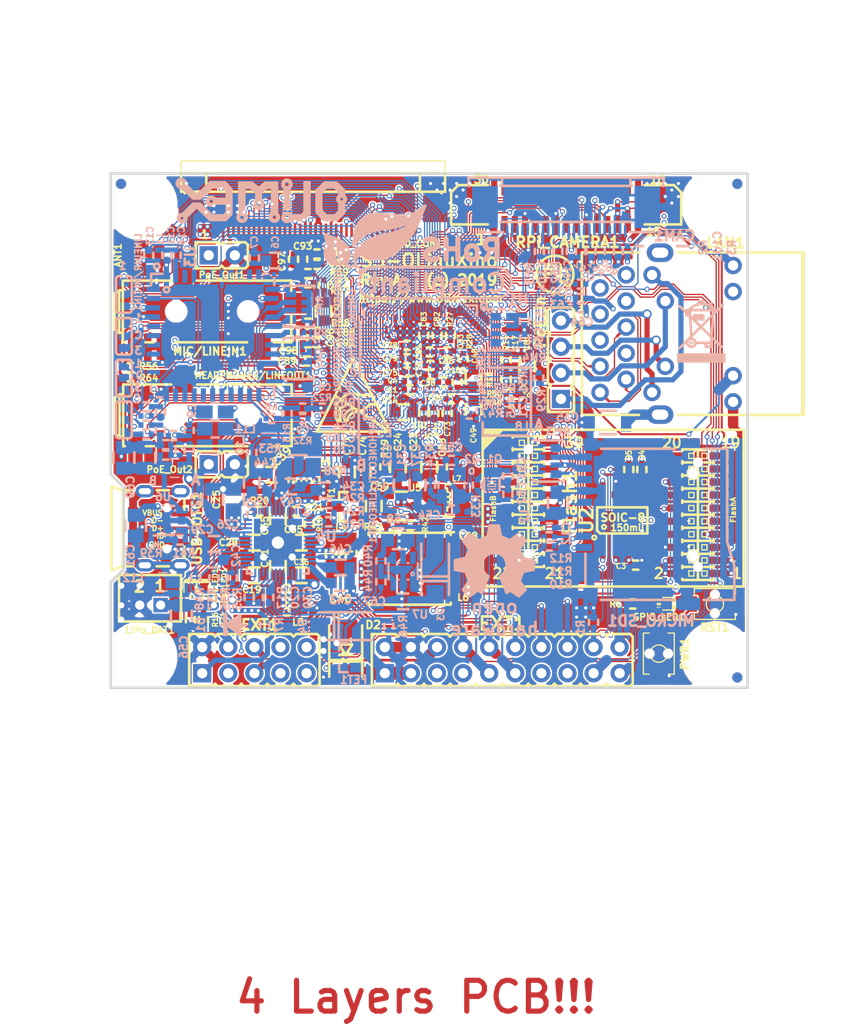
<source format=kicad_pcb>
(kicad_pcb (version 20171130) (host pcbnew "(5.0.1)-3")
  (title_block (date 2019-08-21) (rev F))
  (layers (0 F.Cu mixed) (1 In1.Cu power) (2 In2.Cu signal) (31 B.Cu mixed) (34 B.Paste user hide) (35 F.Paste user hide) (36 B.SilkS user) (37 F.SilkS user) (38 B.Mask user hide) (39 F.Mask user hide) (44 Edge.Cuts user))
  (net 0 "")
  (net 1 +5V_EXT)
  (net 2 +5V)
  (net 3 "Net-(ANT1-Pad1)")
  (net 4 GND)
  (net 5 +3V3)
  (net 6 "Net-(C37-Pad2)")
  (net 7 +3.0VA)
  (net 8 "Net-(C54-Pad2)")
  (net 9 "Net-(C57-Pad2)")
  (net 10 "Net-(C65-Pad2)")
  (net 11 +5V_USBOTG)
  (net 12 IPS)
  (net 13 VBAT)
  (net 14 "Net-(CHGLED1-Pad1)")
  (net 15 "Net-(MICRO_SD1-Pad5)")
  (net 16 "Net-(PWRLED1-Pad2)")
  (net 17 "Net-(R9-Pad1)")
  (net 18 "Net-(R41-Pad2)")
  (net 19 AP-CK32KO)
  (net 20 "Net-(GPIO_LED1-Pad2)")
  (net 21 "Net-(HEADPHONES/LINEOUT1-Pad2)")
  (net 22 "Net-(HEADPHONES/LINEOUT1-Pad1)")
  (net 23 "Net-(HEADPHONES/LINEOUT1-Pad3)")
  (net 24 "Net-(HEADPHONES/LINEOUT1-Pad5)")
  (net 25 "Net-(HEADPHONES/LINEOUT1-Pad4)")
  (net 26 "Net-(MIC/LINEIN1-Pad4)")
  (net 27 "Net-(HPHONEOUTL/LINEOUTL1-Pad2)")
  (net 28 "Net-(HPHONEOUTR/LINEOUTR1-Pad2)")
  (net 29 "Net-(LINEINR/MICIN1-Pad2)")
  (net 30 "Net-(C67-Pad2)")
  (net 31 AXP_RST)
  (net 32 "Net-(R18-Pad1)")
  (net 33 "Net-(L7-Pad1)")
  (net 34 "Net-(R42-Pad1)")
  (net 35 "Net-(D3-Pad2)")
  (net 36 +3.3V_RTC)
  (net 37 USB-ID)
  (net 38 "Net-(R22-Pad1)")
  (net 39 "Net-(R35-Pad2)")
  (net 40 PB6\TWI0-SCK)
  (net 41 "Net-(C24-Pad1)")
  (net 42 PB7\TWI0-SDA)
  (net 43 "Net-(R40-Pad1)")
  (net 44 "Net-(R17-Pad1)")
  (net 45 "Net-(R20-Pad1)")
  (net 46 "Net-(CHGLED1-Pad2)")
  (net 47 VCC-DDR)
  (net 48 "Net-(C69-Pad2)")
  (net 49 USB-VBUSDET)
  (net 50 /GPIO_LED)
  (net 51 "Net-(R29-Pad2)")
  (net 52 "HP(MIC)-DET")
  (net 53 "Net-(MIC/LINEIN1-Pad1)")
  (net 54 "Net-(LINEINL/MICIN1-Pad2)")
  (net 55 "Net-(C94-Pad2)")
  (net 56 "Net-(C95-Pad2)")
  (net 57 "Net-(C92-Pad2)")
  (net 58 "Net-(C88-Pad1)")
  (net 59 "Net-(C86-Pad1)")
  (net 60 +2.5V)
  (net 61 "Net-(R49-Pad1)")
  (net 62 "Net-(R30-Pad2)")
  (net 63 "Net-(R31-Pad2)")
  (net 64 "Net-(C52-Pad2)")
  (net 65 "Net-(C51-Pad2)")
  (net 66 "Net-(C17-Pad1)")
  (net 67 "Net-(R28-Pad2)")
  (net 68 "Net-(R27-Pad2)")
  (net 69 /SDC0-CLK)
  (net 70 /UART1_RX)
  (net 71 /SDC0-CMD)
  (net 72 CSI-SCK)
  (net 73 CSI-SDA)
  (net 74 /PB3)
  (net 75 /CAM-RST)
  (net 76 /SDC0-D3)
  (net 77 /WL-SDIO-CLK)
  (net 78 /CAM-PWDN)
  (net 79 "Net-(R8-Pad1)")
  (net 80 /CSI-MCLK)
  (net 81 /CSI-PCLK)
  (net 82 "Net-(R34-Pad1)")
  (net 83 /WL-SDIO-D2)
  (net 84 /WL-SDIO-D3)
  (net 85 /WL-PMU-EN)
  (net 86 /WL-SDIO-D0)
  (net 87 /WL-SDIO-D1)
  (net 88 /BT-DIS-N)
  (net 89 /BT-UART-RX)
  (net 90 /WL-SDIO-CMD)
  (net 91 /SDC0-DET#)
  (net 92 /SDC0-D1)
  (net 93 /SDC0-D2)
  (net 94 /SDC0-D0)
  (net 95 "Net-(C60-Pad2)")
  (net 96 "Net-(C12-Pad1)")
  (net 97 "Net-(C10-Pad2)")
  (net 98 +1.1V)
  (net 99 "Net-(C15-Pad1)")
  (net 100 "Net-(C19-Pad1)")
  (net 101 +1V2)
  (net 102 "Net-(C23-Pad1)")
  (net 103 +2V8)
  (net 104 "Net-(C91-Pad1)")
  (net 105 "Net-(C90-Pad1)")
  (net 106 "Net-(C53-Pad2)")
  (net 107 "Net-(C99-Pad2)")
  (net 108 "Net-(C100-Pad2)")
  (net 109 "Net-(C63-Pad2)")
  (net 110 "Net-(C64-Pad2)")
  (net 111 "Net-(C89-Pad1)")
  (net 112 AXP_PWRON)
  (net 113 "Net-(C87-Pad1)")
  (net 114 "Net-(C10-Pad1)")
  (net 115 "Net-(L3-Pad1)")
  (net 116 "Net-(L4-Pad1)")
  (net 117 "Net-(L5-Pad1)")
  (net 118 "Net-(FID6-PadFid1)")
  (net 119 "Net-(FID2-PadFid1)")
  (net 120 "Net-(FID4-PadFid1)")
  (net 121 "Net-(FID3-PadFid1)")
  (net 122 "Net-(FID1-PadFid1)")
  (net 123 "Net-(FID5-PadFid1)")
  (net 124 "Net-(U7-Pad6)")
  (net 125 PB8\TWI1-SCK)
  (net 126 PB9\TWI1-SDA)
  (net 127 /BT-UART-CTS)
  (net 128 /BT-UART-TX)
  (net 129 "Net-(U3-Pad40)")
  (net 130 "Net-(U3-Pad39)")
  (net 131 "Net-(U3-Pad38)")
  (net 132 "Net-(U3-Pad37)")
  (net 133 "Net-(U3-Pad35)")
  (net 134 "Net-(U3-Pad32)")
  (net 135 "Net-(U3-Pad30)")
  (net 136 "Net-(U3-Pad29)")
  (net 137 /BT-PCM-SYNC)
  (net 138 /BT-PCM-DIN)
  (net 139 /BT-PCM-CLK)
  (net 140 /BT-PCM-DOUT)
  (net 141 "Net-(U3-Pad23)")
  (net 142 "Net-(U3-Pad21)")
  (net 143 /WL-WAKE-AP)
  (net 144 "Net-(U3-Pad11)")
  (net 145 "Net-(U3-Pad10)")
  (net 146 "Net-(U3-Pad8)")
  (net 147 /BT-WAKE-AP)
  (net 148 /AP-WAKE-BT)
  (net 149 "Net-(U3-Pad5)")
  (net 150 "Net-(U3-Pad4)")
  (net 151 "Net-(U3-Pad3)")
  (net 152 "Net-(U4-Pad29)")
  (net 153 /LCD_D14)
  (net 154 /LCD_D19)
  (net 155 /LCD_D21)
  (net 156 /LCD_CLK)
  (net 157 /LCD_D11)
  (net 158 /SDC2-CLK\SPI0-MISO)
  (net 159 /CTP-INT)
  (net 160 /LCD_D22)
  (net 161 /LCD_D15)
  (net 162 /LCD_D18)
  (net 163 /LCD_DE)
  (net 164 /SDC2-RST\SPI0-CS)
  (net 165 /LCD_D6)
  (net 166 /LCD_D10)
  (net 167 /LCD_VSYNC)
  (net 168 /SDC2-CMD\SPI0-CLK)
  (net 169 /LCD_D20)
  (net 170 /SDC2-D0\SPI0-MOSI)
  (net 171 /LCD_D23)
  (net 172 /SDC2-D7)
  (net 173 /LCD-PWM)
  (net 174 /CSI-HSYNC)
  (net 175 /SDC2-D3)
  (net 176 /LCD_D12)
  (net 177 /LCD_D7)
  (net 178 /SDC2-D4)
  (net 179 /LCD_HSYNC)
  (net 180 /SDC2-D6)
  (net 181 /LCD_D3)
  (net 182 /SDC2-D5)
  (net 183 /CSI-D2)
  (net 184 /CSI-VSYNC)
  (net 185 /CSI-D5)
  (net 186 /LCD_PWR)
  (net 187 /CSI-D3)
  (net 188 /CSI-D8)
  (net 189 /CTP-RST)
  (net 190 /CSI-D7)
  (net 191 /CSI-D4)
  (net 192 /SDC2-D2)
  (net 193 /SDC2-D1)
  (net 194 LRADC1)
  (net 195 LRADC0)
  (net 196 "Net-(U1-PadK1)")
  (net 197 "Net-(U1-PadP11)")
  (net 198 /LCD_D2)
  (net 199 /CSI-D6)
  (net 200 /LCD_D4)
  (net 201 /LCD_D5)
  (net 202 "Net-(U1-PadL2)")
  (net 203 /CSI-D10)
  (net 204 /LCD_D13)
  (net 205 MIPI-CSI-RESET)
  (net 206 /CSI-D9)
  (net 207 /UART1_TX)
  (net 208 "Net-(U1-PadL3)")
  (net 209 "Net-(U1-PadK2)")
  (net 210 /CSI-D11)
  (net 211 "Net-(U1-PadR11)")
  (net 212 MIPI-CSI-PWDN)
  (net 213 "Net-(D1-Pad1)")
  (net 214 "Net-(RPi_CAMERA1-Pad25)")
  (net 215 "Net-(RPi_CAMERA1-Pad24)")
  (net 216 "Net-(RPi_CAMERA1-Pad28)")
  (net 217 "Net-(RPi_CAMERA1-Pad22)")
  (net 218 "Net-(RPi_CAMERA1-Pad29)")
  (net 219 "Net-(RPi_CAMERA1-Pad26)")
  (net 220 "Net-(RPi_CAMERA1-Pad16)")
  (net 221 "Net-(RPi_CAMERA1-Pad30)")
  (net 222 "Net-(RPi_CAMERA1-Pad20)")
  (net 223 "Net-(RPi_CAMERA1-Pad19)")
  (net 224 "Net-(RPi_CAMERA1-Pad21)")
  (net 225 "Net-(RPi_CAMERA1-Pad18)")
  (net 226 "Net-(RPi_CAMERA1-Pad23)")
  (net 227 "Net-(RPi_CAMERA1-Pad27)")
  (net 228 "Net-(RPi_CAMERA1-Pad17)")
  (net 229 "Net-(LAN1-Pad7)")
  (net 230 "Net-(LAN1-Pad8)")
  (net 231 "Net-(LAN1-Pad9)")
  (net 232 "Net-(LAN1-Pad10)")
  (net 233 "Net-(LCD_CON1-Pad34)")
  (net 234 "Net-(LCD_CON1-Pad33)")
  (net 235 "Net-(UEXT1-Pad10)")
  (net 236 "Net-(UEXT1-Pad9)")
  (net 237 "Net-(UEXT1-Pad8)")
  (net 238 "Net-(UEXT1-Pad7)")
  (net 239 "Net-(CAM1-Pad17)")
  (net 240 "Net-(CAM1-Pad13)")
  (net 241 "Net-(CAM1-Pad1)")
  (net 242 "Net-(Flash1-Pad24)")
  (net 243 "Net-(Flash1-Pad19)")
  (net 244 "Net-(Flash1-Pad18)")
  (net 245 "Net-(Flash1-Pad17)")
  (net 246 "Net-(Flash1-Pad15)")
  (net 247 "Net-(Flash1-Pad14)")
  (net 248 "Net-(Flash1-Pad13)")
  (net 249 "Net-(Flash1-Pad11)")
  (net 250 "Net-(Flash1-Pad9)")
  (net 251 "Net-(L12-Pad2)")
  (net 252 AXP_BACKUP)
  (net 253 /PowerSupply_USB_Audio_Ethernet_Buttons_MiPi-Camera/CHSENSE)
  (net 254 /PowerSupply_USB_Audio_Ethernet_Buttons_MiPi-Camera/USB-DRV)
  (net 255 /PowerSupply_USB_Audio_Ethernet_Buttons_MiPi-Camera/EPHY_SPD_LED)
  (net 256 /PowerSupply_USB_Audio_Ethernet_Buttons_MiPi-Camera/EPHY_LINK_LED)
  (net 257 /PowerSupply_USB_Audio_Ethernet_Buttons_MiPi-Camera/VINT)
  (net 258 /PowerSupply_USB_Audio_Ethernet_Buttons_MiPi-Camera/RESETn)
  (net 259 /PowerSupply_USB_Audio_Ethernet_Buttons_MiPi-Camera/NMI)
  (net 260 /PowerSupply_USB_Audio_Ethernet_Buttons_MiPi-Camera/HPOUTR)
  (net 261 /PowerSupply_USB_Audio_Ethernet_Buttons_MiPi-Camera/MBIAS)
  (net 262 /PowerSupply_USB_Audio_Ethernet_Buttons_MiPi-Camera/HPOUTL)
  (net 263 /PowerSupply_USB_Audio_Ethernet_Buttons_MiPi-Camera/HPOUTFB)
  (net 264 /PowerSupply_USB_Audio_Ethernet_Buttons_MiPi-Camera/EPHY_RX_P)
  (net 265 /PowerSupply_USB_Audio_Ethernet_Buttons_MiPi-Camera/EPHY_TX_N)
  (net 266 /PowerSupply_USB_Audio_Ethernet_Buttons_MiPi-Camera/EPHY_RX_N)
  (net 267 /PowerSupply_USB_Audio_Ethernet_Buttons_MiPi-Camera/EPHY_TX_P)
  (net 268 /PowerSupply_USB_Audio_Ethernet_Buttons_MiPi-Camera/LINEOUTR)
  (net 269 /PowerSupply_USB_Audio_Ethernet_Buttons_MiPi-Camera/LINEOUTL)
  (net 270 /PowerSupply_USB_Audio_Ethernet_Buttons_MiPi-Camera/MICIN3_P)
  (net 271 /PowerSupply_USB_Audio_Ethernet_Buttons_MiPi-Camera/MICIN1_P)
  (net 272 /PowerSupply_USB_Audio_Ethernet_Buttons_MiPi-Camera/MICIN3_N)
  (net 273 /PowerSupply_USB_Audio_Ethernet_Buttons_MiPi-Camera/MICIN1_N)
  (net 274 /PowerSupply_USB_Audio_Ethernet_Buttons_MiPi-Camera/LINEINL)
  (net 275 /PowerSupply_USB_Audio_Ethernet_Buttons_MiPi-Camera/LINEINR)
  (net 276 /PowerSupply_USB_Audio_Ethernet_Buttons_MiPi-Camera/EXTEN)
  (net 277 /PowerSupply_USB_Audio_Ethernet_Buttons_MiPi-Camera/MCSI_DATA0-)
  (net 278 /PowerSupply_USB_Audio_Ethernet_Buttons_MiPi-Camera/MCSI_DATA1-)
  (net 279 /PowerSupply_USB_Audio_Ethernet_Buttons_MiPi-Camera/MCSI_DATA1+)
  (net 280 /PowerSupply_USB_Audio_Ethernet_Buttons_MiPi-Camera/MCSI_DATA0+)
  (net 281 /PowerSupply_USB_Audio_Ethernet_Buttons_MiPi-Camera/MCSI_CK+)
  (net 282 /PowerSupply_USB_Audio_Ethernet_Buttons_MiPi-Camera/USB-D_N)
  (net 283 /PowerSupply_USB_Audio_Ethernet_Buttons_MiPi-Camera/MCSI_CK-)
  (net 284 /PowerSupply_USB_Audio_Ethernet_Buttons_MiPi-Camera/USB-D_P)
  (net 285 /PowerSupply_USB_Audio_Ethernet_Buttons_MiPi-Camera/CT2)
  (net 286 /PowerSupply_USB_Audio_Ethernet_Buttons_MiPi-Camera/SP1)
  (net 287 /PowerSupply_USB_Audio_Ethernet_Buttons_MiPi-Camera/SP2)
  (net 288 /PowerSupply_USB_Audio_Ethernet_Buttons_MiPi-Camera/CT1)
  (net 289 AXP_GPIO3)
  (net 290 AXP_GPIO2)
  (net 291 AXP_GPIO1)
  (module "OLIMEX_IC-FP:RL-SM02BD(RTL8723BS)" (layer B.Cu) (at 129.921 75.752 270)
    (fp_text reference U3 (at -7.68 2.159 90) (layer B.SilkS) (effects (font (size 1.016 1.016) (thickness 0.254)) (justify mirror)))
    (fp_text value "RTL8723BS(ComboModule)")
    (pad FID1 smd circle (at -5.969 -5.969) (size 0.5 0.5) (layers B.Cu B.Mask))
    (pad 44 smd rect (at -4.5 5.775) (size 1.3 0.5) (layers B.Cu B.Paste B.Mask) (net 127 /BT-UART-CTS))
    (pad 43 smd rect (at -3.6 5.775) (size 1.3 0.5) (layers B.Cu B.Paste B.Mask) (net 89 /BT-UART-RX))
    (pad 42 smd rect (at -2.7 5.775) (size 1.3 0.5) (layers B.Cu B.Paste B.Mask) (net 128 /BT-UART-TX))
    (pad 41 smd rect (at -1.8 5.775) (size 1.3 0.5) (layers B.Cu B.Paste B.Mask) (net 4 GND))
    (pad 40 smd rect (at -0.9 5.775) (size 1.3 0.5) (layers B.Cu B.Paste B.Mask) (net 129 "Net-(U3-Pad40)"))
    (pad 39 smd rect (at 0 5.775) (size 1.3 0.5) (layers B.Cu B.Paste B.Mask) (net 130 "Net-(U3-Pad39)"))
    (pad 38 smd rect (at 0.9 5.775) (size 1.3 0.5) (layers B.Cu B.Paste B.Mask) (net 131 "Net-(U3-Pad38)"))
    (pad 37 smd rect (at 1.8 5.775) (size 1.3 0.5) (layers B.Cu B.Paste B.Mask) (net 132 "Net-(U3-Pad37)"))
    (pad 36 smd rect (at 2.7 5.775) (size 1.3 0.5) (layers B.Cu B.Paste B.Mask) (net 4 GND))
    (pad 35 smd rect (at 3.6 5.775) (size 1.3 0.5) (layers B.Cu B.Paste B.Mask) (net 133 "Net-(U3-Pad35)"))
    (pad 34 smd rect (at 4.5 5.775) (size 1.3 0.5) (layers B.Cu B.Paste B.Mask) (net 88 /BT-DIS-N))
    (pad 33 smd rect (at 5.775 4.5 90) (size 1.3 0.5) (layers B.Cu B.Paste B.Mask) (net 4 GND))
    (pad 32 smd rect (at 5.775 3.6 90) (size 1.3 0.5) (layers B.Cu B.Paste B.Mask) (net 134 "Net-(U3-Pad32)"))
    (pad 31 smd rect (at 5.775 2.7 90) (size 1.3 0.5) (layers B.Cu B.Paste B.Mask) (net 4 GND))
    (pad 30 smd rect (at 5.775 1.8 90) (size 1.3 0.5) (layers B.Cu B.Paste B.Mask) (net 135 "Net-(U3-Pad30)"))
    (pad 29 smd rect (at 5.775 0.9 90) (size 1.3 0.5) (layers B.Cu B.Paste B.Mask) (net 136 "Net-(U3-Pad29)"))
    (pad 28 smd rect (at 5.775 0 90) (size 1.3 0.5) (layers B.Cu B.Paste B.Mask) (net 137 /BT-PCM-SYNC))
    (pad 27 smd rect (at 5.775 -0.9 90) (size 1.3 0.5) (layers B.Cu B.Paste B.Mask) (net 138 /BT-PCM-DIN))
    (pad 26 smd rect (at 5.775 -1.8 90) (size 1.3 0.5) (layers B.Cu B.Paste B.Mask) (net 139 /BT-PCM-CLK))
    (pad 25 smd rect (at 5.775 -2.7 90) (size 1.3 0.5) (layers B.Cu B.Paste B.Mask) (net 140 /BT-PCM-DOUT))
    (pad 24 smd rect (at 5.775 -3.6 90) (size 1.3 0.5) (layers B.Cu B.Paste B.Mask) (net 79 "Net-(R8-Pad1)"))
    (pad 23 smd rect (at 5.775 -4.5 90) (size 1.3 0.5) (layers B.Cu B.Paste B.Mask) (net 141 "Net-(U3-Pad23)"))
    (pad 22 smd rect (at 4.5 -5.775 180) (size 1.3 0.5) (layers B.Cu B.Paste B.Mask) (net 5 +3V3))
    (pad 21 smd rect (at 3.6 -5.775 180) (size 1.3 0.5) (layers B.Cu B.Paste B.Mask) (net 142 "Net-(U3-Pad21)"))
    (pad 20 smd rect (at 2.7 -5.775 180) (size 1.3 0.5) (layers B.Cu B.Paste B.Mask) (net 4 GND))
    (pad 19 smd rect (at 1.8 -5.775 180) (size 1.3 0.5) (layers B.Cu B.Paste B.Mask) (net 87 /WL-SDIO-D1))
    (pad 18 smd rect (at 0.9 -5.775 180) (size 1.3 0.5) (layers B.Cu B.Paste B.Mask) (net 86 /WL-SDIO-D0))
    (pad 17 smd rect (at 0 -5.775 180) (size 1.3 0.5) (layers B.Cu B.Paste B.Mask) (net 17 "Net-(R9-Pad1)"))
    (pad 16 smd rect (at -0.9 -5.775 180) (size 1.3 0.5) (layers B.Cu B.Paste B.Mask) (net 90 /WL-SDIO-CMD))
    (pad 15 smd rect (at -1.8 -5.775 180) (size 1.3 0.5) (layers B.Cu B.Paste B.Mask) (net 84 /WL-SDIO-D3))
    (pad 14 smd rect (at -2.7 -5.775 180) (size 1.3 0.5) (layers B.Cu B.Paste B.Mask) (net 83 /WL-SDIO-D2))
    (pad 13 smd rect (at -3.6 -5.775 180) (size 1.3 0.5) (layers B.Cu B.Paste B.Mask) (net 143 /WL-WAKE-AP))
    (pad 12 smd rect (at -4.5 -5.775 180) (size 1.3 0.5) (layers B.Cu B.Paste B.Mask) (net 85 /WL-PMU-EN))
    (pad 11 smd rect (at -5.775 -4.5 270) (size 1.3 0.5) (layers B.Cu B.Paste B.Mask) (net 144 "Net-(U3-Pad11)"))
    (pad 10 smd rect (at -5.775 -3.6 270) (size 1.3 0.5) (layers B.Cu B.Paste B.Mask) (net 145 "Net-(U3-Pad10)"))
    (pad 9 smd rect (at -5.775 -2.7 270) (size 1.3 0.5) (layers B.Cu B.Paste B.Mask) (net 5 +3V3))
    (pad 8 smd rect (at -5.775 -1.8 270) (size 1.3 0.5) (layers B.Cu B.Paste B.Mask) (net 146 "Net-(U3-Pad8)"))
    (pad 7 smd rect (at -5.775 -0.9 270) (size 1.3 0.5) (layers B.Cu B.Paste B.Mask) (net 147 /BT-WAKE-AP))
    (pad 6 smd rect (at -5.775 0 270) (size 1.3 0.5) (layers B.Cu B.Paste B.Mask) (net 148 /AP-WAKE-BT))
    (pad 5 smd rect (at -5.775 0.9 270) (size 1.3 0.5) (layers B.Cu B.Paste B.Mask) (net 149 "Net-(U3-Pad5)"))
    (pad 4 smd rect (at -5.775 1.8 270) (size 1.3 0.5) (layers B.Cu B.Paste B.Mask) (net 150 "Net-(U3-Pad4)"))
    (pad 3 smd rect (at -5.775 2.7 270) (size 1.3 0.5) (layers B.Cu B.Paste B.Mask) (net 151 "Net-(U3-Pad3)"))
    (pad 2 smd rect (at -5.775 3.6 270) (size 1.3 0.5) (layers B.Cu B.Paste B.Mask) (net 114 "Net-(C10-Pad1)"))
    (pad 1 smd rect (at -5.775 4.5 270) (size 1.3 0.5) (layers B.Cu B.Paste B.Mask) (net 4 GND))
    (pad FID2 smd circle (at 5.969 5.969) (size 0.5 0.5) (layers B.Cu B.Mask))
  )
  (module OLIMEX_Connectors-FP:TE_1-1734248-5 (layer F.Cu) (at 164.338 63.119 180)
    (fp_text reference RPi_CAMERA1 (at -0.127 -3.556) (layer F.SilkS) (effects (font (size 1.016 1.016) (thickness 0.254))))
    (fp_text value 1.0mm-pitch_ZIF_SMT-15P)
    (fp_text user 30 (at 8.255 2.54) (layer F.SilkS) (effects (font (size 0.762 0.762) (thickness 0.1905))))
    (fp_text user 16 (at -8.89 2.54) (layer F.SilkS) (effects (font (size 0.762 0.762) (thickness 0.1905))))
    (fp_text user 15 (at -8.509 -2.54) (layer F.SilkS) (effects (font (size 0.762 0.762) (thickness 0.1905))))
    (fp_text user 1 (at 8.255 -3.175) (layer F.SilkS) (effects (font (size 1.27 1.27) (thickness 0.254))))
    (pad 25 smd rect (at 2 1.825 180) (size 0.6 1.65) (layers F.Cu F.Paste F.Mask) (net 214 "Net-(RPi_CAMERA1-Pad25)"))
    (pad 24 smd rect (at 1 1.825 180) (size 0.6 1.65) (layers F.Cu F.Paste F.Mask) (net 215 "Net-(RPi_CAMERA1-Pad24)"))
    (pad 28 smd rect (at 5 1.825 180) (size 0.6 1.65) (layers F.Cu F.Paste F.Mask) (net 216 "Net-(RPi_CAMERA1-Pad28)"))
    (pad 22 smd rect (at -1 1.825 180) (size 0.6 1.65) (layers F.Cu F.Paste F.Mask) (net 217 "Net-(RPi_CAMERA1-Pad22)"))
    (pad 29 smd rect (at 6 1.825 180) (size 0.6 1.65) (layers F.Cu F.Paste F.Mask) (net 218 "Net-(RPi_CAMERA1-Pad29)"))
    (pad 26 smd rect (at 3 1.825 180) (size 0.6 1.65) (layers F.Cu F.Paste F.Mask) (net 219 "Net-(RPi_CAMERA1-Pad26)"))
    (pad 16 smd rect (at -7 1.825 180) (size 0.6 1.65) (layers F.Cu F.Paste F.Mask) (net 220 "Net-(RPi_CAMERA1-Pad16)"))
    (pad 30 smd rect (at 7 1.825 180) (size 0.6 1.65) (layers F.Cu F.Paste F.Mask) (net 221 "Net-(RPi_CAMERA1-Pad30)"))
    (pad 20 smd rect (at -3 1.825 180) (size 0.6 1.65) (layers F.Cu F.Paste F.Mask) (net 222 "Net-(RPi_CAMERA1-Pad20)"))
    (pad 19 smd rect (at -4 1.825 180) (size 0.6 1.65) (layers F.Cu F.Paste F.Mask) (net 223 "Net-(RPi_CAMERA1-Pad19)"))
    (pad 21 smd rect (at -2 1.825 180) (size 0.6 1.65) (layers F.Cu F.Paste F.Mask) (net 224 "Net-(RPi_CAMERA1-Pad21)"))
    (pad 18 smd rect (at -5 1.825 180) (size 0.6 1.65) (layers F.Cu F.Paste F.Mask) (net 225 "Net-(RPi_CAMERA1-Pad18)"))
    (pad 23 smd rect (at 0 1.825 180) (size 0.6 1.65) (layers F.Cu F.Paste F.Mask) (net 226 "Net-(RPi_CAMERA1-Pad23)"))
    (pad 27 smd rect (at 4 1.825 180) (size 0.6 1.65) (layers F.Cu F.Paste F.Mask) (net 227 "Net-(RPi_CAMERA1-Pad27)"))
    (pad 17 smd rect (at -6 1.825 180) (size 0.6 1.65) (layers F.Cu F.Paste F.Mask) (net 228 "Net-(RPi_CAMERA1-Pad17)"))
    (pad 15 smd rect (at -7 -1.825 180) (size 0.6 1.65) (layers F.Cu F.Paste F.Mask) (net 5 +3V3))
    (pad 11 smd rect (at -3 -1.825 180) (size 0.6 1.65) (layers F.Cu F.Paste F.Mask) (net 212 MIPI-CSI-PWDN))
    (pad 12 smd rect (at -4 -1.825 180) (size 0.6 1.65) (layers F.Cu F.Paste F.Mask) (net 205 MIPI-CSI-RESET))
    (pad 14 smd rect (at -6 -1.825 180) (size 0.6 1.65) (layers F.Cu F.Paste F.Mask) (net 72 CSI-SCK))
    (pad 13 smd rect (at -5 -1.825 180) (size 0.6 1.65) (layers F.Cu F.Paste F.Mask) (net 73 CSI-SDA))
    (pad 8 smd rect (at 0 -1.825 180) (size 0.6 1.65) (layers F.Cu F.Paste F.Mask) (net 283 /PowerSupply_USB_Audio_Ethernet_Buttons_MiPi-Camera/MCSI_CK-))
    (pad 7 smd rect (at 1 -1.825 180) (size 0.6 1.65) (layers F.Cu F.Paste F.Mask) (net 4 GND))
    (pad 9 smd rect (at -1 -1.825 180) (size 0.6 1.65) (layers F.Cu F.Paste F.Mask) (net 281 /PowerSupply_USB_Audio_Ethernet_Buttons_MiPi-Camera/MCSI_CK+))
    (pad 10 smd rect (at -2 -1.825 180) (size 0.6 1.65) (layers F.Cu F.Paste F.Mask) (net 4 GND))
    (pad 6 smd rect (at 2 -1.825 180) (size 0.6 1.65) (layers F.Cu F.Paste F.Mask) (net 279 /PowerSupply_USB_Audio_Ethernet_Buttons_MiPi-Camera/MCSI_DATA1+))
    (pad 5 smd rect (at 3 -1.825 180) (size 0.6 1.65) (layers F.Cu F.Paste F.Mask) (net 278 /PowerSupply_USB_Audio_Ethernet_Buttons_MiPi-Camera/MCSI_DATA1-))
    (pad 4 smd rect (at 4 -1.825 180) (size 0.6 1.65) (layers F.Cu F.Paste F.Mask) (net 4 GND))
    (pad 3 smd rect (at 5 -1.825 180) (size 0.6 1.65) (layers F.Cu F.Paste F.Mask) (net 280 /PowerSupply_USB_Audio_Ethernet_Buttons_MiPi-Camera/MCSI_DATA0+))
    (pad 2 smd rect (at 6 -1.825 180) (size 0.6 1.65) (layers F.Cu F.Paste F.Mask) (net 277 /PowerSupply_USB_Audio_Ethernet_Buttons_MiPi-Camera/MCSI_DATA0-))
    (pad 1 smd rect (at 7 -1.825 180) (size 0.6 1.65) (layers F.Cu F.Paste F.Mask) (net 4 GND))
  )
  (module "OLIMEX_IC-FP:FBGA-234(Pitch-0.65mm_Pad-0.3mm_11x11x1.08mm)" (layer B.Cu) (at 150.15 78.325 270)
    (fp_text reference U1 (at -6.062 -9.489 180) (layer B.SilkS) (effects (font (size 1.016 1.016) (thickness 0.254)) (justify mirror)))
    (fp_text value "AllWinner-S3(FBGA-234)" hide)
    (fp_text user o (at -5.554 -6.187) (layer B.SilkS) (effects (font (size 1.016 1.016) (thickness 0.254)) (justify mirror)))
    (pad fid smd circle (at -5.5 5.5 180) (size 0.5 0.5) (layers B.Cu B.Mask))
    (pad fid smd circle (at 5.5 -5.5 180) (size 0.5 0.5) (layers B.Cu B.Mask))
    (pad A16 smd circle (at -4.875 4.875 180) (size 0.3 0.3) (layers B.Cu B.Mask) (net 4 GND))
    (pad A15 smd circle (at -4.875 4.225 180) (size 0.3 0.3) (layers B.Cu B.Mask) (net 153 /LCD_D14))
    (pad A14 smd circle (at -4.875 3.575 180) (size 0.3 0.3) (layers B.Cu B.Mask) (net 154 /LCD_D19))
    (pad A13 smd circle (at -4.875 2.925 180) (size 0.3 0.3) (layers B.Cu B.Mask) (net 155 /LCD_D21))
    (pad A11 smd circle (at -4.875 1.625 180) (size 0.3 0.3) (layers B.Cu B.Mask) (net 156 /LCD_CLK))
    (pad A9 smd circle (at -4.875 0.325 180) (size 0.3 0.3) (layers B.Cu B.Mask) (net 157 /LCD_D11))
    (pad A7 smd circle (at -4.875 -0.975 180) (size 0.3 0.3) (layers B.Cu B.Mask) (net 40 PB6\TWI0-SCK))
    (pad A5 smd circle (at -4.875 -2.275 180) (size 0.3 0.3) (layers B.Cu B.Mask) (net 49 USB-VBUSDET))
    (pad A3 smd circle (at -4.875 -3.575 180) (size 0.3 0.3) (layers B.Cu B.Mask) (net 158 /SDC2-CLK\SPI0-MISO))
    (pad A2 smd circle (at -4.875 -4.225 180) (size 0.3 0.3) (layers B.Cu B.Mask) (net 159 /CTP-INT))
    (pad A1 smd circle (at -4.875 -4.875 180) (size 0.3 0.3) (layers B.Cu B.Mask) (net 4 GND))
    (pad B12 smd circle (at -4.225 2.275 180) (size 0.3 0.3) (layers B.Cu B.Mask) (net 160 /LCD_D22))
    (pad B15 smd circle (at -4.225 4.225 180) (size 0.3 0.3) (layers B.Cu B.Mask) (net 161 /LCD_D15))
    (pad B14 smd circle (at -4.225 3.575 180) (size 0.3 0.3) (layers B.Cu B.Mask) (net 162 /LCD_D18))
    (pad B11 smd circle (at -4.225 1.625 180) (size 0.3 0.3) (layers B.Cu B.Mask) (net 163 /LCD_DE))
    (pad B8 smd circle (at -4.225 -0.325 180) (size 0.3 0.3) (layers B.Cu B.Mask) (net 127 /BT-UART-CTS))
    (pad B1 smd circle (at -4.225 -4.875 180) (size 0.3 0.3) (layers B.Cu B.Mask) (net 164 /SDC2-RST\SPI0-CS))
    (pad B16 smd circle (at -4.225 4.875 180) (size 0.3 0.3) (layers B.Cu B.Mask) (net 165 /LCD_D6))
    (pad B9 smd circle (at -4.225 0.325 180) (size 0.3 0.3) (layers B.Cu B.Mask) (net 166 /LCD_D10))
    (pad B10 smd circle (at -4.225 0.975 180) (size 0.3 0.3) (layers B.Cu B.Mask) (net 167 /LCD_VSYNC))
    (pad B5 smd circle (at -4.225 -2.275 180) (size 0.3 0.3) (layers B.Cu B.Mask) (net 52 "HP(MIC)-DET"))
    (pad B3 smd circle (at -4.225 -3.575 180) (size 0.3 0.3) (layers B.Cu B.Mask) (net 89 /BT-UART-RX))
    (pad B2 smd circle (at -4.225 -4.225 180) (size 0.3 0.3) (layers B.Cu B.Mask) (net 168 /SDC2-CMD\SPI0-CLK))
    (pad B13 smd circle (at -4.225 2.925 180) (size 0.3 0.3) (layers B.Cu B.Mask) (net 169 /LCD_D20))
    (pad B7 smd circle (at -4.225 -0.975 180) (size 0.3 0.3) (layers B.Cu B.Mask) (net 42 PB7\TWI0-SDA))
    (pad B4 smd circle (at -4.225 -2.925 180) (size 0.3 0.3) (layers B.Cu B.Mask) (net 128 /BT-UART-TX))
    (pad B6 smd circle (at -4.225 -1.625 180) (size 0.3 0.3) (layers B.Cu B.Mask) (net 125 PB8\TWI1-SCK))
    (pad D9 smd circle (at -2.925 0.325 180) (size 0.3 0.3) (layers B.Cu B.Mask) (net 4 GND))
    (pad C5 smd circle (at -3.575 -2.275 180) (size 0.3 0.3) (layers B.Cu B.Mask) (net 143 /WL-WAKE-AP))
    (pad C2 smd circle (at -3.575 -4.225 180) (size 0.3 0.3) (layers B.Cu B.Mask) (net 170 /SDC2-D0\SPI0-MOSI))
    (pad C7 smd circle (at -3.575 -0.975 180) (size 0.3 0.3) (layers B.Cu B.Mask) (net 50 /GPIO_LED))
    (pad D8 smd circle (at -2.925 -0.325 180) (size 0.3 0.3) (layers B.Cu B.Mask) (net 4 GND))
    (pad D5 smd circle (at -2.925 -2.275 180) (size 0.3 0.3) (layers B.Cu B.Mask) (net 4 GND))
    (pad D10 smd circle (at -2.925 0.975 180) (size 0.3 0.3) (layers B.Cu B.Mask) (net 4 GND))
    (pad C12 smd circle (at -3.575 2.275 180) (size 0.3 0.3) (layers B.Cu B.Mask) (net 171 /LCD_D23))
    (pad D1 smd circle (at -2.925 -4.875 180) (size 0.3 0.3) (layers B.Cu B.Mask) (net 172 /SDC2-D7))
    (pad C4 smd circle (at -3.575 -2.925 180) (size 0.3 0.3) (layers B.Cu B.Mask) (net 74 /PB3))
    (pad C8 smd circle (at -3.575 -0.325 180) (size 0.3 0.3) (layers B.Cu B.Mask) (net 173 /LCD-PWM))
    (pad D15 smd circle (at -2.925 4.225 180) (size 0.3 0.3) (layers B.Cu B.Mask) (net 75 /CAM-RST))
    (pad C13 smd circle (at -3.575 2.925 180) (size 0.3 0.3) (layers B.Cu B.Mask) (net 88 /BT-DIS-N))
    (pad C14 smd circle (at -3.575 3.575 180) (size 0.3 0.3) (layers B.Cu B.Mask) (net 174 /CSI-HSYNC))
    (pad D12 smd circle (at -2.925 2.275 180) (size 0.3 0.3) (layers B.Cu B.Mask) (net 4 GND))
    (pad C1 smd circle (at -3.575 -4.875 180) (size 0.3 0.3) (layers B.Cu B.Mask) (net 175 /SDC2-D3))
    (pad C15 smd circle (at -3.575 4.225 180) (size 0.3 0.3) (layers B.Cu B.Mask) (net 176 /LCD_D12))
    (pad C16 smd circle (at -3.575 4.875 180) (size 0.3 0.3) (layers B.Cu B.Mask) (net 177 /LCD_D7))
    (pad C3 smd circle (at -3.575 -3.575 180) (size 0.3 0.3) (layers B.Cu B.Mask) (net 178 /SDC2-D4))
    (pad D6 smd circle (at -2.925 -1.625 180) (size 0.3 0.3) (layers B.Cu B.Mask) (net 4 GND))
    (pad C10 smd circle (at -3.575 0.975 180) (size 0.3 0.3) (layers B.Cu B.Mask) (net 179 /LCD_HSYNC))
    (pad D2 smd circle (at -2.925 -4.225 180) (size 0.3 0.3) (layers B.Cu B.Mask) (net 180 /SDC2-D6))
    (pad D11 smd circle (at -2.925 1.625 180) (size 0.3 0.3) (layers B.Cu B.Mask) (net 4 GND))
    (pad D14 smd circle (at -2.925 3.575 180) (size 0.3 0.3) (layers B.Cu B.Mask) (net 78 /CAM-PWDN))
    (pad D7 smd circle (at -2.925 -0.975 180) (size 0.3 0.3) (layers B.Cu B.Mask) (net 4 GND))
    (pad D4 smd circle (at -2.925 -2.925 180) (size 0.3 0.3) (layers B.Cu B.Mask) (net 4 GND))
    (pad C6 smd circle (at -3.575 -1.625 180) (size 0.3 0.3) (layers B.Cu B.Mask) (net 126 PB9\TWI1-SDA))
    (pad C9 smd circle (at -3.575 0.325 180) (size 0.3 0.3) (layers B.Cu B.Mask) (net 4 GND))
    (pad C11 smd circle (at -3.575 1.625 180) (size 0.3 0.3) (layers B.Cu B.Mask) (net 181 /LCD_D3))
    (pad D3 smd circle (at -2.925 -3.575 180) (size 0.3 0.3) (layers B.Cu B.Mask) (net 182 /SDC2-D5))
    (pad F9 smd circle (at -1.625 0.325 180) (size 0.3 0.3) (layers B.Cu B.Mask) (net 4 GND))
    (pad E5 smd circle (at -2.275 -2.275 180) (size 0.3 0.3) (layers B.Cu B.Mask) (net 4 GND))
    (pad E2 smd circle (at -2.275 -4.225 180) (size 0.3 0.3) (layers B.Cu B.Mask) (net 265 /PowerSupply_USB_Audio_Ethernet_Buttons_MiPi-Camera/EPHY_TX_N))
    (pad H5 smd circle (at -0.325 -2.275 180) (size 0.3 0.3) (layers B.Cu B.Mask) (net 4 GND))
    (pad E7 smd circle (at -2.275 -0.975 180) (size 0.3 0.3) (layers B.Cu B.Mask) (net 4 GND))
    (pad F8 smd circle (at -1.625 -0.325 180) (size 0.3 0.3) (layers B.Cu B.Mask) (net 47 VCC-DDR))
    (pad F5 smd circle (at -1.625 -2.275 180) (size 0.3 0.3) (layers B.Cu B.Mask) (net 68 "Net-(R27-Pad2)"))
    (pad F10 smd circle (at -1.625 0.975 180) (size 0.3 0.3) (layers B.Cu B.Mask) (net 4 GND))
    (pad E12 smd circle (at -2.275 2.275 180) (size 0.3 0.3) (layers B.Cu B.Mask) (net 183 /CSI-D2))
    (pad F1 smd circle (at -1.625 -4.875 180) (size 0.3 0.3) (layers B.Cu B.Mask) (net 266 /PowerSupply_USB_Audio_Ethernet_Buttons_MiPi-Camera/EPHY_RX_N))
    (pad E4 smd circle (at -2.275 -2.925 180) (size 0.3 0.3) (layers B.Cu B.Mask) (net 4 GND))
    (pad E8 smd circle (at -2.275 -0.325 180) (size 0.3 0.3) (layers B.Cu B.Mask) (net 4 GND))
    (pad F15 smd circle (at -1.625 4.225 180) (size 0.3 0.3) (layers B.Cu B.Mask) (net 184 /CSI-VSYNC))
    (pad E13 smd circle (at -2.275 2.925 180) (size 0.3 0.3) (layers B.Cu B.Mask) (net 185 /CSI-D5))
    (pad E14 smd circle (at -2.275 3.575 180) (size 0.3 0.3) (layers B.Cu B.Mask) (net 4 GND))
    (pad F12 smd circle (at -1.625 2.275 180) (size 0.3 0.3) (layers B.Cu B.Mask) (net 148 /AP-WAKE-BT))
    (pad E15 smd circle (at -2.275 4.225 180) (size 0.3 0.3) (layers B.Cu B.Mask) (net 186 /LCD_PWR))
    (pad E16 smd circle (at -2.275 4.875 180) (size 0.3 0.3) (layers B.Cu B.Mask) (net 85 /WL-PMU-EN))
    (pad G7 smd circle (at -0.975 -0.975 180) (size 0.3 0.3) (layers B.Cu B.Mask) (net 4 GND))
    (pad E3 smd circle (at -2.275 -3.575 180) (size 0.3 0.3) (layers B.Cu B.Mask) (net 267 /PowerSupply_USB_Audio_Ethernet_Buttons_MiPi-Camera/EPHY_TX_P))
    (pad F6 smd circle (at -1.625 -1.625 180) (size 0.3 0.3) (layers B.Cu B.Mask) (net 47 VCC-DDR))
    (pad G2 smd circle (at -0.975 -4.225 180) (size 0.3 0.3) (layers B.Cu B.Mask) (net 277 /PowerSupply_USB_Audio_Ethernet_Buttons_MiPi-Camera/MCSI_DATA0-))
    (pad G16 smd circle (at -0.975 4.875 180) (size 0.3 0.3) (layers B.Cu B.Mask) (net 72 CSI-SCK))
    (pad G15 smd circle (at -0.975 4.225 180) (size 0.3 0.3) (layers B.Cu B.Mask) (net 187 /CSI-D3))
    (pad E10 smd circle (at -2.275 0.975 180) (size 0.3 0.3) (layers B.Cu B.Mask) (net 4 GND))
    (pad H8 smd circle (at -0.325 -0.325 180) (size 0.3 0.3) (layers B.Cu B.Mask) (net 47 VCC-DDR))
    (pad G5 smd circle (at -0.975 -2.275 180) (size 0.3 0.3) (layers B.Cu B.Mask) (net 4 GND))
    (pad H12 smd circle (at -0.325 2.275 180) (size 0.3 0.3) (layers B.Cu B.Mask) (net 98 +1.1V))
    (pad G14 smd circle (at -0.975 3.575 180) (size 0.3 0.3) (layers B.Cu B.Mask) (net 188 /CSI-D8))
    (pad G13 smd circle (at -0.975 2.925 180) (size 0.3 0.3) (layers B.Cu B.Mask) (net 80 /CSI-MCLK))
    (pad H15 smd circle (at -0.325 4.225 180) (size 0.3 0.3) (layers B.Cu B.Mask) (net 189 /CTP-RST))
    (pad G8 smd circle (at -0.975 -0.325 180) (size 0.3 0.3) (layers B.Cu B.Mask) (net 47 VCC-DDR))
    (pad G4 smd circle (at -0.975 -2.925 180) (size 0.3 0.3) (layers B.Cu B.Mask) (net 4 GND))
    (pad H1 smd circle (at -0.325 -4.875 180) (size 0.3 0.3) (layers B.Cu B.Mask) (net 278 /PowerSupply_USB_Audio_Ethernet_Buttons_MiPi-Camera/MCSI_DATA1-))
    (pad G12 smd circle (at -0.975 2.275 180) (size 0.3 0.3) (layers B.Cu B.Mask) (net 98 +1.1V))
    (pad H9 smd circle (at -0.325 0.325 180) (size 0.3 0.3) (layers B.Cu B.Mask) (net 4 GND))
    (pad H3 smd circle (at -0.325 -3.575 180) (size 0.3 0.3) (layers B.Cu B.Mask) (net 4 GND))
    (pad G11 smd circle (at -0.975 1.625 180) (size 0.3 0.3) (layers B.Cu B.Mask) (net 4 GND))
    (pad G9 smd circle (at -0.975 0.325 180) (size 0.3 0.3) (layers B.Cu B.Mask) (net 4 GND))
    (pad G6 smd circle (at -0.975 -1.625 180) (size 0.3 0.3) (layers B.Cu B.Mask) (net 4 GND))
    (pad H4 smd circle (at -0.325 -2.925 180) (size 0.3 0.3) (layers B.Cu B.Mask) (net 4 GND))
    (pad H7 smd circle (at -0.325 -0.975 180) (size 0.3 0.3) (layers B.Cu B.Mask) (net 4 GND))
    (pad H14 smd circle (at -0.325 3.575 180) (size 0.3 0.3) (layers B.Cu B.Mask) (net 190 /CSI-D7))
    (pad H11 smd circle (at -0.325 1.625 180) (size 0.3 0.3) (layers B.Cu B.Mask) (net 5 +3V3))
    (pad H13 smd circle (at -0.325 2.925 180) (size 0.3 0.3) (layers B.Cu B.Mask) (net 191 /CSI-D4))
    (pad H2 smd circle (at -0.325 -4.225 180) (size 0.3 0.3) (layers B.Cu B.Mask) (net 279 /PowerSupply_USB_Audio_Ethernet_Buttons_MiPi-Camera/MCSI_DATA1+))
    (pad G10 smd circle (at -0.975 0.975 180) (size 0.3 0.3) (layers B.Cu B.Mask) (net 4 GND))
    (pad H6 smd circle (at -0.325 -1.625 180) (size 0.3 0.3) (layers B.Cu B.Mask) (net 66 "Net-(C17-Pad1)"))
    (pad G3 smd circle (at -0.975 -3.575 180) (size 0.3 0.3) (layers B.Cu B.Mask) (net 280 /PowerSupply_USB_Audio_Ethernet_Buttons_MiPi-Camera/MCSI_DATA0+))
    (pad H10 smd circle (at -0.325 0.975 180) (size 0.3 0.3) (layers B.Cu B.Mask) (net 4 GND))
    (pad F2 smd circle (at -1.625 -4.225 180) (size 0.3 0.3) (layers B.Cu B.Mask) (net 264 /PowerSupply_USB_Audio_Ethernet_Buttons_MiPi-Camera/EPHY_RX_P))
    (pad F11 smd circle (at -1.625 1.625 180) (size 0.3 0.3) (layers B.Cu B.Mask) (net 4 GND))
    (pad F14 smd circle (at -1.625 3.575 180) (size 0.3 0.3) (layers B.Cu B.Mask) (net 81 /CSI-PCLK))
    (pad F7 smd circle (at -1.625 -0.975 180) (size 0.3 0.3) (layers B.Cu B.Mask) (net 47 VCC-DDR))
    (pad F4 smd circle (at -1.625 -2.925 180) (size 0.3 0.3) (layers B.Cu B.Mask) (net 192 /SDC2-D2))
    (pad E6 smd circle (at -2.275 -1.625 180) (size 0.3 0.3) (layers B.Cu B.Mask) (net 4 GND))
    (pad E9 smd circle (at -2.275 0.325 180) (size 0.3 0.3) (layers B.Cu B.Mask) (net 4 GND))
    (pad E11 smd circle (at -2.275 1.625 180) (size 0.3 0.3) (layers B.Cu B.Mask) (net 4 GND))
    (pad F3 smd circle (at -1.625 -3.575 180) (size 0.3 0.3) (layers B.Cu B.Mask) (net 193 /SDC2-D1))
    (pad K9 smd circle (at 0.975 0.325 180) (size 0.3 0.3) (layers B.Cu B.Mask) (net 98 +1.1V))
    (pad J5 smd circle (at 0.325 -2.275 180) (size 0.3 0.3) (layers B.Cu B.Mask) (net 67 "Net-(R28-Pad2)"))
    (pad J2 smd circle (at 0.325 -4.225 180) (size 0.3 0.3) (layers B.Cu B.Mask) (net 281 /PowerSupply_USB_Audio_Ethernet_Buttons_MiPi-Camera/MCSI_CK+))
    (pad N4 smd circle (at 2.925 -2.925 180) (size 0.3 0.3) (layers B.Cu B.Mask) (net 4 GND))
    (pad R2 smd circle (at 4.225 -4.225 180) (size 0.3 0.3) (layers B.Cu B.Mask) (net 282 /PowerSupply_USB_Audio_Ethernet_Buttons_MiPi-Camera/USB-D_N))
    (pad T16 smd circle (at 4.875 4.875 180) (size 0.3 0.3) (layers B.Cu B.Mask) (net 4 GND))
    (pad R16 smd circle (at 4.225 4.875 180) (size 0.3 0.3) (layers B.Cu B.Mask) (net 84 /WL-SDIO-D3))
    (pad M5 smd circle (at 2.275 -2.275 180) (size 0.3 0.3) (layers B.Cu B.Mask) (net 5 +3V3))
    (pad R7 smd circle (at 4.225 -0.975 180) (size 0.3 0.3) (layers B.Cu B.Mask) (net 259 /PowerSupply_USB_Audio_Ethernet_Buttons_MiPi-Camera/NMI))
    (pad R13 smd circle (at 4.225 2.925 180) (size 0.3 0.3) (layers B.Cu B.Mask) (net 38 "Net-(R22-Pad1)"))
    (pad T15 smd circle (at 4.875 4.225 180) (size 0.3 0.3) (layers B.Cu B.Mask) (net 138 /BT-PCM-DIN))
    (pad R8 smd circle (at 4.225 -0.325 180) (size 0.3 0.3) (layers B.Cu B.Mask) (net 194 LRADC1))
    (pad N8 smd circle (at 2.925 -0.325 180) (size 0.3 0.3) (layers B.Cu B.Mask) (net 4 GND))
    (pad P5 smd circle (at 3.575 -2.275 180) (size 0.3 0.3) (layers B.Cu B.Mask) (net 5 +3V3))
    (pad J7 smd circle (at 0.325 -0.975 180) (size 0.3 0.3) (layers B.Cu B.Mask) (net 4 GND))
    (pad R15 smd circle (at 4.225 4.225 180) (size 0.3 0.3) (layers B.Cu B.Mask) (net 83 /WL-SDIO-D2))
    (pad R1 smd circle (at 4.225 -4.875 180) (size 0.3 0.3) (layers B.Cu B.Mask) (net 92 /SDC0-D1))
    (pad N10 smd circle (at 2.925 0.975 180) (size 0.3 0.3) (layers B.Cu B.Mask) (net 41 "Net-(C24-Pad1)"))
    (pad T8 smd circle (at 4.875 -0.325 180) (size 0.3 0.3) (layers B.Cu B.Mask) (net 195 LRADC0))
    (pad K8 smd circle (at 0.975 -0.325 180) (size 0.3 0.3) (layers B.Cu B.Mask) (net 98 +1.1V))
    (pad K5 smd circle (at 0.975 -2.275 180) (size 0.3 0.3) (layers B.Cu B.Mask) (net 51 "Net-(R29-Pad2)"))
    (pad K10 smd circle (at 0.975 0.975 180) (size 0.3 0.3) (layers B.Cu B.Mask) (net 4 GND))
    (pad J12 smd circle (at 0.325 2.275 180) (size 0.3 0.3) (layers B.Cu B.Mask) (net 98 +1.1V))
    (pad R5 smd circle (at 4.225 -2.275 180) (size 0.3 0.3) (layers B.Cu B.Mask) (net 4 GND))
    (pad T12 smd circle (at 4.875 2.275 180) (size 0.3 0.3) (layers B.Cu B.Mask) (net 275 /PowerSupply_USB_Audio_Ethernet_Buttons_MiPi-Camera/LINEINR))
    (pad R14 smd circle (at 4.225 3.575 180) (size 0.3 0.3) (layers B.Cu B.Mask) (net 37 USB-ID))
    (pad K1 smd circle (at 0.975 -4.875 180) (size 0.3 0.3) (layers B.Cu B.Mask) (net 196 "Net-(U1-PadK1)"))
    (pad P9 smd circle (at 3.575 0.325 180) (size 0.3 0.3) (layers B.Cu B.Mask) (net 270 /PowerSupply_USB_Audio_Ethernet_Buttons_MiPi-Camera/MICIN3_P))
    (pad P15 smd circle (at 3.575 4.225 180) (size 0.3 0.3) (layers B.Cu B.Mask) (net 86 /WL-SDIO-D0))
    (pad P16 smd circle (at 3.575 4.875 180) (size 0.3 0.3) (layers B.Cu B.Mask) (net 77 /WL-SDIO-CLK))
    (pad N3 smd circle (at 2.925 -3.575 180) (size 0.3 0.3) (layers B.Cu B.Mask) (net 76 /SDC0-D3))
    (pad P6 smd circle (at 3.575 -1.625 180) (size 0.3 0.3) (layers B.Cu B.Mask) (net 63 "Net-(R31-Pad2)"))
    (pad P1 smd circle (at 3.575 -4.875 180) (size 0.3 0.3) (layers B.Cu B.Mask) (net 94 /SDC0-D0))
    (pad P8 smd circle (at 3.575 -0.325 180) (size 0.3 0.3) (layers B.Cu B.Mask) (net 4 GND))
    (pad N13 smd circle (at 2.925 2.925 180) (size 0.3 0.3) (layers B.Cu B.Mask) (net 260 /PowerSupply_USB_Audio_Ethernet_Buttons_MiPi-Camera/HPOUTR))
    (pad N14 smd circle (at 2.925 3.575 180) (size 0.3 0.3) (layers B.Cu B.Mask) (net 147 /BT-WAKE-AP))
    (pad P12 smd circle (at 3.575 2.275 180) (size 0.3 0.3) (layers B.Cu B.Mask) (net 5 +3V3))
    (pad N7 smd circle (at 2.925 -0.975 180) (size 0.3 0.3) (layers B.Cu B.Mask) (net 5 +3V3))
    (pad N5 smd circle (at 2.925 -2.275 180) (size 0.3 0.3) (layers B.Cu B.Mask) (net 98 +1.1V))
    (pad N2 smd circle (at 2.925 -4.225 180) (size 0.3 0.3) (layers B.Cu B.Mask) (net 71 /SDC0-CMD))
    (pad T5 smd circle (at 4.875 -2.275 180) (size 0.3 0.3) (layers B.Cu B.Mask) (net 6 "Net-(C37-Pad2)"))
    (pad N12 smd circle (at 2.925 2.275 180) (size 0.3 0.3) (layers B.Cu B.Mask) (net 263 /PowerSupply_USB_Audio_Ethernet_Buttons_MiPi-Camera/HPOUTFB))
    (pad P10 smd circle (at 3.575 0.975 180) (size 0.3 0.3) (layers B.Cu B.Mask) (net 261 /PowerSupply_USB_Audio_Ethernet_Buttons_MiPi-Camera/MBIAS))
    (pad P2 smd circle (at 3.575 -4.225 180) (size 0.3 0.3) (layers B.Cu B.Mask) (net 69 /SDC0-CLK))
    (pad P13 smd circle (at 3.575 2.925 180) (size 0.3 0.3) (layers B.Cu B.Mask) (net 262 /PowerSupply_USB_Audio_Ethernet_Buttons_MiPi-Camera/HPOUTL))
    (pad P11 smd circle (at 3.575 1.625 180) (size 0.3 0.3) (layers B.Cu B.Mask) (net 197 "Net-(U1-PadP11)"))
    (pad P14 smd circle (at 3.575 3.575 180) (size 0.3 0.3) (layers B.Cu B.Mask) (net 139 /BT-PCM-CLK))
    (pad P7 smd circle (at 3.575 -0.975 180) (size 0.3 0.3) (layers B.Cu B.Mask) (net 258 /PowerSupply_USB_Audio_Ethernet_Buttons_MiPi-Camera/RESETn))
    (pad P4 smd circle (at 3.575 -2.925 180) (size 0.3 0.3) (layers B.Cu B.Mask) (net 82 "Net-(R34-Pad1)"))
    (pad N6 smd circle (at 2.925 -1.625 180) (size 0.3 0.3) (layers B.Cu B.Mask) (net 36 +3.3V_RTC))
    (pad N9 smd circle (at 2.925 0.325 180) (size 0.3 0.3) (layers B.Cu B.Mask) (net 102 "Net-(C23-Pad1)"))
    (pad N11 smd circle (at 2.925 1.625 180) (size 0.3 0.3) (layers B.Cu B.Mask) (net 263 /PowerSupply_USB_Audio_Ethernet_Buttons_MiPi-Camera/HPOUTFB))
    (pad P3 smd circle (at 3.575 -3.575 180) (size 0.3 0.3) (layers B.Cu B.Mask) (net 19 AP-CK32KO))
    (pad J4 smd circle (at 0.325 -2.925 180) (size 0.3 0.3) (layers B.Cu B.Mask) (net 4 GND))
    (pad J8 smd circle (at 0.325 -0.325 180) (size 0.3 0.3) (layers B.Cu B.Mask) (net 47 VCC-DDR))
    (pad K15 smd circle (at 0.975 4.225 180) (size 0.3 0.3) (layers B.Cu B.Mask) (net 198 /LCD_D2))
    (pad J13 smd circle (at 0.325 2.925 180) (size 0.3 0.3) (layers B.Cu B.Mask) (net 199 /CSI-D6))
    (pad J14 smd circle (at 0.325 3.575 180) (size 0.3 0.3) (layers B.Cu B.Mask) (net 200 /LCD_D4))
    (pad K12 smd circle (at 0.975 2.275 180) (size 0.3 0.3) (layers B.Cu B.Mask) (net 4 GND))
    (pad J1 smd circle (at 0.325 -4.875 180) (size 0.3 0.3) (layers B.Cu B.Mask) (net 283 /PowerSupply_USB_Audio_Ethernet_Buttons_MiPi-Camera/MCSI_CK-))
    (pad J15 smd circle (at 0.325 4.225 180) (size 0.3 0.3) (layers B.Cu B.Mask) (net 201 /LCD_D5))
    (pad J16 smd circle (at 0.325 4.875 180) (size 0.3 0.3) (layers B.Cu B.Mask) (net 73 CSI-SDA))
    (pad L7 smd circle (at 1.625 -0.975 180) (size 0.3 0.3) (layers B.Cu B.Mask) (net 4 GND))
    (pad J3 smd circle (at 0.325 -3.575 180) (size 0.3 0.3) (layers B.Cu B.Mask) (net 4 GND))
    (pad R9 smd circle (at 4.225 0.325 180) (size 0.3 0.3) (layers B.Cu B.Mask) (net 272 /PowerSupply_USB_Audio_Ethernet_Buttons_MiPi-Camera/MICIN3_N))
    (pad R6 smd circle (at 4.225 -1.625 180) (size 0.3 0.3) (layers B.Cu B.Mask) (net 269 /PowerSupply_USB_Audio_Ethernet_Buttons_MiPi-Camera/LINEOUTL))
    (pad T14 smd circle (at 4.875 3.575 180) (size 0.3 0.3) (layers B.Cu B.Mask) (net 137 /BT-PCM-SYNC))
    (pad T2 smd circle (at 4.875 -4.225 180) (size 0.3 0.3) (layers B.Cu B.Mask) (net 284 /PowerSupply_USB_Audio_Ethernet_Buttons_MiPi-Camera/USB-D_P))
    (pad R10 smd circle (at 4.225 0.975 180) (size 0.3 0.3) (layers B.Cu B.Mask) (net 273 /PowerSupply_USB_Audio_Ethernet_Buttons_MiPi-Camera/MICIN1_N))
    (pad T6 smd circle (at 4.875 -1.625 180) (size 0.3 0.3) (layers B.Cu B.Mask) (net 268 /PowerSupply_USB_Audio_Ethernet_Buttons_MiPi-Camera/LINEOUTR))
    (pad R3 smd circle (at 4.225 -3.575 180) (size 0.3 0.3) (layers B.Cu B.Mask) (net 64 "Net-(C52-Pad2)"))
    (pad T10 smd circle (at 4.875 0.975 180) (size 0.3 0.3) (layers B.Cu B.Mask) (net 271 /PowerSupply_USB_Audio_Ethernet_Buttons_MiPi-Camera/MICIN1_P))
    (pad K6 smd circle (at 0.975 -1.625 180) (size 0.3 0.3) (layers B.Cu B.Mask) (net 4 GND))
    (pad N16 smd circle (at 2.925 4.875 180) (size 0.3 0.3) (layers B.Cu B.Mask) (net 87 /WL-SDIO-D1))
    (pad L2 smd circle (at 1.625 -4.225 180) (size 0.3 0.3) (layers B.Cu B.Mask) (net 202 "Net-(U1-PadL2)"))
    (pad L16 smd circle (at 1.625 4.875 180) (size 0.3 0.3) (layers B.Cu B.Mask) (net 203 /CSI-D10))
    (pad L15 smd circle (at 1.625 4.225 180) (size 0.3 0.3) (layers B.Cu B.Mask) (net 204 /LCD_D13))
    (pad J10 smd circle (at 0.325 0.975 180) (size 0.3 0.3) (layers B.Cu B.Mask) (net 4 GND))
    (pad M8 smd circle (at 2.275 -0.325 180) (size 0.3 0.3) (layers B.Cu B.Mask) (net 98 +1.1V))
    (pad L5 smd circle (at 1.625 -2.275 180) (size 0.3 0.3) (layers B.Cu B.Mask) (net 62 "Net-(R30-Pad2)"))
    (pad M12 smd circle (at 2.275 2.275 180) (size 0.3 0.3) (layers B.Cu B.Mask) (net 5 +3V3))
    (pad L14 smd circle (at 1.625 3.575 180) (size 0.3 0.3) (layers B.Cu B.Mask) (net 205 MIPI-CSI-RESET))
    (pad L13 smd circle (at 1.625 2.925 180) (size 0.3 0.3) (layers B.Cu B.Mask) (net 206 /CSI-D9))
    (pad M15 smd circle (at 2.275 4.225 180) (size 0.3 0.3) (layers B.Cu B.Mask) (net 207 /UART1_TX))
    (pad L8 smd circle (at 1.625 -0.325 180) (size 0.3 0.3) (layers B.Cu B.Mask) (net 98 +1.1V))
    (pad L4 smd circle (at 1.625 -2.925 180) (size 0.3 0.3) (layers B.Cu B.Mask) (net 4 GND))
    (pad M1 smd circle (at 2.275 -4.875 180) (size 0.3 0.3) (layers B.Cu B.Mask) (net 91 /SDC0-DET#))
    (pad L12 smd circle (at 1.625 2.275 180) (size 0.3 0.3) (layers B.Cu B.Mask) (net 5 +3V3))
    (pad M9 smd circle (at 2.275 0.325 180) (size 0.3 0.3) (layers B.Cu B.Mask) (net 99 "Net-(C15-Pad1)"))
    (pad L11 smd circle (at 1.625 1.625 180) (size 0.3 0.3) (layers B.Cu B.Mask) (net 5 +3V3))
    (pad L9 smd circle (at 1.625 0.325 180) (size 0.3 0.3) (layers B.Cu B.Mask) (net 4 GND))
    (pad L6 smd circle (at 1.625 -1.625 180) (size 0.3 0.3) (layers B.Cu B.Mask) (net 7 +3.0VA))
    (pad M4 smd circle (at 2.275 -2.925 180) (size 0.3 0.3) (layers B.Cu B.Mask) (net 5 +3V3))
    (pad M7 smd circle (at 2.275 -0.975 180) (size 0.3 0.3) (layers B.Cu B.Mask) (net 7 +3.0VA))
    (pad M14 smd circle (at 2.275 3.575 180) (size 0.3 0.3) (layers B.Cu B.Mask) (net 70 /UART1_RX))
    (pad M11 smd circle (at 2.275 1.625 180) (size 0.3 0.3) (layers B.Cu B.Mask) (net 5 +3V3))
    (pad M13 smd circle (at 2.275 2.925 180) (size 0.3 0.3) (layers B.Cu B.Mask) (net 140 /BT-PCM-DOUT))
    (pad M2 smd circle (at 2.275 -4.225 180) (size 0.3 0.3) (layers B.Cu B.Mask) (net 93 /SDC0-D2))
    (pad L10 smd circle (at 1.625 0.975 180) (size 0.3 0.3) (layers B.Cu B.Mask) (net 4 GND))
    (pad M6 smd circle (at 2.275 -1.625 180) (size 0.3 0.3) (layers B.Cu B.Mask) (net 61 "Net-(R49-Pad1)"))
    (pad L3 smd circle (at 1.625 -3.575 180) (size 0.3 0.3) (layers B.Cu B.Mask) (net 208 "Net-(U1-PadL3)"))
    (pad M10 smd circle (at 2.275 0.975 180) (size 0.3 0.3) (layers B.Cu B.Mask) (net 4 GND))
    (pad K2 smd circle (at 0.975 -4.225 180) (size 0.3 0.3) (layers B.Cu B.Mask) (net 209 "Net-(U1-PadK2)"))
    (pad K13 smd circle (at 0.975 2.925 180) (size 0.3 0.3) (layers B.Cu B.Mask) (net 210 /CSI-D11))
    (pad R4 smd circle (at 4.225 -2.925 180) (size 0.3 0.3) (layers B.Cu B.Mask) (net 106 "Net-(C53-Pad2)"))
    (pad T1 smd circle (at 4.875 -4.875 180) (size 0.3 0.3) (layers B.Cu B.Mask) (net 4 GND))
    (pad R12 smd circle (at 4.225 2.275 180) (size 0.3 0.3) (layers B.Cu B.Mask) (net 274 /PowerSupply_USB_Audio_Ethernet_Buttons_MiPi-Camera/LINEINL))
    (pad T3 smd circle (at 4.875 -3.575 180) (size 0.3 0.3) (layers B.Cu B.Mask) (net 65 "Net-(C51-Pad2)"))
    (pad R11 smd circle (at 4.225 1.625 180) (size 0.3 0.3) (layers B.Cu B.Mask) (net 211 "Net-(U1-PadR11)"))
    (pad K11 smd circle (at 0.975 1.625 180) (size 0.3 0.3) (layers B.Cu B.Mask) (net 98 +1.1V))
    (pad K14 smd circle (at 0.975 3.575 180) (size 0.3 0.3) (layers B.Cu B.Mask) (net 212 MIPI-CSI-PWDN))
    (pad K7 smd circle (at 0.975 -0.975 180) (size 0.3 0.3) (layers B.Cu B.Mask) (net 4 GND))
    (pad K4 smd circle (at 0.975 -2.925 180) (size 0.3 0.3) (layers B.Cu B.Mask) (net 4 GND))
    (pad J6 smd circle (at 0.325 -1.625 180) (size 0.3 0.3) (layers B.Cu B.Mask) (net 4 GND))
    (pad N15 smd circle (at 2.925 4.225 180) (size 0.3 0.3) (layers B.Cu B.Mask) (net 90 /WL-SDIO-CMD))
    (pad J9 smd circle (at 0.325 0.325 180) (size 0.3 0.3) (layers B.Cu B.Mask) (net 4 GND))
    (pad J11 smd circle (at 0.325 1.625 180) (size 0.3 0.3) (layers B.Cu B.Mask) (net 98 +1.1V))
    (pad K3 smd circle (at 0.975 -3.575 180) (size 0.3 0.3) (layers B.Cu B.Mask) (net 4 GND))
  )
  (module OLIMEX_RLC-FP:C_0805_5MIL_DWS (layer F.Cu) (at 131.953 91.694 90)
    (fp_text reference C25 (at 0 -1.651 90) (layer F.SilkS) (effects (font (size 0.635 0.635) (thickness 0.15875))))
    (fp_text value 47uF/6.3V/20%/X5R/C0805)
    (pad 2 smd rect (at 1.016 0 180) (size 1.524 1.27) (layers F.Cu F.Paste F.Mask) (net 4 GND))
    (pad 1 smd rect (at -1.016 0 180) (size 1.524 1.27) (layers F.Cu F.Paste F.Mask) (net 12 IPS))
  )
  (module "OLIMEX_Crystal-FP:TSX-3.2x2.5mm_GND(3)" (layer B.Cu) (at 153.162 90.297 270)
    (fp_text reference Q2 (at -2.54 -2.032 180) (layer B.SilkS) (effects (font (size 0.762 0.762) (thickness 0.1905)) (justify mirror)))
    (fp_text value Q24MHZ/20pF/30ppm/4P/3.2x2.5mm)
    (fp_text user o (at -1.4605 -1.9685 180) (layer B.SilkS) (effects (font (size 0.8 0.8) (thickness 0.2)) (justify mirror)))
    (pad 3 smd rect (at -1.1 0.8 270) (size 1.4 1.2) (layers B.Cu B.Paste B.Mask) (net 4 GND))
    (pad 3 smd rect (at 1.1 -0.8 270) (size 1.4 1.2) (layers B.Cu B.Paste B.Mask) (net 4 GND))
    (pad 2 smd rect (at 1.1 0.8 270) (size 1.4 1.2) (layers B.Cu B.Paste B.Mask) (net 8 "Net-(C54-Pad2)"))
    (pad 1 smd rect (at -1.1 -0.8 270) (size 1.4 1.2) (layers B.Cu B.Paste B.Mask) (net 106 "Net-(C53-Pad2)"))
  )
  (module "OLIMEX_RLC-FP:R_0402_5MIL_0R(Board_Mounted)" (layer B.Cu) (at 133.731 87.122 90)
    (fp_text reference R53 (at 0.381 1.778 180) (layer B.SilkS) (effects (font (size 0.762 0.762) (thickness 0.1905)) (justify mirror)))
    (fp_text value "0R/R0402(Board_Mounted)")
    (fp_line (start 0.254 0) (end -0.254 0) (layer B.Cu) (width 0.254))
    (pad 2 smd rect (at 0.508 0 90) (size 0.5 0.55) (layers B.Cu B.Paste B.Mask) (net 263 /PowerSupply_USB_Audio_Ethernet_Buttons_MiPi-Camera/HPOUTFB))
    (pad 1 smd rect (at -0.508 0 270) (size 0.5 0.55) (layers B.Cu B.Paste B.Mask) (net 4 GND))
  )
  (module "OLIMEX_RLC-FP:R_0402_5MIL_0R(Board_Mounted)" (layer B.Cu) (at 151.13 90.297 270)
    (fp_text reference R34 (at -2.921 0 90) (layer B.SilkS) (effects (font (size 0.762 0.762) (thickness 0.1905)) (justify mirror)))
    (fp_text value "0R/R0402(Board_Mounted)")
    (fp_line (start 0.254 0) (end -0.254 0) (layer B.Cu) (width 0.254))
    (pad 2 smd rect (at 0.508 0 270) (size 0.5 0.55) (layers B.Cu B.Paste B.Mask) (net 8 "Net-(C54-Pad2)"))
    (pad 1 smd rect (at -0.508 0 90) (size 0.5 0.55) (layers B.Cu B.Paste B.Mask) (net 82 "Net-(R34-Pad1)"))
  )
  (module OLIMEX_Connectors-FP:HN2x5 (layer F.Cu) (at 133.985 107.315)
    (fp_text reference UEXT1 (at 0 -3.429) (layer F.SilkS) (effects (font (size 1.016 1.016) (thickness 0.254))))
    (fp_text value HN2x5)
    (pad 4 thru_hole circle (at -2.54 -1.27) (size 1.778 1.778) (drill 1) (layers *.Cu *.Mask) (net 213 "Net-(D1-Pad1)"))
    (pad 3 thru_hole circle (at -2.54 1.27) (size 1.778 1.778) (drill 1) (layers *.Cu *.Mask) (net 207 /UART1_TX))
    (pad 2 thru_hole circle (at -5.08 -1.27) (size 1.778 1.778) (drill 1) (layers *.Cu *.Mask) (net 4 GND))
    (pad 1 thru_hole rect (at -5.08 1.27) (size 1.778 1.778) (drill 1) (layers *.Cu *.Mask) (net 5 +3V3))
    (pad 5 thru_hole circle (at 0 1.27) (size 1.778 1.778) (drill 1) (layers *.Cu *.Mask) (net 125 PB8\TWI1-SCK))
    (pad 6 thru_hole circle (at 0 -1.27) (size 1.778 1.778) (drill 1) (layers *.Cu *.Mask) (net 126 PB9\TWI1-SDA))
    (pad 8 thru_hole circle (at 2.54 -1.27) (size 1.778 1.778) (drill 1) (layers *.Cu *.Mask) (net 237 "Net-(UEXT1-Pad8)"))
    (pad 7 thru_hole circle (at 2.54 1.27) (size 1.778 1.778) (drill 1) (layers *.Cu *.Mask) (net 238 "Net-(UEXT1-Pad7)"))
    (pad 9 thru_hole circle (at 5.08 1.27) (size 1.778 1.778) (drill 1) (layers *.Cu *.Mask) (net 236 "Net-(UEXT1-Pad9)"))
    (pad 10 thru_hole circle (at 5.08 -1.27) (size 1.778 1.778) (drill 1) (layers *.Cu *.Mask) (net 235 "Net-(UEXT1-Pad10)"))
  )
  (module "OLIMEX_Connectors-FP:PoE[2x(HN1x2)+HN1x4]" (layer F.Cu) (at 142.875 78.105)
    (fp_text reference PoE1 hide)
    (fp_text value "[2x(HN1x2)+HN1x4]" hide)
    (fp_text user PoE_Out2 (at -17.145 10.668) (layer F.SilkS) (effects (font (size 0.635 0.635) (thickness 0.15875))))
    (fp_text user PoE_Out1 (at -12.065 -8.255) (layer F.SilkS) (effects (font (size 0.635 0.635) (thickness 0.15875))))
    (fp_text user PoE_In (at 18.923 -3.683 90) (layer F.SilkS) (effects (font (size 1.016 1.016) (thickness 0.254))))
    (pad 7 thru_hole rect (at -13.335 10.16) (size 1.778 1.778) (drill 1) (layers *.Cu *.Mask) (net 1 +5V_EXT))
    (pad 8 thru_hole circle (at -10.795 10.16) (size 1.778 1.778) (drill 1) (layers *.Cu *.Mask) (net 4 GND))
    (pad 5 thru_hole rect (at -13.335 -10.16) (size 1.778 1.778) (drill 1) (layers *.Cu *.Mask) (net 1 +5V_EXT))
    (pad 6 thru_hole circle (at -10.795 -10.16) (size 1.778 1.778) (drill 1) (layers *.Cu *.Mask) (net 4 GND))
    (pad 3 thru_hole circle (at 20.955 -1.27 90) (size 1.778 1.778) (drill 1) (layers *.Cu *.Mask) (net 285 /PowerSupply_USB_Audio_Ethernet_Buttons_MiPi-Camera/CT2))
    (pad 2 thru_hole circle (at 20.955 1.27 90) (size 1.778 1.778) (drill 1) (layers *.Cu *.Mask) (net 286 /PowerSupply_USB_Audio_Ethernet_Buttons_MiPi-Camera/SP1))
    (pad 1 thru_hole rect (at 20.955 3.81 90) (size 1.778 1.778) (drill 1) (layers *.Cu *.Mask) (net 287 /PowerSupply_USB_Audio_Ethernet_Buttons_MiPi-Camera/SP2))
    (pad 4 thru_hole circle (at 20.955 -3.81 90) (size 1.778 1.778) (drill 1) (layers *.Cu *.Mask) (net 288 /PowerSupply_USB_Audio_Ethernet_Buttons_MiPi-Camera/CT1))
  )
  (module OLIMEX_RLC-FP:L_0805_5MIL_DWS (layer B.Cu) (at 125.095 99.695)
    (fp_text reference L12 (at -2.921 -0.381) (layer B.SilkS) (effects (font (size 0.762 0.762) (thickness 0.1905)) (justify mirror)))
    (fp_text value FB0805\600R\2A)
    (pad 1 smd rect (at -1.016 0) (size 1.524 1.27) (layers B.Cu B.Paste B.Mask) (net 4 GND) (clearance 0.0508))
    (pad 2 smd rect (at 1.016 0) (size 1.524 1.27) (layers B.Cu B.Paste B.Mask) (net 251 "Net-(L12-Pad2)") (clearance 0.0508))
  )
  (module OLIMEX_RLC-FP:C_0805_5MIL_DWS (layer B.Cu) (at 147.955 95.504)
    (fp_text reference C58 (at 0 -1.905) (layer B.SilkS) (effects (font (size 0.762 0.762) (thickness 0.1905)) (justify mirror)))
    (fp_text value 47uF/6.3V/20%/X5R/C0805)
    (pad 2 smd rect (at 1.016 0 270) (size 1.524 1.27) (layers B.Cu B.Paste B.Mask) (net 12 IPS))
    (pad 1 smd rect (at -1.016 0 270) (size 1.524 1.27) (layers B.Cu B.Paste B.Mask) (net 4 GND))
  )
  (module "OLIMEX_Connectors-FP:Flash[2x(PA-V16X-2X10-LF)]" (layer F.Cu) (at 168.91 92.5322 180)
    (fp_text reference Flash1 (at 4.191 0.5842 90) (layer F.SilkS) (effects (font (size 1.27 1.27) (thickness 0.254))))
    (fp_text value "Flash[2x(PA-V16X-2X10-LF)]")
    (fp_text user 20 (at -5.715 6.35) (layer F.SilkS) (effects (font (thickness 0.2))))
    (fp_text user 19 (at -11.43 6.35) (layer F.SilkS) (effects (font (thickness 0.2))))
    (fp_text user 1 (at -12.065 -6.35) (layer F.SilkS) (effects (font (thickness 0.2))))
    (fp_text user 2 (at -4.445 -6.35) (layer F.SilkS) (effects (font (thickness 0.2))))
    (fp_text user 22 (at 10.795 -6.35) (layer F.SilkS) (effects (font (thickness 0.2))))
    (fp_text user 39 (at 3.81 6.35) (layer F.SilkS) (effects (font (thickness 0.2))))
    (fp_text user 21 (at 5.715 -6.35) (layer F.SilkS) (effects (font (thickness 0.2))))
    (fp_text user FlashA (at -11.684 -0.1778 90) (layer F.SilkS) (effects (font (size 0.508 0.508) (thickness 0.127))))
    (fp_text user FlashB (at 11.684 -0.0508 90) (layer F.SilkS) (effects (font (size 0.508 0.508) (thickness 0.127))))
    (pad 40 smd rect (at 10.287 6.35 180) (size 1.8 0.7) (layers F.Cu F.Paste F.Mask) (net 172 /SDC2-D7))
    (pad 39 smd rect (at 6.223 6.35 180) (size 1.8 0.7) (layers F.Cu F.Paste F.Mask) (net 170 /SDC2-D0\SPI0-MOSI))
    (pad 30 smd rect (at 10.287 0) (size 1.8 0.7) (layers F.Cu F.Paste F.Mask) (net 4 GND))
    (pad 29 smd rect (at 6.223 0) (size 1.8 0.7) (layers F.Cu F.Paste F.Mask) (net 4 GND))
    (pad 28 smd rect (at 10.287 -1.27) (size 1.8 0.7) (layers F.Cu F.Paste F.Mask) (net 178 /SDC2-D4))
    (pad 27 smd rect (at 6.223 -1.27) (size 1.8 0.7) (layers F.Cu F.Paste F.Mask) (net 175 /SDC2-D3))
    (pad 34 smd rect (at 10.287 2.54 180) (size 1.8 0.7) (layers F.Cu F.Paste F.Mask) (net 4 GND))
    (pad 33 smd rect (at 6.223 2.54 180) (size 1.8 0.7) (layers F.Cu F.Paste F.Mask) (net 4 GND))
    (pad 24 smd rect (at 10.287 -3.81) (size 1.8 0.7) (layers F.Cu F.Paste F.Mask) (net 242 "Net-(Flash1-Pad24)"))
    (pad 23 smd rect (at 6.223 -3.81) (size 1.8 0.7) (layers F.Cu F.Paste F.Mask) (net 158 /SDC2-CLK\SPI0-MISO))
    (pad 36 smd rect (at 10.287 3.81 180) (size 1.8 0.7) (layers F.Cu F.Paste F.Mask) (net 180 /SDC2-D6))
    (pad 35 smd rect (at 6.223 3.81 180) (size 1.8 0.7) (layers F.Cu F.Paste F.Mask) (net 193 /SDC2-D1))
    (pad 32 smd rect (at 10.287 1.27) (size 1.8 0.7) (layers F.Cu F.Paste F.Mask) (net 182 /SDC2-D5))
    (pad 31 smd rect (at 6.223 1.27) (size 1.8 0.7) (layers F.Cu F.Paste F.Mask) (net 192 /SDC2-D2))
    (pad "" np_thru_hole circle (at 8.255 -4.445 180) (size 0.7 0.7) (drill 0.7) (layers *.Cu *.Mask))
    (pad "" np_thru_hole circle (at 8.255 5.715 180) (size 0.7 0.7) (drill 0.7) (layers *.Cu *.Mask))
    (pad 26 smd rect (at 10.287 -2.54) (size 1.8 0.7) (layers F.Cu F.Paste F.Mask) (net 4 GND))
    (pad 25 smd rect (at 6.223 -2.54) (size 1.8 0.7) (layers F.Cu F.Paste F.Mask) (net 4 GND))
    (pad 22 smd rect (at 10.287 -5.08) (size 1.8 0.7) (layers F.Cu F.Paste F.Mask) (net 4 GND))
    (pad 21 smd rect (at 6.223 -5.08) (size 1.8 0.7) (layers F.Cu F.Paste F.Mask) (net 4 GND))
    (pad 38 smd rect (at 10.287 5.08 180) (size 1.8 0.7) (layers F.Cu F.Paste F.Mask) (net 4 GND))
    (pad 37 smd rect (at 6.223 5.08 180) (size 1.8 0.7) (layers F.Cu F.Paste F.Mask) (net 4 GND))
    (pad "" np_thru_hole circle (at -8.255 -5.715 180) (size 0.7 0.7) (drill 0.7) (layers *.Cu *.Mask))
    (pad "" np_thru_hole circle (at -8.255 4.445 180) (size 0.7 0.7) (drill 0.7) (layers *.Cu *.Mask))
    (pad 20 smd rect (at -6.223 5.08 180) (size 1.8 0.7) (layers F.Cu F.Paste F.Mask) (net 164 /SDC2-RST\SPI0-CS))
    (pad 19 smd rect (at -10.287 5.08 180) (size 1.8 0.7) (layers F.Cu F.Paste F.Mask) (net 243 "Net-(Flash1-Pad19)"))
    (pad 18 smd rect (at -6.223 3.81 180) (size 1.8 0.7) (layers F.Cu F.Paste F.Mask) (net 244 "Net-(Flash1-Pad18)"))
    (pad 17 smd rect (at -10.287 3.81 180) (size 1.8 0.7) (layers F.Cu F.Paste F.Mask) (net 245 "Net-(Flash1-Pad17)"))
    (pad 16 smd rect (at -6.223 2.54 180) (size 1.8 0.7) (layers F.Cu F.Paste F.Mask) (net 158 /SDC2-CLK\SPI0-MISO))
    (pad 15 smd rect (at -10.287 2.54 180) (size 1.8 0.7) (layers F.Cu F.Paste F.Mask) (net 246 "Net-(Flash1-Pad15)"))
    (pad 14 smd rect (at -6.223 1.27 180) (size 1.8 0.7) (layers F.Cu F.Paste F.Mask) (net 247 "Net-(Flash1-Pad14)"))
    (pad 13 smd rect (at -10.287 1.27 180) (size 1.8 0.7) (layers F.Cu F.Paste F.Mask) (net 248 "Net-(Flash1-Pad13)"))
    (pad 12 smd rect (at -6.223 0) (size 1.8 0.7) (layers F.Cu F.Paste F.Mask) (net 170 /SDC2-D0\SPI0-MOSI))
    (pad 11 smd rect (at -10.287 0) (size 1.8 0.7) (layers F.Cu F.Paste F.Mask) (net 249 "Net-(Flash1-Pad11)"))
    (pad 10 smd rect (at -6.223 -1.27) (size 1.8 0.7) (layers F.Cu F.Paste F.Mask) (net 4 GND))
    (pad 9 smd rect (at -10.287 -1.27) (size 1.8 0.7) (layers F.Cu F.Paste F.Mask) (net 250 "Net-(Flash1-Pad9)"))
    (pad 8 smd rect (at -6.223 -2.54) (size 1.8 0.7) (layers F.Cu F.Paste F.Mask) (net 168 /SDC2-CMD\SPI0-CLK))
    (pad 7 smd rect (at -10.287 -2.54) (size 1.8 0.7) (layers F.Cu F.Paste F.Mask) (net 168 /SDC2-CMD\SPI0-CLK))
    (pad 6 smd rect (at -6.223 -3.81) (size 1.8 0.7) (layers F.Cu F.Paste F.Mask) (net 4 GND))
    (pad 5 smd rect (at -10.287 -3.81) (size 1.8 0.7) (layers F.Cu F.Paste F.Mask) (net 164 /SDC2-RST\SPI0-CS))
    (pad 4 smd rect (at -6.223 -5.08) (size 1.8 0.7) (layers F.Cu F.Paste F.Mask) (net 5 +3V3))
    (pad 3 smd rect (at -10.287 -5.08) (size 1.8 0.7) (layers F.Cu F.Paste F.Mask) (net 5 +3V3))
    (pad 2 smd rect (at -6.223 -6.35) (size 1.8 0.7) (layers F.Cu F.Paste F.Mask) (net 5 +3V3))
    (pad 1 smd rect (at -10.287 -6.35) (size 1.8 0.7) (layers F.Cu F.Paste F.Mask) (net 5 +3V3))
  )
  (module OLIMEX_Connectors-FP:LIPO_BAT_VERTICAL_DW02S (layer F.Cu) (at 123.825 98.425 180)
    (fp_text reference LiPo_BAT1 (at 0 -5.969) (layer F.SilkS) (effects (font (size 0.635 0.635) (thickness 0.15875))))
    (fp_text value DW02S)
    (fp_text user 2 (at 1.02108 -1.72974) (layer F.SilkS) (effects (font (size 1.1 1.1) (thickness 0.254))))
    (fp_text user 1 (at -0.98298 -1.67894) (layer F.SilkS) (effects (font (size 1.1 1.1) (thickness 0.254))))
    (pad 2 thru_hole circle (at 1.00076 -3.53822 180) (size 1.4 1.4) (drill 0.9) (layers *.Cu *.Mask) (net 4 GND))
    (pad 1 thru_hole rect (at -1.0287 -3.53568 180) (size 1.4 1.4) (drill 0.9) (layers *.Cu *.Mask) (net 13 VBAT))
  )
  (module OLIMEX_Connectors-FP:HN2x10 (layer F.Cu) (at 158.115 107.315)
    (fp_text reference EXT1 (at 0 -3.556) (layer F.SilkS) (effects (font (size 1.27 1.27) (thickness 0.254))))
    (fp_text value "NA(HN2x10)")
    (pad 20 thru_hole circle (at 11.43 -1.27) (size 1.778 1.778) (drill 1) (layers *.Cu *.Mask) (net 50 /GPIO_LED))
    (pad 19 thru_hole circle (at 11.43 1.27) (size 1.778 1.778) (drill 1) (layers *.Cu *.Mask) (net 73 CSI-SDA))
    (pad 18 thru_hole circle (at 8.89 -1.27) (size 1.778 1.778) (drill 1) (layers *.Cu *.Mask) (net 74 /PB3))
    (pad 17 thru_hole circle (at 8.89 1.27) (size 1.778 1.778) (drill 1) (layers *.Cu *.Mask) (net 72 CSI-SCK))
    (pad 16 thru_hole circle (at 6.35 -1.27) (size 1.778 1.778) (drill 1) (layers *.Cu *.Mask) (net 289 AXP_GPIO3))
    (pad 15 thru_hole circle (at 6.35 1.27) (size 1.778 1.778) (drill 1) (layers *.Cu *.Mask) (net 42 PB7\TWI0-SDA))
    (pad 14 thru_hole circle (at 3.81 -1.27) (size 1.778 1.778) (drill 1) (layers *.Cu *.Mask) (net 290 AXP_GPIO2))
    (pad 13 thru_hole circle (at 3.81 1.27) (size 1.778 1.778) (drill 1) (layers *.Cu *.Mask) (net 40 PB6\TWI0-SCK))
    (pad 12 thru_hole circle (at 1.27 -1.27) (size 1.778 1.778) (drill 1) (layers *.Cu *.Mask) (net 291 AXP_GPIO1))
    (pad 11 thru_hole circle (at 1.27 1.27) (size 1.778 1.778) (drill 1) (layers *.Cu *.Mask) (net 194 LRADC1))
    (pad 4 thru_hole circle (at -8.89 -1.27) (size 1.778 1.778) (drill 1) (layers *.Cu *.Mask) (net 4 GND))
    (pad 3 thru_hole circle (at -8.89 1.27) (size 1.778 1.778) (drill 1) (layers *.Cu *.Mask) (net 1 +5V_EXT))
    (pad 2 thru_hole circle (at -11.43 -1.27) (size 1.778 1.778) (drill 1) (layers *.Cu *.Mask) (net 4 GND))
    (pad 1 thru_hole rect (at -11.43 1.27) (size 1.778 1.778) (drill 1) (layers *.Cu *.Mask) (net 1 +5V_EXT))
    (pad 5 thru_hole circle (at -6.35 1.27) (size 1.778 1.778) (drill 1) (layers *.Cu *.Mask) (net 12 IPS))
    (pad 6 thru_hole circle (at -6.35 -1.27) (size 1.778 1.778) (drill 1) (layers *.Cu *.Mask) (net 252 AXP_BACKUP))
    (pad 8 thru_hole circle (at -3.81 -1.27) (size 1.778 1.778) (drill 1) (layers *.Cu *.Mask) (net 112 AXP_PWRON))
    (pad 7 thru_hole circle (at -3.81 1.27) (size 1.778 1.778) (drill 1) (layers *.Cu *.Mask) (net 5 +3V3))
    (pad 9 thru_hole circle (at -1.27 1.27) (size 1.778 1.778) (drill 1) (layers *.Cu *.Mask) (net 195 LRADC0))
    (pad 10 thru_hole circle (at -1.27 -1.27) (size 1.778 1.778) (drill 1) (layers *.Cu *.Mask) (net 31 AXP_RST))
  )
  (module OLIMEX_Other-FP:Mounting_Hole_Drill-3.3mm_Clerance-7mm (layer F.Cu) (at 179 107)
    (fp_text reference MH1 hide)
    (fp_text value Mounting_Hole_NPTH hide)
    (pad "" np_thru_hole circle (at 0 0) (size 3.300001 3.300001) (drill 3.300001) (layers *.Cu *.Mask) (clearance 1.85))
  )
  (module OLIMEX_Other-FP:Mounting_Hole_Drill-3.3mm_Clerance-7mm (layer F.Cu) (at 179 63)
    (fp_text reference MH3 hide)
    (fp_text value Mounting_Hole_NPTH hide)
    (pad "" np_thru_hole circle (at 0 0) (size 3.300001 3.300001) (drill 3.300001) (layers *.Cu *.Mask) (clearance 1.85))
  )
  (module OLIMEX_Other-FP:Mounting_Hole_Drill-3.3mm_Clerance-7mm (layer F.Cu) (at 123 107)
    (fp_text reference MH4 hide)
    (fp_text value Mounting_Hole_NPTH hide)
    (pad "" np_thru_hole circle (at 0 0) (size 3.300001 3.300001) (drill 3.300001) (layers *.Cu *.Mask) (clearance 1.85))
  )
  (module OLIMEX_Other-FP:Mounting_Hole_Drill-3.3mm_Clerance-7mm (layer F.Cu) (at 123 63)
    (fp_text reference MH2 hide)
    (fp_text value Mounting_Hole_NPTH hide)
    (pad "" np_thru_hole circle (at 0 0) (size 3.300001 3.300001) (drill 3.300001) (layers *.Cu *.Mask) (clearance 1.85))
  )
  (module OLIMEX_Buttons-FP:IT1185AU2_V2 (layer F.Cu) (at 173.355 106.68 270)
    (fp_text reference PWR1 (at 0 -2.54 90) (layer F.SilkS) (effects (font (size 0.762 0.762) (thickness 0.1905))))
    (fp_text value IT-1185AU2-160G-G-TR)
    (pad 1 smd rect (at -2.177 0 270) (size 0.9 1.5) (layers F.Cu F.Mask) (net 112 AXP_PWRON))
    (pad 2 smd rect (at 2.177 0 270) (size 0.9 1.5) (layers F.Cu F.Mask) (net 4 GND))
    (pad "" np_thru_hole circle (at 0 -0.9 270) (size 0.7 0.7) (drill 0.7) (layers *.Cu *.Mask))
    (pad "" np_thru_hole circle (at 0 0.9 270) (size 0.7 0.7) (drill 0.7) (layers *.Cu *.Mask))
  )
  (module OLIMEX_Buttons-FP:IT1185AU2_V2 (layer F.Cu) (at 178.816 101.854)
    (fp_text reference RST1 (at 0 2.286 180) (layer F.SilkS) (effects (font (size 0.762 0.762) (thickness 0.1905))))
    (fp_text value IT-1185AU2-160G-G-TR)
    (pad 1 smd rect (at -2.177 0) (size 0.9 1.5) (layers F.Cu F.Mask) (net 31 AXP_RST))
    (pad 2 smd rect (at 2.177 0) (size 0.9 1.5) (layers F.Cu F.Mask) (net 4 GND))
    (pad "" np_thru_hole circle (at 0 -0.9) (size 0.7 0.7) (drill 0.7) (layers *.Cu *.Mask))
    (pad "" np_thru_hole circle (at 0 0.9) (size 0.7 0.7) (drill 0.7) (layers *.Cu *.Mask))
  )
  (module OLIMEX_Connectors-FP:FPV-WZA21-40-LF (layer F.Cu) (at 139.7 62.865)
    (fp_text reference LCD_CON1 (at 10.16 3.937 180) (layer F.SilkS) (effects (font (size 0.635 0.635) (thickness 0.15875))))
    (fp_text value FPV-WZA21-40-LF)
    (fp_text user 1 (at -10.541 3.075 180) (layer F.SilkS) (effects (font (size 0.762 0.762) (thickness 0.1905))))
    (pad 0 smd rect (at 11.9 0.55 180) (size 2.4 2.6) (layers F.Cu F.Paste F.Mask) (net 4 GND))
    (pad 0 smd rect (at -11.9 0.55 180) (size 2.4 2.6) (layers F.Cu F.Paste F.Mask) (net 4 GND))
    (pad 40 smd rect (at 9.75 2.65 180) (size 0.25 1.3) (layers F.Cu F.Paste F.Mask) (net 42 PB7\TWI0-SDA))
    (pad 39 smd rect (at 9.25 2.65 180) (size 0.25 1.3) (layers F.Cu F.Paste F.Mask) (net 40 PB6\TWI0-SCK))
    (pad 38 smd rect (at 8.75 2.65 180) (size 0.25 1.3) (layers F.Cu F.Paste F.Mask) (net 189 /CTP-RST))
    (pad 37 smd rect (at 8.25 2.65 180) (size 0.25 1.3) (layers F.Cu F.Paste F.Mask) (net 159 /CTP-INT))
    (pad 36 smd rect (at 7.75 2.65 180) (size 0.25 1.3) (layers F.Cu F.Paste F.Mask) (net 173 /LCD-PWM))
    (pad 35 smd rect (at 7.25 2.65 180) (size 0.25 1.3) (layers F.Cu F.Paste F.Mask) (net 186 /LCD_PWR))
    (pad 34 smd rect (at 6.75 2.65 180) (size 0.25 1.3) (layers F.Cu F.Paste F.Mask) (net 233 "Net-(LCD_CON1-Pad34)"))
    (pad 33 smd rect (at 6.25 2.65 180) (size 0.25 1.3) (layers F.Cu F.Paste F.Mask) (net 234 "Net-(LCD_CON1-Pad33)"))
    (pad 32 smd rect (at 5.75 2.65 180) (size 0.25 1.3) (layers F.Cu F.Paste F.Mask) (net 163 /LCD_DE))
    (pad 31 smd rect (at 5.25 2.65 180) (size 0.25 1.3) (layers F.Cu F.Paste F.Mask) (net 156 /LCD_CLK))
    (pad 30 smd rect (at 4.75 2.65 180) (size 0.25 1.3) (layers F.Cu F.Paste F.Mask) (net 167 /LCD_VSYNC))
    (pad 29 smd rect (at 4.25 2.65 180) (size 0.25 1.3) (layers F.Cu F.Paste F.Mask) (net 179 /LCD_HSYNC))
    (pad 28 smd rect (at 3.75 2.65 180) (size 0.25 1.3) (layers F.Cu F.Paste F.Mask) (net 177 /LCD_D7))
    (pad 27 smd rect (at 3.25 2.65 180) (size 0.25 1.3) (layers F.Cu F.Paste F.Mask) (net 165 /LCD_D6))
    (pad 26 smd rect (at 2.75 2.65 180) (size 0.25 1.3) (layers F.Cu F.Paste F.Mask) (net 201 /LCD_D5))
    (pad 25 smd rect (at 2.25 2.65 180) (size 0.25 1.3) (layers F.Cu F.Paste F.Mask) (net 200 /LCD_D4))
    (pad 24 smd rect (at 1.75 2.65 180) (size 0.25 1.3) (layers F.Cu F.Paste F.Mask) (net 181 /LCD_D3))
    (pad 23 smd rect (at 1.25 2.65 180) (size 0.25 1.3) (layers F.Cu F.Paste F.Mask) (net 198 /LCD_D2))
    (pad 22 smd rect (at 0.75 2.65 180) (size 0.25 1.3) (layers F.Cu F.Paste F.Mask) (net 4 GND))
    (pad 21 smd rect (at 0.25 2.65 180) (size 0.25 1.3) (layers F.Cu F.Paste F.Mask) (net 4 GND))
    (pad 20 smd rect (at -0.25 2.65 180) (size 0.25 1.3) (layers F.Cu F.Paste F.Mask) (net 161 /LCD_D15))
    (pad 19 smd rect (at -0.75 2.65 180) (size 0.25 1.3) (layers F.Cu F.Paste F.Mask) (net 153 /LCD_D14))
    (pad 18 smd rect (at -1.25 2.65 180) (size 0.25 1.3) (layers F.Cu F.Paste F.Mask) (net 204 /LCD_D13))
    (pad 17 smd rect (at -1.75 2.65 180) (size 0.25 1.3) (layers F.Cu F.Paste F.Mask) (net 176 /LCD_D12))
    (pad 16 smd rect (at -2.25 2.65 180) (size 0.25 1.3) (layers F.Cu F.Paste F.Mask) (net 157 /LCD_D11))
    (pad 15 smd rect (at -2.75 2.65 180) (size 0.25 1.3) (layers F.Cu F.Paste F.Mask) (net 166 /LCD_D10))
    (pad 14 smd rect (at -3.25 2.65 180) (size 0.25 1.3) (layers F.Cu F.Paste F.Mask) (net 4 GND))
    (pad 13 smd rect (at -3.75 2.65 180) (size 0.25 1.3) (layers F.Cu F.Paste F.Mask) (net 4 GND))
    (pad 12 smd rect (at -4.25 2.65 180) (size 0.25 1.3) (layers F.Cu F.Paste F.Mask) (net 171 /LCD_D23))
    (pad 11 smd rect (at -4.75 2.65 180) (size 0.25 1.3) (layers F.Cu F.Paste F.Mask) (net 160 /LCD_D22))
    (pad 10 smd rect (at -5.25 2.65 180) (size 0.25 1.3) (layers F.Cu F.Paste F.Mask) (net 155 /LCD_D21))
    (pad 9 smd rect (at -5.75 2.65 180) (size 0.25 1.3) (layers F.Cu F.Paste F.Mask) (net 169 /LCD_D20))
    (pad 8 smd rect (at -6.25 2.65 180) (size 0.25 1.3) (layers F.Cu F.Paste F.Mask) (net 154 /LCD_D19))
    (pad 7 smd rect (at -6.75 2.65 180) (size 0.25 1.3) (layers F.Cu F.Paste F.Mask) (net 162 /LCD_D18))
    (pad 6 smd rect (at -7.25 2.65 180) (size 0.25 1.3) (layers F.Cu F.Paste F.Mask) (net 4 GND))
    (pad 5 smd rect (at -7.75 2.65 180) (size 0.25 1.3) (layers F.Cu F.Paste F.Mask) (net 4 GND))
    (pad 4 smd rect (at -8.25 2.65 180) (size 0.25 1.3) (layers F.Cu F.Paste F.Mask) (net 4 GND))
    (pad 3 smd rect (at -8.75 2.65 180) (size 0.25 1.3) (layers F.Cu F.Paste F.Mask) (net 5 +3V3))
    (pad 2 smd rect (at -9.25 2.65 180) (size 0.25 1.3) (layers F.Cu F.Paste F.Mask) (net 4 GND))
    (pad 1 smd rect (at -9.75 2.65 180) (size 0.25 1.3) (layers F.Cu F.Paste F.Mask) (net 2 +5V))
  )
  (module "OLIMEX_Connectors-FP:LPJG0926HENL(MagJack_10_100_1000_with_PoE)" (layer F.Cu) (at 176.53 75.565 270)
    (fp_text reference LAN1 (at -8.8265 -3.3655 180) (layer F.SilkS) (effects (font (size 1.016 1.016) (thickness 0.254))))
    (fp_text value "LPJG0926HENL(MagJack_10_100_1000_with_PoE)")
    (pad 15 thru_hole circle (at 6.63 -4.06 270) (size 1.7 1.7) (drill 1) (layers *.Cu *.Mask) (net 5 +3V3))
    (pad 18 thru_hole circle (at -6.63 -4.06 270) (size 1.7 1.7) (drill 1) (layers *.Cu *.Mask) (net 255 /PowerSupply_USB_Audio_Ethernet_Buttons_MiPi-Camera/EPHY_SPD_LED))
    (pad 16 thru_hole circle (at 4.09 -4.06 270) (size 1.7 1.7) (drill 1) (layers *.Cu *.Mask) (net 256 /PowerSupply_USB_Audio_Ethernet_Buttons_MiPi-Camera/EPHY_LINK_LED))
    (pad 17 thru_hole circle (at -4.09 -4.06 270) (size 1.7 1.7) (drill 1) (layers *.Cu *.Mask) (net 5 +3V3))
    (pad "" np_thru_hole circle (at 5.715 0 270) (size 3.3 3.3) (drill 3.3) (layers *.Cu *.Mask))
    (pad "" np_thru_hole circle (at -5.715 0 270) (size 3.3 3.3) (drill 3.3) (layers *.Cu *.Mask))
    (pad 0 thru_hole oval (at 7.875 3.05 270) (size 1.8 2.6) (drill oval 1 1.6) (layers *.Cu *.Mask) (net 10 "Net-(C65-Pad2)"))
    (pad 0 thru_hole oval (at -7.875 3.05 270) (size 1.8 2.6) (drill oval 1 1.6) (layers *.Cu *.Mask) (net 10 "Net-(C65-Pad2)"))
    (pad 14 thru_hole circle (at -5.715 3.83 270) (size 1.7 1.7) (drill 1) (layers *.Cu *.Mask) (net 287 /PowerSupply_USB_Audio_Ethernet_Buttons_MiPi-Camera/SP2))
    (pad 13 thru_hole circle (at -3.175 2.54 270) (size 1.7 1.7) (drill 1) (layers *.Cu *.Mask) (net 286 /PowerSupply_USB_Audio_Ethernet_Buttons_MiPi-Camera/SP1))
    (pad 12 thru_hole circle (at 3.175 2.54 270) (size 1.7 1.7) (drill 1) (layers *.Cu *.Mask) (net 285 /PowerSupply_USB_Audio_Ethernet_Buttons_MiPi-Camera/CT2))
    (pad 11 thru_hole circle (at 5.715 3.83 270) (size 1.7 1.7) (drill 1) (layers *.Cu *.Mask) (net 288 /PowerSupply_USB_Audio_Ethernet_Buttons_MiPi-Camera/CT1))
    (pad 1 thru_hole circle (at 5.715 8.89 270) (size 1.7 1.7) (drill 1) (layers *.Cu *.Mask) (net 267 /PowerSupply_USB_Audio_Ethernet_Buttons_MiPi-Camera/EPHY_TX_P))
    (pad 2 thru_hole circle (at 4.445 6.35 270) (size 1.7 1.7) (drill 1) (layers *.Cu *.Mask) (net 265 /PowerSupply_USB_Audio_Ethernet_Buttons_MiPi-Camera/EPHY_TX_N))
    (pad 3 thru_hole circle (at 3.175 8.89 270) (size 1.7 1.7) (drill 1) (layers *.Cu *.Mask) (net 264 /PowerSupply_USB_Audio_Ethernet_Buttons_MiPi-Camera/EPHY_RX_P))
    (pad 4 thru_hole circle (at 1.905 6.35 270) (size 1.7 1.7) (drill 1) (layers *.Cu *.Mask) (net 109 "Net-(C63-Pad2)"))
    (pad 5 thru_hole circle (at 0.635 8.89 270) (size 1.7 1.7) (drill 1) (layers *.Cu *.Mask) (net 110 "Net-(C64-Pad2)"))
    (pad 6 thru_hole circle (at -0.635 6.35 270) (size 1.7 1.7) (drill 1) (layers *.Cu *.Mask) (net 266 /PowerSupply_USB_Audio_Ethernet_Buttons_MiPi-Camera/EPHY_RX_N))
    (pad 7 thru_hole circle (at -1.905 8.89 270) (size 1.7 1.7) (drill 1) (layers *.Cu *.Mask) (net 229 "Net-(LAN1-Pad7)"))
    (pad 8 thru_hole circle (at -3.175 6.35 270) (size 1.7 1.7) (drill 1) (layers *.Cu *.Mask) (net 230 "Net-(LAN1-Pad8)"))
    (pad 9 thru_hole circle (at -4.445 8.89 270) (size 1.7 1.7) (drill 1) (layers *.Cu *.Mask) (net 231 "Net-(LAN1-Pad9)"))
    (pad 10 thru_hole circle (at -5.715 6.35 270) (size 1.7 1.7) (drill 1) (layers *.Cu *.Mask) (net 232 "Net-(LAN1-Pad10)"))
  )
  (module "OLIMEX_Connectors-FP:OV2640(FPV-WZB21-24-LF)" (layer B.Cu) (at 164.338 63.496 180)
    (fp_text reference CAM1 (at -10.541 -2.544) (layer B.SilkS) (effects (font (size 1.016 1.016) (thickness 0.254)) (justify mirror)))
    (fp_text value "OV2640(FPV-WZB21-24-LF)")
    (pad 24 smd rect (at 5.75 -2.1 180) (size 0.25 1.2) (layers B.Cu B.Paste B.Mask) (net 183 /CSI-D2))
    (pad 23 smd rect (at 5.25 -2.1 180) (size 0.25 1.2) (layers B.Cu B.Paste B.Mask) (net 187 /CSI-D3))
    (pad 22 smd rect (at 4.75 -2.1 180) (size 0.25 1.2) (layers B.Cu B.Paste B.Mask) (net 199 /CSI-D6))
    (pad 21 smd rect (at 4.25 -2.1 180) (size 0.25 1.2) (layers B.Cu B.Paste B.Mask) (net 185 /CSI-D5))
    (pad 20 smd rect (at 3.75 -2.1 180) (size 0.25 1.2) (layers B.Cu B.Paste B.Mask) (net 190 /CSI-D7))
    (pad 19 smd rect (at 3.25 -2.1 180) (size 0.25 1.2) (layers B.Cu B.Paste B.Mask) (net 191 /CSI-D4))
    (pad 18 smd rect (at 2.75 -2.1 180) (size 0.25 1.2) (layers B.Cu B.Paste B.Mask) (net 188 /CSI-D8))
    (pad 17 smd rect (at 2.25 -2.1 180) (size 0.25 1.2) (layers B.Cu B.Paste B.Mask) (net 239 "Net-(CAM1-Pad17)"))
    (pad 16 smd rect (at 1.75 -2.1 180) (size 0.25 1.2) (layers B.Cu B.Paste B.Mask) (net 206 /CSI-D9))
    (pad 15 smd rect (at 1.25 -2.1 180) (size 0.25 1.2) (layers B.Cu B.Paste B.Mask) (net 4 GND))
    (pad 14 smd rect (at 0.75 -2.1 180) (size 0.25 1.2) (layers B.Cu B.Paste B.Mask) (net 203 /CSI-D10))
    (pad 13 smd rect (at 0.25 -2.1 180) (size 0.25 1.2) (layers B.Cu B.Paste B.Mask) (net 240 "Net-(CAM1-Pad13)"))
    (pad 12 smd rect (at -0.25 -2.1 180) (size 0.25 1.2) (layers B.Cu B.Paste B.Mask) (net 210 /CSI-D11))
    (pad 11 smd rect (at -0.75 -2.1 180) (size 0.25 1.2) (layers B.Cu B.Paste B.Mask) (net 5 +3V3))
    (pad 10 smd rect (at -1.25 -2.1 180) (size 0.25 1.2) (layers B.Cu B.Paste B.Mask) (net 101 +1V2))
    (pad 9 smd rect (at -1.75 -2.1 180) (size 0.25 1.2) (layers B.Cu B.Paste B.Mask) (net 174 /CSI-HSYNC))
    (pad 8 smd rect (at -2.25 -2.1 180) (size 0.25 1.2) (layers B.Cu B.Paste B.Mask) (net 78 /CAM-PWDN))
    (pad 7 smd rect (at -2.75 -2.1 180) (size 0.25 1.2) (layers B.Cu B.Paste B.Mask) (net 184 /CSI-VSYNC))
    (pad 6 smd rect (at -3.25 -2.1 180) (size 0.25 1.2) (layers B.Cu B.Paste B.Mask) (net 75 /CAM-RST))
    (pad 5 smd rect (at -3.75 -2.1 180) (size 0.25 1.2) (layers B.Cu B.Paste B.Mask) (net 72 CSI-SCK))
    (pad 4 smd rect (at -4.25 -2.1 180) (size 0.25 1.2) (layers B.Cu B.Paste B.Mask) (net 103 +2V8))
    (pad 3 smd rect (at -4.75 -2.1 180) (size 0.25 1.2) (layers B.Cu B.Paste B.Mask) (net 73 CSI-SDA))
    (pad 2 smd rect (at -5.25 -2.1 180) (size 0.25 1.2) (layers B.Cu B.Paste B.Mask) (net 4 GND))
    (pad 1 smd rect (at -5.75 -2.1 180) (size 0.25 1.2) (layers B.Cu B.Paste B.Mask) (net 241 "Net-(CAM1-Pad1)"))
    (pad 0 smd rect (at 7.9 0.25 180) (size 2.5 4.1) (layers B.Cu B.Paste B.Mask) (net 4 GND))
    (pad 0 smd rect (at -7.9 0.25 180) (size 2.5 4.1) (layers B.Cu B.Paste B.Mask) (net 4 GND))
  )
  (module OLIMEX_Connectors-FP:PJ-W47S-05D2-LF_5PIN_V2 (layer F.Cu) (at 129.413 83.51)
    (fp_text reference HEADPHONES/LINEOUT1 (at 4.445 -3.881) (layer F.SilkS) (effects (font (size 0.635 0.635) (thickness 0.15875))))
    (fp_text value PJ-W47S-05D2-LF)
    (pad 1 smd rect (at -7 3.4) (size 1.4 2.6) (layers F.Cu F.Paste F.Mask) (net 22 "Net-(HEADPHONES/LINEOUT1-Pad1)") (clearance 0.0508))
    (pad 2 smd rect (at 5.2 3.4) (size 2 2.6) (layers F.Cu F.Paste F.Mask) (net 21 "Net-(HEADPHONES/LINEOUT1-Pad2)") (clearance 0.0508))
    (pad 3 smd rect (at -2.3 -3.5) (size 1.8 2.6) (layers F.Cu F.Paste F.Mask) (net 23 "Net-(HEADPHONES/LINEOUT1-Pad3)") (clearance 0.0508))
    (pad 4 smd rect (at 8.8 -0.8) (size 2.6 2) (layers F.Cu F.Paste F.Mask) (net 25 "Net-(HEADPHONES/LINEOUT1-Pad4)") (clearance 0.0508))
    (pad 5 smd rect (at -4.2 3.4) (size 1.4 2.6) (layers F.Cu F.Paste F.Mask) (net 24 "Net-(HEADPHONES/LINEOUT1-Pad5)") (clearance 0.0508))
    (pad "" np_thru_hole circle (at -3 0) (size 1.9 1.9) (drill 1.9) (layers *.Cu *.Mask))
    (pad "" np_thru_hole circle (at 4 0) (size 1.9 1.9) (drill 1.9) (layers *.Cu *.Mask))
  )
  (module OLIMEX_Connectors-FP:PJ-W47S-05D2-LF_5PIN_V2 (layer F.Cu) (at 129.376 73.406)
    (fp_text reference MIC/LINEIN1 (at 0.291 3.8735) (layer F.SilkS) (effects (font (size 0.762 0.762) (thickness 0.1905))))
    (fp_text value PJ-W47S-05D2-LF)
    (pad 1 smd rect (at -7 3.4) (size 1.4 2.6) (layers F.Cu F.Paste F.Mask) (net 53 "Net-(MIC/LINEIN1-Pad1)") (clearance 0.0508))
    (pad 2 smd rect (at 5.2 3.4) (size 2 2.6) (layers F.Cu F.Paste F.Mask) (net 54 "Net-(LINEINL/MICIN1-Pad2)") (clearance 0.0508))
    (pad 3 smd rect (at -2.3 -3.5) (size 1.8 2.6) (layers F.Cu F.Paste F.Mask) (net 29 "Net-(LINEINR/MICIN1-Pad2)") (clearance 0.0508))
    (pad 4 smd rect (at 8.8 -0.8) (size 2.6 2) (layers F.Cu F.Paste F.Mask) (net 26 "Net-(MIC/LINEIN1-Pad4)") (clearance 0.0508))
    (pad 5 smd rect (at -4.2 3.4) (size 1.4 2.6) (layers F.Cu F.Paste F.Mask) (net 4 GND) (clearance 0.0508))
    (pad "" np_thru_hole circle (at -3 0) (size 1.9 1.9) (drill 1.9) (layers *.Cu *.Mask))
    (pad "" np_thru_hole circle (at 4 0) (size 1.9 1.9) (drill 1.9) (layers *.Cu *.Mask))
  )
  (module OLIMEX_Connectors-FP:TFC-WPAPR-08 (layer B.Cu) (at 173.0756 94.107)
    (fp_text reference MICRO_SD1 (at -0.4826 9.398) (layer B.SilkS) (effects (font (size 1.016 1.016) (thickness 0.254)) (justify mirror)))
    (fp_text value "MICRO_SD(TFC-WPAPR-08)")
    (pad 1 smd rect (at -7 2.25 90) (size 0.7 1.6) (layers B.Cu) (net 93 /SDC0-D2) (clearance 0.0508))
    (pad 2 smd rect (at -7 1.15 90) (size 0.7 1.6) (layers B.Cu) (net 76 /SDC0-D3) (clearance 0.0508))
    (pad 3 smd rect (at -7 0.05 90) (size 0.7 1.6) (layers B.Cu) (net 71 /SDC0-CMD) (clearance 0.0508))
    (pad 4 smd rect (at -7 -1.05 90) (size 0.7 1.6) (layers B.Cu) (net 96 "Net-(C12-Pad1)") (clearance 0.0508))
    (pad 5 smd rect (at -7 -2.15 90) (size 0.7 1.6) (layers B.Cu) (net 15 "Net-(MICRO_SD1-Pad5)") (clearance 0.0508))
    (pad 6 smd rect (at -7 -3.25 90) (size 0.7 1.6) (layers B.Cu) (net 4 GND) (clearance 0.0508))
    (pad 7 smd rect (at -7 -4.35 90) (size 0.7 1.6) (layers B.Cu) (net 94 /SDC0-D0) (clearance 0.0508))
    (pad 8 smd rect (at -7 -5.45 90) (size 0.7 1.6) (layers B.Cu) (net 92 /SDC0-D1) (clearance 0.0508))
    (pad 9 smd rect (at -7 -6.55 90) (size 0.7 1.6) (layers B.Cu) (net 91 /SDC0-DET#) (clearance 0.0508))
    (pad 10 smd rect (at -6.37 -7.75 90) (size 1.2 1.4) (layers B.Cu B.Mask) (net 4 GND) (clearance 0.0508))
    (pad 11 smd rect (at -6.37 6.85 90) (size 1.6 1.4) (layers B.Cu B.Mask) (net 4 GND) (clearance 0.0508))
    (pad 12 smd rect (at 3.23 -7.75 90) (size 1.2 2.2) (layers B.Cu B.Mask) (net 4 GND) (clearance 0.0508))
    (pad 13 smd rect (at 3.23 7.75 90) (size 1.2 2.2) (layers B.Cu B.Mask) (net 4 GND) (clearance 0.0508))
    (pad "" np_thru_hole circle (at 3.6322 3.048) (size 1 1) (drill 1) (layers *.Cu *.Mask B.SilkS))
    (pad "" np_thru_hole circle (at 3.6322 -4.953) (size 1 1) (drill 1) (layers *.Cu *.Mask B.SilkS))
  )
  (module OLIMEX_Connectors-FP:U.FL-R-SMT-1 (layer F.Cu) (at 123.19 67.945)
    (fp_text reference ANT1 (at -2.4765 0 90) (layer F.SilkS) (effects (font (size 0.635 0.635) (thickness 0.15875))))
    (fp_text value U.FL-R-SMT-1)
    (pad 1 smd rect (at 0 1.5) (size 1.05 1.05) (layers F.Cu F.Paste F.Mask) (net 3 "Net-(ANT1-Pad1)"))
    (pad 2 smd rect (at 1.5 0) (size 1.05 2.2) (layers F.Cu F.Paste F.Mask) (net 4 GND))
    (pad 2 smd rect (at -1.5 0) (size 1.05 2.2) (layers F.Cu F.Paste F.Mask) (net 4 GND))
  )
  (module OLIMEX_Connectors-FP:USB-MICRO_MISB-SWMM-5B_LF (layer F.Cu) (at 123.571 94.488 180)
    (fp_text reference USB-OTG1 (at -4.826 0 90) (layer F.SilkS) (effects (font (size 0.889 0.889) (thickness 0.22225))))
    (fp_text value MICRO_USB\MISB-SWMM-5B_LF)
    (fp_text user VBUS (at -0.5 1.5) (layer F.SilkS) (effects (font (size 0.508 0.508) (thickness 0.127))))
    (fp_text user D- (at -1 0.75) (layer F.SilkS) (effects (font (size 0.508 0.508) (thickness 0.127))))
    (fp_text user D+ (at -1 0) (layer F.SilkS) (effects (font (size 0.508 0.508) (thickness 0.127))))
    (fp_text user ID (at -1.25 -0.75) (layer F.SilkS) (effects (font (size 0.508 0.508) (thickness 0.127))))
    (fp_text user GND (at -0.9 -1.6) (layer F.SilkS) (effects (font (size 0.508 0.508) (thickness 0.127))))
    (pad 1 smd rect (at -3.15 1.3875 270) (size 0.5 1.65) (layers F.Cu F.Paste F.Mask) (net 11 +5V_USBOTG))
    (pad 2 smd rect (at -3.15 0.65 270) (size 0.325 1.65) (layers F.Cu F.Paste F.Mask) (net 282 /PowerSupply_USB_Audio_Ethernet_Buttons_MiPi-Camera/USB-D_N))
    (pad 3 smd rect (at -3.15 0 270) (size 0.325 1.65) (layers F.Cu F.Paste F.Mask) (net 284 /PowerSupply_USB_Audio_Ethernet_Buttons_MiPi-Camera/USB-D_P))
    (pad 4 smd rect (at -3.15 -0.65 270) (size 0.325 1.65) (layers F.Cu F.Paste F.Mask) (net 37 USB-ID))
    (pad 5 smd rect (at -3.15 -1.3875 270) (size 0.5 1.65) (layers F.Cu F.Paste F.Mask) (net 4 GND))
    (pad "" np_thru_hole circle (at -1.9 2 270) (size 0.6 0.6) (drill 0.6) (layers *.Cu *.Mask))
    (pad "" np_thru_hole circle (at -1.9 -2 270) (size 0.6 0.6) (drill 0.6) (layers *.Cu *.Mask))
    (pad 0 smd rect (at 1.4 1.5 270) (size 1.1 1) (layers F.Cu F.Paste F.Mask) (net 251 "Net-(L12-Pad2)"))
    (pad 0 smd rect (at 1.4 -1.5 270) (size 1.1 1) (layers F.Cu F.Paste F.Mask) (net 251 "Net-(L12-Pad2)"))
    (pad 0 thru_hole oval (at 0.25 3.6 270) (size 1.2 1.8) (drill oval 0.6 1.2) (layers *.Cu *.Mask) (net 251 "Net-(L12-Pad2)"))
    (pad 0 thru_hole oval (at -3.22 3.6 270) (size 1.2 1.8) (drill oval 0.6 1.2) (layers *.Cu *.Mask) (net 251 "Net-(L12-Pad2)"))
    (pad 0 thru_hole oval (at -3.22 -3.6 270) (size 1.2 1.8) (drill oval 0.6 1.2) (layers *.Cu *.Mask) (net 251 "Net-(L12-Pad2)"))
    (pad 0 thru_hole oval (at 0.25 -3.6 270) (size 1.2 1.8) (drill oval 0.6 1.2) (layers *.Cu *.Mask) (net 251 "Net-(L12-Pad2)"))
  )
  (module "OLIMEX_Crystal-FP:CM7V-T1A(Crystal_Package-1206_3.20x1.50x0.65mm)" (layer B.Cu) (at 157.099 90.297 270)
    (fp_text reference Q1 (at -2.54 -0.254 180) (layer B.SilkS) (effects (font (size 0.762 0.762) (thickness 0.1905)) (justify mirror)))
    (fp_text value Q32.768kHz/12.5pF/2P/SMD1206)
    (pad 2 smd rect (at 1.25 0 270) (size 1 1.8) (layers B.Cu B.Paste B.Mask) (net 64 "Net-(C52-Pad2)"))
    (pad 1 smd rect (at -1.25 0 270) (size 1 1.8) (layers B.Cu B.Paste B.Mask) (net 65 "Net-(C51-Pad2)"))
  )
  (module "OLIMEX_Diodes-FP:DO214AA_1(K)-2(A)" (layer F.Cu) (at 142.875 106.426 90)
    (fp_text reference D2 (at 2.54 2.667) (layer F.SilkS) (effects (font (size 0.762 0.762) (thickness 0.1905))))
    (fp_text value SMBJ6.0A)
    (pad 2 smd rect (at 2.177 0 90) (size 1.778 2.286) (layers F.Cu F.Paste F.Mask) (net 4 GND))
    (pad 1 smd rect (at -2.177 0 90) (size 1.778 2.286) (layers F.Cu F.Paste F.Mask) (net 1 +5V_EXT))
  )
  (module OLIMEX_Diodes-FP:SMA-KA (layer B.Cu) (at 142.875 104.013)
    (fp_text reference D4 (at -4.191 0 270) (layer B.SilkS) (effects (font (size 0.762 0.762) (thickness 0.1905)) (justify mirror)))
    (fp_text value 1N5822/SS34/SMA)
    (pad 1 smd rect (at -2.5 0) (size 2 1.7) (layers B.Cu B.Paste B.Mask) (net 2 +5V))
    (pad 2 smd rect (at 2.5 0) (size 2 1.7) (layers B.Cu B.Paste B.Mask) (net 1 +5V_EXT))
  )
  (module OLIMEX_Diodes-FP:SMA-KA (layer B.Cu) (at 151.5745 98.4885 90)
    (fp_text reference D3 (at -4.3815 0.5715 90) (layer B.SilkS) (effects (font (size 0.635 0.635) (thickness 0.15875)) (justify mirror)))
    (fp_text value 1N5822/SS34/SMA)
    (pad 1 smd rect (at -2.5 0 90) (size 2 1.7) (layers B.Cu B.Paste B.Mask) (net 30 "Net-(C67-Pad2)"))
    (pad 2 smd rect (at 2.5 0 90) (size 2 1.7) (layers B.Cu B.Paste B.Mask) (net 35 "Net-(D3-Pad2)"))
  )
  (module OLIMEX_Diodes-FP:SOD-123_1C-2A_KA (layer B.Cu) (at 131.953 103.886)
    (fp_text reference D1 (at -3.175 0 90) (layer B.SilkS) (effects (font (size 0.762 0.762) (thickness 0.1905)) (justify mirror)))
    (fp_text value "1N5819(S4SOD-123)")
    (pad 2 smd rect (at 1.9 0) (size 1 1.4) (layers B.Cu B.Paste B.Mask) (net 70 /UART1_RX) (clearance 0.0508))
    (pad 1 smd rect (at -1.9 0) (size 1 1.4) (layers B.Cu B.Paste B.Mask) (net 213 "Net-(D1-Pad1)") (clearance 0.0508))
  )
  (module OLIMEX_IC-FP:QFN48-6x6mm-OLIMEX_V2 (layer B.Cu) (at 136.271 95.885 270)
    (fp_text reference U4 (at -0.635 -4.699) (layer B.SilkS) (effects (font (size 1.016 1.016) (thickness 0.254)) (justify mirror)))
    (fp_text value "AXP209(QFN-48)")
    (pad 49 thru_hole oval (at 0 0 270) (size 1.8 1.8) (drill 1.2) (layers *.Cu F.Mask) (net 4 GND))
    (pad 49 thru_hole oval (at 1.4 -1.4 270) (size 1.8 1.8) (drill 0.7) (layers *.Cu) (net 4 GND))
    (pad 49 thru_hole oval (at -1.4 -1.4 270) (size 1.8 1.8) (drill 0.7) (layers *.Cu) (net 4 GND))
    (pad 49 thru_hole oval (at 1.4 1.4 270) (size 1.8 1.8) (drill 0.7) (layers *.Cu) (net 4 GND))
    (pad 49 thru_hole oval (at -1.4 1.4 270) (size 1.8 1.8) (drill 0.7) (layers *.Cu) (net 4 GND))
    (pad 49 smd rect (at 1.165 -1.165 270) (size 2.33 2.33) (layers B.Cu B.Mask) (net 4 GND))
    (pad 49 smd rect (at -1.165 -1.165 270) (size 2.33 2.33) (layers B.Cu B.Mask) (net 4 GND))
    (pad 49 smd rect (at -1.165 1.165 270) (size 2.33 2.33) (layers B.Cu B.Mask) (net 4 GND))
    (pad 49 smd rect (at 1.165 1.165 270) (size 2.33 2.33) (layers B.Cu B.Mask) (net 4 GND))
    (pad 48 smd rect (at -2.92 -2.2) (size 0.2 0.8) (layers B.Cu B.Paste B.Mask) (net 259 /PowerSupply_USB_Audio_Ethernet_Buttons_MiPi-Camera/NMI))
    (pad 47 smd rect (at -2.92 -1.8) (size 0.2 0.8) (layers B.Cu B.Paste B.Mask) (net 112 AXP_PWRON))
    (pad 46 smd rect (at -2.92 -1.4) (size 0.2 0.8) (layers B.Cu B.Paste B.Mask) (net 4 GND))
    (pad 45 smd rect (at -2.92 -1) (size 0.2 0.8) (layers B.Cu B.Paste B.Mask) (net 115 "Net-(L3-Pad1)"))
    (pad 44 smd rect (at -2.92 -0.6) (size 0.2 0.8) (layers B.Cu B.Paste B.Mask) (net 12 IPS))
    (pad 43 smd rect (at -2.92 -0.2) (size 0.2 0.8) (layers B.Cu B.Paste B.Mask) (net 253 /PowerSupply_USB_Audio_Ethernet_Buttons_MiPi-Camera/CHSENSE))
    (pad 42 smd rect (at -2.92 0.2) (size 0.2 0.8) (layers B.Cu B.Paste B.Mask) (net 13 VBAT))
    (pad 41 smd rect (at -2.92 0.6) (size 0.2 0.8) (layers B.Cu B.Paste B.Mask) (net 101 +1V2))
    (pad 40 smd rect (at -2.92 1) (size 0.2 0.8) (layers B.Cu B.Paste B.Mask) (net 12 IPS))
    (pad 39 smd rect (at -2.92 1.4) (size 0.2 0.8) (layers B.Cu B.Paste B.Mask) (net 13 VBAT))
    (pad 38 smd rect (at -2.92 1.8) (size 0.2 0.8) (layers B.Cu B.Paste B.Mask) (net 13 VBAT))
    (pad 37 smd rect (at -2.92 2.2) (size 0.2 0.8) (layers B.Cu B.Paste B.Mask) (net 45 "Net-(R20-Pad1)"))
    (pad 36 smd rect (at -2.2 2.92 90) (size 0.2 0.8) (layers B.Cu B.Paste B.Mask) (net 14 "Net-(CHGLED1-Pad1)"))
    (pad 35 smd rect (at -1.8 2.92 90) (size 0.2 0.8) (layers B.Cu B.Paste B.Mask) (net 12 IPS))
    (pad 34 smd rect (at -1.4 2.92 90) (size 0.2 0.8) (layers B.Cu B.Paste B.Mask) (net 12 IPS))
    (pad 33 smd rect (at -1 2.92 90) (size 0.2 0.8) (layers B.Cu B.Paste B.Mask) (net 1 +5V_EXT))
    (pad 32 smd rect (at -0.6 2.92 90) (size 0.2 0.8) (layers B.Cu B.Paste B.Mask) (net 1 +5V_EXT))
    (pad 31 smd rect (at -0.2 2.92 90) (size 0.2 0.8) (layers B.Cu B.Paste B.Mask) (net 11 +5V_USBOTG))
    (pad 30 smd rect (at 0.2 2.92 90) (size 0.2 0.8) (layers B.Cu B.Paste B.Mask) (net 252 AXP_BACKUP))
    (pad 29 smd rect (at 0.6 2.92 90) (size 0.2 0.8) (layers B.Cu B.Paste B.Mask) (net 152 "Net-(U4-Pad29)"))
    (pad 28 smd rect (at 1 2.92 90) (size 0.2 0.8) (layers B.Cu B.Paste B.Mask) (net 36 +3.3V_RTC))
    (pad 27 smd rect (at 1.4 2.92 90) (size 0.2 0.8) (layers B.Cu B.Paste B.Mask) (net 39 "Net-(R35-Pad2)"))
    (pad 26 smd rect (at 1.8 2.92 90) (size 0.2 0.8) (layers B.Cu B.Paste B.Mask) (net 257 /PowerSupply_USB_Audio_Ethernet_Buttons_MiPi-Camera/VINT))
    (pad 25 smd rect (at 2.2 2.92 90) (size 0.2 0.8) (layers B.Cu B.Paste B.Mask) (net 258 /PowerSupply_USB_Audio_Ethernet_Buttons_MiPi-Camera/RESETn))
    (pad 24 smd rect (at 2.92 2.2 180) (size 0.2 0.8) (layers B.Cu B.Paste B.Mask) (net 100 "Net-(C19-Pad1)"))
    (pad 23 smd rect (at 2.92 1.8 180) (size 0.2 0.8) (layers B.Cu B.Paste B.Mask) (net 44 "Net-(R17-Pad1)"))
    (pad 22 smd rect (at 2.92 1.4 180) (size 0.2 0.8) (layers B.Cu B.Paste B.Mask) (net 4 GND))
    (pad 21 smd rect (at 2.92 1 180) (size 0.2 0.8) (layers B.Cu B.Paste B.Mask) (net 12 IPS))
    (pad 20 smd rect (at 2.92 0.6 180) (size 0.2 0.8) (layers B.Cu B.Paste B.Mask) (net 276 /PowerSupply_USB_Audio_Ethernet_Buttons_MiPi-Camera/EXTEN))
    (pad 19 smd rect (at 2.92 0.2 180) (size 0.2 0.8) (layers B.Cu B.Paste B.Mask) (net 60 +2.5V))
    (pad 18 smd rect (at 2.92 -0.2 180) (size 0.2 0.8) (layers B.Cu B.Paste B.Mask) (net 291 AXP_GPIO1))
    (pad 17 smd rect (at 2.92 -0.6 180) (size 0.2 0.8) (layers B.Cu B.Paste B.Mask) (net 5 +3V3))
    (pad 16 smd rect (at 2.92 -1 180) (size 0.2 0.8) (layers B.Cu B.Paste B.Mask) (net 4 GND))
    (pad 15 smd rect (at 2.92 -1.4 180) (size 0.2 0.8) (layers B.Cu B.Paste B.Mask) (net 117 "Net-(L5-Pad1)"))
    (pad 14 smd rect (at 2.92 -1.8 180) (size 0.2 0.8) (layers B.Cu B.Paste B.Mask) (net 12 IPS))
    (pad 13 smd rect (at 2.92 -2.2 180) (size 0.2 0.8) (layers B.Cu B.Paste B.Mask) (net 12 IPS))
    (pad 12 smd rect (at 2.2 -2.92 270) (size 0.2 0.8) (layers B.Cu B.Paste B.Mask) (net 7 +3.0VA))
    (pad 11 smd rect (at 1.8 -2.92 270) (size 0.2 0.8) (layers B.Cu B.Paste B.Mask) (net 103 +2V8))
    (pad 10 smd rect (at 1.4 -2.92 270) (size 0.2 0.8) (layers B.Cu B.Paste B.Mask) (net 98 +1.1V))
    (pad 9 smd rect (at 1 -2.92 270) (size 0.2 0.8) (layers B.Cu B.Paste B.Mask) (net 4 GND))
    (pad 8 smd rect (at 0.6 -2.92 270) (size 0.2 0.8) (layers B.Cu B.Paste B.Mask) (net 116 "Net-(L4-Pad1)"))
    (pad 7 smd rect (at 0.2 -2.92 270) (size 0.2 0.8) (layers B.Cu B.Paste B.Mask) (net 12 IPS))
    (pad 6 smd rect (at -0.2 -2.92 270) (size 0.2 0.8) (layers B.Cu B.Paste B.Mask) (net 254 /PowerSupply_USB_Audio_Ethernet_Buttons_MiPi-Camera/USB-DRV))
    (pad 5 smd rect (at -0.6 -2.92 270) (size 0.2 0.8) (layers B.Cu B.Paste B.Mask) (net 290 AXP_GPIO2))
    (pad 4 smd rect (at -1 -2.92 270) (size 0.2 0.8) (layers B.Cu B.Paste B.Mask) (net 32 "Net-(R18-Pad1)"))
    (pad 3 smd rect (at -1.4 -2.92 270) (size 0.2 0.8) (layers B.Cu B.Paste B.Mask) (net 289 AXP_GPIO3))
    (pad 2 smd rect (at -1.8 -2.92 270) (size 0.2 0.8) (layers B.Cu B.Paste B.Mask) (net 40 PB6\TWI0-SCK))
    (pad 1 smd rect (at -2.2 -2.92 270) (size 0.2 0.8) (layers B.Cu B.Paste B.Mask) (net 42 PB7\TWI0-SDA))
  )
  (module OLIMEX_IC-FP:SOIC-8_150mil (layer F.Cu) (at 169.799 93.726)
    (fp_text reference U2 (at -3.48996 -0.00762 90) (layer F.SilkS) (effects (font (size 1.27 1.27) (thickness 0.254))))
    (fp_text value "AT24C16C-SSHM-T(SOIC-8_150mil)")
    (fp_text user 150mil (at 0.508 0.7112) (layer F.SilkS) (effects (font (size 0.635 0.635) (thickness 0.15875))))
    (fp_text user SOIC-8 (at 0.05588 -0.27178) (layer F.SilkS) (effects (font (size 0.762 0.762) (thickness 0.1905))))
    (pad 8 smd rect (at -1.905 -2.5) (size 0.6 2.2) (layers F.Cu F.Paste F.Mask) (net 5 +3V3) (clearance 0.0508))
    (pad 7 smd rect (at -0.635 -2.5) (size 0.6 2.2) (layers F.Cu F.Paste F.Mask) (net 4 GND) (clearance 0.0508))
    (pad 6 smd rect (at 0.635 -2.5) (size 0.6 2.2) (layers F.Cu F.Paste F.Mask) (net 125 PB8\TWI1-SCK) (clearance 0.0508))
    (pad 5 smd rect (at 1.905 -2.5) (size 0.6 2.2) (layers F.Cu F.Paste F.Mask) (net 126 PB9\TWI1-SDA) (clearance 0.0508))
    (pad 4 smd rect (at 1.905 2.5) (size 0.6 2.2) (layers F.Cu F.Paste F.Mask) (net 4 GND) (clearance 0.0508))
    (pad 3 smd rect (at 0.635 2.5) (size 0.6 2.2) (layers F.Cu F.Paste F.Mask) (net 5 +3V3) (clearance 0.0508))
    (pad 2 smd rect (at -0.635 2.5) (size 0.6 2.2) (layers F.Cu F.Paste F.Mask) (net 5 +3V3) (clearance 0.0508))
    (pad 1 smd rect (at -1.905 2.5) (size 0.6 2.2) (layers F.Cu F.Paste F.Mask) (net 5 +3V3) (clearance 0.0508))
  )
  (module OLIMEX_IC-FP:SOT-23-5 (layer B.Cu) (at 125.603 93.726)
    (fp_text reference U6 (at -0.508 -2.286) (layer B.SilkS) (effects (font (size 0.762 0.762) (thickness 0.1905)) (justify mirror)))
    (fp_text value "SY6280AAC(SOT23-5)")
    (pad 1 smd rect (at 1.3 -0.95) (size 1.2 0.55) (layers B.Cu B.Paste B.Mask) (net 48 "Net-(C69-Pad2)") (clearance 0.0508))
    (pad 2 smd rect (at 1.3 0) (size 1.2 0.55) (layers B.Cu B.Paste B.Mask) (net 4 GND) (clearance 0.0508))
    (pad 3 smd rect (at 1.3 0.95) (size 1.2 0.55) (layers B.Cu B.Paste B.Mask) (net 18 "Net-(R41-Pad2)") (clearance 0.0508))
    (pad 5 smd rect (at -1.3 -0.95) (size 1.2 0.55) (layers B.Cu B.Paste B.Mask) (net 2 +5V) (clearance 0.0508))
    (pad 4 smd rect (at -1.3 0.95) (size 1.2 0.55) (layers B.Cu B.Paste B.Mask) (net 254 /PowerSupply_USB_Audio_Ethernet_Buttons_MiPi-Camera/USB-DRV) (clearance 0.0508))
  )
  (module OLIMEX_IC-FP:SOT23-6 (layer B.Cu) (at 148.463 98.679 270)
    (fp_text reference U7 (at 4.191 -1.651 180) (layer B.SilkS) (effects (font (size 0.762 0.762) (thickness 0.1905)) (justify mirror)))
    (fp_text value "MT3608(SOT23-6)")
    (pad 1 smd rect (at 1.3001 -0.95 180) (size 0.55 1.2) (layers B.Cu B.Paste B.Mask) (net 35 "Net-(D3-Pad2)") (clearance 0.0508))
    (pad 2 smd rect (at 1.3001 0 180) (size 0.55 1.2) (layers B.Cu B.Paste B.Mask) (net 4 GND) (clearance 0.0508))
    (pad 3 smd rect (at 1.3001 0.95 180) (size 0.55 1.2) (layers B.Cu B.Paste B.Mask) (net 43 "Net-(R40-Pad1)") (clearance 0.0508))
    (pad 4 smd rect (at -1.3001 0.95 180) (size 0.55 1.2) (layers B.Cu B.Paste B.Mask) (net 276 /PowerSupply_USB_Audio_Ethernet_Buttons_MiPi-Camera/EXTEN) (clearance 0.0508))
    (pad 5 smd rect (at -1.3001 0 180) (size 0.55 1.2) (layers B.Cu B.Paste B.Mask) (net 12 IPS) (clearance 0.0508))
    (pad 6 smd rect (at -1.3001 -0.95 180) (size 0.55 1.2) (layers B.Cu B.Paste B.Mask) (net 124 "Net-(U7-Pad6)") (clearance 0.0508))
  )
  (module OLIMEX_Jumpers-FP:SJ_2_SMALL (layer B.Cu) (at 121.285 83.947 270)
    (fp_text reference HPHONEOUTL/LINEOUTL1 (at 6.096 -24.257 90) (layer B.SilkS) (effects (font (size 0.635 0.635) (thickness 0.15875)) (justify mirror)))
    (fp_text value "Soldered(1-2);Opened(2-3)")
    (pad 1 smd rect (at -1.143 0 270) (size 0.762 1.016) (layers B.Cu B.Mask) (net 262 /PowerSupply_USB_Audio_Ethernet_Buttons_MiPi-Camera/HPOUTL) (clearance 0.0508))
    (pad 2 smd rect (at 0 0 270) (size 0.762 1.016) (layers B.Cu B.Mask) (net 27 "Net-(HPHONEOUTL/LINEOUTL1-Pad2)") (clearance 0.0508))
    (pad 3 smd rect (at 1.143 0 270) (size 0.762 1.016) (layers B.Cu B.Mask) (net 108 "Net-(C100-Pad2)") (clearance 0.0508))
  )
  (module OLIMEX_Jumpers-FP:SJ_2_SMALL (layer B.Cu) (at 121.285 79.883 270)
    (fp_text reference HPHONEOUTR/LINEOUTR1 (at -4.572 -20.828 90) (layer B.SilkS) (effects (font (size 0.635 0.635) (thickness 0.15875)) (justify mirror)))
    (fp_text value "Soldered(1-2);Opened(2-3)")
    (pad 3 smd rect (at 1.143 0 270) (size 0.762 1.016) (layers B.Cu B.Mask) (net 107 "Net-(C99-Pad2)") (clearance 0.0508))
    (pad 2 smd rect (at 0 0 270) (size 0.762 1.016) (layers B.Cu B.Mask) (net 28 "Net-(HPHONEOUTR/LINEOUTR1-Pad2)") (clearance 0.0508))
    (pad 1 smd rect (at -1.143 0 270) (size 0.762 1.016) (layers B.Cu B.Mask) (net 260 /PowerSupply_USB_Audio_Ethernet_Buttons_MiPi-Camera/HPOUTR) (clearance 0.0508))
  )
  (module OLIMEX_Jumpers-FP:SJ_2_SMALL (layer B.Cu) (at 121.285 71.755 270)
    (fp_text reference LINEINR/MICIN1 (at -2.159 -1.397 90) (layer B.SilkS) (effects (font (size 0.635 0.635) (thickness 0.15875)) (justify mirror)))
    (fp_text value "Opened(2-3);Soldered(1-2)")
    (pad 3 smd rect (at 1.143 0 270) (size 0.762 1.016) (layers B.Cu B.Mask) (net 113 "Net-(C87-Pad1)") (clearance 0.0508))
    (pad 2 smd rect (at 0 0 270) (size 0.762 1.016) (layers B.Cu B.Mask) (net 29 "Net-(LINEINR/MICIN1-Pad2)") (clearance 0.0508))
    (pad 1 smd rect (at -1.143 0 270) (size 0.762 1.016) (layers B.Cu B.Mask) (net 59 "Net-(C86-Pad1)") (clearance 0.0508))
  )
  (module OLIMEX_Jumpers-FP:SJ_2_SMALL (layer B.Cu) (at 121.285 75.819 270)
    (fp_text reference LINEINL/MICIN1 (at -0.889 -22.225 90) (layer B.SilkS) (effects (font (size 0.635 0.635) (thickness 0.15875)) (justify mirror)))
    (fp_text value "Opened(2-3);Soldered(1-2)")
    (pad 3 smd rect (at 1.143 0 270) (size 0.762 1.016) (layers B.Cu B.Mask) (net 111 "Net-(C89-Pad1)") (clearance 0.0508))
    (pad 2 smd rect (at 0 0 270) (size 0.762 1.016) (layers B.Cu B.Mask) (net 54 "Net-(LINEINL/MICIN1-Pad2)") (clearance 0.0508))
    (pad 1 smd rect (at -1.143 0 270) (size 0.762 1.016) (layers B.Cu B.Mask) (net 58 "Net-(C88-Pad1)") (clearance 0.0508))
  )
  (module OLIMEX_LEDs-FP:LED_0603_KA (layer F.Cu) (at 127.762 101.092 270)
    (fp_text reference CHGLED1 (at -1.016 -2.413 90) (layer F.SilkS) (effects (font (size 0.508 0.508) (thickness 0.127))))
    (fp_text value LED/YELLOW/0603)
    (pad 1 smd rect (at -0.762 0 90) (size 0.8 0.8) (layers F.Cu F.Paste F.Mask) (net 14 "Net-(CHGLED1-Pad1)"))
    (pad 2 smd rect (at 0.762 0 90) (size 0.8 0.8) (layers F.Cu F.Paste F.Mask) (net 46 "Net-(CHGLED1-Pad2)"))
  )
  (module OLIMEX_LEDs-FP:LED_0603_KA (layer F.Cu) (at 129.032 101.092 270)
    (fp_text reference PWRLED1 (at -1.016 -2.032 90) (layer F.SilkS) (effects (font (size 0.508 0.508) (thickness 0.127))))
    (fp_text value LED\Red\0603)
    (pad 1 smd rect (at -0.762 0 90) (size 0.8 0.8) (layers F.Cu F.Paste F.Mask) (net 4 GND))
    (pad 2 smd rect (at 0.762 0 90) (size 0.8 0.8) (layers F.Cu F.Paste F.Mask) (net 16 "Net-(PWRLED1-Pad2)"))
  )
  (module OLIMEX_LEDs-FP:LED_0603_KA (layer F.Cu) (at 173.355 101.854 180)
    (fp_text reference GPIO_LED1 (at 0 -1.27) (layer F.SilkS) (effects (font (size 0.635 0.635) (thickness 0.15875))))
    (fp_text value LED/Red/0603)
    (pad 1 smd rect (at -0.762 0) (size 0.8 0.8) (layers F.Cu F.Paste F.Mask) (net 4 GND))
    (pad 2 smd rect (at 0.762 0) (size 0.8 0.8) (layers F.Cu F.Paste F.Mask) (net 20 "Net-(GPIO_LED1-Pad2)"))
  )
  (module OLIMEX_Other-FP:Fiducial1x3 (layer B.Cu) (at 181 61)
    (fp_text reference FID5 hide)
    (fp_text value Fiducial hide)
    (pad Fid1 connect circle (at 0 0) (size 1 1) (layers B.Cu B.Mask) (net 123 "Net-(FID5-PadFid1)") (clearance 1.016))
  )
  (module OLIMEX_Other-FP:Fiducial1x3 (layer F.Cu) (at 121 61)
    (fp_text reference FID1 hide)
    (fp_text value Fiducial hide)
    (pad Fid1 connect circle (at 0 0) (size 1 1) (layers F.Cu F.Mask) (net 122 "Net-(FID1-PadFid1)") (clearance 1.016))
  )
  (module OLIMEX_Other-FP:Fiducial1x3 (layer F.Cu) (at 181 109)
    (fp_text reference FID3 hide)
    (fp_text value Fiducial hide)
    (pad Fid1 connect circle (at 0 0) (size 1 1) (layers F.Cu F.Mask) (net 121 "Net-(FID3-PadFid1)") (clearance 1.016))
  )
  (module OLIMEX_Other-FP:Fiducial1x3 (layer B.Cu) (at 121 61)
    (fp_text reference FID4 hide)
    (fp_text value Fiducial hide)
    (pad Fid1 connect circle (at 0 0) (size 1 1) (layers B.Cu B.Mask) (net 120 "Net-(FID4-PadFid1)") (clearance 1.016))
  )
  (module OLIMEX_Other-FP:Fiducial1x3 (layer F.Cu) (at 181 61)
    (fp_text reference FID2 hide)
    (fp_text value Fiducial hide)
    (pad Fid1 connect circle (at 0 0) (size 1 1) (layers F.Cu F.Mask) (net 119 "Net-(FID2-PadFid1)") (clearance 1.016))
  )
  (module OLIMEX_Other-FP:Fiducial1x3 (layer B.Cu) (at 181 109)
    (fp_text reference FID6 hide)
    (fp_text value Fiducial hide)
    (pad Fid1 connect circle (at 0 0) (size 1 1) (layers B.Cu B.Mask) (net 118 "Net-(FID6-PadFid1)") (clearance 1.016))
  )
  (module OLIMEX_RLC-FP:CD32 (layer F.Cu) (at 137.16 101.473 180)
    (fp_text reference L5 (at -1.0795 -2.159) (layer F.SilkS) (effects (font (size 0.635 0.635) (thickness 0.15875))))
    (fp_text value "2.2uH/1.5A/72mR/20%/CD32(SPN30302R2MPTE)")
    (pad 2 smd rect (at 1.2 0) (size 1.6 3) (layers F.Cu F.Paste F.Mask) (net 5 +3V3) (clearance 0.0508))
    (pad 1 smd rect (at -1.2 0) (size 1.6 3) (layers F.Cu F.Paste F.Mask) (net 117 "Net-(L5-Pad1)") (clearance 0.0508))
  )
  (module OLIMEX_RLC-FP:CD32 (layer F.Cu) (at 142.4305 96.901 270)
    (fp_text reference L4 (at -2.4765 0 180) (layer F.SilkS) (effects (font (size 0.635 0.635) (thickness 0.15875))))
    (fp_text value "2.2uH/1.5A/72mR/20%/CD32(SPN30302R2MPTE)")
    (pad 2 smd rect (at 1.2 0 90) (size 1.6 3) (layers F.Cu F.Paste F.Mask) (net 98 +1.1V) (clearance 0.0508))
    (pad 1 smd rect (at -1.2 0 90) (size 1.6 3) (layers F.Cu F.Paste F.Mask) (net 116 "Net-(L4-Pad1)") (clearance 0.0508))
  )
  (module OLIMEX_RLC-FP:CD32 (layer F.Cu) (at 138.811 89.789 90)
    (fp_text reference L3 (at 1.397 2.159 90) (layer F.SilkS) (effects (font (size 0.762 0.762) (thickness 0.1905))))
    (fp_text value "2.2uH/1.5A/72mR/20%/CD32(SPN30302R2MPTE)")
    (pad 2 smd rect (at 1.2 0 270) (size 1.6 3) (layers F.Cu F.Paste F.Mask) (net 253 /PowerSupply_USB_Audio_Ethernet_Buttons_MiPi-Camera/CHSENSE) (clearance 0.0508))
    (pad 1 smd rect (at -1.2 0 270) (size 1.6 3) (layers F.Cu F.Paste F.Mask) (net 115 "Net-(L3-Pad1)") (clearance 0.0508))
  )
  (module OLIMEX_RLC-FP:CD32 (layer F.Cu) (at 152.908 91.694)
    (fp_text reference L7 (at 0.762 -2.032) (layer F.SilkS) (effects (font (size 0.508 0.508) (thickness 0.127))))
    (fp_text value "2.2uH/1.5A/DCR=72mR/20%/3.00x3.00x1.50mm/CD32(NR3015T2R2M)")
    (pad 2 smd rect (at 1.2 0 180) (size 1.6 3) (layers F.Cu F.Paste F.Mask) (net 47 VCC-DDR) (clearance 0.0508))
    (pad 1 smd rect (at -1.2 0 180) (size 1.6 3) (layers F.Cu F.Paste F.Mask) (net 33 "Net-(L7-Pad1)") (clearance 0.0508))
  )
  (module OLIMEX_RLC-FP:C_0402_5MIL_DWS (layer B.Cu) (at 123.698 67.944998 270)
    (fp_text reference C13 (at -1.904998 -0.127 270) (layer B.SilkS) (effects (font (size 0.635 0.635) (thickness 0.15875)) (justify mirror)))
    (fp_text value 1.5pF/50V/+-0.25pF/COG/C0402)
    (pad 2 smd rect (at 0.508 0 270) (size 0.5 0.55) (layers B.Cu B.Paste B.Mask) (net 3 "Net-(ANT1-Pad1)"))
    (pad 1 smd rect (at -0.508 0 90) (size 0.5 0.55) (layers B.Cu B.Paste B.Mask) (net 4 GND))
  )
  (module OLIMEX_RLC-FP:C_0402_5MIL_DWS (layer B.Cu) (at 125.476 67.945 90)
    (fp_text reference C11 (at 1.905 0.381 90) (layer B.SilkS) (effects (font (size 0.635 0.635) (thickness 0.15875)) (justify mirror)))
    (fp_text value 0.8pF/50V/+-0.25pF/COG/C0402)
    (pad 2 smd rect (at 0.508 0 90) (size 0.5 0.55) (layers B.Cu B.Paste B.Mask) (net 97 "Net-(C10-Pad2)"))
    (pad 1 smd rect (at -0.508 0 270) (size 0.5 0.55) (layers B.Cu B.Paste B.Mask) (net 4 GND))
  )
  (module OLIMEX_RLC-FP:C_0402_5MIL_DWS (layer F.Cu) (at 152.75 77.35 180)
    (fp_text reference C33 (at -1.301 1.023 90) (layer F.SilkS) (effects (font (size 0.508 0.508) (thickness 0.127))))
    (fp_text value 100nF/10V/10%/X7R/C0402)
    (pad 2 smd rect (at 0.508 0 180) (size 0.5 0.55) (layers F.Cu F.Paste F.Mask) (net 66 "Net-(C17-Pad1)"))
    (pad 1 smd rect (at -0.508 0) (size 0.5 0.55) (layers F.Cu F.Paste F.Mask) (net 4 GND))
  )
  (module OLIMEX_RLC-FP:C_0402_5MIL_DWS (layer F.Cu) (at 159.384999 80.01 270)
    (fp_text reference C18 (at 1.143 -1.016001 -45) (layer F.SilkS) (effects (font (size 0.508 0.508) (thickness 0.127))))
    (fp_text value 100nF/10V/10%/X7R/C0402)
    (pad 2 smd rect (at 0.508 0 270) (size 0.5 0.55) (layers F.Cu F.Paste F.Mask) (net 4 GND))
    (pad 1 smd rect (at -0.508 0 90) (size 0.5 0.55) (layers F.Cu F.Paste F.Mask) (net 66 "Net-(C17-Pad1)"))
  )
  (module OLIMEX_RLC-FP:C_0402_5MIL_DWS (layer B.Cu) (at 124.841 83.185 90)
    (fp_text reference C95 (at 5.1435 31.242 90) (layer B.SilkS) (effects (font (size 0.762 0.762) (thickness 0.1905)) (justify mirror)))
    (fp_text value 100nF/10V/10%/X7R/C0402)
    (pad 2 smd rect (at 0.508 0 90) (size 0.5 0.55) (layers B.Cu B.Paste B.Mask) (net 56 "Net-(C95-Pad2)"))
    (pad 1 smd rect (at -0.508 0 270) (size 0.5 0.55) (layers B.Cu B.Paste B.Mask) (net 4 GND))
  )
  (module OLIMEX_RLC-FP:C_0402_5MIL_DWS (layer F.Cu) (at 159.384999 78.105 90)
    (fp_text reference C17 (at 1.651 0.000001 270) (layer F.SilkS) (effects (font (size 0.508 0.508) (thickness 0.127))))
    (fp_text value 100nF/10V/10%/X7R/C0402)
    (pad 2 smd rect (at 0.508 0 90) (size 0.5 0.55) (layers F.Cu F.Paste F.Mask) (net 47 VCC-DDR))
    (pad 1 smd rect (at -0.508 0 270) (size 0.5 0.55) (layers F.Cu F.Paste F.Mask) (net 66 "Net-(C17-Pad1)"))
  )
  (module OLIMEX_RLC-FP:C_0402_5MIL_DWS (layer B.Cu) (at 126.365 67.945 90)
    (fp_text reference C10 (at 1.905 0.508 90) (layer B.SilkS) (effects (font (size 0.635 0.635) (thickness 0.15875)) (justify mirror)))
    (fp_text value 10pF/50V/5%/COG/C0402)
    (pad 2 smd rect (at 0.508 0 90) (size 0.5 0.55) (layers B.Cu B.Paste B.Mask) (net 97 "Net-(C10-Pad2)"))
    (pad 1 smd rect (at -0.508 0 270) (size 0.5 0.55) (layers B.Cu B.Paste B.Mask) (net 114 "Net-(C10-Pad1)"))
  )
  (module OLIMEX_RLC-FP:C_0402_5MIL_DWS (layer B.Cu) (at 153.162 92.71 180)
    (fp_text reference C54 (at 2.159 -0.508) (layer B.SilkS) (effects (font (size 0.762 0.762) (thickness 0.1905)) (justify mirror)))
    (fp_text value 33pF/50V/5%/COG/C0402)
    (pad 2 smd rect (at 0.508 0 180) (size 0.5 0.55) (layers B.Cu B.Paste B.Mask) (net 8 "Net-(C54-Pad2)"))
    (pad 1 smd rect (at -0.508 0) (size 0.5 0.55) (layers B.Cu B.Paste B.Mask) (net 4 GND))
  )
  (module OLIMEX_RLC-FP:C_0402_5MIL_DWS (layer B.Cu) (at 133.985 68.199 270)
    (fp_text reference C7 (at -1.524 0 90) (layer B.SilkS) (effects (font (size 0.635 0.635) (thickness 0.15875)) (justify mirror)))
    (fp_text value 100nF/10V/10%/X7R/C0402)
    (pad 2 smd rect (at 0.508 0 270) (size 0.5 0.55) (layers B.Cu B.Paste B.Mask) (net 5 +3V3))
    (pad 1 smd rect (at -0.508 0 90) (size 0.5 0.55) (layers B.Cu B.Paste B.Mask) (net 4 GND))
  )
  (module OLIMEX_RLC-FP:C_0402_5MIL_DWS (layer B.Cu) (at 158.661099 89.408 90)
    (fp_text reference C51 (at 0.762 1.358901 90) (layer B.SilkS) (effects (font (size 0.762 0.762) (thickness 0.1905)) (justify mirror)))
    (fp_text value 22pF/50V/5%/COG/C0402)
    (pad 2 smd rect (at 0.508 0 90) (size 0.5 0.55) (layers B.Cu B.Paste B.Mask) (net 65 "Net-(C51-Pad2)"))
    (pad 1 smd rect (at -0.508 0 270) (size 0.5 0.55) (layers B.Cu B.Paste B.Mask) (net 4 GND))
  )
  (module OLIMEX_RLC-FP:C_0402_5MIL_DWS (layer B.Cu) (at 158.661099 91.186 270)
    (fp_text reference C52 (at -0.127 -1.358901 90) (layer B.SilkS) (effects (font (size 0.762 0.762) (thickness 0.1905)) (justify mirror)))
    (fp_text value 22pF/50V/5%/COG/C0402)
    (pad 2 smd rect (at 0.508 0 270) (size 0.5 0.55) (layers B.Cu B.Paste B.Mask) (net 64 "Net-(C52-Pad2)"))
    (pad 1 smd rect (at -0.508 0 90) (size 0.5 0.55) (layers B.Cu B.Paste B.Mask) (net 4 GND))
  )
  (module OLIMEX_RLC-FP:C_0402_5MIL_DWS (layer F.Cu) (at 152.425 80.275 180)
    (fp_text reference C38 (at 1.549 -0.116) (layer F.SilkS) (effects (font (size 0.508 0.508) (thickness 0.127))))
    (fp_text value 100nF/10V/10%/X7R/C0402)
    (pad 2 smd rect (at 0.508 0 180) (size 0.5 0.55) (layers F.Cu F.Paste F.Mask) (net 7 +3.0VA))
    (pad 1 smd rect (at -0.508 0) (size 0.5 0.55) (layers F.Cu F.Paste F.Mask) (net 4 GND))
  )
  (module OLIMEX_RLC-FP:C_0402_5MIL_DWS (layer F.Cu) (at 153.162 81.915 180)
    (fp_text reference C50 (at 1.524 0.127) (layer F.SilkS) (effects (font (size 0.508 0.508) (thickness 0.127))))
    (fp_text value 100nF/10V/10%/C0402)
    (pad 2 smd rect (at 0.508 0 180) (size 0.5 0.55) (layers F.Cu F.Paste F.Mask) (net 36 +3.3V_RTC))
    (pad 1 smd rect (at -0.508 0) (size 0.5 0.55) (layers F.Cu F.Paste F.Mask) (net 4 GND))
  )
  (module OLIMEX_RLC-FP:C_0402_5MIL_DWS (layer F.Cu) (at 140.081 75.438)
    (fp_text reference C88 (at 2.794 0) (layer F.SilkS) (effects (font (size 0.635 0.635) (thickness 0.15875))))
    (fp_text value 100nF/10V/10%/X7R/C0402)
    (pad 1 smd rect (at -0.508 0 180) (size 0.5 0.55) (layers F.Cu F.Paste F.Mask) (net 58 "Net-(C88-Pad1)"))
    (pad 2 smd rect (at 0.508 0) (size 0.5 0.55) (layers F.Cu F.Paste F.Mask) (net 270 /PowerSupply_USB_Audio_Ethernet_Buttons_MiPi-Camera/MICIN3_P))
  )
  (module OLIMEX_RLC-FP:C_0402_5MIL_DWS (layer F.Cu) (at 140.081 68.834)
    (fp_text reference C86 (at 2.032 -0.127) (layer F.SilkS) (effects (font (size 0.635 0.635) (thickness 0.15875))))
    (fp_text value 100nF/10V/10%/X7R/C0402)
    (pad 2 smd rect (at 0.508 0) (size 0.5 0.55) (layers F.Cu F.Paste F.Mask) (net 271 /PowerSupply_USB_Audio_Ethernet_Buttons_MiPi-Camera/MICIN1_P))
    (pad 1 smd rect (at -0.508 0 180) (size 0.5 0.55) (layers F.Cu F.Paste F.Mask) (net 59 "Net-(C86-Pad1)"))
  )
  (module OLIMEX_RLC-FP:C_0402_5MIL_DWS (layer B.Cu) (at 147.066 90.297002 90)
    (fp_text reference C32 (at 2.921002 -0.127 270) (layer B.SilkS) (effects (font (size 0.762 0.762) (thickness 0.1905)) (justify mirror)))
    (fp_text value 100nF/10V/10%/C0402)
    (pad 2 smd rect (at 0.508 0 90) (size 0.5 0.55) (layers B.Cu B.Paste B.Mask) (net 7 +3.0VA))
    (pad 1 smd rect (at -0.508 0 270) (size 0.5 0.55) (layers B.Cu B.Paste B.Mask) (net 4 GND))
  )
  (module OLIMEX_RLC-FP:C_0402_5MIL_DWS (layer F.Cu) (at 139.192 70.612)
    (fp_text reference C87 (at 3.048 -0.127) (layer F.SilkS) (effects (font (size 0.635 0.635) (thickness 0.15875))))
    (fp_text value 100nF/10V/10%/X7R/C0402)
    (pad 2 smd rect (at 0.508 0) (size 0.5 0.55) (layers F.Cu F.Paste F.Mask) (net 275 /PowerSupply_USB_Audio_Ethernet_Buttons_MiPi-Camera/LINEINR))
    (pad 1 smd rect (at -0.508 0 180) (size 0.5 0.55) (layers F.Cu F.Paste F.Mask) (net 113 "Net-(C87-Pad1)"))
  )
  (module OLIMEX_RLC-FP:C_0402_5MIL_DWS (layer B.Cu) (at 162.6235 67.564 90)
    (fp_text reference C104 (at -2.413 -0.5715 90) (layer B.SilkS) (effects (font (size 0.762 0.762) (thickness 0.1905)) (justify mirror)))
    (fp_text value "NA(15pF/C0402)")
    (pad 2 smd rect (at 0.508 0 90) (size 0.5 0.55) (layers B.Cu B.Paste B.Mask) (net 4 GND))
    (pad 1 smd rect (at -0.508 0 270) (size 0.5 0.55) (layers B.Cu B.Paste B.Mask) (net 81 /CSI-PCLK))
  )
  (module OLIMEX_RLC-FP:C_0402_5MIL_DWS (layer B.Cu) (at 169.418 67.564 90)
    (fp_text reference C101 (at 0.508 9.652 90) (layer B.SilkS) (effects (font (size 0.762 0.762) (thickness 0.1905)) (justify mirror)))
    (fp_text value 100nF/10V/10%/X7R/C0402)
    (pad 2 smd rect (at 0.508 0 90) (size 0.5 0.55) (layers B.Cu B.Paste B.Mask) (net 103 +2V8))
    (pad 1 smd rect (at -0.508 0 270) (size 0.5 0.55) (layers B.Cu B.Paste B.Mask) (net 4 GND))
  )
  (module OLIMEX_RLC-FP:C_0402_5MIL_DWS (layer B.Cu) (at 165.735 67.564 90)
    (fp_text reference C102 (at -1.905 0.381 135) (layer B.SilkS) (effects (font (size 0.635 0.635) (thickness 0.15875)) (justify mirror)))
    (fp_text value 100nF/10V/10%/X7R/C0402)
    (pad 2 smd rect (at 0.508 0 90) (size 0.5 0.55) (layers B.Cu B.Paste B.Mask) (net 101 +1V2))
    (pad 1 smd rect (at -0.508 0 270) (size 0.5 0.55) (layers B.Cu B.Paste B.Mask) (net 4 GND))
  )
  (module OLIMEX_RLC-FP:C_0402_5MIL_DWS (layer B.Cu) (at 164.846 67.564 90)
    (fp_text reference C103 (at -2.032 -0.381 270) (layer B.SilkS) (effects (font (size 0.635 0.635) (thickness 0.15875)) (justify mirror)))
    (fp_text value 100nF/10V/10%/X7R/C0402)
    (pad 2 smd rect (at 0.508 0 90) (size 0.5 0.55) (layers B.Cu B.Paste B.Mask) (net 5 +3V3))
    (pad 1 smd rect (at -0.508 0 270) (size 0.5 0.55) (layers B.Cu B.Paste B.Mask) (net 4 GND))
  )
  (module OLIMEX_RLC-FP:C_0402_5MIL_DWS (layer B.Cu) (at 135.382 101.219 270)
    (fp_text reference C30 (at 0 -3.81 270) (layer B.SilkS) (effects (font (size 0.762 0.762) (thickness 0.1905)) (justify mirror)))
    (fp_text value 100nF/10V/10%/C0402)
    (pad 2 smd rect (at 0.508 0 270) (size 0.5 0.55) (layers B.Cu B.Paste B.Mask) (net 4 GND))
    (pad 1 smd rect (at -0.508 0 90) (size 0.5 0.55) (layers B.Cu B.Paste B.Mask) (net 60 +2.5V))
  )
  (module OLIMEX_RLC-FP:C_0402_5MIL_DWS (layer F.Cu) (at 152.273 88.519 270)
    (fp_text reference C16 (at -1.905 0 90) (layer F.SilkS) (effects (font (size 0.635 0.635) (thickness 0.15875))))
    (fp_text value 100nF/10V/10%/X7R/C0402)
    (pad 2 smd rect (at 0.508 0 270) (size 0.5 0.55) (layers F.Cu F.Paste F.Mask) (net 4 GND))
    (pad 1 smd rect (at -0.508 0 90) (size 0.5 0.55) (layers F.Cu F.Paste F.Mask) (net 99 "Net-(C15-Pad1)"))
  )
  (module OLIMEX_RLC-FP:C_0402_5MIL_DWS (layer F.Cu) (at 140.081 76.454)
    (fp_text reference C91 (at 2.794 0) (layer F.SilkS) (effects (font (size 0.635 0.635) (thickness 0.15875))))
    (fp_text value 100nF/10V/10%/X7R/C0402)
    (pad 1 smd rect (at -0.508 0 180) (size 0.5 0.55) (layers F.Cu F.Paste F.Mask) (net 104 "Net-(C91-Pad1)"))
    (pad 2 smd rect (at 0.508 0) (size 0.5 0.55) (layers F.Cu F.Paste F.Mask) (net 272 /PowerSupply_USB_Audio_Ethernet_Buttons_MiPi-Camera/MICIN3_N))
  )
  (module OLIMEX_RLC-FP:C_0402_5MIL_DWS (layer F.Cu) (at 138.049 92.837 180)
    (fp_text reference C21 (at -1.778 0.381 180) (layer F.SilkS) (effects (font (size 0.635 0.635) (thickness 0.15875))))
    (fp_text value 1nF/50V/10%/X7R/C0402)
    (pad 2 smd rect (at 0.508 0 180) (size 0.5 0.55) (layers F.Cu F.Paste F.Mask) (net 4 GND))
    (pad 1 smd rect (at -0.508 0) (size 0.5 0.55) (layers F.Cu F.Paste F.Mask) (net 112 AXP_PWRON))
  )
  (module OLIMEX_RLC-FP:C_0402_5MIL_DWS (layer B.Cu) (at 134.366 101.219 270)
    (fp_text reference C20 (at 0 -3.556 90) (layer B.SilkS) (effects (font (size 0.762 0.762) (thickness 0.1905)) (justify mirror)))
    (fp_text value 100nF/10V/10%/X7R/C0402)
    (pad 2 smd rect (at 0.508 0 270) (size 0.5 0.55) (layers B.Cu B.Paste B.Mask) (net 4 GND))
    (pad 1 smd rect (at -0.508 0 90) (size 0.5 0.55) (layers B.Cu B.Paste B.Mask) (net 12 IPS))
  )
  (module OLIMEX_RLC-FP:C_0402_5MIL_DWS (layer F.Cu) (at 140.081 67.818)
    (fp_text reference C90 (at 2.032 -0.127) (layer F.SilkS) (effects (font (size 0.635 0.635) (thickness 0.15875))))
    (fp_text value 100nF/10V/10%/X7R/C0402)
    (pad 2 smd rect (at 0.508 0) (size 0.5 0.55) (layers F.Cu F.Paste F.Mask) (net 273 /PowerSupply_USB_Audio_Ethernet_Buttons_MiPi-Camera/MICIN1_N))
    (pad 1 smd rect (at -0.508 0 180) (size 0.5 0.55) (layers F.Cu F.Paste F.Mask) (net 105 "Net-(C90-Pad1)"))
  )
  (module OLIMEX_RLC-FP:C_0402_5MIL_DWS (layer F.Cu) (at 139.065 78.232)
    (fp_text reference C89 (at -1.905 0) (layer F.SilkS) (effects (font (size 0.635 0.635) (thickness 0.15875))))
    (fp_text value 100nF/10V/10%/X7R/C0402)
    (pad 1 smd rect (at -0.508 0 180) (size 0.5 0.55) (layers F.Cu F.Paste F.Mask) (net 111 "Net-(C89-Pad1)"))
    (pad 2 smd rect (at 0.508 0) (size 0.5 0.55) (layers F.Cu F.Paste F.Mask) (net 274 /PowerSupply_USB_Audio_Ethernet_Buttons_MiPi-Camera/LINEINL))
  )
  (module OLIMEX_RLC-FP:C_0402_5MIL_DWS (layer F.Cu) (at 151.125 78.65)
    (fp_text reference C85 (at 1.529 -0.418) (layer F.SilkS) (effects (font (size 0.508 0.508) (thickness 0.127))))
    (fp_text value 100nF/10V/10%/X7R/C0402)
    (pad 2 smd rect (at 0.508 0) (size 0.5 0.55) (layers F.Cu F.Paste F.Mask) (net 4 GND))
    (pad 1 smd rect (at -0.508 0 180) (size 0.5 0.55) (layers F.Cu F.Paste F.Mask) (net 47 VCC-DDR))
  )
  (module OLIMEX_RLC-FP:C_0402_5MIL_DWS (layer F.Cu) (at 150.475 75.725 90)
    (fp_text reference C83 (at 1.557 0.02 90) (layer F.SilkS) (effects (font (size 0.508 0.508) (thickness 0.127))))
    (fp_text value 100nF/10V/10%/X7R/C0402)
    (pad 2 smd rect (at 0.508 0 90) (size 0.5 0.55) (layers F.Cu F.Paste F.Mask) (net 4 GND))
    (pad 1 smd rect (at -0.508 0 270) (size 0.5 0.55) (layers F.Cu F.Paste F.Mask) (net 47 VCC-DDR))
  )
  (module OLIMEX_RLC-FP:C_0402_5MIL_DWS (layer B.Cu) (at 165.735 73.025)
    (fp_text reference C64 (at 0.127 1.397) (layer B.SilkS) (effects (font (size 0.762 0.762) (thickness 0.1905)) (justify mirror)))
    (fp_text value 100nF/10V/10%/X7R/C0402)
    (pad 2 smd rect (at 0.508 0) (size 0.5 0.55) (layers B.Cu B.Paste B.Mask) (net 110 "Net-(C64-Pad2)"))
    (pad 1 smd rect (at -0.508 0 180) (size 0.5 0.55) (layers B.Cu B.Paste B.Mask) (net 4 GND))
  )
  (module OLIMEX_RLC-FP:C_0402_5MIL_DWS (layer B.Cu) (at 165.735 72.136)
    (fp_text reference C63 (at -1.905 0.635) (layer B.SilkS) (effects (font (size 0.762 0.762) (thickness 0.1905)) (justify mirror)))
    (fp_text value 100nF/10V/10%/X7R/C0402)
    (pad 2 smd rect (at 0.508 0) (size 0.5 0.55) (layers B.Cu B.Paste B.Mask) (net 109 "Net-(C63-Pad2)"))
    (pad 1 smd rect (at -0.508 0 180) (size 0.5 0.55) (layers B.Cu B.Paste B.Mask) (net 4 GND))
  )
  (module OLIMEX_RLC-FP:C_0402_5MIL_DWS (layer F.Cu) (at 149.098 81.026 180)
    (fp_text reference C1 (at 1.651 0) (layer F.SilkS) (effects (font (size 0.508 0.508) (thickness 0.127))))
    (fp_text value 100nF/10V/10%/X7R/C0402)
    (pad 1 smd rect (at -0.508 0) (size 0.5 0.55) (layers F.Cu F.Paste F.Mask) (net 4 GND))
    (pad 2 smd rect (at 0.508 0 180) (size 0.5 0.55) (layers F.Cu F.Paste F.Mask) (net 5 +3V3))
  )
  (module OLIMEX_RLC-FP:C_0402_5MIL_DWS (layer F.Cu) (at 151.775 75.725 90)
    (fp_text reference C82 (at 1.557 -0.01 90) (layer F.SilkS) (effects (font (size 0.508 0.508) (thickness 0.127))))
    (fp_text value 100nF/10V/10%/X7R/C0402)
    (pad 2 smd rect (at 0.508 0 90) (size 0.5 0.55) (layers F.Cu F.Paste F.Mask) (net 4 GND))
    (pad 1 smd rect (at -0.508 0 270) (size 0.5 0.55) (layers F.Cu F.Paste F.Mask) (net 47 VCC-DDR))
  )
  (module OLIMEX_RLC-FP:C_0402_5MIL_DWS (layer F.Cu) (at 171.096414 98.072501)
    (fp_text reference C3 (at -1.424414 0.098499) (layer F.SilkS) (effects (font (size 0.508 0.508) (thickness 0.127))))
    (fp_text value 100nF/10V/10%/X7R/C0402)
    (pad 2 smd rect (at 0.508 0) (size 0.5 0.55) (layers F.Cu F.Paste F.Mask) (net 4 GND))
    (pad 1 smd rect (at -0.508 0 180) (size 0.5 0.55) (layers F.Cu F.Paste F.Mask) (net 5 +3V3))
  )
  (module OLIMEX_RLC-FP:C_0402_5MIL_DWS (layer F.Cu) (at 153.725 80.275 270)
    (fp_text reference C105 (at -1.154 0.182 180) (layer F.SilkS) (effects (font (size 0.508 0.508) (thickness 0.127))))
    (fp_text value 100nF/10V/10%/X7R/C0402)
    (pad 2 smd rect (at 0.508 0 270) (size 0.5 0.55) (layers F.Cu F.Paste F.Mask) (net 5 +3V3))
    (pad 1 smd rect (at -0.508 0 90) (size 0.5 0.55) (layers F.Cu F.Paste F.Mask) (net 4 GND))
  )
  (module OLIMEX_RLC-FP:C_0402_5MIL_DWS (layer F.Cu) (at 151.125 79.502)
    (fp_text reference C76 (at -1.138 -0.508 90) (layer F.SilkS) (effects (font (size 0.508 0.508) (thickness 0.127))))
    (fp_text value 100nF/10V/10%/X7R/C0402)
    (pad 2 smd rect (at 0.508 0) (size 0.5 0.55) (layers F.Cu F.Paste F.Mask) (net 4 GND))
    (pad 1 smd rect (at -0.508 0 180) (size 0.5 0.55) (layers F.Cu F.Paste F.Mask) (net 98 +1.1V))
  )
  (module OLIMEX_RLC-FP:C_0402_5MIL_DWS (layer F.Cu) (at 139.192 77.343)
    (fp_text reference C98 (at -1.905 -0.127) (layer F.SilkS) (effects (font (size 0.635 0.635) (thickness 0.15875))))
    (fp_text value 33pF/50V/5%/COG/C0402)
    (pad 1 smd rect (at -0.508 0 180) (size 0.5 0.55) (layers F.Cu F.Paste F.Mask) (net 104 "Net-(C91-Pad1)"))
    (pad 2 smd rect (at 0.508 0) (size 0.5 0.55) (layers F.Cu F.Paste F.Mask) (net 4 GND))
  )
  (module OLIMEX_RLC-FP:C_0402_5MIL_DWS (layer F.Cu) (at 148.85 79.3)
    (fp_text reference C75 (at -1.657 0.075) (layer F.SilkS) (effects (font (size 0.508 0.508) (thickness 0.127))))
    (fp_text value 100nF/10V/10%/X7R/C0402)
    (pad 2 smd rect (at 0.508 0) (size 0.5 0.55) (layers F.Cu F.Paste F.Mask) (net 4 GND))
    (pad 1 smd rect (at -0.508 0 180) (size 0.5 0.55) (layers F.Cu F.Paste F.Mask) (net 98 +1.1V))
  )
  (module OLIMEX_RLC-FP:C_0402_5MIL_DWS (layer F.Cu) (at 148.85 78)
    (fp_text reference C79 (at -1.657 -0.022) (layer F.SilkS) (effects (font (size 0.508 0.508) (thickness 0.127))))
    (fp_text value 100nF/10V/10%/X7R/C0402)
    (pad 2 smd rect (at 0.508 0) (size 0.5 0.55) (layers F.Cu F.Paste F.Mask) (net 4 GND))
    (pad 1 smd rect (at -0.508 0 180) (size 0.5 0.55) (layers F.Cu F.Paste F.Mask) (net 98 +1.1V))
  )
  (module OLIMEX_RLC-FP:C_0402_5MIL_DWS (layer F.Cu) (at 148.85 76.7)
    (fp_text reference C78 (at -1.657 0.008) (layer F.SilkS) (effects (font (size 0.508 0.508) (thickness 0.127))))
    (fp_text value 100nF/10V/10%/X7R/C0402)
    (pad 2 smd rect (at 0.508 0) (size 0.5 0.55) (layers F.Cu F.Paste F.Mask) (net 4 GND))
    (pad 1 smd rect (at -0.508 0 180) (size 0.5 0.55) (layers F.Cu F.Paste F.Mask) (net 98 +1.1V))
  )
  (module OLIMEX_RLC-FP:C_0402_5MIL_DWS (layer F.Cu) (at 137.795 68.326 90)
    (fp_text reference C97 (at -0.254 -1.143 90) (layer F.SilkS) (effects (font (size 0.635 0.635) (thickness 0.15875))))
    (fp_text value 33pF/50V/5%/COG/C0402)
    (pad 2 smd rect (at 0.508 0 90) (size 0.5 0.55) (layers F.Cu F.Paste F.Mask) (net 105 "Net-(C90-Pad1)"))
    (pad 1 smd rect (at -0.508 0 270) (size 0.5 0.55) (layers F.Cu F.Paste F.Mask) (net 4 GND))
  )
  (module OLIMEX_RLC-FP:C_0402_5MIL_DWS (layer F.Cu) (at 151.0284 77.35)
    (fp_text reference C84 (at -1.0414 -0.007 90) (layer F.SilkS) (effects (font (size 0.508 0.508) (thickness 0.127))))
    (fp_text value 100nF/10V/10%/X7R/C0402)
    (pad 2 smd rect (at 0.508 0) (size 0.5 0.55) (layers F.Cu F.Paste F.Mask) (net 4 GND))
    (pad 1 smd rect (at -0.508 0 180) (size 0.5 0.55) (layers F.Cu F.Paste F.Mask) (net 47 VCC-DDR))
  )
  (module OLIMEX_RLC-FP:C_0402_5MIL_DWS (layer F.Cu) (at 152.75 83.312 270)
    (fp_text reference C73 (at 1.524 -0.031 90) (layer F.SilkS) (effects (font (size 0.508 0.508) (thickness 0.127))))
    (fp_text value 100nF/10V/10%/X7R/C0402)
    (pad 2 smd rect (at 0.508 0 270) (size 0.5 0.55) (layers F.Cu F.Paste F.Mask) (net 4 GND))
    (pad 1 smd rect (at -0.508 0 90) (size 0.5 0.55) (layers F.Cu F.Paste F.Mask) (net 5 +3V3))
  )
  (module OLIMEX_RLC-FP:C_0402_5MIL_DWS (layer B.Cu) (at 138.684 82.804 180)
    (fp_text reference C9 (at 0 -2.159) (layer B.SilkS) (effects (font (size 0.635 0.635) (thickness 0.15875)) (justify mirror)))
    (fp_text value 100nF/10V/10%/X7R/C0402)
    (pad 2 smd rect (at 0.508 0 180) (size 0.5 0.55) (layers B.Cu B.Paste B.Mask) (net 5 +3V3))
    (pad 1 smd rect (at -0.508 0) (size 0.5 0.55) (layers B.Cu B.Paste B.Mask) (net 4 GND))
  )
  (module OLIMEX_RLC-FP:C_0402_5MIL_DWS (layer B.Cu) (at 127.635 86.868 90)
    (fp_text reference C71 (at 4.191 32.512 270) (layer B.SilkS) (effects (font (size 0.762 0.762) (thickness 0.1905)) (justify mirror)))
    (fp_text value 100nF/10V/10%/X7R/C0402)
    (pad 2 smd rect (at 0.508 0 90) (size 0.5 0.55) (layers B.Cu B.Paste B.Mask) (net 4 GND))
    (pad 1 smd rect (at -0.508 0 270) (size 0.5 0.55) (layers B.Cu B.Paste B.Mask) (net 11 +5V_USBOTG))
  )
  (module OLIMEX_RLC-FP:C_0402_5MIL_DWS (layer B.Cu) (at 123.444 85.343999 180)
    (fp_text reference C100 (at -18.923 -0.381001) (layer B.SilkS) (effects (font (size 0.762 0.762) (thickness 0.1905)) (justify mirror)))
    (fp_text value 100nF/10V/10%/X7R/C0402)
    (pad 1 smd rect (at -0.508 0) (size 0.5 0.55) (layers B.Cu B.Paste B.Mask) (net 269 /PowerSupply_USB_Audio_Ethernet_Buttons_MiPi-Camera/LINEOUTL))
    (pad 2 smd rect (at 0.508 0 180) (size 0.5 0.55) (layers B.Cu B.Paste B.Mask) (net 108 "Net-(C100-Pad2)"))
  )
  (module OLIMEX_RLC-FP:C_0402_5MIL_DWS (layer B.Cu) (at 125.349 86.36)
    (fp_text reference C66 (at 31.75 -4.191 180) (layer B.SilkS) (effects (font (size 0.762 0.762) (thickness 0.1905)) (justify mirror)))
    (fp_text value 100nF/10V/10%/X7R/C0402)
    (pad 1 smd rect (at -0.508 0 180) (size 0.5 0.55) (layers B.Cu B.Paste B.Mask) (net 4 GND))
    (pad 2 smd rect (at 0.508 0) (size 0.5 0.55) (layers B.Cu B.Paste B.Mask) (net 49 USB-VBUSDET))
  )
  (module OLIMEX_RLC-FP:C_0402_5MIL_DWS (layer F.Cu) (at 150.475 83.312 270)
    (fp_text reference C22 (at 1.143 0.361 180) (layer F.SilkS) (effects (font (size 0.508 0.508) (thickness 0.127))))
    (fp_text value 100nF/10V/10%/X7R/C0402)
    (pad 2 smd rect (at 0.508 0 270) (size 0.5 0.55) (layers F.Cu F.Paste F.Mask) (net 4 GND))
    (pad 1 smd rect (at -0.508 0 90) (size 0.5 0.55) (layers F.Cu F.Paste F.Mask) (net 5 +3V3))
  )
  (module OLIMEX_RLC-FP:C_0402_5MIL_DWS (layer F.Cu) (at 149.098 80.133 180)
    (fp_text reference C4 (at 1.651 -0.004) (layer F.SilkS) (effects (font (size 0.508 0.508) (thickness 0.127))))
    (fp_text value 100nF/10V/10%/X7R/C0402)
    (pad 2 smd rect (at 0.508 0 180) (size 0.5 0.55) (layers F.Cu F.Paste F.Mask) (net 5 +3V3))
    (pad 1 smd rect (at -0.508 0) (size 0.5 0.55) (layers F.Cu F.Paste F.Mask) (net 4 GND))
  )
  (module OLIMEX_RLC-FP:C_0402_5MIL_DWS (layer B.Cu) (at 123.444 83.565999 180)
    (fp_text reference C99 (at -19.304 0.126999) (layer B.SilkS) (effects (font (size 0.762 0.762) (thickness 0.1905)) (justify mirror)))
    (fp_text value 100nF/10V/10%/X7R/C0402)
    (pad 2 smd rect (at 0.508 0 180) (size 0.5 0.55) (layers B.Cu B.Paste B.Mask) (net 107 "Net-(C99-Pad2)"))
    (pad 1 smd rect (at -0.508 0) (size 0.5 0.55) (layers B.Cu B.Paste B.Mask) (net 268 /PowerSupply_USB_Audio_Ethernet_Buttons_MiPi-Camera/LINEOUTR))
  )
  (module OLIMEX_RLC-FP:C_0402_5MIL_DWS (layer B.Cu) (at 153.162 87.884)
    (fp_text reference C53 (at 0 -1.27) (layer B.SilkS) (effects (font (size 0.762 0.762) (thickness 0.1905)) (justify mirror)))
    (fp_text value 33pF/50V/5%/COG/C0402)
    (pad 2 smd rect (at 0.508 0) (size 0.5 0.55) (layers B.Cu B.Paste B.Mask) (net 106 "Net-(C53-Pad2)"))
    (pad 1 smd rect (at -0.508 0 180) (size 0.5 0.55) (layers B.Cu B.Paste B.Mask) (net 4 GND))
  )
  (module OLIMEX_RLC-FP:C_0402_5MIL_DWS (layer F.Cu) (at 138.684 68.326 90)
    (fp_text reference C93 (at 1.27 0 180) (layer F.SilkS) (effects (font (size 0.635 0.635) (thickness 0.15875))))
    (fp_text value 33pF/50V/5%/COG/C0402)
    (pad 2 smd rect (at 0.508 0 90) (size 0.5 0.55) (layers F.Cu F.Paste F.Mask) (net 105 "Net-(C90-Pad1)"))
    (pad 1 smd rect (at -0.508 0 270) (size 0.5 0.55) (layers F.Cu F.Paste F.Mask) (net 59 "Net-(C86-Pad1)"))
  )
  (module OLIMEX_RLC-FP:C_0402_5MIL_DWS (layer B.Cu) (at 160.274 74.313 90)
    (fp_text reference C57 (at 0.653 1.524 90) (layer B.SilkS) (effects (font (size 0.762 0.762) (thickness 0.1905)) (justify mirror)))
    (fp_text value 100nF/10V/10%/X7R/C0402)
    (pad 2 smd rect (at 0.508 0 90) (size 0.5 0.55) (layers B.Cu B.Paste B.Mask) (net 9 "Net-(C57-Pad2)"))
    (pad 1 smd rect (at -0.508 0 270) (size 0.5 0.55) (layers B.Cu B.Paste B.Mask) (net 4 GND))
  )
  (module OLIMEX_RLC-FP:C_0402_5MIL_DWS (layer B.Cu) (at 160.274 76.073 270)
    (fp_text reference C60 (at 0 -1.397 270) (layer B.SilkS) (effects (font (size 0.762 0.762) (thickness 0.1905)) (justify mirror)))
    (fp_text value 100nF/10V/10%/X7R/C0402)
    (pad 2 smd rect (at 0.508 0 270) (size 0.5 0.55) (layers B.Cu B.Paste B.Mask) (net 95 "Net-(C60-Pad2)"))
    (pad 1 smd rect (at -0.508 0 90) (size 0.5 0.55) (layers B.Cu B.Paste B.Mask) (net 4 GND))
  )
  (module OLIMEX_RLC-FP:C_0402_5MIL_DWS (layer B.Cu) (at 124.841 84.963 90)
    (fp_text reference C94 (at 4.572 31.3055 90) (layer B.SilkS) (effects (font (size 0.762 0.762) (thickness 0.1905)) (justify mirror)))
    (fp_text value 100nF/10V/10%/X7R/C0402)
    (pad 2 smd rect (at 0.508 0 90) (size 0.5 0.55) (layers B.Cu B.Paste B.Mask) (net 55 "Net-(C94-Pad2)"))
    (pad 1 smd rect (at -0.508 0 270) (size 0.5 0.55) (layers B.Cu B.Paste B.Mask) (net 4 GND))
  )
  (module OLIMEX_RLC-FP:C_0402_5MIL_DWS (layer F.Cu) (at 138.684 75.946 270)
    (fp_text reference C96 (at 0 -2.7305 90) (layer F.SilkS) (effects (font (size 0.635 0.635) (thickness 0.15875))))
    (fp_text value 33pF/50V/5%/COG/C0402)
    (pad 1 smd rect (at -0.508 0 90) (size 0.5 0.55) (layers F.Cu F.Paste F.Mask) (net 58 "Net-(C88-Pad1)"))
    (pad 2 smd rect (at 0.508 0 270) (size 0.5 0.55) (layers F.Cu F.Paste F.Mask) (net 104 "Net-(C91-Pad1)"))
  )
  (module OLIMEX_RLC-FP:C_0603_5MIL_DWS (layer B.Cu) (at 142.367 98.298 180)
    (fp_text reference C46 (at 0 1.778) (layer B.SilkS) (effects (font (size 0.762 0.762) (thickness 0.1905)) (justify mirror)))
    (fp_text value 4.7uF/6.3V/20%/X5R/C0603)
    (pad 2 smd rect (at 0.889 0 180) (size 1.016 1.016) (layers B.Cu B.Paste B.Mask) (net 103 +2V8) (clearance 0.0508))
    (pad 1 smd rect (at -0.889 0 180) (size 1.016 1.016) (layers B.Cu B.Paste B.Mask) (net 4 GND) (clearance 0.0508))
  )
  (module OLIMEX_RLC-FP:C_0603_5MIL_DWS (layer B.Cu) (at 130.048 97.536)
    (fp_text reference C42 (at 2.159 -0.381 90) (layer B.SilkS) (effects (font (size 0.762 0.762) (thickness 0.1905)) (justify mirror)))
    (fp_text value 1uF/10V/20%/X5R/C0603)
    (pad 2 smd rect (at 0.889 0) (size 1.016 1.016) (layers B.Cu B.Paste B.Mask) (net 36 +3.3V_RTC) (clearance 0.0508))
    (pad 1 smd rect (at -0.889 0) (size 1.016 1.016) (layers B.Cu B.Paste B.Mask) (net 4 GND) (clearance 0.0508))
  )
  (module OLIMEX_RLC-FP:C_0603_5MIL_DWS (layer B.Cu) (at 130.048 96.012 180)
    (fp_text reference C29 (at 1.143 1.397) (layer B.SilkS) (effects (font (size 0.762 0.762) (thickness 0.1905)) (justify mirror)))
    (fp_text value 10uF/6.3V/20%/X5R/C0603)
    (pad 2 smd rect (at 0.889 0 180) (size 1.016 1.016) (layers B.Cu B.Paste B.Mask) (net 4 GND) (clearance 0.0508))
    (pad 1 smd rect (at -0.889 0 180) (size 1.016 1.016) (layers B.Cu B.Paste B.Mask) (net 11 +5V_USBOTG) (clearance 0.0508))
  )
  (module OLIMEX_RLC-FP:C_0603_5MIL_DWS (layer F.Cu) (at 136.271 93.599 90)
    (fp_text reference C55 (at -0.635 -1.27 270) (layer F.SilkS) (effects (font (size 0.635 0.635) (thickness 0.15875))))
    (fp_text value 10uF/6.3V/20%/X5R/C0603)
    (pad 2 smd rect (at 0.889 0 90) (size 1.016 1.016) (layers F.Cu F.Paste F.Mask) (net 13 VBAT) (clearance 0.0508))
    (pad 1 smd rect (at -0.889 0 90) (size 1.016 1.016) (layers F.Cu F.Paste F.Mask) (net 4 GND) (clearance 0.0508))
  )
  (module OLIMEX_RLC-FP:C_0603_5MIL_DWS (layer F.Cu) (at 149.478999 88.519 270)
    (fp_text reference C23 (at -2.413 -0.000001 90) (layer F.SilkS) (effects (font (size 0.635 0.635) (thickness 0.15875))))
    (fp_text value "NA(10uF/6.3V/20%/X5R/C0603)")
    (pad 2 smd rect (at 0.889 0 270) (size 1.016 1.016) (layers F.Cu F.Paste F.Mask) (net 4 GND) (clearance 0.0508))
    (pad 1 smd rect (at -0.889 0 270) (size 1.016 1.016) (layers F.Cu F.Paste F.Mask) (net 102 "Net-(C23-Pad1)") (clearance 0.0508))
  )
  (module OLIMEX_RLC-FP:C_0603_5MIL_DWS (layer B.Cu) (at 133.731 90.043 270)
    (fp_text reference C45 (at 2.032 -0.508 180) (layer B.SilkS) (effects (font (size 0.762 0.762) (thickness 0.1905)) (justify mirror)))
    (fp_text value 4.7uF/6.3V/20%/X5R/C0603)
    (pad 2 smd rect (at 0.889 0 270) (size 1.016 1.016) (layers B.Cu B.Paste B.Mask) (net 12 IPS) (clearance 0.0508))
    (pad 1 smd rect (at -0.889 0 270) (size 1.016 1.016) (layers B.Cu B.Paste B.Mask) (net 4 GND) (clearance 0.0508))
  )
  (module OLIMEX_RLC-FP:C_0603_5MIL_DWS (layer B.Cu) (at 138.303 80.772 180)
    (fp_text reference C8 (at -2.54 0) (layer B.SilkS) (effects (font (size 0.635 0.635) (thickness 0.15875)) (justify mirror)))
    (fp_text value 10uF/6.3V/20%/X5R/C0603)
    (pad 2 smd rect (at 0.889 0 180) (size 1.016 1.016) (layers B.Cu B.Paste B.Mask) (net 5 +3V3) (clearance 0.0508))
    (pad 1 smd rect (at -0.889 0 180) (size 1.016 1.016) (layers B.Cu B.Paste B.Mask) (net 4 GND) (clearance 0.0508))
  )
  (module OLIMEX_RLC-FP:C_0603_5MIL_DWS (layer B.Cu) (at 135.255 90.043 270)
    (fp_text reference C44 (at -1.905 0.2286 180) (layer B.SilkS) (effects (font (size 0.762 0.762) (thickness 0.1905)) (justify mirror)))
    (fp_text value 4.7uF/6.3V/20%/X5R/C0603)
    (pad 2 smd rect (at 0.889 0 270) (size 1.016 1.016) (layers B.Cu B.Paste B.Mask) (net 101 +1V2) (clearance 0.0508))
    (pad 1 smd rect (at -0.889 0 270) (size 1.016 1.016) (layers B.Cu B.Paste B.Mask) (net 4 GND) (clearance 0.0508))
  )
  (module OLIMEX_RLC-FP:C_0603_5MIL_DWS (layer B.Cu) (at 136.017 68.453 180)
    (fp_text reference C6 (at 0 1.778 90) (layer B.SilkS) (effects (font (size 0.635 0.635) (thickness 0.15875)) (justify mirror)))
    (fp_text value 10uF/6.3V/20%/X5R/C0603)
    (pad 2 smd rect (at 0.889 0 180) (size 1.016 1.016) (layers B.Cu B.Paste B.Mask) (net 5 +3V3) (clearance 0.0508))
    (pad 1 smd rect (at -0.889 0 180) (size 1.016 1.016) (layers B.Cu B.Paste B.Mask) (net 4 GND) (clearance 0.0508))
  )
  (module OLIMEX_RLC-FP:C_0603_5MIL_DWS (layer F.Cu) (at 147.954999 88.519 270)
    (fp_text reference C24 (at -2.413 -0.000001 90) (layer F.SilkS) (effects (font (size 0.635 0.635) (thickness 0.15875))))
    (fp_text value 4.7uF/6.3V/20%/X5R/C0603)
    (pad 2 smd rect (at 0.889 0 270) (size 1.016 1.016) (layers F.Cu F.Paste F.Mask) (net 4 GND) (clearance 0.0508))
    (pad 1 smd rect (at -0.889 0 270) (size 1.016 1.016) (layers F.Cu F.Paste F.Mask) (net 41 "Net-(C24-Pad1)") (clearance 0.0508))
  )
  (module OLIMEX_RLC-FP:C_0603_5MIL_DWS (layer F.Cu) (at 152.908 94.107 180)
    (fp_text reference C68 (at -1.905 -1.143 180) (layer F.SilkS) (effects (font (size 0.635 0.635) (thickness 0.15875))))
    (fp_text value 10uF/6.3V/20%/X5R/C0603)
    (pad 2 smd rect (at 0.889 0 180) (size 1.016 1.016) (layers F.Cu F.Paste F.Mask) (net 4 GND) (clearance 0.0508))
    (pad 1 smd rect (at -0.889 0 180) (size 1.016 1.016) (layers F.Cu F.Paste F.Mask) (net 47 VCC-DDR) (clearance 0.0508))
  )
  (module OLIMEX_RLC-FP:C_0603_5MIL_DWS (layer B.Cu) (at 148.336 90.297 90)
    (fp_text reference C31 (at 2.921 0 270) (layer B.SilkS) (effects (font (size 0.762 0.762) (thickness 0.1905)) (justify mirror)))
    (fp_text value 10uF/6.3V/20%/X5R/C0603)
    (pad 2 smd rect (at 0.889 0 90) (size 1.016 1.016) (layers B.Cu B.Paste B.Mask) (net 7 +3.0VA) (clearance 0.0508))
    (pad 1 smd rect (at -0.889 0 90) (size 1.016 1.016) (layers B.Cu B.Paste B.Mask) (net 4 GND) (clearance 0.0508))
  )
  (module OLIMEX_RLC-FP:C_0603_5MIL_DWS (layer F.Cu) (at 133.985 95.885)
    (fp_text reference C28 (at -2.54 0) (layer F.SilkS) (effects (font (size 0.635 0.635) (thickness 0.15875))))
    (fp_text value 4.7uF/6.3V/20%/X5R/C0603)
    (pad 2 smd rect (at 0.889 0) (size 1.016 1.016) (layers F.Cu F.Paste F.Mask) (net 4 GND) (clearance 0.0508))
    (pad 1 smd rect (at -0.889 0) (size 1.016 1.016) (layers F.Cu F.Paste F.Mask) (net 1 +5V_EXT) (clearance 0.0508))
  )
  (module OLIMEX_RLC-FP:C_0603_5MIL_DWS (layer F.Cu) (at 133.985 99.06)
    (fp_text reference C19 (at -0.254 1.397 180) (layer F.SilkS) (effects (font (size 0.635 0.635) (thickness 0.15875))))
    (fp_text value 2.2uF/6.3V/10%/X5R/C0603)
    (pad 2 smd rect (at 0.889 0) (size 1.016 1.016) (layers F.Cu F.Paste F.Mask) (net 4 GND) (clearance 0.0508))
    (pad 1 smd rect (at -0.889 0) (size 1.016 1.016) (layers F.Cu F.Paste F.Mask) (net 100 "Net-(C19-Pad1)") (clearance 0.0508))
  )
  (module OLIMEX_RLC-FP:C_0603_5MIL_DWS (layer F.Cu) (at 143.002 89.027 270)
    (fp_text reference C77 (at -2.54 0 90) (layer F.SilkS) (effects (font (size 0.635 0.635) (thickness 0.15875))))
    (fp_text value 10uF/6.3V/20%/X5R/C0603)
    (pad 2 smd rect (at 0.889 0 270) (size 1.016 1.016) (layers F.Cu F.Paste F.Mask) (net 4 GND) (clearance 0.0508))
    (pad 1 smd rect (at -0.889 0 270) (size 1.016 1.016) (layers F.Cu F.Paste F.Mask) (net 98 +1.1V) (clearance 0.0508))
  )
  (module OLIMEX_RLC-FP:C_0603_5MIL_DWS (layer F.Cu) (at 144.526 89.027 270)
    (fp_text reference C74 (at -2.54 0 90) (layer F.SilkS) (effects (font (size 0.635 0.635) (thickness 0.15875))))
    (fp_text value 10uF/6.3V/20%/X5R/C0603)
    (pad 2 smd rect (at 0.889 0 270) (size 1.016 1.016) (layers F.Cu F.Paste F.Mask) (net 4 GND) (clearance 0.0508))
    (pad 1 smd rect (at -0.889 0 270) (size 1.016 1.016) (layers F.Cu F.Paste F.Mask) (net 98 +1.1V) (clearance 0.0508))
  )
  (module OLIMEX_RLC-FP:C_0603_5MIL_DWS (layer F.Cu) (at 155.321 79.9465 270)
    (fp_text reference C48 (at -2.2225 -0.127 90) (layer F.SilkS) (effects (font (size 0.508 0.508) (thickness 0.127))))
    (fp_text value 4.7uF/6.3V/20%/X5R/C0603)
    (pad 2 smd rect (at 0.889 0 270) (size 1.016 1.016) (layers F.Cu F.Paste F.Mask) (net 5 +3V3) (clearance 0.0508))
    (pad 1 smd rect (at -0.889 0 270) (size 1.016 1.016) (layers F.Cu F.Paste F.Mask) (net 4 GND) (clearance 0.0508))
  )
  (module OLIMEX_RLC-FP:C_0603_5MIL_DWS (layer F.Cu) (at 155.321 82.931 90)
    (fp_text reference C49 (at -2.54 0 90) (layer F.SilkS) (effects (font (size 0.508 0.508) (thickness 0.127))))
    (fp_text value 4.7uF/6.3V/20%/X5R/C0603)
    (pad 2 smd rect (at 0.889 0 90) (size 1.016 1.016) (layers F.Cu F.Paste F.Mask) (net 98 +1.1V) (clearance 0.0508))
    (pad 1 smd rect (at -0.889 0 90) (size 1.016 1.016) (layers F.Cu F.Paste F.Mask) (net 4 GND) (clearance 0.0508))
  )
  (module OLIMEX_RLC-FP:C_0603_5MIL_DWS (layer F.Cu) (at 140.716 73.406 90)
    (fp_text reference C92 (at 0.4445 1.397 90) (layer F.SilkS) (effects (font (size 0.635 0.635) (thickness 0.15875))))
    (fp_text value 10uF/6.3V/20%/X5R/C0603)
    (pad 1 smd rect (at -0.889 0 90) (size 1.016 1.016) (layers F.Cu F.Paste F.Mask) (net 4 GND) (clearance 0.0508))
    (pad 2 smd rect (at 0.889 0 90) (size 1.016 1.016) (layers F.Cu F.Paste F.Mask) (net 57 "Net-(C92-Pad2)") (clearance 0.0508))
  )
  (module OLIMEX_RLC-FP:C_0603_5MIL_DWS (layer B.Cu) (at 149.86 90.297 90)
    (fp_text reference C37 (at 2.921 -0.127 270) (layer B.SilkS) (effects (font (size 0.762 0.762) (thickness 0.1905)) (justify mirror)))
    (fp_text value 4.7uF/6.3V/20%/X5R/C0603)
    (pad 2 smd rect (at 0.889 0 90) (size 1.016 1.016) (layers B.Cu B.Paste B.Mask) (net 6 "Net-(C37-Pad2)") (clearance 0.0508))
    (pad 1 smd rect (at -0.889 0 90) (size 1.016 1.016) (layers B.Cu B.Paste B.Mask) (net 4 GND) (clearance 0.0508))
  )
  (module OLIMEX_RLC-FP:C_0603_5MIL_DWS (layer F.Cu) (at 145.6055 92.329 270)
    (fp_text reference C59 (at -1.905 -0.5715 180) (layer F.SilkS) (effects (font (size 0.635 0.635) (thickness 0.15875))))
    (fp_text value 10uF/6.3V/20%/X5R/C0603)
    (pad 2 smd rect (at 0.889 0 270) (size 1.016 1.016) (layers F.Cu F.Paste F.Mask) (net 4 GND) (clearance 0.0508))
    (pad 1 smd rect (at -0.889 0 270) (size 1.016 1.016) (layers F.Cu F.Paste F.Mask) (net 12 IPS) (clearance 0.0508))
  )
  (module OLIMEX_RLC-FP:C_0603_5MIL_DWS (layer B.Cu) (at 148.463 101.6)
    (fp_text reference C67 (at -2.794 0) (layer B.SilkS) (effects (font (size 0.762 0.762) (thickness 0.1905)) (justify mirror)))
    (fp_text value 10uF/6.3V/20%/X5R/C0603)
    (pad 2 smd rect (at 0.889 0) (size 1.016 1.016) (layers B.Cu B.Paste B.Mask) (net 30 "Net-(C67-Pad2)") (clearance 0.0508))
    (pad 1 smd rect (at -0.889 0) (size 1.016 1.016) (layers B.Cu B.Paste B.Mask) (net 4 GND) (clearance 0.0508))
  )
  (module OLIMEX_RLC-FP:C_0603_5MIL_DWS (layer F.Cu) (at 148.525 83.2)
    (fp_text reference C14 (at -1.332 -1.158) (layer F.SilkS) (effects (font (size 0.508 0.508) (thickness 0.127))))
    (fp_text value 10uF/6.3V/20%/X5R/C0603)
    (pad 2 smd rect (at 0.889 0) (size 1.016 1.016) (layers F.Cu F.Paste F.Mask) (net 4 GND) (clearance 0.0508))
    (pad 1 smd rect (at -0.889 0) (size 1.016 1.016) (layers F.Cu F.Paste F.Mask) (net 5 +3V3) (clearance 0.0508))
  )
  (module OLIMEX_RLC-FP:C_0603_5MIL_DWS (layer F.Cu) (at 151.002999 88.519 270)
    (fp_text reference C15 (at -2.413 -0.000001 90) (layer F.SilkS) (effects (font (size 0.635 0.635) (thickness 0.15875))))
    (fp_text value 10uF/6.3V/20%/X5R/C0603)
    (pad 2 smd rect (at 0.889 0 270) (size 1.016 1.016) (layers F.Cu F.Paste F.Mask) (net 4 GND) (clearance 0.0508))
    (pad 1 smd rect (at -0.889 0 270) (size 1.016 1.016) (layers F.Cu F.Paste F.Mask) (net 99 "Net-(C15-Pad1)") (clearance 0.0508))
  )
  (module OLIMEX_RLC-FP:C_0603_5MIL_DWS (layer F.Cu) (at 160.528 78.74 270)
    (fp_text reference C81 (at -2.286 0 90) (layer F.SilkS) (effects (font (size 0.508 0.508) (thickness 0.127))))
    (fp_text value 10uF/6.3V/20%/X5R/C0603)
    (pad 1 smd rect (at -0.889 0 270) (size 1.016 1.016) (layers F.Cu F.Paste F.Mask) (net 47 VCC-DDR) (clearance 0.0508))
    (pad 2 smd rect (at 0.889 0 270) (size 1.016 1.016) (layers F.Cu F.Paste F.Mask) (net 4 GND) (clearance 0.0508))
  )
  (module OLIMEX_RLC-FP:C_0603_5MIL_DWS (layer F.Cu) (at 138.557 99.06)
    (fp_text reference C36 (at 0 -1.27 180) (layer F.SilkS) (effects (font (size 0.508 0.508) (thickness 0.127))))
    (fp_text value 10uF/6.3V/20%/X5R/C0603)
    (pad 2 smd rect (at 0.889 0) (size 1.016 1.016) (layers F.Cu F.Paste F.Mask) (net 12 IPS) (clearance 0.0508))
    (pad 1 smd rect (at -0.889 0) (size 1.016 1.016) (layers F.Cu F.Paste F.Mask) (net 4 GND) (clearance 0.0508))
  )
  (module OLIMEX_RLC-FP:C_0603_5MIL_DWS (layer B.Cu) (at 137.541 90.424)
    (fp_text reference C47 (at 0 1.524 180) (layer B.SilkS) (effects (font (size 0.762 0.762) (thickness 0.1905)) (justify mirror)))
    (fp_text value 2.2uF/6.3V/10%/X5R/C0603)
    (pad 2 smd rect (at 0.889 0) (size 1.016 1.016) (layers B.Cu B.Paste B.Mask) (net 253 /PowerSupply_USB_Audio_Ethernet_Buttons_MiPi-Camera/CHSENSE) (clearance 0.0508))
    (pad 1 smd rect (at -0.889 0) (size 1.016 1.016) (layers B.Cu B.Paste B.Mask) (net 13 VBAT) (clearance 0.0508))
  )
  (module OLIMEX_RLC-FP:C_0603_5MIL_DWS (layer F.Cu) (at 142.367 99.821999 180)
    (fp_text reference C40 (at 0 -1.524001) (layer F.SilkS) (effects (font (size 0.762 0.762) (thickness 0.1905))))
    (fp_text value 10uF/6.3V/20%/X5R/C0603)
    (pad 2 smd rect (at 0.889 0 180) (size 1.016 1.016) (layers F.Cu F.Paste F.Mask) (net 98 +1.1V) (clearance 0.0508))
    (pad 1 smd rect (at -0.889 0 180) (size 1.016 1.016) (layers F.Cu F.Paste F.Mask) (net 4 GND) (clearance 0.0508))
  )
  (module OLIMEX_RLC-FP:C_0603_5MIL_DWS (layer B.Cu) (at 142.367 99.822 180)
    (fp_text reference C43 (at 0 -1.651) (layer B.SilkS) (effects (font (size 0.762 0.762) (thickness 0.1905)) (justify mirror)))
    (fp_text value 4.7uF/6.3V/20%/X5R/C0603)
    (pad 2 smd rect (at 0.889 0 180) (size 1.016 1.016) (layers B.Cu B.Paste B.Mask) (net 7 +3.0VA) (clearance 0.0508))
    (pad 1 smd rect (at -0.889 0 180) (size 1.016 1.016) (layers B.Cu B.Paste B.Mask) (net 4 GND) (clearance 0.0508))
  )
  (module OLIMEX_RLC-FP:C_0603_5MIL_DWS (layer F.Cu) (at 135.636 89.281)
    (fp_text reference C39 (at 1.016 -1.778 45) (layer F.SilkS) (effects (font (size 0.762 0.762) (thickness 0.1905))))
    (fp_text value 10uF/6.3V/20%/X5R/C0603)
    (pad 2 smd rect (at 0.889 0) (size 1.016 1.016) (layers F.Cu F.Paste F.Mask) (net 253 /PowerSupply_USB_Audio_Ethernet_Buttons_MiPi-Camera/CHSENSE) (clearance 0.0508))
    (pad 1 smd rect (at -0.889 0) (size 1.016 1.016) (layers F.Cu F.Paste F.Mask) (net 4 GND) (clearance 0.0508))
  )
  (module OLIMEX_RLC-FP:C_0603_5MIL_DWS (layer F.Cu) (at 136.271 98.171 270)
    (fp_text reference C41 (at -0.762 1.27 90) (layer F.SilkS) (effects (font (size 0.635 0.635) (thickness 0.15875))))
    (fp_text value 10uF/6.3V/20%/X5R/C0603)
    (pad 2 smd rect (at 0.889 0 270) (size 1.016 1.016) (layers F.Cu F.Paste F.Mask) (net 5 +3V3) (clearance 0.0508))
    (pad 1 smd rect (at -0.889 0 270) (size 1.016 1.016) (layers F.Cu F.Paste F.Mask) (net 4 GND) (clearance 0.0508))
  )
  (module OLIMEX_RLC-FP:C_0603_5MIL_DWS (layer F.Cu) (at 138.557 95.885)
    (fp_text reference C35 (at -0.762 -1.27) (layer F.SilkS) (effects (font (size 0.635 0.635) (thickness 0.15875))))
    (fp_text value 10uF/6.3V/20%/X5R/C0603)
    (pad 2 smd rect (at 0.889 0) (size 1.016 1.016) (layers F.Cu F.Paste F.Mask) (net 12 IPS) (clearance 0.0508))
    (pad 1 smd rect (at -0.889 0) (size 1.016 1.016) (layers F.Cu F.Paste F.Mask) (net 4 GND) (clearance 0.0508))
  )
  (module OLIMEX_RLC-FP:C_0603_5MIL_DWS (layer B.Cu) (at 140.843 90.805 180)
    (fp_text reference C34 (at -2.794 0.381) (layer B.SilkS) (effects (font (size 0.762 0.762) (thickness 0.1905)) (justify mirror)))
    (fp_text value 10uF/6.3V/20%/X5R/C0603)
    (pad 1 smd rect (at -0.889 0 180) (size 1.016 1.016) (layers B.Cu B.Paste B.Mask) (net 4 GND) (clearance 0.0508))
    (pad 2 smd rect (at 0.889 0 180) (size 1.016 1.016) (layers B.Cu B.Paste B.Mask) (net 12 IPS) (clearance 0.0508))
  )
  (module OLIMEX_RLC-FP:C_0805_5MIL_DWS (layer B.Cu) (at 126.873 102.997 90)
    (fp_text reference C56 (at -3.048 0.254 90) (layer B.SilkS) (effects (font (size 0.762 0.762) (thickness 0.1905)) (justify mirror)))
    (fp_text value 47uF/6.3V/20%/X5R/C0805)
    (pad 2 smd rect (at 1.016 0) (size 1.524 1.27) (layers B.Cu B.Paste B.Mask) (net 13 VBAT))
    (pad 1 smd rect (at -1.016 0) (size 1.524 1.27) (layers B.Cu B.Paste B.Mask) (net 4 GND))
  )
  (module OLIMEX_RLC-FP:C_0805_5MIL_DWS (layer B.Cu) (at 122.428 94.234 270)
    (fp_text reference C61 (at 2.921 0.508 270) (layer B.SilkS) (effects (font (size 0.762 0.762) (thickness 0.1905)) (justify mirror)))
    (fp_text value 47uF/6.3V/20%/X5R/C0805)
    (pad 2 smd rect (at 1.016 0 180) (size 1.524 1.27) (layers B.Cu B.Paste B.Mask) (net 4 GND))
    (pad 1 smd rect (at -1.016 0 180) (size 1.524 1.27) (layers B.Cu B.Paste B.Mask) (net 2 +5V))
  )
  (module OLIMEX_RLC-FP:C_0805_5MIL_DWS (layer B.Cu) (at 163.576 92.0242 90)
    (fp_text reference C12 (at -2.9718 0.762 90) (layer B.SilkS) (effects (font (size 0.762 0.762) (thickness 0.1905)) (justify mirror)))
    (fp_text value 47uF/6.3V/20%/X5R/C0805)
    (pad 2 smd rect (at 1.016 0) (size 1.524 1.27) (layers B.Cu B.Paste B.Mask) (net 4 GND))
    (pad 1 smd rect (at -1.016 0) (size 1.524 1.27) (layers B.Cu B.Paste B.Mask) (net 96 "Net-(C12-Pad1)"))
  )
  (module OLIMEX_RLC-FP:C_0805_5MIL_DWS (layer B.Cu) (at 129.921 91.694 90)
    (fp_text reference C27 (at -0.381 -1.651 90) (layer B.SilkS) (effects (font (size 0.762 0.762) (thickness 0.1905)) (justify mirror)))
    (fp_text value 47uF/6.3V/20%/X5R/C0805)
    (pad 2 smd rect (at 1.016 0) (size 1.524 1.27) (layers B.Cu B.Paste B.Mask) (net 4 GND))
    (pad 1 smd rect (at -1.016 0) (size 1.524 1.27) (layers B.Cu B.Paste B.Mask) (net 1 +5V_EXT))
  )
  (module OLIMEX_RLC-FP:C_0805_5MIL_DWS (layer B.Cu) (at 131.953 91.694 90)
    (fp_text reference C26 (at -2.413 -0.508 180) (layer B.SilkS) (effects (font (size 0.762 0.762) (thickness 0.1905)) (justify mirror)))
    (fp_text value 47uF/6.3V/20%/X5R/C0805)
    (pad 2 smd rect (at 1.016 0) (size 1.524 1.27) (layers B.Cu B.Paste B.Mask) (net 4 GND))
    (pad 1 smd rect (at -1.016 0) (size 1.524 1.27) (layers B.Cu B.Paste B.Mask) (net 12 IPS))
  )
  (module OLIMEX_RLC-FP:C_0805_5MIL_DWS (layer B.Cu) (at 123.317 87.63 270)
    (fp_text reference C70 (at -0.762 -19.431) (layer B.SilkS) (effects (font (size 0.762 0.762) (thickness 0.1905)) (justify mirror)))
    (fp_text value 47uF/6.3V/20%/X5R/C0805)
    (pad 2 smd rect (at 1.016 0 180) (size 1.524 1.27) (layers B.Cu B.Paste B.Mask) (net 48 "Net-(C69-Pad2)"))
    (pad 1 smd rect (at -1.016 0 180) (size 1.524 1.27) (layers B.Cu B.Paste B.Mask) (net 4 GND))
  )
  (module OLIMEX_RLC-FP:C_0805_5MIL_DWS (layer B.Cu) (at 121.285 87.63 270)
    (fp_text reference C69 (at 2.8575 -0.635 270) (layer B.SilkS) (effects (font (size 0.762 0.762) (thickness 0.1905)) (justify mirror)))
    (fp_text value 47uF/6.3V/20%/X5R/C0805)
    (pad 2 smd rect (at 1.016 0 180) (size 1.524 1.27) (layers B.Cu B.Paste B.Mask) (net 48 "Net-(C69-Pad2)"))
    (pad 1 smd rect (at -1.016 0 180) (size 1.524 1.27) (layers B.Cu B.Paste B.Mask) (net 4 GND))
  )
  (module OLIMEX_RLC-FP:C_1206_5MIL_DWS_ISO (layer B.Cu) (at 168.402 84.201)
    (fp_text reference C65 (at -3.937 -0.508) (layer B.SilkS) (effects (font (size 0.762 0.762) (thickness 0.1905)) (justify mirror)))
    (fp_text value 1nF/2kV/10%/X7R/C1206)
    (pad 1 smd rect (at -1.778 0) (size 1.016 1.778) (layers B.Cu B.Paste B.Mask) (net 4 GND))
    (pad 2 smd rect (at 1.778 0) (size 1.016 1.778) (layers B.Cu B.Paste B.Mask) (net 10 "Net-(C65-Pad2)"))
  )
  (module OLIMEX_RLC-FP:L_0402_5MIL_DWS (layer B.Cu) (at 124.587 67.945 90)
    (fp_text reference L1 (at 1.524 0.254 90) (layer B.SilkS) (effects (font (size 0.635 0.635) (thickness 0.15875)) (justify mirror)))
    (fp_text value "3.3nH/+-0.1nH/L0402(LQP15MN3N3B02D)")
    (pad 2 smd rect (at 0.508 0 90) (size 0.5 0.55) (layers B.Cu B.Paste B.Mask) (net 97 "Net-(C10-Pad2)"))
    (pad 1 smd rect (at -0.508 0 270) (size 0.5 0.55) (layers B.Cu B.Paste B.Mask) (net 3 "Net-(ANT1-Pad1)"))
  )
  (module OLIMEX_RLC-FP:L_0805_5MIL_DWS (layer B.Cu) (at 130.175 84.836)
    (fp_text reference L11 (at 2.921 0) (layer B.SilkS) (effects (font (size 0.762 0.762) (thickness 0.1905)) (justify mirror)))
    (fp_text value FB0805\600R\2A)
    (pad 1 smd rect (at -1.016 0) (size 1.524 1.27) (layers B.Cu B.Paste B.Mask) (net 27 "Net-(HPHONEOUTL/LINEOUTL1-Pad2)") (clearance 0.0508))
    (pad 2 smd rect (at 1.016 0) (size 1.524 1.27) (layers B.Cu B.Paste B.Mask) (net 21 "Net-(HEADPHONES/LINEOUT1-Pad2)") (clearance 0.0508))
  )
  (module OLIMEX_RLC-FP:L_0805_5MIL_DWS (layer B.Cu) (at 161.671 92.0242 270)
    (fp_text reference L2 (at 1.3208 1.397 90) (layer B.SilkS) (effects (font (size 0.762 0.762) (thickness 0.1905)) (justify mirror)))
    (fp_text value FB0805/600R/2A)
    (pad 1 smd rect (at -1.016 0 270) (size 1.524 1.27) (layers B.Cu B.Paste B.Mask) (net 5 +3V3) (clearance 0.0508))
    (pad 2 smd rect (at 1.016 0 270) (size 1.524 1.27) (layers B.Cu B.Paste B.Mask) (net 96 "Net-(C12-Pad1)") (clearance 0.0508))
  )
  (module OLIMEX_RLC-FP:L_0805_5MIL_DWS (layer B.Cu) (at 130.175 86.487 180)
    (fp_text reference L10 (at -2.413 0.127 90) (layer B.SilkS) (effects (font (size 0.762 0.762) (thickness 0.1905)) (justify mirror)))
    (fp_text value FB0805\600R\2A)
    (pad 1 smd rect (at -1.016 0 180) (size 1.524 1.27) (layers B.Cu B.Paste B.Mask) (net 263 /PowerSupply_USB_Audio_Ethernet_Buttons_MiPi-Camera/HPOUTFB) (clearance 0.0508))
    (pad 2 smd rect (at 1.016 0 180) (size 1.524 1.27) (layers B.Cu B.Paste B.Mask) (net 24 "Net-(HEADPHONES/LINEOUT1-Pad5)") (clearance 0.0508))
  )
  (module OLIMEX_RLC-FP:L_0805_5MIL_DWS (layer B.Cu) (at 126.238 88.646)
    (fp_text reference L8 (at 33.782 -4.064 180) (layer B.SilkS) (effects (font (size 0.762 0.762) (thickness 0.1905)) (justify mirror)))
    (fp_text value FB0805\600R\2A)
    (pad 1 smd rect (at -1.016 0) (size 1.524 1.27) (layers B.Cu B.Paste B.Mask) (net 48 "Net-(C69-Pad2)") (clearance 0.0508))
    (pad 2 smd rect (at 1.016 0) (size 1.524 1.27) (layers B.Cu B.Paste B.Mask) (net 11 +5V_USBOTG) (clearance 0.0508))
  )
  (module OLIMEX_RLC-FP:L_0805_5MIL_DWS (layer B.Cu) (at 130.175 83.185)
    (fp_text reference L9 (at -2.286 -0.127 90) (layer B.SilkS) (effects (font (size 0.762 0.762) (thickness 0.1905)) (justify mirror)))
    (fp_text value FB0805\600R\2A)
    (pad 1 smd rect (at -1.016 0) (size 1.524 1.27) (layers B.Cu B.Paste B.Mask) (net 28 "Net-(HPHONEOUTR/LINEOUTR1-Pad2)") (clearance 0.0508))
    (pad 2 smd rect (at 1.016 0) (size 1.524 1.27) (layers B.Cu B.Paste B.Mask) (net 23 "Net-(HEADPHONES/LINEOUT1-Pad3)") (clearance 0.0508))
  )
  (module "OLIMEX_RLC-FP:RA1206_(4X0603)_4B8_xx" (layer B.Cu) (at 158.242 75.184 270)
    (fp_text reference RM4 (at 2.7305 -2.9845 180) (layer B.SilkS) (effects (font (size 0.762 0.762) (thickness 0.1905)) (justify mirror)))
    (fp_text value "RA1206_(4X0603)_4B8_51R")
    (pad 1.2 smd rect (at -1.27 0.762 270) (size 0.762 1.016) (layers B.Cu B.Paste B.Mask) (net 267 /PowerSupply_USB_Audio_Ethernet_Buttons_MiPi-Camera/EPHY_TX_P) (clearance 0.0508))
    (pad 1.1 smd rect (at -1.27 -0.762 270) (size 0.762 1.016) (layers B.Cu B.Paste B.Mask) (net 9 "Net-(C57-Pad2)") (clearance 0.0508))
    (pad 4.2 smd rect (at 1.27 0.762 270) (size 0.762 1.016) (layers B.Cu B.Paste B.Mask) (net 266 /PowerSupply_USB_Audio_Ethernet_Buttons_MiPi-Camera/EPHY_RX_N) (clearance 0.0508))
    (pad 4.1 smd rect (at 1.27 -0.762 270) (size 0.762 1.016) (layers B.Cu B.Paste B.Mask) (net 95 "Net-(C60-Pad2)") (clearance 0.0508))
    (pad 2.2 smd rect (at -0.381 0.762 270) (size 0.508 1.016) (layers B.Cu B.Paste B.Mask) (net 265 /PowerSupply_USB_Audio_Ethernet_Buttons_MiPi-Camera/EPHY_TX_N) (clearance 0.0508))
    (pad 3.2 smd rect (at 0.381 0.762 270) (size 0.508 1.016) (layers B.Cu B.Paste B.Mask) (net 264 /PowerSupply_USB_Audio_Ethernet_Buttons_MiPi-Camera/EPHY_RX_P) (clearance 0.0508))
    (pad 2.1 smd rect (at -0.381 -0.762 270) (size 0.508 1.016) (layers B.Cu B.Paste B.Mask) (net 9 "Net-(C57-Pad2)") (clearance 0.0508))
    (pad 3.1 smd rect (at 0.381 -0.762 270) (size 0.508 1.016) (layers B.Cu B.Paste B.Mask) (net 95 "Net-(C60-Pad2)") (clearance 0.0508))
  )
  (module "OLIMEX_RLC-FP:RA1206_(4X0603)_4B8_xx" (layer B.Cu) (at 162.56 87.9602 90)
    (fp_text reference RM3 (at 2.8702 1.016 180) (layer B.SilkS) (effects (font (size 0.762 0.762) (thickness 0.1905)) (justify mirror)))
    (fp_text value "RA1206_(4x0603)_4B8_100k")
    (pad 3.1 smd rect (at 0.381 -0.762 90) (size 0.508 1.016) (layers B.Cu B.Paste B.Mask) (net 5 +3V3) (clearance 0.0508))
    (pad 2.1 smd rect (at -0.381 -0.762 90) (size 0.508 1.016) (layers B.Cu B.Paste B.Mask) (net 5 +3V3) (clearance 0.0508))
    (pad 3.2 smd rect (at 0.381 0.762 90) (size 0.508 1.016) (layers B.Cu B.Paste B.Mask) (net 91 /SDC0-DET#) (clearance 0.0508))
    (pad 2.2 smd rect (at -0.381 0.762 90) (size 0.508 1.016) (layers B.Cu B.Paste B.Mask) (net 92 /SDC0-D1) (clearance 0.0508))
    (pad 4.1 smd rect (at 1.27 -0.762 90) (size 0.762 1.016) (layers B.Cu B.Paste B.Mask) (net 5 +3V3) (clearance 0.0508))
    (pad 4.2 smd rect (at 1.27 0.762 90) (size 0.762 1.016) (layers B.Cu B.Paste B.Mask) (net 93 /SDC0-D2) (clearance 0.0508))
    (pad 1.1 smd rect (at -1.27 -0.762 90) (size 0.762 1.016) (layers B.Cu B.Paste B.Mask) (net 5 +3V3) (clearance 0.0508))
    (pad 1.2 smd rect (at -1.27 0.762 90) (size 0.762 1.016) (layers B.Cu B.Paste B.Mask) (net 94 /SDC0-D0) (clearance 0.0508))
  )
  (module "OLIMEX_RLC-FP:RA1206_(4X0603)_4B8_xx" (layer B.Cu) (at 138.303 77.978 270)
    (fp_text reference RM2 (at 0 -2.032 90) (layer B.SilkS) (effects (font (size 0.635 0.635) (thickness 0.15875)) (justify mirror)))
    (fp_text value "RA1206_(4x0603)_4B8_100k")
    (pad 3.1 smd rect (at 0.381 -0.762 270) (size 0.508 1.016) (layers B.Cu B.Paste B.Mask) (net 5 +3V3) (clearance 0.0508))
    (pad 2.1 smd rect (at -0.381 -0.762 270) (size 0.508 1.016) (layers B.Cu B.Paste B.Mask) (net 5 +3V3) (clearance 0.0508))
    (pad 3.2 smd rect (at 0.381 0.762 270) (size 0.508 1.016) (layers B.Cu B.Paste B.Mask) (net 88 /BT-DIS-N) (clearance 0.0508))
    (pad 2.2 smd rect (at -0.381 0.762 270) (size 0.508 1.016) (layers B.Cu B.Paste B.Mask) (net 87 /WL-SDIO-D1) (clearance 0.0508))
    (pad 4.1 smd rect (at 1.27 -0.762 270) (size 0.762 1.016) (layers B.Cu B.Paste B.Mask) (net 5 +3V3) (clearance 0.0508))
    (pad 4.2 smd rect (at 1.27 0.762 270) (size 0.762 1.016) (layers B.Cu B.Paste B.Mask) (net 89 /BT-UART-RX) (clearance 0.0508))
    (pad 1.1 smd rect (at -1.27 -0.762 270) (size 0.762 1.016) (layers B.Cu B.Paste B.Mask) (net 5 +3V3) (clearance 0.0508))
    (pad 1.2 smd rect (at -1.27 0.762 270) (size 0.762 1.016) (layers B.Cu B.Paste B.Mask) (net 86 /WL-SDIO-D0) (clearance 0.0508))
  )
  (module "OLIMEX_RLC-FP:RA1206_(4X0603)_4B8_xx" (layer B.Cu) (at 138.303 72.898 270)
    (fp_text reference RM1 (at 0 -2.032 90) (layer B.SilkS) (effects (font (size 0.635 0.635) (thickness 0.15875)) (justify mirror)))
    (fp_text value "RA1206_(4x0603)_4B8_100k")
    (pad 3.1 smd rect (at 0.381 -0.762 270) (size 0.508 1.016) (layers B.Cu B.Paste B.Mask) (net 5 +3V3) (clearance 0.0508))
    (pad 2.1 smd rect (at -0.381 -0.762 270) (size 0.508 1.016) (layers B.Cu B.Paste B.Mask) (net 5 +3V3) (clearance 0.0508))
    (pad 3.2 smd rect (at 0.381 0.762 270) (size 0.508 1.016) (layers B.Cu B.Paste B.Mask) (net 84 /WL-SDIO-D3) (clearance 0.0508))
    (pad 2.2 smd rect (at -0.381 0.762 270) (size 0.508 1.016) (layers B.Cu B.Paste B.Mask) (net 83 /WL-SDIO-D2) (clearance 0.0508))
    (pad 4.1 smd rect (at 1.27 -0.762 270) (size 0.762 1.016) (layers B.Cu B.Paste B.Mask) (net 5 +3V3) (clearance 0.0508))
    (pad 4.2 smd rect (at 1.27 0.762 270) (size 0.762 1.016) (layers B.Cu B.Paste B.Mask) (net 90 /WL-SDIO-CMD) (clearance 0.0508))
    (pad 1.1 smd rect (at -1.27 -0.762 270) (size 0.762 1.016) (layers B.Cu B.Paste B.Mask) (net 5 +3V3) (clearance 0.0508))
    (pad 1.2 smd rect (at -1.27 0.762 270) (size 0.762 1.016) (layers B.Cu B.Paste B.Mask) (net 85 /WL-PMU-EN) (clearance 0.0508))
  )
  (module OLIMEX_RLC-FP:R_0402_5MIL_DWS (layer B.Cu) (at 161.7345 67.564 270)
    (fp_text reference R63 (at 2.159 0.9525 90) (layer B.SilkS) (effects (font (size 0.762 0.762) (thickness 0.1905)) (justify mirror)))
    (fp_text value 22R/R0402)
    (pad 2 smd rect (at 0.508 0 270) (size 0.5 0.55) (layers B.Cu B.Paste B.Mask) (net 81 /CSI-PCLK))
    (pad 1 smd rect (at -0.508 0 90) (size 0.5 0.55) (layers B.Cu B.Paste B.Mask) (net 239 "Net-(CAM1-Pad17)"))
  )
  (module OLIMEX_RLC-FP:R_0402_5MIL_DWS (layer B.Cu) (at 163.5125 67.564 270)
    (fp_text reference R62 (at 2.032 0.1905 90) (layer B.SilkS) (effects (font (size 0.762 0.762) (thickness 0.1905)) (justify mirror)))
    (fp_text value 22R/R0402)
    (pad 2 smd rect (at 0.508 0 270) (size 0.5 0.55) (layers B.Cu B.Paste B.Mask) (net 80 /CSI-MCLK))
    (pad 1 smd rect (at -0.508 0 90) (size 0.5 0.55) (layers B.Cu B.Paste B.Mask) (net 240 "Net-(CAM1-Pad13)"))
  )
  (module OLIMEX_RLC-FP:R_0402_5MIL_DWS (layer B.Cu) (at 135.636 83.82)
    (fp_text reference R8 (at 0 -1.143) (layer B.SilkS) (effects (font (size 0.635 0.635) (thickness 0.15875)) (justify mirror)))
    (fp_text value 22R/R0402)
    (pad 2 smd rect (at 0.508 0) (size 0.5 0.55) (layers B.Cu B.Paste B.Mask) (net 19 AP-CK32KO))
    (pad 1 smd rect (at -0.508 0 180) (size 0.5 0.55) (layers B.Cu B.Paste B.Mask) (net 79 "Net-(R8-Pad1)"))
  )
  (module OLIMEX_RLC-FP:R_0402_5MIL_DWS (layer B.Cu) (at 166.751 67.564 270)
    (fp_text reference R61 (at 1.651 -0.508 -45) (layer B.SilkS) (effects (font (size 0.635 0.635) (thickness 0.15875)) (justify mirror)))
    (fp_text value 10k/R0402)
    (pad 2 smd rect (at 0.508 0 270) (size 0.5 0.55) (layers B.Cu B.Paste B.Mask) (net 4 GND))
    (pad 1 smd rect (at -0.508 0 90) (size 0.5 0.55) (layers B.Cu B.Paste B.Mask) (net 78 /CAM-PWDN))
  )
  (module OLIMEX_RLC-FP:R_0402_5MIL_DWS (layer B.Cu) (at 138.303 75.438)
    (fp_text reference R9 (at 2.159 0) (layer B.SilkS) (effects (font (size 0.635 0.635) (thickness 0.15875)) (justify mirror)))
    (fp_text value 22R/R0402)
    (pad 2 smd rect (at 0.508 0) (size 0.5 0.55) (layers B.Cu B.Paste B.Mask) (net 77 /WL-SDIO-CLK))
    (pad 1 smd rect (at -0.508 0 180) (size 0.5 0.55) (layers B.Cu B.Paste B.Mask) (net 17 "Net-(R9-Pad1)"))
  )
  (module OLIMEX_RLC-FP:R_0402_5MIL_DWS (layer B.Cu) (at 162.687 96.2152 180)
    (fp_text reference R10 (at -1.143 -3.7338) (layer B.SilkS) (effects (font (size 0.762 0.762) (thickness 0.1905)) (justify mirror)))
    (fp_text value 100k/R0402)
    (pad 2 smd rect (at 0.508 0 180) (size 0.5 0.55) (layers B.Cu B.Paste B.Mask) (net 5 +3V3))
    (pad 1 smd rect (at -0.508 0) (size 0.5 0.55) (layers B.Cu B.Paste B.Mask) (net 76 /SDC0-D3))
  )
  (module OLIMEX_RLC-FP:R_0402_5MIL_DWS (layer B.Cu) (at 137.16 83.312 90)
    (fp_text reference R13 (at -1.905 0 90) (layer B.SilkS) (effects (font (size 0.635 0.635) (thickness 0.15875)) (justify mirror)))
    (fp_text value NA)
    (pad 2 smd rect (at 0.508 0 90) (size 0.5 0.55) (layers B.Cu B.Paste B.Mask) (net 5 +3V3))
    (pad 1 smd rect (at -0.508 0 270) (size 0.5 0.55) (layers B.Cu B.Paste B.Mask) (net 19 AP-CK32KO))
  )
  (module OLIMEX_RLC-FP:R_0402_5MIL_DWS (layer B.Cu) (at 167.64 67.564 270)
    (fp_text reference R60 (at 1.651 -0.889 -45) (layer B.SilkS) (effects (font (size 0.635 0.635) (thickness 0.15875)) (justify mirror)))
    (fp_text value 10k/R0402)
    (pad 2 smd rect (at 0.508 0 270) (size 0.5 0.55) (layers B.Cu B.Paste B.Mask) (net 5 +3V3))
    (pad 1 smd rect (at -0.508 0 90) (size 0.5 0.55) (layers B.Cu B.Paste B.Mask) (net 75 /CAM-RST))
  )
  (module OLIMEX_RLC-FP:R_0402_5MIL_DWS (layer B.Cu) (at 167.005 103.632 270)
    (fp_text reference R1 (at 0.508 1.27 90) (layer B.SilkS) (effects (font (size 0.762 0.762) (thickness 0.1905)) (justify mirror)))
    (fp_text value 2.2k/R0402)
    (pad 2 smd rect (at 0.508 0 270) (size 0.5 0.55) (layers B.Cu B.Paste B.Mask) (net 74 /PB3))
    (pad 1 smd rect (at -0.508 0 90) (size 0.5 0.55) (layers B.Cu B.Paste B.Mask) (net 4 GND))
  )
  (module OLIMEX_RLC-FP:R_0402_5MIL_DWS (layer B.Cu) (at 170.307 67.564 270)
    (fp_text reference R3 (at -0.381 -10.16 90) (layer B.SilkS) (effects (font (size 0.762 0.762) (thickness 0.1905)) (justify mirror)))
    (fp_text value 2.2k/R0402)
    (pad 2 smd rect (at 0.508 0 270) (size 0.5 0.55) (layers B.Cu B.Paste B.Mask) (net 5 +3V3))
    (pad 1 smd rect (at -0.508 0 90) (size 0.5 0.55) (layers B.Cu B.Paste B.Mask) (net 73 CSI-SDA))
  )
  (module OLIMEX_RLC-FP:R_0402_5MIL_DWS (layer B.Cu) (at 168.529 67.564 270)
    (fp_text reference R2 (at -0.381 -9.144 270) (layer B.SilkS) (effects (font (size 0.762 0.762) (thickness 0.1905)) (justify mirror)))
    (fp_text value 2.2k/R0402)
    (pad 2 smd rect (at 0.508 0 270) (size 0.5 0.55) (layers B.Cu B.Paste B.Mask) (net 5 +3V3))
    (pad 1 smd rect (at -0.508 0 90) (size 0.5 0.55) (layers B.Cu B.Paste B.Mask) (net 72 CSI-SCK))
  )
  (module OLIMEX_RLC-FP:R_0402_5MIL_DWS (layer F.Cu) (at 171.704 88.773 90)
    (fp_text reference R4 (at 1.397 0 90) (layer F.SilkS) (effects (font (size 0.508 0.508) (thickness 0.127))))
    (fp_text value 2.2k/R0402)
    (pad 2 smd rect (at 0.508 0 90) (size 0.5 0.55) (layers F.Cu F.Paste F.Mask) (net 5 +3V3))
    (pad 1 smd rect (at -0.508 0 270) (size 0.5 0.55) (layers F.Cu F.Paste F.Mask) (net 126 PB9\TWI1-SDA))
  )
  (module OLIMEX_RLC-FP:R_0402_5MIL_DWS (layer B.Cu) (at 162.687 95.3262 180)
    (fp_text reference R11 (at -1.143 -3.3528) (layer B.SilkS) (effects (font (size 0.762 0.762) (thickness 0.1905)) (justify mirror)))
    (fp_text value 10k/R0402)
    (pad 1 smd rect (at -0.508 0) (size 0.5 0.55) (layers B.Cu B.Paste B.Mask) (net 71 /SDC0-CMD))
    (pad 2 smd rect (at 0.508 0 180) (size 0.5 0.55) (layers B.Cu B.Paste B.Mask) (net 5 +3V3))
  )
  (module OLIMEX_RLC-FP:R_0402_5MIL_DWS (layer B.Cu) (at 135.001 103.886 90)
    (fp_text reference R7 (at 0 1.397 90) (layer B.SilkS) (effects (font (size 0.762 0.762) (thickness 0.1905)) (justify mirror)))
    (fp_text value 10k/R0402)
    (pad 2 smd rect (at 0.508 0 90) (size 0.5 0.55) (layers B.Cu B.Paste B.Mask) (net 5 +3V3))
    (pad 1 smd rect (at -0.508 0 270) (size 0.5 0.55) (layers B.Cu B.Paste B.Mask) (net 70 /UART1_RX))
  )
  (module OLIMEX_RLC-FP:R_0402_5MIL_DWS (layer F.Cu) (at 170.434 88.773 90)
    (fp_text reference R5 (at 1.397 0 90) (layer F.SilkS) (effects (font (size 0.508 0.508) (thickness 0.127))))
    (fp_text value 2.2k/R0402)
    (pad 2 smd rect (at 0.508 0 90) (size 0.5 0.55) (layers F.Cu F.Paste F.Mask) (net 5 +3V3))
    (pad 1 smd rect (at -0.508 0 270) (size 0.5 0.55) (layers F.Cu F.Paste F.Mask) (net 125 PB8\TWI1-SCK))
  )
  (module OLIMEX_RLC-FP:R_0402_5MIL_DWS (layer B.Cu) (at 162.687 94.4372 180)
    (fp_text reference R12 (at -1.143 -2.9718) (layer B.SilkS) (effects (font (size 0.762 0.762) (thickness 0.1905)) (justify mirror)))
    (fp_text value 22R/R0402)
    (pad 2 smd rect (at 0.508 0 180) (size 0.5 0.55) (layers B.Cu B.Paste B.Mask) (net 69 /SDC0-CLK))
    (pad 1 smd rect (at -0.508 0) (size 0.5 0.55) (layers B.Cu B.Paste B.Mask) (net 15 "Net-(MICRO_SD1-Pad5)"))
  )
  (module OLIMEX_RLC-FP:R_0402_5MIL_DWS (layer B.Cu) (at 146.304 99.695001 90)
    (fp_text reference R44 (at 0.127001 -1.27 90) (layer B.SilkS) (effects (font (size 0.762 0.762) (thickness 0.1905)) (justify mirror)))
    (fp_text value 8.25k/1%/R0402)
    (pad 2 smd rect (at 0.508 0 90) (size 0.5 0.55) (layers B.Cu B.Paste B.Mask) (net 43 "Net-(R40-Pad1)"))
    (pad 1 smd rect (at -0.508 0 270) (size 0.5 0.55) (layers B.Cu B.Paste B.Mask) (net 30 "Net-(C67-Pad2)"))
  )
  (module OLIMEX_RLC-FP:R_0402_5MIL_DWS (layer B.Cu) (at 147.066 104.013 90)
    (fp_text reference R46 (at 0 1.397 90) (layer B.SilkS) (effects (font (size 0.762 0.762) (thickness 0.1905)) (justify mirror)))
    (fp_text value 10k/R0402)
    (pad 2 smd rect (at 0.508 0 90) (size 0.5 0.55) (layers B.Cu B.Paste B.Mask) (net 1 +5V_EXT))
    (pad 1 smd rect (at -0.508 0 270) (size 0.5 0.55) (layers B.Cu B.Paste B.Mask) (net 4 GND))
  )
  (module OLIMEX_RLC-FP:R_0402_5MIL_DWS (layer F.Cu) (at 153.075 75.725 270)
    (fp_text reference R27 (at -1.557 0.04 90) (layer F.SilkS) (effects (font (size 0.508 0.508) (thickness 0.127))))
    (fp_text value 240R/1%/R0402)
    (pad 2 smd rect (at 0.508 0 270) (size 0.5 0.55) (layers F.Cu F.Paste F.Mask) (net 68 "Net-(R27-Pad2)"))
    (pad 1 smd rect (at -0.508 0 90) (size 0.5 0.55) (layers F.Cu F.Paste F.Mask) (net 4 GND))
  )
  (module OLIMEX_RLC-FP:R_0402_5MIL_DWS (layer F.Cu) (at 154.305 78 90)
    (fp_text reference R28 (at 1.673 0.635 90) (layer F.SilkS) (effects (font (size 0.508 0.508) (thickness 0.127))))
    (fp_text value 240R/1%/R0402)
    (pad 2 smd rect (at 0.508 0 90) (size 0.5 0.55) (layers F.Cu F.Paste F.Mask) (net 67 "Net-(R28-Pad2)"))
    (pad 1 smd rect (at -0.508 0 270) (size 0.5 0.55) (layers F.Cu F.Paste F.Mask) (net 4 GND))
  )
  (module OLIMEX_RLC-FP:R_0402_5MIL_DWS (layer F.Cu) (at 158.495999 80.01 270)
    (fp_text reference R15 (at 0 1.650999 270) (layer F.SilkS) (effects (font (size 0.508 0.508) (thickness 0.127))))
    (fp_text value 2.2k/R0402)
    (pad 2 smd rect (at 0.508 0 270) (size 0.5 0.55) (layers F.Cu F.Paste F.Mask) (net 4 GND))
    (pad 1 smd rect (at -0.508 0 90) (size 0.5 0.55) (layers F.Cu F.Paste F.Mask) (net 66 "Net-(C17-Pad1)"))
  )
  (module OLIMEX_RLC-FP:R_0402_5MIL_DWS (layer F.Cu) (at 158.495999 78.105 90)
    (fp_text reference R14 (at 1.651 0.000001 90) (layer F.SilkS) (effects (font (size 0.508 0.508) (thickness 0.127))))
    (fp_text value 2.2k/R0402)
    (pad 2 smd rect (at 0.508 0 90) (size 0.5 0.55) (layers F.Cu F.Paste F.Mask) (net 47 VCC-DDR))
    (pad 1 smd rect (at -0.508 0 270) (size 0.5 0.55) (layers F.Cu F.Paste F.Mask) (net 66 "Net-(C17-Pad1)"))
  )
  (module OLIMEX_RLC-FP:R_0402_5MIL_DWS (layer B.Cu) (at 155.702 90.297 270)
    (fp_text reference R33 (at 2.032 0.127 90) (layer B.SilkS) (effects (font (size 0.762 0.762) (thickness 0.1905)) (justify mirror)))
    (fp_text value 10M/R0402)
    (pad 2 smd rect (at 0.508 0 270) (size 0.5 0.55) (layers B.Cu B.Paste B.Mask) (net 64 "Net-(C52-Pad2)"))
    (pad 1 smd rect (at -0.508 0 90) (size 0.5 0.55) (layers B.Cu B.Paste B.Mask) (net 65 "Net-(C51-Pad2)"))
  )
  (module OLIMEX_RLC-FP:R_0402_5MIL_DWS (layer B.Cu) (at 138.684 83.82 180)
    (fp_text reference R32 (at 0 -2.159 180) (layer B.SilkS) (effects (font (size 0.635 0.635) (thickness 0.15875)) (justify mirror)))
    (fp_text value 10k/R0402)
    (pad 2 smd rect (at 0.508 0 180) (size 0.5 0.55) (layers B.Cu B.Paste B.Mask) (net 19 AP-CK32KO))
    (pad 1 smd rect (at -0.508 0) (size 0.5 0.55) (layers B.Cu B.Paste B.Mask) (net 36 +3.3V_RTC))
  )
  (module OLIMEX_RLC-FP:R_0402_5MIL_DWS (layer F.Cu) (at 151.45 83.312 90)
    (fp_text reference R31 (at -1.524 0.315 270) (layer F.SilkS) (effects (font (size 0.508 0.508) (thickness 0.127))))
    (fp_text value 6.04k/1%/R0402)
    (pad 2 smd rect (at 0.508 0 90) (size 0.5 0.55) (layers F.Cu F.Paste F.Mask) (net 63 "Net-(R31-Pad2)"))
    (pad 1 smd rect (at -0.508 0 270) (size 0.5 0.55) (layers F.Cu F.Paste F.Mask) (net 4 GND))
  )
  (module OLIMEX_RLC-FP:R_0402_5MIL_DWS (layer B.Cu) (at 165.735 70.739 180)
    (fp_text reference R30 (at 1.905 -0.762 180) (layer B.SilkS) (effects (font (size 0.762 0.762) (thickness 0.1905)) (justify mirror)))
    (fp_text value 2.2k/R0402)
    (pad 2 smd rect (at 0.508 0 180) (size 0.5 0.55) (layers B.Cu B.Paste B.Mask) (net 62 "Net-(R30-Pad2)"))
    (pad 1 smd rect (at -0.508 0) (size 0.5 0.55) (layers B.Cu B.Paste B.Mask) (net 255 /PowerSupply_USB_Audio_Ethernet_Buttons_MiPi-Camera/EPHY_SPD_LED))
  )
  (module OLIMEX_RLC-FP:R_0402_5MIL_DWS (layer B.Cu) (at 126.746 95.631)
    (fp_text reference R41 (at 0.381 1.27) (layer B.SilkS) (effects (font (size 0.762 0.762) (thickness 0.1905)) (justify mirror)))
    (fp_text value 3.9k/1%/R0402)
    (pad 2 smd rect (at 0.508 0) (size 0.5 0.55) (layers B.Cu B.Paste B.Mask) (net 18 "Net-(R41-Pad2)"))
    (pad 1 smd rect (at -0.508 0 180) (size 0.5 0.55) (layers B.Cu B.Paste B.Mask) (net 4 GND))
  )
  (module OLIMEX_RLC-FP:R_0402_5MIL_DWS (layer F.Cu) (at 159.004 81.407)
    (fp_text reference R50 (at -1.651 0) (layer F.SilkS) (effects (font (size 0.508 0.508) (thickness 0.127))))
    (fp_text value 22R)
    (pad 2 smd rect (at 0.508 0) (size 0.5 0.55) (layers F.Cu F.Paste F.Mask) (net 4 GND))
    (pad 1 smd rect (at -0.508 0 180) (size 0.5 0.55) (layers F.Cu F.Paste F.Mask) (net 61 "Net-(R49-Pad1)"))
  )
  (module OLIMEX_RLC-FP:R_0402_5MIL_DWS (layer F.Cu) (at 159.004 82.296)
    (fp_text reference R49 (at -1.651 0) (layer F.SilkS) (effects (font (size 0.508 0.508) (thickness 0.127))))
    (fp_text value NA)
    (pad 2 smd rect (at 0.508 0) (size 0.5 0.55) (layers F.Cu F.Paste F.Mask) (net 60 +2.5V))
    (pad 1 smd rect (at -0.508 0 180) (size 0.5 0.55) (layers F.Cu F.Paste F.Mask) (net 61 "Net-(R49-Pad1)"))
  )
  (module OLIMEX_RLC-FP:R_0402_5MIL_DWS (layer B.Cu) (at 127.635 84.963 90)
    (fp_text reference R51 (at 4.699 32.512 90) (layer B.SilkS) (effects (font (size 0.762 0.762) (thickness 0.1905)) (justify mirror)))
    (fp_text value 200k/1%/R0402)
    (pad 2 smd rect (at 0.508 0 90) (size 0.5 0.55) (layers B.Cu B.Paste B.Mask) (net 7 +3.0VA))
    (pad 1 smd rect (at -0.508 0 270) (size 0.5 0.55) (layers B.Cu B.Paste B.Mask) (net 52 "HP(MIC)-DET"))
  )
  (module OLIMEX_RLC-FP:R_0402_5MIL_DWS (layer F.Cu) (at 139.192 69.723)
    (fp_text reference R59 (at 3.048 -0.127) (layer F.SilkS) (effects (font (size 0.635 0.635) (thickness 0.15875))))
    (fp_text value 2.2k/R0402)
    (pad 2 smd rect (at 0.508 0) (size 0.5 0.55) (layers F.Cu F.Paste F.Mask) (net 57 "Net-(C92-Pad2)"))
    (pad 1 smd rect (at -0.508 0 180) (size 0.5 0.55) (layers F.Cu F.Paste F.Mask) (net 59 "Net-(C86-Pad1)"))
  )
  (module OLIMEX_RLC-FP:R_0402_5MIL_DWS (layer F.Cu) (at 140.716 70.866 90)
    (fp_text reference R57 (at -0.508 1.5875) (layer F.SilkS) (effects (font (size 0.635 0.635) (thickness 0.15875))))
    (fp_text value 470R/R0402)
    (pad 2 smd rect (at 0.508 0 90) (size 0.5 0.55) (layers F.Cu F.Paste F.Mask) (net 261 /PowerSupply_USB_Audio_Ethernet_Buttons_MiPi-Camera/MBIAS))
    (pad 1 smd rect (at -0.508 0 270) (size 0.5 0.55) (layers F.Cu F.Paste F.Mask) (net 57 "Net-(C92-Pad2)"))
  )
  (module OLIMEX_RLC-FP:R_0402_5MIL_DWS (layer F.Cu) (at 139.192 74.549)
    (fp_text reference R58 (at 3.175 0 180) (layer F.SilkS) (effects (font (size 0.635 0.635) (thickness 0.15875))))
    (fp_text value 2.2k/R0402)
    (pad 1 smd rect (at -0.508 0 180) (size 0.5 0.55) (layers F.Cu F.Paste F.Mask) (net 58 "Net-(C88-Pad1)"))
    (pad 2 smd rect (at 0.508 0) (size 0.5 0.55) (layers F.Cu F.Paste F.Mask) (net 57 "Net-(C92-Pad2)"))
  )
  (module OLIMEX_RLC-FP:R_0402_5MIL_DWS (layer B.Cu) (at 123.444 82.676999 180)
    (fp_text reference R55 (at -19.304 0.380999) (layer B.SilkS) (effects (font (size 0.762 0.762) (thickness 0.1905)) (justify mirror)))
    (fp_text value 22R/R0402)
    (pad 2 smd rect (at 0.508 0 180) (size 0.5 0.55) (layers B.Cu B.Paste B.Mask) (net 260 /PowerSupply_USB_Audio_Ethernet_Buttons_MiPi-Camera/HPOUTR))
    (pad 1 smd rect (at -0.508 0) (size 0.5 0.55) (layers B.Cu B.Paste B.Mask) (net 56 "Net-(C95-Pad2)"))
  )
  (module OLIMEX_RLC-FP:R_0402_5MIL_DWS (layer B.Cu) (at 123.444001 84.455 180)
    (fp_text reference R54 (at -19.303999 -0.127) (layer B.SilkS) (effects (font (size 0.762 0.762) (thickness 0.1905)) (justify mirror)))
    (fp_text value 22R/R0402)
    (pad 1 smd rect (at -0.508 0) (size 0.5 0.55) (layers B.Cu B.Paste B.Mask) (net 55 "Net-(C94-Pad2)"))
    (pad 2 smd rect (at 0.508 0 180) (size 0.5 0.55) (layers B.Cu B.Paste B.Mask) (net 262 /PowerSupply_USB_Audio_Ethernet_Buttons_MiPi-Camera/HPOUTL))
  )
  (module OLIMEX_RLC-FP:R_0402_5MIL_DWS (layer F.Cu) (at 121.92 79.756 180)
    (fp_text reference R64 (at -1.778 -0.127) (layer F.SilkS) (effects (font (size 0.635 0.635) (thickness 0.15875))))
    (fp_text value NA/R0402)
    (pad 2 smd rect (at 0.508 0 180) (size 0.5 0.55) (layers F.Cu F.Paste F.Mask) (net 54 "Net-(LINEINL/MICIN1-Pad2)"))
    (pad 1 smd rect (at -0.508 0) (size 0.5 0.55) (layers F.Cu F.Paste F.Mask) (net 22 "Net-(HEADPHONES/LINEOUT1-Pad1)"))
  )
  (module OLIMEX_RLC-FP:R_0402_5MIL_DWS (layer F.Cu) (at 121.92 78.867 180)
    (fp_text reference R56 (at -1.778 0.127) (layer F.SilkS) (effects (font (size 0.635 0.635) (thickness 0.15875))))
    (fp_text value NA/R0402)
    (pad 2 smd rect (at 0.508 0 180) (size 0.5 0.55) (layers F.Cu F.Paste F.Mask) (net 53 "Net-(MIC/LINEIN1-Pad1)"))
    (pad 1 smd rect (at -0.508 0) (size 0.5 0.55) (layers F.Cu F.Paste F.Mask) (net 52 "HP(MIC)-DET"))
  )
  (module OLIMEX_RLC-FP:R_0402_5MIL_DWS (layer B.Cu) (at 126.111 85.471)
    (fp_text reference R52 (at 32.258 -4.572) (layer B.SilkS) (effects (font (size 0.762 0.762) (thickness 0.1905)) (justify mirror)))
    (fp_text value 2.2k/R0402)
    (pad 1 smd rect (at -0.508 0 180) (size 0.5 0.55) (layers B.Cu B.Paste B.Mask) (net 22 "Net-(HEADPHONES/LINEOUT1-Pad1)"))
    (pad 2 smd rect (at 0.508 0) (size 0.5 0.55) (layers B.Cu B.Paste B.Mask) (net 52 "HP(MIC)-DET"))
  )
  (module OLIMEX_RLC-FP:R_0402_5MIL_DWS (layer B.Cu) (at 161.671 79.883 90)
    (fp_text reference R29 (at -2.159 0.254 270) (layer B.SilkS) (effects (font (size 0.762 0.762) (thickness 0.1905)) (justify mirror)))
    (fp_text value 2.2k/R0402)
    (pad 1 smd rect (at -0.508 0 270) (size 0.5 0.55) (layers B.Cu B.Paste B.Mask) (net 256 /PowerSupply_USB_Audio_Ethernet_Buttons_MiPi-Camera/EPHY_LINK_LED))
    (pad 2 smd rect (at 0.508 0 90) (size 0.5 0.55) (layers B.Cu B.Paste B.Mask) (net 51 "Net-(R29-Pad2)"))
  )
  (module OLIMEX_RLC-FP:R_0402_5MIL_DWS (layer F.Cu) (at 170.815 101.854)
    (fp_text reference R6 (at -1.651 0) (layer F.SilkS) (effects (font (size 0.635 0.635) (thickness 0.15875))))
    (fp_text value 2.2k/R0402)
    (pad 2 smd rect (at 0.508 0) (size 0.5 0.55) (layers F.Cu F.Paste F.Mask) (net 20 "Net-(GPIO_LED1-Pad2)"))
    (pad 1 smd rect (at -0.508 0 180) (size 0.5 0.55) (layers F.Cu F.Paste F.Mask) (net 50 /GPIO_LED))
  )
  (module OLIMEX_RLC-FP:R_0402_5MIL_DWS (layer F.Cu) (at 129.032 103.378 90)
    (fp_text reference R21 (at 0 1.905 90) (layer F.SilkS) (effects (font (size 0.508 0.508) (thickness 0.127))))
    (fp_text value 2.2k/R0402)
    (pad 2 smd rect (at 0.508 0 90) (size 0.5 0.55) (layers F.Cu F.Paste F.Mask) (net 16 "Net-(PWRLED1-Pad2)"))
    (pad 1 smd rect (at -0.508 0 270) (size 0.5 0.55) (layers F.Cu F.Paste F.Mask) (net 1 +5V_EXT))
  )
  (module OLIMEX_RLC-FP:R_0402_5MIL_DWS (layer B.Cu) (at 126.746 86.868 270)
    (fp_text reference R45 (at -4.191 -32.258 270) (layer B.SilkS) (effects (font (size 0.762 0.762) (thickness 0.1905)) (justify mirror)))
    (fp_text value 3.9k/1%/R0402)
    (pad 1 smd rect (at -0.508 0 90) (size 0.5 0.55) (layers B.Cu B.Paste B.Mask) (net 4 GND))
    (pad 2 smd rect (at 0.508 0 270) (size 0.5 0.55) (layers B.Cu B.Paste B.Mask) (net 49 USB-VBUSDET))
  )
  (module OLIMEX_RLC-FP:R_0402_5MIL_DWS (layer B.Cu) (at 124.46 95.631 180)
    (fp_text reference R39 (at 0.508 -1.27) (layer B.SilkS) (effects (font (size 0.762 0.762) (thickness 0.1905)) (justify mirror)))
    (fp_text value 10k/R0402)
    (pad 2 smd rect (at 0.508 0 180) (size 0.5 0.55) (layers B.Cu B.Paste B.Mask) (net 254 /PowerSupply_USB_Audio_Ethernet_Buttons_MiPi-Camera/USB-DRV))
    (pad 1 smd rect (at -0.508 0) (size 0.5 0.55) (layers B.Cu B.Paste B.Mask) (net 4 GND))
  )
  (module OLIMEX_RLC-FP:R_0402_5MIL_DWS (layer B.Cu) (at 125.349 87.376 180)
    (fp_text reference R47 (at -31.75 4.064 180) (layer B.SilkS) (effects (font (size 0.762 0.762) (thickness 0.1905)) (justify mirror)))
    (fp_text value 2.2k/R0402)
    (pad 2 smd rect (at 0.508 0 180) (size 0.5 0.55) (layers B.Cu B.Paste B.Mask) (net 48 "Net-(C69-Pad2)"))
    (pad 1 smd rect (at -0.508 0) (size 0.5 0.55) (layers B.Cu B.Paste B.Mask) (net 49 USB-VBUSDET))
  )
  (module OLIMEX_RLC-FP:R_0402_5MIL_DWS (layer F.Cu) (at 149.1615 94.234)
    (fp_text reference R42 (at 1.4605 -0.127 270) (layer F.SilkS) (effects (font (size 0.508 0.508) (thickness 0.127))))
    (fp_text value 4.99k/1%/R0402)
    (pad 2 smd rect (at 0.508 0) (size 0.5 0.55) (layers F.Cu F.Paste F.Mask) (net 47 VCC-DDR))
    (pad 1 smd rect (at -0.508 0 180) (size 0.5 0.55) (layers F.Cu F.Paste F.Mask) (net 34 "Net-(R42-Pad1)"))
  )
  (module OLIMEX_RLC-FP:R_0402_5MIL_DWS (layer F.Cu) (at 147.3835 94.234 180)
    (fp_text reference R43 (at 1.8415 -0.127) (layer F.SilkS) (effects (font (size 0.635 0.635) (thickness 0.15875))))
    (fp_text value 3.32k/1%/R0402)
    (pad 2 smd rect (at 0.508 0 180) (size 0.5 0.55) (layers F.Cu F.Paste F.Mask) (net 4 GND))
    (pad 1 smd rect (at -0.508 0) (size 0.5 0.55) (layers F.Cu F.Paste F.Mask) (net 34 "Net-(R42-Pad1)"))
  )
  (module OLIMEX_RLC-FP:R_0402_5MIL_DWS (layer F.Cu) (at 127.762 103.377999 270)
    (fp_text reference R16 (at 0.000001 -2.413 90) (layer F.SilkS) (effects (font (size 0.508 0.508) (thickness 0.127))))
    (fp_text value 2.2k/R0402)
    (pad 2 smd rect (at 0.508 0 270) (size 0.5 0.55) (layers F.Cu F.Paste F.Mask) (net 12 IPS))
    (pad 1 smd rect (at -0.508 0 90) (size 0.5 0.55) (layers F.Cu F.Paste F.Mask) (net 46 "Net-(CHGLED1-Pad2)"))
  )
  (module OLIMEX_RLC-FP:R_0402_5MIL_DWS (layer F.Cu) (at 134.493 92.837)
    (fp_text reference R20 (at 0 -1.016) (layer F.SilkS) (effects (font (size 0.635 0.635) (thickness 0.15875))))
    (fp_text value 22R/R0402)
    (pad 2 smd rect (at 0.508 0) (size 0.5 0.55) (layers F.Cu F.Paste F.Mask) (net 4 GND))
    (pad 1 smd rect (at -0.508 0 180) (size 0.5 0.55) (layers F.Cu F.Paste F.Mask) (net 45 "Net-(R20-Pad1)"))
  )
  (module OLIMEX_RLC-FP:R_0402_5MIL_DWS (layer B.Cu) (at 133.477 101.219 270)
    (fp_text reference R17 (at 0 -3.175 270) (layer B.SilkS) (effects (font (size 0.762 0.762) (thickness 0.1905)) (justify mirror)))
    (fp_text value 200k/1%/R0402)
    (pad 2 smd rect (at 0.508 0 270) (size 0.5 0.55) (layers B.Cu B.Paste B.Mask) (net 4 GND))
    (pad 1 smd rect (at -0.508 0 90) (size 0.5 0.55) (layers B.Cu B.Paste B.Mask) (net 44 "Net-(R17-Pad1)"))
  )
  (module OLIMEX_RLC-FP:R_0402_5MIL_DWS (layer B.Cu) (at 146.304 97.663 90)
    (fp_text reference R40 (at 0.508 -1.27 90) (layer B.SilkS) (effects (font (size 0.762 0.762) (thickness 0.1905)) (justify mirror)))
    (fp_text value 1.1k/1%/R0402)
    (pad 2 smd rect (at 0.508 0 90) (size 0.5 0.55) (layers B.Cu B.Paste B.Mask) (net 4 GND))
    (pad 1 smd rect (at -0.508 0 270) (size 0.5 0.55) (layers B.Cu B.Paste B.Mask) (net 43 "Net-(R40-Pad1)"))
  )
  (module OLIMEX_RLC-FP:R_0402_5MIL_DWS (layer B.Cu) (at 141.224 92.964 180)
    (fp_text reference R24 (at -2.413 0.127) (layer B.SilkS) (effects (font (size 0.762 0.762) (thickness 0.1905)) (justify mirror)))
    (fp_text value 2.2k/R0402)
    (pad 2 smd rect (at 0.508 0 180) (size 0.5 0.55) (layers B.Cu B.Paste B.Mask) (net 42 PB7\TWI0-SDA))
    (pad 1 smd rect (at -0.508 0) (size 0.5 0.55) (layers B.Cu B.Paste B.Mask) (net 5 +3V3))
  )
  (module OLIMEX_RLC-FP:R_0402_5MIL_DWS (layer F.Cu) (at 146.684998 88.519001 270)
    (fp_text reference R19 (at -1.778001 -0.000002 90) (layer F.SilkS) (effects (font (size 0.635 0.635) (thickness 0.15875))))
    (fp_text value 200k/1%/R0402)
    (pad 2 smd rect (at 0.508 0 270) (size 0.5 0.55) (layers F.Cu F.Paste F.Mask) (net 4 GND))
    (pad 1 smd rect (at -0.508 0 90) (size 0.5 0.55) (layers F.Cu F.Paste F.Mask) (net 41 "Net-(C24-Pad1)"))
  )
  (module OLIMEX_RLC-FP:R_0402_5MIL_DWS (layer B.Cu) (at 141.224 93.853 180)
    (fp_text reference R25 (at -2.413 -0.254) (layer B.SilkS) (effects (font (size 0.762 0.762) (thickness 0.1905)) (justify mirror)))
    (fp_text value 2.2k/R0402)
    (pad 2 smd rect (at 0.508 0 180) (size 0.5 0.55) (layers B.Cu B.Paste B.Mask) (net 40 PB6\TWI0-SCK))
    (pad 1 smd rect (at -0.508 0) (size 0.5 0.55) (layers B.Cu B.Paste B.Mask) (net 5 +3V3))
  )
  (module OLIMEX_RLC-FP:R_0402_5MIL_DWS (layer F.Cu) (at 139.319 94.107 270)
    (fp_text reference R18 (at 0 -1.016 90) (layer F.SilkS) (effects (font (size 0.508 0.508) (thickness 0.127))))
    (fp_text value 2.2k/R0402)
    (pad 2 smd rect (at 0.508 0 270) (size 0.5 0.55) (layers F.Cu F.Paste F.Mask) (net 4 GND))
    (pad 1 smd rect (at -0.508 0 90) (size 0.5 0.55) (layers F.Cu F.Paste F.Mask) (net 32 "Net-(R18-Pad1)"))
  )
  (module OLIMEX_RLC-FP:R_0402_5MIL_DWS (layer B.Cu) (at 130.048 99.314 90)
    (fp_text reference R37 (at -2.032 -0.127 90) (layer B.SilkS) (effects (font (size 0.762 0.762) (thickness 0.1905)) (justify mirror)))
    (fp_text value 10k/R0402)
    (pad 2 smd rect (at 0.508 0 90) (size 0.5 0.55) (layers B.Cu B.Paste B.Mask) (net 36 +3.3V_RTC))
    (pad 1 smd rect (at -0.508 0 270) (size 0.5 0.55) (layers B.Cu B.Paste B.Mask) (net 258 /PowerSupply_USB_Audio_Ethernet_Buttons_MiPi-Camera/RESETn))
  )
  (module OLIMEX_RLC-FP:R_0402_5MIL_DWS (layer B.Cu) (at 131.826 99.314 90)
    (fp_text reference R35 (at -2.032 0.508 90) (layer B.SilkS) (effects (font (size 0.762 0.762) (thickness 0.1905)) (justify mirror)))
    (fp_text value 2.2k/R0402)
    (pad 2 smd rect (at 0.508 0 90) (size 0.5 0.55) (layers B.Cu B.Paste B.Mask) (net 39 "Net-(R35-Pad2)"))
    (pad 1 smd rect (at -0.508 0 270) (size 0.5 0.55) (layers B.Cu B.Paste B.Mask) (net 257 /PowerSupply_USB_Audio_Ethernet_Buttons_MiPi-Camera/VINT))
  )
  (module OLIMEX_RLC-FP:R_0402_5MIL_DWS (layer B.Cu) (at 130.937 99.314 90)
    (fp_text reference R36 (at -2.032 0.254 90) (layer B.SilkS) (effects (font (size 0.762 0.762) (thickness 0.1905)) (justify mirror)))
    (fp_text value "NA(2.2k/R0402)")
    (pad 2 smd rect (at 0.508 0 90) (size 0.5 0.55) (layers B.Cu B.Paste B.Mask) (net 39 "Net-(R35-Pad2)"))
    (pad 1 smd rect (at -0.508 0 270) (size 0.5 0.55) (layers B.Cu B.Paste B.Mask) (net 4 GND))
  )
  (module OLIMEX_RLC-FP:R_0402_5MIL_DWS (layer B.Cu) (at 140.589 82.804 180)
    (fp_text reference R22 (at 0 1.016 180) (layer B.SilkS) (effects (font (size 0.635 0.635) (thickness 0.15875)) (justify mirror)))
    (fp_text value 22R/R0402)
    (pad 2 smd rect (at 0.508 0 180) (size 0.5 0.55) (layers B.Cu B.Paste B.Mask) (net 4 GND))
    (pad 1 smd rect (at -0.508 0) (size 0.5 0.55) (layers B.Cu B.Paste B.Mask) (net 38 "Net-(R22-Pad1)"))
  )
  (module OLIMEX_RLC-FP:R_0402_5MIL_DWS (layer B.Cu) (at 128.27 99.314 270)
    (fp_text reference R48 (at 2.032 -0.381 270) (layer B.SilkS) (effects (font (size 0.762 0.762) (thickness 0.1905)) (justify mirror)))
    (fp_text value 10k/R0402)
    (pad 2 smd rect (at 0.508 0 270) (size 0.5 0.55) (layers B.Cu B.Paste B.Mask) (net 5 +3V3))
    (pad 1 smd rect (at -0.508 0 90) (size 0.5 0.55) (layers B.Cu B.Paste B.Mask) (net 37 USB-ID))
  )
  (module OLIMEX_RLC-FP:R_0402_5MIL_DWS (layer B.Cu) (at 141.224 92.075 180)
    (fp_text reference R26 (at -2.413 0.508) (layer B.SilkS) (effects (font (size 0.762 0.762) (thickness 0.1905)) (justify mirror)))
    (fp_text value 10k/R0402)
    (pad 2 smd rect (at 0.508 0 180) (size 0.5 0.55) (layers B.Cu B.Paste B.Mask) (net 259 /PowerSupply_USB_Audio_Ethernet_Buttons_MiPi-Camera/NMI))
    (pad 1 smd rect (at -0.508 0) (size 0.5 0.55) (layers B.Cu B.Paste B.Mask) (net 36 +3.3V_RTC))
  )
  (module OLIMEX_RLC-FP:R_1206_5MIL_DWS (layer B.Cu) (at 138.303 88.519)
    (fp_text reference R38 (at 3.556 0.381) (layer B.SilkS) (effects (font (size 0.762 0.762) (thickness 0.1905)) (justify mirror)))
    (fp_text value 0.03R/1%/R1206)
    (pad 2 smd rect (at 1.397 0) (size 1.524 1.778) (layers B.Cu B.Paste B.Mask) (net 253 /PowerSupply_USB_Audio_Ethernet_Buttons_MiPi-Camera/CHSENSE))
    (pad 1 smd rect (at -1.397 0) (size 1.524 1.778) (layers B.Cu B.Paste B.Mask) (net 13 VBAT))
  )
  (module OLIMEX_RLC-FP:YS75_7X8MM (layer F.Cu) (at 149.098 98.425)
    (fp_text reference L6 (at 5.207 2.794) (layer F.SilkS) (effects (font (size 0.635 0.635) (thickness 0.15875))))
    (fp_text value "2.2uH/4.5A/28mR/20%/CD75/7.8x7.0x5.0mm(YS75-2R2M)")
    (pad 2 smd rect (at 2.9 0) (size 3.2 6) (layers F.Cu F.Paste F.Mask) (net 35 "Net-(D3-Pad2)"))
    (pad 1 smd rect (at -2.9 0) (size 3.2 6) (layers F.Cu F.Paste F.Mask) (net 12 IPS))
  )
  (module OLIMEX_Regulators-FP:SOT-23-5 (layer F.Cu) (at 148.2725 92.329)
    (fp_text reference U5 (at 1.3335 -1.778) (layer F.SilkS) (effects (font (size 0.635 0.635) (thickness 0.15875))))
    (fp_text value "SY8089AAAC(SOT23-5)")
    (pad 1 smd rect (at 1.3 0.95) (size 1.2 0.55) (layers F.Cu F.Paste F.Mask) (net 7 +3.0VA) (clearance 0.0508))
    (pad 2 smd rect (at 1.3 0) (size 1.2 0.55) (layers F.Cu F.Paste F.Mask) (net 4 GND) (clearance 0.0508))
    (pad 3 smd rect (at 1.3 -0.95) (size 1.2 0.55) (layers F.Cu F.Paste F.Mask) (net 33 "Net-(L7-Pad1)") (clearance 0.0508))
    (pad 5 smd rect (at -1.3 0.95) (size 1.2 0.55) (layers F.Cu F.Paste F.Mask) (net 34 "Net-(R42-Pad1)") (clearance 0.0508))
    (pad 4 smd rect (at -1.3 -0.95) (size 1.2 0.55) (layers F.Cu F.Paste F.Mask) (net 12 IPS) (clearance 0.0508))
  )
  (module OLIMEX_Transistors-FP:SOT23 (layer F.Cu) (at 142.875 92.3925)
    (fp_text reference T1 (at -1.397 -1.3335 90) (layer F.SilkS) (effects (font (size 0.635 0.635) (thickness 0.15875))))
    (fp_text value "DTA114YKA(SOT-23)")
    (pad 1 smd rect (at 1.10744 0.94996) (size 1.4 1) (layers F.Cu F.Paste F.Mask) (net 31 AXP_RST) (clearance 0.0508))
    (pad 2 smd rect (at 1.10744 -0.9525) (size 1.4 1) (layers F.Cu F.Paste F.Mask) (net 12 IPS) (clearance 0.0508))
    (pad 3 smd rect (at -1.10236 0.00254) (size 1.4 1) (layers F.Cu F.Paste F.Mask) (net 32 "Net-(R18-Pad1)") (clearance 0.0508))
  )
  (module OLIMEX_Transistors-FP:SOT23 (layer B.Cu) (at 142.875 107.061)
    (fp_text reference FET1 (at 0.762 2.159) (layer B.SilkS) (effects (font (size 0.762 0.762) (thickness 0.1905)) (justify mirror)))
    (fp_text value "IRLML6402(SOT-23)")
    (pad 1 smd rect (at 1.10744 -0.94996) (size 1.4 1) (layers B.Cu B.Paste B.Mask) (net 1 +5V_EXT) (clearance 0.0508))
    (pad 2 smd rect (at 1.10744 0.9525) (size 1.4 1) (layers B.Cu B.Paste B.Mask) (net 30 "Net-(C67-Pad2)") (clearance 0.0508))
    (pad 3 smd rect (at -1.10236 -0.00254) (size 1.4 1) (layers B.Cu B.Paste B.Mask) (net 2 +5V) (clearance 0.0508))
  )
  (module OLIMEX_LOGOs-FP:LOGO_ANTISTATIC_1 (layer F.Cu) (at 140.081 85.09)
    (fp_text reference Sign-Antistatic hide)
    (fp_text value "" hide)
  )
  (module OLIMEX_LOGOs-FP:LOGO_ROHS_1 (layer B.Cu) (at 157.988 71.501 180)
    (fp_text reference Sign-RoHS hide)
    (fp_text value "" hide)
    (fp_text user RoHS (at 3.81508 4.04368 180) (layer B.SilkS) (effects (font (size 2 2) (thickness 0.5)) (justify mirror)))
    (fp_text user Compliant (at 6.20014 0.8382 180) (layer B.SilkS) (effects (font (size 1.778 1.778) (thickness 0.35)) (justify mirror)))
  )
  (module OLIMEX_LOGOs-FP:OLIMEX_LOGO_TB (layer B.Cu) (at 134.493 62.611 180)
    (fp_text reference Logo-OLimeX_Big hide)
    (fp_text value "" hide)
  )
  (module OLIMEX_LOGOs-FP:LOGO_OPENHARDWARE_8x8 (layer B.Cu) (at 157.353 98.171 180)
    (fp_text reference Logo-OSHW hide)
    (fp_text value "" hide)
    (fp_text user hardware (at 0 -6.114 180) (layer B.SilkS) (effects (font (size 1.27 1.27) (thickness 0.254)) (justify mirror)))
    (fp_text user open (at 0 -3.955 180) (layer B.SilkS) (effects (font (size 1.27 1.27) (thickness 0.254)) (justify mirror)))
  )
  (module OLIMEX_LOGOs-FP:LOGO_PBFREE (layer F.Cu) (at 163.449 70.104)
    (fp_text reference Sign-PbFree)
    (fp_text value "")
    (fp_text user Pb (at -0.08636 -0.33528) (layer F.SilkS) (effects (font (size 1.7 1.5) (thickness 0.254))))
  )
  (module OLIMEX_LOGOs-FP:LOGO_RECYCLEBIN_1 (layer B.Cu) (at 179.832 78.359 180)
    (fp_text reference Sign-RecycleBin hide)
    (fp_text value "" hide)
  )
  (gr_text "4 Layers PCB!!!\n" (at 149.733 140.081) (layer F.Cu) (effects (font (size 2.999999 2.999999) (thickness 0.5))))
  (gr_line (start 147.193 84.328) (end 146.304 84.328) (layer B.SilkS) (width 0.254))
  (gr_text E (at 122.555 81.915) (layer B.SilkS) (effects (font (size 0.762 0.762) (thickness 0.1905)) (justify mirror)))
  (gr_text D (at 122.809 79.629) (layer B.SilkS) (effects (font (size 0.762 0.762) (thickness 0.1905)) (justify mirror)))
  (gr_line (start 143.637 81.407) (end 142.748 81.407) (layer B.SilkS) (width 0.254))
  (gr_line (start 144.272 79.756) (end 144.272 74.422) (layer B.SilkS) (width 0.254))
  (gr_text D (at 143.129 80.645) (layer B.SilkS) (effects (font (size 0.762 0.762) (thickness 0.1905)) (justify mirror)))
  (gr_text C (at 122.682 75.692) (layer B.SilkS) (effects (font (size 0.762 0.762) (thickness 0.1905)) (justify mirror)))
  (gr_text C (at 143.637 79.375) (layer B.SilkS) (effects (font (size 0.762 0.762) (thickness 0.1905)) (justify mirror)))
  (gr_text 1 (at 122.682 78.486) (layer B.SilkS) (effects (font (size 0.762 0.762) (thickness 0.1905)) (justify mirror)))
  (gr_text 3 (at 122.682 77.216) (layer B.SilkS) (effects (font (size 0.762 0.762) (thickness 0.1905)) (justify mirror)))
  (gr_text E (at 147.066 85.217) (layer B.SilkS) (effects (font (size 0.762 0.762) (thickness 0.1905)) (justify mirror)))
  (gr_text 1 (at 121.158 68.961) (layer B.SilkS) (effects (font (size 0.762 0.762) (thickness 0.1905)) (justify mirror)))
  (gr_text 1 (at 122.682 74.041) (layer B.SilkS) (effects (font (size 0.762 0.762) (thickness 0.1905)) (justify mirror)))
  (gr_text 3 (at 122.682 80.772) (layer B.SilkS) (effects (font (size 0.762 0.762) (thickness 0.1905)) (justify mirror)))
  (gr_line (start 156.21 84.201) (end 156.21 85.471) (layer B.SilkS) (width 0.254))
  (gr_line (start 160.909 85.471) (end 156.21 85.471) (layer B.SilkS) (width 0.254))
  (gr_line (start 156.845 77.597) (end 156.845 78.867) (layer B.SilkS) (width 0.254))
  (gr_line (start 160.909 78.867) (end 156.845 78.867) (layer B.SilkS) (width 0.254))
  (gr_line (start 144.145 87.249) (end 144.145 81.788) (layer B.SilkS) (width 0.254))
  (gr_text B (at 124.1044 89.8652) (layer B.SilkS) (effects (font (size 0.762 0.762) (thickness 0.1905)) (justify mirror)))
  (gr_text B (at 144.399 88.392) (layer B.SilkS) (effects (font (size 1.016 1.016) (thickness 0.254)) (justify mirror)))
  (gr_line (start 160.909 85.471) (end 160.909 78.867) (layer B.SilkS) (width 0.254))
  (gr_text A (at 161.671 84.455) (layer B.SilkS) (effects (font (size 1.016 1.016) (thickness 0.254)) (justify mirror)))
  (gr_text A (at 128.27 89.789) (layer B.SilkS) (effects (font (size 1.016 1.016) (thickness 0.254)) (justify mirror)))
  (gr_line (start 175.133 67.056) (end 176.784 67.056) (layer B.SilkS) (width 0.254))
  (gr_line (start 171.069 67.056) (end 171.831 67.056) (layer B.SilkS) (width 0.254))
  (gr_text https://www.olimex.com (at 151.13 72.136) (layer F.SilkS) (effects (font (size 0.762 0.762) (thickness 0.1905))))
  (gr_text "(c) 2019" (at 154.178 70.358) (layer F.SilkS) (effects (font (size 1.016 1.016) (thickness 0.254))))
  (gr_text Rev.A (at 146.304 70.358) (layer F.SilkS) (effects (font (size 1.016 1.016) (thickness 0.254))))
  (gr_text S3-OLinuXino (at 151.003 68.453) (layer F.SilkS) (effects (font (size 1.27 1.27) (thickness 0.254))))
  (gr_line (start 120 99.75) (end 120 110) (layer Edge.Cuts) (width 0.254))
  (gr_line (start 121.25 90.5) (end 120 89.25) (layer Edge.Cuts) (width 0.254))
  (gr_line (start 121.25 98.5) (end 121.25 90.5) (layer Edge.Cuts) (width 0.254))
  (gr_line (start 121.25 98.5) (end 120 99.75) (layer Edge.Cuts) (width 0.254))
  (gr_line (start 120 89.25) (end 120 60) (layer Edge.Cuts) (width 0.254))
  (gr_line (start 120 60) (end 182 60) (layer Edge.Cuts) (width 0.254))
  (gr_line (start 182 110) (end 182 60) (layer Edge.Cuts) (width 0.254))
  (gr_line (start 120 110) (end 182 110) (layer Edge.Cuts) (width 0.254))
  (segment (start 133.096 95.885) (end 133.096 95.758) (width 0.508) (layer F.Cu) (net 1))
  (segment (start 132.715 95.377) (end 132.715 95.123) (width 0.508) (layer F.Cu) (net 1))
  (segment (start 133.096 95.758) (end 132.715 95.377) (width 0.508) (layer F.Cu) (net 1))
  (segment (start 128.6385 103.5175) (end 128.397 103.276) (width 0.127) (layer F.Cu) (net 1))
  (segment (start 129.032 103.886) (end 129.007 103.886) (width 0.254) (layer F.Cu) (net 1))
  (segment (start 129.007 103.886) (end 128.6385 103.5175) (width 0.254) (layer F.Cu) (net 1))
  (segment (start 128.397 99.02825) (end 131.54025 95.885) (width 0.127) (layer F.Cu) (net 1))
  (segment (start 131.54025 95.885) (end 133.096 95.885) (width 0.127) (layer F.Cu) (net 1))
  (segment (start 128.397 103.276) (end 128.397 99.02825) (width 0.127) (layer F.Cu) (net 1))
  (segment (start 130.302 93.853) (end 131.445 94.996) (width 0.762) (layer B.Cu) (net 1))
  (segment (start 130.302 92.964) (end 130.302 93.853) (width 0.762) (layer B.Cu) (net 1))
  (segment (start 129.159 92.075) (end 129.921 92.837) (width 0.762) (layer B.Cu) (net 1))
  (segment (start 129.54 92.456) (end 129.159 92.075) (width 0.762) (layer B.Cu) (net 1))
  (segment (start 130.302 93.853) (end 129.54 93.091) (width 0.762) (layer B.Cu) (net 1))
  (segment (start 129.54 93.091) (end 129.54 92.456) (width 0.762) (layer B.Cu) (net 1))
  (via (at 132.715 95.123) (size 0.5) (drill 0.3) (layers F.Cu B.Cu) (net 1))
  (segment (start 132.361447 95.123) (end 132.715 95.123) (width 0.508) (layer B.Cu) (net 1))
  (segment (start 131.064 94.615) (end 131.572 95.123) (width 0.508) (layer B.Cu) (net 1))
  (segment (start 133.351 95.285) (end 132.7478 95.285) (width 0.2032) (layer B.Cu) (net 1))
  (segment (start 131.822561 95.123) (end 132.361447 95.123) (width 0.508) (layer B.Cu) (net 1))
  (segment (start 132.715 95.2522) (end 132.715 95.123) (width 0.2032) (layer B.Cu) (net 1))
  (segment (start 132.7478 95.285) (end 132.715 95.2522) (width 0.2032) (layer B.Cu) (net 1))
  (segment (start 131.572 95.123) (end 132.361447 95.123) (width 0.508) (layer B.Cu) (net 1))
  (segment (start 132.715 95.0595) (end 132.715 95.123) (width 0.2032) (layer B.Cu) (net 1))
  (segment (start 133.351 94.885) (end 131.572 94.885) (width 0.2032) (layer B.Cu) (net 1))
  (segment (start 132.87375 95.28175) (end 132.715 95.123) (width 0.2032) (layer B.Cu) (net 1))
  (segment (start 132.969 94.885) (end 132.969 95.1865) (width 0.2032) (layer B.Cu) (net 1))
  (segment (start 132.969 95.1865) (end 132.87375 95.28175) (width 0.2032) (layer B.Cu) (net 1))
  (segment (start 146.667 108.603) (end 146.685 108.585) (width 1.016) (layer F.Cu) (net 1))
  (segment (start 142.875 108.603) (end 146.667 108.603) (width 1.27) (layer F.Cu) (net 1))
  (segment (start 146.685 108.585) (end 149.225 108.585) (width 1.27) (layer F.Cu) (net 1))
  (segment (start 145.883 103.505) (end 145.375 104.013) (width 0.508) (layer B.Cu) (net 1))
  (segment (start 147.066 103.505) (end 145.883 103.505) (width 0.508) (layer B.Cu) (net 1))
  (segment (start 145.161 104.227) (end 145.375 104.013) (width 1.016) (layer B.Cu) (net 1))
  (segment (start 145.161 106.045) (end 145.161 104.227) (width 1.016) (layer B.Cu) (net 1))
  (segment (start 143.98244 106.11104) (end 145.09496 106.11104) (width 1.016) (layer B.Cu) (net 1))
  (segment (start 145.09496 106.11104) (end 145.161 106.045) (width 1.016) (layer B.Cu) (net 1))
  (segment (start 145.161 106.045) (end 145.161 106.8705) (width 1.016) (layer B.Cu) (net 1))
  (segment (start 146.685 108.3945) (end 146.685 108.585) (width 1.016) (layer B.Cu) (net 1))
  (segment (start 145.161 106.8705) (end 146.685 108.3945) (width 1.016) (layer B.Cu) (net 1))
  (segment (start 144.40154 106.11104) (end 143.98244 106.11104) (width 1.016) (layer B.Cu) (net 1))
  (segment (start 145.161 106.8705) (end 144.40154 106.11104) (width 1.016) (layer B.Cu) (net 1))
  (segment (start 144.907 104.481) (end 145.375 104.013) (width 1.016) (layer B.Cu) (net 1))
  (segment (start 143.98244 106.11104) (end 144.907 105.18648) (width 1.016) (layer B.Cu) (net 1))
  (segment (start 144.907 105.18648) (end 144.907 104.481) (width 1.016) (layer B.Cu) (net 1))
  (segment (start 128.655875 91.571875) (end 129.159 92.075) (width 0.762) (layer B.Cu) (net 1))
  (segment (start 129.54 88.265) (end 128.655875 89.149125) (width 0.762) (layer B.Cu) (net 1))
  (segment (start 128.655875 89.149125) (end 128.655875 91.571875) (width 0.762) (layer B.Cu) (net 1))
  (segment (start 143.98244 104.42956) (end 144.653 103.759) (width 1.016) (layer B.Cu) (net 1))
  (segment (start 143.98244 106.11104) (end 143.98244 104.42956) (width 1.016) (layer B.Cu) (net 1))
  (segment (start 129.413 65.913) (end 128.7145 65.913) (width 0.508) (layer F.Cu) (net 2))
  (via (at 128.7145 65.913) (size 0.5) (drill 0.3) (layers F.Cu B.Cu) (net 2))
  (segment (start 129.413 65.151) (end 128.7145 65.151) (width 0.508) (layer F.Cu) (net 2))
  (via (at 128.7145 65.151) (size 0.5) (drill 0.3) (layers F.Cu B.Cu) (net 2))
  (segment (start 124.233447 92.329) (end 124.587 92.329) (width 0.508) (layer B.Cu) (net 2))
  (segment (start 124.303 92.776) (end 124.303 92.613) (width 0.508) (layer B.Cu) (net 2))
  (segment (start 123.317 92.329) (end 124.233447 92.329) (width 0.508) (layer B.Cu) (net 2))
  (segment (start 123.1265 92.5195) (end 123.317 92.329) (width 0.508) (layer B.Cu) (net 2))
  (segment (start 123.6345 92.5195) (end 123.825 92.329) (width 0.508) (layer B.Cu) (net 2))
  (segment (start 123.825 92.329) (end 124.233447 92.329) (width 0.508) (layer B.Cu) (net 2))
  (segment (start 124.303 92.613) (end 124.337001 92.578999) (width 0.508) (layer B.Cu) (net 2))
  (segment (start 124.587 93.218) (end 124.587 92.329) (width 0.508) (layer B.Cu) (net 2))
  (via (at 124.587 92.329) (size 0.5) (drill 0.3) (layers F.Cu B.Cu) (net 2))
  (segment (start 124.337001 92.578999) (end 124.587 92.329) (width 0.508) (layer B.Cu) (net 2))
  (segment (start 124.337001 92.968001) (end 124.587 93.218) (width 0.508) (layer B.Cu) (net 2))
  (segment (start 124.303 92.776) (end 124.303 92.934) (width 0.508) (layer B.Cu) (net 2))
  (segment (start 124.303 92.934) (end 124.337001 92.968001) (width 0.508) (layer B.Cu) (net 2))
  (via (at 124.587 93.218) (size 0.5) (drill 0.3) (layers F.Cu B.Cu) (net 2))
  (segment (start 122.87 92.776) (end 122.428 93.218) (width 0.508) (layer B.Cu) (net 2))
  (segment (start 124.303 92.776) (end 122.87 92.776) (width 0.508) (layer B.Cu) (net 2))
  (via (at 129.413 65.151) (size 0.5) (drill 0.3) (layers F.Cu B.Cu) (net 2))
  (segment (start 129.777 65.151) (end 129.413 65.151) (width 0.508) (layer F.Cu) (net 2))
  (segment (start 129.95 65.515) (end 129.95 65.324) (width 0.254) (layer F.Cu) (net 2))
  (segment (start 129.95 65.324) (end 129.777 65.151) (width 0.254) (layer F.Cu) (net 2))
  (segment (start 129.95 65.515) (end 129.95 65.757) (width 0.254) (layer F.Cu) (net 2))
  (segment (start 129.95 65.757) (end 129.794 65.913) (width 0.254) (layer F.Cu) (net 2))
  (via (at 129.413 65.913) (size 0.5) (drill 0.3) (layers F.Cu B.Cu) (net 2))
  (segment (start 129.794 65.913) (end 129.413 65.913) (width 0.508) (layer F.Cu) (net 2))
  (segment (start 129.413 65.151) (end 129.413 65.913) (width 0.508) (layer F.Cu) (net 2))
  (segment (start 123.1265 92.5195) (end 123.6345 92.5195) (width 0.508) (layer B.Cu) (net 2))
  (segment (start 123.1265 92.5195) (end 122.428 93.218) (width 0.508) (layer B.Cu) (net 2))
  (segment (start 122.809 93.599) (end 122.428 93.218) (width 0.508) (layer B.Cu) (net 2))
  (segment (start 122.936 93.599) (end 122.809 93.599) (width 0.508) (layer B.Cu) (net 2))
  (segment (start 123.6345 92.5195) (end 123.6345 92.9005) (width 0.508) (layer B.Cu) (net 2))
  (segment (start 123.6345 92.9005) (end 122.936 93.599) (width 0.508) (layer B.Cu) (net 2))
  (via (at 140.716 105.283) (size 0.9) (drill 0.6) (layers F.Cu B.Cu) (net 2))
  (via (at 140.716 106.426) (size 0.9) (drill 0.6) (layers F.Cu B.Cu) (net 2))
  (segment (start 141.34846 107.05846) (end 140.716 106.426) (width 1.016) (layer B.Cu) (net 2))
  (segment (start 141.77264 107.05846) (end 141.34846 107.05846) (width 1.016) (layer B.Cu) (net 2))
  (segment (start 140.716 104.354) (end 140.375 104.013) (width 1.016) (layer B.Cu) (net 2))
  (segment (start 140.716 106.426) (end 140.716 104.354) (width 1.016) (layer B.Cu) (net 2))
  (segment (start 128.7145 65.151) (end 128.7145 65.913) (width 0.508) (layer F.Cu) (net 2))
  (segment (start 123.698002 68.453) (end 123.698 68.452998) (width 0.508) (layer B.Cu) (net 3))
  (segment (start 124.587 68.453) (end 123.698002 68.453) (width 0.508) (layer B.Cu) (net 3))
  (via (at 123.19 68.453) (size 0.5) (drill 0.3) (layers F.Cu B.Cu) (net 3))
  (segment (start 123.698 68.452998) (end 123.190002 68.452998) (width 0.508) (layer B.Cu) (net 3))
  (segment (start 123.190002 68.452998) (end 123.19 68.453) (width 0.508) (layer B.Cu) (net 3))
  (segment (start 123.19 68.453) (end 123.19 69.445) (width 0.508) (layer F.Cu) (net 3))
  (segment (start 171.095 62.103) (end 170.053 62.103) (width 0.254) (layer B.Cu) (net 4))
  (segment (start 172.238 63.246) (end 171.095 62.103) (width 0.254) (layer B.Cu) (net 4))
  (via (at 160.655 67.437) (size 0.5) (drill 0.3) (layers F.Cu B.Cu) (net 4))
  (segment (start 158.75 89.916) (end 159.512 89.154) (width 0.254) (layer B.Cu) (net 4))
  (segment (start 158.661099 89.916) (end 158.75 89.916) (width 0.254) (layer B.Cu) (net 4))
  (segment (start 147.193 94.615) (end 147.447 94.361) (width 0.254) (layer B.Cu) (net 4))
  (segment (start 147.447 94.361) (end 150.368 94.361) (width 0.254) (layer B.Cu) (net 4))
  (segment (start 150.368 94.361) (end 150.495 94.488) (width 0.254) (layer B.Cu) (net 4))
  (via (at 157.099 67.691) (size 0.5) (drill 0.3) (layers F.Cu B.Cu) (net 4))
  (via (at 155.956 67.691) (size 0.5) (drill 0.3) (layers F.Cu B.Cu) (net 4))
  (via (at 127.381 60.96) (size 0.5) (drill 0.3) (layers F.Cu B.Cu) (net 4))
  (segment (start 132.08 88.265) (end 132.08 88.392) (width 1.016) (layer B.Cu) (net 4))
  (segment (start 131.191 90.424) (end 130.937 90.678) (width 1.016) (layer B.Cu) (net 4))
  (segment (start 132.08 88.392) (end 131.191 89.281) (width 1.016) (layer B.Cu) (net 4))
  (segment (start 131.191 89.281) (end 131.191 90.424) (width 1.016) (layer B.Cu) (net 4))
  (segment (start 125.603 95.631) (end 125.0315 95.631) (width 0.508) (layer B.Cu) (net 4))
  (segment (start 126.238 95.631) (end 125.603 95.631) (width 0.508) (layer B.Cu) (net 4))
  (segment (start 125.603 95.631) (end 125.603 94.234) (width 0.508) (layer B.Cu) (net 4))
  (segment (start 127.762 95.25) (end 127.889 95.123) (width 0.254) (layer B.Cu) (net 4))
  (segment (start 127.762 96.266) (end 127.762 95.25) (width 0.254) (layer B.Cu) (net 4))
  (segment (start 127.508 96.52) (end 127.762 96.266) (width 0.254) (layer B.Cu) (net 4))
  (via (at 140.716 108.966) (size 0.5) (drill 0.3) (layers F.Cu B.Cu) (net 4))
  (segment (start 138.557 100.711) (end 138.176 101.092) (width 0.254) (layer B.Cu) (net 4))
  (segment (start 140.462 100.711) (end 138.557 100.711) (width 0.254) (layer B.Cu) (net 4))
  (segment (start 140.843 101.092) (end 140.462 100.711) (width 0.254) (layer B.Cu) (net 4))
  (segment (start 140.843 101.473) (end 140.843 101.092) (width 0.254) (layer B.Cu) (net 4))
  (segment (start 140.081 102.235) (end 140.843 101.473) (width 0.254) (layer B.Cu) (net 4))
  (segment (start 147.065998 90.805002) (end 146.304 91.567) (width 0.254) (layer B.Cu) (net 4))
  (segment (start 147.066 90.805002) (end 147.065998 90.805002) (width 0.254) (layer B.Cu) (net 4))
  (segment (start 149.098 91.186) (end 148.336 91.186) (width 0.762) (layer B.Cu) (net 4))
  (segment (start 149.098 91.186) (end 149.098 88.519) (width 0.254) (layer B.Cu) (net 4))
  (segment (start 149.86 91.186) (end 149.098 91.186) (width 0.762) (layer B.Cu) (net 4))
  (segment (start 146.684998 89.027001) (end 145.923001 89.027001) (width 0.508) (layer F.Cu) (net 4))
  (segment (start 145.923001 89.027001) (end 145.542 88.646) (width 0.508) (layer F.Cu) (net 4))
  (via (at 145.542 88.646) (size 0.5) (drill 0.3) (layers F.Cu B.Cu) (net 4))
  (segment (start 164.084 83.058) (end 163.576 83.566) (width 0.254) (layer F.Cu) (net 4))
  (segment (start 165.354 83.058) (end 164.084 83.058) (width 0.254) (layer F.Cu) (net 4))
  (segment (start 165.862 83.566) (end 165.354 83.058) (width 0.254) (layer F.Cu) (net 4))
  (segment (start 166.338 64.944) (end 166.338 65.728378) (width 0.4064) (layer F.Cu) (net 4))
  (segment (start 166.338 65.728378) (end 166.910403 66.300781) (width 0.4064) (layer F.Cu) (net 4))
  (segment (start 163.338 65.77) (end 162.814 66.294) (width 0.4064) (layer F.Cu) (net 4))
  (segment (start 163.338 64.944) (end 163.338 65.77) (width 0.4064) (layer F.Cu) (net 4))
  (segment (start 160.338 66.358) (end 160.655 66.675) (width 0.4064) (layer F.Cu) (net 4))
  (segment (start 160.338 64.944) (end 160.338 66.358) (width 0.4064) (layer F.Cu) (net 4))
  (segment (start 151.45 75.075) (end 151.45 74.107) (width 0.508) (layer F.Cu) (net 4))
  (segment (start 149.66 75.565) (end 154.178 75.565) (width 0.3048) (layer F.Cu) (net 4))
  (segment (start 149.5 75.725) (end 149.66 75.565) (width 0.254) (layer F.Cu) (net 4))
  (segment (start 153.773 76.835) (end 154.305 76.835) (width 0.254) (layer F.Cu) (net 4))
  (segment (start 153.6192 76.9888) (end 153.773 76.835) (width 0.254) (layer F.Cu) (net 4))
  (segment (start 153.6192 75.7174) (end 154.4574 75.7174) (width 0.254) (layer F.Cu) (net 4))
  (segment (start 153.258 77.35) (end 152.743 76.835) (width 0.254) (layer F.Cu) (net 4))
  (segment (start 152.743 76.835) (end 152.654 76.835) (width 0.254) (layer F.Cu) (net 4))
  (segment (start 153.6192 75.7174) (end 153.415535 75.7174) (width 0.254) (layer F.Cu) (net 4))
  (segment (start 153.415535 75.7174) (end 153.400142 75.702007) (width 0.254) (layer F.Cu) (net 4))
  (segment (start 153.6192 76.9888) (end 153.6192 75.7174) (width 0.254) (layer F.Cu) (net 4))
  (segment (start 153.258 77.35) (end 153.6192 76.9888) (width 0.254) (layer F.Cu) (net 4))
  (segment (start 151.64 76.835) (end 152.654 76.835) (width 0.2032) (layer F.Cu) (net 4))
  (segment (start 151.45 77.025) (end 151.64 76.835) (width 0.2032) (layer F.Cu) (net 4))
  (segment (start 148.971 78.239734) (end 148.971 75.819) (width 0.3048) (layer F.Cu) (net 4))
  (segment (start 148.88143 78.329304) (end 148.971 78.239734) (width 0.3048) (layer F.Cu) (net 4))
  (segment (start 154.305 78.508) (end 154.029 78.508) (width 0.3048) (layer F.Cu) (net 4))
  (segment (start 154.029 78.508) (end 153.587139 78.508) (width 0.3048) (layer F.Cu) (net 4))
  (segment (start 154.05 78.98623) (end 154.05 78.529) (width 0.254) (layer F.Cu) (net 4))
  (segment (start 154.05 78.529) (end 154.029 78.508) (width 0.254) (layer F.Cu) (net 4))
  (segment (start 153.406173 78.876827) (end 153.67 78.613) (width 0.254) (layer F.Cu) (net 4))
  (segment (start 153.406173 78.986221) (end 153.406173 78.876827) (width 0.254) (layer F.Cu) (net 4))
  (segment (start 153.67 81.915) (end 154.305 81.915) (width 0.254) (layer F.Cu) (net 4))
  (segment (start 154.305 81.915) (end 154.432 82.042) (width 0.254) (layer F.Cu) (net 4))
  (segment (start 153.543 82.55) (end 153.543 83.693) (width 0.4064) (layer F.Cu) (net 4))
  (segment (start 153.67 82.423) (end 153.543 82.55) (width 0.4064) (layer F.Cu) (net 4))
  (segment (start 153.67 81.915) (end 153.67 82.423) (width 0.4064) (layer F.Cu) (net 4))
  (segment (start 129.032 100.33) (end 129.032 100.089581) (width 0.508) (layer F.Cu) (net 4))
  (segment (start 129.032 100.089581) (end 129.680581 99.441) (width 0.508) (layer F.Cu) (net 4))
  (segment (start 129.680581 99.441) (end 130.81 99.441) (width 0.508) (layer F.Cu) (net 4))
  (via (at 137.922 84.836) (size 0.5) (drill 0.3) (layers F.Cu B.Cu) (net 4))
  (segment (start 130.683 90.932) (end 130.683 93.726) (width 0.508) (layer F.Cu) (net 4))
  (segment (start 130.937 90.678) (end 130.683 90.932) (width 0.508) (layer F.Cu) (net 4))
  (segment (start 136.45 65.515) (end 136.45 66.854) (width 0.254) (layer F.Cu) (net 4))
  (segment (start 135.95 65.515) (end 135.95 67.25) (width 0.254) (layer F.Cu) (net 4))
  (segment (start 139.95 65.515) (end 139.95 66.417) (width 0.254) (layer F.Cu) (net 4))
  (segment (start 139.95 66.417) (end 140.081 66.548) (width 0.254) (layer F.Cu) (net 4))
  (segment (start 140.081 66.548) (end 140.208 66.548) (width 0.254) (layer F.Cu) (net 4))
  (segment (start 140.208 66.548) (end 139.573 66.548) (width 0.4064) (layer F.Cu) (net 4))
  (via (at 139.573 66.548) (size 0.5) (drill 0.3) (layers F.Cu B.Cu) (net 4))
  (segment (start 161.364179 97.652321) (end 159.818821 97.652321) (width 0.4064) (layer F.Cu) (net 4))
  (segment (start 161.417 97.5995) (end 161.364179 97.652321) (width 0.4064) (layer F.Cu) (net 4))
  (segment (start 159.818821 97.652321) (end 159.766 97.5995) (width 0.4064) (layer F.Cu) (net 4))
  (segment (start 143.002 100.584) (end 143.637 100.584) (width 0.508) (layer B.Cu) (net 4))
  (segment (start 154.259 91.694) (end 155.448 91.694) (width 0.4064) (layer B.Cu) (net 4))
  (via (at 155.448 91.694) (size 0.5) (drill 0.3) (layers F.Cu B.Cu) (net 4))
  (segment (start 153.962 91.397) (end 154.259 91.694) (width 0.4064) (layer B.Cu) (net 4))
  (segment (start 144.526 89.916) (end 145.034 90.424) (width 0.4064) (layer F.Cu) (net 4))
  (segment (start 145.034 90.424) (end 147.955 90.424) (width 0.4064) (layer F.Cu) (net 4))
  (segment (start 147.954999 89.408) (end 147.954999 90.423999) (width 0.4064) (layer F.Cu) (net 4))
  (segment (start 147.954999 90.423999) (end 147.955 90.424) (width 0.4064) (layer F.Cu) (net 4))
  (segment (start 147.955 90.424) (end 147.955 91.948) (width 0.4064) (layer F.Cu) (net 4))
  (segment (start 135.382 102.235) (end 136.237969 103.090969) (width 0.127) (layer B.Cu) (net 4))
  (segment (start 136.237969 103.090969) (end 137.855478 103.090969) (width 0.127) (layer B.Cu) (net 4))
  (segment (start 135.382 101.727) (end 135.382 102.235) (width 0.127) (layer B.Cu) (net 4))
  (segment (start 137.855478 103.090969) (end 138.711447 102.235) (width 0.127) (layer B.Cu) (net 4))
  (segment (start 139.727447 102.235) (end 140.081 102.235) (width 0.127) (layer B.Cu) (net 4))
  (segment (start 138.711447 102.235) (end 139.727447 102.235) (width 0.127) (layer B.Cu) (net 4))
  (via (at 140.081 102.235) (size 0.5) (drill 0.3) (layers F.Cu B.Cu) (net 4))
  (segment (start 166.7056 86.357) (end 167.764 86.357) (width 0.508) (layer B.Cu) (net 4))
  (segment (start 167.764 86.357) (end 168.402 86.995) (width 0.508) (layer B.Cu) (net 4))
  (segment (start 124.079 99.695) (end 122.82424 100.94976) (width 1.016) (layer B.Cu) (net 4))
  (segment (start 122.82424 100.94976) (end 122.82424 101.96322) (width 1.016) (layer B.Cu) (net 4))
  (segment (start 171.704 96.226) (end 171.704 94.742) (width 0.508) (layer F.Cu) (net 4))
  (via (at 171.704 94.742) (size 0.5) (drill 0.3) (layers F.Cu B.Cu) (net 4))
  (via (at 125.4125 80.518) (size 0.5) (drill 0.3) (layers F.Cu B.Cu) (net 4))
  (segment (start 127.221 80.866) (end 126.873 80.518) (width 0.4064) (layer B.Cu) (net 4))
  (segment (start 127.221 81.527) (end 127.221 80.866) (width 0.4064) (layer B.Cu) (net 4))
  (segment (start 126.873 80.518) (end 125.421 80.518) (width 0.4064) (layer B.Cu) (net 4))
  (segment (start 125.421 80.518) (end 125.421 81.527) (width 0.4064) (layer B.Cu) (net 4))
  (segment (start 174.0027 96.3422) (end 173.99 96.3295) (width 0.508) (layer F.Cu) (net 4))
  (via (at 173.99 96.3295) (size 0.5) (drill 0.3) (layers F.Cu B.Cu) (net 4))
  (segment (start 175.133 96.3422) (end 174.0027 96.3422) (width 0.508) (layer F.Cu) (net 4))
  (segment (start 146.661406 94.234) (end 145.645406 93.218) (width 0.254) (layer F.Cu) (net 4))
  (segment (start 145.645406 93.218) (end 145.6055 93.218) (width 0.254) (layer F.Cu) (net 4))
  (segment (start 146.939 94.234) (end 146.661406 94.234) (width 0.254) (layer F.Cu) (net 4))
  (via (at 121.031 103.378) (size 0.9) (drill 0.6) (layers F.Cu B.Cu) (net 4))
  (via (at 122.809 100.076) (size 0.9) (drill 0.6) (layers F.Cu B.Cu) (net 4))
  (via (at 121.031 100.076) (size 0.9) (drill 0.6) (layers F.Cu B.Cu) (net 4))
  (segment (start 122.82424 101.96322) (end 121.04878 101.96322) (width 0.6604) (layer B.Cu) (net 4))
  (segment (start 121.04878 101.96322) (end 121.031 101.981) (width 0.6604) (layer B.Cu) (net 4))
  (via (at 121.031 101.981) (size 0.9) (drill 0.6) (layers F.Cu B.Cu) (net 4))
  (segment (start 122.809 102.108) (end 122.809 101.981) (width 0.6604) (layer B.Cu) (net 4))
  (segment (start 123.813801 103.112801) (end 122.809 102.108) (width 0.6604) (layer B.Cu) (net 4))
  (segment (start 125.73 103.886) (end 124.956801 103.112801) (width 0.6604) (layer B.Cu) (net 4))
  (segment (start 124.956801 103.112801) (end 123.813801 103.112801) (width 0.6604) (layer B.Cu) (net 4))
  (segment (start 125.421 81.479) (end 125.154499 81.212499) (width 0.508) (layer B.Cu) (net 4))
  (segment (start 125.154499 81.212499) (end 124.9045 80.9625) (width 0.508) (layer B.Cu) (net 4))
  (segment (start 125.421 81.527) (end 125.421 81.479) (width 0.508) (layer B.Cu) (net 4))
  (via (at 124.9045 80.9625) (size 0.5) (drill 0.3) (layers F.Cu B.Cu) (net 4))
  (segment (start 124.146 78.452) (end 124.9385 78.452) (width 0.508) (layer B.Cu) (net 4))
  (segment (start 124.9385 78.452) (end 125.0315 78.359) (width 0.508) (layer B.Cu) (net 4))
  (via (at 125.0315 78.359) (size 0.5) (drill 0.3) (layers F.Cu B.Cu) (net 4))
  (segment (start 125.0315 76.9505) (end 125.0315 78.005447) (width 0.508) (layer F.Cu) (net 4))
  (segment (start 125.0315 78.005447) (end 125.0315 78.359) (width 0.508) (layer F.Cu) (net 4))
  (segment (start 125.176 76.806) (end 125.0315 76.9505) (width 0.508) (layer F.Cu) (net 4))
  (segment (start 158.661099 89.916) (end 158.53411 90.042989) (width 0.508) (layer B.Cu) (net 4))
  (segment (start 158.53411 90.042989) (end 157.463282 90.042989) (width 0.508) (layer B.Cu) (net 4))
  (segment (start 157.160518 89.9922) (end 157.109729 90.042989) (width 0.508) (layer F.Cu) (net 4))
  (segment (start 158.623 89.9922) (end 157.160518 89.9922) (width 0.508) (layer F.Cu) (net 4))
  (segment (start 157.463282 90.042989) (end 157.109729 90.042989) (width 0.508) (layer B.Cu) (net 4))
  (via (at 157.109729 90.042989) (size 0.5) (drill 0.3) (layers F.Cu B.Cu) (net 4))
  (via (at 130.937 90.678) (size 0.9) (drill 0.6) (layers F.Cu B.Cu) (net 4))
  (segment (start 131.953 90.678) (end 130.937 90.678) (width 1.016) (layer F.Cu) (net 4))
  (segment (start 166.31557 64.92157) (end 166.31557 64.361553) (width 0.508) (layer F.Cu) (net 4))
  (segment (start 166.31557 64.361553) (end 166.31557 64.008) (width 0.508) (layer F.Cu) (net 4))
  (segment (start 166.338 64.944) (end 166.31557 64.92157) (width 0.508) (layer F.Cu) (net 4))
  (via (at 166.31557 64.008) (size 0.5) (drill 0.3) (layers F.Cu B.Cu) (net 4))
  (segment (start 147.955 91.948) (end 147.955 91.186) (width 0.508) (layer B.Cu) (net 4))
  (segment (start 147.955 91.186) (end 148.336 91.186) (width 0.508) (layer B.Cu) (net 4))
  (segment (start 148.082 91.186) (end 147.701002 90.805002) (width 0.508) (layer B.Cu) (net 4))
  (segment (start 148.336 91.186) (end 148.082 91.186) (width 0.508) (layer B.Cu) (net 4))
  (segment (start 147.701002 90.805002) (end 147.066 90.805002) (width 0.508) (layer B.Cu) (net 4))
  (segment (start 153.4 78.325) (end 153.725 78.65) (width 0.127) (layer B.Cu) (net 4))
  (segment (start 153.4 78.325) (end 153.075 78.65) (width 0.127) (layer B.Cu) (net 4))
  (segment (start 152.777735 77.641319) (end 152.783681 77.641319) (width 0.127) (layer B.Cu) (net 4))
  (segment (start 152.783681 77.641319) (end 153.075 77.35) (width 0.127) (layer B.Cu) (net 4))
  (segment (start 153.075 78) (end 153.075 77.938584) (width 0.127) (layer B.Cu) (net 4))
  (segment (start 153.075 77.938584) (end 152.777735 77.641319) (width 0.127) (layer B.Cu) (net 4))
  (segment (start 152.08877 78.975) (end 152.08877 78.33623) (width 0.508) (layer F.Cu) (net 4))
  (segment (start 152.08877 78.33623) (end 152.1 78.325) (width 0.508) (layer F.Cu) (net 4))
  (segment (start 151.45 78.975) (end 152.08877 78.975) (width 0.508) (layer F.Cu) (net 4))
  (segment (start 151.45 78.325) (end 152.1 78.325) (width 0.508) (layer F.Cu) (net 4))
  (segment (start 152.1 78.325) (end 151.775 78.65) (width 0.254) (layer F.Cu) (net 4))
  (segment (start 151.775 78.65) (end 151.633 78.65) (width 0.254) (layer F.Cu) (net 4))
  (segment (start 152.777735 77.787323) (end 153.215058 77.35) (width 0.254) (layer F.Cu) (net 4))
  (segment (start 153.215058 77.35) (end 153.258 77.35) (width 0.254) (layer F.Cu) (net 4))
  (segment (start 152.538008 77.8764) (end 152.538008 77.886992) (width 0.254) (layer F.Cu) (net 4))
  (segment (start 152.538008 77.886992) (end 152.1 78.325) (width 0.254) (layer F.Cu) (net 4))
  (segment (start 152.777735 77.787323) (end 152.688658 77.8764) (width 0.254) (layer F.Cu) (net 4))
  (segment (start 152.777735 77.641319) (end 152.777735 77.787323) (width 0.254) (layer F.Cu) (net 4))
  (segment (start 152.688658 77.8764) (end 152.538008 77.8764) (width 0.254) (layer F.Cu) (net 4))
  (segment (start 153.258 77.35) (end 153.069054 77.35) (width 0.254) (layer F.Cu) (net 4))
  (segment (start 153.069054 77.35) (end 152.777735 77.641319) (width 0.254) (layer F.Cu) (net 4))
  (segment (start 152.425 78) (end 152.1 78.325) (width 0.127) (layer B.Cu) (net 4))
  (segment (start 148.59 91.948) (end 147.955 91.948) (width 0.508) (layer F.Cu) (net 4))
  (via (at 147.955 91.948) (size 0.5) (drill 0.3) (layers F.Cu B.Cu) (net 4))
  (segment (start 148.336 91.186) (end 148.59 91.44) (width 0.508) (layer B.Cu) (net 4))
  (segment (start 148.59 91.44) (end 148.59 91.594447) (width 0.508) (layer B.Cu) (net 4))
  (segment (start 148.59 91.594447) (end 148.59 91.948) (width 0.508) (layer B.Cu) (net 4))
  (segment (start 149.5725 92.329) (end 148.971 92.329) (width 0.508) (layer F.Cu) (net 4))
  (segment (start 148.839999 92.197999) (end 148.59 91.948) (width 0.508) (layer F.Cu) (net 4))
  (segment (start 148.971 92.329) (end 148.839999 92.197999) (width 0.508) (layer F.Cu) (net 4))
  (via (at 148.59 91.948) (size 0.5) (drill 0.3) (layers F.Cu B.Cu) (net 4))
  (segment (start 133.731 89.281) (end 132.334 90.678) (width 1.016) (layer F.Cu) (net 4))
  (segment (start 134.747 89.281) (end 133.731 89.281) (width 1.016) (layer F.Cu) (net 4))
  (segment (start 132.334 90.678) (end 131.953 90.678) (width 1.016) (layer F.Cu) (net 4))
  (via (at 159.766 95.17743) (size 0.5) (drill 0.3) (layers F.Cu B.Cu) (net 4))
  (segment (start 158.72823 95.17743) (end 159.412447 95.17743) (width 0.508) (layer F.Cu) (net 4))
  (segment (start 158.623 95.0722) (end 158.72823 95.17743) (width 0.508) (layer F.Cu) (net 4))
  (segment (start 159.412447 95.17743) (end 159.766 95.17743) (width 0.508) (layer F.Cu) (net 4))
  (segment (start 140.208 64.643) (end 140.208 62.992) (width 0.508) (layer F.Cu) (net 4))
  (segment (start 140.208 62.992) (end 140.843 62.357) (width 0.508) (layer F.Cu) (net 4))
  (segment (start 132.334 63.754) (end 131.572 63.754) (width 0.508) (layer F.Cu) (net 4))
  (segment (start 132.45 65.515) (end 132.45 63.754) (width 0.254) (layer F.Cu) (net 4))
  (segment (start 132.45 63.754) (end 132.08 63.754) (width 0.254) (layer F.Cu) (net 4))
  (segment (start 130.556 63.754) (end 129.286 63.754) (width 0.508) (layer F.Cu) (net 4))
  (segment (start 131.572 63.754) (end 130.556 63.754) (width 0.508) (layer F.Cu) (net 4))
  (segment (start 130.45 65.515) (end 130.45 63.86) (width 0.254) (layer F.Cu) (net 4))
  (segment (start 130.45 63.86) (end 130.556 63.754) (width 0.254) (layer F.Cu) (net 4))
  (segment (start 131.45 65.515) (end 131.45 63.876) (width 0.254) (layer F.Cu) (net 4))
  (segment (start 131.45 63.876) (end 131.572 63.754) (width 0.254) (layer F.Cu) (net 4))
  (segment (start 131.95 65.515) (end 131.95 63.884) (width 0.254) (layer F.Cu) (net 4))
  (segment (start 131.95 63.884) (end 132.08 63.754) (width 0.254) (layer F.Cu) (net 4))
  (segment (start 128.139 63.754) (end 127.8 63.415) (width 0.508) (layer F.Cu) (net 4))
  (segment (start 136.45 65.515) (end 136.45 64.06) (width 0.254) (layer F.Cu) (net 4))
  (segment (start 136.45 64.06) (end 136.2075 63.8175) (width 0.254) (layer F.Cu) (net 4))
  (segment (start 135.95 64.075) (end 136.2075 63.8175) (width 0.254) (layer F.Cu) (net 4))
  (segment (start 135.95 65.515) (end 135.95 64.075) (width 0.254) (layer F.Cu) (net 4))
  (segment (start 140.45 65.515) (end 140.45 64.885) (width 0.254) (layer F.Cu) (net 4))
  (segment (start 140.45 64.885) (end 140.208 64.643) (width 0.254) (layer F.Cu) (net 4))
  (segment (start 139.95 65.515) (end 139.95 64.901) (width 0.254) (layer F.Cu) (net 4))
  (segment (start 139.95 64.901) (end 140.208 64.643) (width 0.254) (layer F.Cu) (net 4))
  (segment (start 164.846 68.072) (end 164.846 68.58) (width 0.508) (layer B.Cu) (net 4))
  (via (at 164.846 68.58) (size 0.5) (drill 0.3) (layers F.Cu B.Cu) (net 4))
  (segment (start 166.751 68.072) (end 166.751 68.58) (width 0.508) (layer B.Cu) (net 4))
  (via (at 166.751 68.58) (size 0.5) (drill 0.3) (layers F.Cu B.Cu) (net 4))
  (segment (start 165.735 68.072) (end 165.735 68.58) (width 0.508) (layer B.Cu) (net 4))
  (via (at 165.735 68.58) (size 0.5) (drill 0.3) (layers F.Cu B.Cu) (net 4))
  (segment (start 163.088 65.596) (end 163.088 66.5915) (width 0.254) (layer B.Cu) (net 4))
  (segment (start 163.088 66.5915) (end 162.6235 67.056) (width 0.254) (layer B.Cu) (net 4))
  (segment (start 163.088 65.596) (end 163.088 64.115) (width 0.254) (layer B.Cu) (net 4))
  (segment (start 163.088 64.115) (end 163.322 63.881) (width 0.254) (layer B.Cu) (net 4))
  (segment (start 163.338 63.897) (end 163.322 63.881) (width 0.508) (layer F.Cu) (net 4))
  (segment (start 163.338 64.944) (end 163.338 63.897) (width 0.508) (layer F.Cu) (net 4))
  (via (at 163.322 63.881) (size 0.5) (drill 0.3) (layers F.Cu B.Cu) (net 4))
  (segment (start 160.338 63.8815) (end 160.3375 63.881) (width 0.508) (layer F.Cu) (net 4))
  (segment (start 160.338 64.944) (end 160.338 63.8815) (width 0.508) (layer F.Cu) (net 4))
  (via (at 160.3375 63.881) (size 0.5) (drill 0.3) (layers F.Cu B.Cu) (net 4))
  (segment (start 156.718 65.532) (end 156.718 63.526) (width 0.508) (layer B.Cu) (net 4))
  (segment (start 156.718 63.526) (end 156.438 63.246) (width 0.508) (layer B.Cu) (net 4))
  (segment (start 157.226 65.532) (end 156.718 65.532) (width 0.508) (layer F.Cu) (net 4))
  (via (at 156.718 65.532) (size 0.5) (drill 0.3) (layers F.Cu B.Cu) (net 4))
  (segment (start 157.338 65.42) (end 157.226 65.532) (width 0.508) (layer F.Cu) (net 4))
  (segment (start 157.338 64.944) (end 157.338 65.42) (width 0.508) (layer F.Cu) (net 4))
  (segment (start 169.418 68.072) (end 169.418 68.58) (width 0.508) (layer B.Cu) (net 4))
  (via (at 169.418 68.58) (size 0.5) (drill 0.3) (layers F.Cu B.Cu) (net 4))
  (segment (start 175.8056 101.857) (end 175.768 101.8194) (width 0.508) (layer B.Cu) (net 4))
  (segment (start 175.768 96.774) (end 176.026001 96.515999) (width 0.508) (layer B.Cu) (net 4))
  (segment (start 176.026001 96.515999) (end 176.276 96.266) (width 0.508) (layer B.Cu) (net 4))
  (segment (start 176.3056 101.857) (end 175.8056 101.857) (width 0.508) (layer B.Cu) (net 4))
  (segment (start 175.768 101.8194) (end 175.768 96.774) (width 0.508) (layer B.Cu) (net 4))
  (segment (start 175.922447 96.266) (end 176.276 96.266) (width 0.508) (layer F.Cu) (net 4))
  (segment (start 175.2092 96.266) (end 175.922447 96.266) (width 0.508) (layer F.Cu) (net 4))
  (segment (start 176.276 93.7895) (end 176.276 96.266) (width 0.508) (layer B.Cu) (net 4))
  (segment (start 175.133 96.3422) (end 175.2092 96.266) (width 0.508) (layer F.Cu) (net 4))
  (via (at 176.276 96.266) (size 0.5) (drill 0.3) (layers F.Cu B.Cu) (net 4))
  (segment (start 172.238 64.49) (end 172.212 64.516) (width 0.254) (layer B.Cu) (net 4))
  (segment (start 172.238 63.246) (end 172.238 64.49) (width 0.254) (layer B.Cu) (net 4))
  (segment (start 172.212 64.516) (end 169.799 64.516) (width 0.254) (layer B.Cu) (net 4))
  (segment (start 169.799 64.516) (end 169.588 64.727) (width 0.254) (layer B.Cu) (net 4))
  (segment (start 169.588 64.727) (end 169.588 65.596) (width 0.254) (layer B.Cu) (net 4))
  (segment (start 173.228 60.96) (end 173.228 62.256) (width 0.508) (layer B.Cu) (net 4))
  (segment (start 173.228 62.256) (end 172.238 63.246) (width 0.508) (layer B.Cu) (net 4))
  (segment (start 172.212 60.96) (end 173.228 60.96) (width 0.508) (layer B.Cu) (net 4))
  (via (at 173.228 60.96) (size 0.5) (drill 0.3) (layers F.Cu B.Cu) (net 4))
  (segment (start 172.238 63.246) (end 172.212 63.22) (width 0.508) (layer B.Cu) (net 4))
  (segment (start 172.212 63.22) (end 172.212 60.96) (width 0.508) (layer B.Cu) (net 4))
  (via (at 172.212 60.96) (size 0.5) (drill 0.3) (layers F.Cu B.Cu) (net 4))
  (segment (start 158.495999 80.518) (end 158.495999 80.202126) (width 0.508) (layer F.Cu) (net 4))
  (via (at 158.506695 80.19143) (size 0.5) (drill 0.3) (layers F.Cu B.Cu) (net 4))
  (segment (start 158.495999 80.202126) (end 158.506695 80.19143) (width 0.508) (layer F.Cu) (net 4))
  (segment (start 158.506695 80.19143) (end 159.396269 80.19143) (width 0.508) (layer F.Cu) (net 4))
  (segment (start 166.7056 84.2826) (end 166.624 84.201) (width 0.508) (layer B.Cu) (net 4))
  (segment (start 166.7056 86.357) (end 166.7056 84.2826) (width 0.508) (layer B.Cu) (net 4))
  (segment (start 167.005 103.124) (end 167.005 101.2564) (width 0.508) (layer B.Cu) (net 4))
  (segment (start 167.005 101.2564) (end 166.7056 100.957) (width 0.508) (layer B.Cu) (net 4))
  (segment (start 161.4297 95.0722) (end 161.417 95.0595) (width 0.508) (layer F.Cu) (net 4))
  (via (at 161.417 95.0595) (size 0.5) (drill 0.3) (layers F.Cu B.Cu) (net 4))
  (segment (start 162.687 95.0722) (end 161.4297 95.0722) (width 0.508) (layer F.Cu) (net 4))
  (segment (start 165.862 84.836) (end 166.624 84.836) (width 0.508) (layer B.Cu) (net 4))
  (segment (start 166.624 84.836) (end 166.624 84.201) (width 0.508) (layer B.Cu) (net 4))
  (segment (start 165.862 83.566) (end 166.624 83.566) (width 0.508) (layer B.Cu) (net 4))
  (segment (start 166.624 83.566) (end 166.624 84.201) (width 0.508) (layer B.Cu) (net 4))
  (via (at 165.862 84.836) (size 0.5) (drill 0.3) (layers F.Cu B.Cu) (net 4))
  (via (at 165.862 83.566) (size 0.5) (drill 0.3) (layers F.Cu B.Cu) (net 4))
  (segment (start 166.624 84.201) (end 165.862 84.201) (width 0.508) (layer B.Cu) (net 4))
  (via (at 165.862 84.201) (size 0.5) (drill 0.3) (layers F.Cu B.Cu) (net 4))
  (segment (start 169.164 91.226) (end 169.164 89.916) (width 0.508) (layer F.Cu) (net 4))
  (via (at 169.164 89.916) (size 0.5) (drill 0.3) (layers F.Cu B.Cu) (net 4))
  (segment (start 162.687 87.4522) (end 162.5092 87.63) (width 0.508) (layer F.Cu) (net 4))
  (segment (start 162.5092 87.63) (end 160.655 87.63) (width 0.508) (layer F.Cu) (net 4))
  (via (at 160.655 87.63) (size 0.5) (drill 0.3) (layers F.Cu B.Cu) (net 4))
  (segment (start 163.7665 90.17) (end 163.7665 90.8177) (width 0.508) (layer B.Cu) (net 4))
  (segment (start 163.7665 90.8177) (end 163.576 91.0082) (width 0.508) (layer B.Cu) (net 4))
  (segment (start 163.5887 89.9922) (end 163.7665 90.17) (width 0.508) (layer F.Cu) (net 4))
  (segment (start 162.687 89.9922) (end 163.5887 89.9922) (width 0.508) (layer F.Cu) (net 4))
  (via (at 163.7665 90.17) (size 0.5) (drill 0.3) (layers F.Cu B.Cu) (net 4))
  (segment (start 163.7665 92.0115) (end 163.7665 91.1987) (width 0.508) (layer B.Cu) (net 4))
  (segment (start 163.7665 91.1987) (end 163.576 91.0082) (width 0.508) (layer B.Cu) (net 4))
  (segment (start 163.2458 92.5322) (end 163.7665 92.0115) (width 0.508) (layer F.Cu) (net 4))
  (segment (start 162.687 92.5322) (end 163.2458 92.5322) (width 0.508) (layer F.Cu) (net 4))
  (via (at 163.7665 92.0115) (size 0.5) (drill 0.3) (layers F.Cu B.Cu) (net 4))
  (segment (start 171.704 97.5995) (end 171.704 97.972915) (width 0.508) (layer F.Cu) (net 4))
  (segment (start 171.704 97.972915) (end 171.604414 98.072501) (width 0.508) (layer F.Cu) (net 4))
  (segment (start 171.704 96.226) (end 171.704 97.5995) (width 0.508) (layer F.Cu) (net 4))
  (via (at 171.704 97.5995) (size 0.5) (drill 0.3) (layers F.Cu B.Cu) (net 4))
  (segment (start 176.276 89.9795) (end 175.8315 89.535) (width 0.508) (layer B.Cu) (net 4))
  (segment (start 176.276 93.7895) (end 176.276 89.9795) (width 0.508) (layer B.Cu) (net 4))
  (segment (start 175.8315 89.535) (end 175.8315 86.8045) (width 0.508) (layer B.Cu) (net 4))
  (segment (start 175.8315 86.8045) (end 176.279 86.357) (width 0.508) (layer B.Cu) (net 4))
  (segment (start 176.279 86.357) (end 176.3056 86.357) (width 0.508) (layer B.Cu) (net 4))
  (segment (start 176.2633 93.8022) (end 176.276 93.7895) (width 0.508) (layer F.Cu) (net 4))
  (segment (start 175.133 93.8022) (end 176.2633 93.8022) (width 0.508) (layer F.Cu) (net 4))
  (via (at 176.276 93.7895) (size 0.5) (drill 0.3) (layers F.Cu B.Cu) (net 4))
  (segment (start 161.4297 97.6122) (end 161.417 97.5995) (width 0.508) (layer F.Cu) (net 4))
  (segment (start 162.687 97.6122) (end 161.4297 97.6122) (width 0.508) (layer F.Cu) (net 4))
  (via (at 161.417 97.5995) (size 0.5) (drill 0.3) (layers F.Cu B.Cu) (net 4))
  (segment (start 166.0756 90.857) (end 163.7272 90.857) (width 0.508) (layer B.Cu) (net 4))
  (segment (start 163.7272 90.857) (end 163.576 91.0082) (width 0.508) (layer B.Cu) (net 4))
  (segment (start 159.7533 97.6122) (end 159.766 97.5995) (width 0.508) (layer F.Cu) (net 4))
  (segment (start 158.623 97.6122) (end 159.7533 97.6122) (width 0.508) (layer F.Cu) (net 4))
  (via (at 159.766 97.5995) (size 0.5) (drill 0.3) (layers F.Cu B.Cu) (net 4))
  (segment (start 159.7533 92.5322) (end 159.766 92.5195) (width 0.508) (layer F.Cu) (net 4))
  (segment (start 158.623 92.5322) (end 159.7533 92.5322) (width 0.508) (layer F.Cu) (net 4))
  (via (at 159.766 92.5195) (size 0.5) (drill 0.3) (layers F.Cu B.Cu) (net 4))
  (via (at 159.396269 80.19143) (size 0.5) (drill 0.3) (layers F.Cu B.Cu) (net 4))
  (segment (start 160.528 79.629) (end 159.96557 80.19143) (width 0.508) (layer F.Cu) (net 4))
  (segment (start 159.384999 80.518) (end 159.384999 80.2027) (width 0.508) (layer F.Cu) (net 4))
  (segment (start 159.384999 80.2027) (end 159.396269 80.19143) (width 0.508) (layer F.Cu) (net 4))
  (segment (start 159.749822 80.19143) (end 159.396269 80.19143) (width 0.508) (layer F.Cu) (net 4))
  (segment (start 159.96557 80.19143) (end 159.749822 80.19143) (width 0.508) (layer F.Cu) (net 4))
  (segment (start 159.384999 80.518) (end 159.639 80.518) (width 0.508) (layer F.Cu) (net 4))
  (segment (start 159.639 80.518) (end 160.528 79.629) (width 0.508) (layer F.Cu) (net 4))
  (segment (start 159.512 81.407) (end 159.512 80.645001) (width 0.508) (layer F.Cu) (net 4))
  (segment (start 159.512 80.645001) (end 159.384999 80.518) (width 0.508) (layer F.Cu) (net 4))
  (segment (start 158.495999 80.518) (end 159.384999 80.518) (width 0.508) (layer F.Cu) (net 4))
  (segment (start 155.025 83.2) (end 155.675 83.2) (width 0.127) (layer B.Cu) (net 4))
  (via (at 155.675 83.2) (size 0.327) (drill 0.2) (layers F.Cu B.Cu) (net 4))
  (segment (start 146.575 76.05) (end 146.9 75.725) (width 0.127) (layer B.Cu) (net 4))
  (via (at 146.9 75.725) (size 0.327) (drill 0.2) (layers F.Cu B.Cu) (net 4))
  (segment (start 155.025 73.448) (end 155.321 73.152) (width 0.127) (layer B.Cu) (net 4))
  (segment (start 155.025 73.45) (end 155.025 73.448) (width 0.127) (layer B.Cu) (net 4))
  (via (at 155.321 73.152) (size 0.327) (drill 0.2) (layers F.Cu B.Cu) (net 4))
  (segment (start 160.274 75.565) (end 160.274 75.184) (width 0.508) (layer B.Cu) (net 4))
  (segment (start 160.274 74.821) (end 160.274 75.184) (width 0.508) (layer B.Cu) (net 4))
  (via (at 160.274 75.184) (size 0.5) (drill 0.3) (layers F.Cu B.Cu) (net 4))
  (segment (start 165.227 72.136) (end 165.227 73.025) (width 0.508) (layer B.Cu) (net 4))
  (segment (start 158.661099 89.915999) (end 158.661099 90.678) (width 0.508) (layer B.Cu) (net 4))
  (segment (start 134.874 98.1988) (end 134.874 97.282) (width 0.2032) (layer B.Cu) (net 4))
  (segment (start 134.871 98.805) (end 134.871 98.2018) (width 0.2032) (layer B.Cu) (net 4))
  (segment (start 134.871 98.2018) (end 134.874 98.1988) (width 0.2032) (layer B.Cu) (net 4))
  (segment (start 137.671 99.057) (end 137.668 99.06) (width 1.016) (layer F.Cu) (net 4))
  (segment (start 137.671 97.285) (end 137.671 99.057) (width 1.016) (layer F.Cu) (net 4))
  (segment (start 134.871 99.057) (end 134.874 99.06) (width 1.016) (layer F.Cu) (net 4))
  (segment (start 134.871 97.285) (end 134.871 99.057) (width 1.016) (layer F.Cu) (net 4))
  (segment (start 136.271 97.282) (end 136.271 95.885) (width 1.016) (layer F.Cu) (net 4))
  (segment (start 137.668 95.885) (end 136.271 95.885) (width 1.016) (layer F.Cu) (net 4))
  (segment (start 136.271 94.488) (end 136.271 95.885) (width 1.016) (layer F.Cu) (net 4))
  (segment (start 134.874 95.885) (end 136.271 95.885) (width 1.016) (layer F.Cu) (net 4))
  (segment (start 126.721 95.8755) (end 126.2475 95.8755) (width 0.508) (layer F.Cu) (net 4))
  (segment (start 126.721 95.8755) (end 127.308 95.8755) (width 0.4064) (layer F.Cu) (net 4))
  (segment (start 126.2475 95.8755) (end 126.238 95.885) (width 0.4064) (layer F.Cu) (net 4))
  (segment (start 129.159 96.012) (end 129.159 96.774) (width 0.762) (layer B.Cu) (net 4))
  (segment (start 129.159 96.774) (end 129.159 97.536) (width 0.762) (layer B.Cu) (net 4))
  (segment (start 131.953 90.678) (end 129.921 90.678) (width 1.016) (layer B.Cu) (net 4))
  (segment (start 137.271 97.685) (end 137.671 97.285) (width 0.2032) (layer B.Cu) (net 4))
  (segment (start 137.271 98.805) (end 137.271 97.685) (width 0.2032) (layer B.Cu) (net 4))
  (segment (start 126.238 95.885) (end 126.238 96.168001) (width 0.4064) (layer F.Cu) (net 4))
  (segment (start 126.721 95.8755) (end 126.874554 96.029054) (width 0.4064) (layer F.Cu) (net 4))
  (segment (start 127.308 95.8755) (end 127.508 96.0755) (width 0.4064) (layer F.Cu) (net 4))
  (segment (start 126.874554 96.029054) (end 126.874554 96.168001) (width 0.4064) (layer F.Cu) (net 4))
  (segment (start 126.238 95.631) (end 126.238 96.521554) (width 0.508) (layer B.Cu) (net 4))
  (segment (start 126.239554 96.52) (end 126.238 96.521554) (width 0.4064) (layer F.Cu) (net 4))
  (segment (start 126.874554 96.168001) (end 126.874554 96.521554) (width 0.4064) (layer F.Cu) (net 4))
  (segment (start 127.508 96.0755) (end 127.508 96.52) (width 0.4064) (layer F.Cu) (net 4))
  (segment (start 127.508 96.52) (end 126.239554 96.52) (width 0.4064) (layer F.Cu) (net 4))
  (segment (start 126.238 96.168001) (end 126.238 96.521554) (width 0.4064) (layer F.Cu) (net 4))
  (via (at 126.238 96.521554) (size 0.5) (drill 0.3) (layers F.Cu B.Cu) (net 4))
  (via (at 126.874554 96.521554) (size 0.5) (drill 0.3) (layers F.Cu B.Cu) (net 4))
  (via (at 127.508 96.52) (size 0.5) (drill 0.3) (layers F.Cu B.Cu) (net 4))
  (segment (start 135.001 92.837) (end 135.001 94.355) (width 0.508) (layer F.Cu) (net 4))
  (segment (start 135.001 94.355) (end 134.871 94.485) (width 0.508) (layer F.Cu) (net 4))
  (segment (start 129.413 95.758) (end 129.413 95.885) (width 0.508) (layer B.Cu) (net 4))
  (segment (start 128.905 95.25) (end 129.413 95.758) (width 0.508) (layer B.Cu) (net 4))
  (segment (start 129.159 95.504) (end 129.159 96.012) (width 0.508) (layer B.Cu) (net 4))
  (segment (start 126.903 93.726) (end 127.381 93.726) (width 0.508) (layer B.Cu) (net 4))
  (segment (start 127.381 93.726) (end 128.524 94.869) (width 0.508) (layer B.Cu) (net 4))
  (segment (start 137.671 94.485) (end 137.436 94.72) (width 0.2032) (layer B.Cu) (net 4))
  (segment (start 137.671 92.965) (end 137.671 94.485) (width 0.2032) (layer B.Cu) (net 4))
  (segment (start 137.541 94.355) (end 137.671 94.485) (width 0.508) (layer F.Cu) (net 4))
  (segment (start 137.541 92.837) (end 137.541 94.355) (width 0.508) (layer F.Cu) (net 4))
  (segment (start 132.969 89.154) (end 132.08 88.265) (width 1.016) (layer B.Cu) (net 4))
  (segment (start 133.731 89.154) (end 132.969 89.154) (width 1.016) (layer B.Cu) (net 4))
  (segment (start 133.731 89.154) (end 135.255 89.154) (width 1.016) (layer B.Cu) (net 4))
  (segment (start 131.953 90.678) (end 131.953 90.805) (width 1.016) (layer F.Cu) (net 4))
  (via (at 130.81 99.441) (size 0.5) (drill 0.3) (layers F.Cu B.Cu) (net 4))
  (segment (start 152.362 89.197) (end 152.654 88.905) (width 0.508) (layer B.Cu) (net 4))
  (segment (start 152.654 88.905) (end 152.654 87.884) (width 0.508) (layer B.Cu) (net 4))
  (segment (start 153.962 91.397) (end 153.67 91.689) (width 0.508) (layer B.Cu) (net 4))
  (segment (start 153.67 91.689) (end 153.67 92.71) (width 0.508) (layer B.Cu) (net 4))
  (segment (start 152.362 89.497) (end 152.362 89.197) (width 0.508) (layer B.Cu) (net 4))
  (segment (start 153.962 91.397) (end 153.962 91.097) (width 0.508) (layer B.Cu) (net 4))
  (segment (start 153.962 91.097) (end 152.908 90.043) (width 0.508) (layer B.Cu) (net 4))
  (via (at 152.1 82.875) (size 0.327) (drill 0.2) (layers F.Cu B.Cu) (net 4))
  (segment (start 152.425 82.55) (end 152.1 82.875) (width 0.127) (layer B.Cu) (net 4))
  (via (at 151.45 77.025) (size 0.327) (drill 0.2) (layers F.Cu B.Cu) (net 4))
  (via (at 151.45 75.075) (size 0.327) (drill 0.2) (layers F.Cu B.Cu) (net 4))
  (via (at 153.4 75.075) (size 0.327) (drill 0.2) (layers F.Cu B.Cu) (net 4))
  (segment (start 153.075 75.4) (end 153.4 75.075) (width 0.127) (layer B.Cu) (net 4))
  (via (at 152.75 75.075) (size 0.327) (drill 0.2) (layers F.Cu B.Cu) (net 4))
  (segment (start 152.425 75.4) (end 152.75 75.075) (width 0.127) (layer B.Cu) (net 4))
  (via (at 152.1 75.075) (size 0.327) (drill 0.2) (layers F.Cu B.Cu) (net 4))
  (segment (start 151.775 75.4) (end 152.1 75.075) (width 0.127) (layer B.Cu) (net 4))
  (segment (start 151.125 75.4) (end 151.45 75.075) (width 0.127) (layer B.Cu) (net 4))
  (via (at 149.5 74.425) (size 0.327) (drill 0.2) (layers F.Cu B.Cu) (net 4))
  (segment (start 149.825 74.75) (end 149.5 74.425) (width 0.127) (layer B.Cu) (net 4))
  (segment (start 151.125 77.35) (end 151.45 77.025) (width 0.127) (layer B.Cu) (net 4))
  (via (at 151.45 77.675) (size 0.327) (drill 0.2) (layers F.Cu B.Cu) (net 4))
  (segment (start 151.125 78) (end 151.45 77.675) (width 0.127) (layer B.Cu) (net 4))
  (via (at 151.45 78.325) (size 0.327) (drill 0.2) (layers F.Cu B.Cu) (net 4))
  (segment (start 151.125 78.65) (end 151.45 78.325) (width 0.127) (layer B.Cu) (net 4))
  (via (at 149.5 76.375) (size 0.327) (drill 0.2) (layers F.Cu B.Cu) (net 4))
  (segment (start 149.825 76.7) (end 149.5 76.375) (width 0.127) (layer B.Cu) (net 4))
  (via (at 149.5 77.025) (size 0.327) (drill 0.2) (layers F.Cu B.Cu) (net 4))
  (segment (start 149.825 77.35) (end 149.5 77.025) (width 0.127) (layer B.Cu) (net 4))
  (via (at 149.5 75.725) (size 0.327) (drill 0.2) (layers F.Cu B.Cu) (net 4))
  (segment (start 149.825 76.05) (end 149.5 75.725) (width 0.127) (layer B.Cu) (net 4))
  (via (at 149.5 75.075) (size 0.327) (drill 0.2) (layers F.Cu B.Cu) (net 4))
  (segment (start 149.825 75.4) (end 149.5 75.075) (width 0.127) (layer B.Cu) (net 4))
  (via (at 149.5 77.675) (size 0.327) (drill 0.2) (layers F.Cu B.Cu) (net 4))
  (segment (start 149.825 78) (end 149.5 77.675) (width 0.127) (layer B.Cu) (net 4))
  (via (at 148.872208 76.370696) (size 0.327) (drill 0.2) (layers F.Cu B.Cu) (net 4))
  (segment (start 149.175 76.7) (end 149.175 76.673488) (width 0.127) (layer B.Cu) (net 4))
  (segment (start 149.175 76.673488) (end 148.872208 76.370696) (width 0.127) (layer B.Cu) (net 4))
  (via (at 148.85 75.725) (size 0.327) (drill 0.2) (layers F.Cu B.Cu) (net 4))
  (segment (start 149.175 76.05) (end 148.85 75.725) (width 0.127) (layer B.Cu) (net 4))
  (via (at 148.85 75.075) (size 0.327) (drill 0.2) (layers F.Cu B.Cu) (net 4))
  (segment (start 149.175 75.4) (end 148.85 75.075) (width 0.127) (layer B.Cu) (net 4))
  (via (at 148.2 75.075) (size 0.327) (drill 0.2) (layers F.Cu B.Cu) (net 4))
  (segment (start 148.525 75.4) (end 148.2 75.075) (width 0.127) (layer B.Cu) (net 4))
  (via (at 147.55 75.075) (size 0.327) (drill 0.2) (layers F.Cu B.Cu) (net 4))
  (segment (start 147.875 75.4) (end 147.55 75.075) (width 0.127) (layer B.Cu) (net 4))
  (via (at 148.2 75.725) (size 0.327) (drill 0.2) (layers F.Cu B.Cu) (net 4))
  (segment (start 148.525 76.05) (end 148.2 75.725) (width 0.127) (layer B.Cu) (net 4))
  (via (at 152.1 78.325) (size 0.327) (drill 0.2) (layers F.Cu B.Cu) (net 4))
  (segment (start 151.775 78.65) (end 152.1 78.325) (width 0.127) (layer B.Cu) (net 4))
  (via (at 151.45 78.975) (size 0.327) (drill 0.2) (layers F.Cu B.Cu) (net 4))
  (segment (start 151.125 79.3) (end 151.45 78.975) (width 0.127) (layer B.Cu) (net 4))
  (segment (start 148.542904 76.7) (end 148.872208 76.370696) (width 0.127) (layer B.Cu) (net 4))
  (segment (start 148.525 76.7) (end 148.542904 76.7) (width 0.127) (layer B.Cu) (net 4))
  (via (at 150.804308 75.702781) (size 0.327) (drill 0.2) (layers F.Cu B.Cu) (net 4))
  (segment (start 150.804308 75.720692) (end 150.804308 75.702781) (width 0.127) (layer B.Cu) (net 4))
  (segment (start 150.475 76.05) (end 150.804308 75.720692) (width 0.127) (layer B.Cu) (net 4))
  (via (at 150.8 75.075) (size 0.327) (drill 0.2) (layers F.Cu B.Cu) (net 4))
  (segment (start 150.475 75.4) (end 150.8 75.075) (width 0.127) (layer B.Cu) (net 4))
  (segment (start 151.445692 75.729308) (end 151.445692 75.702782) (width 0.127) (layer B.Cu) (net 4))
  (via (at 151.445692 75.702782) (size 0.327) (drill 0.2) (layers F.Cu B.Cu) (net 4))
  (segment (start 151.125 76.05) (end 151.445692 75.729308) (width 0.127) (layer B.Cu) (net 4))
  (segment (start 152.104308 75.720692) (end 152.104308 75.702782) (width 0.127) (layer B.Cu) (net 4))
  (via (at 152.104308 75.702782) (size 0.327) (drill 0.2) (layers F.Cu B.Cu) (net 4))
  (segment (start 151.775 76.05) (end 152.104308 75.720692) (width 0.127) (layer B.Cu) (net 4))
  (segment (start 152.745694 75.729306) (end 152.745694 75.702768) (width 0.127) (layer B.Cu) (net 4))
  (via (at 152.745694 75.702768) (size 0.327) (drill 0.2) (layers F.Cu B.Cu) (net 4))
  (segment (start 152.425 76.05) (end 152.745694 75.729306) (width 0.127) (layer B.Cu) (net 4))
  (via (at 153.400142 75.702007) (size 0.327) (drill 0.2) (layers F.Cu B.Cu) (net 4))
  (segment (start 153.400142 75.724858) (end 153.400142 75.702007) (width 0.127) (layer B.Cu) (net 4))
  (segment (start 153.075 76.05) (end 153.400142 75.724858) (width 0.127) (layer B.Cu) (net 4))
  (segment (start 151.775 77.35) (end 151.45 77.025) (width 0.127) (layer B.Cu) (net 4))
  (segment (start 151.125 79.95) (end 151.45 79.625) (width 0.127) (layer B.Cu) (net 4))
  (segment (start 125.421 68.508) (end 125.476 68.453) (width 0.508) (layer B.Cu) (net 4))
  (segment (start 125.421 69.977) (end 125.421 68.889) (width 0.508) (layer B.Cu) (net 4))
  (via (at 123.19 67.437) (size 0.5) (drill 0.3) (layers F.Cu B.Cu) (net 4))
  (segment (start 123.698 67.436998) (end 123.190002 67.436998) (width 0.508) (layer B.Cu) (net 4))
  (segment (start 123.190002 67.436998) (end 123.19 67.437) (width 0.508) (layer B.Cu) (net 4))
  (segment (start 124.182 67.437) (end 124.69 67.945) (width 0.508) (layer F.Cu) (net 4))
  (segment (start 123.19 67.437) (end 124.182 67.437) (width 0.508) (layer F.Cu) (net 4))
  (segment (start 121.69 67.945) (end 122.198 67.437) (width 0.508) (layer F.Cu) (net 4))
  (segment (start 122.198 67.437) (end 123.19 67.437) (width 0.508) (layer F.Cu) (net 4))
  (segment (start 125.421 68.889) (end 125.421 68.508) (width 0.508) (layer B.Cu) (net 4))
  (via (at 125.421 68.889) (size 0.5) (drill 0.3) (layers F.Cu B.Cu) (net 4))
  (segment (start 124.69 68.158) (end 125.421 68.889) (width 0.508) (layer F.Cu) (net 4))
  (segment (start 124.69 67.945) (end 124.69 68.158) (width 0.508) (layer F.Cu) (net 4))
  (segment (start 123.698 67.436998) (end 123.698 67.31) (width 0.2032) (layer B.Cu) (net 4))
  (segment (start 123.698 67.31) (end 124.079 66.929) (width 0.2032) (layer B.Cu) (net 4))
  (segment (start 124.079 66.929) (end 126.746 66.929) (width 0.2032) (layer B.Cu) (net 4))
  (segment (start 126.746 66.929) (end 126.873 67.056) (width 0.2032) (layer B.Cu) (net 4))
  (segment (start 126.873 67.056) (end 126.873 68.961) (width 0.2032) (layer B.Cu) (net 4))
  (segment (start 121.69 67.945) (end 121.69 69.443058) (width 0.254) (layer F.Cu) (net 4))
  (segment (start 121.69 69.443058) (end 122.477942 70.231) (width 0.254) (layer F.Cu) (net 4))
  (segment (start 124.102429 70.231) (end 124.53257 69.800859) (width 0.254) (layer F.Cu) (net 4))
  (via (at 124.53257 69.447306) (size 0.5) (drill 0.3) (layers F.Cu B.Cu) (net 4))
  (segment (start 124.53257 69.800859) (end 124.53257 69.447306) (width 0.254) (layer F.Cu) (net 4))
  (segment (start 122.477942 70.231) (end 124.102429 70.231) (width 0.254) (layer F.Cu) (net 4))
  (via (at 165.227 71.628) (size 0.5) (drill 0.3) (layers F.Cu B.Cu) (net 4))
  (segment (start 165.227 72.136) (end 165.227 71.628) (width 0.508) (layer B.Cu) (net 4))
  (segment (start 153.075 81.25) (end 153.4 81.575) (width 0.127) (layer B.Cu) (net 4))
  (via (at 153.4 81.58623) (size 0.327) (drill 0.2) (layers F.Cu B.Cu) (net 4))
  (segment (start 153.4 81.575) (end 153.4 81.58623) (width 0.127) (layer B.Cu) (net 4))
  (via (at 152.08877 78.975) (size 0.327) (drill 0.2) (layers F.Cu B.Cu) (net 4))
  (segment (start 151.775 79.3) (end 152.08877 78.98623) (width 0.127) (layer B.Cu) (net 4))
  (segment (start 152.08877 78.98623) (end 152.08877 78.975) (width 0.127) (layer B.Cu) (net 4))
  (segment (start 152.716319 77.641319) (end 152.777735 77.641319) (width 0.127) (layer B.Cu) (net 4))
  (via (at 152.777735 77.641319) (size 0.327) (drill 0.2) (layers F.Cu B.Cu) (net 4))
  (via (at 154.05 78.31377) (size 0.327) (drill 0.2) (layers F.Cu B.Cu) (net 4))
  (segment (start 153.725 78) (end 154.03877 78.31377) (width 0.127) (layer B.Cu) (net 4))
  (segment (start 153.725 78.65) (end 154.05 78.975) (width 0.127) (layer B.Cu) (net 4))
  (segment (start 154.05 79.625) (end 154.05 79.658681) (width 0.127) (layer B.Cu) (net 4))
  (segment (start 152.777735 77.647265) (end 152.777735 77.641319) (width 0.127) (layer B.Cu) (net 4))
  (segment (start 152.425 77.35) (end 152.716319 77.641319) (width 0.127) (layer B.Cu) (net 4))
  (segment (start 154.05 78.975) (end 154.05 78.98623) (width 0.127) (layer B.Cu) (net 4))
  (via (at 154.05 78.98623) (size 0.327) (drill 0.2) (layers F.Cu B.Cu) (net 4))
  (segment (start 153.725 79.3) (end 154.05 79.625) (width 0.127) (layer B.Cu) (net 4))
  (segment (start 152.425 78) (end 152.777735 77.647265) (width 0.127) (layer B.Cu) (net 4))
  (segment (start 154.03877 78.31377) (end 154.05 78.31377) (width 0.127) (layer B.Cu) (net 4))
  (via (at 154.05 79.658681) (size 0.327) (drill 0.2) (layers F.Cu B.Cu) (net 4))
  (segment (start 129.286 63.754) (end 128.139 63.754) (width 0.508) (layer F.Cu) (net 4))
  (via (at 129.286 63.754) (size 0.5) (drill 0.3) (layers F.Cu B.Cu) (net 4))
  (via (at 129.286 63.119) (size 0.5) (drill 0.3) (layers F.Cu B.Cu) (net 4))
  (segment (start 129.286 63.754) (end 129.286 63.119) (width 0.508) (layer F.Cu) (net 4))
  (segment (start 127.8 63.415) (end 128.947 63.415) (width 0.508) (layer F.Cu) (net 4))
  (segment (start 128.947 63.415) (end 129.286 63.754) (width 0.508) (layer F.Cu) (net 4))
  (segment (start 128.096 63.119) (end 127.8 63.415) (width 0.508) (layer F.Cu) (net 4))
  (segment (start 129.286 63.119) (end 128.096 63.119) (width 0.508) (layer F.Cu) (net 4))
  (segment (start 137.801 94.615) (end 137.671 94.485) (width 0.508) (layer F.Cu) (net 4))
  (segment (start 139.319 94.615) (end 137.801 94.615) (width 0.508) (layer F.Cu) (net 4))
  (segment (start 137.671 95.882) (end 137.668 95.885) (width 0.508) (layer F.Cu) (net 4))
  (segment (start 137.671 94.485) (end 137.671 95.882) (width 0.508) (layer F.Cu) (net 4))
  (segment (start 138.071 96.885) (end 137.671 97.285) (width 0.2032) (layer B.Cu) (net 4))
  (segment (start 139.191 96.885) (end 138.071 96.885) (width 0.2032) (layer B.Cu) (net 4))
  (segment (start 143.256 98.298) (end 143.256 99.822) (width 1.016) (layer B.Cu) (net 4))
  (via (at 143.002 100.584) (size 0.5) (drill 0.3) (layers F.Cu B.Cu) (net 4))
  (segment (start 143.002 100.075999) (end 143.256 99.821999) (width 0.508) (layer F.Cu) (net 4))
  (segment (start 143.002 100.584) (end 143.002 100.075999) (width 0.508) (layer F.Cu) (net 4))
  (segment (start 143.002 100.075999) (end 143.002 100.584) (width 0.508) (layer B.Cu) (net 4))
  (segment (start 143.256 99.822) (end 143.255999 99.822) (width 0.508) (layer B.Cu) (net 4))
  (segment (start 143.255999 99.822) (end 143.002 100.075999) (width 0.508) (layer B.Cu) (net 4))
  (via (at 143.637 100.584) (size 0.5) (drill 0.3) (layers F.Cu B.Cu) (net 4))
  (segment (start 143.637 100.202999) (end 143.256 99.821999) (width 0.508) (layer F.Cu) (net 4))
  (segment (start 143.637 100.584) (end 143.637 100.202999) (width 0.508) (layer F.Cu) (net 4))
  (segment (start 143.637 100.202999) (end 143.637 100.584) (width 0.508) (layer B.Cu) (net 4))
  (segment (start 143.256 99.822) (end 143.256001 99.822) (width 0.508) (layer B.Cu) (net 4))
  (segment (start 143.256001 99.822) (end 143.637 100.202999) (width 0.508) (layer B.Cu) (net 4))
  (via (at 174.879 101.854) (size 0.5) (drill 0.3) (layers F.Cu B.Cu) (net 4))
  (segment (start 174.117 101.854) (end 174.879 101.854) (width 0.762) (layer F.Cu) (net 4))
  (segment (start 176.3026 101.854) (end 176.3056 101.857) (width 0.762) (layer B.Cu) (net 4))
  (segment (start 174.879 101.854) (end 176.3026 101.854) (width 0.762) (layer B.Cu) (net 4))
  (via (at 148.336 101.981) (size 0.5) (drill 0.3) (layers F.Cu B.Cu) (net 4))
  (via (at 148.336 100.711) (size 0.5) (drill 0.3) (layers F.Cu B.Cu) (net 4))
  (via (at 148.336 101.346) (size 0.5) (drill 0.3) (layers F.Cu B.Cu) (net 4))
  (segment (start 148.336 100.711) (end 148.336 101.346) (width 0.508) (layer B.Cu) (net 4))
  (segment (start 147.828 101.346) (end 147.574 101.6) (width 0.508) (layer B.Cu) (net 4))
  (segment (start 148.336 101.346) (end 147.828 101.346) (width 0.508) (layer B.Cu) (net 4))
  (segment (start 148.463 100.584) (end 148.336 100.711) (width 0.508) (layer B.Cu) (net 4))
  (segment (start 148.463 99.9791) (end 148.463 100.584) (width 0.508) (layer B.Cu) (net 4))
  (segment (start 147.574 101.473) (end 147.574 101.6) (width 0.508) (layer B.Cu) (net 4))
  (segment (start 148.336 100.711) (end 147.574 101.473) (width 0.508) (layer B.Cu) (net 4))
  (segment (start 148.209 101.6) (end 148.336 101.727) (width 0.508) (layer B.Cu) (net 4))
  (segment (start 147.574 101.6) (end 148.209 101.6) (width 0.508) (layer B.Cu) (net 4))
  (segment (start 148.336 101.981) (end 148.336 101.727) (width 0.508) (layer B.Cu) (net 4))
  (segment (start 148.336 101.727) (end 148.336 101.346) (width 0.508) (layer B.Cu) (net 4))
  (segment (start 147.955 101.981) (end 147.574 101.6) (width 0.508) (layer B.Cu) (net 4))
  (segment (start 148.336 101.981) (end 147.955 101.981) (width 0.508) (layer B.Cu) (net 4))
  (segment (start 130.81 99.695) (end 130.81 99.441) (width 0.508) (layer B.Cu) (net 4))
  (segment (start 130.937 99.822) (end 130.81 99.695) (width 0.508) (layer B.Cu) (net 4))
  (segment (start 147.066 105.664) (end 146.685 106.045) (width 0.508) (layer B.Cu) (net 4))
  (segment (start 147.066 104.521) (end 147.066 105.664) (width 0.508) (layer B.Cu) (net 4))
  (segment (start 146.685 106.045) (end 149.225 106.045) (width 1.016) (layer F.Cu) (net 4))
  (segment (start 128.905 106.045) (end 126.873 104.013) (width 0.762) (layer B.Cu) (net 4))
  (via (at 125.73 103.886) (size 0.9) (drill 0.6) (layers F.Cu B.Cu) (net 4))
  (segment (start 126.873 104.013) (end 126.746 103.886) (width 1.016) (layer B.Cu) (net 4))
  (segment (start 126.366396 103.886) (end 125.73 103.886) (width 1.016) (layer B.Cu) (net 4))
  (segment (start 126.746 103.886) (end 126.366396 103.886) (width 1.016) (layer B.Cu) (net 4))
  (via (at 133.9215 101.7905) (size 0.5) (drill 0.3) (layers F.Cu B.Cu) (net 4))
  (segment (start 134.3025 101.7905) (end 134.275053 101.7905) (width 0.508) (layer B.Cu) (net 4))
  (segment (start 133.477 101.727) (end 133.5405 101.7905) (width 0.508) (layer B.Cu) (net 4))
  (segment (start 133.567947 101.7905) (end 133.9215 101.7905) (width 0.508) (layer B.Cu) (net 4))
  (segment (start 134.275053 101.7905) (end 133.9215 101.7905) (width 0.508) (layer B.Cu) (net 4))
  (segment (start 134.366 101.727) (end 134.3025 101.7905) (width 0.508) (layer B.Cu) (net 4))
  (segment (start 133.5405 101.7905) (end 133.567947 101.7905) (width 0.508) (layer B.Cu) (net 4))
  (via (at 123.063 94.361) (size 0.5) (drill 0.3) (layers F.Cu B.Cu) (net 4))
  (segment (start 122.813001 94.610999) (end 123.063 94.361) (width 0.508) (layer B.Cu) (net 4))
  (segment (start 122.428 95.25) (end 122.428 94.996) (width 0.508) (layer B.Cu) (net 4))
  (segment (start 122.428 94.996) (end 122.813001 94.610999) (width 0.508) (layer B.Cu) (net 4))
  (segment (start 121.285 86.614) (end 123.317 86.614) (width 1.016) (layer B.Cu) (net 4))
  (segment (start 123.317 86.614) (end 123.571 86.36) (width 0.508) (layer B.Cu) (net 4))
  (segment (start 123.571 86.36) (end 124.841 86.36) (width 0.508) (layer B.Cu) (net 4))
  (segment (start 124.841 85.471) (end 124.841 86.36) (width 0.508) (layer B.Cu) (net 4))
  (via (at 127.254 86.36) (size 0.5) (drill 0.3) (layers F.Cu B.Cu) (net 4))
  (segment (start 126.746 86.36) (end 127.254 86.36) (width 0.508) (layer B.Cu) (net 4))
  (segment (start 127.635 86.36) (end 127.254 86.36) (width 0.508) (layer B.Cu) (net 4))
  (via (at 140.208 77.343) (size 0.5) (drill 0.3) (layers F.Cu B.Cu) (net 4))
  (segment (start 139.7 77.343) (end 140.208 77.343) (width 0.508) (layer F.Cu) (net 4))
  (segment (start 125.356 81.527) (end 125.421 81.527) (width 0.127) (layer B.Cu) (net 4))
  (segment (start 125.301421 81.581579) (end 125.356 81.527) (width 0.127) (layer B.Cu) (net 4))
  (segment (start 124.841 83.693) (end 125.301421 83.232579) (width 0.127) (layer B.Cu) (net 4))
  (segment (start 125.301421 83.232579) (end 125.301421 81.581579) (width 0.127) (layer B.Cu) (net 4))
  (segment (start 145.275 83.2) (end 144.608077 83.2) (width 0.127) (layer B.Cu) (net 4))
  (via (at 144.49457 83.086493) (size 0.327) (drill 0.2) (layers F.Cu B.Cu) (net 4))
  (segment (start 144.608077 83.2) (end 144.49457 83.086493) (width 0.127) (layer B.Cu) (net 4))
  (segment (start 151.45 83.82) (end 150.475 83.82) (width 0.4064) (layer F.Cu) (net 4))
  (segment (start 150.034 83.82) (end 150.475 83.82) (width 0.4064) (layer F.Cu) (net 4))
  (segment (start 149.414 83.2) (end 150.034 83.82) (width 0.4064) (layer F.Cu) (net 4))
  (segment (start 152.1 83.8025) (end 152.0825 83.82) (width 0.254) (layer F.Cu) (net 4))
  (segment (start 152.1 82.875) (end 152.1 83.8025) (width 0.254) (layer F.Cu) (net 4))
  (segment (start 151.45 83.82) (end 152.0825 83.82) (width 0.4064) (layer F.Cu) (net 4))
  (segment (start 152.0825 83.82) (end 152.75 83.82) (width 0.4064) (layer F.Cu) (net 4))
  (via (at 145.307615 72.344729) (size 0.327) (drill 0.2) (layers F.Cu B.Cu) (net 4))
  (segment (start 145.338257 73.174611) (end 145.338257 72.375371) (width 0.127) (layer B.Cu) (net 4))
  (segment (start 145.338257 72.375371) (end 145.307615 72.344729) (width 0.127) (layer B.Cu) (net 4))
  (segment (start 145.275 73.237868) (end 145.338257 73.174611) (width 0.127) (layer B.Cu) (net 4))
  (segment (start 145.275 73.45) (end 145.275 73.237868) (width 0.127) (layer B.Cu) (net 4))
  (segment (start 139.192 82.804) (end 140.081 82.804) (width 0.508) (layer B.Cu) (net 4))
  (segment (start 140.115479 75.022521) (end 140.115479 77.250479) (width 0.2032) (layer F.Cu) (net 4))
  (segment (start 140.115479 77.250479) (end 140.208 77.343) (width 0.2032) (layer F.Cu) (net 4))
  (segment (start 140.716 74.295) (end 140.716 74.422) (width 0.2032) (layer F.Cu) (net 4))
  (segment (start 140.716 74.422) (end 140.115479 75.022521) (width 0.2032) (layer F.Cu) (net 4))
  (segment (start 151.13 94.107) (end 152.019 94.107) (width 0.4064) (layer F.Cu) (net 4))
  (segment (start 150.5585 93.5355) (end 151.13 94.107) (width 0.4064) (layer F.Cu) (net 4))
  (segment (start 150.5585 92.71) (end 150.5585 93.5355) (width 0.4064) (layer F.Cu) (net 4))
  (segment (start 149.5725 92.329) (end 150.1775 92.329) (width 0.4064) (layer F.Cu) (net 4))
  (segment (start 150.1775 92.329) (end 150.5585 92.71) (width 0.4064) (layer F.Cu) (net 4))
  (via (at 152.75 79.625) (size 0.327) (drill 0.2) (layers F.Cu B.Cu) (net 4))
  (segment (start 153.075 79.95) (end 152.75 79.625) (width 0.127) (layer B.Cu) (net 4))
  (segment (start 128.524 94.869) (end 129.159 95.504) (width 0.508) (layer B.Cu) (net 4))
  (via (at 128.524 94.869) (size 0.5) (drill 0.3) (layers F.Cu B.Cu) (net 4))
  (via (at 123.19 73.914) (size 0.5) (drill 0.3) (layers F.Cu B.Cu) (net 4))
  (segment (start 124.146 73.952) (end 124.108 73.914) (width 0.508) (layer B.Cu) (net 4))
  (segment (start 123.543553 73.914) (end 123.19 73.914) (width 0.508) (layer B.Cu) (net 4))
  (segment (start 124.108 73.914) (end 123.543553 73.914) (width 0.508) (layer B.Cu) (net 4))
  (segment (start 154.7715 78.508) (end 155.321 79.0575) (width 0.508) (layer F.Cu) (net 4))
  (segment (start 154.305 78.508) (end 154.7715 78.508) (width 0.508) (layer F.Cu) (net 4))
  (segment (start 153.441 79.767) (end 152.933 80.275) (width 0.508) (layer F.Cu) (net 4))
  (segment (start 153.725 79.767) (end 153.441 79.767) (width 0.508) (layer F.Cu) (net 4))
  (segment (start 148.845696 77.029304) (end 148.88143 77.029304) (width 0.127) (layer B.Cu) (net 4))
  (segment (start 148.88143 77.70643) (end 148.88143 77.671181) (width 0.127) (layer B.Cu) (net 4))
  (segment (start 149.175 78) (end 148.88143 77.70643) (width 0.127) (layer B.Cu) (net 4))
  (via (at 148.88143 77.671181) (size 0.327) (drill 0.2) (layers F.Cu B.Cu) (net 4))
  (segment (start 148.525 77.35) (end 148.845696 77.029304) (width 0.127) (layer B.Cu) (net 4))
  (segment (start 148.88143 77.05643) (end 148.88143 77.029304) (width 0.127) (layer B.Cu) (net 4))
  (via (at 148.88143 77.029304) (size 0.327) (drill 0.2) (layers F.Cu B.Cu) (net 4))
  (segment (start 149.175 77.35) (end 148.88143 77.05643) (width 0.127) (layer B.Cu) (net 4))
  (via (at 148.88143 78.329304) (size 0.327) (drill 0.2) (layers F.Cu B.Cu) (net 4))
  (segment (start 148.88143 78.35643) (end 148.88143 78.329304) (width 0.127) (layer B.Cu) (net 4))
  (segment (start 149.175 78.65) (end 148.88143 78.35643) (width 0.127) (layer B.Cu) (net 4))
  (segment (start 149.358 76.7) (end 149.358 78) (width 0.508) (layer F.Cu) (net 4))
  (segment (start 149.358 78) (end 149.358 79.3) (width 0.508) (layer F.Cu) (net 4))
  (segment (start 149.606 80.133) (end 149.606 81.026) (width 0.508) (layer F.Cu) (net 4))
  (segment (start 144.526 89.916) (end 143.002 89.916) (width 1.016) (layer F.Cu) (net 4))
  (segment (start 149.175 80.6) (end 149.487801 80.912801) (width 0.127) (layer B.Cu) (net 4))
  (segment (start 149.487801 80.912801) (end 149.51643 80.912801) (width 0.127) (layer B.Cu) (net 4))
  (via (at 149.51643 80.912801) (size 0.327) (drill 0.2) (layers F.Cu B.Cu) (net 4))
  (segment (start 149.175 79.3) (end 149.5 78.975) (width 0.127) (layer B.Cu) (net 4))
  (segment (start 149.5 78.975) (end 149.5 78.96377) (width 0.127) (layer B.Cu) (net 4))
  (segment (start 149.516976 79.405007) (end 149.516976 79.63623) (width 0.508) (layer F.Cu) (net 4))
  (segment (start 149.825 78.65) (end 149.477377 78.302377) (width 0.127) (layer B.Cu) (net 4))
  (segment (start 149.358 79.3) (end 149.411969 79.3) (width 0.508) (layer F.Cu) (net 4))
  (segment (start 149.825 79.95) (end 149.516976 79.641976) (width 0.127) (layer B.Cu) (net 4))
  (segment (start 149.411969 79.3) (end 149.516976 79.405007) (width 0.508) (layer F.Cu) (net 4))
  (segment (start 149.516976 79.641976) (end 149.516976 79.63623) (width 0.127) (layer B.Cu) (net 4))
  (segment (start 149.48877 79.63623) (end 149.516976 79.63623) (width 0.127) (layer B.Cu) (net 4))
  (segment (start 149.175 79.95) (end 149.48877 79.63623) (width 0.127) (layer B.Cu) (net 4))
  (segment (start 149.606 80.133) (end 149.516976 80.043976) (width 0.508) (layer F.Cu) (net 4))
  (via (at 149.516976 79.63623) (size 0.327) (drill 0.2) (layers F.Cu B.Cu) (net 4))
  (segment (start 149.516976 80.043976) (end 149.516976 79.867453) (width 0.508) (layer F.Cu) (net 4))
  (segment (start 149.516976 79.867453) (end 149.516976 79.63623) (width 0.508) (layer F.Cu) (net 4))
  (via (at 149.477377 78.291319) (size 0.327) (drill 0.2) (layers F.Cu B.Cu) (net 4))
  (via (at 149.5 78.96377) (size 0.327) (drill 0.2) (layers F.Cu B.Cu) (net 4))
  (segment (start 149.477377 78.302377) (end 149.477377 78.291319) (width 0.127) (layer B.Cu) (net 4))
  (segment (start 147.875 79.3) (end 147.57393 78.99893) (width 0.127) (layer B.Cu) (net 4))
  (via (at 147.57393 78.975) (size 0.327) (drill 0.2) (layers F.Cu B.Cu) (net 4))
  (segment (start 147.57393 78.99893) (end 147.57393 78.975) (width 0.127) (layer B.Cu) (net 4))
  (via (at 141.986 89.916) (size 0.5) (drill 0.3) (layers F.Cu B.Cu) (net 4))
  (segment (start 141.986 90.551) (end 141.986 90.269553) (width 0.762) (layer B.Cu) (net 4))
  (segment (start 141.732 90.805) (end 141.986 90.551) (width 0.762) (layer B.Cu) (net 4))
  (segment (start 141.986 90.269553) (end 141.986 89.916) (width 0.762) (layer B.Cu) (net 4))
  (segment (start 141.986 89.916) (end 143.002 89.916) (width 0.762) (layer F.Cu) (net 4))
  (via (at 141.984374 105.665626) (size 0.9) (drill 0.6) (layers F.Cu B.Cu) (net 4))
  (segment (start 142.875 104.249) (end 142.875 104.775) (width 1.016) (layer F.Cu) (net 4))
  (segment (start 142.434373 105.215627) (end 141.984374 105.665626) (width 1.016) (layer F.Cu) (net 4))
  (segment (start 142.875 104.775) (end 142.434373 105.215627) (width 1.016) (layer F.Cu) (net 4))
  (segment (start 153.67 81.85623) (end 153.4 81.58623) (width 0.254) (layer F.Cu) (net 4))
  (segment (start 153.67 81.915) (end 153.67 81.85623) (width 0.254) (layer F.Cu) (net 4))
  (via (at 174.371 108.839) (size 0.5) (drill 0.3) (layers F.Cu B.Cu) (net 4))
  (segment (start 173.355 108.857) (end 173.373 108.839) (width 0.6604) (layer F.Cu) (net 4))
  (segment (start 174.017447 108.839) (end 174.371 108.839) (width 0.6604) (layer F.Cu) (net 4))
  (segment (start 173.373 108.839) (end 174.017447 108.839) (width 0.6604) (layer F.Cu) (net 4))
  (via (at 180.848 102.87) (size 0.5) (drill 0.3) (layers F.Cu B.Cu) (net 4))
  (segment (start 180.848 102.516447) (end 180.848 102.87) (width 0.6604) (layer F.Cu) (net 4))
  (segment (start 180.848 101.999) (end 180.848 102.516447) (width 0.6604) (layer F.Cu) (net 4))
  (segment (start 180.993 101.854) (end 180.848 101.999) (width 0.6604) (layer F.Cu) (net 4))
  (segment (start 146.558 95.885) (end 146.939 95.504) (width 0.508) (layer B.Cu) (net 4))
  (segment (start 146.304 97.155) (end 146.558 96.901) (width 0.508) (layer B.Cu) (net 4))
  (segment (start 146.558 96.901) (end 146.558 95.885) (width 0.508) (layer B.Cu) (net 4))
  (segment (start 145.6055 93.4085) (end 145.6055 93.218) (width 0.508) (layer F.Cu) (net 4))
  (via (at 147.193 94.615) (size 0.5) (drill 0.3) (layers F.Cu B.Cu) (net 4))
  (segment (start 146.8755 94.2975) (end 146.943001 94.365001) (width 0.508) (layer F.Cu) (net 4))
  (segment (start 146.943001 94.365001) (end 147.193 94.615) (width 0.508) (layer F.Cu) (net 4))
  (segment (start 146.8755 94.234) (end 146.8755 94.2975) (width 0.508) (layer F.Cu) (net 4))
  (segment (start 147.193 94.968553) (end 147.193 94.615) (width 0.508) (layer B.Cu) (net 4))
  (segment (start 147.193 95.25) (end 147.193 94.968553) (width 0.508) (layer B.Cu) (net 4))
  (segment (start 146.939 95.504) (end 147.193 95.25) (width 0.508) (layer B.Cu) (net 4))
  (segment (start 134.874 94.488) (end 134.871 94.485) (width 0.6604) (layer F.Cu) (net 4))
  (segment (start 134.874 95.885) (end 134.874 94.488) (width 0.6604) (layer F.Cu) (net 4))
  (segment (start 134.874 97.282) (end 134.871 97.285) (width 0.6604) (layer F.Cu) (net 4))
  (segment (start 134.874 95.885) (end 134.874 97.282) (width 0.6604) (layer F.Cu) (net 4))
  (segment (start 137.668 97.282) (end 137.671 97.285) (width 0.6604) (layer F.Cu) (net 4))
  (segment (start 137.668 95.885) (end 137.668 97.282) (width 0.6604) (layer F.Cu) (net 4))
  (segment (start 136.271 97.282) (end 137.668 97.282) (width 0.6604) (layer F.Cu) (net 4))
  (segment (start 136.271 97.282) (end 134.874 97.282) (width 0.6604) (layer F.Cu) (net 4))
  (segment (start 137.668 94.488) (end 137.671 94.485) (width 0.6604) (layer F.Cu) (net 4))
  (segment (start 136.271 94.488) (end 137.668 94.488) (width 0.6604) (layer F.Cu) (net 4))
  (segment (start 136.271 94.488) (end 134.874 94.488) (width 0.6604) (layer F.Cu) (net 4))
  (via (at 140.462 82.804) (size 0.5) (drill 0.3) (layers F.Cu B.Cu) (net 4))
  (segment (start 140.081 82.804) (end 140.462 82.804) (width 0.508) (layer B.Cu) (net 4))
  (segment (start 150.475 81.9) (end 150.146625 82.228375) (width 0.127) (layer B.Cu) (net 4))
  (via (at 150.13877 82.228375) (size 0.327) (drill 0.2) (layers F.Cu B.Cu) (net 4))
  (segment (start 150.146625 82.228375) (end 150.13877 82.228375) (width 0.127) (layer B.Cu) (net 4))
  (segment (start 146.684998 89.027001) (end 147.467999 89.027) (width 0.508) (layer F.Cu) (net 4))
  (segment (start 147.467999 89.027) (end 147.955 89.027) (width 0.508) (layer F.Cu) (net 4))
  (segment (start 147.954999 89.027001) (end 147.955 89.027) (width 0.508) (layer F.Cu) (net 4))
  (segment (start 147.954999 89.408) (end 147.954999 89.027001) (width 0.508) (layer F.Cu) (net 4))
  (segment (start 147.955 89.027) (end 149.479 89.027) (width 0.508) (layer F.Cu) (net 4))
  (segment (start 149.478999 89.027001) (end 149.479 89.027) (width 0.508) (layer F.Cu) (net 4))
  (segment (start 149.478999 89.408) (end 149.478999 89.027001) (width 0.508) (layer F.Cu) (net 4))
  (segment (start 151.002999 89.027001) (end 151.003 89.027) (width 0.508) (layer F.Cu) (net 4))
  (segment (start 151.002999 89.408) (end 151.002999 89.027001) (width 0.508) (layer F.Cu) (net 4))
  (segment (start 149.479 89.027) (end 151.003 89.027) (width 0.508) (layer F.Cu) (net 4))
  (segment (start 151.003 89.027) (end 152.273 89.027) (width 0.508) (layer F.Cu) (net 4))
  (segment (start 152.908 90.043) (end 152.362 89.497) (width 0.508) (layer B.Cu) (net 4))
  (via (at 152.908 90.043) (size 0.5) (drill 0.3) (layers F.Cu B.Cu) (net 4))
  (segment (start 152.425 77.35) (end 151.775 77.35) (width 0.127) (layer B.Cu) (net 4))
  (segment (start 151.775 77.35) (end 151.45 77.675) (width 0.127) (layer B.Cu) (net 4))
  (segment (start 151.125 77.35) (end 151.45 77.675) (width 0.127) (layer B.Cu) (net 4))
  (segment (start 150.475 81.25) (end 150.81123 80.91377) (width 0.127) (layer B.Cu) (net 4))
  (segment (start 150.81123 80.91377) (end 150.81853 80.91377) (width 0.127) (layer B.Cu) (net 4))
  (via (at 150.81853 80.91377) (size 0.327) (drill 0.2) (layers F.Cu B.Cu) (net 4))
  (segment (start 153.075 79.3) (end 152.75 79.625) (width 0.127) (layer B.Cu) (net 4))
  (segment (start 153.356678 79.581678) (end 153.356678 79.717768) (width 0.127) (layer B.Cu) (net 4))
  (via (at 153.356678 79.717768) (size 0.327) (drill 0.2) (layers F.Cu B.Cu) (net 4))
  (segment (start 153.075 79.3) (end 153.356678 79.581678) (width 0.127) (layer B.Cu) (net 4))
  (via (at 153.406173 78.986221) (size 0.327) (drill 0.2) (layers F.Cu B.Cu) (net 4))
  (segment (start 153.3455 77.35) (end 153.380206 77.384706) (width 0.254) (layer F.Cu) (net 4))
  (segment (start 153.406173 78.968827) (end 153.406173 78.986221) (width 0.127) (layer B.Cu) (net 4))
  (segment (start 153.725 78) (end 153.41123 78.31377) (width 0.127) (layer B.Cu) (net 4))
  (segment (start 153.41123 78.31377) (end 153.392909 78.31377) (width 0.127) (layer B.Cu) (net 4))
  (segment (start 153.075 78.65) (end 153.406173 78.981173) (width 0.127) (layer B.Cu) (net 4))
  (segment (start 153.406173 78.981173) (end 153.406173 78.986221) (width 0.127) (layer B.Cu) (net 4))
  (segment (start 153.725 78.65) (end 153.406173 78.968827) (width 0.127) (layer B.Cu) (net 4))
  (via (at 153.392909 78.31377) (size 0.327) (drill 0.2) (layers F.Cu B.Cu) (net 4))
  (segment (start 153.388779 78.986221) (end 153.406173 78.986221) (width 0.127) (layer B.Cu) (net 4))
  (segment (start 153.258 77.35) (end 153.3455 77.35) (width 0.254) (layer F.Cu) (net 4))
  (segment (start 153.340929 77.615929) (end 153.380206 77.615929) (width 0.127) (layer B.Cu) (net 4))
  (segment (start 153.354816 77.641319) (end 153.380206 77.615929) (width 0.254) (layer F.Cu) (net 4))
  (segment (start 153.075 77.35) (end 153.340929 77.615929) (width 0.127) (layer B.Cu) (net 4))
  (segment (start 153.075 79.3) (end 153.388779 78.986221) (width 0.127) (layer B.Cu) (net 4))
  (segment (start 153.392909 78.317909) (end 153.392909 78.31377) (width 0.127) (layer B.Cu) (net 4))
  (segment (start 153.38877 78.31377) (end 153.392909 78.31377) (width 0.127) (layer B.Cu) (net 4))
  (via (at 153.380206 77.615929) (size 0.327) (drill 0.2) (layers F.Cu B.Cu) (net 4))
  (segment (start 153.4 78.325) (end 153.392909 78.317909) (width 0.127) (layer B.Cu) (net 4))
  (segment (start 153.075 78) (end 153.38877 78.31377) (width 0.127) (layer B.Cu) (net 4))
  (segment (start 153.411221 78.986221) (end 153.406173 78.986221) (width 0.127) (layer B.Cu) (net 4))
  (segment (start 152.777735 77.641319) (end 153.354816 77.641319) (width 0.254) (layer F.Cu) (net 4))
  (segment (start 153.587139 78.508) (end 153.392909 78.31377) (width 0.3048) (layer F.Cu) (net 4))
  (segment (start 153.725 79.3) (end 153.411221 78.986221) (width 0.127) (layer B.Cu) (net 4))
  (segment (start 153.380206 77.384706) (end 153.380206 77.615929) (width 0.254) (layer F.Cu) (net 4))
  (segment (start 153.725 77.960723) (end 153.380206 77.615929) (width 0.127) (layer B.Cu) (net 4))
  (segment (start 153.725 78) (end 153.725 77.960723) (width 0.127) (layer B.Cu) (net 4))
  (segment (start 153.725 78.63877) (end 154.05 78.31377) (width 0.127) (layer B.Cu) (net 4))
  (segment (start 153.725 78.65) (end 153.725 78.63877) (width 0.127) (layer B.Cu) (net 4))
  (segment (start 150.475 81.25) (end 150.475 81.9) (width 0.1016) (layer B.Cu) (net 4))
  (segment (start 154.6115 79.767) (end 155.321 79.0575) (width 0.508) (layer F.Cu) (net 4))
  (segment (start 153.725 79.767) (end 154.6115 79.767) (width 0.508) (layer F.Cu) (net 4))
  (segment (start 151.125 78) (end 151.45 78.325) (width 0.127) (layer B.Cu) (net 4))
  (segment (start 151.775 78.65) (end 151.45 78.325) (width 0.127) (layer B.Cu) (net 4))
  (segment (start 151.125 78.65) (end 151.45 78.975) (width 0.127) (layer B.Cu) (net 4))
  (segment (start 151.775 78.65) (end 151.45 78.975) (width 0.127) (layer B.Cu) (net 4))
  (segment (start 151.775 79.3) (end 151.45 78.975) (width 0.127) (layer B.Cu) (net 4))
  (segment (start 151.775 78.66123) (end 152.08877 78.975) (width 0.127) (layer B.Cu) (net 4))
  (segment (start 151.775 78.65) (end 151.775 78.66123) (width 0.127) (layer B.Cu) (net 4))
  (segment (start 151.775 79.3) (end 151.45 79.625) (width 0.127) (layer B.Cu) (net 4))
  (segment (start 151.125 79.3) (end 151.45 79.625) (width 0.127) (layer B.Cu) (net 4))
  (segment (start 153.124446 79.95) (end 153.356678 79.717768) (width 0.127) (layer B.Cu) (net 4))
  (segment (start 153.075 79.95) (end 153.124446 79.95) (width 0.127) (layer B.Cu) (net 4))
  (segment (start 153.725 79.349446) (end 153.356678 79.717768) (width 0.127) (layer B.Cu) (net 4))
  (segment (start 153.725 79.3) (end 153.725 79.349446) (width 0.127) (layer B.Cu) (net 4))
  (segment (start 153.73623 79.3) (end 154.05 78.98623) (width 0.127) (layer B.Cu) (net 4))
  (segment (start 153.725 79.3) (end 153.73623 79.3) (width 0.127) (layer B.Cu) (net 4))
  (segment (start 149.175 78) (end 148.85 78.325) (width 0.127) (layer B.Cu) (net 4))
  (segment (start 149.18623 78.65) (end 149.5 78.96377) (width 0.127) (layer B.Cu) (net 4))
  (segment (start 149.175 78.65) (end 149.18623 78.65) (width 0.127) (layer B.Cu) (net 4))
  (segment (start 149.81377 78.65) (end 149.5 78.96377) (width 0.127) (layer B.Cu) (net 4))
  (segment (start 149.825 78.65) (end 149.81377 78.65) (width 0.127) (layer B.Cu) (net 4))
  (segment (start 149.477377 78.347623) (end 149.175 78.65) (width 0.127) (layer B.Cu) (net 4))
  (segment (start 149.477377 78.291319) (end 149.477377 78.347623) (width 0.127) (layer B.Cu) (net 4))
  (segment (start 149.186058 78) (end 149.477377 78.291319) (width 0.127) (layer B.Cu) (net 4))
  (segment (start 149.175 78) (end 149.186058 78) (width 0.127) (layer B.Cu) (net 4))
  (segment (start 149.768696 78) (end 149.477377 78.291319) (width 0.127) (layer B.Cu) (net 4))
  (segment (start 149.825 78) (end 149.768696 78) (width 0.127) (layer B.Cu) (net 4))
  (segment (start 149.175 78) (end 149.5 77.675) (width 0.127) (layer B.Cu) (net 4))
  (segment (start 149.175 77.35) (end 149.5 77.675) (width 0.127) (layer B.Cu) (net 4))
  (segment (start 149.825 77.35) (end 149.5 77.675) (width 0.127) (layer B.Cu) (net 4))
  (segment (start 149.175 77.35) (end 149.5 77.025) (width 0.127) (layer B.Cu) (net 4))
  (segment (start 148.560249 77.35) (end 148.88143 77.671181) (width 0.127) (layer B.Cu) (net 4))
  (segment (start 148.525 77.35) (end 148.560249 77.35) (width 0.127) (layer B.Cu) (net 4))
  (segment (start 149.175 77.377611) (end 148.88143 77.671181) (width 0.127) (layer B.Cu) (net 4))
  (segment (start 149.175 77.35) (end 149.175 77.377611) (width 0.127) (layer B.Cu) (net 4))
  (segment (start 148.552126 76.7) (end 148.88143 77.029304) (width 0.127) (layer B.Cu) (net 4))
  (segment (start 148.525 76.7) (end 148.552126 76.7) (width 0.127) (layer B.Cu) (net 4))
  (segment (start 149.175 76.735734) (end 148.88143 77.029304) (width 0.127) (layer B.Cu) (net 4))
  (segment (start 149.175 76.7) (end 149.175 76.735734) (width 0.127) (layer B.Cu) (net 4))
  (segment (start 149.175 76.7) (end 149.5 76.375) (width 0.127) (layer B.Cu) (net 4))
  (segment (start 149.175 76.7) (end 149.5 77.025) (width 0.127) (layer B.Cu) (net 4))
  (segment (start 149.825 76.7) (end 149.5 77.025) (width 0.127) (layer B.Cu) (net 4))
  (segment (start 149.175 76.05) (end 149.5 76.375) (width 0.127) (layer B.Cu) (net 4))
  (segment (start 149.175 76.067904) (end 148.872208 76.370696) (width 0.127) (layer B.Cu) (net 4))
  (segment (start 149.175 76.05) (end 149.175 76.067904) (width 0.127) (layer B.Cu) (net 4))
  (segment (start 149.825 76.05) (end 149.5 76.375) (width 0.127) (layer B.Cu) (net 4))
  (segment (start 149.175 76.05) (end 149.5 75.725) (width 0.127) (layer B.Cu) (net 4))
  (segment (start 148.551512 76.05) (end 148.872208 76.370696) (width 0.127) (layer B.Cu) (net 4))
  (segment (start 148.525 76.05) (end 148.551512 76.05) (width 0.127) (layer B.Cu) (net 4))
  (segment (start 148.525 76.05) (end 148.85 75.725) (width 0.127) (layer B.Cu) (net 4))
  (segment (start 148.525 75.4) (end 148.85 75.725) (width 0.127) (layer B.Cu) (net 4))
  (segment (start 149.175 75.4) (end 148.85 75.725) (width 0.127) (layer B.Cu) (net 4))
  (segment (start 149.825 75.4) (end 149.5 75.725) (width 0.127) (layer B.Cu) (net 4))
  (segment (start 149.175 75.4) (end 149.5 75.075) (width 0.127) (layer B.Cu) (net 4))
  (segment (start 148.85 75.075) (end 148.525 75.4) (width 0.127) (layer B.Cu) (net 4))
  (segment (start 148.2 75.725) (end 148.525 75.4) (width 0.127) (layer B.Cu) (net 4))
  (segment (start 147.875 75.4) (end 148.2 75.075) (width 0.127) (layer B.Cu) (net 4))
  (segment (start 147.875 75.4) (end 148.2 75.725) (width 0.127) (layer B.Cu) (net 4))
  (segment (start 149.825 74.75) (end 149.5 75.075) (width 0.127) (layer B.Cu) (net 4))
  (segment (start 150.501527 75.4) (end 150.804308 75.702781) (width 0.127) (layer B.Cu) (net 4))
  (segment (start 150.475 75.4) (end 150.501527 75.4) (width 0.127) (layer B.Cu) (net 4))
  (segment (start 151.107089 75.4) (end 150.804308 75.702781) (width 0.127) (layer B.Cu) (net 4))
  (segment (start 151.125 75.4) (end 151.107089 75.4) (width 0.127) (layer B.Cu) (net 4))
  (segment (start 151.14291 75.4) (end 151.445692 75.702782) (width 0.127) (layer B.Cu) (net 4))
  (segment (start 151.125 75.4) (end 151.14291 75.4) (width 0.127) (layer B.Cu) (net 4))
  (segment (start 151.775 75.4) (end 151.45 75.075) (width 0.127) (layer B.Cu) (net 4))
  (segment (start 151.748474 75.4) (end 151.445692 75.702782) (width 0.127) (layer B.Cu) (net 4))
  (segment (start 151.775 75.4) (end 151.748474 75.4) (width 0.127) (layer B.Cu) (net 4))
  (segment (start 152.077782 75.702782) (end 151.775 75.4) (width 0.127) (layer B.Cu) (net 4))
  (segment (start 152.104308 75.702782) (end 152.077782 75.702782) (width 0.127) (layer B.Cu) (net 4))
  (segment (start 151.775 76.03209) (end 151.445692 75.702782) (width 0.127) (layer B.Cu) (net 4))
  (segment (start 151.775 76.05) (end 151.775 76.03209) (width 0.127) (layer B.Cu) (net 4))
  (segment (start 151.125 76.023473) (end 150.804308 75.702781) (width 0.127) (layer B.Cu) (net 4))
  (segment (start 151.125 76.05) (end 151.125 76.023473) (width 0.127) (layer B.Cu) (net 4))
  (segment (start 152.40709 75.4) (end 152.104308 75.702782) (width 0.127) (layer B.Cu) (net 4))
  (segment (start 152.425 75.4) (end 152.40709 75.4) (width 0.127) (layer B.Cu) (net 4))
  (segment (start 152.425 75.4) (end 152.1 75.075) (width 0.127) (layer B.Cu) (net 4))
  (segment (start 152.442926 75.4) (end 152.745694 75.702768) (width 0.127) (layer B.Cu) (net 4))
  (segment (start 152.425 75.4) (end 152.442926 75.4) (width 0.127) (layer B.Cu) (net 4))
  (segment (start 152.425 76.023474) (end 152.104308 75.702782) (width 0.127) (layer B.Cu) (net 4))
  (segment (start 152.425 76.05) (end 152.425 76.023474) (width 0.127) (layer B.Cu) (net 4))
  (segment (start 153.075 76.032074) (end 152.745694 75.702768) (width 0.127) (layer B.Cu) (net 4))
  (segment (start 153.075 76.05) (end 153.075 76.032074) (width 0.127) (layer B.Cu) (net 4))
  (segment (start 153.048462 75.4) (end 152.745694 75.702768) (width 0.127) (layer B.Cu) (net 4))
  (segment (start 153.075 75.4) (end 153.048462 75.4) (width 0.127) (layer B.Cu) (net 4))
  (segment (start 153.075 75.4) (end 152.75 75.075) (width 0.127) (layer B.Cu) (net 4))
  (segment (start 153.098135 75.4) (end 153.400142 75.702007) (width 0.127) (layer B.Cu) (net 4))
  (segment (start 153.075 75.4) (end 153.098135 75.4) (width 0.127) (layer B.Cu) (net 4))
  (segment (start 153.075 75.217) (end 151.775 75.217) (width 0.508) (layer F.Cu) (net 4))
  (segment (start 151.775 75.217) (end 150.475 75.217) (width 0.508) (layer F.Cu) (net 4))
  (segment (start 149.358 75.867) (end 149.5 75.725) (width 0.508) (layer F.Cu) (net 4))
  (segment (start 149.358 76.7) (end 149.358 75.867) (width 0.508) (layer F.Cu) (net 4))
  (segment (start 150.008 75.217) (end 149.5 75.725) (width 0.508) (layer F.Cu) (net 4))
  (segment (start 150.475 75.217) (end 150.008 75.217) (width 0.508) (layer F.Cu) (net 4))
  (segment (start 152.908 89.281) (end 152.908 90.043) (width 0.508) (layer F.Cu) (net 4))
  (segment (start 152.273 89.027) (end 152.654 89.027) (width 0.508) (layer F.Cu) (net 4))
  (segment (start 152.654 89.027) (end 152.908 89.281) (width 0.508) (layer F.Cu) (net 4))
  (segment (start 154.813 87.988654) (end 153.565346 86.741) (width 0.127) (layer B.Cu) (net 4))
  (segment (start 154.813 90.446) (end 154.813 87.988654) (width 0.127) (layer B.Cu) (net 4))
  (segment (start 153.962 91.397) (end 153.962 91.297) (width 0.127) (layer B.Cu) (net 4))
  (segment (start 153.962 91.297) (end 154.813 90.446) (width 0.127) (layer B.Cu) (net 4))
  (via (at 155.321 84.582) (size 0.5) (drill 0.3) (layers F.Cu B.Cu) (net 4))
  (segment (start 155.025 84.286) (end 155.321 84.582) (width 0.127) (layer B.Cu) (net 4))
  (segment (start 155.025 83.2) (end 155.025 84.286) (width 0.127) (layer B.Cu) (net 4))
  (segment (start 135.696 78.452) (end 134.908 78.452) (width 0.508) (layer B.Cu) (net 4))
  (via (at 134.62 79.248) (size 0.5) (drill 0.3) (layers F.Cu B.Cu) (net 4))
  (segment (start 134.908 78.452) (end 134.62 78.74) (width 0.508) (layer B.Cu) (net 4))
  (segment (start 134.62 78.74) (end 134.62 79.248) (width 0.508) (layer B.Cu) (net 4))
  (segment (start 146.9 75.725) (end 147.55 75.075) (width 0.254) (layer B.Cu) (net 4))
  (segment (start 149.825 78.047049) (end 150.088865 78.310914) (width 0.127) (layer B.Cu) (net 4))
  (segment (start 149.825 78) (end 149.825 78.047049) (width 0.127) (layer B.Cu) (net 4))
  (via (at 150.088865 78.310914) (size 0.327) (drill 0.2) (layers F.Cu B.Cu) (net 4))
  (segment (start 149.825 78.574779) (end 150.088865 78.310914) (width 0.127) (layer B.Cu) (net 4))
  (segment (start 149.825 78.65) (end 149.825 78.574779) (width 0.127) (layer B.Cu) (net 4))
  (segment (start 149.825 78) (end 150.15 77.675) (width 0.127) (layer B.Cu) (net 4))
  (segment (start 150.15 77.675) (end 149.825 77.35) (width 0.127) (layer B.Cu) (net 4))
  (segment (start 149.825 77.35) (end 150.15 77.025) (width 0.127) (layer B.Cu) (net 4))
  (segment (start 150.15 77.025) (end 149.825 76.7) (width 0.127) (layer B.Cu) (net 4))
  (segment (start 149.825 76.7) (end 150.15 76.375) (width 0.127) (layer B.Cu) (net 4))
  (segment (start 150.15 76.375) (end 149.825 76.05) (width 0.127) (layer B.Cu) (net 4))
  (segment (start 150.15 75.725) (end 149.825 76.05) (width 0.127) (layer B.Cu) (net 4))
  (segment (start 150.475 76.05) (end 150.15 75.725) (width 0.127) (layer B.Cu) (net 4))
  (segment (start 150.15 76.375) (end 150.475 76.05) (width 0.127) (layer B.Cu) (net 4))
  (segment (start 150.15 75.075) (end 149.825 75.4) (width 0.127) (layer B.Cu) (net 4))
  (segment (start 150.475 75.4) (end 150.15 75.075) (width 0.127) (layer B.Cu) (net 4))
  (segment (start 149.825 75.4) (end 150.15 75.725) (width 0.127) (layer B.Cu) (net 4))
  (segment (start 150.475 75.4) (end 150.15 75.725) (width 0.127) (layer B.Cu) (net 4))
  (segment (start 149.825 74.75) (end 150.15 75.075) (width 0.127) (layer B.Cu) (net 4))
  (segment (start 150.8 75.075) (end 151.125 75.4) (width 0.127) (layer B.Cu) (net 4))
  (via (at 150.15 75.075) (size 0.327) (drill 0.2) (layers F.Cu B.Cu) (net 4))
  (segment (start 149.175 75.4) (end 149.5 75.725) (width 0.127) (layer B.Cu) (net 4))
  (segment (start 151.510921 79.624079) (end 151.633 79.502) (width 0.508) (layer F.Cu) (net 4))
  (segment (start 151.45 77.025) (end 151.45 79.624079) (width 0.508) (layer F.Cu) (net 4))
  (segment (start 151.45 79.624079) (end 151.510921 79.624079) (width 0.508) (layer F.Cu) (net 4))
  (segment (start 149.175 79.95) (end 149.5 80.275) (width 0.127) (layer B.Cu) (net 4))
  (segment (start 149.5 80.275) (end 149.825 79.95) (width 0.127) (layer B.Cu) (net 4))
  (segment (start 149.175 80.6) (end 149.5 80.275) (width 0.127) (layer B.Cu) (net 4))
  (segment (start 149.180746 79.3) (end 149.516976 79.63623) (width 0.127) (layer B.Cu) (net 4))
  (segment (start 149.175 79.3) (end 149.180746 79.3) (width 0.127) (layer B.Cu) (net 4))
  (via (at 121.031 87.503) (size 0.5) (drill 0.3) (layers F.Cu B.Cu) (net 4))
  (segment (start 121.285 86.614) (end 121.031 86.868) (width 0.508) (layer B.Cu) (net 4))
  (segment (start 121.031 87.149447) (end 121.031 87.503) (width 0.508) (layer B.Cu) (net 4))
  (segment (start 121.031 86.868) (end 121.031 87.149447) (width 0.508) (layer B.Cu) (net 4))
  (segment (start 150.982029 80.623224) (end 151.167452 80.437801) (width 0.1016) (layer F.Cu) (net 4))
  (segment (start 151.167452 80.437801) (end 151.167452 79.907548) (width 0.1016) (layer F.Cu) (net 4))
  (segment (start 151.167452 79.907548) (end 151.45 79.625) (width 0.1016) (layer F.Cu) (net 4))
  (segment (start 150.982029 80.750271) (end 150.982029 80.623224) (width 0.1016) (layer F.Cu) (net 4))
  (segment (start 150.81853 80.91377) (end 150.982029 80.750271) (width 0.1016) (layer F.Cu) (net 4))
  (via (at 131.445 77.089) (size 0.5) (drill 0.3) (layers F.Cu B.Cu) (net 4))
  (via (at 131.445 77.724) (size 0.5) (drill 0.3) (layers F.Cu B.Cu) (net 4))
  (segment (start 131.445 77.089) (end 131.445 77.724) (width 0.4064) (layer B.Cu) (net 4))
  (segment (start 126.873 77.089) (end 131.445 77.089) (width 0.4064) (layer F.Cu) (net 4))
  (segment (start 125.476 77.47) (end 126.492 77.47) (width 0.4064) (layer F.Cu) (net 4))
  (segment (start 125.176 76.806) (end 125.176 77.17) (width 0.4064) (layer F.Cu) (net 4))
  (segment (start 126.492 77.47) (end 126.873 77.089) (width 0.4064) (layer F.Cu) (net 4))
  (segment (start 125.176 77.17) (end 125.476 77.47) (width 0.4064) (layer F.Cu) (net 4))
  (segment (start 125.176 76.806) (end 125.176 76.246) (width 0.508) (layer F.Cu) (net 4))
  (via (at 131.445 75.565) (size 0.5) (drill 0.3) (layers F.Cu B.Cu) (net 4))
  (segment (start 125.176 76.246) (end 125.857 75.565) (width 0.508) (layer F.Cu) (net 4))
  (segment (start 125.857 75.565) (end 131.445 75.565) (width 0.508) (layer F.Cu) (net 4))
  (segment (start 131.445 75.565) (end 131.445 77.089) (width 0.508) (layer B.Cu) (net 4))
  (via (at 131.445 74.041) (size 0.5) (drill 0.3) (layers F.Cu B.Cu) (net 4))
  (segment (start 131.445 75.565) (end 131.445 74.041) (width 0.508) (layer B.Cu) (net 4))
  (via (at 131.445 73.406) (size 0.5) (drill 0.3) (layers F.Cu B.Cu) (net 4))
  (segment (start 131.445 74.041) (end 131.445 73.406) (width 0.508) (layer B.Cu) (net 4))
  (via (at 131.445 72.771) (size 0.5) (drill 0.3) (layers F.Cu B.Cu) (net 4))
  (segment (start 131.445 73.406) (end 131.445 72.771) (width 0.508) (layer B.Cu) (net 4))
  (segment (start 124.53257 68.10243) (end 124.53257 69.447306) (width 0.508) (layer F.Cu) (net 4))
  (segment (start 124.69 67.945) (end 124.53257 68.10243) (width 0.508) (layer F.Cu) (net 4))
  (via (at 130.048 63.754) (size 0.5) (drill 0.3) (layers F.Cu B.Cu) (net 4))
  (via (at 130.048 63.119) (size 0.5) (drill 0.3) (layers F.Cu B.Cu) (net 4))
  (via (at 132.334 63.754) (size 0.5) (drill 0.3) (layers F.Cu B.Cu) (net 4))
  (via (at 132.334 63.119) (size 0.5) (drill 0.3) (layers F.Cu B.Cu) (net 4))
  (via (at 131.445 63.119) (size 0.5) (drill 0.3) (layers F.Cu B.Cu) (net 4))
  (via (at 131.445 63.754) (size 0.5) (drill 0.3) (layers F.Cu B.Cu) (net 4))
  (via (at 140.208 66.548) (size 0.5) (drill 0.3) (layers F.Cu B.Cu) (net 4))
  (segment (start 140.45 66.306) (end 140.208 66.548) (width 0.254) (layer F.Cu) (net 4))
  (segment (start 140.45 65.515) (end 140.45 66.306) (width 0.254) (layer F.Cu) (net 4))
  (via (at 175.26 60.96) (size 0.5) (drill 0.3) (layers F.Cu B.Cu) (net 4))
  (via (at 173.99 60.96) (size 0.5) (drill 0.3) (layers F.Cu B.Cu) (net 4))
  (via (at 175.26 62.23) (size 0.5) (drill 0.3) (layers F.Cu B.Cu) (net 4))
  (via (at 173.99 62.23) (size 0.5) (drill 0.3) (layers F.Cu B.Cu) (net 4))
  (via (at 174.625 61.595) (size 0.5) (drill 0.3) (layers F.Cu B.Cu) (net 4))
  (via (at 174.625 62.865) (size 0.5) (drill 0.3) (layers F.Cu B.Cu) (net 4))
  (via (at 156.21 60.96) (size 0.5) (drill 0.3) (layers F.Cu B.Cu) (net 4))
  (via (at 154.94 60.96) (size 0.5) (drill 0.3) (layers F.Cu B.Cu) (net 4))
  (via (at 153.67 60.96) (size 0.5) (drill 0.3) (layers F.Cu B.Cu) (net 4))
  (via (at 152.4 60.96) (size 0.5) (drill 0.3) (layers F.Cu B.Cu) (net 4))
  (via (at 151.13 60.96) (size 0.5) (drill 0.3) (layers F.Cu B.Cu) (net 4))
  (via (at 151.765 61.595) (size 0.5) (drill 0.3) (layers F.Cu B.Cu) (net 4))
  (via (at 153.035 61.595) (size 0.5) (drill 0.3) (layers F.Cu B.Cu) (net 4))
  (via (at 154.305 61.595) (size 0.5) (drill 0.3) (layers F.Cu B.Cu) (net 4))
  (via (at 153.67 62.23) (size 0.5) (drill 0.3) (layers F.Cu B.Cu) (net 4))
  (via (at 153.035 62.865) (size 0.5) (drill 0.3) (layers F.Cu B.Cu) (net 4))
  (via (at 167.005 102.235) (size 0.5) (drill 0.3) (layers F.Cu B.Cu) (net 4))
  (segment (start 132.334 67.691) (end 133.985 67.691) (width 0.508) (layer B.Cu) (net 4))
  (segment (start 132.08 67.945) (end 132.334 67.691) (width 0.508) (layer B.Cu) (net 4))
  (via (at 136.906 67.691) (size 0.5) (drill 0.3) (layers F.Cu B.Cu) (net 4))
  (segment (start 136.906 68.453) (end 136.906 68.861447) (width 0.508) (layer B.Cu) (net 4))
  (segment (start 136.906 68.861447) (end 136.906 69.215) (width 0.508) (layer B.Cu) (net 4))
  (via (at 136.906 69.215) (size 0.5) (drill 0.3) (layers F.Cu B.Cu) (net 4))
  (segment (start 137.795 68.834) (end 137.287 68.834) (width 0.508) (layer F.Cu) (net 4))
  (segment (start 137.16 68.961) (end 136.906 69.215) (width 0.508) (layer F.Cu) (net 4))
  (segment (start 137.287 68.834) (end 137.16 68.961) (width 0.508) (layer F.Cu) (net 4))
  (segment (start 136.906 67.691) (end 136.906 68.453) (width 0.508) (layer B.Cu) (net 4))
  (segment (start 136.906 68.326) (end 136.271 67.691) (width 0.254) (layer B.Cu) (net 4))
  (segment (start 136.906 68.453) (end 136.906 68.326) (width 0.254) (layer B.Cu) (net 4))
  (segment (start 133.985 67.691) (end 136.271 67.691) (width 0.254) (layer B.Cu) (net 4))
  (segment (start 136.906 68.453) (end 136.906 68.072) (width 0.254) (layer B.Cu) (net 4))
  (segment (start 136.906 68.072) (end 136.525 67.691) (width 0.254) (layer B.Cu) (net 4))
  (segment (start 136.271 67.691) (end 136.525 67.691) (width 0.254) (layer B.Cu) (net 4))
  (segment (start 136.525 67.691) (end 136.906 67.691) (width 0.254) (layer B.Cu) (net 4))
  (via (at 166.243 102.235) (size 0.5) (drill 0.3) (layers F.Cu B.Cu) (net 4))
  (segment (start 166.243 101.4196) (end 166.7056 100.957) (width 0.508) (layer B.Cu) (net 4))
  (segment (start 166.243 102.235) (end 166.243 101.4196) (width 0.508) (layer B.Cu) (net 4))
  (via (at 166.243 103.124) (size 0.5) (drill 0.3) (layers F.Cu B.Cu) (net 4))
  (segment (start 166.243 103.124) (end 166.243 102.235) (width 0.508) (layer B.Cu) (net 4))
  (segment (start 166.243 103.124) (end 167.005 103.124) (width 0.508) (layer B.Cu) (net 4))
  (segment (start 167.005 102.235) (end 166.243 102.235) (width 0.508) (layer B.Cu) (net 4))
  (via (at 165.354 102.235) (size 0.5) (drill 0.3) (layers F.Cu B.Cu) (net 4))
  (via (at 165.354 103.124) (size 0.5) (drill 0.3) (layers F.Cu B.Cu) (net 4))
  (segment (start 165.354 102.235) (end 166.243 102.235) (width 0.508) (layer B.Cu) (net 4))
  (segment (start 165.354 102.235) (end 165.354 103.124) (width 0.508) (layer B.Cu) (net 4))
  (segment (start 165.354 103.124) (end 166.243 103.124) (width 0.508) (layer B.Cu) (net 4))
  (segment (start 159.420598 87.44435) (end 159.774151 87.44435) (width 0.508) (layer F.Cu) (net 4))
  (segment (start 158.63085 87.44435) (end 159.420598 87.44435) (width 0.508) (layer F.Cu) (net 4))
  (segment (start 158.623 87.4522) (end 158.63085 87.44435) (width 0.508) (layer F.Cu) (net 4))
  (via (at 159.774151 87.44435) (size 0.5) (drill 0.3) (layers F.Cu B.Cu) (net 4))
  (segment (start 155.321 83.82) (end 155.321 84.582) (width 0.508) (layer F.Cu) (net 4))
  (segment (start 155.321 83.554) (end 155.675 83.2) (width 0.3048) (layer F.Cu) (net 4))
  (segment (start 155.321 83.82) (end 155.321 83.554) (width 0.3048) (layer F.Cu) (net 4))
  (via (at 138.43 80.645) (size 0.5) (drill 0.3) (layers F.Cu B.Cu) (net 4))
  (segment (start 135.255 79.883) (end 137.668 79.883) (width 0.3048) (layer F.Cu) (net 4))
  (segment (start 139.065 80.645) (end 138.783553 80.645) (width 0.508) (layer B.Cu) (net 4))
  (segment (start 138.180001 80.395001) (end 138.43 80.645) (width 0.3048) (layer F.Cu) (net 4))
  (segment (start 139.192 80.772) (end 139.065 80.645) (width 0.508) (layer B.Cu) (net 4))
  (segment (start 138.783553 80.645) (end 138.43 80.645) (width 0.508) (layer B.Cu) (net 4))
  (segment (start 137.668 79.883) (end 138.180001 80.395001) (width 0.3048) (layer F.Cu) (net 4))
  (segment (start 134.62 79.248) (end 135.255 79.883) (width 0.3048) (layer F.Cu) (net 4))
  (segment (start 133.477 89.154) (end 131.953 90.678) (width 0.762) (layer B.Cu) (net 4))
  (segment (start 133.731 89.154) (end 133.477 89.154) (width 0.762) (layer B.Cu) (net 4))
  (segment (start 133.59893 87.75193) (end 133.575285 87.75193) (width 0.254) (layer B.Cu) (net 4))
  (segment (start 133.575285 87.75193) (end 133.460108 87.636753) (width 0.254) (layer B.Cu) (net 4))
  (segment (start 133.731 89.154) (end 133.731 87.884) (width 0.254) (layer B.Cu) (net 4))
  (segment (start 133.731 87.884) (end 133.59893 87.75193) (width 0.254) (layer B.Cu) (net 4))
  (segment (start 132.842 88.265) (end 133.35 87.757) (width 0.508) (layer B.Cu) (net 4))
  (segment (start 132.08 88.265) (end 132.842 88.265) (width 0.508) (layer B.Cu) (net 4))
  (via (at 132.334 77.089) (size 0.5) (drill 0.3) (layers F.Cu B.Cu) (net 4))
  (via (at 132.334 77.724) (size 0.5) (drill 0.3) (layers F.Cu B.Cu) (net 4))
  (segment (start 131.445 77.089) (end 132.334 77.089) (width 0.508) (layer F.Cu) (net 4))
  (segment (start 131.445 77.724) (end 132.334 77.724) (width 0.508) (layer F.Cu) (net 4))
  (segment (start 139.065 78.359) (end 139.319 78.359) (width 0.508) (layer B.Cu) (net 5))
  (segment (start 161.798 86.6902) (end 161.6202 86.6902) (width 0.508) (layer B.Cu) (net 5))
  (segment (start 161.285999 86.355999) (end 161.036 86.106) (width 0.508) (layer B.Cu) (net 5))
  (segment (start 161.6202 86.6902) (end 161.285999 86.355999) (width 0.508) (layer B.Cu) (net 5))
  (via (at 161.036 86.106) (size 0.5) (drill 0.3) (layers F.Cu B.Cu) (net 5))
  (segment (start 170.434 88.265) (end 171.704 88.265) (width 0.4064) (layer F.Cu) (net 5))
  (segment (start 170.434 97.5995) (end 170.588414 97.753914) (width 0.508) (layer F.Cu) (net 5))
  (segment (start 170.588414 97.753914) (end 170.588414 98.072501) (width 0.508) (layer F.Cu) (net 5))
  (segment (start 169.164 97.5995) (end 170.434 97.5995) (width 0.508) (layer F.Cu) (net 5))
  (segment (start 181.229 85.09) (end 181.229 96.774) (width 0.508) (layer F.Cu) (net 5))
  (segment (start 181.229 96.774) (end 180.4035 97.5995) (width 0.508) (layer F.Cu) (net 5))
  (segment (start 180.59 84.451) (end 181.229 85.09) (width 0.508) (layer F.Cu) (net 5))
  (segment (start 180.59 82.195) (end 180.59 84.451) (width 1.016) (layer F.Cu) (net 5))
  (segment (start 170.810999 66.171001) (end 170.561 66.421) (width 0.508) (layer F.Cu) (net 5))
  (via (at 170.561 66.421) (size 0.5) (drill 0.3) (layers F.Cu B.Cu) (net 5))
  (segment (start 171.338 64.944) (end 171.338 65.644) (width 0.508) (layer F.Cu) (net 5))
  (segment (start 171.338 65.644) (end 170.810999 66.171001) (width 0.508) (layer F.Cu) (net 5))
  (segment (start 170.307 68.072) (end 170.307 68.58) (width 0.508) (layer B.Cu) (net 5))
  (via (at 170.307 68.58) (size 0.5) (drill 0.3) (layers F.Cu B.Cu) (net 5))
  (segment (start 136.135333 100.084667) (end 133.462554 100.084667) (width 0.254) (layer F.Cu) (net 5))
  (segment (start 132.859002 100.334666) (end 133.109001 100.084667) (width 0.254) (layer B.Cu) (net 5))
  (segment (start 128.27 99.822) (end 128.295 99.822) (width 0.254) (layer B.Cu) (net 5))
  (segment (start 128.295 99.822) (end 129.193079 100.720079) (width 0.254) (layer B.Cu) (net 5))
  (segment (start 133.462554 100.084667) (end 133.109001 100.084667) (width 0.254) (layer F.Cu) (net 5))
  (segment (start 132.473589 100.720079) (end 132.859002 100.334666) (width 0.254) (layer B.Cu) (net 5))
  (segment (start 136.271 99.949) (end 136.135333 100.084667) (width 0.254) (layer F.Cu) (net 5))
  (segment (start 129.193079 100.720079) (end 132.473589 100.720079) (width 0.254) (layer B.Cu) (net 5))
  (via (at 133.109001 100.084667) (size 0.5) (drill 0.3) (layers F.Cu B.Cu) (net 5))
  (segment (start 139.319 78.359) (end 139.319 79.248) (width 0.508) (layer B.Cu) (net 5))
  (segment (start 139.319 77.597) (end 139.319 78.359) (width 0.508) (layer B.Cu) (net 5))
  (segment (start 139.319 76.962) (end 139.319 77.597) (width 0.508) (layer B.Cu) (net 5))
  (segment (start 139.065 77.597) (end 139.319 77.597) (width 0.508) (layer B.Cu) (net 5))
  (segment (start 139.065 76.708) (end 139.319 76.962) (width 0.508) (layer B.Cu) (net 5))
  (segment (start 139.319 79.248) (end 139.065 79.248) (width 0.508) (layer B.Cu) (net 5))
  (segment (start 139.065 79.248) (end 139.065 79.375) (width 0.508) (layer B.Cu) (net 5))
  (segment (start 164.846 67.056) (end 164.846 67.437) (width 0.508) (layer B.Cu) (net 5))
  (segment (start 165.088 65.596) (end 165.088 66.814) (width 0.254) (layer B.Cu) (net 5))
  (segment (start 165.088 66.814) (end 164.846 67.056) (width 0.254) (layer B.Cu) (net 5))
  (via (at 164.846 67.437) (size 0.5) (drill 0.3) (layers F.Cu B.Cu) (net 5))
  (segment (start 167.64 68.072) (end 167.64 68.58) (width 0.508) (layer B.Cu) (net 5))
  (via (at 167.64 68.58) (size 0.5) (drill 0.3) (layers F.Cu B.Cu) (net 5))
  (segment (start 167.64 68.072) (end 168.529 68.072) (width 0.508) (layer B.Cu) (net 5))
  (segment (start 168.529 68.072) (end 168.529 68.58) (width 0.508) (layer B.Cu) (net 5))
  (via (at 168.529 68.58) (size 0.5) (drill 0.3) (layers F.Cu B.Cu) (net 5))
  (segment (start 161.5049 96.9143) (end 161.5049 96.934597) (width 0.4064) (layer B.Cu) (net 5))
  (segment (start 162.179 96.2152) (end 162.179 96.2402) (width 0.4064) (layer B.Cu) (net 5))
  (segment (start 162.179 96.2402) (end 161.5049 96.9143) (width 0.4064) (layer B.Cu) (net 5))
  (via (at 161.5049 96.934597) (size 0.5) (drill 0.3) (layers F.Cu B.Cu) (net 5))
  (segment (start 162.179 95.3262) (end 162.179 96.2152) (width 0.508) (layer B.Cu) (net 5))
  (segment (start 171.704 88.265) (end 171.704 87.757) (width 0.508) (layer F.Cu) (net 5))
  (via (at 171.704 87.757) (size 0.5) (drill 0.3) (layers F.Cu B.Cu) (net 5))
  (segment (start 170.434 88.265) (end 170.434 87.757) (width 0.508) (layer F.Cu) (net 5))
  (via (at 170.434 87.757) (size 0.5) (drill 0.3) (layers F.Cu B.Cu) (net 5))
  (via (at 170.434 97.5995) (size 0.5) (drill 0.3) (layers F.Cu B.Cu) (net 5))
  (segment (start 170.434 96.226) (end 170.434 97.5995) (width 0.508) (layer F.Cu) (net 5))
  (segment (start 169.164 96.226) (end 169.164 97.5995) (width 0.508) (layer F.Cu) (net 5))
  (via (at 169.164 97.5995) (size 0.5) (drill 0.3) (layers F.Cu B.Cu) (net 5))
  (segment (start 167.894 96.226) (end 167.894 97.5995) (width 0.508) (layer F.Cu) (net 5))
  (via (at 167.894 97.5995) (size 0.5) (drill 0.3) (layers F.Cu B.Cu) (net 5))
  (segment (start 167.894 91.226) (end 167.894 89.8525) (width 0.508) (layer F.Cu) (net 5))
  (via (at 167.894 89.8525) (size 0.5) (drill 0.3) (layers F.Cu B.Cu) (net 5))
  (segment (start 180.4035 98.8695) (end 180.4035 97.5995) (width 0.508) (layer B.Cu) (net 5))
  (segment (start 180.3908 98.8822) (end 180.4035 98.8695) (width 0.508) (layer F.Cu) (net 5))
  (segment (start 179.197 98.8822) (end 180.3908 98.8822) (width 0.508) (layer F.Cu) (net 5))
  (via (at 180.4035 98.8695) (size 0.5) (drill 0.3) (layers F.Cu B.Cu) (net 5))
  (segment (start 180.3908 97.6122) (end 180.4035 97.5995) (width 0.508) (layer F.Cu) (net 5))
  (via (at 180.4035 97.5995) (size 0.5) (drill 0.3) (layers F.Cu B.Cu) (net 5))
  (segment (start 179.197 97.6122) (end 180.3908 97.6122) (width 0.508) (layer F.Cu) (net 5))
  (segment (start 173.99 97.663) (end 173.99 98.8695) (width 0.508) (layer B.Cu) (net 5))
  (segment (start 175.0822 97.663) (end 174.343553 97.663) (width 0.508) (layer F.Cu) (net 5))
  (segment (start 174.343553 97.663) (end 173.99 97.663) (width 0.508) (layer F.Cu) (net 5))
  (segment (start 175.133 97.6122) (end 175.0822 97.663) (width 0.508) (layer F.Cu) (net 5))
  (via (at 173.99 97.663) (size 0.5) (drill 0.3) (layers F.Cu B.Cu) (net 5))
  (segment (start 174.0027 98.8822) (end 173.99 98.8695) (width 0.508) (layer F.Cu) (net 5))
  (segment (start 175.133 98.8822) (end 174.0027 98.8822) (width 0.508) (layer F.Cu) (net 5))
  (via (at 173.99 98.8695) (size 0.5) (drill 0.3) (layers F.Cu B.Cu) (net 5))
  (segment (start 161.417 88.3285) (end 161.417 88.7095) (width 0.762) (layer B.Cu) (net 5))
  (segment (start 161.417 87.757) (end 161.417 88.3285) (width 0.762) (layer B.Cu) (net 5))
  (segment (start 161.798 88.3412) (end 161.4297 88.3412) (width 0.508) (layer B.Cu) (net 5))
  (segment (start 161.4297 88.3412) (end 161.417 88.3285) (width 0.508) (layer B.Cu) (net 5))
  (segment (start 161.417 87.317524) (end 161.417 87.757) (width 0.762) (layer B.Cu) (net 5))
  (segment (start 161.798 87.5792) (end 161.5948 87.5792) (width 0.508) (layer B.Cu) (net 5))
  (segment (start 161.5948 87.5792) (end 161.417 87.757) (width 0.508) (layer B.Cu) (net 5))
  (segment (start 161.507921 86.6902) (end 161.507921 87.226603) (width 0.762) (layer B.Cu) (net 5))
  (segment (start 161.798 86.6902) (end 161.507921 86.6902) (width 0.762) (layer B.Cu) (net 5))
  (segment (start 161.507921 87.226603) (end 161.417 87.317524) (width 0.762) (layer B.Cu) (net 5))
  (segment (start 161.417 88.7095) (end 161.417 89.535) (width 0.762) (layer B.Cu) (net 5))
  (segment (start 161.417 89.535) (end 161.417 90.7542) (width 0.762) (layer B.Cu) (net 5))
  (segment (start 161.417 89.281) (end 161.417 89.535) (width 0.762) (layer B.Cu) (net 5))
  (segment (start 161.4678 89.2302) (end 161.417 89.281) (width 0.762) (layer B.Cu) (net 5))
  (segment (start 161.798 89.2302) (end 161.4678 89.2302) (width 0.762) (layer B.Cu) (net 5))
  (segment (start 161.417 90.7542) (end 161.671 91.0082) (width 0.762) (layer B.Cu) (net 5))
  (via (at 152.75 80.91377) (size 0.327) (drill 0.2) (layers F.Cu B.Cu) (net 5))
  (segment (start 152.425 80.6) (end 152.73877 80.91377) (width 0.127) (layer B.Cu) (net 5))
  (segment (start 152.73877 80.91377) (end 152.75 80.91377) (width 0.127) (layer B.Cu) (net 5))
  (segment (start 147.875 81.9) (end 147.55 82.225) (width 0.127) (layer B.Cu) (net 5))
  (via (at 147.55 82.225) (size 0.327) (drill 0.2) (layers F.Cu B.Cu) (net 5))
  (via (at 136.779 100.1395) (size 0.5) (drill 0.3) (layers F.Cu B.Cu) (net 5))
  (segment (start 136.271 101.162) (end 135.96 101.473) (width 1.016) (layer F.Cu) (net 5))
  (segment (start 136.271 99.06) (end 136.271 99.949) (width 1.016) (layer F.Cu) (net 5))
  (segment (start 136.271 99.949) (end 136.271 101.162) (width 1.016) (layer F.Cu) (net 5))
  (segment (start 136.271 99.949) (end 136.4615 100.1395) (width 0.508) (layer F.Cu) (net 5))
  (segment (start 136.4615 100.1395) (end 136.779 100.1395) (width 0.508) (layer F.Cu) (net 5))
  (segment (start 136.779 100.1395) (end 136.779 100.7745) (width 0.508) (layer B.Cu) (net 5))
  (via (at 136.779 100.7745) (size 0.5) (drill 0.3) (layers F.Cu B.Cu) (net 5))
  (segment (start 136.779 101.4095) (end 136.779 100.7745) (width 0.508) (layer B.Cu) (net 5))
  (via (at 136.779 101.4095) (size 0.5) (drill 0.3) (layers F.Cu B.Cu) (net 5))
  (segment (start 136.779 100.1395) (end 136.779 101.4095) (width 0.508) (layer F.Cu) (net 5))
  (segment (start 136.0235 101.4095) (end 135.96 101.473) (width 0.508) (layer F.Cu) (net 5))
  (segment (start 136.779 101.4095) (end 136.0235 101.4095) (width 0.508) (layer F.Cu) (net 5))
  (via (at 136.779 102.0445) (size 0.5) (drill 0.3) (layers F.Cu B.Cu) (net 5))
  (segment (start 136.779 101.4095) (end 136.779 102.0445) (width 0.508) (layer B.Cu) (net 5))
  (segment (start 136.5315 102.0445) (end 135.96 101.473) (width 0.508) (layer F.Cu) (net 5))
  (segment (start 136.779 102.0445) (end 136.5315 102.0445) (width 0.508) (layer F.Cu) (net 5))
  (segment (start 136.779 102.0445) (end 136.779 101.4095) (width 0.508) (layer F.Cu) (net 5))
  (segment (start 136.779 99.7585) (end 136.779 100.1395) (width 0.2032) (layer B.Cu) (net 5))
  (segment (start 136.871 98.805) (end 136.871 99.6665) (width 0.2032) (layer B.Cu) (net 5))
  (segment (start 136.871 99.6665) (end 136.779 99.7585) (width 0.2032) (layer B.Cu) (net 5))
  (segment (start 136.871 100.0475) (end 136.779 100.1395) (width 0.2032) (layer B.Cu) (net 5))
  (segment (start 136.871 99.6665) (end 136.871 100.0475) (width 0.2032) (layer B.Cu) (net 5))
  (segment (start 148.525 78) (end 148.2 77.675) (width 0.127) (layer B.Cu) (net 5))
  (via (at 147.55 80.275) (size 0.327) (drill 0.2) (layers F.Cu B.Cu) (net 5))
  (segment (start 147.875 79.95) (end 147.55 80.275) (width 0.127) (layer B.Cu) (net 5))
  (via (at 152.104 82.25123) (size 0.327) (drill 0.2) (layers F.Cu B.Cu) (net 5))
  (segment (start 152.104 82.221) (end 152.104 82.25123) (width 0.127) (layer B.Cu) (net 5))
  (segment (start 152.425 81.9) (end 152.104 82.221) (width 0.127) (layer B.Cu) (net 5))
  (via (at 135.128 69.215) (size 0.5) (drill 0.3) (layers F.Cu B.Cu) (net 5))
  (segment (start 153.38877 80.91377) (end 153.4 80.91377) (width 0.127) (layer B.Cu) (net 5))
  (via (at 153.4 80.91377) (size 0.327) (drill 0.2) (layers F.Cu B.Cu) (net 5))
  (segment (start 153.075 80.6) (end 153.38877 80.91377) (width 0.127) (layer B.Cu) (net 5))
  (via (at 141.732 93.472) (size 0.5) (drill 0.3) (layers F.Cu B.Cu) (net 5))
  (segment (start 141.732 92.964) (end 141.732 93.472) (width 0.508) (layer B.Cu) (net 5))
  (segment (start 141.732 93.853) (end 141.732 93.472) (width 0.508) (layer B.Cu) (net 5))
  (segment (start 136.3345 102.489) (end 136.779 102.0445) (width 0.508) (layer F.Cu) (net 5))
  (segment (start 134.366 102.489) (end 136.3345 102.489) (width 0.508) (layer F.Cu) (net 5))
  (via (at 134.366 102.489) (size 0.5) (drill 0.3) (layers F.Cu B.Cu) (net 5))
  (segment (start 135.001 103.124) (end 135.001 103.378) (width 0.508) (layer B.Cu) (net 5))
  (segment (start 134.366 102.489) (end 135.001 103.124) (width 0.508) (layer B.Cu) (net 5))
  (segment (start 139.319 71.628) (end 139.065 71.628) (width 0.508) (layer B.Cu) (net 5))
  (segment (start 139.065 74.168) (end 139.319 74.168) (width 0.508) (layer B.Cu) (net 5))
  (segment (start 139.319 74.168) (end 139.319 71.628) (width 0.508) (layer B.Cu) (net 5))
  (segment (start 139.065 71.628) (end 138.557 71.12) (width 0.4064) (layer B.Cu) (net 5))
  (via (at 137.795 70.739) (size 0.5) (drill 0.3) (layers F.Cu B.Cu) (net 5))
  (segment (start 138.557 71.12) (end 138.176 70.739) (width 0.4064) (layer B.Cu) (net 5))
  (segment (start 138.176 70.739) (end 137.795 70.739) (width 0.4064) (layer B.Cu) (net 5))
  (segment (start 130.169921 107.320079) (end 134.614921 107.320079) (width 0.508) (layer B.Cu) (net 5))
  (segment (start 128.905 108.585) (end 130.169921 107.320079) (width 0.508) (layer B.Cu) (net 5))
  (segment (start 134.614921 107.320079) (end 135.255 106.68) (width 0.508) (layer B.Cu) (net 5))
  (segment (start 135.255 106.68) (end 135.255 105.41) (width 0.508) (layer B.Cu) (net 5))
  (segment (start 135.651921 103.843263) (end 135.186658 103.378) (width 0.508) (layer B.Cu) (net 5))
  (segment (start 135.651921 105.013079) (end 135.651921 103.843263) (width 0.508) (layer B.Cu) (net 5))
  (segment (start 135.186658 103.378) (end 135.001 103.378) (width 0.508) (layer B.Cu) (net 5))
  (segment (start 135.255 105.41) (end 135.651921 105.013079) (width 0.508) (layer B.Cu) (net 5))
  (segment (start 152.19723 82.25123) (end 152.75 82.804) (width 0.127) (layer F.Cu) (net 5))
  (segment (start 152.104 82.25123) (end 152.19723 82.25123) (width 0.127) (layer F.Cu) (net 5))
  (segment (start 147.55 83.114) (end 147.636 83.2) (width 0.254) (layer F.Cu) (net 5))
  (segment (start 147.55 82.225) (end 147.55 83.114) (width 0.4064) (layer F.Cu) (net 5))
  (via (at 147.56123 80.925) (size 0.327) (drill 0.2) (layers F.Cu B.Cu) (net 5))
  (segment (start 147.56123 80.91377) (end 147.56123 80.925) (width 0.127) (layer B.Cu) (net 5))
  (segment (start 147.875 80.6) (end 147.56123 80.91377) (width 0.127) (layer B.Cu) (net 5))
  (segment (start 137.16 82.804) (end 138.176 82.804) (width 0.508) (layer B.Cu) (net 5))
  (via (at 136.525 82.804) (size 0.5) (drill 0.3) (layers F.Cu B.Cu) (net 5))
  (segment (start 137.16 82.804) (end 136.525 82.804) (width 0.508) (layer B.Cu) (net 5))
  (segment (start 137.414 80.772) (end 137.163131 80.772) (width 0.508) (layer B.Cu) (net 5))
  (via (at 136.8425 80.451369) (size 0.5) (drill 0.3) (layers F.Cu B.Cu) (net 5))
  (segment (start 137.163131 80.772) (end 137.092499 80.701368) (width 0.508) (layer B.Cu) (net 5))
  (segment (start 137.092499 80.701368) (end 136.8425 80.451369) (width 0.508) (layer B.Cu) (net 5))
  (segment (start 155.2685 80.783) (end 155.321 80.8355) (width 0.508) (layer F.Cu) (net 5))
  (segment (start 153.725 80.783) (end 155.2685 80.783) (width 0.508) (layer F.Cu) (net 5))
  (segment (start 152.75 80.91377) (end 153.4 80.91377) (width 0.3048) (layer F.Cu) (net 5))
  (segment (start 153.59423 80.91377) (end 153.725 80.783) (width 0.3048) (layer F.Cu) (net 5))
  (segment (start 153.4 80.91377) (end 153.59423 80.91377) (width 0.3048) (layer F.Cu) (net 5))
  (segment (start 148.59 80.133) (end 148.59 81.026) (width 0.4064) (layer F.Cu) (net 5))
  (segment (start 147.55 80.91377) (end 147.56123 80.925) (width 0.4064) (layer F.Cu) (net 5))
  (segment (start 147.55 80.275) (end 147.55 80.91377) (width 0.4064) (layer F.Cu) (net 5))
  (segment (start 147.56123 82.21377) (end 147.55 82.225) (width 0.4064) (layer F.Cu) (net 5))
  (segment (start 148.59 80.133) (end 148.448 80.275) (width 0.4064) (layer F.Cu) (net 5))
  (segment (start 148.2 80.275) (end 148.15612 80.275) (width 0.127) (layer B.Cu) (net 5))
  (segment (start 148.448 80.275) (end 148.387343 80.275) (width 0.4064) (layer F.Cu) (net 5))
  (segment (start 148.212207 80.912793) (end 148.15612 80.912793) (width 0.127) (layer B.Cu) (net 5))
  (segment (start 148.387343 80.275) (end 148.15612 80.275) (width 0.4064) (layer F.Cu) (net 5))
  (segment (start 148.15612 80.275) (end 148.15612 80.912793) (width 0.4064) (layer F.Cu) (net 5))
  (segment (start 148.387343 80.912793) (end 148.15612 80.912793) (width 0.4064) (layer F.Cu) (net 5))
  (segment (start 148.143913 80.925) (end 148.15612 80.912793) (width 0.4064) (layer F.Cu) (net 5))
  (via (at 148.15612 80.275) (size 0.327) (drill 0.2) (layers F.Cu B.Cu) (net 5))
  (segment (start 148.59 81.026) (end 148.476793 80.912793) (width 0.4064) (layer F.Cu) (net 5))
  (segment (start 148.476793 80.912793) (end 148.387343 80.912793) (width 0.4064) (layer F.Cu) (net 5))
  (segment (start 148.525 80.6) (end 148.212207 80.912793) (width 0.127) (layer B.Cu) (net 5))
  (via (at 148.15612 80.912793) (size 0.327) (drill 0.2) (layers F.Cu B.Cu) (net 5))
  (segment (start 148.525 79.95) (end 148.2 80.275) (width 0.127) (layer B.Cu) (net 5))
  (via (at 147.53357 77.675) (size 0.327) (drill 0.2) (layers F.Cu B.Cu) (net 5))
  (segment (start 148.2 77.675) (end 147.53357 77.675) (width 0.1016) (layer B.Cu) (net 5))
  (segment (start 136.839369 80.451369) (end 136.8425 80.451369) (width 0.508) (layer B.Cu) (net 5))
  (segment (start 136.652 80.264) (end 136.839369 80.451369) (width 0.508) (layer B.Cu) (net 5))
  (segment (start 135.696 80.252) (end 135.708 80.264) (width 0.508) (layer B.Cu) (net 5))
  (segment (start 135.708 80.264) (end 136.652 80.264) (width 0.508) (layer B.Cu) (net 5))
  (segment (start 170.588414 98.072501) (end 170.588414 98.452414) (width 0.508) (layer F.Cu) (net 5))
  (segment (start 170.588414 98.452414) (end 171.0055 98.8695) (width 0.508) (layer F.Cu) (net 5))
  (segment (start 171.0055 98.8695) (end 173.99 98.8695) (width 0.508) (layer F.Cu) (net 5))
  (segment (start 150.81123 81.56377) (end 150.81123 81.589636) (width 0.127) (layer B.Cu) (net 5))
  (via (at 150.81123 81.589636) (size 0.327) (drill 0.2) (layers F.Cu B.Cu) (net 5))
  (segment (start 151.125 81.25) (end 150.81123 81.56377) (width 0.127) (layer B.Cu) (net 5))
  (segment (start 152.75 81.575) (end 152.75 80.91377) (width 0.1016) (layer B.Cu) (net 5))
  (segment (start 152.425 81.9) (end 152.75 81.575) (width 0.1016) (layer B.Cu) (net 5))
  (segment (start 153.06377 80.6) (end 152.75 80.91377) (width 0.127) (layer B.Cu) (net 5))
  (segment (start 153.075 80.6) (end 153.06377 80.6) (width 0.127) (layer B.Cu) (net 5))
  (segment (start 150.81123 81.820859) (end 150.81123 81.589636) (width 0.127) (layer F.Cu) (net 5))
  (segment (start 150.475 82.804) (end 150.81123 82.46777) (width 0.127) (layer F.Cu) (net 5))
  (segment (start 150.81123 82.46777) (end 150.81123 81.820859) (width 0.127) (layer F.Cu) (net 5))
  (segment (start 147.875 79.99388) (end 148.15612 80.275) (width 0.127) (layer B.Cu) (net 5))
  (segment (start 147.875 79.95) (end 147.875 79.99388) (width 0.127) (layer B.Cu) (net 5))
  (segment (start 147.875 80.55612) (end 148.15612 80.275) (width 0.127) (layer B.Cu) (net 5))
  (segment (start 147.875 80.6) (end 147.875 80.55612) (width 0.127) (layer B.Cu) (net 5))
  (segment (start 147.875 80.6) (end 147.55 80.275) (width 0.127) (layer B.Cu) (net 5))
  (segment (start 148.48112 80.6) (end 148.15612 80.275) (width 0.127) (layer B.Cu) (net 5))
  (segment (start 148.525 80.6) (end 148.48112 80.6) (width 0.127) (layer B.Cu) (net 5))
  (segment (start 147.875 80.631673) (end 148.15612 80.912793) (width 0.127) (layer B.Cu) (net 5))
  (segment (start 147.875 80.6) (end 147.875 80.631673) (width 0.127) (layer B.Cu) (net 5))
  (segment (start 147.875 81.9) (end 147.56123 81.58623) (width 0.127) (layer B.Cu) (net 5))
  (via (at 147.56123 81.58623) (size 0.327) (drill 0.2) (layers F.Cu B.Cu) (net 5))
  (segment (start 147.56123 80.925) (end 147.56123 81.58623) (width 0.4064) (layer F.Cu) (net 5))
  (segment (start 147.56123 81.58623) (end 147.56123 82.21377) (width 0.4064) (layer F.Cu) (net 5))
  (segment (start 148.15612 80.99134) (end 147.56123 81.58623) (width 0.4064) (layer F.Cu) (net 5))
  (segment (start 148.15612 80.912793) (end 148.15612 80.99134) (width 0.4064) (layer F.Cu) (net 5))
  (segment (start 147.875 80.61123) (end 147.875 80.925) (width 0.4064) (layer F.Cu) (net 5))
  (segment (start 147.875 80.275) (end 147.875 80.61123) (width 0.4064) (layer F.Cu) (net 5))
  (segment (start 147.875 80.925) (end 148.143913 80.925) (width 0.4064) (layer F.Cu) (net 5))
  (segment (start 147.56123 80.925) (end 147.875 80.925) (width 0.4064) (layer F.Cu) (net 5))
  (segment (start 147.55 80.275) (end 147.875 80.275) (width 0.4064) (layer F.Cu) (net 5))
  (segment (start 147.875 80.275) (end 148.15612 80.275) (width 0.4064) (layer F.Cu) (net 5))
  (via (at 133.731 102.489) (size 0.5) (drill 0.3) (layers F.Cu B.Cu) (net 5))
  (via (at 133.096 102.489) (size 0.5) (drill 0.3) (layers F.Cu B.Cu) (net 5))
  (via (at 132.461 102.489) (size 0.5) (drill 0.3) (layers F.Cu B.Cu) (net 5))
  (via (at 131.826 102.489) (size 0.5) (drill 0.3) (layers F.Cu B.Cu) (net 5))
  (segment (start 134.366 102.489) (end 131.826 102.489) (width 0.508) (layer F.Cu) (net 5))
  (segment (start 134.366 102.489) (end 131.826 102.489) (width 0.508) (layer B.Cu) (net 5))
  (segment (start 147.55 80.93623) (end 147.55 81.575) (width 0.1016) (layer B.Cu) (net 5))
  (segment (start 147.56123 80.925) (end 147.55 80.93623) (width 0.1016) (layer B.Cu) (net 5))
  (segment (start 139.446 74.549) (end 139.065 74.168) (width 0.254) (layer B.Cu) (net 5))
  (segment (start 139.446 76.454) (end 139.446 74.549) (width 0.254) (layer B.Cu) (net 5))
  (segment (start 139.065 76.708) (end 139.192 76.708) (width 0.254) (layer B.Cu) (net 5))
  (segment (start 139.192 76.708) (end 139.446 76.454) (width 0.254) (layer B.Cu) (net 5))
  (segment (start 175.8442 98.8822) (end 175.133 98.8822) (width 0.508) (layer F.Cu) (net 5))
  (segment (start 176.149 99.187) (end 175.8442 98.8822) (width 0.508) (layer F.Cu) (net 5))
  (segment (start 179.197 98.8822) (end 178.3588 98.8822) (width 0.508) (layer F.Cu) (net 5))
  (segment (start 178.054 99.187) (end 176.149 99.187) (width 0.508) (layer F.Cu) (net 5))
  (segment (start 178.3588 98.8822) (end 178.054 99.187) (width 0.508) (layer F.Cu) (net 5))
  (via (at 131.953 66.6115) (size 0.5) (drill 0.3) (layers F.Cu B.Cu) (net 5))
  (segment (start 131.953 66.6115) (end 131.2545 66.6115) (width 0.508) (layer F.Cu) (net 5))
  (via (at 131.2545 66.6115) (size 0.5) (drill 0.3) (layers F.Cu B.Cu) (net 5))
  (segment (start 130.95 65.515) (end 130.95 66.419) (width 0.254) (layer F.Cu) (net 5))
  (segment (start 131.1425 66.6115) (end 131.2545 66.6115) (width 0.254) (layer F.Cu) (net 5))
  (segment (start 130.95 66.419) (end 131.1425 66.6115) (width 0.254) (layer F.Cu) (net 5))
  (segment (start 135.128 68.453) (end 135.128 69.215) (width 0.508) (layer B.Cu) (net 5))
  (segment (start 134.874 68.707) (end 135.128 68.453) (width 0.508) (layer B.Cu) (net 5))
  (segment (start 133.214342 68.707) (end 134.874 68.707) (width 0.508) (layer B.Cu) (net 5))
  (segment (start 132.621 69.977) (end 132.621 69.300342) (width 0.508) (layer B.Cu) (net 5))
  (segment (start 132.621 69.300342) (end 133.214342 68.707) (width 0.508) (layer B.Cu) (net 5))
  (via (at 160.909 85.344) (size 0.5) (drill 0.3) (layers F.Cu B.Cu) (net 5))
  (segment (start 160.909 85.979) (end 161.036 86.106) (width 0.508) (layer B.Cu) (net 5))
  (segment (start 160.909 85.344) (end 160.909 85.979) (width 0.508) (layer B.Cu) (net 5))
  (segment (start 152.454421 86.432579) (end 150.4315 88.4555) (width 0.127) (layer B.Cu) (net 6))
  (segment (start 152.425 83.185) (end 152.454421 83.214421) (width 0.127) (layer B.Cu) (net 6))
  (segment (start 152.454421 83.214421) (end 152.454421 86.432579) (width 0.127) (layer B.Cu) (net 6))
  (segment (start 152.425 83.2) (end 152.425 83.185) (width 0.127) (layer B.Cu) (net 6))
  (segment (start 150.4315 88.4555) (end 150.4315 88.8365) (width 0.127) (layer B.Cu) (net 6))
  (segment (start 149.86 89.408) (end 150.4315 88.8365) (width 0.254) (layer B.Cu) (net 6))
  (segment (start 141.727999 89.149999) (end 141.092999 88.514999) (width 0.127) (layer F.Cu) (net 7))
  (segment (start 145.283999 89.149999) (end 141.727999 89.149999) (width 0.127) (layer F.Cu) (net 7))
  (segment (start 145.923 89.789) (end 145.283999 89.149999) (width 0.127) (layer F.Cu) (net 7))
  (segment (start 146.558 89.789) (end 145.923 89.789) (width 0.127) (layer F.Cu) (net 7))
  (segment (start 141.092999 88.514999) (end 140.843 88.265) (width 0.127) (layer F.Cu) (net 7))
  (segment (start 132.7912 84.6582) (end 136.9822 84.6582) (width 0.127) (layer F.Cu) (net 7))
  (segment (start 136.9822 84.6582) (end 138.049 85.725) (width 0.127) (layer F.Cu) (net 7))
  (segment (start 132.08 83.947) (end 132.7912 84.6582) (width 0.127) (layer F.Cu) (net 7))
  (segment (start 127.762 83.947) (end 132.08 83.947) (width 0.127) (layer F.Cu) (net 7))
  (segment (start 138.049 85.725) (end 138.43 85.725) (width 0.127) (layer F.Cu) (net 7))
  (segment (start 138.43 85.725) (end 140.843 85.725) (width 0.127) (layer F.Cu) (net 7))
  (via (at 161.417 81.026) (size 0.5) (drill 0.3) (layers F.Cu B.Cu) (net 7))
  (segment (start 141.1224 99.822) (end 139.5476 98.2472) (width 0.508) (layer B.Cu) (net 7))
  (segment (start 141.478 99.822) (end 141.1224 99.822) (width 0.508) (layer B.Cu) (net 7))
  (segment (start 139.3532 98.2472) (end 139.5476 98.2472) (width 0.2032) (layer B.Cu) (net 7))
  (segment (start 139.191 98.085) (end 139.3532 98.2472) (width 0.2032) (layer B.Cu) (net 7))
  (segment (start 141.1097 100.1903) (end 141.478 99.822) (width 0.2032) (layer B.Cu) (net 7))
  (segment (start 139.0142 98.0948) (end 141.1097 100.1903) (width 0.2032) (layer B.Cu) (net 7))
  (segment (start 139.191 98.085) (end 139.024 98.085) (width 0.2032) (layer B.Cu) (net 7))
  (segment (start 139.024 98.085) (end 139.0142 98.0948) (width 0.2032) (layer B.Cu) (net 7))
  (segment (start 147.066002 89.789) (end 147.066 89.789002) (width 0.508) (layer B.Cu) (net 7))
  (segment (start 148.336 89.408) (end 147.955 89.789) (width 0.508) (layer B.Cu) (net 7))
  (segment (start 147.955 89.789) (end 147.066002 89.789) (width 0.508) (layer B.Cu) (net 7))
  (via (at 127.762 83.947) (size 0.5) (drill 0.3) (layers F.Cu B.Cu) (net 7))
  (segment (start 127.762 84.328) (end 127.762 83.947) (width 0.4064) (layer B.Cu) (net 7))
  (segment (start 127.635 84.455) (end 127.762 84.328) (width 0.4064) (layer B.Cu) (net 7))
  (via (at 146.558 89.789) (size 0.5) (drill 0.3) (layers F.Cu B.Cu) (net 7))
  (segment (start 146.558002 89.789002) (end 146.558 89.789) (width 0.508) (layer B.Cu) (net 7))
  (segment (start 147.066 89.789002) (end 146.558002 89.789002) (width 0.508) (layer B.Cu) (net 7))
  (segment (start 146.558 89.789) (end 146.05 90.297) (width 0.508) (layer B.Cu) (net 7))
  (segment (start 145.415 90.932) (end 146.05 90.297) (width 0.254) (layer B.Cu) (net 7))
  (segment (start 145.669 93.345) (end 145.415 93.091) (width 0.254) (layer B.Cu) (net 7))
  (segment (start 145.678079 93.345) (end 145.669 93.345) (width 0.254) (layer B.Cu) (net 7))
  (segment (start 145.415 93.726) (end 145.415 93.091) (width 0.254) (layer B.Cu) (net 7))
  (segment (start 145.415 93.091) (end 145.415 90.932) (width 0.254) (layer B.Cu) (net 7))
  (via (at 148.844 93.345) (size 0.5) (drill 0.3) (layers F.Cu B.Cu) (net 7))
  (segment (start 145.678079 93.345) (end 148.844 93.345) (width 0.254) (layer B.Cu) (net 7))
  (segment (start 149.5065 93.345) (end 149.197553 93.345) (width 0.508) (layer F.Cu) (net 7))
  (segment (start 149.5725 93.279) (end 149.5065 93.345) (width 0.508) (layer F.Cu) (net 7))
  (segment (start 149.197553 93.345) (end 148.844 93.345) (width 0.508) (layer F.Cu) (net 7))
  (via (at 160.192937 90.424) (size 0.5) (drill 0.3) (layers F.Cu B.Cu) (net 7))
  (via (at 140.843 88.265) (size 0.5) (drill 0.3) (layers F.Cu B.Cu) (net 7))
  (segment (start 151.901439 80.259439) (end 151.734905 80.259439) (width 0.3048) (layer F.Cu) (net 7))
  (segment (start 151.734905 80.259439) (end 151.503682 80.259439) (width 0.3048) (layer F.Cu) (net 7))
  (segment (start 151.917 80.275) (end 151.901439 80.259439) (width 0.3048) (layer F.Cu) (net 7))
  (segment (start 151.503682 80.221318) (end 151.503682 80.259439) (width 0.127) (layer B.Cu) (net 7))
  (via (at 151.503682 80.259439) (size 0.327) (drill 0.2) (layers F.Cu B.Cu) (net 7))
  (segment (start 151.775 79.95) (end 151.503682 80.221318) (width 0.127) (layer B.Cu) (net 7))
  (segment (start 151.465561 80.259439) (end 151.503682 80.259439) (width 0.127) (layer B.Cu) (net 7))
  (segment (start 151.125 80.6) (end 151.465561 80.259439) (width 0.127) (layer B.Cu) (net 7))
  (via (at 151.46103 80.90567) (size 0.327) (drill 0.2) (layers F.Cu B.Cu) (net 7))
  (segment (start 151.503682 80.259439) (end 151.503682 80.863018) (width 0.3048) (layer F.Cu) (net 7))
  (segment (start 151.503682 80.863018) (end 151.46103 80.90567) (width 0.3048) (layer F.Cu) (net 7))
  (segment (start 151.43067 80.90567) (end 151.46103 80.90567) (width 0.127) (layer B.Cu) (net 7))
  (segment (start 151.125 80.6) (end 151.43067 80.90567) (width 0.127) (layer B.Cu) (net 7))
  (segment (start 151.503682 80.688318) (end 151.917 80.275) (width 0.3048) (layer F.Cu) (net 7))
  (segment (start 151.503682 80.863018) (end 151.503682 80.688318) (width 0.3048) (layer F.Cu) (net 7))
  (segment (start 145.424079 93.599) (end 145.678079 93.345) (width 0.254) (layer B.Cu) (net 7))
  (segment (start 145.424079 96.256921) (end 145.424079 93.599) (width 0.254) (layer B.Cu) (net 7))
  (segment (start 141.478 100.838) (end 142.113 101.473) (width 0.254) (layer B.Cu) (net 7))
  (segment (start 144.018 101.473) (end 145.06447 100.42653) (width 0.254) (layer B.Cu) (net 7))
  (segment (start 141.478 99.822) (end 141.478 100.838) (width 0.254) (layer B.Cu) (net 7))
  (segment (start 142.113 101.473) (end 144.018 101.473) (width 0.254) (layer B.Cu) (net 7))
  (segment (start 145.06447 100.42653) (end 145.06447 96.61653) (width 0.254) (layer B.Cu) (net 7))
  (segment (start 145.06447 96.61653) (end 145.424079 96.256921) (width 0.254) (layer B.Cu) (net 7))
  (via (at 140.843 85.725) (size 0.5) (drill 0.3) (layers F.Cu B.Cu) (net 7))
  (segment (start 140.843 88.265) (end 140.843 85.725) (width 0.127) (layer B.Cu) (net 7))
  (segment (start 152.362 91.397) (end 151.47307 91.397) (width 0.508) (layer B.Cu) (net 8))
  (segment (start 151.47307 91.397) (end 151.13 91.05393) (width 0.508) (layer B.Cu) (net 8))
  (segment (start 152.362 91.397) (end 152.654 91.689) (width 0.508) (layer B.Cu) (net 8))
  (segment (start 152.654 91.689) (end 152.654 92.71) (width 0.508) (layer B.Cu) (net 8))
  (segment (start 160.274 73.805) (end 159.621 73.805) (width 0.508) (layer B.Cu) (net 9))
  (segment (start 159.621 73.805) (end 159.512 73.914) (width 0.508) (layer B.Cu) (net 9))
  (segment (start 159.512 73.914) (end 159.512 74.803) (width 0.508) (layer B.Cu) (net 9))
  (segment (start 159.004 73.914) (end 159.512 73.914) (width 0.508) (layer B.Cu) (net 9))
  (segment (start 159.512 74.803) (end 159.258 74.803) (width 0.508) (layer B.Cu) (net 9))
  (segment (start 159.258 74.803) (end 159.004 74.803) (width 0.508) (layer B.Cu) (net 9))
  (segment (start 159.113 73.805) (end 159.004 73.914) (width 0.508) (layer B.Cu) (net 9))
  (segment (start 173.48 83.44) (end 170.941 83.44) (width 1.016) (layer B.Cu) (net 10))
  (segment (start 170.941 83.44) (end 170.18 84.201) (width 1.016) (layer B.Cu) (net 10))
  (segment (start 128.016 92.329) (end 128.016 90.041011) (width 0.254) (layer B.Cu) (net 11))
  (segment (start 128.143 92.456) (end 128.016 92.329) (width 0.254) (layer B.Cu) (net 11))
  (segment (start 128.016 90.041011) (end 127.644944 89.669955) (width 0.254) (layer B.Cu) (net 11))
  (segment (start 131.645 95.685) (end 131.191 96.139) (width 0.2032) (layer B.Cu) (net 11))
  (segment (start 132.28 95.685) (end 131.01 95.685) (width 0.2032) (layer B.Cu) (net 11))
  (segment (start 133.351 95.685) (end 132.28 95.685) (width 0.2032) (layer B.Cu) (net 11))
  (segment (start 132.28 95.685) (end 131.645 95.685) (width 0.2032) (layer B.Cu) (net 11))
  (segment (start 131.01 95.685) (end 130.937 95.758) (width 0.2032) (layer B.Cu) (net 11))
  (segment (start 126.721 93.1005) (end 126.721 92.227) (width 0.508) (layer F.Cu) (net 11))
  (segment (start 126.721 92.227) (end 127 91.948) (width 0.508) (layer F.Cu) (net 11))
  (segment (start 127.635 88.646) (end 127.254 88.646) (width 0.508) (layer B.Cu) (net 11))
  (segment (start 127.635 87.376) (end 127.635 88.646) (width 0.508) (layer B.Cu) (net 11))
  (segment (start 127.254 88.646) (end 127.254 88.773) (width 0.508) (layer B.Cu) (net 11))
  (segment (start 128.143 91.948) (end 127 91.948) (width 0.508) (layer F.Cu) (net 11))
  (segment (start 128.143 91.948) (end 128.143 92.583) (width 0.508) (layer F.Cu) (net 11))
  (segment (start 128.143 92.583) (end 128.143 93.218) (width 0.508) (layer F.Cu) (net 11))
  (segment (start 128.143 93.1895) (end 128.143 93.218) (width 0.508) (layer F.Cu) (net 11))
  (segment (start 128.054 93.1005) (end 128.143 93.1895) (width 0.508) (layer F.Cu) (net 11))
  (segment (start 126.721 93.1005) (end 128.054 93.1005) (width 0.508) (layer F.Cu) (net 11))
  (segment (start 130.937 96.012) (end 130.937 95.758) (width 0.762) (layer B.Cu) (net 11))
  (via (at 128.143 92.456) (size 0.5) (drill 0.3) (layers F.Cu B.Cu) (net 11))
  (segment (start 130.175 94.996) (end 129.921002 94.996) (width 0.762) (layer B.Cu) (net 11))
  (segment (start 129.921002 94.996) (end 128.392999 93.467997) (width 0.762) (layer B.Cu) (net 11))
  (segment (start 128.392999 93.467997) (end 128.143 93.217998) (width 0.762) (layer B.Cu) (net 11))
  (segment (start 130.937 95.758) (end 129.286 94.107) (width 0.762) (layer B.Cu) (net 11))
  (segment (start 128.143 92.456) (end 128.143 93.217998) (width 0.762) (layer B.Cu) (net 11))
  (via (at 128.143 93.217998) (size 0.5) (drill 0.3) (layers F.Cu B.Cu) (net 11))
  (segment (start 129.286 94.107) (end 129.032002 94.107) (width 0.762) (layer B.Cu) (net 11))
  (segment (start 129.032002 94.107) (end 128.392999 93.467997) (width 0.762) (layer B.Cu) (net 11))
  (segment (start 128.397 92.963998) (end 128.397 91.694) (width 1.016) (layer F.Cu) (net 11))
  (segment (start 128.143 93.217998) (end 128.397 92.963998) (width 1.016) (layer F.Cu) (net 11))
  (segment (start 128.143 91.948) (end 128.143 93.0275) (width 1.016) (layer F.Cu) (net 11))
  (segment (start 128.397 91.694) (end 128.143 91.948) (width 1.016) (layer F.Cu) (net 11))
  (segment (start 128.397 91.694) (end 128.397 90.422011) (width 1.016) (layer F.Cu) (net 11))
  (segment (start 127.644944 89.033559) (end 127.644944 89.669955) (width 1.016) (layer B.Cu) (net 11))
  (segment (start 127.257385 88.646) (end 127.644944 89.033559) (width 1.016) (layer B.Cu) (net 11))
  (via (at 127.644944 89.669955) (size 0.9) (drill 0.6) (layers F.Cu B.Cu) (net 11))
  (segment (start 128.094943 90.119954) (end 127.644944 89.669955) (width 1.016) (layer F.Cu) (net 11))
  (segment (start 127.254 88.646) (end 127.257385 88.646) (width 1.016) (layer B.Cu) (net 11))
  (segment (start 128.397 90.422011) (end 128.094943 90.119954) (width 1.016) (layer F.Cu) (net 11))
  (segment (start 127.127 103.251) (end 127.381 103.505) (width 0.127) (layer F.Cu) (net 12))
  (segment (start 127.381 103.505) (end 127.762 103.886) (width 0.127) (layer F.Cu) (net 12))
  (segment (start 127.762 103.885999) (end 127.761999 103.885999) (width 0.254) (layer F.Cu) (net 12))
  (segment (start 127.761999 103.885999) (end 127.381 103.505) (width 0.254) (layer F.Cu) (net 12))
  (segment (start 127.127 99.46996) (end 127.127 103.251) (width 0.127) (layer F.Cu) (net 12))
  (segment (start 131.7625 94.83446) (end 127.127 99.46996) (width 0.127) (layer F.Cu) (net 12))
  (segment (start 131.7625 94.107) (end 131.7625 94.83446) (width 0.127) (layer F.Cu) (net 12))
  (segment (start 132.715 101.473) (end 131.826 101.473) (width 0.254) (layer B.Cu) (net 12))
  (segment (start 133.980999 101.223001) (end 132.964999 101.223001) (width 0.254) (layer B.Cu) (net 12))
  (segment (start 132.964999 101.223001) (end 132.715 101.473) (width 0.254) (layer B.Cu) (net 12))
  (via (at 131.826 101.473) (size 0.9) (drill 0.6) (layers F.Cu B.Cu) (net 12))
  (segment (start 134.366 100.711) (end 134.366 100.838) (width 0.254) (layer B.Cu) (net 12))
  (segment (start 134.366 100.838) (end 133.980999 101.223001) (width 0.254) (layer B.Cu) (net 12))
  (segment (start 144.399 97.79) (end 145.563 97.79) (width 0.508) (layer F.Cu) (net 12))
  (segment (start 145.563 97.79) (end 146.198 98.425) (width 0.508) (layer F.Cu) (net 12))
  (segment (start 144.399 97.79) (end 144.399 98.425) (width 0.508) (layer F.Cu) (net 12))
  (via (at 144.399 97.79) (size 0.5) (drill 0.3) (layers F.Cu B.Cu) (net 12))
  (segment (start 144.399 98.425) (end 144.399 99.06) (width 0.508) (layer F.Cu) (net 12))
  (via (at 144.399 98.425) (size 0.5) (drill 0.3) (layers F.Cu B.Cu) (net 12))
  (segment (start 143.98244 91.44) (end 143.669284 91.44) (width 1.016) (layer F.Cu) (net 12))
  (segment (start 143.669284 91.44) (end 143.335642 91.106358) (width 1.016) (layer F.Cu) (net 12))
  (segment (start 143.60144 91.059) (end 140.940921 91.059) (width 1.016) (layer F.Cu) (net 12))
  (segment (start 140.940921 91.059) (end 140.940921 90.424) (width 1.016) (layer F.Cu) (net 12))
  (segment (start 143.98244 91.44) (end 143.60144 91.059) (width 1.016) (layer F.Cu) (net 12))
  (segment (start 135.271 98.805) (end 135.271 99.298) (width 0.2032) (layer B.Cu) (net 12))
  (segment (start 135.271 99.298) (end 134.366 100.203) (width 0.2032) (layer B.Cu) (net 12))
  (segment (start 134.366 100.203) (end 134.366 100.711) (width 0.2032) (layer B.Cu) (net 12))
  (segment (start 131.953 93.091) (end 131.445 93.091) (width 0.508) (layer B.Cu) (net 12))
  (segment (start 133.351 94.085) (end 132.566 94.085) (width 0.2032) (layer B.Cu) (net 12))
  (segment (start 132.566 94.085) (end 132.461 93.98) (width 0.2032) (layer B.Cu) (net 12))
  (segment (start 132.461 93.345) (end 132.08 92.964) (width 0.508) (layer B.Cu) (net 12))
  (segment (start 132.461 93.98) (end 132.461 93.345) (width 0.508) (layer B.Cu) (net 12))
  (segment (start 131.953 93.091) (end 131.953 92.5195) (width 0.4064) (layer B.Cu) (net 12))
  (segment (start 131.953 92.5195) (end 132.207 92.2655) (width 0.4064) (layer B.Cu) (net 12))
  (segment (start 132.9055 91.8845) (end 133.731 91.059) (width 0.4064) (layer B.Cu) (net 12))
  (segment (start 132.08 92.71) (end 131.953 92.71) (width 0.4064) (layer B.Cu) (net 12))
  (segment (start 132.969 91.821) (end 132.08 92.71) (width 0.4064) (layer B.Cu) (net 12))
  (segment (start 134.0485 91.1225) (end 133.731 91.1225) (width 0.2032) (layer B.Cu) (net 12))
  (segment (start 135.271 92.965) (end 135.271 92.345) (width 0.2032) (layer B.Cu) (net 12))
  (segment (start 135.271 92.345) (end 134.0485 91.1225) (width 0.2032) (layer B.Cu) (net 12))
  (segment (start 131.445 93.091) (end 131.445 93.472) (width 0.508) (layer B.Cu) (net 12))
  (segment (start 132.334 93.472) (end 131.798553 93.472) (width 0.508) (layer B.Cu) (net 12))
  (segment (start 131.445 93.218) (end 131.445 93.472) (width 0.508) (layer F.Cu) (net 12))
  (segment (start 131.953 93.98) (end 131.445 93.472) (width 0.508) (layer F.Cu) (net 12))
  (segment (start 131.798553 93.472) (end 131.445 93.472) (width 0.508) (layer B.Cu) (net 12))
  (segment (start 132.461 93.599) (end 132.334 93.472) (width 0.508) (layer B.Cu) (net 12))
  (via (at 132.461 93.472) (size 0.5) (drill 0.3) (layers F.Cu B.Cu) (net 12))
  (segment (start 131.953 93.091) (end 131.60375 93.44025) (width 0.508) (layer B.Cu) (net 12))
  (via (at 131.7625 94.107) (size 0.5) (drill 0.3) (layers F.Cu B.Cu) (net 12))
  (segment (start 131.60375 93.44025) (end 131.60375 93.721697) (width 0.508) (layer B.Cu) (net 12))
  (segment (start 133.351 94.485) (end 132.0135 94.485) (width 0.2032) (layer B.Cu) (net 12))
  (segment (start 132.0135 94.485) (end 131.60375 94.07525) (width 0.2032) (layer B.Cu) (net 12))
  (segment (start 132.36575 94.07525) (end 131.957303 94.07525) (width 0.508) (layer B.Cu) (net 12))
  (segment (start 131.445 93.091) (end 131.60375 93.24975) (width 0.508) (layer B.Cu) (net 12))
  (segment (start 131.60375 93.24975) (end 131.60375 93.721697) (width 0.508) (layer B.Cu) (net 12))
  (segment (start 132.461 93.98) (end 132.36575 94.07525) (width 0.508) (layer B.Cu) (net 12))
  (segment (start 131.953 93.98) (end 131.699 93.98) (width 0.508) (layer F.Cu) (net 12))
  (via (at 132.461 94.107) (size 0.5) (drill 0.3) (layers F.Cu B.Cu) (net 12))
  (via (at 131.7625 93.472) (size 0.5) (drill 0.3) (layers F.Cu B.Cu) (net 12))
  (segment (start 132.461 94.107) (end 132.461 93.472) (width 0.508) (layer F.Cu) (net 12))
  (segment (start 131.953 93.98) (end 132.08 94.107) (width 0.508) (layer F.Cu) (net 12))
  (segment (start 132.08 94.107) (end 132.461 94.107) (width 0.508) (layer F.Cu) (net 12))
  (segment (start 132.461 93.472) (end 131.953 93.98) (width 0.508) (layer F.Cu) (net 12))
  (segment (start 131.9276 93.5228) (end 132.4102 93.5228) (width 0.508) (layer F.Cu) (net 12))
  (segment (start 132.4102 93.5228) (end 132.461 93.472) (width 0.508) (layer F.Cu) (net 12))
  (segment (start 131.445 93.7895) (end 131.445 93.472) (width 0.508) (layer F.Cu) (net 12))
  (segment (start 131.7625 94.107) (end 131.445 93.7895) (width 0.508) (layer F.Cu) (net 12))
  (segment (start 132.461 94.107) (end 131.7625 94.107) (width 0.508) (layer F.Cu) (net 12))
  (segment (start 131.957303 93.666803) (end 131.957303 94.07525) (width 0.508) (layer B.Cu) (net 12))
  (segment (start 132.461 93.726) (end 132.207 93.472) (width 0.508) (layer B.Cu) (net 12))
  (segment (start 131.7625 93.472) (end 131.957303 93.666803) (width 0.508) (layer B.Cu) (net 12))
  (segment (start 132.207 93.472) (end 131.7625 93.472) (width 0.508) (layer B.Cu) (net 12))
  (segment (start 131.445 93.472) (end 131.445 93.7895) (width 0.508) (layer B.Cu) (net 12))
  (segment (start 131.445 93.7895) (end 131.7625 94.107) (width 0.508) (layer B.Cu) (net 12))
  (segment (start 131.60375 93.94825) (end 131.7625 94.107) (width 0.508) (layer B.Cu) (net 12))
  (segment (start 131.60375 93.721697) (end 131.60375 93.94825) (width 0.508) (layer B.Cu) (net 12))
  (segment (start 131.79425 94.07525) (end 131.7625 94.107) (width 0.508) (layer B.Cu) (net 12))
  (segment (start 131.957303 94.07525) (end 131.79425 94.07525) (width 0.508) (layer B.Cu) (net 12))
  (segment (start 132.461 94.107) (end 132.461 94.2975) (width 0.508) (layer B.Cu) (net 12))
  (segment (start 132.179553 94.2975) (end 131.957303 94.07525) (width 0.508) (layer B.Cu) (net 12))
  (segment (start 132.461 94.2975) (end 132.179553 94.2975) (width 0.508) (layer B.Cu) (net 12))
  (segment (start 137.90423 91.26727) (end 136.9695 92.202) (width 0.4064) (layer B.Cu) (net 12))
  (segment (start 139.954 90.805) (end 139.49173 91.26727) (width 0.4064) (layer B.Cu) (net 12))
  (segment (start 139.49173 91.26727) (end 137.90423 91.26727) (width 0.4064) (layer B.Cu) (net 12))
  (segment (start 136.871 92.3005) (end 136.9695 92.202) (width 0.2032) (layer B.Cu) (net 12))
  (segment (start 136.871 92.965) (end 136.871 92.3005) (width 0.2032) (layer B.Cu) (net 12))
  (via (at 140.716 90.424) (size 0.5) (drill 0.3) (layers F.Cu B.Cu) (net 12))
  (segment (start 140.335 90.424) (end 140.716 90.424) (width 0.4064) (layer B.Cu) (net 12))
  (segment (start 139.954 90.805) (end 140.335 90.424) (width 0.4064) (layer B.Cu) (net 12))
  (via (at 140.716 91.059) (size 0.5) (drill 0.3) (layers F.Cu B.Cu) (net 12))
  (segment (start 140.208 91.059) (end 140.716 91.059) (width 0.4064) (layer B.Cu) (net 12))
  (segment (start 139.954 90.805) (end 140.208 91.059) (width 0.4064) (layer B.Cu) (net 12))
  (segment (start 140.716 90.424) (end 140.716 91.059) (width 0.4064) (layer B.Cu) (net 12))
  (via (at 139.827 99.949) (size 0.9) (drill 0.6) (layers F.Cu B.Cu) (net 12))
  (segment (start 139.827 99.441) (end 139.827 99.949) (width 1.016) (layer F.Cu) (net 12))
  (segment (start 139.446 99.06) (end 139.827 99.441) (width 1.016) (layer F.Cu) (net 12))
  (segment (start 139.827 99.949) (end 138.43 99.949) (width 1.016) (layer B.Cu) (net 12))
  (segment (start 138.071 99.59) (end 138.43 99.949) (width 0.2032) (layer B.Cu) (net 12))
  (segment (start 138.071 98.805) (end 138.071 99.59) (width 0.2032) (layer B.Cu) (net 12))
  (segment (start 138.471 99.908) (end 138.43 99.949) (width 0.2032) (layer B.Cu) (net 12))
  (segment (start 138.471 98.805) (end 138.471 99.908) (width 0.2032) (layer B.Cu) (net 12))
  (via (at 140.508468 95.885) (size 0.6) (drill 0.4) (layers F.Cu B.Cu) (net 12))
  (segment (start 139.191 96.085) (end 140.308468 96.085) (width 0.2032) (layer B.Cu) (net 12))
  (segment (start 140.308468 96.085) (end 140.508468 95.885) (width 0.2032) (layer B.Cu) (net 12))
  (segment (start 139.446 95.885) (end 140.508468 95.885) (width 0.508) (layer F.Cu) (net 12))
  (segment (start 139.446 95.885) (end 139.446 99.06) (width 1.016) (layer F.Cu) (net 12))
  (via (at 148.717 96.52) (size 0.5) (drill 0.3) (layers F.Cu B.Cu) (net 12))
  (segment (start 148.463 96.774) (end 148.717 96.52) (width 0.508) (layer B.Cu) (net 12))
  (segment (start 148.463 97.3789) (end 148.463 96.774) (width 0.508) (layer B.Cu) (net 12))
  (via (at 148.082 95.7326) (size 0.5) (drill 0.3) (layers F.Cu B.Cu) (net 12))
  (via (at 148.082 96.3676) (size 0.5) (drill 0.3) (layers F.Cu B.Cu) (net 12))
  (segment (start 149.098 95.631) (end 148.971 95.504) (width 0.508) (layer B.Cu) (net 12))
  (segment (start 148.717 96.52) (end 149.098 96.139) (width 0.508) (layer B.Cu) (net 12))
  (segment (start 149.098 96.139) (end 149.098 95.631) (width 0.508) (layer B.Cu) (net 12))
  (segment (start 146.198 98.425) (end 146.812 98.425) (width 0.508) (layer F.Cu) (net 12))
  (segment (start 148.082 95.631) (end 148.082 96.266) (width 0.508) (layer F.Cu) (net 12))
  (segment (start 146.812 98.425) (end 148.082 97.155) (width 0.508) (layer F.Cu) (net 12))
  (segment (start 148.082 97.155) (end 148.717 96.52) (width 0.508) (layer F.Cu) (net 12))
  (segment (start 148.336 96.52) (end 148.082 96.266) (width 0.508) (layer F.Cu) (net 12))
  (segment (start 148.717 96.52) (end 148.336 96.52) (width 0.508) (layer F.Cu) (net 12))
  (segment (start 146.198 98.15) (end 148.082 96.266) (width 0.508) (layer F.Cu) (net 12))
  (segment (start 146.198 98.425) (end 146.198 98.15) (width 0.508) (layer F.Cu) (net 12))
  (segment (start 146.198 97.515) (end 148.082 95.631) (width 0.508) (layer F.Cu) (net 12))
  (segment (start 146.198 98.425) (end 146.198 97.515) (width 0.508) (layer F.Cu) (net 12))
  (segment (start 146.198 98.425) (end 146.198 98.404) (width 0.508) (layer F.Cu) (net 12))
  (segment (start 146.198 98.404) (end 148.082 96.52) (width 0.508) (layer F.Cu) (net 12))
  (segment (start 148.082 96.266) (end 148.082 96.52) (width 0.508) (layer F.Cu) (net 12))
  (segment (start 148.082 96.52) (end 148.082 97.155) (width 0.508) (layer F.Cu) (net 12))
  (segment (start 143.98244 91.44) (end 145.6055 91.44) (width 1.016) (layer F.Cu) (net 12))
  (segment (start 145.6665 91.379) (end 145.6055 91.44) (width 0.6604) (layer F.Cu) (net 12))
  (segment (start 146.9725 91.379) (end 145.6665 91.379) (width 0.508) (layer F.Cu) (net 12))
  (segment (start 145.8595 91.186) (end 145.6055 91.44) (width 0.508) (layer F.Cu) (net 12))
  (segment (start 146.304 91.186) (end 145.8595 91.186) (width 0.508) (layer F.Cu) (net 12))
  (segment (start 146.7795 91.186) (end 146.9725 91.379) (width 0.508) (layer F.Cu) (net 12))
  (segment (start 146.304 91.186) (end 146.7795 91.186) (width 0.508) (layer F.Cu) (net 12))
  (via (at 144.399 99.695) (size 0.5) (drill 0.3) (layers F.Cu B.Cu) (net 12))
  (via (at 144.399 100.33) (size 0.5) (drill 0.3) (layers F.Cu B.Cu) (net 12))
  (via (at 144.399 99.06) (size 0.5) (drill 0.3) (layers F.Cu B.Cu) (net 12))
  (segment (start 146.198 98.425) (end 145.563 99.06) (width 0.508) (layer F.Cu) (net 12))
  (segment (start 145.563 99.06) (end 144.399 99.06) (width 0.508) (layer F.Cu) (net 12))
  (segment (start 144.399 99.06) (end 144.399 100.33) (width 0.508) (layer F.Cu) (net 12))
  (segment (start 146.198 98.425) (end 146.198 100.055) (width 0.508) (layer F.Cu) (net 12))
  (segment (start 145.923 100.33) (end 144.399 100.33) (width 0.508) (layer F.Cu) (net 12))
  (segment (start 146.198 100.055) (end 145.923 100.33) (width 0.508) (layer F.Cu) (net 12))
  (segment (start 140.9446 90.424) (end 141.5796 91.059) (width 1.016) (layer F.Cu) (net 12))
  (segment (start 146.6575 91.694) (end 146.9725 91.379) (width 0.508) (layer F.Cu) (net 12))
  (segment (start 145.6055 91.44) (end 145.8595 91.694) (width 0.508) (layer F.Cu) (net 12))
  (segment (start 145.8595 91.694) (end 146.6575 91.694) (width 0.508) (layer F.Cu) (net 12))
  (via (at 148.104126 95.098723) (size 0.5) (drill 0.3) (layers F.Cu B.Cu) (net 12))
  (segment (start 148.104126 96.518874) (end 148.104126 95.452276) (width 0.508) (layer F.Cu) (net 12))
  (segment (start 148.971 95.504) (end 148.565723 95.098723) (width 0.508) (layer B.Cu) (net 12))
  (segment (start 148.457679 95.098723) (end 148.104126 95.098723) (width 0.508) (layer B.Cu) (net 12))
  (segment (start 148.104126 95.452276) (end 148.104126 95.098723) (width 0.508) (layer F.Cu) (net 12))
  (segment (start 146.198 98.425) (end 148.104126 96.518874) (width 0.508) (layer F.Cu) (net 12))
  (segment (start 148.082 95.631) (end 148.082 95.120849) (width 0.508) (layer F.Cu) (net 12))
  (segment (start 148.565723 95.098723) (end 148.457679 95.098723) (width 0.508) (layer B.Cu) (net 12))
  (segment (start 148.082 95.120849) (end 148.104126 95.098723) (width 0.508) (layer F.Cu) (net 12))
  (segment (start 148.104126 95.098723) (end 147.652849 95.55) (width 0.508) (layer F.Cu) (net 12))
  (segment (start 148.717 96.52) (end 148.717 96.266) (width 0.508) (layer F.Cu) (net 12))
  (segment (start 148.717 96.266) (end 148.082 95.631) (width 0.508) (layer F.Cu) (net 12))
  (segment (start 148.082 95.120849) (end 148.104126 95.098723) (width 0.508) (layer B.Cu) (net 12))
  (segment (start 148.463 96.774) (end 148.082 96.393) (width 0.508) (layer B.Cu) (net 12))
  (segment (start 148.082 96.393) (end 148.082 95.120849) (width 0.508) (layer B.Cu) (net 12))
  (segment (start 148.2725 96.52) (end 148.082 96.3295) (width 0.508) (layer B.Cu) (net 12))
  (segment (start 148.717 96.52) (end 148.2725 96.52) (width 0.508) (layer B.Cu) (net 12))
  (segment (start 148.463 95.457597) (end 148.104126 95.098723) (width 0.508) (layer B.Cu) (net 12))
  (segment (start 148.463 96.774) (end 148.463 95.457597) (width 0.508) (layer B.Cu) (net 12))
  (segment (start 124.87402 101.981) (end 124.8537 101.96068) (width 1.016) (layer B.Cu) (net 13))
  (segment (start 126.873 101.981) (end 124.87402 101.981) (width 1.016) (layer B.Cu) (net 13))
  (segment (start 136.144 92.583) (end 136.271 92.71) (width 0.508) (layer F.Cu) (net 13))
  (via (at 133.604 92.075) (size 0.5) (drill 0.3) (layers F.Cu B.Cu) (net 13))
  (segment (start 133.604 92.075) (end 134.3025 92.075) (width 0.508) (layer F.Cu) (net 13))
  (via (at 134.3025 92.075) (size 0.5) (drill 0.3) (layers F.Cu B.Cu) (net 13))
  (segment (start 134.3025 92.329) (end 134.3025 92.075) (width 0.2032) (layer B.Cu) (net 13))
  (segment (start 134.471 92.965) (end 134.471 92.4975) (width 0.2032) (layer B.Cu) (net 13))
  (segment (start 134.471 92.4975) (end 134.3025 92.329) (width 0.2032) (layer B.Cu) (net 13))
  (segment (start 134.3025 92.329) (end 134.0485 92.075) (width 0.2032) (layer B.Cu) (net 13))
  (segment (start 133.604 92.075) (end 133.9215 92.075) (width 0.508) (layer B.Cu) (net 13))
  (segment (start 134.0485 92.075) (end 133.9215 92.075) (width 0.2032) (layer B.Cu) (net 13))
  (segment (start 133.9215 92.075) (end 134.3025 92.075) (width 0.508) (layer B.Cu) (net 13))
  (segment (start 134.852 92.4975) (end 134.874 92.5195) (width 0.2032) (layer B.Cu) (net 13))
  (segment (start 134.871 92.965) (end 134.874 92.5195) (width 0.2032) (layer B.Cu) (net 13))
  (segment (start 134.471 92.4975) (end 134.852 92.4975) (width 0.2032) (layer B.Cu) (net 13))
  (segment (start 134.493 92.075) (end 134.3025 92.075) (width 0.2032) (layer B.Cu) (net 13))
  (segment (start 134.874 92.456) (end 134.493 92.075) (width 0.2032) (layer B.Cu) (net 13))
  (segment (start 134.6835 92.456) (end 134.3025 92.075) (width 0.2032) (layer B.Cu) (net 13))
  (segment (start 134.871 92.456) (end 134.6835 92.456) (width 0.2032) (layer B.Cu) (net 13))
  (segment (start 134.874 92.5195) (end 134.874 92.459) (width 0.2032) (layer B.Cu) (net 13))
  (segment (start 134.874 92.459) (end 134.871 92.456) (width 0.2032) (layer B.Cu) (net 13))
  (via (at 136.652 91.059002) (size 0.5) (drill 0.3) (layers F.Cu B.Cu) (net 13))
  (segment (start 136.652 90.043) (end 136.652 91.059002) (width 0.2032) (layer B.Cu) (net 13))
  (via (at 136.144 91.567) (size 0.5) (drill 0.3) (layers F.Cu B.Cu) (net 13))
  (segment (start 136.071 91.64) (end 136.144 91.567) (width 0.2032) (layer B.Cu) (net 13))
  (segment (start 136.071 92.965) (end 136.071 91.64) (width 0.2032) (layer B.Cu) (net 13))
  (segment (start 136.651998 91.059002) (end 136.144 91.567) (width 0.508) (layer F.Cu) (net 13))
  (segment (start 136.652 91.059002) (end 136.651998 91.059002) (width 0.508) (layer F.Cu) (net 13))
  (segment (start 136.144 91.567) (end 136.144 92.583) (width 0.508) (layer F.Cu) (net 13))
  (segment (start 136.651998 91.059002) (end 136.144 91.567) (width 0.4064) (layer B.Cu) (net 13))
  (segment (start 136.652 91.059002) (end 136.651998 91.059002) (width 0.2032) (layer B.Cu) (net 13))
  (segment (start 136.144 91.567) (end 136.906 90.805) (width 0.508) (layer B.Cu) (net 13))
  (segment (start 136.906 90.424) (end 136.652 90.424) (width 0.508) (layer B.Cu) (net 13))
  (segment (start 136.906 90.805) (end 136.906 90.424) (width 0.508) (layer B.Cu) (net 13))
  (segment (start 136.398 90.678) (end 136.652 90.424) (width 0.508) (layer B.Cu) (net 13))
  (segment (start 136.144 91.567) (end 136.144 90.932) (width 0.508) (layer B.Cu) (net 13))
  (segment (start 136.144 90.932) (end 136.398 90.678) (width 0.508) (layer B.Cu) (net 13))
  (segment (start 136.271 92.71) (end 135.636 92.075) (width 0.508) (layer F.Cu) (net 13))
  (segment (start 136.144 91.567) (end 135.636 92.075) (width 0.508) (layer F.Cu) (net 13))
  (segment (start 135.636 92.075) (end 134.3025 92.075) (width 0.508) (layer F.Cu) (net 13))
  (segment (start 136.525 92.456) (end 136.271 92.71) (width 0.508) (layer F.Cu) (net 13))
  (segment (start 136.652 91.059002) (end 136.525 91.186002) (width 0.508) (layer F.Cu) (net 13))
  (segment (start 136.525 91.186002) (end 136.525 92.456) (width 0.508) (layer F.Cu) (net 13))
  (segment (start 136.652 88.773) (end 136.906 88.519) (width 1.016) (layer B.Cu) (net 13))
  (segment (start 136.652 90.424) (end 136.652 88.773) (width 1.016) (layer B.Cu) (net 13))
  (segment (start 137.16 90.17) (end 136.5885 90.7415) (width 1.016) (layer B.Cu) (net 13))
  (segment (start 136.906 88.519) (end 137.16 88.773) (width 1.016) (layer B.Cu) (net 13))
  (segment (start 137.16 88.773) (end 137.16 90.17) (width 1.016) (layer B.Cu) (net 13))
  (segment (start 133.604 92.075) (end 134.112 91.567) (width 0.508) (layer F.Cu) (net 13))
  (segment (start 136.080498 91.059002) (end 135.5725 91.567) (width 0.508) (layer F.Cu) (net 13))
  (segment (start 136.652 91.059002) (end 136.080498 91.059002) (width 0.508) (layer F.Cu) (net 13))
  (segment (start 134.112 91.567) (end 135.5725 91.567) (width 0.508) (layer F.Cu) (net 13))
  (segment (start 135.5725 91.567) (end 136.144 91.567) (width 0.508) (layer F.Cu) (net 13))
  (via (at 130.048 101.981) (size 0.9) (drill 0.6) (layers F.Cu B.Cu) (net 13))
  (segment (start 130.048 101.981) (end 126.873 101.981) (width 1.016) (layer B.Cu) (net 13))
  (segment (start 127.762 99.695) (end 127.762 99.187) (width 0.127) (layer F.Cu) (net 14))
  (segment (start 127.762 100.33) (end 127.762 99.695) (width 0.254) (layer F.Cu) (net 14))
  (segment (start 133.096 93.698553) (end 133.096 93.345) (width 0.127) (layer F.Cu) (net 14))
  (segment (start 127.762 99.187) (end 132.334 94.615) (width 0.127) (layer F.Cu) (net 14))
  (segment (start 133.096 94.279947) (end 133.096 93.698553) (width 0.127) (layer F.Cu) (net 14))
  (segment (start 132.334 94.615) (end 132.760947 94.615) (width 0.127) (layer F.Cu) (net 14))
  (segment (start 132.760947 94.615) (end 133.096 94.279947) (width 0.127) (layer F.Cu) (net 14))
  (segment (start 133.1595 93.6625) (end 133.155427 93.6625) (width 0.2032) (layer B.Cu) (net 14))
  (segment (start 133.2865 93.6625) (end 133.155427 93.6625) (width 0.2032) (layer B.Cu) (net 14))
  (segment (start 133.0325 93.6625) (end 133.0325 93.4085) (width 0.2032) (layer B.Cu) (net 14))
  (segment (start 133.155427 93.6625) (end 133.149917 93.6625) (width 0.2032) (layer B.Cu) (net 14))
  (segment (start 133.149917 93.6625) (end 133.096 93.608583) (width 0.2032) (layer B.Cu) (net 14))
  (segment (start 133.096 93.608583) (end 133.096 93.345) (width 0.2032) (layer B.Cu) (net 14))
  (segment (start 133.4135 93.6625) (end 133.345999 93.594999) (width 0.2032) (layer B.Cu) (net 14))
  (segment (start 133.477 93.6625) (end 133.4135 93.6625) (width 0.2032) (layer B.Cu) (net 14))
  (segment (start 133.0325 93.4085) (end 133.096 93.345) (width 0.2032) (layer B.Cu) (net 14))
  (via (at 133.096 93.345) (size 0.5) (drill 0.3) (layers F.Cu B.Cu) (net 14))
  (segment (start 133.345999 93.594999) (end 133.096 93.345) (width 0.2032) (layer B.Cu) (net 14))
  (segment (start 133.055 93.685) (end 133.0325 93.6625) (width 0.2032) (layer B.Cu) (net 14))
  (segment (start 133.351 93.685) (end 133.055 93.685) (width 0.2032) (layer B.Cu) (net 14))
  (segment (start 164.2618 94.4372) (end 164.719 93.98) (width 0.508) (layer B.Cu) (net 15))
  (segment (start 164.719 91.948) (end 164.719 93.98) (width 0.508) (layer F.Cu) (net 15))
  (segment (start 163.195 94.4372) (end 164.2618 94.4372) (width 0.508) (layer B.Cu) (net 15))
  (via (at 164.719 93.98) (size 0.5) (drill 0.3) (layers F.Cu B.Cu) (net 15))
  (segment (start 164.728 91.957) (end 164.719 91.948) (width 0.508) (layer B.Cu) (net 15))
  (segment (start 166.0756 91.957) (end 164.728 91.957) (width 0.508) (layer B.Cu) (net 15))
  (via (at 164.719 91.948) (size 0.5) (drill 0.3) (layers F.Cu B.Cu) (net 15))
  (segment (start 129.032 102.87) (end 129.032 101.854) (width 0.508) (layer F.Cu) (net 16))
  (segment (start 137.033 75.438) (end 137.795 75.438) (width 0.508) (layer B.Cu) (net 17))
  (segment (start 135.696 75.752) (end 136.719 75.752) (width 0.508) (layer B.Cu) (net 17))
  (segment (start 136.719 75.752) (end 137.033 75.438) (width 0.508) (layer B.Cu) (net 17))
  (segment (start 126.903 94.676) (end 127.254 95.027) (width 0.508) (layer B.Cu) (net 18))
  (segment (start 127.254 95.027) (end 127.254 95.631) (width 0.508) (layer B.Cu) (net 18))
  (via (at 160.655 82.677) (size 0.5) (drill 0.3) (layers F.Cu B.Cu) (net 19))
  (segment (start 154.05 81.575) (end 155.35 81.575) (width 0.1016) (layer B.Cu) (net 19))
  (segment (start 153.725 81.9) (end 154.05 81.575) (width 0.127) (layer B.Cu) (net 19))
  (segment (start 136.144 83.82) (end 137.16 83.82) (width 0.508) (layer B.Cu) (net 19))
  (segment (start 137.16 83.82) (end 138.176 83.82) (width 0.508) (layer B.Cu) (net 19))
  (segment (start 160.274 82.296) (end 160.655 82.677) (width 0.127) (layer B.Cu) (net 19))
  (segment (start 155.35 81.575) (end 157.521 81.575) (width 0.127) (layer B.Cu) (net 19))
  (segment (start 158.242 82.296) (end 160.274 82.296) (width 0.127) (layer B.Cu) (net 19))
  (segment (start 157.521 81.575) (end 158.242 82.296) (width 0.127) (layer B.Cu) (net 19))
  (via (at 159.894952 89.789) (size 0.5) (drill 0.3) (layers F.Cu B.Cu) (net 19))
  (via (at 141.986 88.265) (size 0.5) (drill 0.3) (layers F.Cu B.Cu) (net 19))
  (segment (start 141.986 85.344) (end 141.986 87.911447) (width 0.127) (layer B.Cu) (net 19))
  (segment (start 139.827 84.963) (end 141.605 84.963) (width 0.127) (layer B.Cu) (net 19))
  (segment (start 141.605 84.963) (end 141.986 85.344) (width 0.127) (layer B.Cu) (net 19))
  (segment (start 141.986 87.911447) (end 141.986 88.265) (width 0.127) (layer B.Cu) (net 19))
  (segment (start 139.192 84.328) (end 139.827 84.963) (width 0.127) (layer B.Cu) (net 19))
  (segment (start 138.176 83.82) (end 138.684 84.328) (width 0.127) (layer B.Cu) (net 19))
  (segment (start 138.684 84.328) (end 139.192 84.328) (width 0.127) (layer B.Cu) (net 19))
  (segment (start 171.323 101.854) (end 172.593 101.854) (width 0.508) (layer F.Cu) (net 20))
  (segment (start 131.572 85.217) (end 132.588 85.217) (width 0.508) (layer B.Cu) (net 21))
  (segment (start 131.191 84.836) (end 131.572 85.217) (width 0.508) (layer B.Cu) (net 21))
  (segment (start 132.588 85.217) (end 133.223 85.852) (width 0.508) (layer B.Cu) (net 21))
  (segment (start 134.613 86.7975) (end 133.6675 85.852) (width 0.508) (layer F.Cu) (net 21))
  (segment (start 134.613 86.91) (end 134.613 86.7975) (width 0.2032) (layer F.Cu) (net 21))
  (segment (start 133.6675 85.852) (end 133.223 85.852) (width 0.508) (layer F.Cu) (net 21))
  (via (at 133.223 85.852) (size 0.5) (drill 0.3) (layers F.Cu B.Cu) (net 21))
  (segment (start 121.793 85.598) (end 122.413 86.218) (width 0.254) (layer F.Cu) (net 22))
  (segment (start 121.793 81.915) (end 121.793 85.598) (width 0.254) (layer F.Cu) (net 22))
  (segment (start 122.428 81.28) (end 121.793 81.915) (width 0.254) (layer F.Cu) (net 22))
  (segment (start 122.428 79.756) (end 122.428 81.28) (width 0.254) (layer F.Cu) (net 22))
  (segment (start 122.413 86.218) (end 122.413 86.31) (width 0.254) (layer F.Cu) (net 22))
  (segment (start 123.952 85.725) (end 124.596074 85.080926) (width 0.254) (layer F.Cu) (net 22))
  (segment (start 124.596074 85.080926) (end 125.106994 85.080926) (width 0.254) (layer F.Cu) (net 22))
  (segment (start 122.998 85.725) (end 123.952 85.725) (width 0.254) (layer F.Cu) (net 22))
  (segment (start 122.413 86.31) (end 122.998 85.725) (width 0.254) (layer F.Cu) (net 22))
  (segment (start 125.106994 85.080926) (end 125.460547 85.080926) (width 0.254) (layer F.Cu) (net 22))
  (via (at 125.460547 85.080926) (size 0.5) (drill 0.3) (layers F.Cu B.Cu) (net 22))
  (segment (start 125.497068 85.471) (end 125.460547 85.434479) (width 0.254) (layer B.Cu) (net 22))
  (segment (start 125.460547 85.434479) (end 125.460547 85.080926) (width 0.254) (layer B.Cu) (net 22))
  (segment (start 125.603 85.471) (end 125.497068 85.471) (width 0.254) (layer B.Cu) (net 22))
  (segment (start 122.413 86.31) (end 122.413 86.91) (width 0.254) (layer F.Cu) (net 22))
  (segment (start 131.6355 78.994) (end 131.766501 79.125001) (width 0.2032) (layer F.Cu) (net 23))
  (segment (start 129.921 78.994) (end 131.6355 78.994) (width 0.2032) (layer F.Cu) (net 23))
  (segment (start 128.905 80.01) (end 129.921 78.994) (width 0.2032) (layer F.Cu) (net 23))
  (segment (start 127.113 80.01) (end 128.905 80.01) (width 0.2032) (layer F.Cu) (net 23))
  (segment (start 131.766501 79.125001) (end 132.0165 79.375) (width 0.2032) (layer F.Cu) (net 23))
  (segment (start 131.191 83.185) (end 131.699 83.185) (width 0.508) (layer B.Cu) (net 23))
  (segment (start 131.699 83.185) (end 132.08 82.804) (width 0.508) (layer B.Cu) (net 23))
  (segment (start 131.726447 82.804) (end 132.08 82.804) (width 0.508) (layer B.Cu) (net 23))
  (via (at 132.08 82.804) (size 0.5) (drill 0.3) (layers F.Cu B.Cu) (net 23))
  (segment (start 131.191 83.185) (end 131.572 82.804) (width 0.508) (layer B.Cu) (net 23))
  (segment (start 131.572 82.804) (end 131.726447 82.804) (width 0.508) (layer B.Cu) (net 23))
  (via (at 132.0165 79.375) (size 0.5) (drill 0.3) (layers F.Cu B.Cu) (net 23))
  (segment (start 125.213 86.91) (end 125.382 86.741) (width 0.254) (layer F.Cu) (net 24))
  (segment (start 126.619 86.741) (end 127.087672 87.209672) (width 0.254) (layer F.Cu) (net 24))
  (segment (start 125.382 86.741) (end 126.619 86.741) (width 0.254) (layer F.Cu) (net 24))
  (segment (start 127.087672 87.209672) (end 128.318343 87.209672) (width 0.254) (layer F.Cu) (net 24))
  (via (at 128.318343 87.209672) (size 0.5) (drill 0.3) (layers F.Cu B.Cu) (net 24))
  (segment (start 129.041015 86.487) (end 128.318343 87.209672) (width 0.4064) (layer B.Cu) (net 24))
  (segment (start 129.159 86.487) (end 129.041015 86.487) (width 0.4064) (layer B.Cu) (net 24))
  (segment (start 122.047 84.582) (end 122.29193 84.582) (width 0.254) (layer B.Cu) (net 27))
  (segment (start 121.412 83.947) (end 122.047 84.582) (width 0.254) (layer B.Cu) (net 27))
  (via (at 122.29193 84.582) (size 0.5) (drill 0.3) (layers F.Cu B.Cu) (net 27))
  (segment (start 121.285 83.947) (end 121.412 83.947) (width 0.254) (layer B.Cu) (net 27))
  (via (at 127 84.836) (size 0.5) (drill 0.3) (layers F.Cu B.Cu) (net 27))
  (segment (start 129.032 84.963) (end 129.159 84.836) (width 0.254) (layer B.Cu) (net 27))
  (segment (start 129.022921 84.953921) (end 129.032 84.963) (width 0.254) (layer B.Cu) (net 27))
  (segment (start 127 84.836) (end 127.117921 84.953921) (width 0.254) (layer B.Cu) (net 27))
  (segment (start 127.117921 84.953921) (end 129.022921 84.953921) (width 0.254) (layer B.Cu) (net 27))
  (segment (start 128.142999 83.185001) (end 128.523998 83.566) (width 0.508) (layer B.Cu) (net 28))
  (segment (start 127.761998 82.804) (end 128.142999 83.185001) (width 0.508) (layer B.Cu) (net 28))
  (segment (start 128.142999 83.185001) (end 129.158999 83.185001) (width 0.508) (layer B.Cu) (net 28))
  (segment (start 129.158999 83.185001) (end 129.159 83.185) (width 0.508) (layer B.Cu) (net 28))
  (segment (start 128.523998 83.566) (end 129.54 83.566) (width 0.508) (layer B.Cu) (net 28))
  (segment (start 122.555 81.026) (end 122.555 81.915) (width 0.254) (layer B.Cu) (net 28))
  (segment (start 121.285 79.883) (end 121.412 79.883) (width 0.254) (layer B.Cu) (net 28))
  (via (at 122.555 81.915) (size 0.5) (drill 0.3) (layers F.Cu B.Cu) (net 28))
  (segment (start 121.412 79.883) (end 122.555 81.026) (width 0.254) (layer B.Cu) (net 28))
  (via (at 127.761998 82.804) (size 0.5) (drill 0.3) (layers F.Cu B.Cu) (net 28))
  (segment (start 128.778 82.804) (end 127.761998 82.804) (width 0.508) (layer B.Cu) (net 28))
  (segment (start 129.159 83.185) (end 128.778 82.804) (width 0.508) (layer B.Cu) (net 28))
  (segment (start 127.076 69.906) (end 127.076 70.155) (width 0.508) (layer F.Cu) (net 29))
  (segment (start 125.984 71.247) (end 122.908553 71.247) (width 0.508) (layer F.Cu) (net 29))
  (segment (start 122.908553 71.247) (end 122.555 71.247) (width 0.508) (layer F.Cu) (net 29))
  (segment (start 127.076 70.155) (end 125.984 71.247) (width 0.508) (layer F.Cu) (net 29))
  (via (at 122.555 71.247) (size 0.5) (drill 0.3) (layers F.Cu B.Cu) (net 29))
  (segment (start 121.285 71.755) (end 121.666 71.755) (width 0.508) (layer B.Cu) (net 29))
  (segment (start 122.174 71.247) (end 122.555 71.247) (width 0.508) (layer B.Cu) (net 29))
  (segment (start 121.666 71.755) (end 122.174 71.247) (width 0.508) (layer B.Cu) (net 29))
  (segment (start 149.352 101.6) (end 149.352 101.727) (width 0.254) (layer B.Cu) (net 30))
  (segment (start 149.352 101.727) (end 148.463 102.616) (width 0.254) (layer B.Cu) (net 30))
  (segment (start 148.463 102.616) (end 145.288 102.616) (width 0.254) (layer B.Cu) (net 30))
  (segment (start 145.288 102.616) (end 144.8435 102.1715) (width 0.254) (layer B.Cu) (net 30))
  (segment (start 144.8435 102.1715) (end 142.875 104.14) (width 0.254) (layer B.Cu) (net 30))
  (segment (start 146.304 100.711) (end 144.8435 102.1715) (width 0.254) (layer B.Cu) (net 30))
  (segment (start 142.875 104.14) (end 142.875 107.10606) (width 0.254) (layer B.Cu) (net 30))
  (segment (start 142.875 107.10606) (end 143.78244 108.0135) (width 0.254) (layer B.Cu) (net 30))
  (segment (start 146.304 100.203001) (end 146.304 100.711) (width 0.254) (layer B.Cu) (net 30))
  (segment (start 143.78244 108.0135) (end 143.98244 108.0135) (width 0.254) (layer B.Cu) (net 30))
  (segment (start 150.963 101.6) (end 151.5745 100.9885) (width 1.016) (layer B.Cu) (net 30))
  (segment (start 149.352 101.6) (end 150.963 101.6) (width 1.016) (layer B.Cu) (net 30))
  (segment (start 176.036 102.757) (end 175.034 103.759) (width 0.127) (layer F.Cu) (net 31))
  (segment (start 176.639 101.854) (end 176.639 102.154) (width 0.254) (layer F.Cu) (net 31))
  (segment (start 176.639 102.154) (end 176.036 102.757) (width 0.254) (layer F.Cu) (net 31))
  (segment (start 144.700625 92.757625) (end 144.93875 92.5195) (width 0.127) (layer F.Cu) (net 31))
  (segment (start 144.11579 93.34246) (end 144.700625 92.757625) (width 0.254) (layer F.Cu) (net 31))
  (segment (start 143.98244 93.34246) (end 144.11579 93.34246) (width 0.254) (layer F.Cu) (net 31))
  (segment (start 156.845 106.045) (end 157.48 106.68) (width 1.016) (layer F.Cu) (net 31))
  (segment (start 143.98244 93.34246) (end 144.02054 93.34246) (width 0.254) (layer F.Cu) (net 31))
  (segment (start 156.845 104.14) (end 156.845 106.045) (width 0.6604) (layer B.Cu) (net 31))
  (segment (start 157.988 107.188) (end 157.48 106.68) (width 0.127) (layer F.Cu) (net 31))
  (segment (start 170.561 107.188) (end 157.988 107.188) (width 0.127) (layer F.Cu) (net 31))
  (segment (start 172.339 105.41) (end 170.561 107.188) (width 0.127) (layer F.Cu) (net 31))
  (segment (start 172.593 103.759) (end 172.339 104.013) (width 0.127) (layer F.Cu) (net 31))
  (segment (start 175.034 103.759) (end 172.593 103.759) (width 0.127) (layer F.Cu) (net 31))
  (segment (start 172.339 104.013) (end 172.339 105.41) (width 0.127) (layer F.Cu) (net 31))
  (via (at 148.2725 92.837) (size 0.5) (drill 0.3) (layers F.Cu B.Cu) (net 31))
  (segment (start 149.0345 92.837) (end 148.2725 92.837) (width 0.127) (layer B.Cu) (net 31))
  (segment (start 149.86 93.6625) (end 149.0345 92.837) (width 0.127) (layer B.Cu) (net 31))
  (segment (start 155.28646 93.6625) (end 149.86 93.6625) (width 0.127) (layer B.Cu) (net 31))
  (segment (start 156.845 104.14) (end 156.845 95.22104) (width 0.127) (layer B.Cu) (net 31))
  (segment (start 156.845 95.22104) (end 155.28646 93.6625) (width 0.127) (layer B.Cu) (net 31))
  (segment (start 147.955 92.5195) (end 148.2725 92.837) (width 0.127) (layer F.Cu) (net 31))
  (segment (start 144.93875 92.5195) (end 147.955 92.5195) (width 0.127) (layer F.Cu) (net 31))
  (segment (start 144.02054 93.34246) (end 144.11579 93.34246) (width 0.127) (layer F.Cu) (net 31))
  (segment (start 139.7 93.218) (end 139.319 93.599) (width 0.2032) (layer F.Cu) (net 32))
  (segment (start 139.7 92.7735) (end 139.7 93.218) (width 0.2032) (layer F.Cu) (net 32))
  (segment (start 141.77264 92.39504) (end 140.07846 92.39504) (width 0.2032) (layer F.Cu) (net 32))
  (segment (start 140.07846 92.39504) (end 139.7 92.7735) (width 0.2032) (layer F.Cu) (net 32))
  (via (at 142.875 92.583) (size 0.5) (drill 0.3) (layers F.Cu B.Cu) (net 32))
  (segment (start 141.9606 92.583) (end 142.521447 92.583) (width 0.508) (layer F.Cu) (net 32))
  (segment (start 139.988743 94.676649) (end 142.495851 94.676649) (width 0.2032) (layer B.Cu) (net 32))
  (segment (start 142.875 94.2975) (end 142.875 92.936553) (width 0.2032) (layer B.Cu) (net 32))
  (segment (start 141.77264 92.39504) (end 141.9606 92.583) (width 0.508) (layer F.Cu) (net 32))
  (segment (start 142.521447 92.583) (end 142.875 92.583) (width 0.508) (layer F.Cu) (net 32))
  (segment (start 142.495851 94.676649) (end 142.875 94.2975) (width 0.2032) (layer B.Cu) (net 32))
  (segment (start 142.875 92.936553) (end 142.875 92.583) (width 0.2032) (layer B.Cu) (net 32))
  (segment (start 139.780392 94.885) (end 139.988743 94.676649) (width 0.2032) (layer B.Cu) (net 32))
  (segment (start 139.191 94.885) (end 139.780392 94.885) (width 0.2032) (layer B.Cu) (net 32))
  (segment (start 151.012 91.379) (end 151.708 92.075) (width 0.508) (layer F.Cu) (net 33))
  (segment (start 149.5725 91.379) (end 151.012 91.379) (width 0.508) (layer F.Cu) (net 33))
  (segment (start 150.434 91.379) (end 151.13 92.075) (width 0.508) (layer F.Cu) (net 33))
  (segment (start 149.5725 91.379) (end 150.434 91.379) (width 0.508) (layer F.Cu) (net 33))
  (segment (start 151.13 92.075) (end 151.454 92.075) (width 0.508) (layer F.Cu) (net 33))
  (segment (start 151.454 92.075) (end 151.454 91.637) (width 0.508) (layer F.Cu) (net 33))
  (segment (start 151.708 91.51) (end 151.708 92.075) (width 0.508) (layer F.Cu) (net 33))
  (segment (start 151.13 90.932) (end 151.708 91.51) (width 0.508) (layer F.Cu) (net 33))
  (segment (start 149.5725 91.379) (end 149.921 91.379) (width 0.508) (layer F.Cu) (net 33))
  (segment (start 150.368 90.932) (end 151.13 90.932) (width 0.508) (layer F.Cu) (net 33))
  (segment (start 149.921 91.379) (end 150.368 90.932) (width 0.508) (layer F.Cu) (net 33))
  (segment (start 150.368 90.932) (end 150.8125 90.4875) (width 0.508) (layer F.Cu) (net 33))
  (segment (start 151.384 90.4875) (end 150.8125 90.4875) (width 0.508) (layer F.Cu) (net 33))
  (segment (start 147.8915 93.6625) (end 148.463 94.234) (width 0.508) (layer F.Cu) (net 34))
  (segment (start 147.508 93.279) (end 147.8915 93.6625) (width 0.508) (layer F.Cu) (net 34))
  (segment (start 146.9725 93.279) (end 147.508 93.279) (width 0.508) (layer F.Cu) (net 34))
  (segment (start 147.8915 93.6625) (end 147.8915 94.234) (width 0.508) (layer F.Cu) (net 34))
  (segment (start 147.8915 94.234) (end 148.6535 94.234) (width 0.508) (layer F.Cu) (net 34))
  (segment (start 150.114 98.552) (end 151.1935 97.4725) (width 0.508) (layer F.Cu) (net 35))
  (via (at 150.114 100.457) (size 0.5) (drill 0.3) (layers F.Cu B.Cu) (net 35))
  (segment (start 149.413 99.9791) (end 149.413 100.391) (width 0.508) (layer B.Cu) (net 35))
  (segment (start 149.413 100.391) (end 149.479 100.457) (width 0.508) (layer B.Cu) (net 35))
  (via (at 150.114 99.822) (size 0.5) (drill 0.3) (layers F.Cu B.Cu) (net 35))
  (segment (start 150.114 100.457) (end 150.114 99.822) (width 0.508) (layer B.Cu) (net 35))
  (via (at 150.114 99.187) (size 0.5) (drill 0.3) (layers F.Cu B.Cu) (net 35))
  (segment (start 150.114 99.822) (end 150.114 99.187) (width 0.508) (layer B.Cu) (net 35))
  (segment (start 149.413 99.888) (end 150.114 99.187) (width 0.508) (layer B.Cu) (net 35))
  (segment (start 149.413 99.9791) (end 149.413 99.888) (width 0.508) (layer B.Cu) (net 35))
  (segment (start 149.5701 99.822) (end 149.413 99.9791) (width 0.508) (layer B.Cu) (net 35))
  (segment (start 150.114 99.822) (end 149.5701 99.822) (width 0.508) (layer B.Cu) (net 35))
  (segment (start 151.236 99.187) (end 151.998 98.425) (width 0.508) (layer F.Cu) (net 35))
  (segment (start 150.114 99.187) (end 150.114 100.457) (width 0.508) (layer F.Cu) (net 35))
  (segment (start 151.998 98.425) (end 151.998 100.224) (width 0.508) (layer F.Cu) (net 35))
  (segment (start 151.998 100.224) (end 151.765 100.457) (width 0.508) (layer F.Cu) (net 35))
  (segment (start 150.601 99.822) (end 151.998 98.425) (width 0.508) (layer F.Cu) (net 35))
  (segment (start 150.114 99.822) (end 150.601 99.822) (width 0.508) (layer F.Cu) (net 35))
  (segment (start 150.368 100.457) (end 150.114 100.457) (width 0.508) (layer F.Cu) (net 35))
  (segment (start 151.765 100.457) (end 150.368 100.457) (width 0.508) (layer F.Cu) (net 35))
  (segment (start 150.368 99.187) (end 150.368 100.457) (width 0.508) (layer F.Cu) (net 35))
  (segment (start 150.114 99.187) (end 150.368 99.187) (width 0.508) (layer F.Cu) (net 35))
  (segment (start 150.368 99.187) (end 151.236 99.187) (width 0.508) (layer F.Cu) (net 35))
  (segment (start 149.6361 99.9791) (end 150.114 100.457) (width 0.508) (layer B.Cu) (net 35))
  (segment (start 149.413 99.9791) (end 149.6361 99.9791) (width 0.508) (layer B.Cu) (net 35))
  (segment (start 150.876 98.425) (end 151.998 98.425) (width 0.508) (layer F.Cu) (net 35))
  (segment (start 150.114 99.187) (end 150.876 98.425) (width 0.508) (layer F.Cu) (net 35))
  (segment (start 149.479 100.457) (end 150.114 100.457) (width 0.508) (layer B.Cu) (net 35))
  (segment (start 149.6361 99.6649) (end 150.114 99.187) (width 1.016) (layer B.Cu) (net 35))
  (segment (start 149.6361 99.9791) (end 149.6361 99.6649) (width 1.016) (layer B.Cu) (net 35))
  (via (at 150.114 98.552) (size 0.5) (drill 0.3) (layers F.Cu B.Cu) (net 35))
  (segment (start 150.114 99.187) (end 150.114 98.552) (width 0.508) (layer F.Cu) (net 35))
  (segment (start 150.114 98.552) (end 150.114 99.187) (width 1.016) (layer B.Cu) (net 35))
  (segment (start 149.6361 99.0299) (end 150.114 98.552) (width 1.016) (layer B.Cu) (net 35))
  (segment (start 149.6361 99.6649) (end 149.6361 99.0299) (width 1.016) (layer B.Cu) (net 35))
  (segment (start 151.892 96.012) (end 151.892 96.774) (width 1.016) (layer B.Cu) (net 35))
  (segment (start 151.5745 95.9885) (end 151.8685 95.9885) (width 1.016) (layer B.Cu) (net 35))
  (segment (start 151.8685 95.9885) (end 151.892 96.012) (width 1.016) (layer B.Cu) (net 35))
  (segment (start 151.892 96.774) (end 150.749 97.917) (width 1.016) (layer B.Cu) (net 35))
  (segment (start 150.749 97.917) (end 150.114 98.552) (width 1.016) (layer B.Cu) (net 35))
  (segment (start 151.892 97.409) (end 150.114 99.187) (width 1.016) (layer B.Cu) (net 35))
  (segment (start 151.892 96.774) (end 151.892 97.409) (width 1.016) (layer B.Cu) (net 35))
  (segment (start 151.5745 96.2025) (end 151.1935 96.5835) (width 1.016) (layer B.Cu) (net 35))
  (segment (start 151.5745 95.9885) (end 151.5745 96.2025) (width 1.016) (layer B.Cu) (net 35))
  (segment (start 151.1935 96.52) (end 151.1935 97.4725) (width 1.016) (layer B.Cu) (net 35))
  (segment (start 151.511 96.2025) (end 151.1935 96.52) (width 1.016) (layer B.Cu) (net 35))
  (segment (start 131.826 97.155) (end 132.096 96.885) (width 0.2032) (layer B.Cu) (net 36))
  (segment (start 130.937 97.536) (end 131.318 97.155) (width 0.2032) (layer B.Cu) (net 36))
  (segment (start 132.096 96.885) (end 133.351 96.885) (width 0.2032) (layer B.Cu) (net 36))
  (segment (start 131.826 97.155) (end 131.445 97.536) (width 0.2032) (layer B.Cu) (net 36))
  (segment (start 131.445 97.536) (end 131.318 97.663) (width 0.2032) (layer B.Cu) (net 36))
  (segment (start 131.318 97.663) (end 131.064 97.663) (width 0.2032) (layer B.Cu) (net 36))
  (segment (start 131.699 97.155) (end 131.572 97.155) (width 0.2032) (layer B.Cu) (net 36))
  (segment (start 131.318 97.155) (end 131.699 97.155) (width 0.2032) (layer B.Cu) (net 36))
  (segment (start 131.699 97.155) (end 131.826 97.155) (width 0.2032) (layer B.Cu) (net 36))
  (segment (start 131.572 97.155) (end 131.191 97.536) (width 0.2032) (layer B.Cu) (net 36))
  (segment (start 151.79 81.915) (end 152.654 81.915) (width 0.1016) (layer F.Cu) (net 36))
  (via (at 130.556 98.171) (size 0.5) (drill 0.3) (layers F.Cu B.Cu) (net 36))
  (segment (start 130.048 98.806) (end 130.048 98.679) (width 0.4064) (layer B.Cu) (net 36))
  (segment (start 130.306001 98.420999) (end 130.556 98.171) (width 0.4064) (layer B.Cu) (net 36))
  (segment (start 130.048 98.679) (end 130.306001 98.420999) (width 0.4064) (layer B.Cu) (net 36))
  (segment (start 130.805999 97.921001) (end 130.556 98.171) (width 0.4064) (layer B.Cu) (net 36))
  (segment (start 130.937 97.79) (end 130.805999 97.921001) (width 0.4064) (layer B.Cu) (net 36))
  (segment (start 130.937 97.536) (end 130.937 97.79) (width 0.4064) (layer B.Cu) (net 36))
  (segment (start 151.77877 81.915) (end 151.613499 81.749729) (width 0.1016) (layer F.Cu) (net 36))
  (segment (start 151.613499 81.749729) (end 151.613499 81.743063) (width 0.127) (layer F.Cu) (net 36))
  (segment (start 151.613499 81.743063) (end 151.612705 81.742269) (width 0.127) (layer F.Cu) (net 36))
  (segment (start 151.612705 81.742269) (end 151.449206 81.57877) (width 0.127) (layer F.Cu) (net 36))
  (segment (start 151.775 81.25) (end 151.449206 81.575794) (width 0.127) (layer B.Cu) (net 36))
  (via (at 151.449206 81.57877) (size 0.327) (drill 0.2) (layers F.Cu B.Cu) (net 36))
  (segment (start 151.449206 81.575794) (end 151.449206 81.57877) (width 0.127) (layer B.Cu) (net 36))
  (via (at 142.875 91.948) (size 0.5) (drill 0.3) (layers F.Cu B.Cu) (net 36))
  (segment (start 141.859 91.948) (end 142.875 91.948) (width 0.254) (layer B.Cu) (net 36))
  (segment (start 141.732 92.075) (end 141.859 91.948) (width 0.254) (layer B.Cu) (net 36))
  (via (at 152.898922 94.361) (size 0.5) (drill 0.3) (layers F.Cu B.Cu) (net 36))
  (via (at 152.908 104.14) (size 0.5) (drill 0.3) (layers F.Cu B.Cu) (net 36))
  (segment (start 139.192 83.947) (end 139.192 83.82) (width 0.127) (layer B.Cu) (net 36))
  (segment (start 143.002 91.821) (end 143.002 88.646) (width 0.127) (layer B.Cu) (net 36))
  (segment (start 142.875 91.948) (end 143.002 91.821) (width 0.127) (layer B.Cu) (net 36))
  (segment (start 143.002 88.646) (end 142.367 88.011) (width 0.127) (layer B.Cu) (net 36))
  (segment (start 139.954 84.709) (end 139.192 83.947) (width 0.127) (layer B.Cu) (net 36))
  (segment (start 142.367 88.011) (end 142.367 85.344) (width 0.127) (layer B.Cu) (net 36))
  (segment (start 141.732 84.709) (end 139.954 84.709) (width 0.127) (layer B.Cu) (net 36))
  (segment (start 142.367 85.344) (end 141.732 84.709) (width 0.127) (layer B.Cu) (net 36))
  (segment (start 143.486354 102.108) (end 145.391354 104.013) (width 0.254) (layer F.Cu) (net 36))
  (segment (start 141.065115 102.108) (end 143.486354 102.108) (width 0.254) (layer F.Cu) (net 36))
  (segment (start 145.391354 104.013) (end 152.781 104.013) (width 0.254) (layer F.Cu) (net 36))
  (segment (start 139.160115 104.013) (end 141.065115 102.108) (width 0.254) (layer F.Cu) (net 36))
  (segment (start 152.781 104.013) (end 152.908 104.14) (width 0.254) (layer F.Cu) (net 36))
  (segment (start 131.445 99.06) (end 131.445 99.822) (width 0.254) (layer F.Cu) (net 36))
  (segment (start 131.064 102.616) (end 132.461 104.013) (width 0.254) (layer F.Cu) (net 36))
  (segment (start 130.556 98.171) (end 131.445 99.06) (width 0.254) (layer F.Cu) (net 36))
  (segment (start 131.064 100.203) (end 131.064 102.616) (width 0.254) (layer F.Cu) (net 36))
  (segment (start 131.445 99.822) (end 131.064 100.203) (width 0.254) (layer F.Cu) (net 36))
  (segment (start 132.461 104.013) (end 139.160115 104.013) (width 0.254) (layer F.Cu) (net 36))
  (segment (start 135.128 81.788) (end 134.878001 81.538001) (width 0.127) (layer F.Cu) (net 37))
  (segment (start 134.878001 81.538001) (end 124.781501 81.538001) (width 0.127) (layer F.Cu) (net 37))
  (segment (start 124.781501 81.538001) (end 124.455999 81.212499) (width 0.127) (layer F.Cu) (net 37))
  (segment (start 124.455999 81.212499) (end 124.206 80.9625) (width 0.127) (layer F.Cu) (net 37))
  (via (at 124.206 80.9625) (size 0.5) (drill 0.3) (layers F.Cu B.Cu) (net 37))
  (segment (start 126.721 95.138) (end 124.983 95.138) (width 0.127) (layer F.Cu) (net 37))
  (segment (start 124.983 95.138) (end 123.947999 94.102999) (width 0.127) (layer F.Cu) (net 37))
  (segment (start 123.947999 94.102999) (end 123.698 93.853) (width 0.127) (layer F.Cu) (net 37))
  (via (at 123.698 93.853) (size 0.5) (drill 0.3) (layers F.Cu B.Cu) (net 37))
  (segment (start 146.575 82.55) (end 146.25 82.875) (width 0.127) (layer B.Cu) (net 37))
  (via (at 128.27 95.631) (size 0.5) (drill 0.3) (layers F.Cu B.Cu) (net 37))
  (segment (start 128.27 95.608) (end 128.27 95.631) (width 0.254) (layer F.Cu) (net 37))
  (segment (start 128.27 98.806) (end 128.27 95.631) (width 0.2032) (layer B.Cu) (net 37))
  (segment (start 127.8 95.138) (end 128.27 95.608) (width 0.254) (layer F.Cu) (net 37))
  (segment (start 126.721 95.138) (end 127.8 95.138) (width 0.254) (layer F.Cu) (net 37))
  (segment (start 146.25 82.875) (end 146.25 83.3755) (width 0.1016) (layer B.Cu) (net 37))
  (via (at 135.128 81.788) (size 0.5) (drill 0.3) (layers F.Cu B.Cu) (net 37))
  (segment (start 136.153426 81.153) (end 135.763 81.153) (width 0.127) (layer B.Cu) (net 37))
  (segment (start 136.788426 81.788) (end 136.153426 81.153) (width 0.127) (layer B.Cu) (net 37))
  (segment (start 145.796793 83.835207) (end 144.385248 83.835207) (width 0.127) (layer B.Cu) (net 37))
  (segment (start 144.385248 83.835207) (end 142.607248 82.057207) (width 0.127) (layer B.Cu) (net 37))
  (segment (start 142.607248 82.057207) (end 141.943288 82.057207) (width 0.127) (layer B.Cu) (net 37))
  (segment (start 135.377999 81.538001) (end 135.128 81.788) (width 0.127) (layer B.Cu) (net 37))
  (segment (start 141.943288 82.057207) (end 141.674081 81.788) (width 0.127) (layer B.Cu) (net 37))
  (segment (start 135.763 81.153) (end 135.377999 81.538001) (width 0.127) (layer B.Cu) (net 37))
  (segment (start 146.25 83.382) (end 145.796793 83.835207) (width 0.127) (layer B.Cu) (net 37))
  (segment (start 141.674081 81.788) (end 136.788426 81.788) (width 0.127) (layer B.Cu) (net 37))
  (segment (start 142.24 82.804) (end 141.097 82.804) (width 0.127) (layer B.Cu) (net 38))
  (segment (start 144.018 84.582) (end 142.24 82.804) (width 0.127) (layer B.Cu) (net 38))
  (segment (start 146.127451 84.582) (end 144.018 84.582) (width 0.127) (layer B.Cu) (net 38))
  (segment (start 147.225 83.484451) (end 146.127451 84.582) (width 0.127) (layer B.Cu) (net 38))
  (segment (start 147.225 82.55) (end 147.225 83.484451) (width 0.127) (layer B.Cu) (net 38))
  (segment (start 130.937 98.806) (end 131.826 98.806) (width 0.4064) (layer B.Cu) (net 39))
  (segment (start 131.826 98.044) (end 131.826 98.806) (width 0.2032) (layer B.Cu) (net 39))
  (segment (start 133.351 97.285) (end 132.585 97.285) (width 0.2032) (layer B.Cu) (net 39))
  (segment (start 132.585 97.285) (end 131.826 98.044) (width 0.2032) (layer B.Cu) (net 39))
  (segment (start 148.95 65.515) (end 148.95 66.238556) (width 0.254) (layer F.Cu) (net 40))
  (segment (start 148.95 66.238556) (end 149.210181 66.498737) (width 0.127) (layer F.Cu) (net 40))
  (segment (start 149.866404 66.498737) (end 150.116403 66.248738) (width 0.127) (layer F.Cu) (net 40))
  (segment (start 149.210181 66.498737) (end 149.866404 66.498737) (width 0.127) (layer F.Cu) (net 40))
  (via (at 173.863 64.77) (size 0.5) (drill 0.3) (layers F.Cu B.Cu) (net 40))
  (via (at 171.958 93.726) (size 0.5) (drill 0.3) (layers F.Cu B.Cu) (net 40))
  (segment (start 140.716 93.853) (end 140.208 93.853) (width 0.508) (layer B.Cu) (net 40))
  (via (at 140.208 93.853) (size 0.5) (drill 0.3) (layers F.Cu B.Cu) (net 40))
  (segment (start 139.622447 94.085) (end 139.854447 93.853) (width 0.2032) (layer B.Cu) (net 40))
  (segment (start 139.191 94.085) (end 139.622447 94.085) (width 0.2032) (layer B.Cu) (net 40))
  (segment (start 139.854447 93.853) (end 140.208 93.853) (width 0.2032) (layer B.Cu) (net 40))
  (via (at 150.116403 66.248738) (size 0.5) (drill 0.3) (layers F.Cu B.Cu) (net 40))
  (segment (start 150.9395 72.4535) (end 150.116403 71.630403) (width 0.127) (layer B.Cu) (net 40))
  (segment (start 150.9395 73.2645) (end 150.9395 72.4535) (width 0.127) (layer B.Cu) (net 40))
  (segment (start 150.116403 71.630403) (end 150.116403 66.602291) (width 0.127) (layer B.Cu) (net 40))
  (segment (start 151.125 73.45) (end 150.9395 73.2645) (width 0.127) (layer B.Cu) (net 40))
  (segment (start 150.116403 66.602291) (end 150.116403 66.248738) (width 0.127) (layer B.Cu) (net 40))
  (segment (start 149.511708 81.586708) (end 149.51643 81.586708) (width 0.127) (layer B.Cu) (net 41))
  (via (at 149.51643 81.586708) (size 0.327) (drill 0.2) (layers F.Cu B.Cu) (net 41))
  (segment (start 149.175 81.25) (end 149.511708 81.586708) (width 0.127) (layer B.Cu) (net 41))
  (via (at 148.59 87.376) (size 0.5) (drill 0.3) (layers F.Cu B.Cu) (net 41))
  (segment (start 148.208999 87.376) (end 148.236447 87.376) (width 0.508) (layer F.Cu) (net 41))
  (segment (start 148.236447 87.376) (end 148.59 87.376) (width 0.508) (layer F.Cu) (net 41))
  (segment (start 147.954999 87.63) (end 148.208999 87.376) (width 0.508) (layer F.Cu) (net 41))
  (segment (start 146.695136 88.021139) (end 146.684998 88.011001) (width 0.508) (layer F.Cu) (net 41))
  (segment (start 147.954999 87.63) (end 147.954999 87.630001) (width 0.508) (layer F.Cu) (net 41))
  (segment (start 146.695138 88.021141) (end 146.695136 88.021139) (width 0.508) (layer F.Cu) (net 41))
  (segment (start 147.051357 88.021141) (end 146.695138 88.021141) (width 0.508) (layer F.Cu) (net 41))
  (segment (start 147.954999 87.630001) (end 147.56386 88.021139) (width 0.508) (layer F.Cu) (net 41))
  (segment (start 147.051359 88.021139) (end 147.051357 88.021141) (width 0.508) (layer F.Cu) (net 41))
  (segment (start 147.56386 88.021139) (end 147.051359 88.021139) (width 0.508) (layer F.Cu) (net 41))
  (via (at 173.863 64.148067) (size 0.5) (drill 0.3) (layers F.Cu B.Cu) (net 42))
  (via (at 172.593 93.726) (size 0.5) (drill 0.3) (layers F.Cu B.Cu) (net 42))
  (via (at 140.208 92.964) (size 0.5) (drill 0.3) (layers F.Cu B.Cu) (net 42))
  (segment (start 140.716 92.964) (end 140.208 92.964) (width 0.508) (layer B.Cu) (net 42))
  (segment (start 139.487 93.685) (end 140.208 92.964) (width 0.2032) (layer B.Cu) (net 42))
  (segment (start 139.191 93.685) (end 139.487 93.685) (width 0.2032) (layer B.Cu) (net 42))
  (via (at 149.987 65.532) (size 0.5) (drill 0.3) (layers F.Cu B.Cu) (net 42))
  (segment (start 149.97 65.515) (end 149.987 65.532) (width 0.127) (layer F.Cu) (net 42))
  (segment (start 149.45 65.515) (end 149.606 65.532) (width 0.127) (layer F.Cu) (net 42))
  (segment (start 149.987 65.532) (end 149.606 65.532) (width 0.508) (layer F.Cu) (net 42))
  (segment (start 149.606 65.532) (end 149.97 65.515) (width 0.127) (layer F.Cu) (net 42))
  (segment (start 149.680973 66.514566) (end 149.680973 65.838027) (width 0.127) (layer B.Cu) (net 42))
  (segment (start 149.737001 65.781999) (end 149.987 65.532) (width 0.127) (layer B.Cu) (net 42))
  (segment (start 151.125 74.1) (end 150.690569 73.665569) (width 0.127) (layer B.Cu) (net 42))
  (segment (start 149.680973 65.838027) (end 149.737001 65.781999) (width 0.127) (layer B.Cu) (net 42))
  (segment (start 150.690569 72.585569) (end 149.805578 71.700578) (width 0.127) (layer B.Cu) (net 42))
  (segment (start 149.805578 66.639172) (end 149.680973 66.514566) (width 0.127) (layer B.Cu) (net 42))
  (segment (start 149.805578 71.700578) (end 149.805578 66.639172) (width 0.127) (layer B.Cu) (net 42))
  (segment (start 150.690569 73.665569) (end 150.690569 72.585569) (width 0.127) (layer B.Cu) (net 42))
  (segment (start 146.304 98.171) (end 146.304 99.187001) (width 0.508) (layer B.Cu) (net 43))
  (segment (start 147.513 99.9791) (end 147.513 99.507) (width 0.508) (layer B.Cu) (net 43))
  (segment (start 147.193001 99.187001) (end 146.304 99.187001) (width 0.508) (layer B.Cu) (net 43))
  (segment (start 147.513 99.507) (end 147.193001 99.187001) (width 0.508) (layer B.Cu) (net 43))
  (segment (start 134.471 99.638196) (end 133.477 100.632196) (width 0.2032) (layer B.Cu) (net 44))
  (segment (start 134.471 98.805) (end 134.471 99.638196) (width 0.2032) (layer B.Cu) (net 44))
  (segment (start 133.477 100.632196) (end 133.477 100.711) (width 0.2032) (layer B.Cu) (net 44))
  (segment (start 134.071 92.965) (end 134.071 92.8595) (width 0.2032) (layer B.Cu) (net 45))
  (segment (start 134.0485 93.1135) (end 134.071 93.091) (width 0.2032) (layer B.Cu) (net 45))
  (segment (start 133.7945 93.091) (end 133.945 93.091) (width 0.2032) (layer B.Cu) (net 45))
  (segment (start 133.945 93.091) (end 134.071 92.965) (width 0.2032) (layer B.Cu) (net 45))
  (segment (start 134.0485 93.2815) (end 134.0485 93.1135) (width 0.2032) (layer B.Cu) (net 45))
  (segment (start 133.985 93.2815) (end 134.0485 93.2815) (width 0.2032) (layer B.Cu) (net 45))
  (segment (start 133.7945 93.091) (end 133.985 93.2815) (width 0.2032) (layer B.Cu) (net 45))
  (segment (start 134.071 92.8595) (end 133.985 92.7735) (width 0.2032) (layer B.Cu) (net 45))
  (segment (start 133.985 92.7735) (end 133.858 92.7735) (width 0.2032) (layer B.Cu) (net 45))
  (via (at 133.604 92.964) (size 0.5) (drill 0.3) (layers F.Cu B.Cu) (net 45))
  (segment (start 133.6675 92.964) (end 133.604 92.964) (width 0.2032) (layer B.Cu) (net 45))
  (segment (start 133.9215 92.7735) (end 133.862001 92.714001) (width 0.508) (layer B.Cu) (net 45))
  (segment (start 133.985 92.837) (end 133.985 92.936553) (width 0.508) (layer F.Cu) (net 45))
  (segment (start 133.7945 93.091) (end 133.6675 92.964) (width 0.2032) (layer B.Cu) (net 45))
  (segment (start 133.957553 92.964) (end 133.604 92.964) (width 0.508) (layer F.Cu) (net 45))
  (segment (start 133.853999 92.714001) (end 133.604 92.964) (width 0.508) (layer B.Cu) (net 45))
  (segment (start 133.985 92.936553) (end 133.957553 92.964) (width 0.508) (layer F.Cu) (net 45))
  (segment (start 133.862001 92.714001) (end 133.853999 92.714001) (width 0.508) (layer B.Cu) (net 45))
  (segment (start 127.762 102.869999) (end 127.762 101.854) (width 0.508) (layer F.Cu) (net 46))
  (segment (start 160.274 77.216) (end 159.639 77.216) (width 0.508) (layer F.Cu) (net 47))
  (segment (start 160.274 77.216) (end 160.655 77.216) (width 0.508) (layer F.Cu) (net 47))
  (segment (start 160.655 77.216) (end 160.782 77.343) (width 0.508) (layer F.Cu) (net 47))
  (segment (start 159.639 77.216) (end 158.876999 77.216) (width 0.508) (layer F.Cu) (net 47))
  (segment (start 158.876999 77.216) (end 158.495999 77.597) (width 0.508) (layer F.Cu) (net 47))
  (segment (start 159.384999 77.597) (end 159.639 77.597) (width 0.508) (layer F.Cu) (net 47))
  (segment (start 159.639 77.597) (end 159.639 77.216) (width 0.508) (layer F.Cu) (net 47))
  (via (at 159.639 77.216) (size 0.5) (drill 0.3) (layers F.Cu B.Cu) (net 47))
  (segment (start 160.274 77.216) (end 160.274 77.597) (width 0.508) (layer F.Cu) (net 47))
  (segment (start 160.274 77.597) (end 160.528 77.851) (width 0.508) (layer F.Cu) (net 47))
  (segment (start 152.1 76.375) (end 150.8 76.375) (width 0.4064) (layer F.Cu) (net 47))
  (segment (start 150.8 78.325) (end 150.8 78.467) (width 0.4064) (layer F.Cu) (net 47))
  (segment (start 150.8 78.467) (end 150.617 78.65) (width 0.4064) (layer F.Cu) (net 47))
  (segment (start 150.8 76.375) (end 150.8 78.325) (width 0.4064) (layer F.Cu) (net 47))
  (segment (start 150.475 76.233) (end 150.658 76.233) (width 0.4064) (layer F.Cu) (net 47))
  (segment (start 150.658 76.233) (end 150.8 76.375) (width 0.4064) (layer F.Cu) (net 47))
  (segment (start 150.475 76.233) (end 150.475 77.3046) (width 0.4064) (layer F.Cu) (net 47))
  (segment (start 150.475 77.3046) (end 150.5204 77.35) (width 0.4064) (layer F.Cu) (net 47))
  (segment (start 150.475 76.233) (end 151.775 76.233) (width 0.4064) (layer F.Cu) (net 47))
  (segment (start 160.274 77.597) (end 159.384999 77.597) (width 0.508) (layer F.Cu) (net 47))
  (segment (start 158.495999 77.597) (end 159.384999 77.597) (width 0.508) (layer F.Cu) (net 47))
  (via (at 160.274 77.216) (size 0.5) (drill 0.3) (layers F.Cu B.Cu) (net 47))
  (via (at 150.8 78.325) (size 0.327) (drill 0.2) (layers F.Cu B.Cu) (net 47))
  (segment (start 150.475 78.65) (end 150.8 78.325) (width 0.127) (layer B.Cu) (net 47))
  (via (at 150.8 77.675) (size 0.327) (drill 0.2) (layers F.Cu B.Cu) (net 47))
  (segment (start 150.475 78) (end 150.8 77.675) (width 0.127) (layer B.Cu) (net 47))
  (via (at 150.8 77.025) (size 0.327) (drill 0.2) (layers F.Cu B.Cu) (net 47))
  (segment (start 150.475 77.35) (end 150.8 77.025) (width 0.127) (layer B.Cu) (net 47))
  (via (at 152.1 76.375) (size 0.327) (drill 0.2) (layers F.Cu B.Cu) (net 47))
  (segment (start 151.775 76.7) (end 152.1 76.375) (width 0.127) (layer B.Cu) (net 47))
  (via (at 151.45 76.375) (size 0.327) (drill 0.2) (layers F.Cu B.Cu) (net 47))
  (segment (start 151.125 76.7) (end 151.45 76.375) (width 0.127) (layer B.Cu) (net 47))
  (via (at 150.8 76.375) (size 0.327) (drill 0.2) (layers F.Cu B.Cu) (net 47))
  (segment (start 150.475 76.7) (end 150.8 76.375) (width 0.127) (layer B.Cu) (net 47))
  (segment (start 153.797 92.386) (end 154.108 92.075) (width 1.016) (layer F.Cu) (net 47))
  (via (at 156.718 92.583) (size 0.5) (drill 0.3) (layers F.Cu B.Cu) (net 47))
  (via (at 156.718 93.218) (size 0.5) (drill 0.3) (layers F.Cu B.Cu) (net 47))
  (via (at 156.718 93.853) (size 0.5) (drill 0.3) (layers F.Cu B.Cu) (net 47))
  (segment (start 154.108 91.694) (end 154.997 92.583) (width 0.762) (layer F.Cu) (net 47))
  (segment (start 154.997 92.583) (end 156.718 92.583) (width 0.762) (layer F.Cu) (net 47))
  (segment (start 156.718 92.583) (end 156.718 93.853) (width 0.762) (layer F.Cu) (net 47))
  (segment (start 154.051 93.853) (end 153.797 94.107) (width 0.762) (layer F.Cu) (net 47))
  (segment (start 156.718 93.853) (end 154.051 93.853) (width 0.762) (layer F.Cu) (net 47))
  (segment (start 153.924 93.218) (end 153.797 93.345) (width 0.762) (layer F.Cu) (net 47))
  (segment (start 153.797 94.107) (end 153.797 93.345) (width 1.016) (layer F.Cu) (net 47))
  (segment (start 156.718 93.218) (end 153.924 93.218) (width 0.762) (layer F.Cu) (net 47))
  (segment (start 153.797 93.345) (end 153.797 92.386) (width 1.016) (layer F.Cu) (net 47))
  (segment (start 150.475 76.7) (end 150.8 77.025) (width 0.127) (layer B.Cu) (net 47))
  (segment (start 150.475 77.35) (end 150.8 77.675) (width 0.127) (layer B.Cu) (net 47))
  (segment (start 150.475 78) (end 150.8 78.325) (width 0.127) (layer B.Cu) (net 47))
  (segment (start 151.125 76.7) (end 150.8 76.375) (width 0.127) (layer B.Cu) (net 47))
  (segment (start 151.775 76.7) (end 151.45 76.375) (width 0.127) (layer B.Cu) (net 47))
  (segment (start 151.125 76.7) (end 150.8 77.025) (width 0.127) (layer B.Cu) (net 47))
  (segment (start 153.797 94.234) (end 153.797 94.107) (width 0.2032) (layer F.Cu) (net 47))
  (segment (start 153.162 94.869) (end 153.797 94.234) (width 0.2032) (layer F.Cu) (net 47))
  (segment (start 150.2795 94.869) (end 153.162 94.869) (width 0.2032) (layer F.Cu) (net 47))
  (segment (start 149.6695 94.234) (end 149.6695 94.259) (width 0.2032) (layer F.Cu) (net 47))
  (segment (start 149.6695 94.259) (end 150.2795 94.869) (width 0.2032) (layer F.Cu) (net 47))
  (segment (start 150.617 78.128) (end 150.617 78.65) (width 0.4064) (layer F.Cu) (net 47))
  (segment (start 150.5204 77.35) (end 150.5204 78.0314) (width 0.4064) (layer F.Cu) (net 47))
  (segment (start 150.5204 78.0314) (end 150.617 78.128) (width 0.4064) (layer F.Cu) (net 47))
  (segment (start 125.222 91.186) (end 125.222 88.646) (width 0.508) (layer B.Cu) (net 48))
  (segment (start 126.812 92.776) (end 125.222 91.186) (width 0.508) (layer B.Cu) (net 48))
  (segment (start 126.903 92.776) (end 126.812 92.776) (width 0.508) (layer B.Cu) (net 48))
  (segment (start 121.285 88.646) (end 123.317 88.646) (width 1.016) (layer B.Cu) (net 48))
  (segment (start 123.317 88.646) (end 125.222 88.646) (width 1.016) (layer B.Cu) (net 48))
  (segment (start 124.841 88.265) (end 125.222 88.646) (width 0.508) (layer B.Cu) (net 48))
  (segment (start 124.841 87.376) (end 124.841 88.265) (width 0.508) (layer B.Cu) (net 48))
  (via (at 126.284925 87.40893) (size 0.5) (drill 0.3) (layers F.Cu B.Cu) (net 49))
  (segment (start 125.857 87.376) (end 126.746 87.376) (width 0.4064) (layer B.Cu) (net 49))
  (segment (start 125.857 86.36) (end 125.857 87.376) (width 0.4064) (layer B.Cu) (net 49))
  (via (at 125.984 66.421) (size 0.5) (drill 0.3) (layers F.Cu B.Cu) (net 49))
  (segment (start 126.233999 66.171001) (end 125.984 66.421) (width 0.127) (layer B.Cu) (net 49))
  (segment (start 127.254 65.151) (end 126.233999 66.171001) (width 0.127) (layer B.Cu) (net 49))
  (segment (start 127.254 63.82308) (end 127.254 65.151) (width 0.127) (layer B.Cu) (net 49))
  (segment (start 128.97408 62.103) (end 127.254 63.82308) (width 0.127) (layer B.Cu) (net 49))
  (segment (start 152.425 71.907) (end 151.056362 70.538362) (width 0.127) (layer B.Cu) (net 49))
  (segment (start 131.64998 61.214) (end 130.76098 62.103) (width 0.127) (layer B.Cu) (net 49))
  (segment (start 147.193 61.214) (end 131.64998 61.214) (width 0.127) (layer B.Cu) (net 49))
  (segment (start 152.425 73.45) (end 152.425 71.907) (width 0.127) (layer B.Cu) (net 49))
  (segment (start 151.056362 70.538362) (end 151.056362 64.355481) (width 0.127) (layer B.Cu) (net 49))
  (segment (start 151.056362 64.355481) (end 148.63344 61.93256) (width 0.127) (layer B.Cu) (net 49))
  (segment (start 130.76098 62.103) (end 128.97408 62.103) (width 0.127) (layer B.Cu) (net 49))
  (segment (start 148.63344 61.93256) (end 147.91156 61.93256) (width 0.127) (layer B.Cu) (net 49))
  (segment (start 147.91156 61.93256) (end 147.193 61.214) (width 0.127) (layer B.Cu) (net 49))
  (segment (start 157.642538 71.790538) (end 156.921311 71.069311) (width 0.127) (layer F.Cu) (net 50))
  (segment (start 163.667462 71.790538) (end 157.642538 71.790538) (width 0.127) (layer F.Cu) (net 50))
  (segment (start 152.83169 71.83131) (end 152.051052 71.83131) (width 0.127) (layer F.Cu) (net 50))
  (segment (start 156.921311 71.069311) (end 153.593689 71.069311) (width 0.127) (layer F.Cu) (net 50))
  (segment (start 151.864553 72.017809) (end 151.511 72.017809) (width 0.127) (layer F.Cu) (net 50))
  (segment (start 163.957 71.501) (end 163.667462 71.790538) (width 0.127) (layer F.Cu) (net 50))
  (segment (start 153.593689 71.069311) (end 152.83169 71.83131) (width 0.127) (layer F.Cu) (net 50))
  (segment (start 152.051052 71.83131) (end 151.864553 72.017809) (width 0.127) (layer F.Cu) (net 50))
  (via (at 163.957 71.501) (size 0.5) (drill 0.3) (layers F.Cu B.Cu) (net 50))
  (segment (start 151.1935 72.7685) (end 151.1935 72.335309) (width 0.127) (layer B.Cu) (net 50))
  (segment (start 151.261001 72.267808) (end 151.511 72.017809) (width 0.127) (layer B.Cu) (net 50))
  (segment (start 151.45 73.025) (end 151.1935 72.7685) (width 0.127) (layer B.Cu) (net 50))
  (via (at 151.511 72.017809) (size 0.5) (drill 0.3) (layers F.Cu B.Cu) (net 50))
  (segment (start 151.1935 72.335309) (end 151.261001 72.267808) (width 0.127) (layer B.Cu) (net 50))
  (segment (start 151.45 74.425) (end 151.45 73.025) (width 0.1016) (layer B.Cu) (net 50))
  (segment (start 151.125 74.75) (end 151.45 74.425) (width 0.1016) (layer B.Cu) (net 50))
  (segment (start 169.545 105.029) (end 169.545 106.045) (width 1.016) (layer B.Cu) (net 50))
  (via (at 169.545 101.854) (size 0.5) (drill 0.3) (layers F.Cu B.Cu) (net 50))
  (segment (start 169.545 105.029) (end 169.545 101.854) (width 0.508) (layer B.Cu) (net 50))
  (segment (start 169.545 101.854) (end 170.307 101.854) (width 0.508) (layer F.Cu) (net 50))
  (segment (start 161.646 79.375) (end 161.265 79.756) (width 0.127) (layer B.Cu) (net 51))
  (segment (start 161.671 79.375) (end 161.646 79.375) (width 0.127) (layer B.Cu) (net 51))
  (segment (start 156.209341 79.86257) (end 155.576029 79.86257) (width 0.127) (layer B.Cu) (net 51))
  (segment (start 161.265 79.756) (end 156.315911 79.756) (width 0.127) (layer B.Cu) (net 51))
  (segment (start 156.315911 79.756) (end 156.209341 79.86257) (width 0.127) (layer B.Cu) (net 51))
  (segment (start 152.73877 78.98623) (end 152.761611 78.98623) (width 0.127) (layer B.Cu) (net 51))
  (segment (start 152.425 79.3) (end 152.73877 78.98623) (width 0.127) (layer B.Cu) (net 51))
  (via (at 152.761611 78.98623) (size 0.327) (drill 0.2) (layers F.Cu B.Cu) (net 51))
  (via (at 155.576029 79.86257) (size 0.327) (drill 0.2) (layers F.Cu B.Cu) (net 51))
  (segment (start 122.428 78.867) (end 125.603 78.867) (width 0.127) (layer F.Cu) (net 52))
  (segment (start 125.603 78.867) (end 126.111 78.359) (width 0.127) (layer F.Cu) (net 52))
  (segment (start 126.111 78.359) (end 126.873 78.359) (width 0.127) (layer F.Cu) (net 52))
  (segment (start 126.873 78.359) (end 127.508 77.724) (width 0.127) (layer F.Cu) (net 52))
  (segment (start 126.619 85.459457) (end 126.594969 85.435426) (width 0.508) (layer B.Cu) (net 52))
  (segment (start 126.619 85.471) (end 126.619 85.459457) (width 0.508) (layer B.Cu) (net 52))
  (segment (start 126.594969 85.435426) (end 126.241416 85.435426) (width 0.508) (layer B.Cu) (net 52))
  (via (at 126.241416 85.435426) (size 0.5) (drill 0.3) (layers F.Cu B.Cu) (net 52))
  (segment (start 152.1 73.775) (end 152.1 73.125) (width 0.1016) (layer B.Cu) (net 52))
  (segment (start 152.425 74.1) (end 152.1 73.775) (width 0.1016) (layer B.Cu) (net 52))
  (segment (start 126.619 85.471) (end 127.635 85.471) (width 0.508) (layer B.Cu) (net 52))
  (via (at 127.508 77.724) (size 0.5) (drill 0.3) (layers F.Cu B.Cu) (net 52))
  (via (at 126.619 66.421) (size 0.5) (drill 0.3) (layers F.Cu B.Cu) (net 52))
  (segment (start 126.868999 66.171001) (end 126.619 66.421) (width 0.127) (layer B.Cu) (net 52))
  (segment (start 127.508 65.532) (end 126.868999 66.171001) (width 0.127) (layer B.Cu) (net 52))
  (segment (start 129.07212 62.357) (end 127.508 63.92112) (width 0.127) (layer B.Cu) (net 52))
  (segment (start 130.85902 62.357) (end 129.07212 62.357) (width 0.127) (layer B.Cu) (net 52))
  (segment (start 131.748711 61.467309) (end 130.85902 62.357) (width 0.127) (layer B.Cu) (net 52))
  (segment (start 127.508 63.92112) (end 127.508 65.532) (width 0.127) (layer B.Cu) (net 52))
  (segment (start 152.1 73.125) (end 152.1 71.963) (width 0.127) (layer B.Cu) (net 52))
  (segment (start 150.807431 64.458591) (end 148.57884 62.23) (width 0.127) (layer B.Cu) (net 52))
  (segment (start 148.57884 62.23) (end 147.828 62.23) (width 0.127) (layer B.Cu) (net 52))
  (segment (start 152.1 71.963) (end 150.807431 70.670431) (width 0.127) (layer B.Cu) (net 52))
  (segment (start 150.807431 70.670431) (end 150.807431 64.458591) (width 0.127) (layer B.Cu) (net 52))
  (segment (start 147.065309 61.467309) (end 131.748711 61.467309) (width 0.127) (layer B.Cu) (net 52))
  (segment (start 147.828 62.23) (end 147.065309 61.467309) (width 0.127) (layer B.Cu) (net 52))
  (segment (start 122.376 76.806) (end 122.376 77.522) (width 0.508) (layer F.Cu) (net 53))
  (segment (start 121.412 78.486) (end 121.412 78.867) (width 0.508) (layer F.Cu) (net 53))
  (segment (start 122.376 77.522) (end 121.412 78.486) (width 0.508) (layer F.Cu) (net 53))
  (segment (start 120.904 77.978) (end 121.285 77.597) (width 0.254) (layer F.Cu) (net 54))
  (segment (start 120.904 79.375) (end 120.904 77.978) (width 0.254) (layer F.Cu) (net 54))
  (segment (start 121.285 79.756) (end 120.904 79.375) (width 0.254) (layer F.Cu) (net 54))
  (segment (start 121.412 79.756) (end 121.285 79.756) (width 0.254) (layer F.Cu) (net 54))
  (segment (start 121.285 77.597) (end 121.285 75.448942) (width 0.254) (layer F.Cu) (net 54))
  (segment (start 121.285 75.448942) (end 121.676942 75.057) (width 0.254) (layer F.Cu) (net 54))
  (segment (start 121.676942 75.057) (end 121.947447 75.057) (width 0.254) (layer F.Cu) (net 54))
  (segment (start 121.947447 75.057) (end 122.301 75.057) (width 0.254) (layer F.Cu) (net 54))
  (segment (start 133.096 75.057) (end 133.477 75.438) (width 0.127) (layer F.Cu) (net 54))
  (segment (start 134.576 76.806) (end 134.576 76.537) (width 0.508) (layer F.Cu) (net 54))
  (segment (start 134.576 76.537) (end 133.477 75.438) (width 0.508) (layer F.Cu) (net 54))
  (via (at 122.301 75.057) (size 0.5) (drill 0.3) (layers F.Cu B.Cu) (net 54))
  (segment (start 122.301 75.184) (end 122.301 75.057) (width 0.508) (layer B.Cu) (net 54))
  (segment (start 121.285 75.819) (end 121.666 75.819) (width 0.508) (layer B.Cu) (net 54))
  (segment (start 121.666 75.819) (end 122.301 75.184) (width 0.508) (layer B.Cu) (net 54))
  (segment (start 123.571 75.311) (end 123.825 75.057) (width 0.127) (layer F.Cu) (net 54))
  (segment (start 122.301 75.057) (end 122.555 75.311) (width 0.127) (layer F.Cu) (net 54))
  (segment (start 123.825 75.057) (end 133.096 75.057) (width 0.127) (layer F.Cu) (net 54))
  (segment (start 122.555 75.311) (end 123.571 75.311) (width 0.127) (layer F.Cu) (net 54))
  (segment (start 123.952001 84.455) (end 124.841 84.455) (width 0.508) (layer B.Cu) (net 55))
  (segment (start 124.840999 82.676999) (end 124.841 82.677) (width 0.254) (layer B.Cu) (net 56))
  (segment (start 123.952 82.676999) (end 124.840999 82.676999) (width 0.508) (layer B.Cu) (net 56))
  (segment (start 139.7 69.723) (end 139.8016 69.723) (width 0.2032) (layer F.Cu) (net 57))
  (segment (start 139.8016 69.723) (end 140.208 70.1294) (width 0.2032) (layer F.Cu) (net 57))
  (segment (start 140.208 70.1294) (end 140.208 70.866) (width 0.2032) (layer F.Cu) (net 57))
  (segment (start 140.208 70.866) (end 140.716 71.374) (width 0.2032) (layer F.Cu) (net 57))
  (segment (start 140.716 71.374) (end 140.716 72.517) (width 0.4064) (layer F.Cu) (net 57))
  (segment (start 139.827 73.406) (end 140.716 72.517) (width 0.254) (layer F.Cu) (net 57))
  (segment (start 139.7 74.549) (end 139.827 74.422) (width 0.254) (layer F.Cu) (net 57))
  (segment (start 139.827 74.422) (end 139.827 73.406) (width 0.254) (layer F.Cu) (net 57))
  (segment (start 138.684 74.549) (end 138.176 74.549) (width 0.4064) (layer F.Cu) (net 58))
  (segment (start 138.684 75.438) (end 138.684 74.549) (width 0.4064) (layer F.Cu) (net 58))
  (segment (start 139.573 75.438) (end 138.684 75.438) (width 0.4064) (layer F.Cu) (net 58))
  (via (at 122.301 74.422) (size 0.5) (drill 0.3) (layers F.Cu B.Cu) (net 58))
  (segment (start 121.285 74.676) (end 121.539 74.422) (width 0.508) (layer B.Cu) (net 58))
  (segment (start 121.947447 74.422) (end 122.301 74.422) (width 0.508) (layer B.Cu) (net 58))
  (segment (start 121.539 74.422) (end 121.947447 74.422) (width 0.508) (layer B.Cu) (net 58))
  (segment (start 123.629788 74.422) (end 122.301 74.422) (width 0.127) (layer F.Cu) (net 58))
  (segment (start 123.756788 74.549) (end 123.629788 74.422) (width 0.127) (layer F.Cu) (net 58))
  (segment (start 138.684 75.438) (end 138.684 75.184) (width 0.508) (layer F.Cu) (net 58))
  (segment (start 138.684 75.184) (end 138.684 74.549) (width 0.508) (layer F.Cu) (net 58))
  (segment (start 138.176 74.549) (end 123.756788 74.549) (width 0.127) (layer F.Cu) (net 58))
  (segment (start 138.684 75.057) (end 138.684 75.184) (width 0.508) (layer F.Cu) (net 58))
  (segment (start 121.285 70.993) (end 121.285 69.977) (width 0.127) (layer F.Cu) (net 59))
  (via (at 121.285 69.977) (size 0.5) (drill 0.3) (layers F.Cu B.Cu) (net 59))
  (segment (start 121.285 70.612) (end 121.285 69.977) (width 0.508) (layer B.Cu) (net 59))
  (segment (start 139.573 68.834) (end 138.684 68.834) (width 0.508) (layer F.Cu) (net 59))
  (segment (start 138.684 68.834) (end 138.684 69.723) (width 0.508) (layer F.Cu) (net 59))
  (segment (start 121.978431 71.686431) (end 121.285 70.993) (width 0.127) (layer F.Cu) (net 59))
  (segment (start 127.986529 71.686431) (end 121.978431 71.686431) (width 0.127) (layer F.Cu) (net 59))
  (segment (start 129.63246 70.0405) (end 127.986529 71.686431) (width 0.127) (layer F.Cu) (net 59))
  (segment (start 138.684 69.723) (end 138.3665 70.0405) (width 0.127) (layer F.Cu) (net 59))
  (segment (start 138.3665 70.0405) (end 129.63246 70.0405) (width 0.127) (layer F.Cu) (net 59))
  (segment (start 135.89 101.2825) (end 135.89 102.259921) (width 0.2032) (layer B.Cu) (net 60))
  (segment (start 135.89 102.259921) (end 136.406109 102.77603) (width 0.2032) (layer B.Cu) (net 60))
  (segment (start 139.219447 101.727) (end 139.573 101.727) (width 0.2032) (layer B.Cu) (net 60))
  (segment (start 137.76197 102.77603) (end 138.811 101.727) (width 0.2032) (layer B.Cu) (net 60))
  (segment (start 136.406109 102.77603) (end 137.76197 102.77603) (width 0.2032) (layer B.Cu) (net 60))
  (segment (start 138.811 101.727) (end 139.219447 101.727) (width 0.2032) (layer B.Cu) (net 60))
  (via (at 139.573 101.727) (size 0.5) (drill 0.3) (layers F.Cu B.Cu) (net 60))
  (segment (start 136.071 99.514) (end 136.071 98.805) (width 0.2032) (layer B.Cu) (net 60))
  (segment (start 135.89 99.695) (end 136.071 99.514) (width 0.2032) (layer B.Cu) (net 60))
  (segment (start 135.89 100.711) (end 135.89 99.695) (width 0.2032) (layer B.Cu) (net 60))
  (segment (start 135.6995 100.711) (end 135.89 100.711) (width 0.2032) (layer B.Cu) (net 60))
  (segment (start 135.382 100.711) (end 135.6995 100.711) (width 0.508) (layer B.Cu) (net 60))
  (segment (start 135.2042 100.3808) (end 135.2042 100.6602) (width 0.2032) (layer B.Cu) (net 60))
  (segment (start 135.73125 100.67925) (end 135.6995 100.711) (width 0.2032) (layer B.Cu) (net 60))
  (segment (start 135.73125 99.85375) (end 135.73125 100.67925) (width 0.2032) (layer B.Cu) (net 60))
  (segment (start 135.89 99.695) (end 135.73125 99.85375) (width 0.2032) (layer B.Cu) (net 60))
  (segment (start 135.73125 99.85375) (end 135.636 99.949) (width 0.2032) (layer B.Cu) (net 60))
  (segment (start 135.5725 100.711) (end 135.382 100.711) (width 0.2032) (layer B.Cu) (net 60))
  (segment (start 135.636 99.949) (end 135.636 100.6475) (width 0.2032) (layer B.Cu) (net 60))
  (segment (start 135.636 100.6475) (end 135.5725 100.711) (width 0.2032) (layer B.Cu) (net 60))
  (segment (start 135.636 99.949) (end 135.47725 100.10775) (width 0.2032) (layer B.Cu) (net 60))
  (segment (start 135.47725 100.61575) (end 135.382 100.711) (width 0.2032) (layer B.Cu) (net 60))
  (segment (start 135.47725 100.10775) (end 135.47725 100.61575) (width 0.2032) (layer B.Cu) (net 60))
  (segment (start 135.3185 100.6475) (end 135.382 100.711) (width 0.2032) (layer B.Cu) (net 60))
  (segment (start 135.3185 100.2665) (end 135.3185 100.6475) (width 0.2032) (layer B.Cu) (net 60))
  (segment (start 135.47725 100.10775) (end 135.3185 100.2665) (width 0.2032) (layer B.Cu) (net 60))
  (segment (start 135.3185 100.2665) (end 135.2042 100.3808) (width 0.2032) (layer B.Cu) (net 60))
  (segment (start 135.89 100.711) (end 135.89 101.2825) (width 0.2032) (layer B.Cu) (net 60))
  (segment (start 135.382 100.711) (end 135.89 101.219) (width 0.2032) (layer B.Cu) (net 60))
  (segment (start 135.89 101.219) (end 135.89 101.2825) (width 0.2032) (layer B.Cu) (net 60))
  (via (at 158.75 103.632) (size 0.5) (drill 0.3) (layers F.Cu B.Cu) (net 60))
  (via (at 159.509781 83.055781) (size 0.5) (drill 0.3) (layers F.Cu B.Cu) (net 60))
  (segment (start 159.512 83.053562) (end 159.509781 83.055781) (width 0.254) (layer F.Cu) (net 60))
  (segment (start 159.512 82.296) (end 159.512 83.053562) (width 0.4064) (layer F.Cu) (net 60))
  (segment (start 143.637 101.727) (end 139.573 101.727) (width 0.254) (layer F.Cu) (net 60))
  (segment (start 145.542 103.632) (end 143.637 101.727) (width 0.254) (layer F.Cu) (net 60))
  (segment (start 158.75 103.632) (end 145.542 103.632) (width 0.254) (layer F.Cu) (net 60))
  (segment (start 158.496 81.8515) (end 158.496 81.407) (width 0.508) (layer F.Cu) (net 61))
  (segment (start 158.496 82.296) (end 158.496 81.8515) (width 0.508) (layer F.Cu) (net 61))
  (via (at 158.496 81.8515) (size 0.5) (drill 0.3) (layers F.Cu B.Cu) (net 61))
  (segment (start 152.08067 80.90567) (end 152.1035 80.90567) (width 0.127) (layer B.Cu) (net 61))
  (segment (start 151.775 80.6) (end 152.08067 80.90567) (width 0.127) (layer B.Cu) (net 61))
  (via (at 152.1035 80.90567) (size 0.327) (drill 0.2) (layers F.Cu B.Cu) (net 61))
  (segment (start 165.227 70.739) (end 164.084 70.739) (width 0.127) (layer B.Cu) (net 62))
  (segment (start 164.084 70.739) (end 162.687 72.136) (width 0.127) (layer B.Cu) (net 62))
  (segment (start 162.687 72.136) (end 162.687 78.105) (width 0.127) (layer B.Cu) (net 62))
  (segment (start 162.687 78.105) (end 162.306001 78.485999) (width 0.127) (layer B.Cu) (net 62))
  (via (at 162.306001 78.485999) (size 0.5) (drill 0.3) (layers F.Cu B.Cu) (net 62))
  (via (at 152.168434 79.651803) (size 0.327) (drill 0.2) (layers F.Cu B.Cu) (net 62))
  (segment (start 152.425 79.95) (end 152.168434 79.693434) (width 0.127) (layer B.Cu) (net 62))
  (segment (start 152.168434 79.693434) (end 152.168434 79.651803) (width 0.127) (layer B.Cu) (net 62))
  (via (at 151.443852 82.25123) (size 0.327) (drill 0.2) (layers F.Cu B.Cu) (net 63))
  (segment (start 151.443852 82.231148) (end 151.443852 82.25123) (width 0.127) (layer B.Cu) (net 63))
  (segment (start 151.45 82.257378) (end 151.443852 82.25123) (width 0.127) (layer F.Cu) (net 63))
  (segment (start 151.775 81.9) (end 151.443852 82.231148) (width 0.127) (layer B.Cu) (net 63))
  (segment (start 151.45 82.804) (end 151.45 82.257378) (width 0.127) (layer F.Cu) (net 63))
  (segment (start 155.067 87.890613) (end 155.067 90.195) (width 0.127) (layer B.Cu) (net 64))
  (segment (start 153.745 82.64) (end 153.343931 83.041069) (width 0.127) (layer B.Cu) (net 64))
  (segment (start 153.343931 86.167544) (end 155.067 87.890613) (width 0.127) (layer B.Cu) (net 64))
  (segment (start 153.343931 83.041069) (end 153.343931 86.167544) (width 0.127) (layer B.Cu) (net 64))
  (segment (start 155.067 90.195) (end 155.677 90.805) (width 0.127) (layer B.Cu) (net 64))
  (segment (start 155.677 90.805) (end 155.702 90.805) (width 0.127) (layer B.Cu) (net 64))
  (segment (start 158.661099 91.694) (end 157.246 91.694) (width 0.508) (layer B.Cu) (net 64))
  (segment (start 157.246 91.694) (end 157.099 91.546999) (width 0.508) (layer B.Cu) (net 64))
  (segment (start 157.099 91.546999) (end 156.444001 91.547) (width 0.508) (layer B.Cu) (net 64))
  (segment (start 156.444001 91.547) (end 155.702 90.804999) (width 0.508) (layer B.Cu) (net 64))
  (segment (start 153.745 84.2655) (end 153.745 86.216572) (width 0.127) (layer B.Cu) (net 65))
  (segment (start 155.575 89.789) (end 155.702 89.789) (width 0.127) (layer B.Cu) (net 65))
  (segment (start 153.744999 83.29) (end 153.745 84.2655) (width 0.127) (layer B.Cu) (net 65))
  (segment (start 155.321 87.792572) (end 155.321 89.535) (width 0.127) (layer B.Cu) (net 65))
  (segment (start 155.321 89.535) (end 155.575 89.789) (width 0.127) (layer B.Cu) (net 65))
  (segment (start 153.745 86.216572) (end 155.321 87.792572) (width 0.127) (layer B.Cu) (net 65))
  (segment (start 155.702001 89.804099) (end 155.702 89.789) (width 0.127) (layer B.Cu) (net 65))
  (segment (start 158.661099 88.9) (end 157.246 88.9) (width 0.508) (layer B.Cu) (net 65))
  (segment (start 157.246 88.9) (end 157.099 89.047001) (width 0.508) (layer B.Cu) (net 65))
  (segment (start 157.099 89.047001) (end 156.444001 89.047) (width 0.508) (layer B.Cu) (net 65))
  (segment (start 156.444001 89.047) (end 155.702 89.789) (width 0.508) (layer B.Cu) (net 65))
  (segment (start 158.601999 78.613) (end 158.496 78.507001) (width 0.508) (layer F.Cu) (net 66))
  (segment (start 158.495999 78.613) (end 158.496 78.585553) (width 0.508) (layer F.Cu) (net 66))
  (segment (start 158.496 78.585553) (end 158.496 78.232) (width 0.508) (layer F.Cu) (net 66))
  (segment (start 159.384999 78.613) (end 158.601999 78.613) (width 0.508) (layer F.Cu) (net 66))
  (segment (start 158.496 78.507001) (end 158.496 78.232) (width 0.508) (layer F.Cu) (net 66))
  (via (at 158.496 78.232) (size 0.5) (drill 0.3) (layers F.Cu B.Cu) (net 66))
  (segment (start 158.495999 79.502) (end 159.384999 79.502) (width 0.508) (layer F.Cu) (net 66))
  (segment (start 158.495999 79.502) (end 158.495999 78.613) (width 0.508) (layer F.Cu) (net 66))
  (segment (start 159.384999 79.502) (end 159.384999 78.613) (width 0.508) (layer F.Cu) (net 66))
  (segment (start 152.242 77.35) (end 152.242 77.533) (width 0.4064) (layer F.Cu) (net 66))
  (segment (start 152.242 77.533) (end 152.111521 77.663479) (width 0.4064) (layer F.Cu) (net 66))
  (segment (start 152.07607 77.69893) (end 152.096149 77.69893) (width 0.127) (layer B.Cu) (net 66))
  (segment (start 151.775 78) (end 152.07607 77.69893) (width 0.127) (layer B.Cu) (net 66))
  (via (at 152.096149 77.69893) (size 0.327) (drill 0.2) (layers F.Cu B.Cu) (net 66))
  (segment (start 152.425 78.65) (end 152.75 78.325) (width 0.127) (layer B.Cu) (net 67))
  (via (at 152.75 78.31377) (size 0.327) (drill 0.2) (layers F.Cu B.Cu) (net 67))
  (segment (start 152.75 78.325) (end 152.75 78.31377) (width 0.127) (layer B.Cu) (net 67))
  (segment (start 153.098921 77.964849) (end 152.913499 78.150271) (width 0.127) (layer F.Cu) (net 67))
  (segment (start 152.913499 78.150271) (end 152.75 78.31377) (width 0.127) (layer F.Cu) (net 67))
  (segment (start 153.902151 77.964849) (end 153.098921 77.964849) (width 0.127) (layer F.Cu) (net 67))
  (segment (start 154.375 77.492) (end 153.902151 77.964849) (width 0.127) (layer F.Cu) (net 67))
  (segment (start 153.075 76.233) (end 152.876437 76.233) (width 0.3048) (layer F.Cu) (net 68))
  (segment (start 152.876437 76.233) (end 152.744643 76.364794) (width 0.3048) (layer F.Cu) (net 68))
  (segment (start 152.744643 76.380357) (end 152.744643 76.364794) (width 0.127) (layer B.Cu) (net 68))
  (segment (start 152.425 76.7) (end 152.744643 76.380357) (width 0.127) (layer B.Cu) (net 68))
  (via (at 152.744643 76.364794) (size 0.327) (drill 0.2) (layers F.Cu B.Cu) (net 68))
  (segment (start 161.798 94.361) (end 161.417 94.361) (width 0.4064) (layer B.Cu) (net 69))
  (segment (start 162.179 94.4372) (end 162.1028 94.361) (width 0.4064) (layer B.Cu) (net 69))
  (segment (start 162.1028 94.361) (end 161.798 94.361) (width 0.4064) (layer B.Cu) (net 69))
  (via (at 161.417 94.361) (size 0.5) (drill 0.3) (layers F.Cu B.Cu) (net 69))
  (segment (start 154.7 82.225) (end 155.35 82.225) (width 0.1016) (layer B.Cu) (net 69))
  (segment (start 154.375 81.9) (end 154.7 82.225) (width 0.127) (layer B.Cu) (net 69))
  (segment (start 155.35 82.225) (end 157.409 82.225) (width 0.127) (layer B.Cu) (net 69))
  (segment (start 163.795854 86.595731) (end 163.795854 85.563854) (width 0.127) (layer F.Cu) (net 69))
  (segment (start 164.021352 86.821229) (end 163.795854 86.595731) (width 0.127) (layer F.Cu) (net 69))
  (segment (start 164.697222 88.542891) (end 164.697222 87.925722) (width 0.127) (layer F.Cu) (net 69))
  (via (at 163.449 85.217) (size 0.5) (drill 0.3) (layers F.Cu B.Cu) (net 69))
  (segment (start 164.27957 88.960543) (end 164.697222 88.542891) (width 0.127) (layer F.Cu) (net 69))
  (segment (start 164.697222 87.925722) (end 164.021352 87.249853) (width 0.127) (layer F.Cu) (net 69))
  (segment (start 163.7665 94.361) (end 164.27957 93.84793) (width 0.127) (layer F.Cu) (net 69))
  (segment (start 161.417 94.361) (end 163.7665 94.361) (width 0.127) (layer F.Cu) (net 69))
  (segment (start 164.021352 87.249853) (end 164.021352 86.821229) (width 0.127) (layer F.Cu) (net 69))
  (segment (start 163.698999 85.466999) (end 163.449 85.217) (width 0.127) (layer F.Cu) (net 69))
  (segment (start 163.795854 85.563854) (end 163.698999 85.466999) (width 0.127) (layer F.Cu) (net 69))
  (segment (start 158.9405 83.7565) (end 161.634947 83.7565) (width 0.127) (layer B.Cu) (net 69))
  (segment (start 163.068 84.836) (end 163.449 85.217) (width 0.127) (layer B.Cu) (net 69))
  (segment (start 157.409 82.225) (end 158.9405 83.7565) (width 0.127) (layer B.Cu) (net 69))
  (segment (start 164.27957 93.84793) (end 164.27957 88.960543) (width 0.127) (layer F.Cu) (net 69))
  (segment (start 162.714447 84.836) (end 163.068 84.836) (width 0.127) (layer B.Cu) (net 69))
  (segment (start 161.634947 83.7565) (end 162.714447 84.836) (width 0.127) (layer B.Cu) (net 69))
  (segment (start 146.25 80.925) (end 144.95 80.925) (width 0.1016) (layer B.Cu) (net 70))
  (segment (start 146.575 80.6) (end 146.25 80.925) (width 0.127) (layer B.Cu) (net 70))
  (segment (start 134.361 104.394) (end 135.001 104.394) (width 0.508) (layer B.Cu) (net 70))
  (segment (start 133.853 103.886) (end 134.361 104.394) (width 0.508) (layer B.Cu) (net 70))
  (via (at 140.716 78.486) (size 0.5) (drill 0.3) (layers F.Cu B.Cu) (net 70))
  (segment (start 132.9466 104.9924) (end 132.9466 105.225926) (width 0.4064) (layer B.Cu) (net 70))
  (segment (start 132.9466 105.225926) (end 132.986337 105.265663) (width 0.4064) (layer B.Cu) (net 70))
  (via (at 132.986337 105.265663) (size 0.5) (drill 0.3) (layers F.Cu B.Cu) (net 70))
  (segment (start 133.853 103.886) (end 133.853 104.086) (width 0.4064) (layer B.Cu) (net 70))
  (segment (start 133.853 104.086) (end 132.9466 104.9924) (width 0.4064) (layer B.Cu) (net 70))
  (via (at 126.247934 76.835) (size 0.5) (drill 0.3) (layers F.Cu B.Cu) (net 70))
  (segment (start 144.754 80.925) (end 144.95 80.925) (width 0.127) (layer B.Cu) (net 70))
  (segment (start 143.894759 80.065759) (end 144.754 80.925) (width 0.127) (layer B.Cu) (net 70))
  (segment (start 143.057759 80.065759) (end 143.894759 80.065759) (width 0.127) (layer B.Cu) (net 70))
  (segment (start 140.716 78.486) (end 141.478 78.486) (width 0.127) (layer B.Cu) (net 70))
  (segment (start 141.478 78.486) (end 143.057759 80.065759) (width 0.127) (layer B.Cu) (net 70))
  (via (at 164.949066 94.72895) (size 0.5) (drill 0.3) (layers F.Cu B.Cu) (net 71))
  (segment (start 165.558 94.157) (end 164.3888 95.3262) (width 0.254) (layer B.Cu) (net 71))
  (segment (start 164.3888 95.3262) (end 163.195 95.3262) (width 0.254) (layer B.Cu) (net 71))
  (segment (start 166.0756 94.157) (end 165.558 94.157) (width 0.254) (layer B.Cu) (net 71))
  (segment (start 164.084 84.647473) (end 164.084 84.582) (width 0.127) (layer F.Cu) (net 71))
  (segment (start 164.333999 86.429794) (end 164.333999 84.897472) (width 0.127) (layer F.Cu) (net 71))
  (segment (start 164.519214 87.043633) (end 164.519214 86.615008) (width 0.127) (layer F.Cu) (net 71))
  (segment (start 165.230622 87.755041) (end 164.519214 87.043633) (width 0.127) (layer F.Cu) (net 71))
  (segment (start 165.230622 94.447394) (end 165.230622 87.755041) (width 0.127) (layer F.Cu) (net 71))
  (segment (start 164.949066 94.72895) (end 165.230622 94.447394) (width 0.127) (layer F.Cu) (net 71))
  (via (at 164.084 84.582) (size 0.5) (drill 0.3) (layers F.Cu B.Cu) (net 71))
  (segment (start 164.519214 86.615008) (end 164.333999 86.429794) (width 0.127) (layer F.Cu) (net 71))
  (segment (start 164.333999 84.897472) (end 164.084 84.647473) (width 0.127) (layer F.Cu) (net 71))
  (segment (start 162.75867 84.058793) (end 163.560793 84.058793) (width 0.127) (layer B.Cu) (net 71))
  (segment (start 154.375 81.25) (end 157.704 81.25) (width 0.127) (layer B.Cu) (net 71))
  (segment (start 157.861 81.407) (end 160.10688 81.407) (width 0.127) (layer B.Cu) (net 71))
  (segment (start 157.704 81.25) (end 157.861 81.407) (width 0.127) (layer B.Cu) (net 71))
  (segment (start 160.10688 81.407) (end 162.75867 84.058793) (width 0.127) (layer B.Cu) (net 71))
  (segment (start 163.834001 84.332001) (end 164.084 84.582) (width 0.127) (layer B.Cu) (net 71))
  (segment (start 163.560793 84.058793) (end 163.834001 84.332001) (width 0.127) (layer B.Cu) (net 71))
  (segment (start 170.307 63.373) (end 171.45 63.373) (width 0.127) (layer F.Cu) (net 72))
  (segment (start 178.943 68.58) (end 175.895 65.532) (width 0.127) (layer F.Cu) (net 72))
  (segment (start 178.943 84.709) (end 178.943 68.58) (width 0.127) (layer F.Cu) (net 72))
  (segment (start 178.562 85.09) (end 178.943 84.709) (width 0.127) (layer F.Cu) (net 72))
  (segment (start 178.562 85.979) (end 178.562 85.09) (width 0.127) (layer F.Cu) (net 72))
  (segment (start 173.609 65.532) (end 171.45 63.373) (width 0.127) (layer F.Cu) (net 72))
  (segment (start 175.895 65.532) (end 173.609 65.532) (width 0.127) (layer F.Cu) (net 72))
  (segment (start 147.497356 66.832414) (end 150.337586 66.832414) (width 0.127) (layer F.Cu) (net 72))
  (segment (start 143.581943 67.653456) (end 143.746487 67.818) (width 0.127) (layer F.Cu) (net 72))
  (segment (start 146.51177 67.818) (end 147.497356 66.832414) (width 0.127) (layer F.Cu) (net 72))
  (segment (start 143.746487 67.818) (end 146.51177 67.818) (width 0.127) (layer F.Cu) (net 72))
  (segment (start 150.337586 66.832414) (end 151.511 65.659) (width 0.127) (layer F.Cu) (net 72))
  (segment (start 151.511 65.659) (end 152.513277 65.659) (width 0.127) (layer F.Cu) (net 72))
  (segment (start 152.513277 65.659) (end 153.416 64.756277) (width 0.127) (layer F.Cu) (net 72))
  (segment (start 153.416 64.756277) (end 153.416 64.008) (width 0.127) (layer F.Cu) (net 72))
  (via (at 153.416 64.008) (size 0.5) (drill 0.3) (layers F.Cu B.Cu) (net 72))
  (via (at 168.656 63.373) (size 0.5) (drill 0.3) (layers F.Cu B.Cu) (net 72))
  (segment (start 168.088 63.941) (end 168.656 63.373) (width 0.254) (layer B.Cu) (net 72))
  (segment (start 168.656 63.373) (end 169.953447 63.373) (width 0.254) (layer B.Cu) (net 72))
  (segment (start 169.953447 63.373) (end 170.307 63.373) (width 0.254) (layer B.Cu) (net 72))
  (segment (start 168.088 65.596) (end 168.088 63.941) (width 0.254) (layer B.Cu) (net 72))
  (segment (start 168.088 66.488) (end 168.402 66.802) (width 0.254) (layer B.Cu) (net 72))
  (segment (start 168.088 65.596) (end 168.088 66.488) (width 0.254) (layer B.Cu) (net 72))
  (segment (start 168.402 66.802) (end 168.402 66.929) (width 0.254) (layer B.Cu) (net 72))
  (segment (start 168.402 66.929) (end 168.529 67.056) (width 0.254) (layer B.Cu) (net 72))
  (segment (start 167.005 108.585) (end 168.275 107.315) (width 1.016) (layer B.Cu) (net 72))
  (via (at 178.562 85.979) (size 0.5) (drill 0.3) (layers F.Cu B.Cu) (net 72))
  (segment (start 170.338 63.404) (end 170.307 63.373) (width 0.508) (layer F.Cu) (net 72))
  (via (at 170.307 63.373) (size 0.5) (drill 0.3) (layers F.Cu B.Cu) (net 72))
  (segment (start 170.338 64.944) (end 170.338 63.404) (width 0.508) (layer F.Cu) (net 72))
  (segment (start 170.338 64.944) (end 170.338 64.104) (width 0.508) (layer F.Cu) (net 72))
  (via (at 143.581943 67.653456) (size 0.5) (drill 0.3) (layers F.Cu B.Cu) (net 72))
  (segment (start 178.534038 86.360515) (end 178.562 86.332553) (width 0.127) (layer B.Cu) (net 72))
  (segment (start 178.534038 99.849962) (end 178.534038 86.360515) (width 0.127) (layer B.Cu) (net 72))
  (segment (start 177.8 100.584) (end 178.534038 99.849962) (width 0.127) (layer B.Cu) (net 72))
  (segment (start 170.33596 107.315) (end 170.7515 106.89946) (width 0.127) (layer B.Cu) (net 72))
  (segment (start 168.275 107.315) (end 170.33596 107.315) (width 0.127) (layer B.Cu) (net 72))
  (segment (start 178.562 86.332553) (end 178.562 85.979) (width 0.127) (layer B.Cu) (net 72))
  (segment (start 170.7515 106.89946) (end 170.7515 104.394) (width 0.127) (layer B.Cu) (net 72))
  (segment (start 172.1485 102.997) (end 177.165 102.997) (width 0.127) (layer B.Cu) (net 72))
  (segment (start 177.8 102.362) (end 177.8 100.584) (width 0.127) (layer B.Cu) (net 72))
  (segment (start 170.7515 104.394) (end 172.1485 102.997) (width 0.127) (layer B.Cu) (net 72))
  (segment (start 177.165 102.997) (end 177.8 102.362) (width 0.127) (layer B.Cu) (net 72))
  (segment (start 145.275 77.35) (end 144.238877 77.35) (width 0.127) (layer B.Cu) (net 72))
  (segment (start 144.238877 77.35) (end 144.021091 77.132214) (width 0.127) (layer B.Cu) (net 72))
  (segment (start 143.610637 68.657647) (end 143.822777 68.657647) (width 0.127) (layer B.Cu) (net 72))
  (segment (start 143.822777 68.657647) (end 143.945421 68.535003) (width 0.127) (layer B.Cu) (net 72))
  (segment (start 143.945421 68.016934) (end 143.831942 67.903455) (width 0.127) (layer B.Cu) (net 72))
  (segment (start 143.728611 77.132214) (end 141.522835 74.926438) (width 0.127) (layer B.Cu) (net 72))
  (segment (start 143.831942 67.903455) (end 143.581943 67.653456) (width 0.127) (layer B.Cu) (net 72))
  (segment (start 141.522835 74.926438) (end 141.522835 70.745449) (width 0.127) (layer B.Cu) (net 72))
  (segment (start 141.522835 70.745449) (end 143.610637 68.657647) (width 0.127) (layer B.Cu) (net 72))
  (segment (start 143.945421 68.535003) (end 143.945421 68.016934) (width 0.127) (layer B.Cu) (net 72))
  (segment (start 144.021091 77.132214) (end 143.728611 77.132214) (width 0.127) (layer B.Cu) (net 72))
  (segment (start 169.4815 66.4845) (end 169.164 66.167) (width 0.127) (layer B.Cu) (net 73))
  (segment (start 169.088 65.596) (end 169.088 66.091) (width 0.254) (layer B.Cu) (net 73))
  (segment (start 169.088 66.091) (end 169.164 66.167) (width 0.254) (layer B.Cu) (net 73))
  (segment (start 170.307 67.056) (end 169.7355 66.4845) (width 0.127) (layer B.Cu) (net 73))
  (segment (start 169.7355 66.4845) (end 169.4815 66.4845) (width 0.127) (layer B.Cu) (net 73))
  (segment (start 176.022 65.278) (end 179.197 68.453) (width 0.127) (layer F.Cu) (net 73))
  (segment (start 173.736 65.278) (end 176.022 65.278) (width 0.127) (layer F.Cu) (net 73))
  (segment (start 171.196 62.738) (end 173.736 65.278) (width 0.127) (layer F.Cu) (net 73))
  (segment (start 169.3545 62.738) (end 171.196 62.738) (width 0.127) (layer F.Cu) (net 73))
  (segment (start 179.197 68.453) (end 179.197 85.117447) (width 0.127) (layer F.Cu) (net 73))
  (segment (start 179.197 85.117447) (end 179.07 85.244447) (width 0.127) (layer F.Cu) (net 73))
  (segment (start 179.07 85.244447) (end 179.07 85.598) (width 0.127) (layer F.Cu) (net 73))
  (segment (start 143.563362 72.187357) (end 145.773719 69.977) (width 0.127) (layer F.Cu) (net 73))
  (segment (start 143.85893 78.326931) (end 143.563362 78.031363) (width 0.127) (layer F.Cu) (net 73))
  (segment (start 143.563362 78.031363) (end 143.563362 72.187357) (width 0.127) (layer F.Cu) (net 73))
  (segment (start 143.85893 78.59201) (end 143.85893 78.326931) (width 0.127) (layer F.Cu) (net 73))
  (segment (start 145.773719 69.977) (end 146.52904 69.977) (width 0.127) (layer F.Cu) (net 73))
  (segment (start 148.18004 68.326) (end 151.003 68.326) (width 0.127) (layer F.Cu) (net 73))
  (segment (start 146.52904 69.977) (end 148.18004 68.326) (width 0.127) (layer F.Cu) (net 73))
  (segment (start 151.003 68.326) (end 151.974708 67.354292) (width 0.127) (layer F.Cu) (net 73))
  (segment (start 151.974708 67.354292) (end 152.527 67.354292) (width 0.127) (layer F.Cu) (net 73))
  (segment (start 170.434 108.077) (end 169.926 108.585) (width 1.016) (layer B.Cu) (net 73))
  (segment (start 169.926 108.585) (end 169.545 108.585) (width 1.016) (layer B.Cu) (net 73))
  (segment (start 152.527 64.262) (end 153.416 63.373) (width 0.127) (layer B.Cu) (net 73))
  (segment (start 152.527 67.354292) (end 152.527 64.262) (width 0.127) (layer B.Cu) (net 73))
  (via (at 153.416 63.373) (size 0.5) (drill 0.3) (layers F.Cu B.Cu) (net 73))
  (via (at 152.527 67.354292) (size 0.5) (drill 0.3) (layers F.Cu B.Cu) (net 73))
  (via (at 143.85893 78.59201) (size 0.327) (drill 0.2) (layers F.Cu B.Cu) (net 73))
  (segment (start 143.91692 78.65) (end 143.85893 78.59201) (width 0.127) (layer B.Cu) (net 73))
  (segment (start 145.275 78.65) (end 143.91692 78.65) (width 0.127) (layer B.Cu) (net 73))
  (via (at 169.3545 62.738) (size 0.5) (drill 0.3) (layers F.Cu B.Cu) (net 73))
  (segment (start 169.3545 63.881) (end 169.3545 62.738) (width 0.508) (layer F.Cu) (net 73))
  (segment (start 169.3545 63.881) (end 169.3545 64.9275) (width 0.508) (layer F.Cu) (net 73))
  (segment (start 169.3545 64.9275) (end 169.338 64.944) (width 0.508) (layer F.Cu) (net 73))
  (segment (start 169.088 64.1475) (end 169.3545 63.881) (width 0.254) (layer B.Cu) (net 73))
  (segment (start 169.088 65.596) (end 169.088 64.1475) (width 0.254) (layer B.Cu) (net 73))
  (via (at 169.3545 63.881) (size 0.5) (drill 0.3) (layers F.Cu B.Cu) (net 73))
  (via (at 179.07 85.598) (size 0.5) (drill 0.3) (layers F.Cu B.Cu) (net 73))
  (segment (start 178.782969 86.495086) (end 179.07 86.208055) (width 0.127) (layer B.Cu) (net 73))
  (segment (start 178.782969 99.982031) (end 178.782969 86.495086) (width 0.127) (layer B.Cu) (net 73))
  (segment (start 178.054 100.711) (end 178.782969 99.982031) (width 0.127) (layer B.Cu) (net 73))
  (segment (start 171.069 107.442) (end 171.069 104.4575) (width 0.127) (layer B.Cu) (net 73))
  (segment (start 179.07 86.208055) (end 179.07 85.598) (width 0.127) (layer B.Cu) (net 73))
  (segment (start 170.434 108.077) (end 171.069 107.442) (width 0.127) (layer B.Cu) (net 73))
  (segment (start 177.292 103.251) (end 178.054 102.489) (width 0.127) (layer B.Cu) (net 73))
  (segment (start 171.069 104.4575) (end 172.2755 103.251) (width 0.127) (layer B.Cu) (net 73))
  (segment (start 172.2755 103.251) (end 177.292 103.251) (width 0.127) (layer B.Cu) (net 73))
  (segment (start 178.054 102.489) (end 178.054 100.711) (width 0.127) (layer B.Cu) (net 73))
  (segment (start 157.288785 85.580616) (end 157.288648 85.580753) (width 0.127) (layer F.Cu) (net 74))
  (segment (start 157.099 76.979795) (end 157.288785 77.16958) (width 0.127) (layer F.Cu) (net 74))
  (segment (start 157.099 73.914) (end 157.099 76.979795) (width 0.127) (layer F.Cu) (net 74))
  (segment (start 156.464 73.279) (end 157.099 73.914) (width 0.127) (layer F.Cu) (net 74))
  (segment (start 156.464 72.101459) (end 156.464 73.279) (width 0.127) (layer F.Cu) (net 74))
  (segment (start 156.178645 71.816104) (end 156.464 72.101459) (width 0.127) (layer F.Cu) (net 74))
  (segment (start 153.543 72.307655) (end 154.034551 71.816104) (width 0.127) (layer F.Cu) (net 74))
  (segment (start 157.288648 85.580753) (end 157.288648 88.971606) (width 0.127) (layer F.Cu) (net 74))
  (segment (start 157.288648 88.971606) (end 157.598042 89.281) (width 0.127) (layer F.Cu) (net 74))
  (segment (start 153.438804 72.671289) (end 153.543 72.567093) (width 0.127) (layer F.Cu) (net 74))
  (segment (start 153.543 72.567093) (end 153.543 72.307655) (width 0.127) (layer F.Cu) (net 74))
  (segment (start 157.288785 77.16958) (end 157.288785 85.580616) (width 0.127) (layer F.Cu) (net 74))
  (segment (start 154.034551 71.816104) (end 156.178645 71.816104) (width 0.127) (layer F.Cu) (net 74))
  (segment (start 157.598042 89.281) (end 160.057518 89.281) (width 0.127) (layer F.Cu) (net 74))
  (segment (start 160.057518 89.281) (end 160.782 90.005482) (width 0.127) (layer F.Cu) (net 74))
  (segment (start 160.782 90.005482) (end 160.782 95.504) (width 0.127) (layer F.Cu) (net 74))
  (segment (start 160.782 95.504) (end 161.036 95.758) (width 0.127) (layer F.Cu) (net 74))
  (segment (start 161.036 95.758) (end 163.703 95.758) (width 0.127) (layer F.Cu) (net 74))
  (segment (start 163.703 95.758) (end 166.243 98.298) (width 0.127) (layer F.Cu) (net 74))
  (segment (start 166.243 98.298) (end 167.540447 98.298) (width 0.127) (layer F.Cu) (net 74))
  (segment (start 167.540447 98.298) (end 167.894 98.298) (width 0.127) (layer F.Cu) (net 74))
  (via (at 153.438804 72.671289) (size 0.5) (drill 0.3) (layers F.Cu B.Cu) (net 74))
  (segment (start 153.438804 73.024842) (end 153.438804 72.671289) (width 0.127) (layer B.Cu) (net 74))
  (segment (start 153.4 73.125) (end 153.438804 73.086196) (width 0.127) (layer B.Cu) (net 74))
  (segment (start 153.438804 73.086196) (end 153.438804 73.024842) (width 0.127) (layer B.Cu) (net 74))
  (segment (start 167.005 106.045) (end 167.005 104.14) (width 0.508) (layer B.Cu) (net 74))
  (segment (start 153.4 74.425) (end 153.4 73.125) (width 0.1016) (layer B.Cu) (net 74))
  (segment (start 153.075 74.75) (end 153.4 74.425) (width 0.127) (layer B.Cu) (net 74))
  (via (at 167.894 98.298) (size 0.5) (drill 0.3) (layers F.Cu B.Cu) (net 74))
  (segment (start 167.005 104.14) (end 166.98 104.14) (width 0.127) (layer B.Cu) (net 74))
  (segment (start 167.03 104.14) (end 167.005 104.14) (width 0.127) (layer B.Cu) (net 74))
  (segment (start 167.894 103.276) (end 167.03 104.14) (width 0.127) (layer B.Cu) (net 74))
  (segment (start 167.894 98.298) (end 167.894 103.276) (width 0.127) (layer B.Cu) (net 74))
  (segment (start 156.675776 62.62097) (end 164.855971 62.62097) (width 0.127) (layer F.Cu) (net 75))
  (segment (start 155.194 65.786) (end 155.194 64.102746) (width 0.127) (layer F.Cu) (net 75))
  (segment (start 155.194 64.102746) (end 156.675776 62.62097) (width 0.127) (layer F.Cu) (net 75))
  (segment (start 165.28142 63.04642) (end 167.340867 63.04642) (width 0.127) (layer F.Cu) (net 75))
  (segment (start 150.853135 68.077069) (end 152.011342 66.918862) (width 0.127) (layer F.Cu) (net 75))
  (segment (start 164.855971 62.62097) (end 165.28142 63.04642) (width 0.127) (layer F.Cu) (net 75))
  (segment (start 144.06868 71.037885) (end 145.383565 69.723) (width 0.127) (layer F.Cu) (net 75))
  (segment (start 146.430999 69.723) (end 148.07693 68.077069) (width 0.127) (layer F.Cu) (net 75))
  (segment (start 154.061138 66.918862) (end 155.194 65.786) (width 0.127) (layer F.Cu) (net 75))
  (segment (start 145.383565 69.723) (end 146.430999 69.723) (width 0.127) (layer F.Cu) (net 75))
  (segment (start 152.011342 66.918862) (end 154.061138 66.918862) (width 0.127) (layer F.Cu) (net 75))
  (segment (start 148.07693 68.077069) (end 150.853135 68.077069) (width 0.127) (layer F.Cu) (net 75))
  (segment (start 167.340867 63.04642) (end 167.540447 63.246) (width 0.127) (layer F.Cu) (net 75))
  (segment (start 167.540447 63.246) (end 167.894 63.246) (width 0.127) (layer F.Cu) (net 75))
  (segment (start 167.588 65.596) (end 167.588 67.004) (width 0.254) (layer B.Cu) (net 75))
  (segment (start 167.588 67.004) (end 167.64 67.056) (width 0.254) (layer B.Cu) (net 75))
  (via (at 144.06868 71.037885) (size 0.5) (drill 0.3) (layers F.Cu B.Cu) (net 75))
  (segment (start 167.588 63.552) (end 167.894 63.246) (width 0.254) (layer B.Cu) (net 75))
  (segment (start 167.588 65.596) (end 167.588 63.552) (width 0.254) (layer B.Cu) (net 75))
  (via (at 167.894 63.246) (size 0.5) (drill 0.3) (layers F.Cu B.Cu) (net 75))
  (segment (start 143.271207 72.149752) (end 143.818681 71.602278) (width 0.127) (layer B.Cu) (net 75))
  (segment (start 143.818681 71.287884) (end 144.06868 71.037885) (width 0.127) (layer B.Cu) (net 75))
  (segment (start 143.271207 74.458499) (end 143.271207 72.149752) (width 0.127) (layer B.Cu) (net 75))
  (segment (start 145.925 75.4) (end 144.212708 75.4) (width 0.127) (layer B.Cu) (net 75))
  (segment (start 143.818681 71.602278) (end 143.818681 71.287884) (width 0.127) (layer B.Cu) (net 75))
  (segment (start 144.212708 75.4) (end 143.271207 74.458499) (width 0.127) (layer B.Cu) (net 75))
  (segment (start 165.8286 95.504) (end 164.973 95.504) (width 0.254) (layer B.Cu) (net 76))
  (segment (start 166.0756 95.257) (end 165.8286 95.504) (width 0.254) (layer B.Cu) (net 76))
  (via (at 164.973 95.504) (size 0.5) (drill 0.3) (layers F.Cu B.Cu) (net 76))
  (segment (start 154.05 80.925) (end 155.35 80.925) (width 0.1016) (layer B.Cu) (net 76))
  (segment (start 153.725 81.25) (end 154.05 80.925) (width 0.127) (layer B.Cu) (net 76))
  (segment (start 164.973 95.504) (end 164.719 95.758) (width 0.254) (layer B.Cu) (net 76))
  (segment (start 163.6522 95.758) (end 163.195 96.2152) (width 0.254) (layer B.Cu) (net 76))
  (segment (start 164.719 95.758) (end 163.6522 95.758) (width 0.254) (layer B.Cu) (net 76))
  (segment (start 164.768145 86.511898) (end 164.597069 86.340822) (width 0.127) (layer F.Cu) (net 76))
  (segment (start 164.973 95.504) (end 165.479553 94.997447) (width 0.127) (layer F.Cu) (net 76))
  (segment (start 165.479553 94.997447) (end 165.479553 87.651931) (width 0.127) (layer F.Cu) (net 76))
  (segment (start 164.597069 85.096327) (end 164.710398 84.982998) (width 0.127) (layer F.Cu) (net 76))
  (via (at 164.710398 84.629445) (size 0.5) (drill 0.3) (layers F.Cu B.Cu) (net 76))
  (segment (start 165.479553 87.651931) (end 164.768145 86.940523) (width 0.127) (layer F.Cu) (net 76))
  (segment (start 164.768145 86.940523) (end 164.768145 86.511898) (width 0.127) (layer F.Cu) (net 76))
  (segment (start 164.597069 86.340822) (end 164.597069 85.096327) (width 0.127) (layer F.Cu) (net 76))
  (segment (start 164.710398 84.982998) (end 164.710398 84.629445) (width 0.127) (layer F.Cu) (net 76))
  (segment (start 155.35 80.925) (end 157.76 80.925) (width 0.127) (layer B.Cu) (net 76))
  (segment (start 162.86178 83.809862) (end 163.966395 83.809862) (width 0.127) (layer B.Cu) (net 76))
  (segment (start 163.966395 83.809862) (end 164.710398 84.553865) (width 0.127) (layer B.Cu) (net 76))
  (segment (start 157.988 81.153) (end 160.20492 81.153) (width 0.127) (layer B.Cu) (net 76))
  (segment (start 160.20492 81.153) (end 162.86178 83.809862) (width 0.127) (layer B.Cu) (net 76))
  (segment (start 157.76 80.925) (end 157.988 81.153) (width 0.127) (layer B.Cu) (net 76))
  (segment (start 164.710398 84.553865) (end 164.710398 84.629445) (width 0.127) (layer B.Cu) (net 76))
  (segment (start 138.557 75.692) (end 138.303 75.946) (width 0.127) (layer B.Cu) (net 77))
  (segment (start 138.811 75.438) (end 138.557 75.692) (width 0.254) (layer B.Cu) (net 77))
  (segment (start 143.423552 80.812552) (end 144.511 81.9) (width 0.127) (layer B.Cu) (net 77))
  (segment (start 144.511 81.9) (end 145.275 81.9) (width 0.127) (layer B.Cu) (net 77))
  (segment (start 138.303 75.946) (end 138.303 79.708758) (width 0.127) (layer B.Cu) (net 77))
  (segment (start 138.303 79.708758) (end 138.477242 79.883) (width 0.127) (layer B.Cu) (net 77))
  (segment (start 138.477242 79.883) (end 141.731999 79.883) (width 0.127) (layer B.Cu) (net 77))
  (segment (start 142.661551 80.812552) (end 143.423552 80.812552) (width 0.127) (layer B.Cu) (net 77))
  (segment (start 141.731999 79.883) (end 142.661551 80.812552) (width 0.127) (layer B.Cu) (net 77))
  (segment (start 166.461 64.933) (end 165.862 64.334) (width 0.127) (layer B.Cu) (net 78))
  (segment (start 166.588 65.596) (end 166.588 65.06) (width 0.254) (layer B.Cu) (net 78))
  (segment (start 166.588 65.06) (end 166.461 64.933) (width 0.254) (layer B.Cu) (net 78))
  (segment (start 154.940001 64.004704) (end 156.587705 62.357) (width 0.127) (layer F.Cu) (net 78))
  (segment (start 153.929069 66.669931) (end 154.940001 65.658999) (width 0.127) (layer F.Cu) (net 78))
  (segment (start 151.908232 66.669931) (end 153.929069 66.669931) (width 0.127) (layer F.Cu) (net 78))
  (segment (start 150.750025 67.828138) (end 151.908232 66.669931) (width 0.127) (layer F.Cu) (net 78))
  (segment (start 144.067361 70.415955) (end 145.014316 69.469) (width 0.127) (layer F.Cu) (net 78))
  (segment (start 156.587705 62.357) (end 164.973 62.357) (width 0.127) (layer F.Cu) (net 78))
  (segment (start 164.973 62.357) (end 165.182708 62.566708) (width 0.127) (layer F.Cu) (net 78))
  (segment (start 145.014316 69.469) (end 146.280622 69.469) (width 0.127) (layer F.Cu) (net 78))
  (segment (start 146.280622 69.469) (end 147.921484 67.828138) (width 0.127) (layer F.Cu) (net 78))
  (segment (start 147.921484 67.828138) (end 150.750025 67.828138) (width 0.127) (layer F.Cu) (net 78))
  (segment (start 154.940001 65.658999) (end 154.940001 64.004704) (width 0.127) (layer F.Cu) (net 78))
  (segment (start 165.182708 62.566708) (end 165.862 62.566708) (width 0.127) (layer F.Cu) (net 78))
  (segment (start 165.862 64.334) (end 165.862 62.920261) (width 0.127) (layer B.Cu) (net 78))
  (segment (start 165.862 62.920261) (end 165.862 62.566708) (width 0.127) (layer B.Cu) (net 78))
  (via (at 165.862 62.566708) (size 0.5) (drill 0.3) (layers F.Cu B.Cu) (net 78))
  (segment (start 166.588 65.596) (end 166.588 66.893) (width 0.254) (layer B.Cu) (net 78))
  (segment (start 166.588 66.893) (end 166.751 67.056) (width 0.254) (layer B.Cu) (net 78))
  (segment (start 146.25 75.725) (end 144.95 75.725) (width 0.1016) (layer B.Cu) (net 78))
  (segment (start 146.575 75.4) (end 146.25 75.725) (width 0.127) (layer B.Cu) (net 78))
  (via (at 144.067361 70.415955) (size 0.5) (drill 0.3) (layers F.Cu B.Cu) (net 78))
  (segment (start 143.022276 72.046642) (end 143.383 71.685918) (width 0.127) (layer B.Cu) (net 78))
  (segment (start 143.817362 70.665954) (end 144.067361 70.415955) (width 0.127) (layer B.Cu) (net 78))
  (segment (start 143.022276 74.561608) (end 143.022276 72.046642) (width 0.127) (layer B.Cu) (net 78))
  (segment (start 143.383 71.685918) (end 143.383 71.100316) (width 0.127) (layer B.Cu) (net 78))
  (segment (start 144.185668 75.725) (end 143.022276 74.561608) (width 0.127) (layer B.Cu) (net 78))
  (segment (start 144.95 75.725) (end 144.185668 75.725) (width 0.127) (layer B.Cu) (net 78))
  (segment (start 143.383 71.100316) (end 143.817362 70.665954) (width 0.127) (layer B.Cu) (net 78))
  (segment (start 134.6748 83.3543) (end 135.128 83.8075) (width 0.2032) (layer B.Cu) (net 79))
  (segment (start 135.128 83.8075) (end 135.128 83.82) (width 0.2032) (layer B.Cu) (net 79))
  (segment (start 134.6748 83.0808) (end 134.6748 83.3543) (width 0.2032) (layer B.Cu) (net 79))
  (segment (start 133.521 81.527) (end 133.521 81.927) (width 0.2032) (layer B.Cu) (net 79))
  (segment (start 133.521 81.927) (end 134.6748 83.0808) (width 0.2032) (layer B.Cu) (net 79))
  (segment (start 158.917473 70.407353) (end 161.367647 70.407353) (width 0.127) (layer F.Cu) (net 80))
  (segment (start 158.334776 69.824656) (end 158.917473 70.407353) (width 0.127) (layer F.Cu) (net 80))
  (segment (start 149.087754 70.586655) (end 152.171345 70.586655) (width 0.127) (layer F.Cu) (net 80))
  (segment (start 152.171345 70.586655) (end 152.933344 69.824656) (width 0.127) (layer F.Cu) (net 80))
  (segment (start 145.8595 76.6345) (end 145.8595 73.814909) (width 0.127) (layer F.Cu) (net 80))
  (segment (start 147.53357 77.025) (end 146.25 77.025) (width 0.127) (layer F.Cu) (net 80))
  (segment (start 161.367647 70.407353) (end 161.798 69.977) (width 0.127) (layer F.Cu) (net 80))
  (segment (start 146.25 77.025) (end 145.8595 76.6345) (width 0.127) (layer F.Cu) (net 80))
  (segment (start 152.933344 69.824656) (end 158.334776 69.824656) (width 0.127) (layer F.Cu) (net 80))
  (segment (start 145.8595 73.814909) (end 149.087754 70.586655) (width 0.127) (layer F.Cu) (net 80))
  (segment (start 161.798 69.977) (end 163.576 69.977) (width 0.127) (layer F.Cu) (net 80))
  (segment (start 163.5125 68.072) (end 163.576 68.1355) (width 0.127) (layer B.Cu) (net 80))
  (segment (start 163.576 68.1355) (end 163.576 69.977) (width 0.127) (layer B.Cu) (net 80))
  (via (at 163.576 69.977) (size 0.5) (drill 0.3) (layers F.Cu B.Cu) (net 80))
  (via (at 147.53357 77.025) (size 0.327) (drill 0.2) (layers F.Cu B.Cu) (net 80))
  (segment (start 147.225 77.35) (end 147.53357 77.04143) (width 0.127) (layer B.Cu) (net 80))
  (segment (start 147.53357 77.04143) (end 147.53357 77.025) (width 0.127) (layer B.Cu) (net 80))
  (segment (start 159.556284 70.656284) (end 159.766 70.866) (width 0.127) (layer F.Cu) (net 81))
  (segment (start 158.814363 70.656284) (end 159.556284 70.656284) (width 0.127) (layer F.Cu) (net 81))
  (segment (start 158.231666 70.073587) (end 158.814363 70.656284) (width 0.127) (layer F.Cu) (net 81))
  (segment (start 153.065413 70.073587) (end 158.231666 70.073587) (width 0.127) (layer F.Cu) (net 81))
  (segment (start 146.24557 76.139347) (end 146.24557 73.78088) (width 0.127) (layer F.Cu) (net 81))
  (segment (start 152.303414 70.835586) (end 153.065413 70.073587) (width 0.127) (layer F.Cu) (net 81))
  (segment (start 149.190864 70.835586) (end 152.303414 70.835586) (width 0.127) (layer F.Cu) (net 81))
  (segment (start 146.25 76.375) (end 146.25 76.143777) (width 0.127) (layer F.Cu) (net 81))
  (segment (start 160.8455 70.866) (end 160.909 70.9295) (width 0.127) (layer F.Cu) (net 81))
  (segment (start 146.25 76.143777) (end 146.24557 76.139347) (width 0.127) (layer F.Cu) (net 81))
  (segment (start 146.24557 73.78088) (end 149.190864 70.835586) (width 0.127) (layer F.Cu) (net 81))
  (segment (start 159.766 70.866) (end 160.8455 70.866) (width 0.127) (layer F.Cu) (net 81))
  (segment (start 161.7345 68.072) (end 162.6235 68.072) (width 0.508) (layer B.Cu) (net 81))
  (segment (start 146.575 76.7) (end 146.25 76.375) (width 0.127) (layer B.Cu) (net 81))
  (via (at 146.25 76.375) (size 0.327) (drill 0.2) (layers F.Cu B.Cu) (net 81))
  (via (at 160.909 70.9295) (size 0.5) (drill 0.3) (layers F.Cu B.Cu) (net 81))
  (segment (start 161.7095 68.072) (end 161.163 68.6185) (width 0.127) (layer B.Cu) (net 81))
  (segment (start 161.163 69.215) (end 161.417 69.469) (width 0.127) (layer B.Cu) (net 81))
  (segment (start 161.7345 68.072) (end 161.7095 68.072) (width 0.127) (layer B.Cu) (net 81))
  (segment (start 161.158999 70.679501) (end 160.909 70.9295) (width 0.127) (layer B.Cu) (net 81))
  (segment (start 161.417 69.469) (end 161.417 70.4215) (width 0.127) (layer B.Cu) (net 81))
  (segment (start 161.417 70.4215) (end 161.158999 70.679501) (width 0.127) (layer B.Cu) (net 81))
  (segment (start 161.163 68.6185) (end 161.163 69.215) (width 0.127) (layer B.Cu) (net 81))
  (segment (start 151.13 88.519) (end 151.13 89.73057) (width 0.127) (layer B.Cu) (net 82))
  (segment (start 152.75 83.525) (end 152.75 86.899) (width 0.127) (layer B.Cu) (net 82))
  (segment (start 152.75 86.899) (end 151.13 88.519) (width 0.127) (layer B.Cu) (net 82))
  (segment (start 152.75 82.225) (end 152.75 83.525) (width 0.1016) (layer B.Cu) (net 82))
  (segment (start 153.075 81.9) (end 152.75 82.225) (width 0.1016) (layer B.Cu) (net 82))
  (segment (start 134.20725 74.96175) (end 134.20725 77.31125) (width 0.127) (layer B.Cu) (net 83))
  (segment (start 132.715 78.8035) (end 132.715 79.375) (width 0.127) (layer B.Cu) (net 83))
  (segment (start 134.498071 74.670929) (end 134.20725 74.96175) (width 0.127) (layer B.Cu) (net 83))
  (segment (start 134.498071 73.849929) (end 134.498071 74.670929) (width 0.127) (layer B.Cu) (net 83))
  (segment (start 134.908 73.44) (end 134.498071 73.849929) (width 0.127) (layer B.Cu) (net 83))
  (segment (start 134.20725 77.31125) (end 132.715 78.8035) (width 0.127) (layer B.Cu) (net 83))
  (segment (start 135.696 73.052) (end 135.296 73.052) (width 0.254) (layer B.Cu) (net 83))
  (segment (start 135.296 73.052) (end 134.908 73.44) (width 0.254) (layer B.Cu) (net 83))
  (segment (start 145.6 82.875) (end 144.95 82.875) (width 0.1016) (layer B.Cu) (net 83))
  (segment (start 145.925 82.55) (end 145.6 82.875) (width 0.127) (layer B.Cu) (net 83))
  (segment (start 135.696 73.052) (end 136.242144 73.052) (width 0.508) (layer B.Cu) (net 83))
  (segment (start 136.777144 72.517) (end 137.541 72.517) (width 0.508) (layer B.Cu) (net 83))
  (segment (start 136.242144 73.052) (end 136.777144 72.517) (width 0.508) (layer B.Cu) (net 83))
  (via (at 132.715 79.375) (size 0.5) (drill 0.3) (layers F.Cu B.Cu) (net 83))
  (via (at 140.081 80.97157) (size 0.5) (drill 0.3) (layers F.Cu B.Cu) (net 83))
  (segment (start 135.89 80.899) (end 134.239 80.899) (width 0.127) (layer F.Cu) (net 83))
  (segment (start 136.764663 81.524579) (end 136.760311 81.528931) (width 0.127) (layer F.Cu) (net 83))
  (segment (start 136.51993 81.528931) (end 135.89 80.899) (width 0.127) (layer F.Cu) (net 83))
  (segment (start 134.239 80.899) (end 132.964999 79.624999) (width 0.127) (layer F.Cu) (net 83))
  (segment (start 132.964999 79.624999) (end 132.715 79.375) (width 0.127) (layer F.Cu) (net 83))
  (segment (start 136.760311 81.528931) (end 136.51993 81.528931) (width 0.127) (layer F.Cu) (net 83))
  (segment (start 139.527991 81.524579) (end 136.764663 81.524579) (width 0.127) (layer F.Cu) (net 83))
  (segment (start 140.081 80.97157) (end 139.527991 81.524579) (width 0.127) (layer F.Cu) (net 83))
  (segment (start 140.13543 81.026) (end 140.081 80.97157) (width 0.127) (layer B.Cu) (net 83))
  (segment (start 144.812571 82.737571) (end 144.078571 82.737571) (width 0.127) (layer B.Cu) (net 83))
  (segment (start 144.95 82.875) (end 144.812571 82.737571) (width 0.127) (layer B.Cu) (net 83))
  (segment (start 142.900345 81.559345) (end 142.265345 81.559345) (width 0.127) (layer B.Cu) (net 83))
  (segment (start 144.078571 82.737571) (end 142.900345 81.559345) (width 0.127) (layer B.Cu) (net 83))
  (segment (start 142.265345 81.559345) (end 141.732 81.026) (width 0.127) (layer B.Cu) (net 83))
  (segment (start 141.732 81.026) (end 140.13543 81.026) (width 0.127) (layer B.Cu) (net 83))
  (segment (start 134.493 75.057) (end 134.493 77.47) (width 0.127) (layer B.Cu) (net 84))
  (segment (start 134.805431 74.744569) (end 134.493 75.057) (width 0.127) (layer B.Cu) (net 84))
  (segment (start 134.805431 74.461609) (end 134.805431 74.744569) (width 0.127) (layer B.Cu) (net 84))
  (segment (start 134.98652 74.28052) (end 134.805431 74.461609) (width 0.127) (layer B.Cu) (net 84))
  (segment (start 134.493 77.47) (end 133.35 78.613) (width 0.127) (layer B.Cu) (net 84))
  (segment (start 133.35 78.613) (end 133.35 79.375) (width 0.127) (layer B.Cu) (net 84))
  (segment (start 135.696 73.952) (end 135.31504 73.952) (width 0.254) (layer B.Cu) (net 84))
  (segment (start 135.31504 73.952) (end 134.98652 74.28052) (width 0.254) (layer B.Cu) (net 84))
  (segment (start 135.696 73.952) (end 136.233 73.952) (width 0.508) (layer B.Cu) (net 84))
  (segment (start 136.906 73.279) (end 137.541 73.279) (width 0.508) (layer B.Cu) (net 84))
  (segment (start 136.233 73.952) (end 136.906 73.279) (width 0.508) (layer B.Cu) (net 84))
  (via (at 133.35 79.375) (size 0.5) (drill 0.3) (layers F.Cu B.Cu) (net 84))
  (via (at 140.081 80.349637) (size 0.5) (drill 0.3) (layers F.Cu B.Cu) (net 84))
  (segment (start 133.599999 79.624999) (end 133.35 79.375) (width 0.127) (layer F.Cu) (net 84))
  (segment (start 136.657201 81.28) (end 136.62304 81.28) (width 0.127) (layer F.Cu) (net 84))
  (segment (start 135.98804 80.645) (end 134.62 80.645) (width 0.127) (layer F.Cu) (net 84))
  (segment (start 136.661553 81.275648) (end 136.657201 81.28) (width 0.127) (layer F.Cu) (net 84))
  (segment (start 140.081 80.349637) (end 139.154989 81.275648) (width 0.127) (layer F.Cu) (net 84))
  (segment (start 139.154989 81.275648) (end 136.661553 81.275648) (width 0.127) (layer F.Cu) (net 84))
  (segment (start 136.62304 81.28) (end 135.98804 80.645) (width 0.127) (layer F.Cu) (net 84))
  (segment (start 134.62 80.645) (end 133.599999 79.624999) (width 0.127) (layer F.Cu) (net 84))
  (segment (start 140.516422 80.772) (end 140.135422 80.391) (width 0.127) (layer B.Cu) (net 84))
  (segment (start 141.859 80.772) (end 140.516422 80.772) (width 0.127) (layer B.Cu) (net 84))
  (segment (start 145.062868 82.55) (end 145.001508 82.48864) (width 0.127) (layer B.Cu) (net 84))
  (segment (start 140.081 80.391) (end 140.081 80.349637) (width 0.127) (layer B.Cu) (net 84))
  (segment (start 144.23864 82.48864) (end 143.060414 81.310414) (width 0.127) (layer B.Cu) (net 84))
  (segment (start 140.135422 80.391) (end 140.081 80.391) (width 0.127) (layer B.Cu) (net 84))
  (segment (start 145.275 82.55) (end 145.062868 82.55) (width 0.127) (layer B.Cu) (net 84))
  (segment (start 145.001508 82.48864) (end 144.23864 82.48864) (width 0.127) (layer B.Cu) (net 84))
  (segment (start 143.060414 81.310414) (end 142.397414 81.310414) (width 0.127) (layer B.Cu) (net 84))
  (segment (start 142.397414 81.310414) (end 141.859 80.772) (width 0.127) (layer B.Cu) (net 84))
  (segment (start 137.165 71.252) (end 137.541 71.628) (width 0.508) (layer B.Cu) (net 85))
  (segment (start 135.696 71.252) (end 137.165 71.252) (width 0.508) (layer B.Cu) (net 85))
  (via (at 136.657 71.252) (size 0.5) (drill 0.3) (layers F.Cu B.Cu) (net 85))
  (via (at 142.707296 71.257908) (size 0.5) (drill 0.3) (layers F.Cu B.Cu) (net 85))
  (segment (start 144.158628 76.05) (end 142.707296 74.598668) (width 0.127) (layer B.Cu) (net 85))
  (segment (start 145.275 76.05) (end 144.158628 76.05) (width 0.127) (layer B.Cu) (net 85))
  (segment (start 142.707296 71.611461) (end 142.707296 71.257908) (width 0.127) (layer B.Cu) (net 85))
  (segment (start 142.707296 74.598668) (end 142.707296 71.611461) (width 0.127) (layer B.Cu) (net 85))
  (segment (start 139.065 79.121) (end 138.176 79.121) (width 0.127) (layer F.Cu) (net 86))
  (segment (start 139.7 79.756) (end 139.065 79.121) (width 0.127) (layer F.Cu) (net 86))
  (segment (start 136.271 77.089) (end 136.708 76.652) (width 0.127) (layer F.Cu) (net 86))
  (segment (start 140.13543 79.756) (end 139.7 79.756) (width 0.127) (layer F.Cu) (net 86))
  (segment (start 140.716 80.33657) (end 140.13543 79.756) (width 0.127) (layer F.Cu) (net 86))
  (segment (start 138.176 79.121) (end 137.033 77.978) (width 0.127) (layer F.Cu) (net 86))
  (segment (start 136.271 77.724) (end 136.271 77.089) (width 0.127) (layer F.Cu) (net 86))
  (segment (start 137.033 77.978) (end 136.525 77.978) (width 0.127) (layer F.Cu) (net 86))
  (segment (start 136.525 77.978) (end 136.271 77.724) (width 0.127) (layer F.Cu) (net 86))
  (segment (start 145.6 82.225) (end 144.95 82.225) (width 0.1016) (layer B.Cu) (net 86))
  (segment (start 145.925 81.9) (end 145.6 82.225) (width 0.127) (layer B.Cu) (net 86))
  (segment (start 137.485 76.652) (end 137.541 76.708) (width 0.508) (layer B.Cu) (net 86))
  (segment (start 135.696 76.652) (end 136.708 76.652) (width 0.508) (layer B.Cu) (net 86))
  (segment (start 136.708 76.652) (end 137.485 76.652) (width 0.508) (layer B.Cu) (net 86))
  (via (at 136.708 76.652) (size 0.5) (drill 0.3) (layers F.Cu B.Cu) (net 86))
  (via (at 140.716 80.33657) (size 0.5) (drill 0.3) (layers F.Cu B.Cu) (net 86))
  (segment (start 141.80457 80.33657) (end 140.716 80.33657) (width 0.127) (layer B.Cu) (net 86))
  (segment (start 142.529483 81.061483) (end 141.80457 80.33657) (width 0.127) (layer B.Cu) (net 86))
  (segment (start 144.95 82.225) (end 144.455 82.225) (width 0.127) (layer B.Cu) (net 86))
  (segment (start 143.291483 81.061483) (end 142.529483 81.061483) (width 0.127) (layer B.Cu) (net 86))
  (segment (start 144.455 82.225) (end 143.291483 81.061483) (width 0.127) (layer B.Cu) (net 86))
  (segment (start 139.573 78.867) (end 140.00843 79.30243) (width 0.127) (layer F.Cu) (net 87))
  (segment (start 138.303 78.867) (end 139.573 78.867) (width 0.127) (layer F.Cu) (net 87))
  (segment (start 136.97857 77.54257) (end 138.303 78.867) (width 0.127) (layer F.Cu) (net 87))
  (segment (start 136.779 77.54257) (end 136.97857 77.54257) (width 0.127) (layer F.Cu) (net 87))
  (segment (start 140.00843 79.30243) (end 140.00843 79.314959) (width 0.127) (layer F.Cu) (net 87))
  (segment (start 136.425447 77.54257) (end 136.779 77.54257) (width 0.508) (layer B.Cu) (net 87))
  (segment (start 137.541 77.597) (end 137.48657 77.54257) (width 0.508) (layer B.Cu) (net 87))
  (segment (start 137.48657 77.54257) (end 137.132553 77.54257) (width 0.508) (layer B.Cu) (net 87))
  (segment (start 135.70543 77.54257) (end 136.425447 77.54257) (width 0.508) (layer B.Cu) (net 87))
  (via (at 136.779 77.54257) (size 0.5) (drill 0.3) (layers F.Cu B.Cu) (net 87))
  (segment (start 135.696 77.552) (end 135.70543 77.54257) (width 0.508) (layer B.Cu) (net 87))
  (segment (start 137.132553 77.54257) (end 136.779 77.54257) (width 0.508) (layer B.Cu) (net 87))
  (via (at 140.00843 79.314959) (size 0.5) (drill 0.3) (layers F.Cu B.Cu) (net 87))
  (segment (start 144.683 81.25) (end 145.275 81.25) (width 0.127) (layer B.Cu) (net 87))
  (segment (start 143.74769 80.31469) (end 144.683 81.25) (width 0.127) (layer B.Cu) (net 87))
  (segment (start 142.925689 80.31469) (end 143.74769 80.31469) (width 0.127) (layer B.Cu) (net 87))
  (segment (start 141.550576 78.939578) (end 142.925689 80.31469) (width 0.127) (layer B.Cu) (net 87))
  (segment (start 140.00843 79.314959) (end 140.383811 78.939578) (width 0.127) (layer B.Cu) (net 87))
  (segment (start 140.383811 78.939578) (end 141.550576 78.939578) (width 0.127) (layer B.Cu) (net 87))
  (segment (start 126.459932 78.338068) (end 127.410158 78.338068) (width 0.2032) (layer B.Cu) (net 88))
  (segment (start 127.410158 78.338068) (end 127.763711 78.338068) (width 0.2032) (layer B.Cu) (net 88))
  (segment (start 124.546 80.252) (end 126.459932 78.338068) (width 0.2032) (layer B.Cu) (net 88))
  (segment (start 124.146 80.252) (end 124.546 80.252) (width 0.2032) (layer B.Cu) (net 88))
  (segment (start 146.9 75.075) (end 144.95 75.075) (width 0.1016) (layer B.Cu) (net 88))
  (segment (start 147.225 74.75) (end 146.9 75.075) (width 0.127) (layer B.Cu) (net 88))
  (segment (start 137.121284 78.41343) (end 136.767731 78.41343) (width 0.4064) (layer B.Cu) (net 88))
  (segment (start 137.48657 78.41343) (end 137.121284 78.41343) (width 0.4064) (layer B.Cu) (net 88))
  (segment (start 137.541 78.359) (end 137.48657 78.41343) (width 0.4064) (layer B.Cu) (net 88))
  (via (at 136.767731 78.41343) (size 0.5) (drill 0.3) (layers F.Cu B.Cu) (net 88))
  (via (at 127.763711 78.338068) (size 0.5) (drill 0.3) (layers F.Cu B.Cu) (net 88))
  (segment (start 136.767731 78.41343) (end 136.692369 78.338068) (width 0.2032) (layer F.Cu) (net 88))
  (segment (start 128.117264 78.338068) (end 127.763711 78.338068) (width 0.2032) (layer F.Cu) (net 88))
  (segment (start 136.692369 78.338068) (end 128.117264 78.338068) (width 0.2032) (layer F.Cu) (net 88))
  (via (at 127.408724 67.228697) (size 0.5) (drill 0.3) (layers F.Cu B.Cu) (net 88))
  (segment (start 143.520138 72.252862) (end 144.702353 71.070647) (width 0.127) (layer B.Cu) (net 88))
  (segment (start 143.999852 66.439148) (end 143.686353 66.752647) (width 0.127) (layer B.Cu) (net 88))
  (segment (start 144.270381 66.439148) (end 143.999852 66.439148) (width 0.127) (layer B.Cu) (net 88))
  (segment (start 127.658723 66.978698) (end 127.408724 67.228697) (width 0.127) (layer B.Cu) (net 88))
  (segment (start 141.95704 65.405) (end 131.445 65.405) (width 0.127) (layer B.Cu) (net 88))
  (segment (start 144.702353 66.87112) (end 144.270381 66.439148) (width 0.127) (layer B.Cu) (net 88))
  (segment (start 143.304687 66.752647) (end 141.95704 65.405) (width 0.127) (layer B.Cu) (net 88))
  (segment (start 143.686353 66.752647) (end 143.304687 66.752647) (width 0.127) (layer B.Cu) (net 88))
  (segment (start 130.302 66.548) (end 128.089421 66.548) (width 0.127) (layer B.Cu) (net 88))
  (segment (start 131.445 65.405) (end 130.302 66.548) (width 0.127) (layer B.Cu) (net 88))
  (segment (start 144.239748 75.075) (end 143.520138 74.35539) (width 0.127) (layer B.Cu) (net 88))
  (segment (start 144.95 75.075) (end 144.239748 75.075) (width 0.127) (layer B.Cu) (net 88))
  (segment (start 128.089421 66.548) (end 127.658723 66.978698) (width 0.127) (layer B.Cu) (net 88))
  (segment (start 143.520138 74.35539) (end 143.520138 72.252862) (width 0.127) (layer B.Cu) (net 88))
  (segment (start 144.702353 71.070647) (end 144.702353 66.87112) (width 0.127) (layer B.Cu) (net 88))
  (segment (start 123.46 71.866) (end 123.19 71.596) (width 0.127) (layer B.Cu) (net 89))
  (segment (start 124.146 72.152) (end 123.746 72.152) (width 0.254) (layer B.Cu) (net 89))
  (segment (start 123.746 72.152) (end 123.46 71.866) (width 0.254) (layer B.Cu) (net 89))
  (segment (start 154.05 73.775) (end 154.05 73.125) (width 0.1016) (layer B.Cu) (net 89))
  (segment (start 153.725 74.1) (end 154.05 73.775) (width 0.1016) (layer B.Cu) (net 89))
  (via (at 128.524 79.375) (size 0.5) (drill 0.3) (layers F.Cu B.Cu) (net 89))
  (segment (start 124.146 72.152) (end 128.159 72.152) (width 0.2032) (layer B.Cu) (net 89))
  (segment (start 128.524 79.021447) (end 128.524 79.375) (width 0.2032) (layer B.Cu) (net 89))
  (segment (start 128.159 72.152) (end 128.524 72.517) (width 0.2032) (layer B.Cu) (net 89))
  (segment (start 128.524 72.517) (end 128.524 79.021447) (width 0.2032) (layer B.Cu) (net 89))
  (via (at 136.725104 79.30243) (size 0.5) (drill 0.3) (layers F.Cu B.Cu) (net 89))
  (segment (start 137.48657 79.30243) (end 137.078657 79.30243) (width 0.4064) (layer B.Cu) (net 89))
  (segment (start 137.541 79.248) (end 137.48657 79.30243) (width 0.4064) (layer B.Cu) (net 89))
  (segment (start 137.078657 79.30243) (end 136.725104 79.30243) (width 0.4064) (layer B.Cu) (net 89))
  (segment (start 136.70643 79.30243) (end 136.725104 79.30243) (width 0.2032) (layer F.Cu) (net 89))
  (segment (start 136.07287 78.66887) (end 136.70643 79.30243) (width 0.2032) (layer F.Cu) (net 89))
  (segment (start 128.524 79.375) (end 129.23013 78.66887) (width 0.2032) (layer F.Cu) (net 89))
  (segment (start 129.23013 78.66887) (end 136.07287 78.66887) (width 0.2032) (layer F.Cu) (net 89))
  (segment (start 124.493031 66.641969) (end 126.746 64.389) (width 0.127) (layer B.Cu) (net 89))
  (segment (start 151.803155 64.046155) (end 151.803155 70.113196) (width 0.127) (layer B.Cu) (net 89))
  (segment (start 151.803155 70.113196) (end 153.073369 71.38341) (width 0.127) (layer B.Cu) (net 89))
  (segment (start 129.667 60.706) (end 148.463 60.706) (width 0.127) (layer B.Cu) (net 89))
  (segment (start 153.073369 71.38341) (end 154.06041 71.38341) (width 0.127) (layer B.Cu) (net 89))
  (segment (start 154.06041 71.38341) (end 154.647536 71.970536) (width 0.127) (layer B.Cu) (net 89))
  (segment (start 154.647536 72.457736) (end 154.05 73.055272) (width 0.127) (layer B.Cu) (net 89))
  (segment (start 122.682 67.056) (end 123.096031 66.641969) (width 0.127) (layer B.Cu) (net 89))
  (segment (start 154.647536 71.970536) (end 154.647536 72.457736) (width 0.127) (layer B.Cu) (net 89))
  (segment (start 122.682 68.707) (end 122.682 67.056) (width 0.127) (layer B.Cu) (net 89))
  (segment (start 154.05 73.055272) (end 154.05 73.125) (width 0.127) (layer B.Cu) (net 89))
  (segment (start 148.463 60.706) (end 151.803155 64.046155) (width 0.127) (layer B.Cu) (net 89))
  (segment (start 123.096031 66.641969) (end 124.493031 66.641969) (width 0.127) (layer B.Cu) (net 89))
  (segment (start 126.746 63.627) (end 129.667 60.706) (width 0.127) (layer B.Cu) (net 89))
  (segment (start 126.746 64.389) (end 126.746 63.627) (width 0.127) (layer B.Cu) (net 89))
  (segment (start 123.19 69.215) (end 122.682 68.707) (width 0.127) (layer B.Cu) (net 89))
  (segment (start 123.19 71.596) (end 123.19 69.215) (width 0.127) (layer B.Cu) (net 89))
  (segment (start 134.9375 75.1205) (end 134.747 75.311) (width 0.127) (layer B.Cu) (net 90))
  (segment (start 135.696 74.852) (end 135.206 74.852) (width 0.254) (layer B.Cu) (net 90))
  (segment (start 135.206 74.852) (end 134.9375 75.1205) (width 0.254) (layer B.Cu) (net 90))
  (segment (start 134.747 75.311) (end 134.747 77.597) (width 0.127) (layer B.Cu) (net 90))
  (segment (start 133.977064 78.366936) (end 133.977064 79.029392) (width 0.127) (layer B.Cu) (net 90))
  (segment (start 134.747 77.597) (end 133.977064 78.366936) (width 0.127) (layer B.Cu) (net 90))
  (segment (start 133.977064 79.029392) (end 133.977064 79.382945) (width 0.127) (layer B.Cu) (net 90))
  (segment (start 145.6 81.575) (end 144.95 81.575) (width 0.1016) (layer B.Cu) (net 90))
  (segment (start 145.925 81.25) (end 145.6 81.575) (width 0.127) (layer B.Cu) (net 90))
  (via (at 140.716 79.375) (size 0.5) (drill 0.3) (layers F.Cu B.Cu) (net 90))
  (via (at 133.977064 79.382945) (size 0.5) (drill 0.3) (layers F.Cu B.Cu) (net 90))
  (segment (start 135.696 74.852) (end 136.476 74.852) (width 0.508) (layer B.Cu) (net 90))
  (segment (start 137.16 74.168) (end 137.541 74.168) (width 0.508) (layer B.Cu) (net 90))
  (segment (start 136.476 74.852) (end 137.16 74.168) (width 0.508) (layer B.Cu) (net 90))
  (segment (start 141.605 79.375) (end 140.716 79.375) (width 0.127) (layer B.Cu) (net 90))
  (segment (start 142.793621 80.563621) (end 141.605 79.375) (width 0.127) (layer B.Cu) (net 90))
  (segment (start 143.583621 80.563621) (end 142.793621 80.563621) (width 0.127) (layer B.Cu) (net 90))
  (segment (start 144.95 81.575) (end 144.595 81.575) (width 0.127) (layer B.Cu) (net 90))
  (segment (start 144.595 81.575) (end 143.583621 80.563621) (width 0.127) (layer B.Cu) (net 90))
  (segment (start 163.322 87.5792) (end 166.0534 87.5792) (width 0.508) (layer B.Cu) (net 91))
  (segment (start 166.0534 87.5792) (end 166.0756 87.557) (width 0.508) (layer B.Cu) (net 91))
  (segment (start 164.069505 83.560931) (end 164.509996 84.001422) (width 0.127) (layer B.Cu) (net 91))
  (segment (start 155.025 80.6) (end 157.816 80.6) (width 0.127) (layer B.Cu) (net 91))
  (segment (start 164.509996 84.001422) (end 164.763996 84.001422) (width 0.127) (layer B.Cu) (net 91))
  (segment (start 160.30296 80.899) (end 162.96489 83.560931) (width 0.127) (layer B.Cu) (net 91))
  (segment (start 164.763996 84.001422) (end 165.227 84.464426) (width 0.127) (layer B.Cu) (net 91))
  (segment (start 165.227 84.464426) (end 165.227 84.963) (width 0.127) (layer B.Cu) (net 91))
  (segment (start 165.227 84.963) (end 165.735 85.471) (width 0.127) (layer B.Cu) (net 91))
  (segment (start 157.816 80.6) (end 158.115 80.899) (width 0.127) (layer B.Cu) (net 91))
  (segment (start 162.96489 83.560931) (end 164.069505 83.560931) (width 0.127) (layer B.Cu) (net 91))
  (segment (start 165.735 85.471) (end 165.735 86.096216) (width 0.127) (layer B.Cu) (net 91))
  (segment (start 165.735 86.096216) (end 165.735 87.557) (width 0.127) (layer B.Cu) (net 91))
  (segment (start 158.115 80.899) (end 160.30296 80.899) (width 0.127) (layer B.Cu) (net 91))
  (via (at 164.229933 88.373059) (size 0.5) (drill 0.3) (layers F.Cu B.Cu) (net 92))
  (segment (start 165.365 88.657) (end 165.0492 88.3412) (width 0.508) (layer B.Cu) (net 92))
  (segment (start 165.0492 88.3412) (end 163.322 88.3412) (width 0.508) (layer B.Cu) (net 92))
  (segment (start 166.0756 88.657) (end 165.365 88.657) (width 0.508) (layer B.Cu) (net 92))
  (segment (start 163.772421 86.953863) (end 163.623058 86.8045) (width 0.127) (layer F.Cu) (net 92))
  (via (at 161.544 85.344) (size 0.5) (drill 0.3) (layers F.Cu B.Cu) (net 92))
  (segment (start 163.623058 86.8045) (end 161.7345 86.8045) (width 0.127) (layer F.Cu) (net 92))
  (segment (start 161.544 86.614) (end 161.544 85.697553) (width 0.127) (layer F.Cu) (net 92))
  (segment (start 163.772421 87.915547) (end 163.772421 86.953863) (width 0.127) (layer F.Cu) (net 92))
  (segment (start 164.229933 88.373059) (end 163.772421 87.915547) (width 0.127) (layer F.Cu) (net 92))
  (segment (start 161.7345 86.8045) (end 161.544 86.614) (width 0.127) (layer F.Cu) (net 92))
  (segment (start 161.544 85.697553) (end 161.544 85.344) (width 0.127) (layer F.Cu) (net 92))
  (segment (start 161.544 84.201) (end 161.544 85.344) (width 0.127) (layer B.Cu) (net 92))
  (segment (start 161.3535 84.0105) (end 161.544 84.201) (width 0.127) (layer B.Cu) (net 92))
  (segment (start 158.8135 84.0105) (end 161.3535 84.0105) (width 0.127) (layer B.Cu) (net 92))
  (segment (start 155.025 82.55) (end 157.353 82.55) (width 0.127) (layer B.Cu) (net 92))
  (segment (start 157.353 82.55) (end 158.8135 84.0105) (width 0.127) (layer B.Cu) (net 92))
  (segment (start 163.3982 86.614) (end 163.5252 86.741) (width 0.254) (layer B.Cu) (net 93))
  (segment (start 165.740069 95.752931) (end 165.740069 87.254069) (width 0.127) (layer F.Cu) (net 93))
  (segment (start 165.476999 86.990999) (end 165.227 86.741) (width 0.127) (layer F.Cu) (net 93))
  (segment (start 165.1 96.393) (end 165.740069 95.752931) (width 0.127) (layer F.Cu) (net 93))
  (via (at 165.227 86.741) (size 0.5) (drill 0.3) (layers F.Cu B.Cu) (net 93))
  (segment (start 165.740069 87.254069) (end 165.476999 86.990999) (width 0.127) (layer F.Cu) (net 93))
  (segment (start 164.873447 86.741) (end 165.227 86.741) (width 0.254) (layer B.Cu) (net 93))
  (segment (start 163.5252 86.741) (end 164.873447 86.741) (width 0.254) (layer B.Cu) (net 93))
  (segment (start 163.449 86.6902) (end 163.322 86.6902) (width 0.127) (layer B.Cu) (net 93))
  (segment (start 166.0396 96.393) (end 165.1 96.393) (width 0.508) (layer B.Cu) (net 93))
  (segment (start 166.0756 96.357) (end 166.0396 96.393) (width 0.508) (layer B.Cu) (net 93))
  (via (at 165.1 96.393) (size 0.5) (drill 0.3) (layers F.Cu B.Cu) (net 93))
  (segment (start 163.322 86.6902) (end 163.3982 86.614) (width 0.508) (layer B.Cu) (net 93))
  (segment (start 154.7 80.275) (end 155.35 80.275) (width 0.1016) (layer B.Cu) (net 93))
  (segment (start 154.7 80.275) (end 155.675 80.275) (width 0.1016) (layer B.Cu) (net 93))
  (segment (start 154.375 80.6) (end 154.7 80.275) (width 0.127) (layer B.Cu) (net 93))
  (segment (start 164.469001 83.316001) (end 164.719 83.566) (width 0.127) (layer B.Cu) (net 93))
  (via (at 164.719 83.566) (size 0.5) (drill 0.3) (layers F.Cu B.Cu) (net 93))
  (segment (start 158.27375 80.645) (end 160.401 80.645) (width 0.127) (layer B.Cu) (net 93))
  (segment (start 160.401 80.645) (end 162.945001 83.189001) (width 0.127) (layer B.Cu) (net 93))
  (segment (start 164.342001 83.189001) (end 164.469001 83.316001) (width 0.127) (layer B.Cu) (net 93))
  (segment (start 162.945001 83.189001) (end 164.342001 83.189001) (width 0.127) (layer B.Cu) (net 93))
  (segment (start 157.90375 80.275) (end 158.27375 80.645) (width 0.127) (layer B.Cu) (net 93))
  (segment (start 155.35 80.275) (end 157.90375 80.275) (width 0.127) (layer B.Cu) (net 93))
  (segment (start 165.227 86.618713) (end 164.846 86.237713) (width 0.127) (layer F.Cu) (net 93))
  (segment (start 164.846 85.471) (end 165.227 85.09) (width 0.127) (layer F.Cu) (net 93))
  (segment (start 165.227 84.074) (end 164.968999 83.815999) (width 0.127) (layer F.Cu) (net 93))
  (segment (start 165.227 86.741) (end 165.227 86.618713) (width 0.127) (layer F.Cu) (net 93))
  (segment (start 164.968999 83.815999) (end 164.719 83.566) (width 0.127) (layer F.Cu) (net 93))
  (segment (start 165.227 85.09) (end 165.227 84.074) (width 0.127) (layer F.Cu) (net 93))
  (segment (start 164.846 86.237713) (end 164.846 85.471) (width 0.127) (layer F.Cu) (net 93))
  (via (at 164.7952 89.2302) (size 0.5) (drill 0.3) (layers F.Cu B.Cu) (net 94))
  (segment (start 165.322 89.757) (end 164.7952 89.2302) (width 0.508) (layer B.Cu) (net 94))
  (segment (start 164.7952 89.2302) (end 163.322 89.2302) (width 0.508) (layer B.Cu) (net 94))
  (segment (start 166.0756 89.757) (end 165.322 89.757) (width 0.508) (layer B.Cu) (net 94))
  (segment (start 163.698999 84.831999) (end 163.449 84.582) (width 0.127) (layer F.Cu) (net 94))
  (segment (start 164.079999 85.212999) (end 163.698999 84.831999) (width 0.127) (layer F.Cu) (net 94))
  (segment (start 164.946153 87.822613) (end 164.270283 87.146743) (width 0.127) (layer F.Cu) (net 94))
  (segment (start 164.946153 88.725694) (end 164.946153 87.822613) (width 0.127) (layer F.Cu) (net 94))
  (segment (start 164.7952 88.876647) (end 164.946153 88.725694) (width 0.127) (layer F.Cu) (net 94))
  (segment (start 164.079999 86.527834) (end 164.079999 85.212999) (width 0.127) (layer F.Cu) (net 94))
  (segment (start 164.7952 89.2302) (end 164.7952 88.876647) (width 0.127) (layer F.Cu) (net 94))
  (segment (start 163.095447 84.582) (end 163.449 84.582) (width 0.127) (layer B.Cu) (net 94))
  (segment (start 164.270283 86.718118) (end 164.079999 86.527834) (width 0.127) (layer F.Cu) (net 94))
  (segment (start 164.270283 87.146743) (end 164.270283 86.718118) (width 0.127) (layer F.Cu) (net 94))
  (segment (start 155.025 81.9) (end 157.465 81.9) (width 0.127) (layer B.Cu) (net 94))
  (segment (start 162.929838 84.582) (end 163.095447 84.582) (width 0.127) (layer B.Cu) (net 94))
  (segment (start 157.465 81.9) (end 159.0675 83.5025) (width 0.127) (layer B.Cu) (net 94))
  (via (at 163.449 84.582) (size 0.5) (drill 0.3) (layers F.Cu B.Cu) (net 94))
  (segment (start 161.850338 83.5025) (end 162.929838 84.582) (width 0.127) (layer B.Cu) (net 94))
  (segment (start 159.0675 83.5025) (end 161.850338 83.5025) (width 0.127) (layer B.Cu) (net 94))
  (segment (start 159.639 76.581) (end 159.131 76.581) (width 0.508) (layer B.Cu) (net 95))
  (segment (start 160.274 76.581) (end 159.639 76.581) (width 0.508) (layer B.Cu) (net 95))
  (segment (start 159.623079 75.565) (end 159.623079 76.565079) (width 0.508) (layer B.Cu) (net 95))
  (segment (start 159.623079 76.565079) (end 159.639 76.581) (width 0.508) (layer B.Cu) (net 95))
  (segment (start 159.004 75.565) (end 159.623079 75.565) (width 0.508) (layer B.Cu) (net 95))
  (segment (start 159.131 76.581) (end 159.004 76.454) (width 0.508) (layer B.Cu) (net 95))
  (segment (start 163.576 93.0402) (end 161.671 93.0402) (width 1.27) (layer B.Cu) (net 96))
  (segment (start 166.0756 93.057) (end 163.5928 93.057) (width 0.6604) (layer B.Cu) (net 96))
  (segment (start 163.5928 93.057) (end 163.576 93.0402) (width 0.508) (layer B.Cu) (net 96))
  (segment (start 126.365 67.437) (end 125.476 67.437) (width 0.508) (layer B.Cu) (net 97))
  (segment (start 125.476 67.437) (end 124.587 67.437) (width 0.508) (layer B.Cu) (net 97))
  (segment (start 142.4305 98.101) (end 142.875 97.6565) (width 0.508) (layer F.Cu) (net 98))
  (segment (start 142.875 97.6565) (end 142.875 97.282) (width 0.508) (layer F.Cu) (net 98))
  (segment (start 148.525 79.3) (end 148.797564 79.572564) (width 0.127) (layer B.Cu) (net 98))
  (segment (start 148.797564 79.572564) (end 148.82255 79.572564) (width 0.127) (layer B.Cu) (net 98))
  (via (at 148.82255 79.572564) (size 0.327) (drill 0.2) (layers F.Cu B.Cu) (net 98))
  (via (at 148.2 77.025) (size 0.327) (drill 0.2) (layers F.Cu B.Cu) (net 98))
  (segment (start 147.875 77.35) (end 148.2 77.025) (width 0.127) (layer B.Cu) (net 98))
  (via (at 140.97 97.282) (size 0.5) (drill 0.3) (layers F.Cu B.Cu) (net 98))
  (segment (start 140.967 97.285) (end 140.97 97.282) (width 0.2032) (layer B.Cu) (net 98))
  (via (at 141.605 97.282) (size 0.5) (drill 0.3) (layers F.Cu B.Cu) (net 98))
  (segment (start 140.97 97.282) (end 141.605 97.282) (width 0.508) (layer F.Cu) (net 98))
  (via (at 142.24 97.282) (size 0.5) (drill 0.3) (layers F.Cu B.Cu) (net 98))
  (segment (start 141.605 97.282) (end 142.24 97.282) (width 0.508) (layer F.Cu) (net 98))
  (via (at 142.875 97.282) (size 0.5) (drill 0.3) (layers F.Cu B.Cu) (net 98))
  (segment (start 142.24 97.282) (end 142.875 97.282) (width 0.508) (layer F.Cu) (net 98))
  (segment (start 142.875 97.282) (end 140.97 97.282) (width 0.508) (layer B.Cu) (net 98))
  (segment (start 140.97 97.282) (end 140.335 97.282) (width 0.508) (layer B.Cu) (net 98))
  (segment (start 139.191 97.285) (end 140.335 97.282) (width 0.2032) (layer B.Cu) (net 98))
  (segment (start 140.335 97.282) (end 140.967 97.285) (width 0.2032) (layer B.Cu) (net 98))
  (segment (start 141.478 99.0535) (end 142.4305 98.101) (width 1.016) (layer F.Cu) (net 98))
  (segment (start 141.478 99.821999) (end 141.478 99.0535) (width 1.016) (layer F.Cu) (net 98))
  (segment (start 143.256 97.282) (end 143.764 96.774) (width 0.508) (layer B.Cu) (net 98))
  (segment (start 142.875 97.282) (end 143.256 97.282) (width 0.508) (layer B.Cu) (net 98))
  (segment (start 142.24 97.282) (end 142.494 97.282) (width 0.508) (layer B.Cu) (net 98))
  (segment (start 143.129 96.647) (end 143.383 96.647) (width 0.508) (layer B.Cu) (net 98))
  (segment (start 142.494 97.282) (end 143.129 96.647) (width 0.508) (layer B.Cu) (net 98))
  (segment (start 148.342 76.7) (end 148.342 78) (width 0.508) (layer F.Cu) (net 98))
  (via (at 150.090353 78.995225) (size 0.327) (drill 0.2) (layers F.Cu B.Cu) (net 98))
  (segment (start 149.825 79.3) (end 149.825 79.260578) (width 0.127) (layer B.Cu) (net 98))
  (segment (start 149.825 79.260578) (end 150.090353 78.995225) (width 0.127) (layer B.Cu) (net 98))
  (via (at 148.81857 78.970696) (size 0.327) (drill 0.2) (layers F.Cu B.Cu) (net 98))
  (segment (start 148.525 79.3) (end 148.81857 79.00643) (width 0.127) (layer B.Cu) (net 98))
  (segment (start 148.81857 79.00643) (end 148.81857 78.970696) (width 0.127) (layer B.Cu) (net 98))
  (segment (start 148.81857 78.94357) (end 148.81857 78.970696) (width 0.127) (layer B.Cu) (net 98))
  (segment (start 148.525 78.65) (end 148.81857 78.94357) (width 0.127) (layer B.Cu) (net 98))
  (via (at 143.764 87.884) (size 0.5) (drill 0.3) (layers F.Cu B.Cu) (net 98))
  (via (at 143.764 88.519) (size 0.5) (drill 0.3) (layers F.Cu B.Cu) (net 98))
  (segment (start 143.256 96.901) (end 144.653 95.504) (width 1.016) (layer B.Cu) (net 98))
  (segment (start 143.764 90.932) (end 143.764 88.519) (width 1.016) (layer B.Cu) (net 98))
  (segment (start 144.653 91.821) (end 143.764 90.932) (width 1.016) (layer B.Cu) (net 98))
  (segment (start 144.653 95.504) (end 144.653 91.821) (width 1.016) (layer B.Cu) (net 98))
  (segment (start 143.764 88.519) (end 143.764 87.884) (width 1.016) (layer B.Cu) (net 98))
  (segment (start 143.002 88.138) (end 144.526 88.138) (width 1.016) (layer F.Cu) (net 98))
  (segment (start 150.395128 79.3) (end 150.090353 78.995225) (width 0.127) (layer B.Cu) (net 98))
  (segment (start 150.475 79.3) (end 150.395128 79.3) (width 0.127) (layer B.Cu) (net 98))
  (segment (start 148.587347 78.970696) (end 148.81857 78.970696) (width 0.254) (layer F.Cu) (net 98))
  (segment (start 148.529304 78.970696) (end 148.587347 78.970696) (width 0.254) (layer F.Cu) (net 98))
  (segment (start 148.342 79.158) (end 148.529304 78.970696) (width 0.254) (layer F.Cu) (net 98))
  (segment (start 148.342 78) (end 148.342 79.158) (width 0.508) (layer F.Cu) (net 98))
  (segment (start 148.342 79.158) (end 148.342 79.3) (width 0.508) (layer F.Cu) (net 98))
  (segment (start 148.82255 79.572564) (end 148.614564 79.572564) (width 0.254) (layer F.Cu) (net 98))
  (segment (start 150.090353 79.033853) (end 150.090353 78.995225) (width 0.254) (layer F.Cu) (net 98))
  (segment (start 150.617 79.502) (end 150.5585 79.502) (width 0.254) (layer F.Cu) (net 98))
  (segment (start 150.113 79.502) (end 150.617 79.502) (width 0.254) (layer F.Cu) (net 98))
  (segment (start 150.090353 79.479353) (end 150.113 79.502) (width 0.254) (layer F.Cu) (net 98))
  (segment (start 150.090353 79.462147) (end 150.090353 79.479353) (width 0.254) (layer F.Cu) (net 98))
  (segment (start 150.280853 79.398647) (end 150.368 79.3115) (width 0.254) (layer F.Cu) (net 98))
  (segment (start 150.090353 79.398647) (end 150.280853 79.398647) (width 0.254) (layer F.Cu) (net 98))
  (segment (start 150.368 79.3115) (end 150.090353 79.033853) (width 0.254) (layer F.Cu) (net 98))
  (segment (start 150.5585 79.502) (end 150.368 79.3115) (width 0.254) (layer F.Cu) (net 98))
  (segment (start 150.090353 78.995225) (end 150.090353 79.398647) (width 0.254) (layer F.Cu) (net 98))
  (segment (start 150.090353 79.398647) (end 150.090353 79.462147) (width 0.254) (layer F.Cu) (net 98))
  (segment (start 148.81857 79.568584) (end 148.82255 79.572564) (width 0.254) (layer F.Cu) (net 98))
  (segment (start 148.81857 78.970696) (end 148.81857 79.568584) (width 0.254) (layer F.Cu) (net 98))
  (segment (start 148.587347 78.970696) (end 148.587347 79.562847) (width 0.254) (layer F.Cu) (net 98))
  (segment (start 148.587347 79.562847) (end 148.59 79.5655) (width 0.254) (layer F.Cu) (net 98))
  (segment (start 148.614564 79.572564) (end 148.59 79.5655) (width 0.254) (layer F.Cu) (net 98))
  (segment (start 148.59 79.5655) (end 148.342 79.3) (width 0.254) (layer F.Cu) (net 98))
  (segment (start 148.342 78.494126) (end 148.342 78.4165) (width 0.254) (layer F.Cu) (net 98))
  (segment (start 148.81857 78.970696) (end 148.342 78.494126) (width 0.254) (layer F.Cu) (net 98))
  (segment (start 154.4655 81.25) (end 154.021 81.25) (width 0.1016) (layer F.Cu) (net 98))
  (segment (start 155.321 82.042) (end 155.2575 82.042) (width 0.1016) (layer F.Cu) (net 98))
  (segment (start 154.021 81.25) (end 152.425 81.25) (width 0.1016) (layer F.Cu) (net 98))
  (segment (start 155.2575 82.042) (end 154.4655 81.25) (width 0.1016) (layer F.Cu) (net 98))
  (segment (start 150.8 79.685) (end 150.617 79.502) (width 0.254) (layer F.Cu) (net 98))
  (segment (start 150.8 79.95) (end 150.8 79.685) (width 0.254) (layer F.Cu) (net 98))
  (segment (start 150.617 80.133) (end 150.475 80.275) (width 0.254) (layer F.Cu) (net 98))
  (segment (start 150.617 79.502) (end 150.617 80.133) (width 0.254) (layer F.Cu) (net 98))
  (segment (start 150.475 80.275) (end 150.475 79.95) (width 0.254) (layer F.Cu) (net 98))
  (segment (start 150.15 79.95) (end 150.475 79.95) (width 0.254) (layer F.Cu) (net 98))
  (segment (start 150.475 79.95) (end 150.8 79.95) (width 0.254) (layer F.Cu) (net 98))
  (segment (start 150.475 79.644) (end 150.617 79.502) (width 0.254) (layer F.Cu) (net 98))
  (segment (start 150.475 79.95) (end 150.475 79.644) (width 0.254) (layer F.Cu) (net 98))
  (segment (start 150.4259 80.4855) (end 150.3934 80.518) (width 0.2032) (layer F.Cu) (net 98))
  (segment (start 150.5895 80.4855) (end 150.4259 80.4855) (width 0.2032) (layer F.Cu) (net 98))
  (segment (start 150.3934 80.518) (end 150.475 80.6) (width 0.2032) (layer F.Cu) (net 98))
  (segment (start 150.5895 80.4855) (end 150.475 80.6) (width 0.2032) (layer F.Cu) (net 98))
  (via (at 148.2 78.98623) (size 0.327) (drill 0.2) (layers F.Cu B.Cu) (net 98))
  (segment (start 148.525 79.3) (end 148.21123 78.98623) (width 0.127) (layer B.Cu) (net 98))
  (via (at 148.2 78.31377) (size 0.327) (drill 0.2) (layers F.Cu B.Cu) (net 98))
  (segment (start 148.21123 78.98623) (end 148.2 78.98623) (width 0.127) (layer B.Cu) (net 98))
  (segment (start 148.525 78.65) (end 148.2 78.975) (width 0.127) (layer B.Cu) (net 98))
  (segment (start 148.2 78.325) (end 148.2 78.31377) (width 0.127) (layer B.Cu) (net 98))
  (segment (start 147.875 78) (end 148.18877 78.31377) (width 0.127) (layer B.Cu) (net 98))
  (segment (start 147.875 78.65) (end 148.2 78.975) (width 0.127) (layer B.Cu) (net 98))
  (segment (start 148.18877 78.31377) (end 148.2 78.31377) (width 0.127) (layer B.Cu) (net 98))
  (segment (start 147.875 78.65) (end 148.2 78.325) (width 0.127) (layer B.Cu) (net 98))
  (segment (start 148.525 78.65) (end 148.2 78.325) (width 0.127) (layer B.Cu) (net 98))
  (segment (start 148.2 78.975) (end 148.2 78.98623) (width 0.127) (layer B.Cu) (net 98))
  (segment (start 150.4823 80.6073) (end 150.4823 81.1403) (width 0.1016) (layer F.Cu) (net 98))
  (segment (start 150.475 80.6) (end 150.4823 80.6073) (width 0.1016) (layer F.Cu) (net 98))
  (segment (start 151.132451 81.242549) (end 151.763988 81.242549) (width 0.1016) (layer F.Cu) (net 98))
  (segment (start 152.425 81.253997) (end 152.263717 81.41528) (width 0.127) (layer F.Cu) (net 98))
  (segment (start 150.4823 81.1403) (end 150.592 81.25) (width 0.1016) (layer F.Cu) (net 98))
  (via (at 152.100218 81.578779) (size 0.327) (drill 0.2) (layers F.Cu B.Cu) (net 98))
  (segment (start 152.263717 81.41528) (end 152.100218 81.578779) (width 0.127) (layer F.Cu) (net 98))
  (segment (start 151.936719 81.41528) (end 152.100218 81.578779) (width 0.1016) (layer F.Cu) (net 98))
  (segment (start 152.100218 81.574782) (end 152.100218 81.578779) (width 0.127) (layer B.Cu) (net 98))
  (segment (start 152.425 81.25) (end 152.100218 81.574782) (width 0.127) (layer B.Cu) (net 98))
  (segment (start 151.763988 81.242549) (end 151.936719 81.41528) (width 0.1016) (layer F.Cu) (net 98))
  (segment (start 150.592 81.25) (end 151.125 81.25) (width 0.1016) (layer F.Cu) (net 98))
  (segment (start 151.125 81.25) (end 151.132451 81.242549) (width 0.1016) (layer F.Cu) (net 98))
  (segment (start 152.425 81.25) (end 152.425 81.253997) (width 0.127) (layer F.Cu) (net 98))
  (segment (start 150.15 79.95) (end 150.15 79.608024) (width 0.254) (layer F.Cu) (net 98))
  (segment (start 150.133024 79.608024) (end 150.15 79.608024) (width 0.127) (layer B.Cu) (net 98))
  (segment (start 149.825 79.3) (end 150.133024 79.608024) (width 0.127) (layer B.Cu) (net 98))
  (segment (start 150.15 79.625) (end 150.15 79.608024) (width 0.127) (layer B.Cu) (net 98))
  (via (at 150.15 79.608024) (size 0.327) (drill 0.2) (layers F.Cu B.Cu) (net 98))
  (segment (start 150.313499 79.771523) (end 150.15 79.608024) (width 0.254) (layer F.Cu) (net 98))
  (segment (start 150.475 79.933024) (end 150.313499 79.771523) (width 0.254) (layer F.Cu) (net 98))
  (segment (start 150.381223 79.608024) (end 150.15 79.608024) (width 0.254) (layer F.Cu) (net 98))
  (segment (start 150.090353 79.462147) (end 150.090353 79.548377) (width 0.254) (layer F.Cu) (net 98))
  (segment (start 150.090353 79.548377) (end 150.15 79.608024) (width 0.254) (layer F.Cu) (net 98))
  (segment (start 150.510976 79.608024) (end 150.381223 79.608024) (width 0.254) (layer F.Cu) (net 98))
  (segment (start 150.475 79.95) (end 150.15 79.625) (width 0.127) (layer B.Cu) (net 98))
  (segment (start 150.475 79.95) (end 150.475 79.933024) (width 0.254) (layer F.Cu) (net 98))
  (segment (start 150.166976 79.608024) (end 150.15 79.608024) (width 0.127) (layer B.Cu) (net 98))
  (segment (start 150.475 79.3) (end 150.166976 79.608024) (width 0.127) (layer B.Cu) (net 98))
  (segment (start 150.617 79.502) (end 150.510976 79.608024) (width 0.254) (layer F.Cu) (net 98))
  (via (at 150.146437 80.280626) (size 0.327) (drill 0.2) (layers F.Cu B.Cu) (net 98))
  (segment (start 150.383811 80.518) (end 150.309936 80.444125) (width 0.2032) (layer F.Cu) (net 98))
  (segment (start 150.475 79.95) (end 150.475 79.952063) (width 0.254) (layer F.Cu) (net 98))
  (segment (start 150.475 79.952063) (end 150.309936 80.117127) (width 0.254) (layer F.Cu) (net 98))
  (segment (start 150.309936 80.117127) (end 150.146437 80.280626) (width 0.254) (layer F.Cu) (net 98))
  (segment (start 150.3934 80.518) (end 150.383811 80.518) (width 0.2032) (layer F.Cu) (net 98))
  (segment (start 150.469374 80.280626) (end 150.37766 80.280626) (width 0.254) (layer F.Cu) (net 98))
  (segment (start 150.475 80.275) (end 150.469374 80.280626) (width 0.254) (layer F.Cu) (net 98))
  (segment (start 150.37766 80.280626) (end 150.146437 80.280626) (width 0.254) (layer F.Cu) (net 98))
  (segment (start 150.146437 80.278563) (end 150.146437 80.280626) (width 0.127) (layer B.Cu) (net 98))
  (segment (start 150.309936 80.444125) (end 150.146437 80.280626) (width 0.2032) (layer F.Cu) (net 98))
  (segment (start 150.475 79.95) (end 150.146437 80.278563) (width 0.127) (layer B.Cu) (net 98))
  (segment (start 150.146437 80.049403) (end 150.146437 80.280626) (width 0.254) (layer F.Cu) (net 98))
  (segment (start 150.146437 79.953563) (end 150.146437 80.049403) (width 0.254) (layer F.Cu) (net 98))
  (segment (start 150.15 79.95) (end 150.146437 79.953563) (width 0.254) (layer F.Cu) (net 98))
  (segment (start 150.155626 80.280626) (end 150.146437 80.280626) (width 0.127) (layer B.Cu) (net 98))
  (segment (start 150.475 80.6) (end 150.155626 80.280626) (width 0.127) (layer B.Cu) (net 98))
  (segment (start 150.475 80.275) (end 150.476413 80.276413) (width 0.254) (layer F.Cu) (net 98))
  (segment (start 150.5895 80.4855) (end 150.622143 80.4855) (width 0.2032) (layer F.Cu) (net 98))
  (segment (start 150.622143 80.4855) (end 150.667731 80.439912) (width 0.2032) (layer F.Cu) (net 98))
  (via (at 150.83123 80.276413) (size 0.327) (drill 0.2) (layers F.Cu B.Cu) (net 98))
  (segment (start 150.600007 80.276413) (end 150.83123 80.276413) (width 0.254) (layer F.Cu) (net 98))
  (segment (start 150.475 79.95) (end 150.801413 80.276413) (width 0.127) (layer B.Cu) (net 98))
  (segment (start 150.667731 80.439912) (end 150.83123 80.276413) (width 0.2032) (layer F.Cu) (net 98))
  (segment (start 150.83123 79.98123) (end 150.83123 80.04519) (width 0.254) (layer F.Cu) (net 98))
  (segment (start 150.8 79.95) (end 150.83123 79.98123) (width 0.254) (layer F.Cu) (net 98))
  (segment (start 150.476413 80.276413) (end 150.600007 80.276413) (width 0.254) (layer F.Cu) (net 98))
  (segment (start 150.798587 80.276413) (end 150.83123 80.276413) (width 0.127) (layer B.Cu) (net 98))
  (segment (start 150.801413 80.276413) (end 150.83123 80.276413) (width 0.127) (layer B.Cu) (net 98))
  (segment (start 150.475 80.6) (end 150.798587 80.276413) (width 0.127) (layer B.Cu) (net 98))
  (segment (start 150.83123 80.04519) (end 150.83123 80.276413) (width 0.254) (layer F.Cu) (net 98))
  (via (at 150.368 87.376) (size 0.5) (drill 0.3) (layers F.Cu B.Cu) (net 99))
  (segment (start 150.748999 87.376) (end 151.002999 87.63) (width 0.508) (layer F.Cu) (net 99))
  (segment (start 150.368 87.376) (end 150.748999 87.376) (width 0.508) (layer F.Cu) (net 99))
  (segment (start 151.383999 88.011) (end 152.273 88.011) (width 0.508) (layer F.Cu) (net 99))
  (segment (start 151.002999 87.63) (end 151.383999 88.011) (width 0.508) (layer F.Cu) (net 99))
  (via (at 150.145443 80.953077) (size 0.327) (drill 0.2) (layers F.Cu B.Cu) (net 99))
  (segment (start 150.145443 80.920443) (end 150.145443 80.953077) (width 0.127) (layer B.Cu) (net 99))
  (segment (start 149.825 80.6) (end 150.145443 80.920443) (width 0.127) (layer B.Cu) (net 99))
  (segment (start 134.071 98.805) (end 134.071 99.12659) (width 0.2032) (layer B.Cu) (net 100))
  (segment (start 133.458953 99.385084) (end 133.812506 99.385084) (width 0.508) (layer F.Cu) (net 100))
  (segment (start 134.071 99.12659) (end 134.062505 99.135085) (width 0.2032) (layer B.Cu) (net 100))
  (segment (start 134.062505 99.135085) (end 133.812506 99.385084) (width 0.2032) (layer B.Cu) (net 100))
  (segment (start 133.096 99.06) (end 133.421084 99.385084) (width 0.508) (layer F.Cu) (net 100))
  (segment (start 133.421084 99.385084) (end 133.458953 99.385084) (width 0.508) (layer F.Cu) (net 100))
  (via (at 133.812506 99.385084) (size 0.5) (drill 0.3) (layers F.Cu B.Cu) (net 100))
  (segment (start 145.669 88.011) (end 146.18207 88.52407) (width 0.254) (layer F.Cu) (net 101))
  (segment (start 134.747 90.17) (end 135.382 90.17) (width 0.254) (layer F.Cu) (net 101))
  (segment (start 135.382 90.17) (end 135.636 89.916) (width 0.254) (layer F.Cu) (net 101))
  (segment (start 145.669 87.63) (end 145.669 88.011) (width 0.254) (layer F.Cu) (net 101))
  (segment (start 153.906008 88.52407) (end 154.055001 88.375077) (width 0.254) (layer F.Cu) (net 101))
  (segment (start 146.18207 88.52407) (end 153.906008 88.52407) (width 0.254) (layer F.Cu) (net 101))
  (segment (start 145.415 87.376) (end 145.669 87.63) (width 0.254) (layer F.Cu) (net 101))
  (segment (start 137.033 87.376) (end 145.415 87.376) (width 0.254) (layer F.Cu) (net 101))
  (segment (start 135.636 89.916) (end 135.636 88.773) (width 0.254) (layer F.Cu) (net 101))
  (segment (start 135.636 88.773) (end 137.033 87.376) (width 0.254) (layer F.Cu) (net 101))
  (segment (start 154.055001 88.375077) (end 154.305 88.125078) (width 0.254) (layer F.Cu) (net 101))
  (segment (start 176.280001 66.806001) (end 176.53 67.056) (width 0.254) (layer F.Cu) (net 101))
  (segment (start 175.387 65.913) (end 176.280001 66.806001) (width 0.254) (layer F.Cu) (net 101))
  (segment (start 171.886921 65.913) (end 175.387 65.913) (width 0.254) (layer F.Cu) (net 101))
  (segment (start 170.87599 66.923931) (end 171.886921 65.913) (width 0.254) (layer F.Cu) (net 101))
  (segment (start 166.110931 66.923931) (end 170.87599 66.923931) (width 0.254) (layer F.Cu) (net 101))
  (segment (start 165.735 66.548) (end 166.110931 66.923931) (width 0.254) (layer F.Cu) (net 101))
  (via (at 176.53 67.056) (size 0.5) (drill 0.3) (layers F.Cu B.Cu) (net 101))
  (segment (start 154.813 100.203) (end 162.814 100.203) (width 0.254) (layer F.Cu) (net 101))
  (via (at 154.813 100.203) (size 0.5) (drill 0.3) (layers F.Cu B.Cu) (net 101))
  (via (at 154.305 88.125078) (size 0.5) (drill 0.3) (layers F.Cu B.Cu) (net 101))
  (segment (start 165.735 67.056) (end 165.735 66.548) (width 0.508) (layer B.Cu) (net 101))
  (segment (start 165.588 66.401) (end 165.735 66.548) (width 0.254) (layer B.Cu) (net 101))
  (segment (start 165.588 65.596) (end 165.588 66.401) (width 0.254) (layer B.Cu) (net 101))
  (via (at 165.735 66.548) (size 0.5) (drill 0.3) (layers F.Cu B.Cu) (net 101))
  (via (at 175.006 100.203) (size 0.5) (drill 0.3) (layers F.Cu B.Cu) (net 101))
  (segment (start 175.006 100.203) (end 162.814 100.203) (width 0.254) (layer F.Cu) (net 101))
  (via (at 134.747 90.17) (size 0.5) (drill 0.3) (layers F.Cu B.Cu) (net 101))
  (segment (start 135.255 90.932) (end 135.255 90.678) (width 0.508) (layer B.Cu) (net 101))
  (segment (start 134.996999 90.419999) (end 134.747 90.17) (width 0.508) (layer B.Cu) (net 101))
  (segment (start 135.255 90.678) (end 134.996999 90.419999) (width 0.508) (layer B.Cu) (net 101))
  (segment (start 135.670478 92.361278) (end 135.670478 92.172978) (width 0.2032) (layer B.Cu) (net 101))
  (segment (start 135.671 92.965) (end 135.671 92.3618) (width 0.2032) (layer B.Cu) (net 101))
  (segment (start 135.671 92.3618) (end 135.670478 92.361278) (width 0.2032) (layer B.Cu) (net 101))
  (segment (start 135.255 90.932) (end 135.382 91.059) (width 0.2032) (layer B.Cu) (net 101))
  (segment (start 135.509 92.0115) (end 135.382 91.8845) (width 0.2032) (layer B.Cu) (net 101))
  (segment (start 135.60425 92.10675) (end 135.509 92.0115) (width 0.2032) (layer B.Cu) (net 101))
  (segment (start 135.670478 92.172978) (end 135.60425 92.10675) (width 0.2032) (layer B.Cu) (net 101))
  (segment (start 135.509 91.186) (end 135.255 90.932) (width 0.2032) (layer B.Cu) (net 101))
  (segment (start 135.509 92.0115) (end 135.509 91.186) (width 0.2032) (layer B.Cu) (net 101))
  (segment (start 134.874 91.313) (end 135.255 90.932) (width 0.2032) (layer B.Cu) (net 101))
  (segment (start 135.509 92.0115) (end 134.874 91.3765) (width 0.2032) (layer B.Cu) (net 101))
  (segment (start 134.874 91.3765) (end 134.874 91.313) (width 0.2032) (layer B.Cu) (net 101))
  (segment (start 135.255 91.6432) (end 135.255 90.932) (width 0.2032) (layer B.Cu) (net 101))
  (segment (start 135.3058 91.694) (end 135.255 91.6432) (width 0.2032) (layer B.Cu) (net 101))
  (segment (start 135.382 91.694) (end 135.3058 91.694) (width 0.2032) (layer B.Cu) (net 101))
  (segment (start 135.382 91.8845) (end 135.382 91.694) (width 0.2032) (layer B.Cu) (net 101))
  (segment (start 135.382 91.694) (end 135.382 91.059) (width 0.2032) (layer B.Cu) (net 101))
  (segment (start 135.255 91.6432) (end 135.255 91.567) (width 0.2032) (layer B.Cu) (net 101))
  (segment (start 135.255 91.567) (end 135.128 91.44) (width 0.2032) (layer B.Cu) (net 101))
  (via (at 148.844 88.011) (size 0.5) (drill 0.3) (layers F.Cu B.Cu) (net 102))
  (segment (start 149.226855 87.63) (end 149.478999 87.63) (width 0.508) (layer F.Cu) (net 102))
  (segment (start 148.850925 88.00593) (end 149.226855 87.63) (width 0.508) (layer F.Cu) (net 102))
  (segment (start 148.84907 88.00593) (end 148.850925 88.00593) (width 0.508) (layer F.Cu) (net 102))
  (segment (start 148.844 88.011) (end 148.84907 88.00593) (width 0.508) (layer F.Cu) (net 102))
  (segment (start 150.13877 81.56377) (end 150.13877 81.575) (width 0.127) (layer B.Cu) (net 102))
  (via (at 150.13877 81.575) (size 0.327) (drill 0.2) (layers F.Cu B.Cu) (net 102))
  (segment (start 149.825 81.25) (end 150.13877 81.56377) (width 0.127) (layer B.Cu) (net 102))
  (segment (start 154.813 100.838) (end 175.26 100.838) (width 0.2032) (layer F.Cu) (net 103))
  (segment (start 175.26 100.838) (end 176.276 99.822) (width 0.2032) (layer F.Cu) (net 103))
  (segment (start 176.276 99.822) (end 179.324 99.822) (width 0.2032) (layer F.Cu) (net 103))
  (segment (start 177.927 67.31) (end 178.335447 67.31) (width 0.2032) (layer B.Cu) (net 103))
  (segment (start 176.276 65.659) (end 177.927 67.31) (width 0.2032) (layer B.Cu) (net 103))
  (segment (start 171.035969 66.683108) (end 172.060077 65.659) (width 0.2032) (layer B.Cu) (net 103))
  (segment (start 169.418 67.056) (end 169.443 67.056) (width 0.2032) (layer B.Cu) (net 103))
  (segment (start 171.035969 67.216031) (end 171.035969 66.683108) (width 0.2032) (layer B.Cu) (net 103))
  (via (at 178.689 67.31) (size 0.5) (drill 0.3) (layers F.Cu B.Cu) (net 103))
  (segment (start 172.060077 65.659) (end 176.276 65.659) (width 0.2032) (layer B.Cu) (net 103))
  (segment (start 169.443 67.056) (end 169.951 67.564) (width 0.2032) (layer B.Cu) (net 103))
  (segment (start 169.951 67.564) (end 170.688 67.564) (width 0.2032) (layer B.Cu) (net 103))
  (segment (start 178.335447 67.31) (end 178.689 67.31) (width 0.2032) (layer B.Cu) (net 103))
  (segment (start 170.688 67.564) (end 171.035969 67.216031) (width 0.2032) (layer B.Cu) (net 103))
  (segment (start 168.588 65.6595) (end 168.588 66.226) (width 0.2032) (layer B.Cu) (net 103))
  (segment (start 168.588 66.226) (end 169.418 67.056) (width 0.2032) (layer B.Cu) (net 103))
  (segment (start 141.097 98.679) (end 141.478 98.298) (width 0.2032) (layer B.Cu) (net 103))
  (segment (start 140.843 98.679) (end 141.097 98.679) (width 0.2032) (layer B.Cu) (net 103))
  (segment (start 139.191 97.685) (end 139.849 97.685) (width 0.2032) (layer B.Cu) (net 103))
  (segment (start 141.478 98.298) (end 141.097 97.917) (width 0.2032) (layer B.Cu) (net 103))
  (segment (start 139.849 97.685) (end 140.081 97.917) (width 0.2032) (layer B.Cu) (net 103))
  (segment (start 140.081 97.917) (end 140.843 98.679) (width 0.2032) (layer B.Cu) (net 103))
  (segment (start 140.335 97.917) (end 140.081 97.917) (width 0.2032) (layer B.Cu) (net 103))
  (segment (start 140.97 98.552) (end 141.732 98.552) (width 0.2032) (layer B.Cu) (net 103))
  (segment (start 140.335 97.917) (end 140.97 98.552) (width 0.2032) (layer B.Cu) (net 103))
  (segment (start 140.589 97.917) (end 140.335 97.917) (width 0.2032) (layer B.Cu) (net 103))
  (segment (start 140.97 98.298) (end 141.478 98.298) (width 0.2032) (layer B.Cu) (net 103))
  (segment (start 140.589 97.917) (end 140.97 98.298) (width 0.2032) (layer B.Cu) (net 103))
  (segment (start 141.224 98.298) (end 141.478 98.298) (width 0.2032) (layer B.Cu) (net 103))
  (segment (start 140.843 97.917) (end 141.224 98.298) (width 0.2032) (layer B.Cu) (net 103))
  (segment (start 141.097 97.917) (end 140.843 97.917) (width 0.2032) (layer B.Cu) (net 103))
  (segment (start 140.843 97.917) (end 140.589 97.917) (width 0.2032) (layer B.Cu) (net 103))
  (segment (start 142.367 99.06) (end 142.367 100.965) (width 0.254) (layer B.Cu) (net 103))
  (segment (start 141.478 98.298) (end 141.605 98.298) (width 0.254) (layer B.Cu) (net 103))
  (segment (start 141.605 98.298) (end 142.367 99.06) (width 0.254) (layer B.Cu) (net 103))
  (via (at 142.367 100.965) (size 0.5) (drill 0.3) (layers F.Cu B.Cu) (net 103))
  (segment (start 179.484031 68.105031) (end 179.484031 85.057217) (width 0.2032) (layer F.Cu) (net 103))
  (segment (start 179.709109 85.282295) (end 179.709109 85.621316) (width 0.2032) (layer F.Cu) (net 103))
  (segment (start 179.484031 85.057217) (end 179.709109 85.282295) (width 0.2032) (layer F.Cu) (net 103))
  (via (at 179.709109 85.974869) (size 0.5) (drill 0.3) (layers F.Cu B.Cu) (net 103))
  (segment (start 179.709109 85.621316) (end 179.709109 85.974869) (width 0.2032) (layer F.Cu) (net 103))
  (segment (start 178.689 67.31) (end 179.484031 68.105031) (width 0.2032) (layer F.Cu) (net 103))
  (via (at 154.813 100.838) (size 0.5) (drill 0.3) (layers F.Cu B.Cu) (net 103))
  (via (at 154.813 102.743) (size 0.5) (drill 0.3) (layers F.Cu B.Cu) (net 103))
  (segment (start 154.813 100.838) (end 154.813 102.743) (width 0.2032) (layer B.Cu) (net 103))
  (segment (start 154.559 102.997) (end 154.813 102.743) (width 0.2032) (layer F.Cu) (net 103))
  (segment (start 145.796 102.997) (end 154.559 102.997) (width 0.2032) (layer F.Cu) (net 103))
  (segment (start 143.891 101.092) (end 145.796 102.997) (width 0.2032) (layer F.Cu) (net 103))
  (segment (start 142.367 100.965) (end 142.494 101.092) (width 0.2032) (layer F.Cu) (net 103))
  (segment (start 142.494 101.092) (end 143.891 101.092) (width 0.2032) (layer F.Cu) (net 103))
  (via (at 179.324 99.822) (size 0.5) (drill 0.3) (layers F.Cu B.Cu) (net 103))
  (segment (start 179.07 99.568) (end 179.324 99.822) (width 0.2032) (layer B.Cu) (net 103))
  (segment (start 179.709109 85.974869) (end 179.07 86.613978) (width 0.2032) (layer B.Cu) (net 103))
  (segment (start 179.07 86.613978) (end 179.07 99.568) (width 0.2032) (layer B.Cu) (net 103))
  (segment (start 138.684 77.343) (end 138.684 76.454) (width 0.508) (layer F.Cu) (net 104))
  (segment (start 138.684 76.454) (end 139.573 76.454) (width 0.508) (layer F.Cu) (net 104))
  (segment (start 137.795 67.818) (end 138.684 67.818) (width 0.508) (layer F.Cu) (net 105))
  (segment (start 138.684 67.818) (end 139.573 67.818) (width 0.508) (layer F.Cu) (net 105))
  (segment (start 153.095 87.309) (end 153.67 87.884) (width 0.127) (layer B.Cu) (net 106))
  (segment (start 153.095 82.640001) (end 153.095 87.309) (width 0.127) (layer B.Cu) (net 106))
  (segment (start 153.962 89.197) (end 153.67 88.905) (width 0.508) (layer B.Cu) (net 106))
  (segment (start 153.67 88.905) (end 153.67 87.884) (width 0.508) (layer B.Cu) (net 106))
  (segment (start 122.041921 82.67192) (end 122.936 83.565999) (width 0.254) (layer B.Cu) (net 107))
  (segment (start 122.041921 81.655921) (end 122.041921 82.67192) (width 0.254) (layer B.Cu) (net 107))
  (segment (start 121.285 81.026) (end 121.412 81.026) (width 0.254) (layer B.Cu) (net 107))
  (segment (start 121.412 81.026) (end 122.041921 81.655921) (width 0.254) (layer B.Cu) (net 107))
  (segment (start 121.538999 85.343999) (end 122.936 85.343999) (width 0.508) (layer B.Cu) (net 108))
  (segment (start 121.285 85.09) (end 121.538999 85.343999) (width 0.508) (layer B.Cu) (net 108))
  (segment (start 166.878 72.136) (end 167.132 72.39) (width 0.508) (layer B.Cu) (net 109))
  (segment (start 166.243 72.136) (end 166.878 72.136) (width 0.508) (layer B.Cu) (net 109))
  (segment (start 167.132 72.39) (end 168.148 72.39) (width 0.508) (layer B.Cu) (net 109))
  (segment (start 168.660001 72.902001) (end 168.91 73.152) (width 0.508) (layer B.Cu) (net 109))
  (segment (start 168.148 72.39) (end 168.660001 72.902001) (width 0.508) (layer B.Cu) (net 109))
  (via (at 168.91 73.152) (size 0.5) (drill 0.3) (layers F.Cu B.Cu) (net 109))
  (via (at 166.287103 73.763299) (size 0.5) (drill 0.3) (layers F.Cu B.Cu) (net 110))
  (segment (start 166.243 73.025) (end 166.287103 73.069103) (width 0.508) (layer B.Cu) (net 110))
  (segment (start 166.287103 73.069103) (end 166.287103 73.409746) (width 0.508) (layer B.Cu) (net 110))
  (segment (start 166.287103 73.409746) (end 166.287103 73.763299) (width 0.508) (layer B.Cu) (net 110))
  (segment (start 137.673069 74.808069) (end 122.985361 74.808069) (width 0.127) (layer F.Cu) (net 111))
  (segment (start 137.922 75.057) (end 137.673069 74.808069) (width 0.127) (layer F.Cu) (net 111))
  (segment (start 137.922 77.597) (end 137.922 75.057) (width 0.127) (layer F.Cu) (net 111))
  (segment (start 138.176 77.851) (end 137.922 77.597) (width 0.127) (layer F.Cu) (net 111))
  (segment (start 122.985361 74.808069) (end 122.936 74.85743) (width 0.127) (layer F.Cu) (net 111))
  (segment (start 138.557 78.232) (end 138.176 77.851) (width 0.254) (layer F.Cu) (net 111))
  (via (at 122.936 74.85743) (size 0.5) (drill 0.3) (layers F.Cu B.Cu) (net 111))
  (segment (start 122.936 75.210983) (end 122.936 74.85743) (width 0.508) (layer B.Cu) (net 111))
  (segment (start 122.936 75.692) (end 122.936 75.210983) (width 0.508) (layer B.Cu) (net 111))
  (segment (start 121.285 76.962) (end 121.666 76.962) (width 0.508) (layer B.Cu) (net 111))
  (segment (start 121.666 76.962) (end 122.936 75.692) (width 0.508) (layer B.Cu) (net 111))
  (segment (start 170.659041 107.442) (end 172.705521 105.395521) (width 0.127) (layer F.Cu) (net 112))
  (segment (start 173.119 104.503) (end 172.705521 104.916479) (width 0.254) (layer F.Cu) (net 112))
  (segment (start 172.705521 104.916479) (end 172.705521 105.395521) (width 0.254) (layer F.Cu) (net 112))
  (segment (start 173.355 104.503) (end 173.119 104.503) (width 0.254) (layer F.Cu) (net 112))
  (segment (start 154.305 104.521) (end 154.305 106.045) (width 0.762) (layer B.Cu) (net 112))
  (segment (start 154.305 94.996) (end 154.305 104.521) (width 0.127) (layer B.Cu) (net 112))
  (via (at 154.305 94.996) (size 0.5) (drill 0.3) (layers F.Cu B.Cu) (net 112))
  (segment (start 138.557 92.837) (end 139.192 92.837) (width 0.2032) (layer F.Cu) (net 112))
  (via (at 139.192 92.837) (size 0.5) (drill 0.3) (layers F.Cu B.Cu) (net 112))
  (segment (start 138.942001 92.587001) (end 139.192 92.837) (width 0.2032) (layer B.Cu) (net 112))
  (segment (start 138.696479 92.341479) (end 138.942001 92.587001) (width 0.2032) (layer B.Cu) (net 112))
  (segment (start 138.071 92.965) (end 138.071 92.446479) (width 0.2032) (layer B.Cu) (net 112))
  (segment (start 138.071 92.446479) (end 138.176 92.341479) (width 0.2032) (layer B.Cu) (net 112))
  (segment (start 138.176 92.341479) (end 138.696479 92.341479) (width 0.2032) (layer B.Cu) (net 112))
  (segment (start 154.305 106.045) (end 155.702 107.442) (width 1.016) (layer F.Cu) (net 112))
  (segment (start 155.702 107.442) (end 170.659041 107.442) (width 0.127) (layer F.Cu) (net 112))
  (via (at 122.047 72.898) (size 0.5) (drill 0.3) (layers F.Cu B.Cu) (net 113))
  (segment (start 121.285 72.898) (end 122.047 72.898) (width 0.508) (layer B.Cu) (net 113))
  (segment (start 122.296999 72.648001) (end 122.047 72.898) (width 0.127) (layer F.Cu) (net 113))
  (segment (start 123.009638 71.935362) (end 122.296999 72.648001) (width 0.127) (layer F.Cu) (net 113))
  (segment (start 129.730501 70.2945) (end 128.089639 71.935362) (width 0.127) (layer F.Cu) (net 113))
  (segment (start 128.089639 71.935362) (end 123.009638 71.935362) (width 0.127) (layer F.Cu) (net 113))
  (segment (start 138.684 70.612) (end 138.3665 70.2945) (width 0.127) (layer F.Cu) (net 113))
  (segment (start 138.3665 70.2945) (end 129.730501 70.2945) (width 0.127) (layer F.Cu) (net 113))
  (segment (start 126.321 68.497) (end 126.365 68.453) (width 0.508) (layer B.Cu) (net 114))
  (segment (start 126.321 69.977) (end 126.321 68.497) (width 0.508) (layer B.Cu) (net 114))
  (segment (start 138.811 90.989) (end 138.9126 91.0906) (width 0.508) (layer F.Cu) (net 115))
  (segment (start 138.9126 91.0906) (end 138.9126 91.8464) (width 0.508) (layer F.Cu) (net 115))
  (via (at 139.573 91.8464) (size 0.5) (drill 0.3) (layers F.Cu B.Cu) (net 115))
  (via (at 138.176 91.8464) (size 0.5) (drill 0.3) (layers F.Cu B.Cu) (net 115))
  (segment (start 139.573 91.8464) (end 138.176 91.8464) (width 0.508) (layer F.Cu) (net 115))
  (segment (start 139.573 91.8464) (end 138.176 91.8464) (width 0.508) (layer B.Cu) (net 115))
  (via (at 138.9126 91.8464) (size 0.5) (drill 0.3) (layers F.Cu B.Cu) (net 115))
  (segment (start 137.9685 91.8464) (end 138.176 91.8464) (width 0.2032) (layer B.Cu) (net 115))
  (segment (start 137.271 92.965) (end 137.271 92.5439) (width 0.2032) (layer B.Cu) (net 115))
  (segment (start 137.84795 92.17445) (end 138.176 91.8464) (width 0.2032) (layer B.Cu) (net 115))
  (segment (start 137.64045 92.17445) (end 137.84795 92.17445) (width 0.2032) (layer B.Cu) (net 115))
  (segment (start 137.271 92.5439) (end 137.64045 92.17445) (width 0.2032) (layer B.Cu) (net 115))
  (segment (start 137.64045 92.17445) (end 137.9685 91.8464) (width 0.2032) (layer B.Cu) (net 115))
  (via (at 140.335 96.647) (size 0.5) (drill 0.3) (layers F.Cu B.Cu) (net 116))
  (via (at 140.97 96.647) (size 0.5) (drill 0.3) (layers F.Cu B.Cu) (net 116))
  (via (at 141.605 96.647) (size 0.5) (drill 0.3) (layers F.Cu B.Cu) (net 116))
  (segment (start 140.97 96.647) (end 141.605 96.647) (width 0.508) (layer F.Cu) (net 116))
  (segment (start 142.4305 95.8215) (end 141.605 96.647) (width 0.508) (layer F.Cu) (net 116))
  (segment (start 142.4305 95.701) (end 142.4305 95.8215) (width 0.508) (layer F.Cu) (net 116))
  (segment (start 142.4305 95.701) (end 141.662 95.701) (width 0.508) (layer F.Cu) (net 116))
  (segment (start 141.662 95.701) (end 140.716 96.647) (width 0.508) (layer F.Cu) (net 116))
  (segment (start 140.335 96.647) (end 140.716 96.647) (width 0.508) (layer F.Cu) (net 116))
  (segment (start 140.716 96.647) (end 140.97 96.647) (width 0.508) (layer F.Cu) (net 116))
  (segment (start 140.335 96.647) (end 141.605 96.647) (width 0.508) (layer B.Cu) (net 116))
  (segment (start 140.8176 96.7994) (end 140.97 96.647) (width 0.2032) (layer B.Cu) (net 116))
  (segment (start 139.6492 96.485) (end 139.665 96.485) (width 0.2032) (layer B.Cu) (net 116))
  (segment (start 139.9794 96.7994) (end 140.8176 96.7994) (width 0.2032) (layer B.Cu) (net 116))
  (segment (start 140.716 96.647) (end 140.335 96.647) (width 0.2032) (layer B.Cu) (net 116))
  (segment (start 139.191 96.485) (end 140.554 96.485) (width 0.2032) (layer B.Cu) (net 116))
  (segment (start 140.554 96.485) (end 140.716 96.647) (width 0.2032) (layer B.Cu) (net 116))
  (segment (start 139.8524 96.6724) (end 139.8778 96.647) (width 0.2032) (layer B.Cu) (net 116))
  (segment (start 139.665 96.485) (end 139.8524 96.6724) (width 0.2032) (layer B.Cu) (net 116))
  (segment (start 139.8778 96.647) (end 140.335 96.647) (width 0.2032) (layer B.Cu) (net 116))
  (segment (start 139.8524 96.6724) (end 139.9794 96.7994) (width 0.2032) (layer B.Cu) (net 116))
  (via (at 137.414 100.1395) (size 0.5) (drill 0.3) (layers F.Cu B.Cu) (net 117))
  (via (at 137.414 100.7745) (size 0.5) (drill 0.3) (layers F.Cu B.Cu) (net 117))
  (segment (start 137.414 100.1395) (end 137.414 100.7745) (width 0.508) (layer F.Cu) (net 117))
  (via (at 137.414 101.4095) (size 0.5) (drill 0.3) (layers F.Cu B.Cu) (net 117))
  (segment (start 137.414 100.7745) (end 137.414 101.4095) (width 0.508) (layer F.Cu) (net 117))
  (segment (start 138.2965 101.4095) (end 138.36 101.473) (width 0.508) (layer F.Cu) (net 117))
  (segment (start 137.414 101.4095) (end 138.2965 101.4095) (width 0.508) (layer F.Cu) (net 117))
  (segment (start 137.414 100.1395) (end 137.414 101.4095) (width 0.508) (layer B.Cu) (net 117))
  (segment (start 137.414 100.1395) (end 137.414 99.695) (width 0.508) (layer B.Cu) (net 117))
  (segment (start 137.671 99.438) (end 137.414 99.695) (width 0.2032) (layer B.Cu) (net 117))
  (segment (start 137.671 98.805) (end 137.671 99.438) (width 0.2032) (layer B.Cu) (net 117))
  (via (at 137.414 102.0445) (size 0.5) (drill 0.3) (layers F.Cu B.Cu) (net 117))
  (segment (start 137.414 101.4095) (end 137.414 102.0445) (width 0.508) (layer F.Cu) (net 117))
  (segment (start 137.414 102.0445) (end 137.414 101.4095) (width 0.508) (layer B.Cu) (net 117))
  (segment (start 137.7885 102.0445) (end 138.36 101.473) (width 0.508) (layer F.Cu) (net 117))
  (segment (start 137.414 102.0445) (end 137.7885 102.0445) (width 0.508) (layer F.Cu) (net 117))
  (segment (start 157.383469 72.039469) (end 156.662242 71.318242) (width 0.127) (layer F.Cu) (net 125))
  (segment (start 164.053531 72.039469) (end 157.383469 72.039469) (width 0.127) (layer F.Cu) (net 125))
  (segment (start 153.736897 71.318242) (end 152.974898 72.080241) (width 0.127) (layer F.Cu) (net 125))
  (segment (start 156.662242 71.318242) (end 153.736897 71.318242) (width 0.127) (layer F.Cu) (net 125))
  (segment (start 164.592 71.501) (end 164.053531 72.039469) (width 0.127) (layer F.Cu) (net 125))
  (segment (start 152.974898 72.080241) (end 152.202827 72.080241) (width 0.127) (layer F.Cu) (net 125))
  (segment (start 152.202827 72.080241) (end 151.911929 72.371139) (width 0.127) (layer F.Cu) (net 125))
  (segment (start 151.911929 72.371139) (end 151.66193 72.621138) (width 0.127) (layer F.Cu) (net 125))
  (segment (start 150.235931 105.277931) (end 149.909352 104.951352) (width 0.127) (layer F.Cu) (net 125))
  (segment (start 149.909352 104.951352) (end 146.098688 104.951352) (width 0.127) (layer F.Cu) (net 125))
  (segment (start 150.861534 105.277931) (end 150.235931 105.277931) (width 0.127) (layer F.Cu) (net 125))
  (segment (start 151.237465 104.902) (end 150.861534 105.277931) (width 0.127) (layer F.Cu) (net 125))
  (segment (start 167.894 104.902) (end 151.237465 104.902) (width 0.127) (layer F.Cu) (net 125))
  (segment (start 144.047469 107.002572) (end 141.553527 107.002572) (width 0.127) (layer F.Cu) (net 125))
  (segment (start 141.553527 107.002572) (end 141.119168 107.436931) (width 0.127) (layer F.Cu) (net 125))
  (segment (start 146.098688 104.951352) (end 144.047469 107.002572) (width 0.127) (layer F.Cu) (net 125))
  (segment (start 141.119168 107.436931) (end 135.133069 107.436931) (width 0.127) (layer F.Cu) (net 125))
  (segment (start 135.133069 107.436931) (end 134.747 107.823) (width 0.127) (layer F.Cu) (net 125))
  (via (at 151.66193 72.621138) (size 0.5) (drill 0.3) (layers F.Cu B.Cu) (net 125))
  (segment (start 151.775 72.734208) (end 151.66193 72.621138) (width 0.127) (layer B.Cu) (net 125))
  (segment (start 151.775 74.1) (end 151.775 72.734208) (width 0.127) (layer B.Cu) (net 125))
  (segment (start 170.434 89.789) (end 170.434 89.281) (width 0.508) (layer F.Cu) (net 125))
  (segment (start 170.434 91.226) (end 170.434 89.789) (width 0.508) (layer F.Cu) (net 125))
  (via (at 167.894 89.027) (size 0.5) (drill 0.3) (layers F.Cu B.Cu) (net 125))
  (via (at 164.592 71.501) (size 0.5) (drill 0.3) (layers F.Cu B.Cu) (net 125))
  (segment (start 168.143999 89.276999) (end 167.894 89.027) (width 0.254) (layer F.Cu) (net 125))
  (segment (start 168.148 89.281) (end 168.143999 89.276999) (width 0.254) (layer F.Cu) (net 125))
  (segment (start 170.434 89.281) (end 168.148 89.281) (width 0.254) (layer F.Cu) (net 125))
  (via (at 167.894 104.902) (size 0.5) (drill 0.3) (layers F.Cu B.Cu) (net 125))
  (segment (start 168.402 104.394) (end 168.143999 104.652001) (width 0.127) (layer B.Cu) (net 125))
  (segment (start 168.402 89.535) (end 168.402 104.394) (width 0.127) (layer B.Cu) (net 125))
  (segment (start 168.143999 104.652001) (end 167.894 104.902) (width 0.127) (layer B.Cu) (net 125))
  (segment (start 167.894 89.027) (end 168.402 89.535) (width 0.127) (layer B.Cu) (net 125))
  (segment (start 133.985 108.585) (end 134.747 107.823) (width 0.6604) (layer F.Cu) (net 125))
  (segment (start 153.86899 71.567173) (end 156.403173 71.567173) (width 0.127) (layer F.Cu) (net 126))
  (segment (start 152.1 74.425) (end 152.527 73.998) (width 0.127) (layer F.Cu) (net 126))
  (segment (start 152.527 72.909163) (end 153.86899 71.567173) (width 0.127) (layer F.Cu) (net 126))
  (segment (start 156.403173 71.567173) (end 157.1244 72.2884) (width 0.127) (layer F.Cu) (net 126))
  (segment (start 152.527 73.998) (end 152.527 72.909163) (width 0.127) (layer F.Cu) (net 126))
  (segment (start 157.1244 72.2884) (end 164.4396 72.2884) (width 0.127) (layer F.Cu) (net 126))
  (segment (start 164.4396 72.2884) (end 164.592 72.136) (width 0.127) (layer F.Cu) (net 126))
  (segment (start 143.944359 106.753641) (end 141.450417 106.753641) (width 0.127) (layer F.Cu) (net 126))
  (segment (start 145.995579 104.702421) (end 143.944359 106.753641) (width 0.127) (layer F.Cu) (net 126))
  (segment (start 168.656 104.902) (end 168.148 104.394) (width 0.127) (layer F.Cu) (net 126))
  (segment (start 150.041421 104.702421) (end 145.995579 104.702421) (width 0.127) (layer F.Cu) (net 126))
  (segment (start 150.368 105.029) (end 150.041421 104.702421) (width 0.127) (layer F.Cu) (net 126))
  (segment (start 151.139424 104.648) (end 150.758424 105.029) (width 0.127) (layer F.Cu) (net 126))
  (segment (start 168.148 104.394) (end 167.64 104.394) (width 0.127) (layer F.Cu) (net 126))
  (segment (start 150.758424 105.029) (end 150.368 105.029) (width 0.127) (layer F.Cu) (net 126))
  (segment (start 167.386 104.648) (end 151.139424 104.648) (width 0.127) (layer F.Cu) (net 126))
  (segment (start 167.64 104.394) (end 167.386 104.648) (width 0.127) (layer F.Cu) (net 126))
  (segment (start 141.450417 106.753641) (end 141.016058 107.188) (width 0.127) (layer F.Cu) (net 126))
  (segment (start 141.016058 107.188) (end 135.128 107.188) (width 0.127) (layer F.Cu) (net 126))
  (segment (start 135.128 107.188) (end 134.62 106.68) (width 0.127) (layer F.Cu) (net 126))
  (segment (start 171.704 89.789) (end 171.704 89.281) (width 0.508) (layer F.Cu) (net 126))
  (segment (start 171.704 91.226) (end 171.704 89.789) (width 0.508) (layer F.Cu) (net 126))
  (via (at 152.1 74.425) (size 0.327) (drill 0.2) (layers F.Cu B.Cu) (net 126))
  (segment (start 151.775 74.75) (end 152.1 74.425) (width 0.1016) (layer B.Cu) (net 126))
  (via (at 164.592 72.136) (size 0.5) (drill 0.3) (layers F.Cu B.Cu) (net 126))
  (via (at 168.656 104.902) (size 0.5) (drill 0.3) (layers F.Cu B.Cu) (net 126))
  (segment (start 133.985 106.045) (end 134.62 106.68) (width 0.6604) (layer F.Cu) (net 126))
  (segment (start 168.656 88.773) (end 168.656 104.902) (width 0.127) (layer B.Cu) (net 126))
  (segment (start 171.171 88.773) (end 169.009553 88.773) (width 0.254) (layer F.Cu) (net 126))
  (segment (start 171.679 89.281) (end 171.171 88.773) (width 0.254) (layer F.Cu) (net 126))
  (via (at 168.656 88.773) (size 0.5) (drill 0.3) (layers F.Cu B.Cu) (net 126))
  (segment (start 169.009553 88.773) (end 168.656 88.773) (width 0.254) (layer F.Cu) (net 126))
  (segment (start 171.704 89.281) (end 171.679 89.281) (width 0.254) (layer F.Cu) (net 126))
  (segment (start 125.984 69.596) (end 125.984 67.691) (width 0.127) (layer F.Cu) (net 127))
  (segment (start 124.968 70.612) (end 125.984 69.596) (width 0.127) (layer F.Cu) (net 127))
  (segment (start 125.984 67.691) (end 127.004001 66.670999) (width 0.127) (layer F.Cu) (net 127))
  (segment (start 127.004001 66.670999) (end 127.254 66.421) (width 0.127) (layer F.Cu) (net 127))
  (segment (start 124.46 70.612) (end 124.968 70.612) (width 0.127) (layer F.Cu) (net 127))
  (via (at 124.46 70.612) (size 0.5) (drill 0.3) (layers F.Cu B.Cu) (net 127))
  (segment (start 124.146 71.252) (end 124.455 71.252) (width 0.508) (layer B.Cu) (net 127))
  (segment (start 124.46 71.247) (end 124.46 70.612) (width 0.508) (layer B.Cu) (net 127))
  (segment (start 124.455 71.252) (end 124.46 71.247) (width 0.508) (layer B.Cu) (net 127))
  (segment (start 124.46 70.612) (end 123.952 71.12) (width 0.508) (layer B.Cu) (net 127))
  (via (at 127.254 66.421) (size 0.5) (drill 0.3) (layers F.Cu B.Cu) (net 127))
  (segment (start 127.762 65.913) (end 127.503999 66.171001) (width 0.127) (layer B.Cu) (net 127))
  (segment (start 127.503999 66.171001) (end 127.254 66.421) (width 0.127) (layer B.Cu) (net 127))
  (segment (start 130.957061 62.611) (end 129.17016 62.611) (width 0.127) (layer B.Cu) (net 127))
  (segment (start 129.17016 62.611) (end 127.762 64.01916) (width 0.127) (layer B.Cu) (net 127))
  (segment (start 150.475 74.1) (end 150.475 73.887868) (width 0.127) (layer B.Cu) (net 127))
  (segment (start 127.762 64.01916) (end 127.762 65.913) (width 0.127) (layer B.Cu) (net 127))
  (segment (start 149.432042 63.868582) (end 148.296391 62.732931) (width 0.127) (layer B.Cu) (net 127))
  (segment (start 131.851821 61.71624) (end 130.957061 62.611) (width 0.127) (layer B.Cu) (net 127))
  (segment (start 149.432042 66.617676) (end 149.432042 63.868582) (width 0.127) (layer B.Cu) (net 127))
  (segment (start 150.42504 72.705753) (end 149.551578 71.832291) (width 0.127) (layer B.Cu) (net 127))
  (segment (start 146.034814 61.71624) (end 131.851821 61.71624) (width 0.127) (layer B.Cu) (net 127))
  (segment (start 149.551578 71.832291) (end 149.551578 66.737212) (width 0.127) (layer B.Cu) (net 127))
  (segment (start 150.475 73.887868) (end 150.42504 73.837908) (width 0.127) (layer B.Cu) (net 127))
  (segment (start 149.551578 66.737212) (end 149.432042 66.617676) (width 0.127) (layer B.Cu) (net 127))
  (segment (start 150.42504 73.837908) (end 150.42504 72.705753) (width 0.127) (layer B.Cu) (net 127))
  (segment (start 147.051505 62.732931) (end 146.034814 61.71624) (width 0.127) (layer B.Cu) (net 127))
  (segment (start 148.296391 62.732931) (end 147.051505 62.732931) (width 0.127) (layer B.Cu) (net 127))
  (via (at 123.19 73.025) (size 0.5) (drill 0.3) (layers F.Cu B.Cu) (net 128))
  (via (at 125.349 66.421) (size 0.5) (drill 0.3) (layers F.Cu B.Cu) (net 128))
  (segment (start 123.217 73.052) (end 123.19 73.025) (width 0.508) (layer B.Cu) (net 128))
  (segment (start 124.146 73.052) (end 123.217 73.052) (width 0.508) (layer B.Cu) (net 128))
  (segment (start 125.598999 66.171001) (end 125.349 66.421) (width 0.127) (layer B.Cu) (net 128))
  (segment (start 127 64.77) (end 125.598999 66.171001) (width 0.127) (layer B.Cu) (net 128))
  (segment (start 127 63.72504) (end 127 64.77) (width 0.127) (layer B.Cu) (net 128))
  (segment (start 129.76504 60.96) (end 127 63.72504) (width 0.127) (layer B.Cu) (net 128))
  (segment (start 153.075 73.1285) (end 152.908 72.9615) (width 0.127) (layer B.Cu) (net 128))
  (segment (start 153.075 74.1) (end 153.075 73.1285) (width 0.127) (layer B.Cu) (net 128))
  (segment (start 151.554224 70.274224) (end 151.554224 64.149264) (width 0.127) (layer B.Cu) (net 128))
  (segment (start 152.908 72.9615) (end 152.908 71.628) (width 0.127) (layer B.Cu) (net 128))
  (segment (start 152.908 71.628) (end 151.554224 70.274224) (width 0.127) (layer B.Cu) (net 128))
  (segment (start 148.36496 60.96) (end 129.76504 60.96) (width 0.127) (layer B.Cu) (net 128))
  (segment (start 151.554224 64.149264) (end 148.36496 60.96) (width 0.127) (layer B.Cu) (net 128))
  (segment (start 129.921 80.645) (end 129.921 80.264) (width 0.127) (layer B.Cu) (net 137))
  (segment (start 129.921 81.527) (end 129.921 80.645) (width 0.254) (layer B.Cu) (net 137))
  (via (at 135.763 81.788) (size 0.5) (drill 0.3) (layers F.Cu B.Cu) (net 137))
  (via (at 130.7465 79.502) (size 0.5) (drill 0.3) (layers F.Cu B.Cu) (net 137))
  (segment (start 131.2545 80.01) (end 130.996499 79.751999) (width 0.127) (layer F.Cu) (net 137))
  (segment (start 130.996499 79.751999) (end 130.7465 79.502) (width 0.127) (layer F.Cu) (net 137))
  (segment (start 135.763 81.788) (end 135.122931 81.147931) (width 0.127) (layer F.Cu) (net 137))
  (segment (start 132.715 80.01) (end 131.2545 80.01) (width 0.127) (layer F.Cu) (net 137))
  (segment (start 135.122931 81.147931) (end 133.852931 81.147931) (width 0.127) (layer F.Cu) (net 137))
  (segment (start 133.852931 81.147931) (end 132.715 80.01) (width 0.127) (layer F.Cu) (net 137))
  (segment (start 130.683 79.502) (end 130.7465 79.502) (width 0.127) (layer B.Cu) (net 137))
  (segment (start 129.921 80.264) (end 130.683 79.502) (width 0.127) (layer B.Cu) (net 137))
  (segment (start 136.398 81.788) (end 135.763 81.788) (width 0.127) (layer B.Cu) (net 137))
  (segment (start 136.647999 82.037999) (end 136.398 81.788) (width 0.127) (layer B.Cu) (net 137))
  (segment (start 141.572039 82.037999) (end 136.647999 82.037999) (width 0.127) (layer B.Cu) (net 137))
  (segment (start 146.575 83.422) (end 145.912862 84.084138) (width 0.127) (layer B.Cu) (net 137))
  (segment (start 145.912862 84.084138) (end 144.282138 84.084138) (width 0.127) (layer B.Cu) (net 137))
  (segment (start 144.282138 84.084138) (end 142.504138 82.306138) (width 0.127) (layer B.Cu) (net 137))
  (segment (start 142.504138 82.306138) (end 141.840178 82.306138) (width 0.127) (layer B.Cu) (net 137))
  (segment (start 146.575 83.2) (end 146.575 83.422) (width 0.127) (layer B.Cu) (net 137))
  (segment (start 141.840178 82.306138) (end 141.572039 82.037999) (width 0.127) (layer B.Cu) (net 137))
  (segment (start 130.821 81.527) (end 130.821 81.2075) (width 0.254) (layer B.Cu) (net 138))
  (segment (start 130.821 81.2075) (end 131.191 80.8375) (width 0.254) (layer B.Cu) (net 138))
  (segment (start 145.775001 83.349999) (end 145.925 83.2) (width 0.127) (layer B.Cu) (net 138))
  (segment (start 145.589579 83.535421) (end 145.775001 83.349999) (width 0.127) (layer B.Cu) (net 138))
  (segment (start 144.437502 83.535421) (end 145.589579 83.535421) (width 0.127) (layer B.Cu) (net 138))
  (segment (start 142.710357 81.808276) (end 144.437502 83.535421) (width 0.127) (layer B.Cu) (net 138))
  (segment (start 142.046398 81.808276) (end 142.710357 81.808276) (width 0.127) (layer B.Cu) (net 138))
  (segment (start 136.251467 80.899) (end 136.886467 81.534) (width 0.127) (layer B.Cu) (net 138))
  (segment (start 135.119239 80.899) (end 136.251467 80.899) (width 0.127) (layer B.Cu) (net 138))
  (segment (start 141.772122 81.534) (end 142.046398 81.808276) (width 0.127) (layer B.Cu) (net 138))
  (segment (start 136.886467 81.534) (end 141.772122 81.534) (width 0.127) (layer B.Cu) (net 138))
  (segment (start 131.191 80.38) (end 131.361421 80.209579) (width 0.127) (layer B.Cu) (net 138))
  (segment (start 131.191 80.8375) (end 131.191 80.38) (width 0.127) (layer B.Cu) (net 138))
  (segment (start 131.361421 80.209579) (end 134.429818 80.209579) (width 0.127) (layer B.Cu) (net 138))
  (segment (start 134.429818 80.209579) (end 135.119239 80.899) (width 0.127) (layer B.Cu) (net 138))
  (segment (start 146.575 81.9) (end 146.25 82.225) (width 0.127) (layer B.Cu) (net 139))
  (via (at 146.25 82.225) (size 0.327) (drill 0.2) (layers F.Cu B.Cu) (net 139))
  (segment (start 131.66997 81.47597) (end 131.66997 81.003629) (width 0.4064) (layer B.Cu) (net 139))
  (segment (start 131.66997 81.003629) (end 131.66997 80.650076) (width 0.4064) (layer B.Cu) (net 139))
  (segment (start 131.721 81.527) (end 131.66997 81.47597) (width 0.4064) (layer B.Cu) (net 139))
  (via (at 131.66997 80.650076) (size 0.5) (drill 0.3) (layers F.Cu B.Cu) (net 139))
  (via (at 146.885058 80.939561) (size 0.327) (drill 0.2) (layers F.Cu B.Cu) (net 140))
  (segment (start 146.885439 80.939561) (end 146.885058 80.939561) (width 0.127) (layer B.Cu) (net 140))
  (segment (start 147.225 80.6) (end 146.885439 80.939561) (width 0.127) (layer B.Cu) (net 140))
  (via (at 132.68053 80.645) (size 0.5) (drill 0.3) (layers F.Cu B.Cu) (net 140))
  (segment (start 132.621 81.527) (end 132.68053 81.46747) (width 0.4064) (layer B.Cu) (net 140))
  (segment (start 132.68053 80.998553) (end 132.68053 80.645) (width 0.4064) (layer B.Cu) (net 140))
  (segment (start 132.68053 81.46747) (end 132.68053 80.998553) (width 0.4064) (layer B.Cu) (net 140))
  (via (at 131.445 72.136) (size 0.5) (drill 0.3) (layers F.Cu B.Cu) (net 143))
  (segment (start 134.747 72.136) (end 131.445 72.136) (width 0.127) (layer F.Cu) (net 143))
  (via (at 148.082 61.468) (size 0.5) (drill 0.3) (layers F.Cu B.Cu) (net 143))
  (via (at 134.747 72.136) (size 0.5) (drill 0.3) (layers F.Cu B.Cu) (net 143))
  (segment (start 134.763 72.152) (end 134.747 72.136) (width 0.508) (layer B.Cu) (net 143))
  (segment (start 135.696 72.152) (end 134.763 72.152) (width 0.508) (layer B.Cu) (net 143))
  (via (at 130.7465 61.468) (size 0.5) (drill 0.3) (layers F.Cu B.Cu) (net 143))
  (segment (start 152.75 74.425) (end 152.425 74.75) (width 0.1016) (layer B.Cu) (net 143))
  (segment (start 152.75 73.137581) (end 152.75 74.425) (width 0.1016) (layer B.Cu) (net 143))
  (segment (start 152.671769 73.05935) (end 152.75 73.137581) (width 0.1016) (layer B.Cu) (net 143))
  (segment (start 152.273 71.374) (end 152.671769 71.772769) (width 0.1016) (layer B.Cu) (net 143))
  (segment (start 152.671769 71.772769) (end 152.671769 73.05935) (width 0.1016) (layer B.Cu) (net 143))
  (segment (start 148.52092 61.468) (end 148.082 61.468) (width 0.127) (layer B.Cu) (net 143))
  (segment (start 151.305293 64.252373) (end 148.52092 61.468) (width 0.127) (layer B.Cu) (net 143))
  (segment (start 152.273 71.374) (end 151.305293 70.406293) (width 0.127) (layer B.Cu) (net 143))
  (segment (start 151.305293 70.406293) (end 151.305293 64.252373) (width 0.127) (layer B.Cu) (net 143))
  (via (at 146.22177 81.57347) (size 0.327) (drill 0.2) (layers F.Cu B.Cu) (net 147))
  (segment (start 146.575 81.25) (end 146.25153 81.57347) (width 0.127) (layer B.Cu) (net 147))
  (segment (start 146.25153 81.57347) (end 146.22177 81.57347) (width 0.127) (layer B.Cu) (net 147))
  (segment (start 130.81 69.988) (end 130.81 70.993) (width 0.4064) (layer B.Cu) (net 147))
  (segment (start 130.821 69.977) (end 130.81 69.988) (width 0.4064) (layer B.Cu) (net 147))
  (via (at 130.7465 80.4545) (size 0.5) (drill 0.3) (layers F.Cu B.Cu) (net 147))
  (segment (start 131.191 80.01) (end 130.996499 80.204501) (width 0.127) (layer B.Cu) (net 147))
  (segment (start 130.996499 80.204501) (end 130.7465 80.4545) (width 0.127) (layer B.Cu) (net 147))
  (segment (start 131.191 78.4225) (end 131.191 80.01) (width 0.127) (layer B.Cu) (net 147))
  (segment (start 130.81 70.993) (end 130.81 78.0415) (width 0.127) (layer B.Cu) (net 147))
  (segment (start 130.81 78.0415) (end 131.191 78.4225) (width 0.127) (layer B.Cu) (net 147))
  (segment (start 129.921 69.977) (end 129.921 69.577) (width 0.3048) (layer B.Cu) (net 148))
  (segment (start 129.921 69.577) (end 130.298 69.2) (width 0.3048) (layer B.Cu) (net 148))
  (segment (start 147.8195 76.6445) (end 147.3835 76.6445) (width 0.127) (layer B.Cu) (net 148))
  (segment (start 147.875 76.7) (end 147.8195 76.6445) (width 0.127) (layer B.Cu) (net 148))
  (segment (start 147.003 77.025) (end 144.95 77.025) (width 0.1016) (layer B.Cu) (net 148))
  (segment (start 147.3835 76.6445) (end 147.003 77.025) (width 0.1016) (layer B.Cu) (net 148))
  (segment (start 144.325 77.025) (end 144.183283 76.883283) (width 0.127) (layer B.Cu) (net 148))
  (segment (start 143.201577 67.001578) (end 141.858999 65.659) (width 0.127) (layer B.Cu) (net 148))
  (segment (start 144.95 77.025) (end 144.325 77.025) (width 0.127) (layer B.Cu) (net 148))
  (segment (start 141.771766 74.820443) (end 141.771766 70.848559) (width 0.127) (layer B.Cu) (net 148))
  (segment (start 141.771766 70.848559) (end 143.713747 68.906578) (width 0.127) (layer B.Cu) (net 148))
  (segment (start 143.925887 68.906578) (end 144.194352 68.638113) (width 0.127) (layer B.Cu) (net 148))
  (segment (start 141.858999 65.659) (end 131.572 65.659) (width 0.127) (layer B.Cu) (net 148))
  (segment (start 130.7465 66.4845) (end 130.7465 68.842129) (width 0.127) (layer B.Cu) (net 148))
  (segment (start 130.7465 68.842129) (end 130.388629 69.2) (width 0.127) (layer B.Cu) (net 148))
  (segment (start 144.194352 68.638113) (end 144.194352 67.623339) (width 0.127) (layer B.Cu) (net 148))
  (segment (start 131.572 65.659) (end 130.7465 66.4845) (width 0.127) (layer B.Cu) (net 148))
  (segment (start 143.713747 68.906578) (end 143.925887 68.906578) (width 0.127) (layer B.Cu) (net 148))
  (segment (start 144.183283 76.883283) (end 143.834606 76.883283) (width 0.127) (layer B.Cu) (net 148))
  (segment (start 143.572591 67.001578) (end 143.201577 67.001578) (width 0.127) (layer B.Cu) (net 148))
  (segment (start 130.388629 69.2) (end 130.298 69.2) (width 0.127) (layer B.Cu) (net 148))
  (segment (start 143.834606 76.883283) (end 141.771766 74.820443) (width 0.127) (layer B.Cu) (net 148))
  (segment (start 144.194352 67.623339) (end 143.572591 67.001578) (width 0.127) (layer B.Cu) (net 148))
  (segment (start 138.95 65.515) (end 138.95 64.655) (width 0.254) (layer F.Cu) (net 153))
  (segment (start 138.95 64.655) (end 138.811 64.516) (width 0.254) (layer F.Cu) (net 153))
  (via (at 138.811 64.516) (size 0.5) (drill 0.3) (layers F.Cu B.Cu) (net 153))
  (segment (start 145.947008 73.21586) (end 145.947008 66.355572) (width 0.127) (layer B.Cu) (net 153))
  (segment (start 145.925 73.237868) (end 145.947008 73.21586) (width 0.127) (layer B.Cu) (net 153))
  (segment (start 139.368352 63.958648) (end 139.060999 64.266001) (width 0.127) (layer B.Cu) (net 153))
  (segment (start 143.550084 63.958648) (end 139.368352 63.958648) (width 0.127) (layer B.Cu) (net 153))
  (segment (start 145.925 73.45) (end 145.925 73.237868) (width 0.127) (layer B.Cu) (net 153))
  (segment (start 139.060999 64.266001) (end 138.811 64.516) (width 0.127) (layer B.Cu) (net 153))
  (segment (start 145.947008 66.355572) (end 143.550084 63.958648) (width 0.127) (layer B.Cu) (net 153))
  (segment (start 133.45 64.67) (end 133.45 63.444471) (width 0.127) (layer F.Cu) (net 154))
  (segment (start 133.45 65.515) (end 133.45 64.67) (width 0.254) (layer F.Cu) (net 154))
  (segment (start 133.45 63.444471) (end 133.501481 63.39299) (width 0.127) (layer F.Cu) (net 154))
  (via (at 133.501481 63.39299) (size 0.5) (drill 0.3) (layers F.Cu B.Cu) (net 154))
  (segment (start 138.265554 63.910077) (end 134.018568 63.910077) (width 0.127) (layer B.Cu) (net 154))
  (segment (start 146.44487 67.854996) (end 146.44487 66.149352) (width 0.127) (layer B.Cu) (net 154))
  (segment (start 133.75148 63.642989) (end 133.501481 63.39299) (width 0.127) (layer B.Cu) (net 154))
  (segment (start 143.756304 63.460786) (end 138.714844 63.460786) (width 0.127) (layer B.Cu) (net 154))
  (segment (start 146.564406 73.227274) (end 146.564406 67.974533) (width 0.127) (layer B.Cu) (net 154))
  (segment (start 134.018568 63.910077) (end 133.75148 63.642989) (width 0.127) (layer B.Cu) (net 154))
  (segment (start 138.714844 63.460786) (end 138.265554 63.910077) (width 0.127) (layer B.Cu) (net 154))
  (segment (start 146.575 73.45) (end 146.575 73.237868) (width 0.127) (layer B.Cu) (net 154))
  (segment (start 146.564406 67.974533) (end 146.44487 67.854996) (width 0.127) (layer B.Cu) (net 154))
  (segment (start 146.44487 66.149352) (end 143.756304 63.460786) (width 0.127) (layer B.Cu) (net 154))
  (segment (start 146.575 73.237868) (end 146.564406 73.227274) (width 0.127) (layer B.Cu) (net 154))
  (segment (start 134.45 64.686) (end 134.45 62.85192) (width 0.127) (layer F.Cu) (net 155))
  (segment (start 134.45 65.515) (end 134.45 64.686) (width 0.254) (layer F.Cu) (net 155))
  (segment (start 134.45 62.85192) (end 134.457156 62.844764) (width 0.127) (layer F.Cu) (net 155))
  (via (at 134.457156 62.844764) (size 0.5) (drill 0.3) (layers F.Cu B.Cu) (net 155))
  (segment (start 143.962524 62.962924) (end 138.508624 62.962924) (width 0.127) (layer B.Cu) (net 155))
  (segment (start 146.942732 67.648776) (end 146.942732 65.943132) (width 0.127) (layer B.Cu) (net 155))
  (segment (start 134.707155 63.094763) (end 134.457156 62.844764) (width 0.127) (layer B.Cu) (net 155))
  (segment (start 135.024607 63.412215) (end 134.707155 63.094763) (width 0.127) (layer B.Cu) (net 155))
  (segment (start 138.059334 63.412215) (end 135.024607 63.412215) (width 0.127) (layer B.Cu) (net 155))
  (segment (start 138.508624 62.962924) (end 138.059334 63.412215) (width 0.127) (layer B.Cu) (net 155))
  (segment (start 147.062268 67.768312) (end 146.942732 67.648776) (width 0.127) (layer B.Cu) (net 155))
  (segment (start 147.062268 72.863391) (end 147.062268 67.768312) (width 0.127) (layer B.Cu) (net 155))
  (segment (start 147.225 73.45) (end 147.225 73.026123) (width 0.127) (layer B.Cu) (net 155))
  (segment (start 146.942732 65.943132) (end 143.962524 62.962924) (width 0.127) (layer B.Cu) (net 155))
  (segment (start 147.225 73.026123) (end 147.062268 72.863391) (width 0.127) (layer B.Cu) (net 155))
  (segment (start 144.95 65.515) (end 144.95 64.727) (width 0.254) (layer F.Cu) (net 156))
  (segment (start 145.745859 63.931141) (end 147.118829 63.931141) (width 0.127) (layer F.Cu) (net 156))
  (segment (start 144.95 64.727) (end 145.745859 63.931141) (width 0.127) (layer F.Cu) (net 156))
  (segment (start 147.118829 63.931141) (end 147.368828 64.18114) (width 0.127) (layer F.Cu) (net 156))
  (via (at 147.368828 64.18114) (size 0.5) (drill 0.3) (layers F.Cu B.Cu) (net 156))
  (segment (start 148.057992 67.355872) (end 147.938456 67.236336) (width 0.127) (layer B.Cu) (net 156))
  (segment (start 148.525 73.45) (end 148.525 72.917958) (width 0.127) (layer B.Cu) (net 156))
  (segment (start 148.057992 72.450951) (end 148.057992 67.355872) (width 0.127) (layer B.Cu) (net 156))
  (segment (start 147.938456 67.236336) (end 147.938456 65.115369) (width 0.127) (layer B.Cu) (net 156))
  (segment (start 147.938456 65.115369) (end 147.368828 64.545741) (width 0.127) (layer B.Cu) (net 156))
  (segment (start 148.525 72.917958) (end 148.057992 72.450951) (width 0.127) (layer B.Cu) (net 156))
  (segment (start 147.368828 64.545741) (end 147.368828 64.534693) (width 0.127) (layer B.Cu) (net 156))
  (segment (start 147.368828 64.534693) (end 147.368828 64.18114) (width 0.127) (layer B.Cu) (net 156))
  (segment (start 137.45 64.806) (end 137.45 62.321) (width 0.127) (layer F.Cu) (net 157))
  (segment (start 137.45 65.515) (end 137.45 64.806) (width 0.254) (layer F.Cu) (net 157))
  (via (at 137.541 62.23) (size 0.5) (drill 0.3) (layers F.Cu B.Cu) (net 157))
  (segment (start 137.45 62.321) (end 137.541 62.23) (width 0.127) (layer F.Cu) (net 157))
  (segment (start 146.948395 62.981862) (end 145.933733 61.9672) (width 0.127) (layer B.Cu) (net 157))
  (segment (start 149.053716 66.943432) (end 148.93418 66.823896) (width 0.127) (layer B.Cu) (net 157))
  (segment (start 147.944862 62.981862) (end 146.948395 62.981862) (width 0.127) (layer B.Cu) (net 157))
  (segment (start 149.825 73.45) (end 149.825 72.809795) (width 0.127) (layer B.Cu) (net 157))
  (segment (start 148.551051 64.319799) (end 148.551051 63.588051) (width 0.127) (layer B.Cu) (net 157))
  (segment (start 148.93418 64.702928) (end 148.551051 64.319799) (width 0.127) (layer B.Cu) (net 157))
  (segment (start 137.790999 61.980001) (end 137.541 62.23) (width 0.127) (layer B.Cu) (net 157))
  (segment (start 149.053716 72.038511) (end 149.053716 66.943432) (width 0.127) (layer B.Cu) (net 157))
  (segment (start 148.93418 66.823896) (end 148.93418 64.702928) (width 0.127) (layer B.Cu) (net 157))
  (segment (start 149.825 72.809795) (end 149.053716 72.038511) (width 0.127) (layer B.Cu) (net 157))
  (segment (start 145.933733 61.9672) (end 137.8038 61.9672) (width 0.127) (layer B.Cu) (net 157))
  (segment (start 137.8038 61.9672) (end 137.790999 61.980001) (width 0.127) (layer B.Cu) (net 157))
  (segment (start 148.551051 63.588051) (end 147.944862 62.981862) (width 0.127) (layer B.Cu) (net 157))
  (segment (start 163.7494 96.8546) (end 166.5898 99.695) (width 0.127) (layer F.Cu) (net 158))
  (segment (start 162.687 96.3422) (end 163.237 96.3422) (width 0.254) (layer F.Cu) (net 158))
  (segment (start 163.237 96.3422) (end 163.7494 96.8546) (width 0.254) (layer F.Cu) (net 158))
  (segment (start 161.5948 96.3422) (end 161.1122 96.3422) (width 0.127) (layer F.Cu) (net 158))
  (segment (start 162.687 96.3422) (end 161.5948 96.3422) (width 0.254) (layer F.Cu) (net 158))
  (segment (start 157.039717 85.477643) (end 157.039854 85.477506) (width 0.127) (layer F.Cu) (net 158))
  (via (at 173.99 89.992199) (size 0.5) (drill 0.3) (layers F.Cu B.Cu) (net 158))
  (segment (start 175.133 89.9922) (end 174.343553 89.992199) (width 0.508) (layer F.Cu) (net 158))
  (segment (start 174.343553 89.992199) (end 173.99 89.992199) (width 0.508) (layer F.Cu) (net 158))
  (via (at 174.498 99.695) (size 0.5) (drill 0.3) (layers F.Cu B.Cu) (net 158))
  (segment (start 166.5898 99.695) (end 174.144447 99.695) (width 0.127) (layer F.Cu) (net 158))
  (segment (start 174.498 90.500199) (end 174.498 99.695) (width 0.127) (layer B.Cu) (net 158))
  (segment (start 174.144447 99.695) (end 174.498 99.695) (width 0.127) (layer F.Cu) (net 158))
  (segment (start 173.99 89.992199) (end 174.498 90.500199) (width 0.127) (layer B.Cu) (net 158))
  (segment (start 161.1122 96.3422) (end 160.528 95.758) (width 0.127) (layer F.Cu) (net 158))
  (segment (start 156.670299 89.852918) (end 157.039717 89.4835) (width 0.127) (layer F.Cu) (net 158))
  (segment (start 160.528 95.758) (end 160.528 91.567) (width 0.127) (layer F.Cu) (net 158))
  (segment (start 153.957459 72.508989) (end 154.207458 72.25899) (width 0.127) (layer B.Cu) (net 158))
  (segment (start 153.725 73.45) (end 153.725 73.009626) (width 0.127) (layer B.Cu) (net 158))
  (segment (start 159.5755 90.6145) (end 157.059792 90.6145) (width 0.127) (layer F.Cu) (net 158))
  (segment (start 156.845 75.250085) (end 154.207458 72.612543) (width 0.127) (layer F.Cu) (net 158))
  (segment (start 160.528 91.567) (end 159.5755 90.6145) (width 0.127) (layer F.Cu) (net 158))
  (segment (start 153.725 73.009626) (end 153.957459 72.777167) (width 0.127) (layer B.Cu) (net 158))
  (segment (start 157.039854 77.27269) (end 156.845 77.077836) (width 0.127) (layer F.Cu) (net 158))
  (via (at 154.207458 72.25899) (size 0.5) (drill 0.3) (layers F.Cu B.Cu) (net 158))
  (segment (start 157.059792 90.6145) (end 156.670299 90.225007) (width 0.127) (layer F.Cu) (net 158))
  (segment (start 153.957459 72.777167) (end 153.957459 72.508989) (width 0.127) (layer B.Cu) (net 158))
  (segment (start 157.039854 85.477506) (end 157.039854 77.27269) (width 0.127) (layer F.Cu) (net 158))
  (segment (start 157.039717 89.4835) (end 157.039717 85.477643) (width 0.127) (layer F.Cu) (net 158))
  (segment (start 156.670299 90.225007) (end 156.670299 89.852918) (width 0.127) (layer F.Cu) (net 158))
  (segment (start 156.845 77.077836) (end 156.845 75.250085) (width 0.127) (layer F.Cu) (net 158))
  (segment (start 154.207458 72.612543) (end 154.207458 72.25899) (width 0.127) (layer F.Cu) (net 158))
  (segment (start 148.0185 64.8335) (end 148.264617 64.587383) (width 0.127) (layer F.Cu) (net 159))
  (segment (start 147.95 65.515) (end 147.95 64.902) (width 0.254) (layer F.Cu) (net 159))
  (segment (start 147.95 64.902) (end 148.0185 64.8335) (width 0.254) (layer F.Cu) (net 159))
  (segment (start 149.308633 64.587383) (end 149.86 64.036016) (width 0.127) (layer F.Cu) (net 159))
  (segment (start 149.86 61.567553) (end 149.86 61.214) (width 0.127) (layer F.Cu) (net 159))
  (segment (start 148.264617 64.587383) (end 149.308633 64.587383) (width 0.127) (layer F.Cu) (net 159))
  (segment (start 149.86 64.036016) (end 149.86 61.567553) (width 0.127) (layer F.Cu) (net 159))
  (via (at 149.86 61.214) (size 0.5) (drill 0.3) (layers F.Cu B.Cu) (net 159))
  (segment (start 149.86 61.722) (end 149.86 61.214) (width 0.127) (layer B.Cu) (net 159))
  (segment (start 152.052086 70.010086) (end 152.052086 63.914086) (width 0.127) (layer B.Cu) (net 159))
  (segment (start 154.375 73.087914) (end 154.896467 72.566447) (width 0.127) (layer B.Cu) (net 159))
  (segment (start 154.896467 72.566447) (end 154.896467 71.867426) (width 0.127) (layer B.Cu) (net 159))
  (segment (start 153.176479 71.134479) (end 152.052086 70.010086) (width 0.127) (layer B.Cu) (net 159))
  (segment (start 152.052086 63.914086) (end 149.86 61.722) (width 0.127) (layer B.Cu) (net 159))
  (segment (start 154.375 73.45) (end 154.375 73.087914) (width 0.127) (layer B.Cu) (net 159))
  (segment (start 154.896467 71.867426) (end 154.163521 71.134479) (width 0.127) (layer B.Cu) (net 159))
  (segment (start 154.163521 71.134479) (end 153.176479 71.134479) (width 0.127) (layer B.Cu) (net 159))
  (segment (start 134.95 64.694) (end 134.95 62.939307) (width 0.127) (layer F.Cu) (net 160))
  (segment (start 134.95 65.515) (end 134.95 64.694) (width 0.254) (layer F.Cu) (net 160))
  (via (at 135.078178 62.811129) (size 0.5) (drill 0.3) (layers F.Cu B.Cu) (net 160))
  (segment (start 134.95 62.939307) (end 135.078178 62.811129) (width 0.127) (layer F.Cu) (net 160))
  (segment (start 144.168744 62.465062) (end 138.302404 62.465062) (width 0.127) (layer B.Cu) (net 160))
  (segment (start 145.681268 63.977586) (end 144.168744 62.465062) (width 0.127) (layer B.Cu) (net 160))
  (segment (start 136.320353 62.914353) (end 135.933494 62.527494) (width 0.127) (layer B.Cu) (net 160))
  (segment (start 147.875 74.1) (end 147.875 72.972041) (width 0.127) (layer B.Cu) (net 160))
  (segment (start 145.710898 63.977586) (end 145.681268 63.977586) (width 0.127) (layer B.Cu) (net 160))
  (segment (start 147.440594 65.707282) (end 145.710898 63.977586) (width 0.127) (layer B.Cu) (net 160))
  (segment (start 138.302404 62.465062) (end 137.853114 62.914353) (width 0.127) (layer B.Cu) (net 160))
  (segment (start 135.933494 62.527494) (end 135.361813 62.527494) (width 0.127) (layer B.Cu) (net 160))
  (segment (start 135.328177 62.56113) (end 135.078178 62.811129) (width 0.127) (layer B.Cu) (net 160))
  (segment (start 137.853114 62.914353) (end 136.320353 62.914353) (width 0.127) (layer B.Cu) (net 160))
  (segment (start 147.440594 67.442556) (end 147.440594 65.707282) (width 0.127) (layer B.Cu) (net 160))
  (segment (start 147.56013 67.562092) (end 147.440594 67.442556) (width 0.127) (layer B.Cu) (net 160))
  (segment (start 147.56013 72.657171) (end 147.56013 67.562092) (width 0.127) (layer B.Cu) (net 160))
  (segment (start 147.875 72.972041) (end 147.56013 72.657171) (width 0.127) (layer B.Cu) (net 160))
  (segment (start 135.361813 62.527494) (end 135.328177 62.56113) (width 0.127) (layer B.Cu) (net 160))
  (segment (start 139.45 65.515) (end 139.45 64.518145) (width 0.254) (layer F.Cu) (net 161))
  (segment (start 139.45 64.518145) (end 139.44969 64.517835) (width 0.254) (layer F.Cu) (net 161))
  (via (at 139.44969 64.517835) (size 0.5) (drill 0.3) (layers F.Cu B.Cu) (net 161))
  (segment (start 145.6 73.775) (end 145.6 73.125) (width 0.1016) (layer B.Cu) (net 161))
  (segment (start 145.925 74.1) (end 145.6 73.775) (width 0.127) (layer B.Cu) (net 161))
  (segment (start 139.759946 64.207579) (end 139.699689 64.267836) (width 0.127) (layer B.Cu) (net 161))
  (segment (start 145.698077 66.458682) (end 143.446974 64.207579) (width 0.127) (layer B.Cu) (net 161))
  (segment (start 145.698077 73.026923) (end 145.698077 66.458682) (width 0.127) (layer B.Cu) (net 161))
  (segment (start 145.6 73.125) (end 145.698077 73.026923) (width 0.127) (layer B.Cu) (net 161))
  (segment (start 139.699689 64.267836) (end 139.44969 64.517835) (width 0.127) (layer B.Cu) (net 161))
  (segment (start 143.446974 64.207579) (end 139.759946 64.207579) (width 0.127) (layer B.Cu) (net 161))
  (segment (start 132.95 64.662) (end 132.95 63.773) (width 0.127) (layer F.Cu) (net 162))
  (segment (start 132.95 65.515) (end 132.95 64.662) (width 0.254) (layer F.Cu) (net 162))
  (segment (start 132.95 63.773) (end 132.969 63.754) (width 0.127) (layer F.Cu) (net 162))
  (via (at 132.969 63.754) (size 0.5) (drill 0.3) (layers F.Cu B.Cu) (net 162))
  (segment (start 146.25 73.775) (end 146.25 73.125) (width 0.1016) (layer B.Cu) (net 162))
  (segment (start 146.575 74.1) (end 146.25 73.775) (width 0.127) (layer B.Cu) (net 162))
  (segment (start 138.368664 64.159008) (end 133.374008 64.159008) (width 0.127) (layer B.Cu) (net 162))
  (segment (start 133.218999 64.003999) (end 132.969 63.754) (width 0.127) (layer B.Cu) (net 162))
  (segment (start 138.817954 63.709717) (end 138.368664 64.159008) (width 0.127) (layer B.Cu) (net 162))
  (segment (start 143.653194 63.709717) (end 138.817954 63.709717) (width 0.127) (layer B.Cu) (net 162))
  (segment (start 133.374008 64.159008) (end 133.218999 64.003999) (width 0.127) (layer B.Cu) (net 162))
  (segment (start 146.25 73.125) (end 146.25 68.012168) (width 0.127) (layer B.Cu) (net 162))
  (segment (start 146.195939 67.958106) (end 146.195939 66.252462) (width 0.127) (layer B.Cu) (net 162))
  (segment (start 146.195939 66.252462) (end 143.653194 63.709717) (width 0.127) (layer B.Cu) (net 162))
  (segment (start 146.25 68.012168) (end 146.195939 67.958106) (width 0.127) (layer B.Cu) (net 162))
  (segment (start 145.45 65.515) (end 145.45 64.735) (width 0.254) (layer F.Cu) (net 163))
  (segment (start 145.45 64.735) (end 145.754347 64.430653) (width 0.127) (layer F.Cu) (net 163))
  (segment (start 145.754347 64.430653) (end 146.445589 64.430653) (width 0.127) (layer F.Cu) (net 163))
  (segment (start 146.445589 64.430653) (end 146.799142 64.430653) (width 0.127) (layer F.Cu) (net 163))
  (via (at 146.799142 64.430653) (size 0.5) (drill 0.3) (layers F.Cu B.Cu) (net 163))
  (segment (start 148.189579 73.764579) (end 148.189579 72.934579) (width 0.127) (layer B.Cu) (net 163))
  (segment (start 148.525 74.1) (end 148.189579 73.764579) (width 0.127) (layer B.Cu) (net 163))
  (segment (start 147.809061 67.458982) (end 147.689525 67.339446) (width 0.127) (layer B.Cu) (net 163))
  (segment (start 147.049141 64.680652) (end 146.799142 64.430653) (width 0.127) (layer B.Cu) (net 163))
  (segment (start 148.189579 72.934579) (end 147.809061 72.554061) (width 0.127) (layer B.Cu) (net 163))
  (segment (start 147.689525 67.339446) (end 147.689525 65.321036) (width 0.127) (layer B.Cu) (net 163))
  (segment (start 147.809061 72.554061) (end 147.809061 67.458982) (width 0.127) (layer B.Cu) (net 163))
  (segment (start 147.689525 65.321036) (end 147.049141 64.680652) (width 0.127) (layer B.Cu) (net 163))
  (segment (start 166.413694 72.268069) (end 168.171891 72.268069) (width 0.127) (layer F.Cu) (net 164))
  (segment (start 165.847264 72.8345) (end 166.413694 72.268069) (width 0.127) (layer F.Cu) (net 164))
  (segment (start 160.7185 72.8345) (end 165.847264 72.8345) (width 0.127) (layer F.Cu) (net 164))
  (segment (start 160.274 73.279) (end 160.7185 72.8345) (width 0.127) (layer F.Cu) (net 164))
  (segment (start 168.171891 72.268069) (end 169.44189 70.998069) (width 0.127) (layer F.Cu) (net 164))
  (segment (start 169.44189 70.998069) (end 170.947069 70.998069) (width 0.127) (layer F.Cu) (net 164))
  (segment (start 160.0708 73.279) (end 160.274 73.279) (width 0.127) (layer F.Cu) (net 164))
  (segment (start 158.5976 73.151758) (end 159.084715 72.664643) (width 0.127) (layer F.Cu) (net 164))
  (segment (start 159.084715 72.664643) (end 159.456443 72.664643) (width 0.127) (layer F.Cu) (net 164))
  (segment (start 159.456443 72.664643) (end 160.0708 73.279) (width 0.127) (layer F.Cu) (net 164))
  (segment (start 158.5976 73.152) (end 158.5976 73.151758) (width 0.127) (layer F.Cu) (net 164))
  (segment (start 170.947069 70.998069) (end 171.704 71.755) (width 0.127) (layer F.Cu) (net 164))
  (segment (start 171.704 71.755) (end 172.740535 71.755) (width 0.127) (layer F.Cu) (net 164))
  (segment (start 172.740535 71.755) (end 173.497464 70.998071) (width 0.127) (layer F.Cu) (net 164))
  (segment (start 173.497464 70.998071) (end 174.693571 70.998071) (width 0.127) (layer F.Cu) (net 164))
  (segment (start 174.693571 70.998071) (end 175.709569 72.014069) (width 0.127) (layer F.Cu) (net 164))
  (segment (start 175.709569 72.014069) (end 177.551069 72.014069) (width 0.127) (layer F.Cu) (net 164))
  (segment (start 177.551069 72.014069) (end 178.435 72.898) (width 0.127) (layer F.Cu) (net 164))
  (segment (start 178.435 72.898) (end 178.435 84.328) (width 0.127) (layer F.Cu) (net 164))
  (segment (start 178.435 84.328) (end 177.546 85.217) (width 0.127) (layer F.Cu) (net 164))
  (segment (start 177.546 85.217) (end 177.546 86.614) (width 0.127) (layer F.Cu) (net 164))
  (segment (start 156.718 72.009) (end 155.966138 72.760862) (width 0.127) (layer B.Cu) (net 164))
  (segment (start 157.988 72.009) (end 156.718 72.009) (width 0.127) (layer B.Cu) (net 164))
  (segment (start 155.966138 73.370994) (end 155.237132 74.1) (width 0.127) (layer B.Cu) (net 164))
  (segment (start 158.5976 72.6186) (end 157.988 72.009) (width 0.127) (layer B.Cu) (net 164))
  (segment (start 158.5976 73.152) (end 158.5976 72.6186) (width 0.127) (layer B.Cu) (net 164))
  (segment (start 155.966138 72.760862) (end 155.966138 73.370994) (width 0.127) (layer B.Cu) (net 164))
  (segment (start 155.237132 74.1) (end 155.025 74.1) (width 0.127) (layer B.Cu) (net 164))
  (via (at 158.5976 73.152) (size 0.5) (drill 0.3) (layers F.Cu B.Cu) (net 164))
  (segment (start 177.546 86.614) (end 176.784 86.614) (width 0.508) (layer F.Cu) (net 164))
  (segment (start 180.4035 86.614) (end 177.546 86.614) (width 0.508) (layer F.Cu) (net 164))
  (segment (start 176.784 86.614) (end 175.9458 87.4522) (width 0.508) (layer F.Cu) (net 164))
  (segment (start 175.9458 87.4522) (end 175.133 87.4522) (width 0.508) (layer F.Cu) (net 164))
  (segment (start 180.4035 96.3295) (end 180.4035 86.614) (width 0.508) (layer B.Cu) (net 164))
  (via (at 180.4035 86.614) (size 0.5) (drill 0.3) (layers F.Cu B.Cu) (net 164))
  (segment (start 180.3908 96.3422) (end 180.4035 96.3295) (width 0.508) (layer F.Cu) (net 164))
  (segment (start 179.197 96.3422) (end 180.3908 96.3422) (width 0.508) (layer F.Cu) (net 164))
  (via (at 180.4035 96.3295) (size 0.5) (drill 0.3) (layers F.Cu B.Cu) (net 164))
  (segment (start 142.95 64.66357) (end 142.9385 64.65207) (width 0.127) (layer F.Cu) (net 165))
  (segment (start 142.95 65.515) (end 142.95 64.66357) (width 0.127) (layer F.Cu) (net 165))
  (via (at 142.9385 64.65207) (size 0.5) (drill 0.3) (layers F.Cu B.Cu) (net 165))
  (segment (start 145.085421 73.034003) (end 145.085421 72.615997) (width 0.127) (layer B.Cu) (net 165))
  (segment (start 145.275 74.1) (end 144.907 73.732) (width 0.127) (layer B.Cu) (net 165))
  (segment (start 144.907 73.732) (end 144.907 73.212424) (width 0.127) (layer B.Cu) (net 165))
  (segment (start 144.907 73.212424) (end 145.085421 73.034003) (width 0.127) (layer B.Cu) (net 165))
  (segment (start 145.449146 71.403354) (end 145.449146 66.561791) (width 0.127) (layer B.Cu) (net 165))
  (segment (start 145.449146 66.561791) (end 143.539425 64.65207) (width 0.127) (layer B.Cu) (net 165))
  (segment (start 145.085421 72.615997) (end 144.902148 72.432724) (width 0.127) (layer B.Cu) (net 165))
  (segment (start 144.902148 72.432724) (end 144.902148 71.950352) (width 0.127) (layer B.Cu) (net 165))
  (segment (start 143.292053 64.65207) (end 142.9385 64.65207) (width 0.127) (layer B.Cu) (net 165))
  (segment (start 144.902148 71.950352) (end 145.449146 71.403354) (width 0.127) (layer B.Cu) (net 165))
  (segment (start 143.539425 64.65207) (end 143.292053 64.65207) (width 0.127) (layer B.Cu) (net 165))
  (segment (start 136.95 64.726) (end 136.95 62.528) (width 0.127) (layer F.Cu) (net 166))
  (segment (start 136.95 65.515) (end 136.95 64.726) (width 0.254) (layer F.Cu) (net 166))
  (via (at 136.779 62.357) (size 0.5) (drill 0.3) (layers F.Cu B.Cu) (net 166))
  (segment (start 136.95 62.528) (end 136.779 62.357) (width 0.127) (layer F.Cu) (net 166))
  (segment (start 148.685249 66.927006) (end 148.685249 64.806039) (width 0.127) (layer B.Cu) (net 166))
  (segment (start 145.830623 62.216131) (end 138.199295 62.216131) (width 0.127) (layer B.Cu) (net 166))
  (segment (start 149.439785 73.714785) (end 149.439785 72.776621) (width 0.127) (layer B.Cu) (net 166))
  (segment (start 149.825 74.1) (end 149.439785 73.714785) (width 0.127) (layer B.Cu) (net 166))
  (segment (start 148.804785 67.046542) (end 148.685249 66.927006) (width 0.127) (layer B.Cu) (net 166))
  (segment (start 148.685249 64.806039) (end 148.30212 64.42291) (width 0.127) (layer B.Cu) (net 166))
  (segment (start 149.439785 72.776621) (end 148.804785 72.141621) (width 0.127) (layer B.Cu) (net 166))
  (segment (start 137.750004 62.665422) (end 137.087422 62.665422) (width 0.127) (layer B.Cu) (net 166))
  (segment (start 137.028999 62.606999) (end 136.779 62.357) (width 0.127) (layer B.Cu) (net 166))
  (segment (start 147.812794 63.230793) (end 146.845285 63.230793) (width 0.127) (layer B.Cu) (net 166))
  (segment (start 137.087422 62.665422) (end 137.028999 62.606999) (width 0.127) (layer B.Cu) (net 166))
  (segment (start 138.199295 62.216131) (end 137.750004 62.665422) (width 0.127) (layer B.Cu) (net 166))
  (segment (start 148.30212 64.42291) (end 148.30212 63.720119) (width 0.127) (layer B.Cu) (net 166))
  (segment (start 146.845285 63.230793) (end 145.830623 62.216131) (width 0.127) (layer B.Cu) (net 166))
  (segment (start 148.30212 63.720119) (end 147.812794 63.230793) (width 0.127) (layer B.Cu) (net 166))
  (segment (start 148.804785 72.141621) (end 148.804785 67.046542) (width 0.127) (layer B.Cu) (net 166))
  (segment (start 144.45 64.719) (end 145.669 63.5) (width 0.127) (layer F.Cu) (net 167))
  (segment (start 145.669 63.5) (end 145.84781 63.5) (width 0.127) (layer F.Cu) (net 167))
  (segment (start 145.84781 63.5) (end 146.160129 63.187681) (width 0.127) (layer F.Cu) (net 167))
  (segment (start 144.45 65.515) (end 144.45 64.719) (width 0.254) (layer F.Cu) (net 167))
  (segment (start 149.175 74.1) (end 149.175 72.863877) (width 0.127) (layer B.Cu) (net 167))
  (segment (start 148.436318 64.909148) (end 148.053189 64.526019) (width 0.127) (layer B.Cu) (net 167))
  (via (at 146.160129 63.187681) (size 0.5) (drill 0.3) (layers F.Cu B.Cu) (net 167))
  (segment (start 148.053189 63.823229) (end 147.709684 63.479724) (width 0.127) (layer B.Cu) (net 167))
  (segment (start 146.452172 63.479724) (end 146.410128 63.43768) (width 0.127) (layer B.Cu) (net 167))
  (segment (start 148.436318 67.030116) (end 148.436318 64.909148) (width 0.127) (layer B.Cu) (net 167))
  (segment (start 147.709684 63.479724) (end 146.452172 63.479724) (width 0.127) (layer B.Cu) (net 167))
  (segment (start 146.410128 63.43768) (end 146.160129 63.187681) (width 0.127) (layer B.Cu) (net 167))
  (segment (start 148.053189 64.526019) (end 148.053189 63.823229) (width 0.127) (layer B.Cu) (net 167))
  (segment (start 148.555854 67.149652) (end 148.436318 67.030116) (width 0.127) (layer B.Cu) (net 167))
  (segment (start 149.175 72.863877) (end 148.555854 72.244731) (width 0.127) (layer B.Cu) (net 167))
  (segment (start 148.555854 72.244731) (end 148.555854 67.149652) (width 0.127) (layer B.Cu) (net 167))
  (segment (start 166.243 70.6755) (end 166.243 72.0725) (width 0.127) (layer F.Cu) (net 168))
  (segment (start 168.021 69.85) (end 167.0685 69.85) (width 0.127) (layer F.Cu) (net 168))
  (segment (start 167.0685 69.85) (end 166.243 70.6755) (width 0.127) (layer F.Cu) (net 168))
  (segment (start 160.2994 72.7456) (end 160.1724 72.7456) (width 0.127) (layer F.Cu) (net 168))
  (segment (start 168.91 70.739) (end 168.021 69.85) (width 0.127) (layer F.Cu) (net 168))
  (segment (start 166.243 72.0725) (end 165.735 72.5805) (width 0.127) (layer F.Cu) (net 168))
  (segment (start 165.735 72.5805) (end 160.4645 72.5805) (width 0.127) (layer F.Cu) (net 168))
  (segment (start 160.4645 72.5805) (end 160.2994 72.7456) (width 0.127) (layer F.Cu) (net 168))
  (segment (start 154.7 73.125) (end 156.324 71.501) (width 0.127) (layer B.Cu) (net 168))
  (segment (start 156.324 71.501) (end 158.496 71.501) (width 0.127) (layer B.Cu) (net 168))
  (segment (start 158.496 71.501) (end 159.7406 72.7456) (width 0.127) (layer B.Cu) (net 168))
  (segment (start 159.7406 72.7456) (end 160.1724 72.7456) (width 0.127) (layer B.Cu) (net 168))
  (via (at 160.1724 72.7456) (size 0.5) (drill 0.3) (layers F.Cu B.Cu) (net 168))
  (segment (start 172.896495 71.247) (end 173.394355 70.74914) (width 0.127) (layer F.Cu) (net 168))
  (segment (start 173.394355 70.74914) (end 174.796681 70.74914) (width 0.127) (layer F.Cu) (net 168))
  (segment (start 172.212 71.247) (end 172.896495 71.247) (width 0.127) (layer F.Cu) (net 168))
  (segment (start 178.689 84.609447) (end 178.054 85.244447) (width 0.127) (layer F.Cu) (net 168))
  (segment (start 178.689 72.771) (end 178.689 84.609447) (width 0.127) (layer F.Cu) (net 168))
  (segment (start 177.673 71.755) (end 178.689 72.771) (width 0.127) (layer F.Cu) (net 168))
  (segment (start 178.054 85.244447) (end 178.054 85.598) (width 0.127) (layer F.Cu) (net 168))
  (segment (start 175.802541 71.755) (end 177.673 71.755) (width 0.127) (layer F.Cu) (net 168))
  (segment (start 174.796681 70.74914) (end 175.802541 71.755) (width 0.127) (layer F.Cu) (net 168))
  (segment (start 169.418 71.247) (end 172.212 71.247) (width 0.127) (layer B.Cu) (net 168))
  (segment (start 168.91 70.739) (end 169.418 71.247) (width 0.127) (layer B.Cu) (net 168))
  (via (at 172.212 71.247) (size 0.5) (drill 0.3) (layers F.Cu B.Cu) (net 168))
  (segment (start 175.133 95.0722) (end 179.197 95.0722) (width 0.508) (layer F.Cu) (net 168))
  (segment (start 154.375 74.1) (end 154.375 73.927628) (width 0.127) (layer B.Cu) (net 168))
  (segment (start 154.7 73.602628) (end 154.7 73.125) (width 0.1016) (layer B.Cu) (net 168))
  (segment (start 154.375 73.927628) (end 154.7 73.602628) (width 0.1016) (layer B.Cu) (net 168))
  (via (at 168.91 70.739) (size 0.5) (drill 0.3) (layers F.Cu B.Cu) (net 168))
  (via (at 178.054 85.598) (size 0.5) (drill 0.3) (layers F.Cu B.Cu) (net 168))
  (via (at 178.098608 95.0722) (size 0.5) (drill 0.3) (layers F.Cu B.Cu) (net 168))
  (segment (start 178.054 85.598) (end 178.054 95.027592) (width 0.127) (layer B.Cu) (net 168))
  (segment (start 178.054 95.027592) (end 178.098608 95.0722) (width 0.127) (layer B.Cu) (net 168))
  (segment (start 133.95 64.678) (end 133.95 62.982801) (width 0.127) (layer F.Cu) (net 169))
  (segment (start 133.95 65.515) (end 133.95 64.678) (width 0.254) (layer F.Cu) (net 169))
  (segment (start 133.95 62.982801) (end 133.835677 62.868478) (width 0.127) (layer F.Cu) (net 169))
  (via (at 133.835677 62.868478) (size 0.5) (drill 0.3) (layers F.Cu B.Cu) (net 169))
  (segment (start 146.9 73.775) (end 146.9 73.125) (width 0.1016) (layer B.Cu) (net 169))
  (segment (start 147.225 74.1) (end 146.9 73.775) (width 0.127) (layer B.Cu) (net 169))
  (segment (start 146.813337 73.038337) (end 146.813337 67.871423) (width 0.127) (layer B.Cu) (net 169))
  (segment (start 138.162444 63.661146) (end 134.628345 63.661146) (width 0.127) (layer B.Cu) (net 169))
  (segment (start 146.9 73.125) (end 146.813337 73.038337) (width 0.127) (layer B.Cu) (net 169))
  (segment (start 134.085676 63.118477) (end 133.835677 62.868478) (width 0.127) (layer B.Cu) (net 169))
  (segment (start 134.628345 63.661146) (end 134.085676 63.118477) (width 0.127) (layer B.Cu) (net 169))
  (segment (start 143.859414 63.211855) (end 138.611734 63.211855) (width 0.127) (layer B.Cu) (net 169))
  (segment (start 146.693801 66.046242) (end 143.859414 63.211855) (width 0.127) (layer B.Cu) (net 169))
  (segment (start 146.693801 67.751886) (end 146.693801 66.046242) (width 0.127) (layer B.Cu) (net 169))
  (segment (start 138.611734 63.211855) (end 138.162444 63.661146) (width 0.127) (layer B.Cu) (net 169))
  (segment (start 146.813337 67.871423) (end 146.693801 67.751886) (width 0.127) (layer B.Cu) (net 169))
  (segment (start 171.577 72.009) (end 172.838576 72.009) (width 0.127) (layer F.Cu) (net 170))
  (segment (start 168.275001 72.517) (end 169.545 71.247) (width 0.127) (layer F.Cu) (net 170))
  (segment (start 159.639 73.533) (end 160.401 73.533) (width 0.127) (layer F.Cu) (net 170))
  (segment (start 170.815 71.247) (end 171.577 72.009) (width 0.127) (layer F.Cu) (net 170))
  (segment (start 172.838576 72.009) (end 173.600574 71.247002) (width 0.127) (layer F.Cu) (net 170))
  (segment (start 173.600574 71.247002) (end 174.498002 71.247002) (width 0.127) (layer F.Cu) (net 170))
  (segment (start 166.516804 72.517) (end 168.275001 72.517) (width 0.127) (layer F.Cu) (net 170))
  (segment (start 175.514 72.263) (end 177.242224 72.263) (width 0.127) (layer F.Cu) (net 170))
  (segment (start 169.545 71.247) (end 170.815 71.247) (width 0.127) (layer F.Cu) (net 170))
  (segment (start 165.945304 73.0885) (end 166.516804 72.517) (width 0.127) (layer F.Cu) (net 170))
  (segment (start 159.258 73.152) (end 159.639 73.533) (width 0.127) (layer F.Cu) (net 170))
  (segment (start 160.401 73.533) (end 160.8455 73.0885) (width 0.127) (layer F.Cu) (net 170))
  (segment (start 160.8455 73.0885) (end 165.945304 73.0885) (width 0.127) (layer F.Cu) (net 170))
  (segment (start 174.498002 71.247002) (end 175.514 72.263) (width 0.127) (layer F.Cu) (net 170))
  (segment (start 177.242224 72.263) (end 177.927 72.947776) (width 0.127) (layer F.Cu) (net 170))
  (segment (start 177.927 72.947776) (end 177.927 73.025) (width 0.127) (layer F.Cu) (net 170))
  (segment (start 156.591 71.755) (end 155.702 72.644) (width 0.127) (layer B.Cu) (net 170))
  (segment (start 158.242 71.755) (end 156.591 71.755) (width 0.127) (layer B.Cu) (net 170))
  (segment (start 159.258 72.771) (end 158.242 71.755) (width 0.127) (layer B.Cu) (net 170))
  (segment (start 159.258 73.152) (end 159.258 72.771) (width 0.127) (layer B.Cu) (net 170))
  (segment (start 155.702 72.644) (end 155.702 73.279) (width 0.127) (layer B.Cu) (net 170))
  (segment (start 155.702 73.279) (end 155.206 73.775) (width 0.127) (layer B.Cu) (net 170))
  (via (at 159.258 73.152) (size 0.5) (drill 0.3) (layers F.Cu B.Cu) (net 170))
  (segment (start 162.687 85.607434) (end 162.958247 85.878681) (width 0.127) (layer B.Cu) (net 170))
  (segment (start 162.958247 85.878681) (end 165.29957 85.878681) (width 0.127) (layer B.Cu) (net 170))
  (via (at 177.927 73.025) (size 0.5) (drill 0.3) (layers F.Cu B.Cu) (net 170))
  (segment (start 165.989 86.568111) (end 165.549569 86.12868) (width 0.127) (layer F.Cu) (net 170))
  (segment (start 165.989 91.694) (end 165.989 86.568111) (width 0.127) (layer F.Cu) (net 170))
  (via (at 165.29957 85.878681) (size 0.5) (drill 0.3) (layers F.Cu B.Cu) (net 170))
  (segment (start 173.863 92.583) (end 166.878 92.583) (width 0.127) (layer F.Cu) (net 170))
  (segment (start 165.549569 86.12868) (end 165.29957 85.878681) (width 0.127) (layer F.Cu) (net 170))
  (segment (start 166.878 92.583) (end 165.989 91.694) (width 0.127) (layer F.Cu) (net 170))
  (via (at 162.687 85.607434) (size 0.5) (drill 0.3) (layers F.Cu B.Cu) (net 170))
  (segment (start 162.687 86.1822) (end 162.687 85.607434) (width 0.508) (layer F.Cu) (net 170))
  (segment (start 175.0822 92.583) (end 173.863 92.583) (width 0.4064) (layer F.Cu) (net 170))
  (segment (start 175.133 92.5322) (end 175.0822 92.583) (width 0.4064) (layer F.Cu) (net 170))
  (segment (start 155.025 73.775) (end 155.206 73.775) (width 0.1016) (layer B.Cu) (net 170))
  (segment (start 154.872372 73.775) (end 155.025 73.775) (width 0.1016) (layer B.Cu) (net 170))
  (segment (start 154.7 74.425) (end 154.7 73.947372) (width 0.1016) (layer B.Cu) (net 170))
  (segment (start 154.7 73.947372) (end 154.872372 73.775) (width 0.1016) (layer B.Cu) (net 170))
  (segment (start 154.375 74.75) (end 154.7 74.425) (width 0.127) (layer B.Cu) (net 170))
  (via (at 173.863 92.583) (size 0.5) (drill 0.3) (layers F.Cu B.Cu) (net 170))
  (segment (start 135.45 64.711) (end 135.45 63.194219) (width 0.127) (layer F.Cu) (net 171))
  (segment (start 135.45 65.515) (end 135.45 64.711) (width 0.254) (layer F.Cu) (net 171))
  (segment (start 135.45 63.194219) (end 135.681304 62.962915) (width 0.127) (layer F.Cu) (net 171))
  (via (at 135.681304 62.962915) (size 0.5) (drill 0.3) (layers F.Cu B.Cu) (net 171))
  (segment (start 147.875 74.75) (end 147.55 74.425) (width 0.127) (layer B.Cu) (net 171))
  (segment (start 147.55 74.425) (end 147.55 73.125) (width 0.1016) (layer B.Cu) (net 171))
  (segment (start 145.578158 64.226517) (end 144.065634 62.713993) (width 0.127) (layer B.Cu) (net 171))
  (segment (start 147.311199 67.665202) (end 147.191663 67.545666) (width 0.127) (layer B.Cu) (net 171))
  (segment (start 135.881673 63.163284) (end 135.681304 62.962915) (width 0.127) (layer B.Cu) (net 171))
  (segment (start 145.607788 64.226517) (end 145.578158 64.226517) (width 0.127) (layer B.Cu) (net 171))
  (segment (start 147.191663 65.810392) (end 145.607788 64.226517) (width 0.127) (layer B.Cu) (net 171))
  (segment (start 147.311199 72.760281) (end 147.311199 67.665202) (width 0.127) (layer B.Cu) (net 171))
  (segment (start 147.55 72.999082) (end 147.311199 72.760281) (width 0.127) (layer B.Cu) (net 171))
  (segment (start 138.405514 62.713993) (end 137.956224 63.163284) (width 0.127) (layer B.Cu) (net 171))
  (segment (start 147.191663 67.545666) (end 147.191663 65.810392) (width 0.127) (layer B.Cu) (net 171))
  (segment (start 147.55 73.125) (end 147.55 72.999082) (width 0.127) (layer B.Cu) (net 171))
  (segment (start 144.065634 62.713993) (end 138.405514 62.713993) (width 0.127) (layer B.Cu) (net 171))
  (segment (start 137.956224 63.163284) (end 135.881673 63.163284) (width 0.127) (layer B.Cu) (net 171))
  (segment (start 156.0195 74.45958) (end 156.718 73.76108) (width 0.127) (layer B.Cu) (net 172))
  (segment (start 156.0195 75.1205) (end 156.0195 74.45958) (width 0.127) (layer B.Cu) (net 172))
  (segment (start 155.74 75.4) (end 156.0195 75.1205) (width 0.127) (layer B.Cu) (net 172))
  (segment (start 155.025 75.4) (end 155.74 75.4) (width 0.127) (layer B.Cu) (net 172))
  (segment (start 156.718 73.76108) (end 156.718 73.406) (width 0.127) (layer B.Cu) (net 172))
  (segment (start 156.718 73.406) (end 156.845 73.279) (width 0.127) (layer B.Cu) (net 172))
  (segment (start 156.845 73.279) (end 157.3784 73.279) (width 0.127) (layer B.Cu) (net 172))
  (segment (start 157.3784 73.279) (end 157.5054 73.152) (width 0.127) (layer B.Cu) (net 172))
  (segment (start 157.786647 76.96336) (end 157.596862 76.773575) (width 0.127) (layer F.Cu) (net 172))
  (segment (start 157.786647 85.841147) (end 157.786647 76.96336) (width 0.127) (layer F.Cu) (net 172))
  (segment (start 158.1277 86.1822) (end 157.786647 85.841147) (width 0.127) (layer F.Cu) (net 172))
  (segment (start 158.623 86.1822) (end 158.1277 86.1822) (width 0.127) (layer F.Cu) (net 172))
  (segment (start 157.596862 76.773575) (end 157.596862 73.243462) (width 0.127) (layer F.Cu) (net 172))
  (segment (start 157.596862 73.243462) (end 157.5054 73.152) (width 0.127) (layer F.Cu) (net 172))
  (via (at 157.5054 73.152) (size 0.5) (drill 0.3) (layers F.Cu B.Cu) (net 172))
  (segment (start 147.574 64.77) (end 148.233204 64.110796) (width 0.127) (layer F.Cu) (net 173))
  (segment (start 147.45 65.515) (end 147.45 64.894) (width 0.254) (layer F.Cu) (net 173))
  (segment (start 147.45 64.894) (end 147.574 64.77) (width 0.254) (layer F.Cu) (net 173))
  (segment (start 148.63292 64.110796) (end 148.986473 64.110796) (width 0.127) (layer F.Cu) (net 173))
  (segment (start 148.233204 64.110796) (end 148.63292 64.110796) (width 0.127) (layer F.Cu) (net 173))
  (via (at 148.986473 64.110796) (size 0.5) (drill 0.3) (layers F.Cu B.Cu) (net 173))
  (segment (start 150.15 74.425) (end 150.15 73.125) (width 0.1016) (layer B.Cu) (net 173))
  (segment (start 150.475 74.75) (end 150.15 74.425) (width 0.127) (layer B.Cu) (net 173))
  (segment (start 150.15 72.782754) (end 149.302647 71.935401) (width 0.127) (layer B.Cu) (net 173))
  (segment (start 149.183111 64.307434) (end 148.986473 64.110796) (width 0.127) (layer B.Cu) (net 173))
  (segment (start 149.302647 71.935401) (end 149.302647 66.840322) (width 0.127) (layer B.Cu) (net 173))
  (segment (start 149.302647 66.840322) (end 149.183111 66.720786) (width 0.127) (layer B.Cu) (net 173))
  (segment (start 149.183111 66.720786) (end 149.183111 64.307434) (width 0.127) (layer B.Cu) (net 173))
  (segment (start 150.15 73.125) (end 150.15 72.782754) (width 0.127) (layer B.Cu) (net 173))
  (segment (start 166.1795 66.2305) (end 166.243 66.294) (width 0.127) (layer B.Cu) (net 174))
  (segment (start 166.088 65.596) (end 166.088 66.139) (width 0.254) (layer B.Cu) (net 174))
  (segment (start 166.088 66.139) (end 166.1795 66.2305) (width 0.254) (layer B.Cu) (net 174))
  (segment (start 149.397084 71.333448) (end 152.567552 71.333448) (width 0.127) (layer F.Cu) (net 174))
  (segment (start 165.889447 69.85) (end 166.243 69.85) (width 0.127) (layer F.Cu) (net 174))
  (segment (start 146.909358 73.821174) (end 149.397084 71.333448) (width 0.127) (layer F.Cu) (net 174))
  (segment (start 157.942407 70.571449) (end 158.912565 71.541607) (width 0.127) (layer F.Cu) (net 174))
  (segment (start 158.912565 71.541607) (end 163.281393 71.541607) (width 0.127) (layer F.Cu) (net 174))
  (segment (start 152.567552 71.333448) (end 153.329551 70.571449) (width 0.127) (layer F.Cu) (net 174))
  (segment (start 146.909358 74.437545) (end 146.909358 73.821174) (width 0.127) (layer F.Cu) (net 174))
  (segment (start 153.329551 70.571449) (end 157.942407 70.571449) (width 0.127) (layer F.Cu) (net 174))
  (segment (start 163.281393 71.541607) (end 164.973 69.85) (width 0.127) (layer F.Cu) (net 174))
  (segment (start 164.973 69.85) (end 165.889447 69.85) (width 0.127) (layer F.Cu) (net 174))
  (segment (start 146.887455 74.437545) (end 146.909358 74.437545) (width 0.127) (layer B.Cu) (net 174))
  (via (at 146.909358 74.437545) (size 0.327) (drill 0.2) (layers F.Cu B.Cu) (net 174))
  (segment (start 146.575 74.75) (end 146.887455 74.437545) (width 0.127) (layer B.Cu) (net 174))
  (via (at 166.243 69.85) (size 0.5) (drill 0.3) (layers F.Cu B.Cu) (net 174))
  (segment (start 166.243 66.294) (end 166.243 69.496447) (width 0.127) (layer B.Cu) (net 174))
  (segment (start 166.243 69.496447) (end 166.243 69.85) (width 0.127) (layer B.Cu) (net 174))
  (segment (start 161.036 92.7012) (end 161.6754 93.3406) (width 0.127) (layer F.Cu) (net 175))
  (segment (start 162.687 93.8022) (end 162.137 93.8022) (width 0.254) (layer F.Cu) (net 175))
  (segment (start 162.137 93.8022) (end 161.6754 93.3406) (width 0.254) (layer F.Cu) (net 175))
  (segment (start 159.8295 86.824038) (end 160.21557 87.210108) (width 0.127) (layer F.Cu) (net 175))
  (segment (start 160.21557 87.210108) (end 160.21557 89.087011) (width 0.127) (layer F.Cu) (net 175))
  (segment (start 159.8295 85.7885) (end 159.8295 86.824038) (width 0.127) (layer F.Cu) (net 175))
  (segment (start 159.512 85.471) (end 159.8295 85.7885) (width 0.127) (layer F.Cu) (net 175))
  (segment (start 158.369 85.471) (end 159.512 85.471) (width 0.127) (layer F.Cu) (net 175))
  (segment (start 158.035578 85.137578) (end 158.369 85.471) (width 0.127) (layer F.Cu) (net 175))
  (segment (start 157.845793 73.675207) (end 157.845793 76.670465) (width 0.127) (layer F.Cu) (net 175))
  (segment (start 158.0388 73.4822) (end 157.845793 73.675207) (width 0.127) (layer F.Cu) (net 175))
  (segment (start 158.035578 76.86025) (end 158.035578 85.137578) (width 0.127) (layer F.Cu) (net 175))
  (segment (start 158.0388 72.771) (end 158.0388 73.4822) (width 0.127) (layer F.Cu) (net 175))
  (segment (start 157.845793 76.670465) (end 158.035578 76.86025) (width 0.127) (layer F.Cu) (net 175))
  (segment (start 160.21557 89.087011) (end 161.036 89.907441) (width 0.127) (layer F.Cu) (net 175))
  (segment (start 161.036 89.907441) (end 161.036 92.7012) (width 0.127) (layer F.Cu) (net 175))
  (segment (start 156.845 72.263) (end 156.215069 72.892931) (width 0.127) (layer B.Cu) (net 175))
  (segment (start 157.48 72.263) (end 156.845 72.263) (width 0.127) (layer B.Cu) (net 175))
  (segment (start 157.988 72.771) (end 157.48 72.263) (width 0.127) (layer B.Cu) (net 175))
  (segment (start 158.0388 72.771) (end 157.988 72.771) (width 0.127) (layer B.Cu) (net 175))
  (segment (start 156.215069 72.892931) (end 156.215069 73.559931) (width 0.127) (layer B.Cu) (net 175))
  (segment (start 156.215069 73.559931) (end 155.025 74.75) (width 0.127) (layer B.Cu) (net 175))
  (via (at 158.0388 72.771) (size 0.5) (drill 0.3) (layers F.Cu B.Cu) (net 175))
  (segment (start 137.95 65.515) (end 137.95 64.671) (width 0.254) (layer F.Cu) (net 176))
  (segment (start 137.95 64.671) (end 137.922 64.643) (width 0.254) (layer F.Cu) (net 176))
  (segment (start 145.6 74.425) (end 144.95 74.425) (width 0.1016) (layer B.Cu) (net 176))
  (segment (start 145.925 74.75) (end 145.6 74.425) (width 0.127) (layer B.Cu) (net 176))
  (via (at 137.922 64.643) (size 0.5) (drill 0.3) (layers F.Cu B.Cu) (net 176))
  (segment (start 137.922 64.643) (end 138.3665 65.0875) (width 0.127) (layer B.Cu) (net 176))
  (segment (start 143.622815 65.0875) (end 145.200215 66.6649) (width 0.127) (layer B.Cu) (net 176))
  (segment (start 145.200215 66.6649) (end 145.200215 71.276867) (width 0.127) (layer B.Cu) (net 176))
  (segment (start 145.200215 71.276867) (end 144.018 72.459082) (width 0.127) (layer B.Cu) (net 176))
  (segment (start 144.018 72.459082) (end 144.018 73.493) (width 0.127) (layer B.Cu) (net 176))
  (segment (start 144.018 73.493) (end 144.95 74.425) (width 0.127) (layer B.Cu) (net 176))
  (segment (start 138.3665 65.0875) (end 143.622815 65.0875) (width 0.127) (layer B.Cu) (net 176))
  (via (at 143.485645 66.317222) (size 0.5) (drill 0.3) (layers F.Cu B.Cu) (net 177))
  (segment (start 143.45 66.292) (end 143.475222 66.317222) (width 0.127) (layer F.Cu) (net 177))
  (segment (start 143.475222 66.317222) (end 143.485645 66.317222) (width 0.127) (layer F.Cu) (net 177))
  (segment (start 143.45 65.515) (end 143.45 66.292) (width 0.127) (layer F.Cu) (net 177))
  (segment (start 144.250497 66.067223) (end 143.735644 66.067223) (width 0.127) (layer B.Cu) (net 177))
  (segment (start 144.266788 74.75) (end 143.769069 74.252281) (width 0.127) (layer B.Cu) (net 177))
  (segment (start 144.951284 71.173757) (end 144.951284 66.76801) (width 0.127) (layer B.Cu) (net 177))
  (segment (start 143.769069 72.355972) (end 144.951284 71.173757) (width 0.127) (layer B.Cu) (net 177))
  (segment (start 144.951284 66.76801) (end 144.250497 66.067223) (width 0.127) (layer B.Cu) (net 177))
  (segment (start 143.769069 74.252281) (end 143.769069 72.355972) (width 0.127) (layer B.Cu) (net 177))
  (segment (start 143.735644 66.067223) (end 143.485645 66.317222) (width 0.127) (layer B.Cu) (net 177))
  (segment (start 145.275 74.75) (end 144.266788 74.75) (width 0.127) (layer B.Cu) (net 177))
  (segment (start 157.353 93.0822) (end 157.6114 93.3406) (width 0.127) (layer F.Cu) (net 178))
  (segment (start 158.623 93.8022) (end 158.073 93.8022) (width 0.254) (layer F.Cu) (net 178))
  (segment (start 158.073 93.8022) (end 157.6114 93.3406) (width 0.254) (layer F.Cu) (net 178))
  (segment (start 156.541855 85.268917) (end 156.541855 89.25456) (width 0.127) (layer F.Cu) (net 178))
  (segment (start 156.337 77.273918) (end 156.541992 77.47891) (width 0.127) (layer F.Cu) (net 178))
  (segment (start 156.541992 77.47891) (end 156.541992 85.26878) (width 0.127) (layer F.Cu) (net 178))
  (segment (start 154.05 74.425) (end 156.337 76.712) (width 0.127) (layer F.Cu) (net 178))
  (segment (start 156.541992 85.26878) (end 156.541855 85.268917) (width 0.127) (layer F.Cu) (net 178))
  (segment (start 156.337 76.712) (end 156.337 77.273918) (width 0.127) (layer F.Cu) (net 178))
  (segment (start 156.541855 89.25456) (end 156.172437 89.623978) (width 0.127) (layer F.Cu) (net 178))
  (segment (start 156.172437 89.623978) (end 156.172437 90.449937) (width 0.127) (layer F.Cu) (net 178))
  (segment (start 156.172437 90.449937) (end 157.353 91.6305) (width 0.127) (layer F.Cu) (net 178))
  (segment (start 157.353 91.6305) (end 157.353 93.0822) (width 0.127) (layer F.Cu) (net 178))
  (segment (start 153.725 74.75) (end 154.05 74.425) (width 0.127) (layer B.Cu) (net 178))
  (via (at 154.05 74.425) (size 0.327) (drill 0.2) (layers F.Cu B.Cu) (net 178))
  (segment (start 143.95 65.515) (end 143.95 64.684706) (width 0.254) (layer F.Cu) (net 179))
  (segment (start 143.95 64.684706) (end 145.4912 63.143506) (width 0.127) (layer F.Cu) (net 179))
  (segment (start 145.4912 63.143506) (end 145.4912 63.0428) (width 0.127) (layer F.Cu) (net 179))
  (segment (start 147.606574 63.728655) (end 146.024655 63.728655) (width 0.127) (layer B.Cu) (net 179))
  (segment (start 147.804258 63.926339) (end 147.606574 63.728655) (width 0.127) (layer B.Cu) (net 179))
  (segment (start 147.804258 64.62913) (end 147.804258 63.926339) (width 0.127) (layer B.Cu) (net 179))
  (segment (start 148.187387 65.012259) (end 147.804258 64.62913) (width 0.127) (layer B.Cu) (net 179))
  (segment (start 148.187387 67.133226) (end 148.187387 65.012259) (width 0.127) (layer B.Cu) (net 179))
  (segment (start 148.85 73.125) (end 148.85 72.890918) (width 0.127) (layer B.Cu) (net 179))
  (segment (start 148.306923 72.347841) (end 148.306923 67.252762) (width 0.127) (layer B.Cu) (net 179))
  (segment (start 148.306923 67.252762) (end 148.187387 67.133226) (width 0.127) (layer B.Cu) (net 179))
  (segment (start 146.024655 63.728655) (end 145.4912 63.1952) (width 0.127) (layer B.Cu) (net 179))
  (segment (start 148.85 72.890918) (end 148.306923 72.347841) (width 0.127) (layer B.Cu) (net 179))
  (segment (start 145.4912 63.1952) (end 145.4912 63.0428) (width 0.127) (layer B.Cu) (net 179))
  (segment (start 148.85 74.425) (end 148.85 73.125) (width 0.1016) (layer B.Cu) (net 179))
  (segment (start 149.175 74.75) (end 148.85 74.425) (width 0.127) (layer B.Cu) (net 179))
  (via (at 145.4912 63.0428) (size 0.5) (drill 0.3) (layers F.Cu B.Cu) (net 179))
  (segment (start 157.537579 88.186779) (end 157.7384 88.3876) (width 0.127) (layer F.Cu) (net 180))
  (segment (start 158.073 88.7222) (end 157.7384 88.3876) (width 0.254) (layer F.Cu) (net 180))
  (segment (start 158.623 88.7222) (end 158.073 88.7222) (width 0.254) (layer F.Cu) (net 180))
  (segment (start 157.537716 85.683726) (end 157.537579 85.683863) (width 0.127) (layer F.Cu) (net 180))
  (segment (start 157.347931 76.876685) (end 157.537716 77.06647) (width 0.127) (layer F.Cu) (net 180))
  (segment (start 157.347931 73.781931) (end 157.347931 76.876685) (width 0.127) (layer F.Cu) (net 180))
  (segment (start 157.537716 77.06647) (end 157.537716 85.683726) (width 0.127) (layer F.Cu) (net 180))
  (segment (start 156.972 73.406) (end 157.347931 73.781931) (width 0.127) (layer F.Cu) (net 180))
  (segment (start 156.972 72.771) (end 156.972 73.406) (width 0.127) (layer F.Cu) (net 180))
  (segment (start 157.537579 85.683863) (end 157.537579 88.186779) (width 0.127) (layer F.Cu) (net 180))
  (segment (start 155.7655 74.36154) (end 155.7655 74.6595) (width 0.127) (layer B.Cu) (net 180))
  (segment (start 156.972 72.771) (end 156.464 73.279) (width 0.127) (layer B.Cu) (net 180))
  (segment (start 156.464 73.663041) (end 155.7655 74.36154) (width 0.127) (layer B.Cu) (net 180))
  (segment (start 156.464 73.279) (end 156.464 73.663041) (width 0.127) (layer B.Cu) (net 180))
  (segment (start 155.7655 74.6595) (end 155.35 75.075) (width 0.127) (layer B.Cu) (net 180))
  (via (at 156.972 72.771) (size 0.5) (drill 0.3) (layers F.Cu B.Cu) (net 180))
  (segment (start 154.7 75.075) (end 155.35 75.075) (width 0.1016) (layer B.Cu) (net 180))
  (segment (start 154.375 75.4) (end 154.7 75.075) (width 0.127) (layer B.Cu) (net 180))
  (segment (start 141.45 64.798) (end 144.145 62.103) (width 0.127) (layer F.Cu) (net 181))
  (segment (start 144.145 62.103) (end 147.066 62.103) (width 0.127) (layer F.Cu) (net 181))
  (segment (start 147.066 62.103) (end 147.1295 62.1665) (width 0.127) (layer F.Cu) (net 181))
  (segment (start 141.45 65.515) (end 141.45 64.798) (width 0.254) (layer F.Cu) (net 181))
  (segment (start 148.3995 62.484) (end 147.447 62.484) (width 0.127) (layer B.Cu) (net 181))
  (segment (start 149.70125 63.78575) (end 148.3995 62.484) (width 0.127) (layer B.Cu) (net 181))
  (segment (start 147.447 62.484) (end 147.1295 62.1665) (width 0.127) (layer B.Cu) (net 181))
  (segment (start 149.70125 63.78575) (end 149.6695 63.754) (width 0.127) (layer B.Cu) (net 181))
  (via (at 147.1295 62.1665) (size 0.5) (drill 0.3) (layers F.Cu B.Cu) (net 181))
  (segment (start 149.5425 71.9455) (end 150.9395 71.9455) (width 0.127) (layer F.Cu) (net 181))
  (via (at 150.9395 71.9455) (size 0.327) (drill 0.2) (layers F.Cu B.Cu) (net 181))
  (segment (start 148.2 73.288) (end 149.5425 71.9455) (width 0.127) (layer F.Cu) (net 181))
  (segment (start 148.2 74.425) (end 148.2 73.288) (width 0.127) (layer F.Cu) (net 181))
  (segment (start 148.525 74.75) (end 148.2 74.425) (width 0.127) (layer B.Cu) (net 181))
  (via (at 148.2 74.425) (size 0.327) (drill 0.2) (layers F.Cu B.Cu) (net 181))
  (segment (start 150.551824 64.636324) (end 149.70125 63.78575) (width 0.127) (layer B.Cu) (net 181))
  (segment (start 150.551824 71.557824) (end 150.551824 64.636324) (width 0.127) (layer B.Cu) (net 181))
  (segment (start 150.9395 71.9455) (end 150.551824 71.557824) (width 0.127) (layer B.Cu) (net 181))
  (segment (start 158.623 91.2622) (end 157.596 91.2622) (width 0.254) (layer F.Cu) (net 182))
  (segment (start 156.790786 85.372027) (end 156.790786 89.357669) (width 0.127) (layer F.Cu) (net 182))
  (segment (start 153.924 74.041) (end 154.178 74.041) (width 0.127) (layer F.Cu) (net 182))
  (segment (start 156.421368 89.727087) (end 156.421368 90.328117) (width 0.127) (layer F.Cu) (net 182))
  (segment (start 153.67 74.295) (end 153.924 74.041) (width 0.127) (layer F.Cu) (net 182))
  (segment (start 156.591 76.454) (end 156.591 77.175877) (width 0.127) (layer F.Cu) (net 182))
  (segment (start 154.178 74.041) (end 156.591 76.454) (width 0.127) (layer F.Cu) (net 182))
  (segment (start 154.05 75.075) (end 153.67 74.695) (width 0.127) (layer F.Cu) (net 182))
  (segment (start 153.67 74.695) (end 153.67 74.295) (width 0.127) (layer F.Cu) (net 182))
  (segment (start 156.591 77.175877) (end 156.790923 77.3758) (width 0.127) (layer F.Cu) (net 182))
  (segment (start 156.790923 77.3758) (end 156.790923 85.37189) (width 0.127) (layer F.Cu) (net 182))
  (segment (start 156.421368 90.328117) (end 157.355451 91.2622) (width 0.127) (layer F.Cu) (net 182))
  (segment (start 156.790923 85.37189) (end 156.790786 85.372027) (width 0.127) (layer F.Cu) (net 182))
  (segment (start 157.355451 91.2622) (end 157.596 91.2622) (width 0.127) (layer F.Cu) (net 182))
  (segment (start 156.790786 89.357669) (end 156.421368 89.727087) (width 0.127) (layer F.Cu) (net 182))
  (segment (start 153.725 75.4) (end 154.05 75.075) (width 0.127) (layer B.Cu) (net 182))
  (via (at 154.05 75.075) (size 0.327) (drill 0.2) (layers F.Cu B.Cu) (net 182))
  (segment (start 158.367 66.292) (end 157.861 66.798) (width 0.127) (layer B.Cu) (net 183))
  (segment (start 158.588 65.596) (end 158.588 66.071) (width 0.254) (layer B.Cu) (net 183))
  (segment (start 158.588 66.071) (end 158.367 66.292) (width 0.254) (layer B.Cu) (net 183))
  (segment (start 147.35175 74.64425) (end 147.35175 73.75525) (width 0.127) (layer F.Cu) (net 183))
  (segment (start 147.193 74.803) (end 147.35175 74.64425) (width 0.127) (layer F.Cu) (net 183))
  (segment (start 147.193 75.368) (end 147.193 74.803) (width 0.127) (layer F.Cu) (net 183))
  (segment (start 147.55 75.725) (end 147.193 75.368) (width 0.127) (layer F.Cu) (net 183))
  (segment (start 152.699621 71.582379) (end 153.46162 70.82038) (width 0.127) (layer F.Cu) (net 183))
  (segment (start 147.35175 73.75525) (end 149.524621 71.582379) (width 0.127) (layer F.Cu) (net 183))
  (segment (start 149.524621 71.582379) (end 152.699621 71.582379) (width 0.127) (layer F.Cu) (net 183))
  (segment (start 153.46162 70.82038) (end 157.575546 70.82038) (width 0.127) (layer F.Cu) (net 183))
  (segment (start 157.575546 70.82038) (end 157.57665 70.821484) (width 0.127) (layer F.Cu) (net 183))
  (segment (start 157.57665 70.821484) (end 157.7848 71.0438) (width 0.127) (layer F.Cu) (net 183))
  (segment (start 157.861 66.798) (end 157.861 70.9676) (width 0.127) (layer B.Cu) (net 183))
  (segment (start 157.861 70.9676) (end 157.7848 71.0438) (width 0.127) (layer B.Cu) (net 183))
  (segment (start 147.875 76.05) (end 147.55 75.725) (width 0.127) (layer B.Cu) (net 183))
  (via (at 147.55 75.725) (size 0.327) (drill 0.2) (layers F.Cu B.Cu) (net 183))
  (via (at 157.7848 71.0438) (size 0.5) (drill 0.3) (layers F.Cu B.Cu) (net 183))
  (segment (start 167.132 64.77) (end 167.132 62.611) (width 0.127) (layer B.Cu) (net 184))
  (segment (start 167.088 65.596) (end 167.088 64.814) (width 0.254) (layer B.Cu) (net 184))
  (segment (start 167.088 64.814) (end 167.132 64.77) (width 0.254) (layer B.Cu) (net 184))
  (segment (start 154.813 63.695212) (end 154.813 63.091553) (width 0.127) (layer F.Cu) (net 184))
  (segment (start 154.686 63.822212) (end 154.813 63.695212) (width 0.127) (layer F.Cu) (net 184))
  (segment (start 153.797 66.421) (end 154.686 65.532) (width 0.127) (layer F.Cu) (net 184))
  (segment (start 154.686 65.532) (end 154.686 63.822212) (width 0.127) (layer F.Cu) (net 184))
  (segment (start 151.805122 66.421) (end 153.797 66.421) (width 0.127) (layer F.Cu) (net 184))
  (segment (start 144.018 69.342) (end 144.272 69.088) (width 0.127) (layer F.Cu) (net 184))
  (segment (start 146.309581 69.088) (end 147.818374 67.579207) (width 0.127) (layer F.Cu) (net 184))
  (segment (start 150.646915 67.579207) (end 151.805122 66.421) (width 0.127) (layer F.Cu) (net 184))
  (segment (start 144.272 69.088) (end 146.309581 69.088) (width 0.127) (layer F.Cu) (net 184))
  (segment (start 147.818374 67.579207) (end 150.646915 67.579207) (width 0.127) (layer F.Cu) (net 184))
  (segment (start 154.813 63.091553) (end 154.813 62.738) (width 0.127) (layer F.Cu) (net 184))
  (via (at 167.132 62.611) (size 0.5) (drill 0.3) (layers F.Cu B.Cu) (net 184))
  (via (at 154.813 62.738) (size 0.5) (drill 0.3) (layers F.Cu B.Cu) (net 184))
  (via (at 144.018 69.342) (size 0.5) (drill 0.3) (layers F.Cu B.Cu) (net 184))
  (segment (start 142.020697 70.951669) (end 143.630366 69.342) (width 0.127) (layer B.Cu) (net 184))
  (segment (start 144.333352 76.634352) (end 143.973311 76.634352) (width 0.127) (layer B.Cu) (net 184))
  (segment (start 143.630366 69.342) (end 143.664447 69.342) (width 0.127) (layer B.Cu) (net 184))
  (segment (start 143.973311 76.634352) (end 142.020697 74.681738) (width 0.127) (layer B.Cu) (net 184))
  (segment (start 143.664447 69.342) (end 144.018 69.342) (width 0.127) (layer B.Cu) (net 184))
  (segment (start 145.925 76.7) (end 144.399 76.7) (width 0.127) (layer B.Cu) (net 184))
  (segment (start 144.399 76.7) (end 144.333352 76.634352) (width 0.127) (layer B.Cu) (net 184))
  (segment (start 142.020697 74.681738) (end 142.020697 70.951669) (width 0.127) (layer B.Cu) (net 184))
  (segment (start 160.088 65.596) (end 160.088 66.48) (width 0.254) (layer B.Cu) (net 185))
  (segment (start 149.293974 71.084517) (end 152.435483 71.084517) (width 0.127) (layer F.Cu) (net 185))
  (segment (start 146.494501 73.88399) (end 149.293974 71.084517) (width 0.127) (layer F.Cu) (net 185))
  (segment (start 146.494501 75.969501) (end 146.494501 73.88399) (width 0.127) (layer F.Cu) (net 185))
  (segment (start 146.9 76.375) (end 146.494501 75.969501) (width 0.127) (layer F.Cu) (net 185))
  (segment (start 152.435483 71.084517) (end 153.197482 70.322518) (width 0.127) (layer F.Cu) (net 185))
  (segment (start 153.197482 70.322518) (end 158.128556 70.322518) (width 0.127) (layer F.Cu) (net 185))
  (segment (start 158.128556 70.322518) (end 158.896254 71.0946) (width 0.127) (layer F.Cu) (net 185))
  (segment (start 158.896254 71.0946) (end 159.1056 71.0946) (width 0.127) (layer F.Cu) (net 185))
  (segment (start 158.877 67.691) (end 158.877 70.866) (width 0.127) (layer B.Cu) (net 185))
  (segment (start 160.088 66.48) (end 158.877 67.691) (width 0.127) (layer B.Cu) (net 185))
  (segment (start 158.877 70.866) (end 159.1056 71.0946) (width 0.127) (layer B.Cu) (net 185))
  (via (at 159.1056 71.0946) (size 0.5) (drill 0.3) (layers F.Cu B.Cu) (net 185))
  (segment (start 147.225 76.05) (end 146.9 76.375) (width 0.127) (layer B.Cu) (net 185))
  (via (at 146.9 76.375) (size 0.327) (drill 0.2) (layers F.Cu B.Cu) (net 185))
  (segment (start 146.95 65.515) (end 146.95 66.292) (width 0.254) (layer F.Cu) (net 186))
  (via (at 144.191713 66.976274) (size 0.5) (drill 0.3) (layers F.Cu B.Cu) (net 186))
  (segment (start 144.545266 66.976274) (end 144.191713 66.976274) (width 0.127) (layer F.Cu) (net 186))
  (segment (start 146.265726 66.976274) (end 144.545266 66.976274) (width 0.127) (layer F.Cu) (net 186))
  (segment (start 146.95 66.292) (end 146.265726 66.976274) (width 0.127) (layer F.Cu) (net 186))
  (segment (start 144.453422 67.237983) (end 144.441712 67.226273) (width 0.127) (layer B.Cu) (net 186))
  (segment (start 145.925 76.05) (end 145.589579 76.385421) (width 0.127) (layer B.Cu) (net 186))
  (segment (start 144.441712 67.226273) (end 144.191713 66.976274) (width 0.127) (layer B.Cu) (net 186))
  (segment (start 144.076421 76.385421) (end 142.269628 74.578628) (width 0.127) (layer B.Cu) (net 186))
  (segment (start 144.2085 69.9135) (end 144.453422 69.668578) (width 0.127) (layer B.Cu) (net 186))
  (segment (start 144.453422 69.668578) (end 144.453422 67.237983) (width 0.127) (layer B.Cu) (net 186))
  (segment (start 142.269628 74.578628) (end 142.269628 71.054779) (width 0.127) (layer B.Cu) (net 186))
  (segment (start 143.410907 69.9135) (end 144.2085 69.9135) (width 0.127) (layer B.Cu) (net 186))
  (segment (start 142.269628 71.054779) (end 143.410907 69.9135) (width 0.127) (layer B.Cu) (net 186))
  (segment (start 145.589579 76.385421) (end 144.076421 76.385421) (width 0.127) (layer B.Cu) (net 186))
  (segment (start 159.088 65.596) (end 159.088 64.7905) (width 0.254) (layer B.Cu) (net 187))
  (segment (start 143.417462 68.253244) (end 146.440256 68.253244) (width 0.127) (layer F.Cu) (net 187))
  (segment (start 152.908 65.913) (end 153.039001 65.781999) (width 0.127) (layer F.Cu) (net 187))
  (segment (start 151.60904 65.913) (end 152.908 65.913) (width 0.127) (layer F.Cu) (net 187))
  (via (at 153.289 65.532) (size 0.5) (drill 0.3) (layers F.Cu B.Cu) (net 187))
  (segment (start 150.440695 67.081345) (end 151.60904 65.913) (width 0.127) (layer F.Cu) (net 187))
  (segment (start 153.039001 65.781999) (end 153.289 65.532) (width 0.127) (layer F.Cu) (net 187))
  (segment (start 147.612155 67.081345) (end 150.440695 67.081345) (width 0.127) (layer F.Cu) (net 187))
  (segment (start 146.440256 68.253244) (end 147.612155 67.081345) (width 0.127) (layer F.Cu) (net 187))
  (segment (start 145.6 77.675) (end 144.95 77.675) (width 0.1016) (layer B.Cu) (net 187))
  (segment (start 145.925 77.35) (end 145.6 77.675) (width 0.127) (layer B.Cu) (net 187))
  (via (at 143.417462 68.253244) (size 0.5) (drill 0.3) (layers F.Cu B.Cu) (net 187))
  (segment (start 153.538999 65.781999) (end 153.289 65.532) (width 0.127) (layer B.Cu) (net 187))
  (segment (start 154.051 66.294) (end 153.538999 65.781999) (width 0.127) (layer B.Cu) (net 187))
  (segment (start 159.088 64.7905) (end 158.9405 64.643) (width 0.127) (layer B.Cu) (net 187))
  (segment (start 158.9405 64.643) (end 158.4325 64.643) (width 0.127) (layer B.Cu) (net 187))
  (segment (start 158.4325 64.643) (end 158.242 64.8335) (width 0.127) (layer B.Cu) (net 187))
  (segment (start 157.861 66.294) (end 154.051 66.294) (width 0.127) (layer B.Cu) (net 187))
  (segment (start 158.242 64.8335) (end 158.242 65.913) (width 0.127) (layer B.Cu) (net 187))
  (segment (start 158.242 65.913) (end 157.861 66.294) (width 0.127) (layer B.Cu) (net 187))
  (segment (start 143.62406 77.381145) (end 141.273904 75.030989) (width 0.127) (layer B.Cu) (net 187))
  (segment (start 141.273904 70.642339) (end 143.417462 68.498781) (width 0.127) (layer B.Cu) (net 187))
  (segment (start 141.273904 75.030989) (end 141.273904 70.642339) (width 0.127) (layer B.Cu) (net 187))
  (segment (start 143.417462 68.498781) (end 143.417462 68.253244) (width 0.127) (layer B.Cu) (net 187))
  (segment (start 143.917981 77.381145) (end 143.62406 77.381145) (width 0.127) (layer B.Cu) (net 187))
  (segment (start 144.211836 77.675) (end 143.917981 77.381145) (width 0.127) (layer B.Cu) (net 187))
  (segment (start 144.95 77.675) (end 144.211836 77.675) (width 0.127) (layer B.Cu) (net 187))
  (segment (start 161.588 65.596) (end 161.588 66.323) (width 0.254) (layer B.Cu) (net 188))
  (segment (start 148.984644 70.337724) (end 152.039276 70.337724) (width 0.127) (layer F.Cu) (net 188))
  (segment (start 145.610569 73.711799) (end 148.984644 70.337724) (width 0.127) (layer F.Cu) (net 188))
  (segment (start 145.610569 76.96486) (end 145.610569 73.711799) (width 0.127) (layer F.Cu) (net 188))
  (segment (start 160.655008 70.158422) (end 160.659001 70.154429) (width 0.127) (layer F.Cu) (net 188))
  (segment (start 146.267716 77.622007) (end 145.610569 76.96486) (width 0.127) (layer F.Cu) (net 188))
  (segment (start 152.039276 70.337724) (end 152.801275 69.575725) (width 0.127) (layer F.Cu) (net 188))
  (segment (start 152.801275 69.575725) (end 158.437886 69.575725) (width 0.127) (layer F.Cu) (net 188))
  (segment (start 159.020583 70.158422) (end 160.655008 70.158422) (width 0.127) (layer F.Cu) (net 188))
  (segment (start 160.659001 70.154429) (end 160.909 69.90443) (width 0.127) (layer F.Cu) (net 188))
  (segment (start 158.437886 69.575725) (end 159.020583 70.158422) (width 0.127) (layer F.Cu) (net 188))
  (via (at 160.909 69.90443) (size 0.5) (drill 0.3) (layers F.Cu B.Cu) (net 188))
  (segment (start 146.302993 77.622007) (end 146.267716 77.622007) (width 0.127) (layer B.Cu) (net 188))
  (segment (start 146.575 77.35) (end 146.302993 77.622007) (width 0.127) (layer B.Cu) (net 188))
  (via (at 146.267716 77.622007) (size 0.327) (drill 0.2) (layers F.Cu B.Cu) (net 188))
  (segment (start 160.909 69.550877) (end 160.909 69.90443) (width 0.127) (layer B.Cu) (net 188))
  (segment (start 161.16775 68.19425) (end 160.909 68.453) (width 0.127) (layer B.Cu) (net 188))
  (segment (start 161.16775 66.74325) (end 161.16775 68.19425) (width 0.127) (layer B.Cu) (net 188))
  (segment (start 160.909 68.453) (end 160.909 69.550877) (width 0.127) (layer B.Cu) (net 188))
  (segment (start 161.588 66.323) (end 161.16775 66.74325) (width 0.127) (layer B.Cu) (net 188))
  (segment (start 147.42973 66.548) (end 146.566035 67.411695) (width 0.127) (layer F.Cu) (net 189))
  (segment (start 148.194 66.548) (end 147.42973 66.548) (width 0.127) (layer F.Cu) (net 189))
  (segment (start 146.566035 67.411695) (end 144.005122 67.411695) (width 0.127) (layer F.Cu) (net 189))
  (segment (start 144.005122 67.411695) (end 143.756292 67.162865) (width 0.127) (layer F.Cu) (net 189))
  (segment (start 148.45 66.292) (end 148.194 66.548) (width 0.127) (layer F.Cu) (net 189))
  (segment (start 143.756292 67.162865) (end 143.173272 67.162865) (width 0.127) (layer F.Cu) (net 189))
  (segment (start 143.173272 67.162865) (end 142.923273 67.412864) (width 0.127) (layer F.Cu) (net 189))
  (segment (start 148.45 65.515) (end 148.45 66.292) (width 0.254) (layer F.Cu) (net 189))
  (via (at 142.923273 67.412864) (size 0.5) (drill 0.3) (layers F.Cu B.Cu) (net 189))
  (segment (start 141.024973 70.539229) (end 142.923273 68.640929) (width 0.127) (layer B.Cu) (net 189))
  (segment (start 143.519513 77.630076) (end 141.024973 75.135536) (width 0.127) (layer B.Cu) (net 189))
  (segment (start 142.923273 68.640929) (end 142.923273 67.766417) (width 0.127) (layer B.Cu) (net 189))
  (segment (start 142.923273 67.766417) (end 142.923273 67.412864) (width 0.127) (layer B.Cu) (net 189))
  (segment (start 143.814871 77.630076) (end 143.519513 77.630076) (width 0.127) (layer B.Cu) (net 189))
  (segment (start 144.184795 78) (end 143.814871 77.630076) (width 0.127) (layer B.Cu) (net 189))
  (segment (start 141.024973 75.135536) (end 141.024973 70.539229) (width 0.127) (layer B.Cu) (net 189))
  (segment (start 145.925 78) (end 144.184795 78) (width 0.127) (layer B.Cu) (net 189))
  (segment (start 160.588 65.596) (end 160.588 64.703) (width 0.254) (layer B.Cu) (net 190))
  (segment (start 142.47176 68.317899) (end 142.915283 68.761422) (width 0.127) (layer F.Cu) (net 190))
  (segment (start 153.674001 65.781999) (end 153.924 65.532) (width 0.127) (layer F.Cu) (net 190))
  (segment (start 146.284118 68.761422) (end 147.715264 67.330276) (width 0.127) (layer F.Cu) (net 190))
  (segment (start 147.715264 67.330276) (end 150.543805 67.330276) (width 0.127) (layer F.Cu) (net 190))
  (segment (start 150.543805 67.330276) (end 151.707081 66.167) (width 0.127) (layer F.Cu) (net 190))
  (segment (start 151.707081 66.167) (end 153.289 66.167) (width 0.127) (layer F.Cu) (net 190))
  (segment (start 153.289 66.167) (end 153.674001 65.781999) (width 0.127) (layer F.Cu) (net 190))
  (segment (start 142.915283 68.761422) (end 146.284118 68.761422) (width 0.127) (layer F.Cu) (net 190))
  (via (at 153.924 65.532) (size 0.5) (drill 0.3) (layers F.Cu B.Cu) (net 190))
  (segment (start 146.25 78.325) (end 144.95 78.325) (width 0.1016) (layer B.Cu) (net 190))
  (segment (start 146.575 78) (end 146.25 78.325) (width 0.127) (layer B.Cu) (net 190))
  (via (at 142.47176 68.317899) (size 0.5) (drill 0.3) (layers F.Cu B.Cu) (net 190))
  (segment (start 154.173999 65.781999) (end 153.924 65.532) (width 0.127) (layer B.Cu) (net 190))
  (segment (start 160.588 64.703) (end 160.274 64.389) (width 0.127) (layer B.Cu) (net 190))
  (segment (start 160.274 64.389) (end 158.242 64.389) (width 0.127) (layer B.Cu) (net 190))
  (segment (start 157.988 65.659) (end 157.607 66.04) (width 0.127) (layer B.Cu) (net 190))
  (segment (start 154.432 66.04) (end 154.173999 65.781999) (width 0.127) (layer B.Cu) (net 190))
  (segment (start 158.242 64.389) (end 157.988 64.643) (width 0.127) (layer B.Cu) (net 190))
  (segment (start 157.607 66.04) (end 154.432 66.04) (width 0.127) (layer B.Cu) (net 190))
  (segment (start 157.988 64.643) (end 157.988 65.659) (width 0.127) (layer B.Cu) (net 190))
  (segment (start 143.711761 77.879007) (end 143.41497 77.879007) (width 0.127) (layer B.Cu) (net 190))
  (segment (start 142.47176 68.671452) (end 142.47176 68.317899) (width 0.127) (layer B.Cu) (net 190))
  (segment (start 143.41497 77.879007) (end 140.776042 75.240079) (width 0.127) (layer B.Cu) (net 190))
  (segment (start 142.47176 68.740401) (end 142.47176 68.671452) (width 0.127) (layer B.Cu) (net 190))
  (segment (start 140.776042 70.436119) (end 142.47176 68.740401) (width 0.127) (layer B.Cu) (net 190))
  (segment (start 144.157754 78.325) (end 143.711761 77.879007) (width 0.127) (layer B.Cu) (net 190))
  (segment (start 140.776042 75.240079) (end 140.776042 70.436119) (width 0.127) (layer B.Cu) (net 190))
  (segment (start 144.95 78.325) (end 144.157754 78.325) (width 0.127) (layer B.Cu) (net 190))
  (segment (start 161.088 65.596) (end 161.088 66.323) (width 0.254) (layer B.Cu) (net 191))
  (segment (start 152.669206 69.326794) (end 151.907207 70.088793) (width 0.127) (layer F.Cu) (net 191))
  (segment (start 158.540996 69.326794) (end 152.669206 69.326794) (width 0.127) (layer F.Cu) (net 191))
  (segment (start 158.937202 69.723) (end 158.540996 69.326794) (width 0.127) (layer F.Cu) (net 191))
  (segment (start 159.385 69.723) (end 158.937202 69.723) (width 0.127) (layer F.Cu) (net 191))
  (segment (start 151.907207 70.088793) (end 148.881534 70.088793) (width 0.127) (layer F.Cu) (net 191))
  (segment (start 148.881534 70.088793) (end 145.3515 73.618827) (width 0.127) (layer F.Cu) (net 191))
  (segment (start 145.3515 73.618827) (end 145.3515 77.199255) (width 0.127) (layer F.Cu) (net 191))
  (segment (start 145.3515 77.199255) (end 146.140384 77.988138) (width 0.127) (layer F.Cu) (net 191))
  (segment (start 146.140384 77.988138) (end 146.586862 77.988138) (width 0.127) (layer F.Cu) (net 191))
  (segment (start 146.586862 77.988138) (end 146.9 77.675) (width 0.127) (layer F.Cu) (net 191))
  (segment (start 159.385 68.026) (end 161.088 66.323) (width 0.127) (layer B.Cu) (net 191))
  (via (at 159.385 69.723) (size 0.5) (drill 0.3) (layers F.Cu B.Cu) (net 191))
  (segment (start 159.385 69.723) (end 159.385 68.026) (width 0.127) (layer B.Cu) (net 191))
  (via (at 146.9 77.675) (size 0.327) (drill 0.2) (layers F.Cu B.Cu) (net 191))
  (segment (start 147.225 78) (end 146.9 77.675) (width 0.127) (layer B.Cu) (net 191))
  (segment (start 161.6754 90.8006) (end 161.29 90.4152) (width 0.127) (layer F.Cu) (net 192))
  (segment (start 162.687 91.2622) (end 162.137 91.2622) (width 0.254) (layer F.Cu) (net 192))
  (segment (start 162.137 91.2622) (end 161.6754 90.8006) (width 0.254) (layer F.Cu) (net 192))
  (segment (start 156.293061 77.58202) (end 156.293061 85.168176) (width 0.127) (layer F.Cu) (net 192))
  (segment (start 156.083 77.216) (end 156.083 77.371959) (width 0.127) (layer F.Cu) (net 192))
  (segment (start 156.292924 87.730485) (end 156.078999 87.94441) (width 0.127) (layer F.Cu) (net 192))
  (segment (start 156.083 77.371959) (end 156.293061 77.58202) (width 0.127) (layer F.Cu) (net 192))
  (segment (start 155.829 76.962) (end 156.083 77.216) (width 0.127) (layer F.Cu) (net 192))
  (segment (start 156.293061 85.168176) (end 156.292924 85.168313) (width 0.127) (layer F.Cu) (net 192))
  (segment (start 156.292924 85.168313) (end 156.292924 87.730485) (width 0.127) (layer F.Cu) (net 192))
  (segment (start 156.078999 87.94441) (end 155.829 88.194409) (width 0.127) (layer F.Cu) (net 192))
  (segment (start 161.29 90.4152) (end 161.29 89.535) (width 0.127) (layer F.Cu) (net 192))
  (segment (start 161.29 89.535) (end 160.655 88.9) (width 0.127) (layer F.Cu) (net 192))
  (via (at 160.655 88.9) (size 0.5) (drill 0.3) (layers F.Cu B.Cu) (net 192))
  (segment (start 155.766 77.025) (end 155.829 76.962) (width 0.127) (layer B.Cu) (net 192))
  (segment (start 155.194 77.025) (end 155.766 77.025) (width 0.127) (layer B.Cu) (net 192))
  (via (at 155.829 76.962) (size 0.327) (drill 0.2) (layers F.Cu B.Cu) (net 192))
  (segment (start 153.075 76.7) (end 153.4 77.025) (width 0.1016) (layer B.Cu) (net 192))
  (segment (start 153.4 77.025) (end 155.194 77.025) (width 0.1016) (layer B.Cu) (net 192))
  (via (at 155.829 88.194409) (size 0.5) (drill 0.3) (layers F.Cu B.Cu) (net 192))
  (segment (start 160.655 88.9) (end 160.014931 88.259931) (width 0.127) (layer B.Cu) (net 192))
  (segment (start 155.894522 88.259931) (end 155.829 88.194409) (width 0.127) (layer B.Cu) (net 192))
  (segment (start 160.014931 88.259931) (end 155.894522 88.259931) (width 0.127) (layer B.Cu) (net 192))
  (segment (start 155.829 87.503) (end 156.043993 87.288007) (width 0.127) (layer F.Cu) (net 193))
  (segment (start 156.043993 87.288007) (end 156.043993 77.685267) (width 0.127) (layer F.Cu) (net 193))
  (segment (start 156.043993 77.685267) (end 156.04413 77.68513) (width 0.127) (layer F.Cu) (net 193))
  (segment (start 154.05 76.375) (end 154.734 76.375) (width 0.127) (layer F.Cu) (net 193))
  (segment (start 154.734 76.375) (end 156.04413 77.68513) (width 0.127) (layer F.Cu) (net 193))
  (segment (start 156.04413 77.68513) (end 156.044113 77.685147) (width 0.127) (layer F.Cu) (net 193))
  (segment (start 161.8742 88.7222) (end 161.417 88.265) (width 0.508) (layer F.Cu) (net 193))
  (segment (start 162.687 88.7222) (end 161.8742 88.7222) (width 0.508) (layer F.Cu) (net 193))
  (segment (start 161.417 88.265) (end 160.655 88.265) (width 0.508) (layer F.Cu) (net 193))
  (via (at 160.655 88.265) (size 0.5) (drill 0.3) (layers F.Cu B.Cu) (net 193))
  (segment (start 153.725 76.7) (end 154.05 76.375) (width 0.127) (layer B.Cu) (net 193))
  (via (at 154.05 76.375) (size 0.327) (drill 0.2) (layers F.Cu B.Cu) (net 193))
  (via (at 155.829 87.503) (size 0.5) (drill 0.3) (layers F.Cu B.Cu) (net 193))
  (segment (start 160.401 88.011) (end 156.337 88.011) (width 0.127) (layer B.Cu) (net 193))
  (segment (start 156.337 88.011) (end 155.829 87.503) (width 0.127) (layer B.Cu) (net 193))
  (segment (start 160.655 88.265) (end 160.401 88.011) (width 0.127) (layer B.Cu) (net 193))
  (segment (start 150.43427 85.860639) (end 150.684269 86.110638) (width 0.127) (layer B.Cu) (net 194))
  (segment (start 150.15 83.525) (end 150.15 85.576369) (width 0.127) (layer B.Cu) (net 194))
  (segment (start 150.15 85.576369) (end 150.43427 85.860639) (width 0.127) (layer B.Cu) (net 194))
  (via (at 150.684269 86.110638) (size 0.5) (drill 0.3) (layers F.Cu B.Cu) (net 194))
  (segment (start 150.15 82.875) (end 150.15 83.525) (width 0.1016) (layer B.Cu) (net 194))
  (segment (start 150.475 82.55) (end 150.15 82.875) (width 0.127) (layer B.Cu) (net 194))
  (segment (start 158.115 107.315) (end 159.385 108.585) (width 1.016) (layer B.Cu) (net 194))
  (via (at 151.384 102.489) (size 0.5) (drill 0.3) (layers F.Cu B.Cu) (net 194))
  (segment (start 155.702 101.981) (end 156.5275 102.8065) (width 0.127) (layer F.Cu) (net 194))
  (segment (start 151.384 102.489) (end 151.892 101.981) (width 0.127) (layer F.Cu) (net 194))
  (segment (start 156.5275 102.8065) (end 157.761447 102.8065) (width 0.127) (layer F.Cu) (net 194))
  (segment (start 151.892 101.981) (end 155.702 101.981) (width 0.127) (layer F.Cu) (net 194))
  (segment (start 158.115 107.315) (end 158.115 102.8065) (width 0.2032) (layer B.Cu) (net 194))
  (segment (start 157.761447 102.8065) (end 158.115 102.8065) (width 0.127) (layer F.Cu) (net 194))
  (via (at 158.115 102.8065) (size 0.5) (drill 0.3) (layers F.Cu B.Cu) (net 194))
  (via (at 155.575 102.743) (size 0.5) (drill 0.3) (layers F.Cu B.Cu) (net 195))
  (segment (start 155.575 107.315) (end 155.575 102.743) (width 0.2032) (layer B.Cu) (net 195))
  (segment (start 150.475 83.2) (end 150.475 85.285576) (width 0.127) (layer B.Cu) (net 195))
  (segment (start 150.475 85.285576) (end 151.30818 86.118756) (width 0.127) (layer B.Cu) (net 195))
  (via (at 151.30818 86.118756) (size 0.5) (drill 0.3) (layers F.Cu B.Cu) (net 195))
  (segment (start 155.575 107.315) (end 156.845 108.585) (width 1.016) (layer B.Cu) (net 195))
  (via (at 152.019 102.489) (size 0.5) (drill 0.3) (layers F.Cu B.Cu) (net 195))
  (segment (start 155.071001 102.239001) (end 152.268999 102.239001) (width 0.127) (layer F.Cu) (net 195))
  (segment (start 152.268999 102.239001) (end 152.019 102.489) (width 0.127) (layer F.Cu) (net 195))
  (segment (start 155.575 102.743) (end 155.071001 102.239001) (width 0.127) (layer F.Cu) (net 195))
  (segment (start 140.95 65.515) (end 140.95 66.3375) (width 0.254) (layer F.Cu) (net 198))
  (via (at 141.859 67.2465) (size 0.5) (drill 0.3) (layers F.Cu B.Cu) (net 198))
  (segment (start 140.95 66.3375) (end 141.859 67.2465) (width 0.127) (layer F.Cu) (net 198))
  (segment (start 143.698424 79.3) (end 143.256 78.857576) (width 0.127) (layer B.Cu) (net 198))
  (segment (start 141.732 67.3735) (end 141.859 67.2465) (width 0.127) (layer B.Cu) (net 198))
  (segment (start 145.925 79.3) (end 143.698424 79.3) (width 0.127) (layer B.Cu) (net 198))
  (segment (start 140.27818 75.449159) (end 140.27818 70.2299) (width 0.127) (layer B.Cu) (net 198))
  (segment (start 141.732 68.77608) (end 141.732 67.3735) (width 0.127) (layer B.Cu) (net 198))
  (segment (start 143.256 78.426979) (end 140.27818 75.449159) (width 0.127) (layer B.Cu) (net 198))
  (segment (start 143.256 78.857576) (end 143.256 78.426979) (width 0.127) (layer B.Cu) (net 198))
  (segment (start 140.27818 70.2299) (end 141.732 68.77608) (width 0.127) (layer B.Cu) (net 198))
  (segment (start 159.588 65.596) (end 159.588 66.323) (width 0.254) (layer B.Cu) (net 199))
  (segment (start 151.775138 69.839862) (end 148.778424 69.839862) (width 0.127) (layer F.Cu) (net 199))
  (segment (start 152.537137 69.077863) (end 151.775138 69.839862) (width 0.127) (layer F.Cu) (net 199))
  (segment (start 158.125137 69.077863) (end 152.537137 69.077863) (width 0.127) (layer F.Cu) (net 199))
  (segment (start 145.102569 73.515717) (end 145.102569 77.302365) (width 0.127) (layer F.Cu) (net 199))
  (segment (start 158.369 68.834) (end 158.125137 69.077863) (width 0.127) (layer F.Cu) (net 199))
  (segment (start 148.778424 69.839862) (end 145.102569 73.515717) (width 0.127) (layer F.Cu) (net 199))
  (segment (start 145.102569 77.302365) (end 146.037274 78.237069) (width 0.127) (layer F.Cu) (net 199))
  (segment (start 146.580846 78.237069) (end 146.668777 78.325) (width 0.127) (layer F.Cu) (net 199))
  (segment (start 146.037274 78.237069) (end 146.580846 78.237069) (width 0.127) (layer F.Cu) (net 199))
  (segment (start 146.668777 78.325) (end 146.9 78.325) (width 0.127) (layer F.Cu) (net 199))
  (segment (start 158.369 68.834) (end 158.369 67.542) (width 0.127) (layer B.Cu) (net 199))
  (segment (start 158.369 67.542) (end 159.588 66.323) (width 0.127) (layer B.Cu) (net 199))
  (via (at 158.369 68.834) (size 0.5) (drill 0.3) (layers F.Cu B.Cu) (net 199))
  (via (at 146.9 78.325) (size 0.327) (drill 0.2) (layers F.Cu B.Cu) (net 199))
  (segment (start 147.225 78.65) (end 146.9 78.325) (width 0.127) (layer B.Cu) (net 199))
  (segment (start 141.95 65.515) (end 141.95 66.538802) (width 0.254) (layer F.Cu) (net 200))
  (segment (start 141.95 66.538802) (end 141.864212 66.62459) (width 0.254) (layer F.Cu) (net 200))
  (via (at 142.875 78.613) (size 0.327) (drill 0.2) (layers F.Cu B.Cu) (net 200))
  (via (at 146.272989 78.949378) (size 0.327) (drill 0.2) (layers F.Cu B.Cu) (net 200))
  (segment (start 146.575 78.65) (end 146.275622 78.949378) (width 0.127) (layer B.Cu) (net 200))
  (segment (start 146.275622 78.949378) (end 146.272989 78.949378) (width 0.127) (layer B.Cu) (net 200))
  (via (at 141.864212 66.62459) (size 0.5) (drill 0.3) (layers F.Cu B.Cu) (net 200))
  (segment (start 141.4145 68.74154) (end 141.4145 67.074302) (width 0.127) (layer B.Cu) (net 200))
  (segment (start 141.4145 67.074302) (end 141.614213 66.874589) (width 0.127) (layer B.Cu) (net 200))
  (segment (start 140.029249 75.767249) (end 140.029249 70.126791) (width 0.127) (layer B.Cu) (net 200))
  (segment (start 140.029249 70.126791) (end 141.4145 68.74154) (width 0.127) (layer B.Cu) (net 200))
  (segment (start 142.875 78.613) (end 140.029249 75.767249) (width 0.127) (layer B.Cu) (net 200))
  (segment (start 141.614213 66.874589) (end 141.864212 66.62459) (width 0.127) (layer B.Cu) (net 200))
  (segment (start 142.45 66.338) (end 142.45 67.608) (width 0.127) (layer F.Cu) (net 201))
  (segment (start 142.45 65.515) (end 142.45 66.338) (width 0.254) (layer F.Cu) (net 201))
  (segment (start 145.6 78.975) (end 144.95 78.975) (width 0.1016) (layer B.Cu) (net 201))
  (segment (start 145.925 78.65) (end 145.6 78.975) (width 0.127) (layer B.Cu) (net 201))
  (via (at 142.367 67.691) (size 0.5) (drill 0.3) (layers F.Cu B.Cu) (net 201))
  (segment (start 142.45 67.608) (end 142.367 67.691) (width 0.127) (layer F.Cu) (net 201))
  (segment (start 140.527111 70.333009) (end 142.036338 68.823782) (width 0.127) (layer B.Cu) (net 201))
  (segment (start 143.725465 78.975) (end 143.51 78.759535) (width 0.127) (layer B.Cu) (net 201))
  (segment (start 144.95 78.975) (end 143.725465 78.975) (width 0.127) (layer B.Cu) (net 201))
  (segment (start 142.036338 68.021662) (end 142.117001 67.940999) (width 0.127) (layer B.Cu) (net 201))
  (segment (start 142.117001 67.940999) (end 142.367 67.691) (width 0.127) (layer B.Cu) (net 201))
  (segment (start 143.51 78.32751) (end 140.527111 75.344621) (width 0.127) (layer B.Cu) (net 201))
  (segment (start 140.527111 75.344621) (end 140.527111 70.333009) (width 0.127) (layer B.Cu) (net 201))
  (segment (start 142.036338 68.823782) (end 142.036338 68.021662) (width 0.127) (layer B.Cu) (net 201))
  (segment (start 143.51 78.759535) (end 143.51 78.32751) (width 0.127) (layer B.Cu) (net 201))
  (segment (start 163.588 65.596) (end 163.588 64.415107) (width 0.254) (layer B.Cu) (net 203))
  (segment (start 152.146 68.326) (end 153.797 68.326) (width 0.127) (layer F.Cu) (net 203))
  (segment (start 151.389069 69.082931) (end 152.146 68.326) (width 0.127) (layer F.Cu) (net 203))
  (segment (start 148.479232 69.082931) (end 151.389069 69.082931) (width 0.127) (layer F.Cu) (net 203))
  (segment (start 146.823163 70.739) (end 148.479232 69.082931) (width 0.127) (layer F.Cu) (net 203))
  (segment (start 145.6 79.64893) (end 145.288 79.33693) (width 0.127) (layer F.Cu) (net 203))
  (segment (start 155.956 64.396869) (end 156.985106 63.367763) (width 0.127) (layer F.Cu) (net 203))
  (segment (start 146.067841 70.739) (end 146.823163 70.739) (width 0.127) (layer F.Cu) (net 203))
  (segment (start 145.288 79.33693) (end 145.288 78.613) (width 0.127) (layer F.Cu) (net 203))
  (segment (start 144.310155 77.635155) (end 144.310155 72.496686) (width 0.127) (layer F.Cu) (net 203))
  (segment (start 144.310155 72.496686) (end 146.067841 70.739) (width 0.127) (layer F.Cu) (net 203))
  (segment (start 145.288 78.613) (end 144.310155 77.635155) (width 0.127) (layer F.Cu) (net 203))
  (segment (start 153.797 68.326) (end 155.956 66.167) (width 0.127) (layer F.Cu) (net 203))
  (segment (start 163.71827 63.431431) (end 163.968269 63.68143) (width 0.127) (layer F.Cu) (net 203))
  (segment (start 155.956 66.167) (end 155.956 64.396869) (width 0.127) (layer F.Cu) (net 203))
  (segment (start 156.985106 63.367763) (end 163.654602 63.367763) (width 0.127) (layer F.Cu) (net 203))
  (segment (start 163.654602 63.367763) (end 163.71827 63.431431) (width 0.127) (layer F.Cu) (net 203))
  (segment (start 163.968269 64.034838) (end 163.968269 63.68143) (width 0.127) (layer B.Cu) (net 203))
  (segment (start 163.588 64.415107) (end 163.968269 64.034838) (width 0.127) (layer B.Cu) (net 203))
  (via (at 163.968269 63.68143) (size 0.5) (drill 0.3) (layers F.Cu B.Cu) (net 203))
  (segment (start 145.57607 79.64893) (end 145.6 79.64893) (width 0.127) (layer B.Cu) (net 203))
  (segment (start 145.275 79.95) (end 145.57607 79.64893) (width 0.127) (layer B.Cu) (net 203))
  (via (at 145.6 79.64893) (size 0.327) (drill 0.2) (layers F.Cu B.Cu) (net 203))
  (segment (start 139.192 67.056) (end 140.97 67.056) (width 0.127) (layer F.Cu) (net 204))
  (segment (start 138.45 66.314) (end 139.192 67.056) (width 0.127) (layer F.Cu) (net 204))
  (segment (start 138.45 65.515) (end 138.45 66.314) (width 0.254) (layer F.Cu) (net 204))
  (segment (start 144.918 80.275) (end 144.907 80.264) (width 0.1016) (layer B.Cu) (net 204))
  (segment (start 145.6 80.275) (end 144.918 80.275) (width 0.1016) (layer B.Cu) (net 204))
  (segment (start 145.925 79.95) (end 145.6 80.275) (width 0.127) (layer B.Cu) (net 204))
  (via (at 140.97 67.056) (size 0.5) (drill 0.3) (layers F.Cu B.Cu) (net 204))
  (segment (start 139.768839 76.014839) (end 139.768839 70.035161) (width 0.127) (layer B.Cu) (net 204))
  (segment (start 139.768839 70.035161) (end 140.97 68.834) (width 0.127) (layer B.Cu) (net 204))
  (segment (start 143.321897 79.567897) (end 139.768839 76.014839) (width 0.127) (layer B.Cu) (net 204))
  (segment (start 140.97 68.834) (end 140.97 67.056) (width 0.127) (layer B.Cu) (net 204))
  (segment (start 144.907 80.264) (end 144.210897 79.567897) (width 0.127) (layer B.Cu) (net 204))
  (segment (start 144.210897 79.567897) (end 143.321897 79.567897) (width 0.127) (layer B.Cu) (net 204))
  (segment (start 167.974 64.055) (end 167.214351 63.295351) (width 0.127) (layer F.Cu) (net 205))
  (segment (start 168.338 64.944) (end 168.338 64.419) (width 0.254) (layer F.Cu) (net 205))
  (segment (start 168.338 64.419) (end 167.974 64.055) (width 0.254) (layer F.Cu) (net 205))
  (segment (start 151.892 67.818) (end 151.124931 68.585069) (width 0.127) (layer F.Cu) (net 205))
  (segment (start 153.543 67.818) (end 151.892 67.818) (width 0.127) (layer F.Cu) (net 205))
  (segment (start 144.78 79.883) (end 145.200246 80.303246) (width 0.127) (layer F.Cu) (net 205))
  (segment (start 155.448 65.913) (end 153.543 67.818) (width 0.127) (layer F.Cu) (net 205))
  (segment (start 155.448 64.200787) (end 155.448 65.913) (width 0.127) (layer F.Cu) (net 205))
  (segment (start 143.812293 77.928253) (end 144.78 78.89596) (width 0.127) (layer F.Cu) (net 205))
  (segment (start 164.752861 62.869901) (end 156.778886 62.869901) (width 0.127) (layer F.Cu) (net 205))
  (segment (start 167.214351 63.295351) (end 165.17831 63.295351) (width 0.127) (layer F.Cu) (net 205))
  (segment (start 151.124931 68.585069) (end 148.273012 68.585069) (width 0.127) (layer F.Cu) (net 205))
  (segment (start 156.778886 62.869901) (end 155.448 64.200787) (width 0.127) (layer F.Cu) (net 205))
  (segment (start 165.17831 63.295351) (end 164.752861 62.869901) (width 0.127) (layer F.Cu) (net 205))
  (segment (start 148.273012 68.585069) (end 146.627081 70.231) (width 0.127) (layer F.Cu) (net 205))
  (segment (start 146.627081 70.231) (end 145.871759 70.231) (width 0.127) (layer F.Cu) (net 205))
  (segment (start 144.78 78.89596) (end 144.78 79.883) (width 0.127) (layer F.Cu) (net 205))
  (segment (start 145.871759 70.231) (end 143.812293 72.290466) (width 0.127) (layer F.Cu) (net 205))
  (segment (start 143.812293 72.290466) (end 143.812293 77.928253) (width 0.127) (layer F.Cu) (net 205))
  (segment (start 145.200246 80.303246) (end 146.197824 80.303246) (width 0.127) (layer F.Cu) (net 205))
  (segment (start 146.197824 80.303246) (end 146.25 80.25107) (width 0.127) (layer F.Cu) (net 205))
  (via (at 146.25 80.25107) (size 0.327) (drill 0.2) (layers F.Cu B.Cu) (net 205))
  (segment (start 146.27393 80.25107) (end 146.25 80.25107) (width 0.127) (layer B.Cu) (net 205))
  (segment (start 146.575 79.95) (end 146.27393 80.25107) (width 0.127) (layer B.Cu) (net 205))
  (segment (start 162.588 65.596) (end 162.588 64.417) (width 0.254) (layer B.Cu) (net 206))
  (segment (start 146.165882 70.993) (end 144.559086 72.599796) (width 0.127) (layer F.Cu) (net 206))
  (segment (start 148.582342 69.331862) (end 146.921204 70.993) (width 0.127) (layer F.Cu) (net 206))
  (segment (start 146.547346 79.3) (end 146.712571 79.465225) (width 0.127) (layer F.Cu) (net 206))
  (segment (start 152.272999 68.580001) (end 151.521138 69.331862) (width 0.127) (layer F.Cu) (net 206))
  (segment (start 146.921204 70.993) (end 146.165882 70.993) (width 0.127) (layer F.Cu) (net 206))
  (segment (start 153.923999 68.580001) (end 152.272999 68.580001) (width 0.127) (layer F.Cu) (net 206))
  (segment (start 151.521138 69.331862) (end 148.582342 69.331862) (width 0.127) (layer F.Cu) (net 206))
  (segment (start 156.922815 63.803185) (end 156.21 64.516) (width 0.127) (layer F.Cu) (net 206))
  (segment (start 158.164185 63.803185) (end 156.922815 63.803185) (width 0.127) (layer F.Cu) (net 206))
  (segment (start 156.21 64.516) (end 156.21 66.294) (width 0.127) (layer F.Cu) (net 206))
  (segment (start 156.21 66.294) (end 153.923999 68.580001) (width 0.127) (layer F.Cu) (net 206))
  (segment (start 144.559086 72.599796) (end 144.559086 77.503086) (width 0.127) (layer F.Cu) (net 206))
  (segment (start 144.559086 77.503086) (end 145.6 78.544) (width 0.127) (layer F.Cu) (net 206))
  (segment (start 145.925 79.3) (end 146.547346 79.3) (width 0.127) (layer F.Cu) (net 206))
  (segment (start 145.6 78.544) (end 145.6 78.975) (width 0.127) (layer F.Cu) (net 206))
  (segment (start 145.6 78.975) (end 145.925 79.3) (width 0.127) (layer F.Cu) (net 206))
  (segment (start 146.712571 79.465225) (end 146.87607 79.628724) (width 0.127) (layer F.Cu) (net 206))
  (segment (start 158.164185 63.803185) (end 158.480881 63.803185) (width 0.127) (layer F.Cu) (net 206))
  (segment (start 158.164185 63.803185) (end 158.065815 63.803185) (width 0.127) (layer F.Cu) (net 206))
  (segment (start 158.480881 63.803185) (end 158.834434 63.803185) (width 0.127) (layer F.Cu) (net 206))
  (segment (start 162.588 64.417) (end 161.417 63.246) (width 0.127) (layer B.Cu) (net 206))
  (segment (start 161.417 63.246) (end 159.391619 63.246) (width 0.127) (layer B.Cu) (net 206))
  (segment (start 159.391619 63.246) (end 158.834434 63.803185) (width 0.127) (layer B.Cu) (net 206))
  (via (at 158.834434 63.803185) (size 0.5) (drill 0.3) (layers F.Cu B.Cu) (net 206))
  (segment (start 147.225 79.95) (end 146.903724 79.628724) (width 0.127) (layer B.Cu) (net 206))
  (via (at 146.87607 79.628724) (size 0.327) (drill 0.2) (layers F.Cu B.Cu) (net 206))
  (segment (start 146.903724 79.628724) (end 146.87607 79.628724) (width 0.127) (layer B.Cu) (net 206))
  (segment (start 144.078828 79.816828) (end 144.862 80.6) (width 0.127) (layer B.Cu) (net 207))
  (segment (start 141.097 77.724) (end 143.189828 79.816828) (width 0.127) (layer B.Cu) (net 207))
  (segment (start 140.716 77.724) (end 141.097 77.724) (width 0.127) (layer B.Cu) (net 207))
  (via (at 140.716 77.724) (size 0.5) (drill 0.3) (layers F.Cu B.Cu) (net 207))
  (segment (start 143.189828 79.816828) (end 144.078828 79.816828) (width 0.127) (layer B.Cu) (net 207))
  (segment (start 144.862 80.6) (end 145.925 80.6) (width 0.127) (layer B.Cu) (net 207))
  (via (at 126.247934 76.213067) (size 0.5) (drill 0.3) (layers F.Cu B.Cu) (net 207))
  (segment (start 164.588 65.596) (end 164.588 66.323) (width 0.254) (layer B.Cu) (net 210))
  (segment (start 144.853638 73.412607) (end 144.853638 77.405475) (width 0.127) (layer F.Cu) (net 210))
  (segment (start 148.675314 69.590931) (end 144.853638 73.412607) (width 0.127) (layer F.Cu) (net 210))
  (segment (start 151.643069 69.590931) (end 148.675314 69.590931) (width 0.127) (layer F.Cu) (net 210))
  (segment (start 146.712571 78.811501) (end 146.87607 78.975) (width 0.127) (layer F.Cu) (net 210))
  (segment (start 164.084 69.469) (end 159.766 69.469) (width 0.127) (layer F.Cu) (net 210))
  (segment (start 144.853638 77.405475) (end 145.934164 78.486) (width 0.127) (layer F.Cu) (net 210))
  (segment (start 152.405068 68.828932) (end 151.643069 69.590931) (width 0.127) (layer F.Cu) (net 210))
  (segment (start 145.934164 78.486) (end 146.38707 78.486) (width 0.127) (layer F.Cu) (net 210))
  (segment (start 157.104068 68.828932) (end 152.405068 68.828932) (width 0.127) (layer F.Cu) (net 210))
  (segment (start 159.766 69.469) (end 158.623 68.326) (width 0.127) (layer F.Cu) (net 210))
  (segment (start 158.623 68.326) (end 157.607 68.326) (width 0.127) (layer F.Cu) (net 210))
  (segment (start 157.607 68.326) (end 157.104068 68.828932) (width 0.127) (layer F.Cu) (net 210))
  (segment (start 146.38707 78.486) (end 146.712571 78.811501) (width 0.127) (layer F.Cu) (net 210))
  (segment (start 164.588 66.323) (end 164.084 66.827) (width 0.127) (layer B.Cu) (net 210))
  (segment (start 164.084 66.827) (end 164.084 69.115447) (width 0.127) (layer B.Cu) (net 210))
  (segment (start 164.084 69.115447) (end 164.084 69.469) (width 0.127) (layer B.Cu) (net 210))
  (via (at 164.084 69.469) (size 0.5) (drill 0.3) (layers F.Cu B.Cu) (net 210))
  (segment (start 147.225 79.3) (end 146.9 78.975) (width 0.127) (layer B.Cu) (net 210))
  (segment (start 146.9 78.975) (end 146.87607 78.975) (width 0.127) (layer B.Cu) (net 210))
  (via (at 146.87607 78.975) (size 0.327) (drill 0.2) (layers F.Cu B.Cu) (net 210))
  (segment (start 167.338 64.944) (end 167.338 63.992) (width 0.254) (layer F.Cu) (net 212))
  (segment (start 153.67 68.072) (end 152.019 68.072) (width 0.127) (layer F.Cu) (net 212))
  (segment (start 144.061224 72.393576) (end 144.061224 77.825142) (width 0.127) (layer F.Cu) (net 212))
  (segment (start 156.881996 63.118832) (end 155.702 64.298828) (width 0.127) (layer F.Cu) (net 212))
  (segment (start 155.702 64.298828) (end 155.702 66.04) (width 0.127) (layer F.Cu) (net 212))
  (segment (start 145.034 78.797918) (end 145.034 79.756) (width 0.127) (layer F.Cu) (net 212))
  (segment (start 164.649751 63.118832) (end 156.881996 63.118832) (width 0.127) (layer F.Cu) (net 212))
  (segment (start 155.702 66.04) (end 153.67 68.072) (width 0.127) (layer F.Cu) (net 212))
  (segment (start 165.075199 63.544281) (end 164.649751 63.118832) (width 0.127) (layer F.Cu) (net 212))
  (segment (start 148.376122 68.834) (end 146.725122 70.485) (width 0.127) (layer F.Cu) (net 212))
  (segment (start 152.019 68.072) (end 151.257 68.834) (width 0.127) (layer F.Cu) (net 212))
  (segment (start 167.338 63.992) (end 166.890282 63.544282) (width 0.127) (layer F.Cu) (net 212))
  (segment (start 146.725122 70.485) (end 145.9698 70.485) (width 0.127) (layer F.Cu) (net 212))
  (segment (start 166.890282 63.544282) (end 165.075199 63.544281) (width 0.127) (layer F.Cu) (net 212))
  (segment (start 146.086501 79.812429) (end 146.25 79.64893) (width 0.127) (layer F.Cu) (net 212))
  (segment (start 151.257 68.834) (end 148.376122 68.834) (width 0.127) (layer F.Cu) (net 212))
  (segment (start 145.9698 70.485) (end 144.061224 72.393576) (width 0.127) (layer F.Cu) (net 212))
  (segment (start 145.034 79.756) (end 145.288 80.01) (width 0.127) (layer F.Cu) (net 212))
  (segment (start 144.061224 77.825142) (end 145.034 78.797918) (width 0.127) (layer F.Cu) (net 212))
  (segment (start 145.288 80.01) (end 145.88893 80.01) (width 0.127) (layer F.Cu) (net 212))
  (segment (start 145.88893 80.01) (end 146.086501 79.812429) (width 0.127) (layer F.Cu) (net 212))
  (segment (start 146.25 79.625) (end 146.25 79.64893) (width 0.127) (layer B.Cu) (net 212))
  (segment (start 146.575 79.3) (end 146.25 79.625) (width 0.127) (layer B.Cu) (net 212))
  (via (at 146.25 79.64893) (size 0.327) (drill 0.2) (layers F.Cu B.Cu) (net 212))
  (segment (start 130.053 103.886) (end 130.053 103.891) (width 0.762) (layer B.Cu) (net 213))
  (segment (start 131.445 105.278) (end 130.053 103.886) (width 0.762) (layer B.Cu) (net 213))
  (segment (start 131.445 106.045) (end 131.445 105.278) (width 0.762) (layer B.Cu) (net 213))
  (segment (start 162.088 65.596) (end 162.088 66.7025) (width 0.254) (layer B.Cu) (net 239))
  (segment (start 162.088 66.7025) (end 161.7345 67.056) (width 0.254) (layer B.Cu) (net 239))
  (segment (start 164.088 66.3535) (end 163.5125 66.929) (width 0.254) (layer B.Cu) (net 240))
  (segment (start 163.5125 66.929) (end 163.5125 67.056) (width 0.254) (layer B.Cu) (net 240))
  (segment (start 164.088 65.596) (end 164.088 66.3535) (width 0.254) (layer B.Cu) (net 240))
  (segment (start 126.111 99.695) (end 125.349 98.933) (width 0.762) (layer B.Cu) (net 251))
  (segment (start 125.349 98.259) (end 125.178 98.088) (width 0.762) (layer B.Cu) (net 251))
  (segment (start 125.349 98.933) (end 125.349 98.259) (width 0.762) (layer B.Cu) (net 251))
  (segment (start 126.111 99.695) (end 126.111 99.568) (width 0.762) (layer B.Cu) (net 251))
  (segment (start 126.791 98.088) (end 126.791 99.015) (width 0.762) (layer B.Cu) (net 251))
  (segment (start 126.791 99.015) (end 126.111 99.695) (width 0.762) (layer B.Cu) (net 251))
  (segment (start 123.321 98.088) (end 125.178 98.088) (width 0.762) (layer B.Cu) (net 251))
  (segment (start 126.791 98.088) (end 125.178 98.088) (width 0.762) (layer B.Cu) (net 251))
  (segment (start 122.726 98.088) (end 123.321 98.088) (width 0.762) (layer F.Cu) (net 251))
  (segment (start 122.171 95.988) (end 122.171 97.533) (width 0.762) (layer F.Cu) (net 251))
  (segment (start 122.171 97.533) (end 122.726 98.088) (width 0.762) (layer F.Cu) (net 251))
  (segment (start 122.171 94.676) (end 122.174 94.673) (width 0.762) (layer F.Cu) (net 251))
  (segment (start 122.171 95.988) (end 122.171 94.676) (width 0.762) (layer F.Cu) (net 251))
  (segment (start 122.171 92.988) (end 122.171 94.676) (width 0.762) (layer F.Cu) (net 251))
  (segment (start 122.174 91.694) (end 122.174 92.964) (width 0.762) (layer F.Cu) (net 251))
  (segment (start 123.321 90.888) (end 122.98 90.888) (width 0.762) (layer F.Cu) (net 251))
  (segment (start 122.98 90.888) (end 122.174 91.694) (width 0.762) (layer F.Cu) (net 251))
  (segment (start 123.321 90.888) (end 124.983 90.888) (width 0.762) (layer F.Cu) (net 251))
  (segment (start 126.791 90.888) (end 124.983 90.888) (width 0.762) (layer F.Cu) (net 251))
  (segment (start 127.889 99.314) (end 127.762 99.441) (width 0.2032) (layer B.Cu) (net 252))
  (segment (start 130.937 102.489) (end 132.334 103.886) (width 0.2032) (layer B.Cu) (net 252))
  (segment (start 128.612662 99.314) (end 127.889 99.314) (width 0.2032) (layer B.Cu) (net 252))
  (segment (start 130.937 101.727) (end 130.937 102.489) (width 0.2032) (layer B.Cu) (net 252))
  (segment (start 132.334 103.886) (end 132.334 105.283) (width 0.2032) (layer B.Cu) (net 252))
  (segment (start 130.048 98.065338) (end 129.780859 98.332479) (width 0.2032) (layer B.Cu) (net 252))
  (segment (start 133.351 96.085) (end 132.282338 96.085) (width 0.2032) (layer B.Cu) (net 252))
  (segment (start 130.048 97.049067) (end 130.048 98.065338) (width 0.2032) (layer B.Cu) (net 252))
  (segment (start 130.323067 96.774) (end 130.048 97.049067) (width 0.2032) (layer B.Cu) (net 252))
  (segment (start 129.594183 98.332479) (end 128.612662 99.314) (width 0.2032) (layer B.Cu) (net 252))
  (segment (start 132.282338 96.085) (end 131.593338 96.774) (width 0.2032) (layer B.Cu) (net 252))
  (segment (start 129.780859 98.332479) (end 129.594183 98.332479) (width 0.2032) (layer B.Cu) (net 252))
  (segment (start 132.334 105.283) (end 132.715 105.664) (width 0.2032) (layer B.Cu) (net 252))
  (segment (start 131.593338 96.774) (end 130.323067 96.774) (width 0.2032) (layer B.Cu) (net 252))
  (segment (start 127.762 99.441) (end 127.762 100.457) (width 0.2032) (layer B.Cu) (net 252))
  (segment (start 127.762 100.457) (end 128.397 101.092) (width 0.2032) (layer B.Cu) (net 252))
  (segment (start 128.397 101.092) (end 130.302 101.092) (width 0.2032) (layer B.Cu) (net 252))
  (segment (start 130.302 101.092) (end 130.937 101.727) (width 0.2032) (layer B.Cu) (net 252))
  (segment (start 132.715 105.664) (end 132.715 106.426) (width 0.2032) (layer B.Cu) (net 252))
  (via (at 140.97 108.077) (size 0.5) (drill 0.3) (layers F.Cu B.Cu) (net 252))
  (segment (start 141.219999 107.827001) (end 140.97 108.077) (width 0.254) (layer F.Cu) (net 252))
  (segment (start 150.495 107.315) (end 141.732 107.315) (width 0.254) (layer F.Cu) (net 252))
  (segment (start 141.732 107.315) (end 141.219999 107.827001) (width 0.254) (layer F.Cu) (net 252))
  (segment (start 151.765 106.045) (end 150.495 107.315) (width 1.016) (layer F.Cu) (net 252))
  (via (at 132.715 106.426) (size 0.5) (drill 0.3) (layers F.Cu B.Cu) (net 252))
  (segment (start 137.6045 88.2015) (end 138.4235 88.2015) (width 1.016) (layer F.Cu) (net 253))
  (segment (start 136.525 89.281) (end 137.6045 88.2015) (width 1.016) (layer F.Cu) (net 253))
  (segment (start 138.4235 88.2015) (end 138.811 88.589) (width 1.016) (layer F.Cu) (net 253))
  (segment (start 136.525 89.281) (end 138.119 89.281) (width 1.016) (layer F.Cu) (net 253))
  (segment (start 138.119 89.281) (end 138.811 88.589) (width 1.016) (layer F.Cu) (net 253))
  (segment (start 136.471 92.965) (end 136.471 92.033512) (width 0.2032) (layer B.Cu) (net 253))
  (segment (start 138.080512 90.424) (end 138.43 90.424) (width 0.2032) (layer B.Cu) (net 253))
  (segment (start 138.43 90.678) (end 138.43 90.805) (width 0.2032) (layer B.Cu) (net 253))
  (segment (start 138.43 90.424) (end 138.43 90.678) (width 0.2032) (layer B.Cu) (net 253))
  (segment (start 136.471 92.033512) (end 137.683756 90.820756) (width 0.2032) (layer B.Cu) (net 253))
  (segment (start 137.683756 90.820756) (end 138.080512 90.424) (width 0.2032) (layer B.Cu) (net 253))
  (segment (start 138.684 90.678) (end 138.62808 90.678) (width 0.2032) (layer B.Cu) (net 253))
  (segment (start 137.683756 90.820756) (end 138.541244 90.820756) (width 0.2032) (layer B.Cu) (net 253))
  (segment (start 138.541244 90.820756) (end 138.684 90.678) (width 0.2032) (layer B.Cu) (net 253))
  (via (at 138.176 89.662) (size 0.5) (drill 0.3) (layers F.Cu B.Cu) (net 253))
  (segment (start 138.176 90.17) (end 138.176 89.662) (width 0.508) (layer B.Cu) (net 253))
  (segment (start 138.43 90.424) (end 138.176 90.17) (width 0.508) (layer B.Cu) (net 253))
  (via (at 138.811 89.662) (size 0.5) (drill 0.3) (layers F.Cu B.Cu) (net 253))
  (segment (start 138.811 90.043) (end 138.811 89.662) (width 0.508) (layer B.Cu) (net 253))
  (segment (start 138.43 90.424) (end 138.811 90.043) (width 0.508) (layer B.Cu) (net 253))
  (segment (start 138.43 90.424) (end 138.43 89.662) (width 0.508) (layer B.Cu) (net 253))
  (segment (start 138.176 89.662) (end 138.43 89.662) (width 0.508) (layer B.Cu) (net 253))
  (segment (start 138.43 89.662) (end 138.811 89.662) (width 0.508) (layer B.Cu) (net 253))
  (via (at 139.446 89.662) (size 0.5) (drill 0.3) (layers F.Cu B.Cu) (net 253))
  (segment (start 138.811 89.662) (end 139.446 89.662) (width 0.508) (layer B.Cu) (net 253))
  (segment (start 138.684 90.424) (end 139.446 89.662) (width 0.508) (layer B.Cu) (net 253))
  (segment (start 138.43 90.424) (end 138.684 90.424) (width 0.508) (layer B.Cu) (net 253))
  (segment (start 139.446 89.662) (end 139.7 89.408) (width 0.508) (layer B.Cu) (net 253))
  (segment (start 139.7 89.408) (end 139.7 88.519) (width 0.508) (layer B.Cu) (net 253))
  (segment (start 138.176 89.224) (end 138.811 88.589) (width 0.508) (layer F.Cu) (net 253))
  (segment (start 138.176 89.662) (end 138.176 89.224) (width 0.508) (layer F.Cu) (net 253))
  (segment (start 139.446 89.224) (end 138.811 88.589) (width 0.508) (layer F.Cu) (net 253))
  (segment (start 139.446 89.662) (end 139.446 89.224) (width 0.508) (layer F.Cu) (net 253))
  (segment (start 138.811 88.589) (end 138.811 89.662) (width 0.508) (layer F.Cu) (net 253))
  (segment (start 138.811 89.281) (end 138.43 89.662) (width 0.508) (layer F.Cu) (net 253))
  (segment (start 138.811 88.589) (end 138.811 89.281) (width 0.508) (layer F.Cu) (net 253))
  (segment (start 138.176 89.662) (end 138.43 89.662) (width 0.508) (layer F.Cu) (net 253))
  (segment (start 138.811 89.281) (end 139.192 89.662) (width 0.508) (layer F.Cu) (net 253))
  (segment (start 138.43 89.662) (end 139.192 89.662) (width 0.508) (layer F.Cu) (net 253))
  (segment (start 139.192 89.662) (end 139.446 89.662) (width 0.508) (layer F.Cu) (net 253))
  (segment (start 138.557 89.662) (end 139.7 88.519) (width 0.508) (layer B.Cu) (net 253))
  (segment (start 138.176 89.662) (end 138.557 89.662) (width 0.508) (layer B.Cu) (net 253))
  (segment (start 136.779 89.662) (end 136.271 89.154) (width 0.508) (layer F.Cu) (net 253))
  (segment (start 138.176 89.662) (end 136.779 89.662) (width 0.508) (layer F.Cu) (net 253))
  (segment (start 123.825 95.758) (end 123.825 95.785447) (width 0.508) (layer B.Cu) (net 254))
  (segment (start 123.825 95.785447) (end 123.825 96.139) (width 0.508) (layer B.Cu) (net 254))
  (segment (start 123.952 95.631) (end 123.825 95.758) (width 0.508) (layer B.Cu) (net 254))
  (via (at 123.825 96.139) (size 0.5) (drill 0.3) (layers F.Cu B.Cu) (net 254))
  (segment (start 123.952 94.742) (end 123.952 95.631) (width 0.508) (layer B.Cu) (net 254))
  (segment (start 124.018 94.676) (end 123.952 94.742) (width 0.508) (layer B.Cu) (net 254))
  (segment (start 124.303 94.676) (end 124.018 94.676) (width 0.508) (layer B.Cu) (net 254))
  (via (at 145.923 94.996) (size 0.5) (drill 0.3) (layers F.Cu B.Cu) (net 254))
  (via (at 143.764 94.52906) (size 0.5) (drill 0.3) (layers F.Cu B.Cu) (net 254))
  (segment (start 139.9 95.685) (end 140.258089 95.326911) (width 0.2032) (layer B.Cu) (net 254))
  (segment (start 145.923 94.996) (end 145.45606 94.52906) (width 0.2032) (layer F.Cu) (net 254))
  (segment (start 145.45606 94.52906) (end 143.764 94.52906) (width 0.2032) (layer F.Cu) (net 254))
  (segment (start 142.966149 95.326911) (end 143.514001 94.779059) (width 0.2032) (layer B.Cu) (net 254))
  (segment (start 143.514001 94.779059) (end 143.764 94.52906) (width 0.2032) (layer B.Cu) (net 254))
  (segment (start 140.258089 95.326911) (end 142.966149 95.326911) (width 0.2032) (layer B.Cu) (net 254))
  (segment (start 139.191 95.685) (end 139.9 95.685) (width 0.2032) (layer B.Cu) (net 254))
  (segment (start 126.873 103.886) (end 127.635 104.648) (width 0.127) (layer F.Cu) (net 254))
  (via (at 142.494 102.981329) (size 0.5) (drill 0.3) (layers F.Cu B.Cu) (net 254))
  (segment (start 145.923 94.996) (end 145.923 96.253724) (width 0.2032) (layer B.Cu) (net 254))
  (segment (start 143.017671 102.981329) (end 142.847553 102.981329) (width 0.2032) (layer B.Cu) (net 254))
  (segment (start 123.825 96.139) (end 123.825 96.901) (width 0.127) (layer F.Cu) (net 254))
  (segment (start 126.873 99.949) (end 126.873 103.886) (width 0.127) (layer F.Cu) (net 254))
  (segment (start 123.825 96.901) (end 126.873 99.949) (width 0.127) (layer F.Cu) (net 254))
  (segment (start 127.635 104.648) (end 139.319 104.648) (width 0.127) (layer F.Cu) (net 254))
  (segment (start 139.319 104.648) (end 140.985671 102.981329) (width 0.127) (layer F.Cu) (net 254))
  (segment (start 145.415001 96.761723) (end 145.415001 100.583999) (width 0.2032) (layer B.Cu) (net 254))
  (segment (start 145.415001 100.583999) (end 143.017671 102.981329) (width 0.2032) (layer B.Cu) (net 254))
  (segment (start 142.847553 102.981329) (end 142.494 102.981329) (width 0.2032) (layer B.Cu) (net 254))
  (segment (start 145.923 96.253724) (end 145.415001 96.761723) (width 0.2032) (layer B.Cu) (net 254))
  (segment (start 142.140447 102.981329) (end 142.494 102.981329) (width 0.127) (layer F.Cu) (net 254))
  (segment (start 140.985671 102.981329) (end 142.140447 102.981329) (width 0.127) (layer F.Cu) (net 254))
  (segment (start 179.473 67.818) (end 180.59 68.935) (width 0.762) (layer B.Cu) (net 255))
  (segment (start 176.149 66.04) (end 177.927 67.818) (width 0.127) (layer B.Cu) (net 255))
  (segment (start 171.323 66.802) (end 172.085 66.04) (width 0.127) (layer B.Cu) (net 255))
  (segment (start 171.323 70.612) (end 171.323 66.802) (width 0.127) (layer B.Cu) (net 255))
  (segment (start 172.085 66.04) (end 176.149 66.04) (width 0.127) (layer B.Cu) (net 255))
  (segment (start 166.243 70.714) (end 167.107 69.85) (width 0.127) (layer B.Cu) (net 255))
  (segment (start 169.804069 70.998069) (end 170.936931 70.998069) (width 0.127) (layer B.Cu) (net 255))
  (segment (start 177.927 67.818) (end 179.473 67.818) (width 0.127) (layer B.Cu) (net 255))
  (segment (start 166.243 70.739) (end 166.243 70.714) (width 0.127) (layer B.Cu) (net 255))
  (segment (start 167.107 69.85) (end 168.656 69.85) (width 0.127) (layer B.Cu) (net 255))
  (segment (start 168.656 69.85) (end 169.804069 70.998069) (width 0.127) (layer B.Cu) (net 255))
  (segment (start 170.936931 70.998069) (end 171.323 70.612) (width 0.127) (layer B.Cu) (net 255))
  (segment (start 176.276 85.344) (end 179.197 82.423) (width 0.2032) (layer B.Cu) (net 256))
  (segment (start 179.197 82.423) (end 179.197 82.296) (width 0.2032) (layer B.Cu) (net 256))
  (segment (start 179.197 82.296) (end 179.197 81.026) (width 0.2032) (layer B.Cu) (net 256))
  (segment (start 164.968999 80.640999) (end 162.555999 80.640999) (width 0.2032) (layer F.Cu) (net 256))
  (segment (start 162.555999 80.640999) (end 162.306 80.391) (width 0.2032) (layer F.Cu) (net 256))
  (segment (start 169.672 85.344) (end 164.968999 80.640999) (width 0.2032) (layer F.Cu) (net 256))
  (segment (start 176.276 85.344) (end 169.672 85.344) (width 0.2032) (layer F.Cu) (net 256))
  (segment (start 161.671 80.391) (end 162.306 80.391) (width 0.508) (layer B.Cu) (net 256))
  (via (at 162.306 80.391) (size 0.5) (drill 0.3) (layers F.Cu B.Cu) (net 256))
  (segment (start 180.59 79.655) (end 180.568 79.655) (width 1.016) (layer F.Cu) (net 256))
  (segment (start 180.568 79.655) (end 179.197 81.026) (width 1.016) (layer B.Cu) (net 256))
  (via (at 176.276 85.344) (size 0.5) (drill 0.3) (layers F.Cu B.Cu) (net 256))
  (segment (start 132.334 99.339) (end 131.851 99.822) (width 0.2032) (layer B.Cu) (net 257))
  (segment (start 131.851 99.822) (end 131.826 99.822) (width 0.2032) (layer B.Cu) (net 257))
  (segment (start 133.351 97.685) (end 132.693 97.685) (width 0.2032) (layer B.Cu) (net 257))
  (segment (start 132.334 98.044) (end 132.334 99.339) (width 0.2032) (layer B.Cu) (net 257))
  (segment (start 132.693 97.685) (end 132.334 98.044) (width 0.2032) (layer B.Cu) (net 257))
  (segment (start 132.400156 104.394) (end 139.22096 104.394) (width 0.127) (layer F.Cu) (net 258))
  (segment (start 139.22096 104.394) (end 141.12596 102.489) (width 0.127) (layer F.Cu) (net 258))
  (segment (start 130.75157 102.745414) (end 132.400156 104.394) (width 0.127) (layer F.Cu) (net 258))
  (segment (start 130.751569 100.679788) (end 130.75157 102.745414) (width 0.127) (layer F.Cu) (net 258))
  (segment (start 143.42551 102.489) (end 145.334511 104.398001) (width 0.127) (layer F.Cu) (net 258))
  (segment (start 130.29293 100.221149) (end 130.751569 100.679788) (width 0.127) (layer F.Cu) (net 258))
  (segment (start 150.241 104.521) (end 150.622 104.521) (width 0.127) (layer F.Cu) (net 258))
  (segment (start 141.12596 102.489) (end 143.42551 102.489) (width 0.127) (layer F.Cu) (net 258))
  (segment (start 150.118001 104.398001) (end 150.241 104.521) (width 0.127) (layer F.Cu) (net 258))
  (segment (start 145.334511 104.398001) (end 150.118001 104.398001) (width 0.127) (layer F.Cu) (net 258))
  (segment (start 133.351 98.085) (end 132.928 98.085) (width 0.2032) (layer B.Cu) (net 258))
  (segment (start 132.928 98.085) (end 132.715 98.298) (width 0.2032) (layer B.Cu) (net 258))
  (segment (start 132.715 98.298) (end 132.715 99.822) (width 0.2032) (layer B.Cu) (net 258))
  (segment (start 132.715 99.822) (end 132.237471 100.299529) (width 0.2032) (layer B.Cu) (net 258))
  (segment (start 132.237471 100.299529) (end 130.37131 100.299529) (width 0.2032) (layer B.Cu) (net 258))
  (segment (start 130.37131 100.299529) (end 130.29293 100.221149) (width 0.2032) (layer B.Cu) (net 258))
  (via (at 150.622 104.521) (size 0.5) (drill 0.3) (layers F.Cu B.Cu) (net 258))
  (segment (start 151.218974 85.602001) (end 151.425982 85.602001) (width 0.127) (layer B.Cu) (net 258))
  (segment (start 151.425982 85.602001) (end 151.679982 85.856001) (width 0.127) (layer B.Cu) (net 258))
  (segment (start 150.8 85.183027) (end 151.218974 85.602001) (width 0.127) (layer B.Cu) (net 258))
  (segment (start 151.679982 85.856001) (end 151.929981 86.106) (width 0.127) (layer B.Cu) (net 258))
  (segment (start 150.8 83.525) (end 150.8 85.183027) (width 0.127) (layer B.Cu) (net 258))
  (via (at 151.929981 86.106) (size 0.5) (drill 0.3) (layers F.Cu B.Cu) (net 258))
  (segment (start 150.8 82.225) (end 150.8 83.525) (width 0.1016) (layer B.Cu) (net 258))
  (segment (start 151.125 81.9) (end 150.8 82.225) (width 0.127) (layer B.Cu) (net 258))
  (segment (start 130.027615 99.842385) (end 130.027615 99.867596) (width 0.2032) (layer B.Cu) (net 258))
  (segment (start 130.048 99.822) (end 130.027615 99.842385) (width 0.2032) (layer B.Cu) (net 258))
  (via (at 130.29293 100.221149) (size 0.5) (drill 0.3) (layers F.Cu B.Cu) (net 258))
  (segment (start 130.042931 99.827069) (end 130.042931 99.97115) (width 0.4064) (layer B.Cu) (net 258))
  (segment (start 130.048 99.822) (end 130.042931 99.827069) (width 0.4064) (layer B.Cu) (net 258))
  (segment (start 130.042931 99.97115) (end 130.29293 100.221149) (width 0.4064) (layer B.Cu) (net 258))
  (segment (start 143.759999 86.228999) (end 143.51 85.979) (width 0.127) (layer F.Cu) (net 259))
  (segment (start 149.882166 86.228999) (end 143.759999 86.228999) (width 0.127) (layer F.Cu) (net 259))
  (segment (start 151.012095 85.09907) (end 149.882166 86.228999) (width 0.127) (layer F.Cu) (net 259))
  (segment (start 143.51 85.979) (end 141.732 85.979) (width 0.127) (layer F.Cu) (net 259))
  (segment (start 151.365648 85.09907) (end 151.012095 85.09907) (width 0.127) (layer F.Cu) (net 259))
  (segment (start 141.732 85.979) (end 141.478 85.725) (width 0.127) (layer F.Cu) (net 259))
  (segment (start 151.125 84.858422) (end 151.365648 85.09907) (width 0.127) (layer B.Cu) (net 259))
  (segment (start 151.125 82.55) (end 151.125 84.858422) (width 0.127) (layer B.Cu) (net 259))
  (via (at 151.365648 85.09907) (size 0.5) (drill 0.3) (layers F.Cu B.Cu) (net 259))
  (segment (start 140.716 92.1) (end 140.716 92.075) (width 0.2032) (layer B.Cu) (net 259))
  (via (at 141.478 85.725) (size 0.5) (drill 0.3) (layers F.Cu B.Cu) (net 259))
  (segment (start 142.621 89.600814) (end 141.478 88.457814) (width 0.2032) (layer B.Cu) (net 259))
  (segment (start 140.716 92.05) (end 141.199 91.567) (width 0.2032) (layer B.Cu) (net 259))
  (segment (start 140.716 92.075) (end 140.716 92.05) (width 0.2032) (layer B.Cu) (net 259))
  (segment (start 141.478 86.078553) (end 141.478 85.725) (width 0.2032) (layer B.Cu) (net 259))
  (segment (start 141.199 91.567) (end 142.367 91.567) (width 0.2032) (layer B.Cu) (net 259))
  (segment (start 142.367 91.567) (end 142.621 91.313) (width 0.2032) (layer B.Cu) (net 259))
  (segment (start 141.478 88.457814) (end 141.478 86.078553) (width 0.2032) (layer B.Cu) (net 259))
  (segment (start 142.621 91.313) (end 142.621 89.600814) (width 0.2032) (layer B.Cu) (net 259))
  (segment (start 138.471 93.132) (end 138.684 93.345) (width 0.2032) (layer B.Cu) (net 259))
  (segment (start 138.471 92.965) (end 138.471 93.132) (width 0.2032) (layer B.Cu) (net 259))
  (segment (start 139.7 93.012196) (end 139.7 92.5195) (width 0.2032) (layer B.Cu) (net 259))
  (segment (start 138.684 93.345) (end 139.367196 93.345) (width 0.2032) (layer B.Cu) (net 259))
  (segment (start 140.1445 92.075) (end 140.716 92.075) (width 0.2032) (layer B.Cu) (net 259))
  (segment (start 139.367196 93.345) (end 139.7 93.012196) (width 0.2032) (layer B.Cu) (net 259))
  (segment (start 139.7 92.5195) (end 140.1445 92.075) (width 0.2032) (layer B.Cu) (net 259))
  (segment (start 123.053922 80.381922) (end 123.053922 82.559077) (width 0.254) (layer B.Cu) (net 260))
  (segment (start 123.053922 82.559077) (end 122.936 82.676999) (width 0.254) (layer B.Cu) (net 260))
  (segment (start 121.412 78.74) (end 123.053922 80.381922) (width 0.254) (layer B.Cu) (net 260))
  (segment (start 121.285 78.74) (end 121.412 78.74) (width 0.254) (layer B.Cu) (net 260))
  (via (at 123.053922 80.381922) (size 0.5) (drill 0.3) (layers F.Cu B.Cu) (net 260))
  (segment (start 146.91123 81.56377) (end 146.91123 81.575) (width 0.127) (layer B.Cu) (net 260))
  (via (at 146.91123 81.575) (size 0.327) (drill 0.2) (layers F.Cu B.Cu) (net 260))
  (segment (start 147.225 81.25) (end 146.91123 81.56377) (width 0.127) (layer B.Cu) (net 260))
  (segment (start 145.346431 82.100431) (end 142.367 79.121) (width 0.127) (layer F.Cu) (net 261))
  (segment (start 145.346431 83.376013) (end 145.346431 82.100431) (width 0.127) (layer F.Cu) (net 261))
  (segment (start 142.367 79.121) (end 142.367 71.984) (width 0.127) (layer F.Cu) (net 261))
  (segment (start 146.552418 84.582) (end 145.346431 83.376013) (width 0.127) (layer F.Cu) (net 261))
  (segment (start 147.828 84.582) (end 146.552418 84.582) (width 0.127) (layer F.Cu) (net 261))
  (segment (start 142.367 71.984) (end 141.046 70.663) (width 0.127) (layer F.Cu) (net 261))
  (segment (start 140.716 70.358) (end 140.741 70.358) (width 0.254) (layer F.Cu) (net 261))
  (segment (start 140.741 70.358) (end 141.046 70.663) (width 0.254) (layer F.Cu) (net 261))
  (segment (start 148.85 82.7095) (end 148.525 83.0345) (width 0.1016) (layer B.Cu) (net 261))
  (segment (start 148.85 82.225) (end 148.85 82.7095) (width 0.1016) (layer B.Cu) (net 261))
  (segment (start 149.175 81.9) (end 148.85 82.225) (width 0.127) (layer B.Cu) (net 261))
  (via (at 147.828 84.582) (size 0.5) (drill 0.3) (layers F.Cu B.Cu) (net 261))
  (segment (start 148.260566 84.149434) (end 148.077999 84.332001) (width 0.127) (layer B.Cu) (net 261))
  (segment (start 148.525 83.0345) (end 148.525 83.525) (width 0.127) (layer B.Cu) (net 261))
  (segment (start 148.525 83.525) (end 148.525 83.57955) (width 0.127) (layer B.Cu) (net 261))
  (segment (start 148.525 83.57955) (end 148.260566 83.843984) (width 0.127) (layer B.Cu) (net 261))
  (segment (start 148.260566 83.843984) (end 148.260566 84.149434) (width 0.127) (layer B.Cu) (net 261))
  (segment (start 148.077999 84.332001) (end 147.828 84.582) (width 0.127) (layer B.Cu) (net 261))
  (segment (start 134.493 81.788) (end 135.128 82.423) (width 0.127) (layer F.Cu) (net 262))
  (segment (start 124.206 81.788) (end 134.493 81.788) (width 0.127) (layer F.Cu) (net 262))
  (segment (start 135.128 82.423) (end 135.409447 82.423) (width 0.127) (layer F.Cu) (net 262))
  (segment (start 122.301 83.693) (end 124.206 81.788) (width 0.127) (layer F.Cu) (net 262))
  (segment (start 135.409447 82.423) (end 135.763 82.423) (width 0.127) (layer F.Cu) (net 262))
  (segment (start 122.301 83.82) (end 122.301 83.693) (width 0.254) (layer B.Cu) (net 262))
  (segment (start 122.936001 84.455) (end 122.301 83.82) (width 0.254) (layer B.Cu) (net 262))
  (segment (start 147.225 81.9) (end 146.9 82.225) (width 0.127) (layer B.Cu) (net 262))
  (segment (start 121.412 82.804) (end 122.301 83.693) (width 0.254) (layer B.Cu) (net 262))
  (segment (start 121.285 82.804) (end 121.412 82.804) (width 0.254) (layer B.Cu) (net 262))
  (segment (start 146.9 82.225) (end 146.9 83.439) (width 0.1016) (layer B.Cu) (net 262))
  (via (at 122.301 83.693) (size 0.5) (drill 0.3) (layers F.Cu B.Cu) (net 262))
  (via (at 135.763 82.423) (size 0.5) (drill 0.3) (layers F.Cu B.Cu) (net 262))
  (segment (start 135.89 82.296) (end 135.763 82.423) (width 0.127) (layer B.Cu) (net 262))
  (segment (start 141.478 82.296) (end 135.89 82.296) (width 0.127) (layer B.Cu) (net 262))
  (segment (start 146.9 83.457411) (end 146.024342 84.333069) (width 0.127) (layer B.Cu) (net 262))
  (segment (start 141.737069 82.555069) (end 141.478 82.296) (width 0.127) (layer B.Cu) (net 262))
  (segment (start 146.9 83.439) (end 146.9 83.457411) (width 0.127) (layer B.Cu) (net 262))
  (segment (start 146.024342 84.333069) (end 144.150069 84.333069) (width 0.127) (layer B.Cu) (net 262))
  (segment (start 144.150069 84.333069) (end 142.372069 82.555069) (width 0.127) (layer B.Cu) (net 262))
  (segment (start 142.372069 82.555069) (end 141.737069 82.555069) (width 0.127) (layer B.Cu) (net 262))
  (segment (start 138.684 85.217) (end 138.43 85.471) (width 0.254) (layer B.Cu) (net 263))
  (segment (start 134.747 85.471) (end 133.731 86.487) (width 0.254) (layer B.Cu) (net 263))
  (segment (start 138.43 85.471) (end 134.747 85.471) (width 0.254) (layer B.Cu) (net 263))
  (via (at 138.684 85.217) (size 0.5) (drill 0.3) (layers F.Cu B.Cu) (net 263))
  (segment (start 138.684 85.217) (end 142.542168 85.217) (width 0.127) (layer F.Cu) (net 263))
  (segment (start 142.542168 85.217) (end 142.835584 85.510416) (width 0.127) (layer F.Cu) (net 263))
  (segment (start 148.2 81.575) (end 148.2 83.525) (width 0.1016) (layer B.Cu) (net 263))
  (segment (start 148.525 81.25) (end 148.2 81.575) (width 0.127) (layer B.Cu) (net 263))
  (segment (start 147.875 81.25) (end 148.2 81.575) (width 0.127) (layer B.Cu) (net 263))
  (segment (start 148.2 83.525) (end 148.2 83.55251) (width 0.127) (layer B.Cu) (net 263))
  (via (at 142.835584 85.510416) (size 0.5) (drill 0.3) (layers F.Cu B.Cu) (net 263))
  (segment (start 148.011635 83.740874) (end 148.011635 83.753939) (width 0.127) (layer B.Cu) (net 263))
  (segment (start 148.011635 83.753939) (end 146.255158 85.510416) (width 0.127) (layer B.Cu) (net 263))
  (segment (start 148.2 83.55251) (end 148.011635 83.740874) (width 0.127) (layer B.Cu) (net 263))
  (segment (start 146.255158 85.510416) (end 143.189137 85.510416) (width 0.127) (layer B.Cu) (net 263))
  (segment (start 143.189137 85.510416) (end 142.835584 85.510416) (width 0.127) (layer B.Cu) (net 263))
  (segment (start 131.191 86.487) (end 133.604 86.487) (width 0.254) (layer B.Cu) (net 263))
  (segment (start 160.988606 75.846) (end 158.294723 75.846) (width 0.127) (layer F.Cu) (net 264))
  (segment (start 163.120606 77.978) (end 160.988606 75.846) (width 0.127) (layer F.Cu) (net 264))
  (segment (start 166.437919 78.74) (end 165.675919 77.978) (width 0.127) (layer F.Cu) (net 264))
  (segment (start 165.675919 77.978) (end 163.120606 77.978) (width 0.127) (layer F.Cu) (net 264))
  (segment (start 158.294723 75.846) (end 158.194723 75.746) (width 0.127) (layer F.Cu) (net 264))
  (segment (start 157.734 75.565) (end 157.915 75.746) (width 0.127) (layer B.Cu) (net 264))
  (segment (start 157.48 75.565) (end 157.734 75.565) (width 0.127) (layer B.Cu) (net 264))
  (segment (start 157.915 75.746) (end 158.194723 75.746) (width 0.127) (layer B.Cu) (net 264))
  (segment (start 156.411394 75.8825) (end 156.9085 75.8825) (width 0.127) (layer B.Cu) (net 264))
  (segment (start 155.966894 76.327) (end 156.411394 75.8825) (width 0.127) (layer B.Cu) (net 264))
  (segment (start 155.522394 76.327) (end 155.966894 76.327) (width 0.127) (layer B.Cu) (net 264))
  (segment (start 156.9085 75.8825) (end 157.226 75.565) (width 0.127) (layer B.Cu) (net 264))
  (segment (start 154.710421 76.364579) (end 155.484815 76.364579) (width 0.127) (layer B.Cu) (net 264))
  (segment (start 155.484815 76.364579) (end 155.522394 76.327) (width 0.127) (layer B.Cu) (net 264))
  (segment (start 157.226 75.565) (end 157.48 75.565) (width 0.127) (layer B.Cu) (net 264))
  (segment (start 167.64 78.74) (end 168.275 78.74) (width 0.127) (layer F.Cu) (net 264))
  (segment (start 154.375 76.7) (end 154.710421 76.364579) (width 0.127) (layer B.Cu) (net 264))
  (segment (start 154.375 76.7) (end 154.7 76.375) (width 0.127) (layer B.Cu) (net 264))
  (segment (start 154.7 76.375) (end 154.710421 76.364579) (width 0.127) (layer B.Cu) (net 264))
  (via (at 158.194723 75.746) (size 0.327) (drill 0.2) (layers F.Cu B.Cu) (net 264))
  (segment (start 167.64 78.74) (end 166.624 78.74) (width 0.254) (layer F.Cu) (net 264))
  (segment (start 166.624 78.74) (end 166.437919 78.74) (width 0.127) (layer F.Cu) (net 264))
  (segment (start 156.702026 74.49058) (end 156.5275 74.665106) (width 0.127) (layer B.Cu) (net 265))
  (segment (start 157.04058 74.49058) (end 156.702026 74.49058) (width 0.127) (layer B.Cu) (net 265))
  (segment (start 156.5275 74.665106) (end 156.5275 75.363606) (width 0.127) (layer B.Cu) (net 265))
  (segment (start 157.353 74.803) (end 157.04058 74.49058) (width 0.127) (layer B.Cu) (net 265))
  (segment (start 157.48 74.803) (end 157.353 74.803) (width 0.127) (layer B.Cu) (net 265))
  (segment (start 156.5275 75.363606) (end 155.876606 76.0145) (width 0.127) (layer B.Cu) (net 265))
  (segment (start 155.876606 76.0145) (end 154.7355 76.0145) (width 0.127) (layer B.Cu) (net 265))
  (segment (start 154.7355 76.0145) (end 154.7 76.05) (width 0.127) (layer B.Cu) (net 265))
  (segment (start 154.7 76.05) (end 154.375 76.05) (width 0.127) (layer B.Cu) (net 265))
  (segment (start 165.660606 75.057) (end 168.327606 75.057) (width 0.127) (layer F.Cu) (net 265))
  (segment (start 171.323 80.899) (end 171.0055 81.2165) (width 0.127) (layer F.Cu) (net 265))
  (segment (start 165.025606 75.692) (end 165.660606 75.057) (width 0.127) (layer F.Cu) (net 265))
  (segment (start 170.889394 73.787) (end 171.323 74.220606) (width 0.127) (layer F.Cu) (net 265))
  (segment (start 161.821594 75.692) (end 165.025606 75.692) (width 0.127) (layer F.Cu) (net 265))
  (segment (start 160.651094 74.5215) (end 161.821594 75.692) (width 0.127) (layer F.Cu) (net 265))
  (segment (start 158.294723 74.5215) (end 160.651094 74.5215) (width 0.127) (layer F.Cu) (net 265))
  (segment (start 169.597606 73.787) (end 170.889394 73.787) (width 0.127) (layer F.Cu) (net 265))
  (segment (start 158.194723 74.6215) (end 158.294723 74.5215) (width 0.127) (layer F.Cu) (net 265))
  (segment (start 171.0055 81.2165) (end 170.3705 81.2165) (width 0.127) (layer F.Cu) (net 265))
  (segment (start 168.327606 75.057) (end 169.597606 73.787) (width 0.127) (layer F.Cu) (net 265))
  (segment (start 171.323 74.220606) (end 171.323 80.899) (width 0.127) (layer F.Cu) (net 265))
  (segment (start 170.3705 81.2165) (end 170.18 81.026) (width 0.127) (layer F.Cu) (net 265))
  (segment (start 170.18 81.026) (end 170.18 80.01) (width 0.254) (layer F.Cu) (net 265))
  (segment (start 157.48 74.803) (end 157.6615 74.6215) (width 0.127) (layer B.Cu) (net 265))
  (segment (start 157.6615 74.6215) (end 158.194723 74.6215) (width 0.127) (layer B.Cu) (net 265))
  (via (at 158.194723 74.6215) (size 0.327) (drill 0.2) (layers F.Cu B.Cu) (net 265))
  (segment (start 156.072106 76.581) (end 156.516606 76.1365) (width 0.127) (layer B.Cu) (net 266))
  (segment (start 155.627606 76.581) (end 156.072106 76.581) (width 0.127) (layer B.Cu) (net 266))
  (segment (start 155.508606 76.7) (end 155.627606 76.581) (width 0.127) (layer B.Cu) (net 266))
  (segment (start 155.025 76.7) (end 155.508606 76.7) (width 0.127) (layer B.Cu) (net 266))
  (segment (start 156.516606 76.1365) (end 157.0355 76.1365) (width 0.127) (layer B.Cu) (net 266))
  (segment (start 157.0355 76.1365) (end 157.353 76.454) (width 0.127) (layer B.Cu) (net 266))
  (segment (start 157.353 76.454) (end 157.48 76.454) (width 0.127) (layer B.Cu) (net 266))
  (segment (start 157.48 76.454) (end 157.6578 76.2762) (width 0.127) (layer B.Cu) (net 266))
  (segment (start 157.6578 76.2762) (end 158.2039 76.2762) (width 0.127) (layer B.Cu) (net 266))
  (segment (start 160.883394 76.1) (end 158.3801 76.1) (width 0.127) (layer F.Cu) (net 266))
  (segment (start 158.3801 76.1) (end 158.2039 76.2762) (width 0.127) (layer F.Cu) (net 266))
  (segment (start 169.291 75.819) (end 169.037 76.073) (width 0.127) (layer F.Cu) (net 266))
  (segment (start 169.037 76.073) (end 169.037 78.867) (width 0.127) (layer F.Cu) (net 266))
  (segment (start 165.481 78.232) (end 163.015394 78.232) (width 0.127) (layer F.Cu) (net 266))
  (segment (start 169.037 78.867) (end 168.021 79.883) (width 0.127) (layer F.Cu) (net 266))
  (segment (start 168.021 79.883) (end 167.132 79.883) (width 0.127) (layer F.Cu) (net 266))
  (segment (start 167.132 79.883) (end 165.481 78.232) (width 0.127) (layer F.Cu) (net 266))
  (segment (start 163.015394 78.232) (end 160.883394 76.1) (width 0.127) (layer F.Cu) (net 266))
  (segment (start 170.18 74.93) (end 169.291 75.819) (width 0.254) (layer F.Cu) (net 266))
  (segment (start 157.48 76.454) (end 157.4165 76.454) (width 0.127) (layer B.Cu) (net 266))
  (via (at 158.2039 76.2762) (size 0.327) (drill 0.2) (layers F.Cu B.Cu) (net 266))
  (segment (start 157.48 73.914) (end 157.6578 74.0918) (width 0.127) (layer B.Cu) (net 267))
  (segment (start 157.6578 74.0918) (end 158.2039 74.0918) (width 0.127) (layer B.Cu) (net 267))
  (segment (start 165.555394 74.803) (end 164.920394 75.438) (width 0.127) (layer F.Cu) (net 267))
  (segment (start 164.920394 75.438) (end 161.926806 75.438) (width 0.127) (layer F.Cu) (net 267))
  (segment (start 168.222394 74.803) (end 165.555394 74.803) (width 0.127) (layer F.Cu) (net 267))
  (segment (start 161.926806 75.438) (end 160.756306 74.2675) (width 0.127) (layer F.Cu) (net 267))
  (segment (start 169.492394 73.533) (end 168.222394 74.803) (width 0.127) (layer F.Cu) (net 267))
  (segment (start 170.994606 73.533) (end 169.492394 73.533) (width 0.127) (layer F.Cu) (net 267))
  (segment (start 168.489999 82.129999) (end 170.473001 82.129999) (width 0.127) (layer F.Cu) (net 267))
  (segment (start 170.473001 82.129999) (end 171.577 81.026) (width 0.127) (layer F.Cu) (net 267))
  (segment (start 171.577 81.026) (end 171.577 74.115394) (width 0.127) (layer F.Cu) (net 267))
  (segment (start 171.577 74.115394) (end 170.994606 73.533) (width 0.127) (layer F.Cu) (net 267))
  (segment (start 160.756306 74.2675) (end 158.3796 74.2675) (width 0.127) (layer F.Cu) (net 267))
  (segment (start 158.3796 74.2675) (end 158.2039 74.0918) (width 0.127) (layer F.Cu) (net 267))
  (segment (start 168.489999 82.129999) (end 167.64 81.28) (width 0.254) (layer F.Cu) (net 267))
  (segment (start 156.601894 74.2315) (end 156.2735 74.559894) (width 0.127) (layer B.Cu) (net 267))
  (segment (start 157.0355 74.2315) (end 156.601894 74.2315) (width 0.127) (layer B.Cu) (net 267))
  (segment (start 157.353 73.914) (end 157.0355 74.2315) (width 0.127) (layer B.Cu) (net 267))
  (segment (start 157.48 73.914) (end 157.353 73.914) (width 0.127) (layer B.Cu) (net 267))
  (segment (start 156.2735 75.258394) (end 156.2735 74.559894) (width 0.127) (layer B.Cu) (net 267))
  (segment (start 154.7355 75.7605) (end 155.771394 75.7605) (width 0.127) (layer B.Cu) (net 267))
  (segment (start 155.771394 75.7605) (end 156.2735 75.258394) (width 0.127) (layer B.Cu) (net 267))
  (segment (start 154.7 75.725) (end 154.7355 75.7605) (width 0.127) (layer B.Cu) (net 267))
  (segment (start 154.05 75.725) (end 154.7 75.725) (width 0.1016) (layer B.Cu) (net 267))
  (segment (start 154.05 75.725) (end 154.203576 75.725) (width 0.1016) (layer B.Cu) (net 267))
  (segment (start 153.725 76.05) (end 154.05 75.725) (width 0.127) (layer B.Cu) (net 267))
  (via (at 158.2039 74.0918) (size 0.327) (drill 0.2) (layers F.Cu B.Cu) (net 267))
  (segment (start 134.239 82.042) (end 125.095 82.042) (width 0.127) (layer F.Cu) (net 268))
  (segment (start 138.684 83.947) (end 136.144 83.947) (width 0.127) (layer F.Cu) (net 268))
  (segment (start 139.446 84.709) (end 138.684 83.947) (width 0.127) (layer F.Cu) (net 268))
  (segment (start 136.144 83.947) (end 134.239 82.042) (width 0.127) (layer F.Cu) (net 268))
  (segment (start 144.399 85.725) (end 143.383 84.709) (width 0.127) (layer F.Cu) (net 268))
  (segment (start 149.536919 85.725) (end 144.399 85.725) (width 0.127) (layer F.Cu) (net 268))
  (segment (start 143.383 84.709) (end 139.446 84.709) (width 0.127) (layer F.Cu) (net 268))
  (segment (start 151.968648 84.441852) (end 151.941513 84.414717) (width 0.127) (layer F.Cu) (net 268))
  (segment (start 151.941513 84.414717) (end 150.847202 84.414717) (width 0.127) (layer F.Cu) (net 268))
  (segment (start 150.847202 84.414717) (end 149.536919 85.725) (width 0.127) (layer F.Cu) (net 268))
  (segment (start 125.095 82.042) (end 123.571 83.566) (width 0.127) (layer F.Cu) (net 268))
  (segment (start 151.775 83.2) (end 151.775 84.248204) (width 0.127) (layer B.Cu) (net 268))
  (via (at 151.968648 84.441852) (size 0.5) (drill 0.3) (layers F.Cu B.Cu) (net 268))
  (segment (start 151.775 84.248204) (end 151.968648 84.441852) (width 0.127) (layer B.Cu) (net 268))
  (via (at 123.571 83.566) (size 0.5) (drill 0.3) (layers F.Cu B.Cu) (net 268))
  (segment (start 123.951999 83.566) (end 123.952 83.565999) (width 0.508) (layer B.Cu) (net 268))
  (segment (start 123.571 83.566) (end 123.951999 83.566) (width 0.508) (layer B.Cu) (net 268))
  (segment (start 138.557 84.201) (end 135.89 84.201) (width 0.127) (layer F.Cu) (net 269))
  (segment (start 135.89 84.201) (end 133.97993 82.29093) (width 0.127) (layer F.Cu) (net 269))
  (segment (start 139.313931 84.957931) (end 138.557 84.201) (width 0.127) (layer F.Cu) (net 269))
  (segment (start 143.123931 84.957931) (end 139.313931 84.957931) (width 0.127) (layer F.Cu) (net 269))
  (segment (start 144.139931 85.973931) (end 143.123931 84.957931) (width 0.127) (layer F.Cu) (net 269))
  (segment (start 151.987481 85.088007) (end 151.563122 84.663648) (width 0.127) (layer F.Cu) (net 269))
  (segment (start 149.640029 85.973931) (end 144.139931 85.973931) (width 0.127) (layer F.Cu) (net 269))
  (segment (start 133.97993 82.29093) (end 125.73507 82.29093) (width 0.127) (layer F.Cu) (net 269))
  (segment (start 125.73507 82.29093) (end 123.571 84.455) (width 0.127) (layer F.Cu) (net 269))
  (segment (start 151.563122 84.663648) (end 150.950312 84.663648) (width 0.127) (layer F.Cu) (net 269))
  (segment (start 150.950312 84.663648) (end 149.640029 85.973931) (width 0.127) (layer F.Cu) (net 269))
  (segment (start 123.571 84.455) (end 123.571 85.09) (width 0.127) (layer F.Cu) (net 269))
  (via (at 151.987481 85.088007) (size 0.5) (drill 0.3) (layers F.Cu B.Cu) (net 269))
  (segment (start 151.45 84.550526) (end 151.737482 84.838008) (width 0.127) (layer B.Cu) (net 269))
  (segment (start 151.737482 84.838008) (end 151.987481 85.088007) (width 0.127) (layer B.Cu) (net 269))
  (segment (start 151.45 83.525) (end 151.45 84.550526) (width 0.127) (layer B.Cu) (net 269))
  (segment (start 151.45 82.875) (end 151.45 83.525) (width 0.1016) (layer B.Cu) (net 269))
  (segment (start 151.775 82.55) (end 151.45 82.875) (width 0.127) (layer B.Cu) (net 269))
  (via (at 123.571 85.09) (size 0.5) (drill 0.3) (layers F.Cu B.Cu) (net 269))
  (segment (start 123.698001 85.09) (end 123.952 85.343999) (width 0.4064) (layer B.Cu) (net 269))
  (segment (start 123.571 85.09) (end 123.698001 85.09) (width 0.4064) (layer B.Cu) (net 269))
  (segment (start 141.859 76.327) (end 141.859 79.248) (width 0.127) (layer F.Cu) (net 270))
  (segment (start 148.907725 85.09) (end 149.096819 84.900906) (width 0.127) (layer F.Cu) (net 270))
  (segment (start 149.096819 84.900906) (end 149.346818 84.650907) (width 0.127) (layer F.Cu) (net 270))
  (segment (start 141.351 75.819) (end 141.859 76.327) (width 0.127) (layer F.Cu) (net 270))
  (segment (start 140.97 75.819) (end 141.351 75.819) (width 0.127) (layer F.Cu) (net 270))
  (segment (start 146.431 85.09) (end 148.907725 85.09) (width 0.127) (layer F.Cu) (net 270))
  (segment (start 140.589 75.438) (end 140.97 75.819) (width 0.127) (layer F.Cu) (net 270))
  (segment (start 145.0975 83.7565) (end 146.431 85.09) (width 0.127) (layer F.Cu) (net 270))
  (segment (start 141.859 79.248) (end 145.0975 82.4865) (width 0.127) (layer F.Cu) (net 270))
  (segment (start 145.0975 82.4865) (end 145.0975 83.7565) (width 0.127) (layer F.Cu) (net 270))
  (segment (start 149.5 82.225) (end 149.5 83.525) (width 0.1016) (layer B.Cu) (net 270))
  (segment (start 149.825 81.9) (end 149.5 82.225) (width 0.127) (layer B.Cu) (net 270))
  (via (at 149.346818 84.650907) (size 0.5) (drill 0.3) (layers F.Cu B.Cu) (net 270))
  (segment (start 149.5 83.525) (end 149.5 84.497725) (width 0.127) (layer B.Cu) (net 270))
  (segment (start 149.5 84.497725) (end 149.346818 84.650907) (width 0.127) (layer B.Cu) (net 270))
  (segment (start 143.256 79.375) (end 145.595362 81.714362) (width 0.127) (layer F.Cu) (net 271))
  (segment (start 140.97 68.453) (end 141.478 68.453) (width 0.127) (layer F.Cu) (net 271))
  (segment (start 143.256 78.486) (end 143.256 79.375) (width 0.127) (layer F.Cu) (net 271))
  (segment (start 142.875 78.105) (end 143.256 78.486) (width 0.127) (layer F.Cu) (net 271))
  (segment (start 142.875 72.136) (end 142.875 78.105) (width 0.127) (layer F.Cu) (net 271))
  (segment (start 140.589 68.834) (end 140.97 68.453) (width 0.127) (layer F.Cu) (net 271))
  (segment (start 143.383 71.628) (end 142.875 72.136) (width 0.127) (layer F.Cu) (net 271))
  (segment (start 143.383 70.358) (end 143.383 71.628) (width 0.127) (layer F.Cu) (net 271))
  (segment (start 146.723038 84.146579) (end 148.027579 84.146579) (width 0.127) (layer F.Cu) (net 271))
  (segment (start 145.595362 81.714362) (end 145.595362 83.018903) (width 0.127) (layer F.Cu) (net 271))
  (segment (start 141.478 68.453) (end 143.383 70.358) (width 0.127) (layer F.Cu) (net 271))
  (segment (start 145.595362 83.018903) (end 146.723038 84.146579) (width 0.127) (layer F.Cu) (net 271))
  (segment (start 148.027579 84.146579) (end 148.463 84.582) (width 0.127) (layer F.Cu) (net 271))
  (segment (start 148.463 84.582) (end 148.463 84.65457) (width 0.127) (layer F.Cu) (net 271))
  (via (at 148.463 84.65457) (size 0.5) (drill 0.3) (layers F.Cu B.Cu) (net 271))
  (segment (start 148.710196 84.65457) (end 148.463 84.65457) (width 0.127) (layer B.Cu) (net 271))
  (segment (start 149.175 84.189766) (end 148.710196 84.65457) (width 0.127) (layer B.Cu) (net 271))
  (segment (start 149.175 83.2) (end 149.175 84.189766) (width 0.127) (layer B.Cu) (net 271))
  (segment (start 141.605 76.454) (end 141.605 79.375) (width 0.127) (layer F.Cu) (net 272))
  (segment (start 141.224 76.073) (end 141.605 76.454) (width 0.127) (layer F.Cu) (net 272))
  (segment (start 140.97 76.073) (end 141.224 76.073) (width 0.127) (layer F.Cu) (net 272))
  (segment (start 144.8435 82.6135) (end 144.8435 83.854541) (width 0.127) (layer F.Cu) (net 272))
  (segment (start 140.589 76.454) (end 140.97 76.073) (width 0.127) (layer F.Cu) (net 272))
  (segment (start 141.605 79.375) (end 144.8435 82.6135) (width 0.127) (layer F.Cu) (net 272))
  (segment (start 149.273168 85.344) (end 149.344334 85.272834) (width 0.127) (layer F.Cu) (net 272))
  (segment (start 144.8435 83.854541) (end 146.332959 85.344) (width 0.127) (layer F.Cu) (net 272))
  (segment (start 146.332959 85.344) (end 149.273168 85.344) (width 0.127) (layer F.Cu) (net 272))
  (via (at 149.344334 85.272834) (size 0.5) (drill 0.3) (layers F.Cu B.Cu) (net 272))
  (segment (start 149.825 82.55) (end 149.825 84.792168) (width 0.127) (layer B.Cu) (net 272))
  (segment (start 149.825 84.792168) (end 149.344334 85.272834) (width 0.127) (layer B.Cu) (net 272))
  (segment (start 145.844293 81.582293) (end 145.844293 82.915793) (width 0.127) (layer F.Cu) (net 273))
  (segment (start 143.51 79.248) (end 145.844293 81.582293) (width 0.127) (layer F.Cu) (net 273))
  (segment (start 143.51 78.359) (end 143.51 79.248) (width 0.127) (layer F.Cu) (net 273))
  (segment (start 143.129 77.978) (end 143.51 78.359) (width 0.127) (layer F.Cu) (net 273))
  (segment (start 143.631931 71.73111) (end 143.129 72.234041) (width 0.127) (layer F.Cu) (net 273))
  (segment (start 143.129 72.234041) (end 143.129 77.978) (width 0.127) (layer F.Cu) (net 273))
  (segment (start 143.631931 70.225931) (end 143.631931 71.73111) (width 0.127) (layer F.Cu) (net 273))
  (segment (start 140.589 67.818) (end 140.97 68.199) (width 0.127) (layer F.Cu) (net 273))
  (segment (start 140.97 68.199) (end 141.605 68.199) (width 0.127) (layer F.Cu) (net 273))
  (segment (start 141.605 68.199) (end 143.631931 70.225931) (width 0.127) (layer F.Cu) (net 273))
  (segment (start 145.844293 82.915793) (end 146.826148 83.897648) (width 0.127) (layer F.Cu) (net 273))
  (segment (start 146.826148 83.897648) (end 148.187095 83.897648) (width 0.127) (layer F.Cu) (net 273))
  (segment (start 148.187095 83.897648) (end 148.342434 84.052987) (width 0.127) (layer F.Cu) (net 273))
  (segment (start 148.342434 84.052987) (end 148.695987 84.052987) (width 0.127) (layer F.Cu) (net 273))
  (segment (start 148.85 83.052) (end 148.85 83.525) (width 0.1016) (layer B.Cu) (net 273))
  (segment (start 149.175 82.727) (end 148.85 83.052) (width 0.1016) (layer B.Cu) (net 273))
  (segment (start 149.175 82.55) (end 149.175 82.727) (width 0.1016) (layer B.Cu) (net 273))
  (segment (start 148.85 83.898974) (end 148.695987 84.052987) (width 0.127) (layer B.Cu) (net 273))
  (segment (start 148.85 83.525) (end 148.85 83.898974) (width 0.127) (layer B.Cu) (net 273))
  (via (at 148.695987 84.052987) (size 0.5) (drill 0.3) (layers F.Cu B.Cu) (net 273))
  (segment (start 142.4305 83.7565) (end 140.2715 83.7565) (width 0.127) (layer B.Cu) (net 274))
  (segment (start 143.51 84.836) (end 142.4305 83.7565) (width 0.127) (layer B.Cu) (net 274))
  (segment (start 146.225492 84.836) (end 143.51 84.836) (width 0.127) (layer B.Cu) (net 274))
  (segment (start 147.536492 83.525) (end 146.225492 84.836) (width 0.127) (layer B.Cu) (net 274))
  (segment (start 140.2715 83.7565) (end 140.081 83.566) (width 0.127) (layer B.Cu) (net 274))
  (segment (start 139.573 78.232) (end 139.7 78.232) (width 0.254) (layer F.Cu) (net 274))
  (segment (start 139.7 78.232) (end 140.081 78.613) (width 0.254) (layer F.Cu) (net 274))
  (via (at 140.081 78.613) (size 0.5) (drill 0.3) (layers F.Cu B.Cu) (net 274))
  (segment (start 147.55 82.875) (end 147.55 83.525) (width 0.1016) (layer B.Cu) (net 274))
  (segment (start 147.875 82.55) (end 147.55 82.875) (width 0.127) (layer B.Cu) (net 274))
  (via (at 140.081 83.566) (size 0.5) (drill 0.3) (layers F.Cu B.Cu) (net 274))
  (segment (start 147.762704 83.650829) (end 146.323533 85.09) (width 0.127) (layer B.Cu) (net 275))
  (segment (start 147.762704 83.637764) (end 147.762704 83.650829) (width 0.127) (layer B.Cu) (net 275))
  (segment (start 147.875 83.525468) (end 147.762704 83.637764) (width 0.127) (layer B.Cu) (net 275))
  (segment (start 146.323533 85.09) (end 143.383 85.09) (width 0.127) (layer B.Cu) (net 275))
  (segment (start 147.875 83.2) (end 147.875 83.525468) (width 0.127) (layer B.Cu) (net 275))
  (segment (start 143.383 85.09) (end 142.3035 84.0105) (width 0.127) (layer B.Cu) (net 275))
  (segment (start 140.2715 84.0105) (end 140.081 84.201) (width 0.127) (layer B.Cu) (net 275))
  (segment (start 142.3035 84.0105) (end 140.2715 84.0105) (width 0.127) (layer B.Cu) (net 275))
  (via (at 140.081 84.201) (size 0.5) (drill 0.3) (layers F.Cu B.Cu) (net 275))
  (via (at 139.319 70.612) (size 0.5) (drill 0.3) (layers F.Cu B.Cu) (net 275))
  (segment (start 139.319 70.612) (end 139.7 70.612) (width 0.508) (layer F.Cu) (net 275))
  (segment (start 147.513 97.3789) (end 147.513 97.663) (width 0.508) (layer B.Cu) (net 276))
  (segment (start 147.513 97.663) (end 146.939 97.663) (width 0.508) (layer B.Cu) (net 276))
  (segment (start 147.447 97.155) (end 147.513 97.155) (width 0.508) (layer B.Cu) (net 276))
  (segment (start 146.939 97.663) (end 147.447 97.155) (width 0.508) (layer B.Cu) (net 276))
  (segment (start 142.113 103.505) (end 141.478 102.87) (width 0.2032) (layer B.Cu) (net 276))
  (segment (start 138.557 102.87) (end 138.049 103.378) (width 0.2032) (layer B.Cu) (net 276))
  (segment (start 146.939 97.663) (end 145.884662 97.663) (width 0.2032) (layer B.Cu) (net 276))
  (segment (start 134.874 100.2052) (end 135.671 99.4082) (width 0.2032) (layer B.Cu) (net 276))
  (segment (start 134.874 102.235) (end 134.874 100.2052) (width 0.2032) (layer B.Cu) (net 276))
  (segment (start 135.671 99.4082) (end 135.671 98.805) (width 0.2032) (layer B.Cu) (net 276))
  (segment (start 145.884662 97.663) (end 145.796 97.751662) (width 0.2032) (layer B.Cu) (net 276))
  (segment (start 138.049 103.378) (end 136.017 103.378) (width 0.2032) (layer B.Cu) (net 276))
  (segment (start 141.478 102.87) (end 138.557 102.87) (width 0.2032) (layer B.Cu) (net 276))
  (segment (start 136.017 103.378) (end 134.874 102.235) (width 0.2032) (layer B.Cu) (net 276))
  (segment (start 143.014276 103.505) (end 142.113 103.505) (width 0.2032) (layer B.Cu) (net 276))
  (segment (start 145.796 97.751662) (end 145.796 100.723276) (width 0.2032) (layer B.Cu) (net 276))
  (segment (start 145.796 100.723276) (end 143.014276 103.505) (width 0.2032) (layer B.Cu) (net 276))
  (segment (start 160.147 68.124606) (end 160.147 68.7832) (width 0.127) (layer F.Cu) (net 277))
  (segment (start 160.147 68.7832) (end 159.9692 68.961) (width 0.127) (layer F.Cu) (net 277))
  (segment (start 160.147 71.553606) (end 160.147 69.1388) (width 0.127) (layer B.Cu) (net 277))
  (segment (start 160.147 69.1388) (end 159.9692 68.961) (width 0.127) (layer B.Cu) (net 277))
  (segment (start 158.338 65.469) (end 158.338 64.944) (width 0.127) (layer F.Cu) (net 277))
  (segment (start 155.7105 77.3855) (end 155.675 77.35) (width 0.127) (layer B.Cu) (net 277))
  (segment (start 160.147 68.124606) (end 158.711 66.688606) (width 0.127) (layer F.Cu) (net 277))
  (segment (start 158.845106 77.3855) (end 155.7105 77.3855) (width 0.127) (layer B.Cu) (net 277))
  (segment (start 160.475394 77.724) (end 159.183606 77.724) (width 0.127) (layer B.Cu) (net 277))
  (segment (start 160.782 72.188606) (end 160.782 77.417394) (width 0.127) (layer B.Cu) (net 277))
  (segment (start 160.147 71.553606) (end 160.782 72.188606) (width 0.127) (layer B.Cu) (net 277))
  (segment (start 158.711 66.688606) (end 158.711 65.842) (width 0.127) (layer F.Cu) (net 277))
  (segment (start 155.675 77.35) (end 154.375 77.35) (width 0.127) (layer B.Cu) (net 277))
  (via (at 159.9692 68.961) (size 0.327) (drill 0.2) (layers F.Cu B.Cu) (net 277))
  (segment (start 158.711 65.842) (end 158.338 65.469) (width 0.127) (layer F.Cu) (net 277))
  (segment (start 159.183606 77.724) (end 158.845106 77.3855) (width 0.127) (layer B.Cu) (net 277))
  (segment (start 160.782 77.417394) (end 160.475394 77.724) (width 0.127) (layer B.Cu) (net 277))
  (segment (start 161.711 68.8067) (end 161.5567 68.961) (width 0.127) (layer F.Cu) (net 278))
  (segment (start 161.711 65.842) (end 161.711 68.8067) (width 0.127) (layer F.Cu) (net 278))
  (segment (start 161.711 69.1153) (end 161.5567 68.961) (width 0.127) (layer B.Cu) (net 278))
  (segment (start 161.711 71.281394) (end 161.711 69.1153) (width 0.127) (layer B.Cu) (net 278))
  (segment (start 158.294606 78.74) (end 160.221394 78.74) (width 0.127) (layer B.Cu) (net 278))
  (segment (start 157.590106 78.0355) (end 158.294606 78.74) (width 0.127) (layer B.Cu) (net 278))
  (segment (start 155.675 78) (end 155.7105 78.0355) (width 0.127) (layer B.Cu) (net 278))
  (segment (start 155.025 78) (end 155.675 78) (width 0.127) (layer B.Cu) (net 278))
  (segment (start 155.7105 78.0355) (end 157.590106 78.0355) (width 0.127) (layer B.Cu) (net 278))
  (segment (start 160.221394 78.74) (end 161.417 77.544394) (width 0.127) (layer B.Cu) (net 278))
  (segment (start 161.417 77.544394) (end 161.417 71.575394) (width 0.127) (layer B.Cu) (net 278))
  (segment (start 161.417 71.575394) (end 161.711 71.281394) (width 0.127) (layer B.Cu) (net 278))
  (via (at 161.5567 68.961) (size 0.327) (drill 0.2) (layers F.Cu B.Cu) (net 278))
  (segment (start 161.338 64.944) (end 161.338 65.469) (width 0.127) (layer F.Cu) (net 278))
  (segment (start 161.338 65.469) (end 161.711 65.842) (width 0.127) (layer F.Cu) (net 278))
  (segment (start 155.7105 78.2895) (end 157.484894 78.2895) (width 0.127) (layer B.Cu) (net 279))
  (segment (start 161.965 69.061) (end 162.065 68.961) (width 0.127) (layer B.Cu) (net 279))
  (segment (start 161.671 71.680606) (end 161.965 71.386606) (width 0.127) (layer B.Cu) (net 279))
  (segment (start 161.671 77.649606) (end 161.671 71.680606) (width 0.127) (layer B.Cu) (net 279))
  (segment (start 161.965 71.386606) (end 161.965 69.061) (width 0.127) (layer B.Cu) (net 279))
  (segment (start 158.189394 78.994) (end 160.326606 78.994) (width 0.127) (layer B.Cu) (net 279))
  (segment (start 160.326606 78.994) (end 161.671 77.649606) (width 0.127) (layer B.Cu) (net 279))
  (segment (start 155.675 78.325) (end 155.7105 78.2895) (width 0.127) (layer B.Cu) (net 279))
  (segment (start 155.35 78.325) (end 155.675 78.325) (width 0.127) (layer B.Cu) (net 279))
  (segment (start 157.484894 78.2895) (end 158.189394 78.994) (width 0.127) (layer B.Cu) (net 279))
  (segment (start 161.965 68.861) (end 161.965 65.842) (width 0.127) (layer F.Cu) (net 279))
  (segment (start 162.065 68.961) (end 161.965 68.861) (width 0.127) (layer F.Cu) (net 279))
  (segment (start 162.338 64.944) (end 162.338 65.469) (width 0.127) (layer F.Cu) (net 279))
  (segment (start 162.338 65.469) (end 161.965 65.842) (width 0.127) (layer F.Cu) (net 279))
  (via (at 162.065 68.961) (size 0.327) (drill 0.2) (layers F.Cu B.Cu) (net 279))
  (segment (start 154.375 78) (end 154.7 78.325) (width 0.127) (layer B.Cu) (net 279))
  (segment (start 154.7 78.325) (end 155.35 78.325) (width 0.1016) (layer B.Cu) (net 279))
  (segment (start 160.401 69.061) (end 160.401 71.448394) (width 0.127) (layer B.Cu) (net 280))
  (segment (start 160.401 71.448394) (end 161.036 72.083394) (width 0.127) (layer B.Cu) (net 280))
  (segment (start 161.036 72.083394) (end 161.036 77.522606) (width 0.127) (layer B.Cu) (net 280))
  (via (at 160.501 68.961) (size 0.327) (drill 0.2) (layers F.Cu B.Cu) (net 280))
  (segment (start 158.965 66.583394) (end 158.965 65.842) (width 0.127) (layer F.Cu) (net 280))
  (segment (start 158.739894 77.6395) (end 155.7105 77.6395) (width 0.127) (layer B.Cu) (net 280))
  (segment (start 160.501 68.961) (end 160.401 69.061) (width 0.127) (layer B.Cu) (net 280))
  (segment (start 161.036 77.522606) (end 160.580606 77.978) (width 0.127) (layer B.Cu) (net 280))
  (segment (start 159.338 65.469) (end 159.338 64.944) (width 0.127) (layer F.Cu) (net 280))
  (segment (start 160.401 68.019394) (end 158.965 66.583394) (width 0.127) (layer F.Cu) (net 280))
  (segment (start 155.7105 77.6395) (end 155.675 77.675) (width 0.127) (layer B.Cu) (net 280))
  (segment (start 158.965 65.842) (end 159.338 65.469) (width 0.127) (layer F.Cu) (net 280))
  (segment (start 160.401 68.861) (end 160.401 68.019394) (width 0.127) (layer F.Cu) (net 280))
  (segment (start 160.501 68.961) (end 160.401 68.861) (width 0.127) (layer F.Cu) (net 280))
  (segment (start 155.675 77.675) (end 155.35 77.675) (width 0.127) (layer B.Cu) (net 280))
  (segment (start 159.078394 77.978) (end 158.739894 77.6395) (width 0.127) (layer B.Cu) (net 280))
  (segment (start 160.580606 77.978) (end 159.078394 77.978) (width 0.127) (layer B.Cu) (net 280))
  (segment (start 154.05 77.675) (end 155.35 77.675) (width 0.1016) (layer B.Cu) (net 280))
  (segment (start 153.725 77.35) (end 154.05 77.675) (width 0.127) (layer B.Cu) (net 280))
  (segment (start 163.041 68.807) (end 163.195 68.961) (width 0.127) (layer F.Cu) (net 281))
  (segment (start 163.041 67.262606) (end 163.041 68.807) (width 0.127) (layer F.Cu) (net 281))
  (segment (start 163.051965 69.104035) (end 163.195 68.961) (width 0.127) (layer B.Cu) (net 281))
  (segment (start 163.051965 71.315641) (end 163.051965 69.104035) (width 0.127) (layer B.Cu) (net 281))
  (segment (start 155.7105 78.9395) (end 157.372894 78.9395) (width 0.127) (layer B.Cu) (net 281))
  (segment (start 162.306 72.061606) (end 163.051965 71.315641) (width 0.127) (layer B.Cu) (net 281))
  (segment (start 160.580606 79.502) (end 162.306 77.776606) (width 0.127) (layer B.Cu) (net 281))
  (segment (start 157.935394 79.502) (end 160.580606 79.502) (width 0.127) (layer B.Cu) (net 281))
  (segment (start 155.35 78.975) (end 155.675 78.975) (width 0.127) (layer B.Cu) (net 281))
  (segment (start 155.675 78.975) (end 155.7105 78.9395) (width 0.127) (layer B.Cu) (net 281))
  (segment (start 162.306 77.776606) (end 162.306 72.061606) (width 0.127) (layer B.Cu) (net 281))
  (segment (start 157.372894 78.9395) (end 157.935394 79.502) (width 0.127) (layer B.Cu) (net 281))
  (segment (start 163.628606 66.675) (end 164.644606 66.675) (width 0.127) (layer F.Cu) (net 281))
  (segment (start 163.041 67.262606) (end 163.628606 66.675) (width 0.127) (layer F.Cu) (net 281))
  (segment (start 164.965 65.842) (end 165.338 65.469) (width 0.127) (layer F.Cu) (net 281))
  (segment (start 164.644606 66.675) (end 164.965 66.354606) (width 0.127) (layer F.Cu) (net 281))
  (segment (start 164.965 66.354606) (end 164.965 65.842) (width 0.127) (layer F.Cu) (net 281))
  (segment (start 165.338 65.469) (end 165.338 64.944) (width 0.127) (layer F.Cu) (net 281))
  (via (at 163.195 68.961) (size 0.327) (drill 0.2) (layers F.Cu B.Cu) (net 281))
  (segment (start 154.7 78.975) (end 155.35 78.975) (width 0.1016) (layer B.Cu) (net 281))
  (segment (start 154.375 78.65) (end 154.7 78.975) (width 0.127) (layer B.Cu) (net 281))
  (via (at 154.05 82.875) (size 0.327) (drill 0.2) (layers F.Cu B.Cu) (net 282))
  (segment (start 154.375 82.55) (end 154.05 82.875) (width 0.127) (layer B.Cu) (net 282))
  (segment (start 153.357082 86.59876) (end 154.23276 85.723082) (width 0.15748) (layer F.Cu) (net 282))
  (segment (start 137.652982 86.59876) (end 153.357082 86.59876) (width 0.15748) (layer F.Cu) (net 282))
  (segment (start 130.66776 89.349082) (end 130.66776 86.301082) (width 0.15748) (layer F.Cu) (net 282))
  (segment (start 129.65176 90.365082) (end 130.66776 89.349082) (width 0.15748) (layer F.Cu) (net 282))
  (segment (start 154.23276 83.05776) (end 154.05 82.875) (width 0.15748) (layer F.Cu) (net 282))
  (segment (start 127.88624 94.02076) (end 128.409082 94.02076) (width 0.15748) (layer F.Cu) (net 282))
  (segment (start 154.23276 85.723082) (end 154.23276 83.05776) (width 0.15748) (layer F.Cu) (net 282))
  (segment (start 129.65176 92.778082) (end 129.65176 90.365082) (width 0.15748) (layer F.Cu) (net 282))
  (segment (start 127.70348 93.838) (end 127.88624 94.02076) (width 0.15748) (layer F.Cu) (net 282))
  (segment (start 128.409082 94.02076) (end 129.65176 92.778082) (width 0.15748) (layer F.Cu) (net 282))
  (segment (start 130.66776 86.301082) (end 131.894082 85.07476) (width 0.15748) (layer F.Cu) (net 282))
  (segment (start 136.128982 85.07476) (end 137.652982 86.59876) (width 0.15748) (layer F.Cu) (net 282))
  (segment (start 131.894082 85.07476) (end 136.128982 85.07476) (width 0.15748) (layer F.Cu) (net 282))
  (segment (start 126.721 93.838) (end 127.70348 93.838) (width 0.15748) (layer F.Cu) (net 282))
  (segment (start 158.040606 79.248) (end 160.475394 79.248) (width 0.127) (layer B.Cu) (net 283))
  (segment (start 155.675 78.65) (end 155.7105 78.6855) (width 0.127) (layer B.Cu) (net 283))
  (segment (start 160.475394 79.248) (end 162.052 77.671394) (width 0.127) (layer B.Cu) (net 283))
  (segment (start 155.7105 78.6855) (end 157.478106 78.6855) (width 0.127) (layer B.Cu) (net 283))
  (segment (start 155.025 78.65) (end 155.675 78.65) (width 0.127) (layer B.Cu) (net 283))
  (segment (start 157.478106 78.6855) (end 158.040606 79.248) (width 0.127) (layer B.Cu) (net 283))
  (segment (start 162.052 71.956394) (end 162.797965 71.210429) (width 0.127) (layer B.Cu) (net 283))
  (segment (start 162.052 77.671394) (end 162.052 71.956394) (width 0.127) (layer B.Cu) (net 283))
  (segment (start 162.797965 71.210429) (end 162.797965 69.071965) (width 0.127) (layer B.Cu) (net 283))
  (segment (start 162.797965 69.071965) (end 162.687 68.961) (width 0.127) (layer B.Cu) (net 283))
  (segment (start 162.687 68.961) (end 162.787 68.861) (width 0.127) (layer F.Cu) (net 283))
  (segment (start 164.711 65.842) (end 164.338 65.469) (width 0.127) (layer F.Cu) (net 283))
  (segment (start 162.787 67.157394) (end 163.523394 66.421) (width 0.127) (layer F.Cu) (net 283))
  (segment (start 164.338 65.469) (end 164.338 64.944) (width 0.127) (layer F.Cu) (net 283))
  (segment (start 162.787 68.861) (end 162.787 67.157394) (width 0.127) (layer F.Cu) (net 283))
  (segment (start 163.523394 66.421) (end 164.539394 66.421) (width 0.127) (layer F.Cu) (net 283))
  (segment (start 164.539394 66.421) (end 164.711 66.249394) (width 0.127) (layer F.Cu) (net 283))
  (segment (start 164.711 66.249394) (end 164.711 65.842) (width 0.127) (layer F.Cu) (net 283))
  (via (at 162.687 68.961) (size 0.327) (drill 0.2) (layers F.Cu B.Cu) (net 283))
  (via (at 154.7 82.875) (size 0.327) (drill 0.2) (layers F.Cu B.Cu) (net 284))
  (segment (start 154.375 83.2) (end 154.7 82.875) (width 0.127) (layer B.Cu) (net 284))
  (segment (start 128.526922 94.305251) (end 129.936251 92.895922) (width 0.15748) (layer F.Cu) (net 284))
  (segment (start 127.886229 94.305251) (end 128.526922 94.305251) (width 0.15748) (layer F.Cu) (net 284))
  (segment (start 136.011143 85.359251) (end 137.535143 86.883251) (width 0.15748) (layer F.Cu) (net 284))
  (segment (start 132.011921 85.359251) (end 136.011143 85.359251) (width 0.15748) (layer F.Cu) (net 284))
  (segment (start 154.51724 85.840918) (end 154.51724 83.05776) (width 0.15748) (layer F.Cu) (net 284))
  (segment (start 127.70348 94.488) (end 127.886229 94.305251) (width 0.15748) (layer F.Cu) (net 284))
  (segment (start 126.721 94.488) (end 127.70348 94.488) (width 0.15748) (layer F.Cu) (net 284))
  (segment (start 130.952251 89.466922) (end 130.952251 86.418921) (width 0.15748) (layer F.Cu) (net 284))
  (segment (start 129.936251 90.482921) (end 130.952251 89.466922) (width 0.15748) (layer F.Cu) (net 284))
  (segment (start 130.952251 86.418921) (end 132.011921 85.359251) (width 0.15748) (layer F.Cu) (net 284))
  (segment (start 153.474907 86.883251) (end 154.51724 85.840918) (width 0.15748) (layer F.Cu) (net 284))
  (segment (start 129.936251 92.895922) (end 129.936251 90.482921) (width 0.15748) (layer F.Cu) (net 284))
  (segment (start 137.535143 86.883251) (end 153.474907 86.883251) (width 0.15748) (layer F.Cu) (net 284))
  (segment (start 154.51724 83.05776) (end 154.7 82.875) (width 0.15748) (layer F.Cu) (net 284))
  (segment (start 169.635636 76.2) (end 173.101 76.2) (width 0.508) (layer B.Cu) (net 285))
  (segment (start 173.99 78.74) (end 173.101 77.851) (width 0.508) (layer F.Cu) (net 285))
  (via (at 173.101 76.2) (size 0.9) (drill 0.6) (layers F.Cu B.Cu) (net 285))
  (segment (start 166.878 77.47) (end 168.365636 77.47) (width 0.508) (layer B.Cu) (net 285))
  (segment (start 173.101 77.851) (end 173.101 76.2) (width 0.508) (layer F.Cu) (net 285))
  (segment (start 168.365636 77.47) (end 169.635636 76.2) (width 0.508) (layer B.Cu) (net 285))
  (segment (start 163.83 76.835) (end 166.243 76.835) (width 0.508) (layer B.Cu) (net 285))
  (segment (start 166.243 76.835) (end 166.878 77.47) (width 0.508) (layer B.Cu) (net 285))
  (segment (start 173.99 76.835) (end 173.99 72.39) (width 0.508) (layer B.Cu) (net 286))
  (segment (start 166.173118 79.375) (end 166.764039 79.965921) (width 0.508) (layer B.Cu) (net 286))
  (segment (start 163.83 79.375) (end 166.173118 79.375) (width 0.508) (layer B.Cu) (net 286))
  (segment (start 166.764039 79.965921) (end 168.446079 79.965921) (width 0.508) (layer B.Cu) (net 286))
  (segment (start 168.446079 79.965921) (end 169.716079 78.695921) (width 0.508) (layer B.Cu) (net 286))
  (segment (start 169.716079 78.695921) (end 172.129079 78.695921) (width 0.508) (layer B.Cu) (net 286))
  (segment (start 172.129079 78.695921) (end 173.99 76.835) (width 0.508) (layer B.Cu) (net 286))
  (segment (start 166.243 81.915) (end 163.83 81.915) (width 0.508) (layer B.Cu) (net 287))
  (segment (start 166.878 82.55) (end 166.243 81.915) (width 0.508) (layer B.Cu) (net 287))
  (segment (start 172.040921 80.054079) (end 169.545 82.55) (width 0.508) (layer B.Cu) (net 287))
  (segment (start 173.549999 70.699999) (end 174.204999 70.699999) (width 0.508) (layer B.Cu) (net 287))
  (segment (start 172.7 69.85) (end 173.549999 70.699999) (width 0.508) (layer B.Cu) (net 287))
  (segment (start 169.545 82.55) (end 166.878 82.55) (width 0.508) (layer B.Cu) (net 287))
  (segment (start 174.204999 70.699999) (end 175.514 72.009) (width 0.508) (layer B.Cu) (net 287))
  (segment (start 175.514 72.009) (end 175.514 79.248) (width 0.508) (layer B.Cu) (net 287))
  (segment (start 174.707921 80.054079) (end 172.040921 80.054079) (width 0.508) (layer B.Cu) (net 287))
  (segment (start 175.514 79.248) (end 174.707921 80.054079) (width 0.508) (layer B.Cu) (net 287))
  (segment (start 172.21243 78.99443) (end 172.21243 74.296396) (width 0.508) (layer F.Cu) (net 288))
  (via (at 172.21243 73.66) (size 0.9) (drill 0.6) (layers F.Cu B.Cu) (net 288))
  (segment (start 165.087235 74.295) (end 165.722235 74.93) (width 0.508) (layer B.Cu) (net 288))
  (segment (start 172.7 79.482) (end 172.21243 78.99443) (width 0.508) (layer F.Cu) (net 288))
  (segment (start 172.7 81.28) (end 172.7 79.482) (width 0.508) (layer F.Cu) (net 288))
  (segment (start 169.545 73.66) (end 171.576034 73.66) (width 0.508) (layer B.Cu) (net 288))
  (segment (start 171.576034 73.66) (end 172.21243 73.66) (width 0.508) (layer B.Cu) (net 288))
  (segment (start 163.83 74.295) (end 165.087235 74.295) (width 0.508) (layer B.Cu) (net 288))
  (segment (start 168.275 74.93) (end 169.545 73.66) (width 0.508) (layer B.Cu) (net 288))
  (segment (start 165.722235 74.93) (end 168.275 74.93) (width 0.508) (layer B.Cu) (net 288))
  (segment (start 172.21243 74.296396) (end 172.21243 73.66) (width 0.508) (layer F.Cu) (net 288))
  (segment (start 164.465 101.6) (end 164.465 104.775) (width 0.508) (layer B.Cu) (net 289))
  (segment (start 164.465 106.045) (end 164.465 104.775) (width 0.762) (layer B.Cu) (net 289))
  (via (at 145.923 94.234) (size 0.5) (drill 0.3) (layers F.Cu B.Cu) (net 289))
  (via (at 142.367 94.107) (size 0.5) (drill 0.3) (layers F.Cu B.Cu) (net 289))
  (segment (start 139.854067 94.351521) (end 142.122479 94.351521) (width 0.2032) (layer B.Cu) (net 289))
  (segment (start 139.720588 94.485) (end 139.854067 94.351521) (width 0.2032) (layer B.Cu) (net 289))
  (segment (start 142.122479 94.351521) (end 142.367 94.107) (width 0.2032) (layer B.Cu) (net 289))
  (segment (start 139.191 94.485) (end 139.720588 94.485) (width 0.2032) (layer B.Cu) (net 289))
  (via (at 156.337 101.6) (size 0.5) (drill 0.3) (layers F.Cu B.Cu) (net 289))
  (segment (start 156.337 101.6) (end 156.690553 101.6) (width 0.127) (layer F.Cu) (net 289))
  (via (at 164.465 101.6) (size 0.5) (drill 0.3) (layers F.Cu B.Cu) (net 289))
  (segment (start 156.690553 101.6) (end 164.465 101.6) (width 0.127) (layer F.Cu) (net 289))
  (segment (start 142.380361 94.093639) (end 142.367 94.107) (width 0.127) (layer F.Cu) (net 289))
  (segment (start 145.923 94.234) (end 145.782639 94.093639) (width 0.127) (layer F.Cu) (net 289))
  (segment (start 145.782639 94.093639) (end 142.380361 94.093639) (width 0.127) (layer F.Cu) (net 289))
  (segment (start 156.337 95.123) (end 155.125431 93.911431) (width 0.127) (layer B.Cu) (net 289))
  (segment (start 146.245569 93.911431) (end 146.172999 93.984001) (width 0.127) (layer B.Cu) (net 289))
  (segment (start 155.125431 93.911431) (end 146.245569 93.911431) (width 0.127) (layer B.Cu) (net 289))
  (segment (start 156.337 101.6) (end 156.337 95.123) (width 0.127) (layer B.Cu) (net 289))
  (segment (start 146.172999 93.984001) (end 145.923 94.234) (width 0.127) (layer B.Cu) (net 289))
  (segment (start 143.637 92.456) (end 144.272 92.456) (width 0.127) (layer F.Cu) (net 290))
  (segment (start 144.272 92.456) (end 144.4625 92.2655) (width 0.127) (layer F.Cu) (net 290))
  (segment (start 144.4625 92.2655) (end 147.066 92.2655) (width 0.127) (layer F.Cu) (net 290))
  (segment (start 147.066 92.2655) (end 147.2565 92.075) (width 0.127) (layer F.Cu) (net 290))
  (segment (start 161.925 104.775) (end 161.925 102.03543) (width 0.508) (layer B.Cu) (net 290))
  (segment (start 161.925 106.045) (end 161.925 104.775) (width 0.762) (layer B.Cu) (net 290))
  (via (at 143.637 92.456) (size 0.5) (drill 0.3) (layers F.Cu B.Cu) (net 290))
  (segment (start 142.64969 95.00178) (end 143.256 94.39547) (width 0.2032) (layer B.Cu) (net 290))
  (segment (start 139.840196 95.285) (end 140.123416 95.00178) (width 0.2032) (layer B.Cu) (net 290))
  (segment (start 139.191 95.285) (end 139.840196 95.285) (width 0.2032) (layer B.Cu) (net 290))
  (segment (start 140.123416 95.00178) (end 142.64969 95.00178) (width 0.2032) (layer B.Cu) (net 290))
  (segment (start 143.256 94.39547) (end 143.256 93.472) (width 0.2032) (layer B.Cu) (net 290))
  (segment (start 143.637 93.091) (end 143.637 92.456) (width 0.2032) (layer B.Cu) (net 290))
  (segment (start 143.256 93.472) (end 143.637 93.091) (width 0.2032) (layer B.Cu) (net 290))
  (via (at 157.353 102.03543) (size 0.5) (drill 0.3) (layers F.Cu B.Cu) (net 290))
  (via (at 161.925 102.03543) (size 0.5) (drill 0.3) (layers F.Cu B.Cu) (net 290))
  (segment (start 157.706553 102.03543) (end 161.925 102.03543) (width 0.127) (layer F.Cu) (net 290))
  (segment (start 157.353 102.03543) (end 157.706553 102.03543) (width 0.127) (layer F.Cu) (net 290))
  (via (at 147.2565 92.075) (size 0.5) (drill 0.3) (layers F.Cu B.Cu) (net 290))
  (segment (start 157.353 102.03543) (end 157.353 95.377) (width 0.127) (layer B.Cu) (net 290))
  (segment (start 147.574 92.3925) (end 147.506499 92.324999) (width 0.127) (layer B.Cu) (net 290))
  (segment (start 147.506499 92.324999) (end 147.2565 92.075) (width 0.127) (layer B.Cu) (net 290))
  (segment (start 149.960265 93.4085) (end 148.944265 92.3925) (width 0.127) (layer B.Cu) (net 290))
  (segment (start 155.3845 93.4085) (end 149.960265 93.4085) (width 0.127) (layer B.Cu) (net 290))
  (segment (start 148.944265 92.3925) (end 147.574 92.3925) (width 0.127) (layer B.Cu) (net 290))
  (segment (start 157.353 95.377) (end 155.3845 93.4085) (width 0.127) (layer B.Cu) (net 290))
  (segment (start 143.807646 101.414569) (end 145.677108 103.284031) (width 0.127) (layer F.Cu) (net 291))
  (segment (start 141.732 101.219) (end 141.927569 101.414569) (width 0.127) (layer F.Cu) (net 291))
  (segment (start 158.586737 103.124) (end 159.031447 103.124) (width 0.127) (layer F.Cu) (net 291))
  (segment (start 141.927569 101.414569) (end 143.807646 101.414569) (width 0.127) (layer F.Cu) (net 291))
  (segment (start 140.081 101.219) (end 141.732 101.219) (width 0.127) (layer F.Cu) (net 291))
  (segment (start 145.677108 103.284031) (end 158.426706 103.284031) (width 0.127) (layer F.Cu) (net 291))
  (segment (start 158.426706 103.284031) (end 158.586737 103.124) (width 0.127) (layer F.Cu) (net 291))
  (segment (start 159.031447 103.124) (end 159.385 103.124) (width 0.127) (layer F.Cu) (net 291))
  (segment (start 159.385 106.045) (end 159.385 103.124) (width 0.508) (layer B.Cu) (net 291))
  (via (at 159.385 103.124) (size 0.5) (drill 0.3) (layers F.Cu B.Cu) (net 291))
  (segment (start 137.643079 102.488999) (end 138.913078 101.219) (width 0.127) (layer B.Cu) (net 291))
  (segment (start 139.727447 101.219) (end 140.081 101.219) (width 0.127) (layer B.Cu) (net 291))
  (segment (start 136.525 102.488999) (end 137.643079 102.488999) (width 0.127) (layer B.Cu) (net 291))
  (segment (start 136.271 102.234999) (end 136.525 102.488999) (width 0.127) (layer B.Cu) (net 291))
  (segment (start 136.471 98.805) (end 136.471 99.622) (width 0.127) (layer B.Cu) (net 291))
  (segment (start 138.913078 101.219) (end 139.727447 101.219) (width 0.127) (layer B.Cu) (net 291))
  (segment (start 136.471 99.622) (end 136.271 99.822) (width 0.127) (layer B.Cu) (net 291))
  (segment (start 136.271 99.822) (end 136.271 102.234999) (width 0.127) (layer B.Cu) (net 291))
  (via (at 140.081 101.219) (size 0.5) (drill 0.3) (layers F.Cu B.Cu) (net 291))
  (zone (net 4) (net_name GND) (layer B.Cu) (connect_pads (clearance 0.1524)) (min_thickness 0.254) (fill yes (arc_segments 32) (thermal_gap 0.508) (thermal_bridge_width 0.762))
    (polygon (pts (xy 185.42 66.04) (xy 170.815 66.04) (xy 170.815 69.215) (xy 167.005 69.215) (xy 167.005 85.725) (xy 185.42 85.725) (xy 185.42 114.3) (xy 116.84 114.3) (xy 116.84 55.88) (xy 185.42 55.88)))
  )
  (zone (net 4) (net_name GND) (layer F.Cu) (connect_pads (clearance 0.1524)) (min_thickness 0.254) (fill yes (arc_segments 32) (thermal_gap 0.508) (thermal_bridge_width 0.762))
    (polygon (pts (xy 193.04 66.04) (xy 170.815 66.04) (xy 170.815 69.215) (xy 167.005 69.215) (xy 167.005 85.725) (xy 193.04 85.725) (xy 193.04 121.92) (xy 109.22 121.92) (xy 109.22 48.26) (xy 193.04 48.26)))
  )
  (zone (net 0) (net_name "") (layer F.Cu) (connect_pads (clearance 0.1524)) (min_thickness 0.254)
    (keepout (tracks allowed) (vias allowed) (copperpour not_allowed))
    (fill (arc_segments 32) (thermal_gap 0.508) (thermal_bridge_width 0.508))
    (polygon (pts (xy 129.921 65.024) (xy 149.479 65.024) (xy 149.479 66.04) (xy 129.921 66.04)))
  )
  (zone (net 0) (net_name "") (layer F.Cu) (connect_pads (clearance 0.1524)) (min_thickness 0.254)
    (keepout (tracks allowed) (vias allowed) (copperpour not_allowed))
    (fill (arc_segments 32) (thermal_gap 0.508) (thermal_bridge_width 0.508))
    (polygon (pts (xy 156.972 64.516) (xy 166.878 64.516) (xy 166.878 65.278) (xy 156.972 65.278)))
  )
  (zone (net 0) (net_name "") (layer B.Cu) (connect_pads (clearance 0.1524)) (min_thickness 0.254)
    (keepout (tracks allowed) (vias allowed) (copperpour not_allowed))
    (fill (arc_segments 32) (thermal_gap 0.508) (thermal_bridge_width 0.508))
    (polygon (pts (xy 134.112 98.552) (xy 138.557 98.552) (xy 138.557 99.187) (xy 134.112 99.187)))
  )
  (zone (net 0) (net_name "") (layer B.Cu) (connect_pads (clearance 0.1524)) (min_thickness 0.254)
    (keepout (tracks allowed) (vias allowed) (copperpour not_allowed))
    (fill (arc_segments 32) (thermal_gap 0.508) (thermal_bridge_width 0.508))
    (polygon (pts (xy 133.985 92.71) (xy 139.573 92.71) (xy 139.446 98.044) (xy 138.811 98.044) (xy 138.811 93.218) (xy 133.985 93.218)))
  )
  (zone (net 0) (net_name "") (layer B.Cu) (connect_pads (clearance 0.1524)) (min_thickness 0.254)
    (keepout (tracks allowed) (vias allowed) (copperpour not_allowed))
    (fill (arc_segments 32) (thermal_gap 0.508) (thermal_bridge_width 0.508))
    (polygon (pts (xy 125.095 81.153) (xy 127.635 81.153) (xy 127.635 82.042) (xy 125.095 82.042)))
  )
  (zone (net 0) (net_name "") (layer B.Cu) (connect_pads (clearance 0.1524)) (min_thickness 0.254)
    (keepout (tracks allowed) (vias allowed) (copperpour not_allowed))
    (fill (arc_segments 32) (thermal_gap 0.508) (thermal_bridge_width 0.508))
    (polygon (pts (xy 123.698 71.247) (xy 124.46 71.247) (xy 124.46 79.629) (xy 123.698 79.502)))
  )
  (zone (net 0) (net_name "") (layer B.Cu) (connect_pads (clearance 0.1524)) (min_thickness 0.254)
    (keepout (tracks allowed) (vias allowed) (copperpour not_allowed))
    (fill (arc_segments 32) (thermal_gap 0.508) (thermal_bridge_width 0.508))
    (polygon (pts (xy 135.382 77.089) (xy 135.382 79.248) (xy 136.271 79.121) (xy 136.144 77.216)))
  )
  (zone (net 0) (net_name "") (layer B.Cu) (connect_pads (clearance 0.1524)) (min_thickness 0.254)
    (keepout (tracks allowed) (vias allowed) (copperpour not_allowed))
    (fill (arc_segments 32) (thermal_gap 0.508) (thermal_bridge_width 0.508))
    (polygon (pts (xy 152.781 80.137) (xy 153.289 80.137) (xy 153.289 79.756) (xy 152.781 79.756)))
  )
  (zone (net 0) (net_name "") (layer B.Cu) (connect_pads (clearance 0.1524)) (min_thickness 0.254)
    (keepout (tracks allowed) (vias allowed) (copperpour not_allowed))
    (fill (arc_segments 32) (thermal_gap 0.508) (thermal_bridge_width 0.508))
    (polygon (pts (xy 154.813 83.439) (xy 155.321 83.439) (xy 155.321 83.058) (xy 154.813 83.058)))
  )
  (zone (net 0) (net_name "") (layer B.Cu) (connect_pads (clearance 0.1524)) (min_thickness 0.254)
    (keepout (tracks allowed) (vias allowed) (copperpour not_allowed))
    (fill (arc_segments 32) (thermal_gap 0.508) (thermal_bridge_width 0.508))
    (polygon (pts (xy 152.146 82.804) (xy 152.654 82.804) (xy 152.654 82.423) (xy 152.146 82.423)))
  )
  (zone (net 0) (net_name "") (layer B.Cu) (connect_pads (clearance 0.1524)) (min_thickness 0.254)
    (keepout (tracks allowed) (vias allowed) (copperpour not_allowed))
    (fill (arc_segments 32) (thermal_gap 0.508) (thermal_bridge_width 0.508))
    (polygon (pts (xy 150.241 82.169) (xy 150.749 82.169) (xy 150.749 81.788) (xy 150.241 81.788)))
  )
  (zone (net 0) (net_name "") (layer B.Cu) (connect_pads (clearance 0.1524)) (min_thickness 0.254)
    (keepout (tracks allowed) (vias allowed) (copperpour not_allowed))
    (fill (arc_segments 32) (thermal_gap 0.508) (thermal_bridge_width 0.508))
    (polygon (pts (xy 148.971 80.772) (xy 149.479 80.772) (xy 149.479 80.391) (xy 148.971 80.391)))
  )
  (zone (net 0) (net_name "") (layer B.Cu) (connect_pads (clearance 0.1524)) (min_thickness 0.254)
    (keepout (tracks allowed) (vias allowed) (copperpour not_allowed))
    (fill (arc_segments 32) (thermal_gap 0.508) (thermal_bridge_width 0.508))
    (polygon (pts (xy 147.701 79.502) (xy 148.209 79.502) (xy 148.209 79.121) (xy 147.701 79.121)))
  )
  (zone (net 0) (net_name "") (layer B.Cu) (connect_pads (clearance 0.1524)) (min_thickness 0.254)
    (keepout (tracks allowed) (vias allowed) (copperpour not_allowed))
    (fill (arc_segments 32) (thermal_gap 0.508) (thermal_bridge_width 0.508))
    (polygon (pts (xy 146.431 76.2) (xy 146.939 76.2) (xy 146.939 75.819) (xy 146.431 75.819)))
  )
  (zone (net 0) (net_name "") (layer B.Cu) (connect_pads (clearance 0.1524)) (min_thickness 0.254)
    (keepout (tracks allowed) (vias allowed) (copperpour not_allowed))
    (fill (arc_segments 32) (thermal_gap 0.508) (thermal_bridge_width 0.508))
    (polygon (pts (xy 147.574 75.565) (xy 148.082 75.565) (xy 148.082 75.184) (xy 147.574 75.184)))
  )
  (zone (net 0) (net_name "") (layer B.Cu) (connect_pads (clearance 0.1524)) (min_thickness 0.254)
    (keepout (tracks allowed) (vias allowed) (copperpour not_allowed))
    (fill (arc_segments 32) (thermal_gap 0.508) (thermal_bridge_width 0.508))
    (polygon (pts (xy 145.034 73.66) (xy 145.542 73.66) (xy 145.542 73.279) (xy 145.034 73.279)))
  )
  (zone (net 0) (net_name "") (layer B.Cu) (connect_pads (clearance 0.1524)) (min_thickness 0.254)
    (keepout (tracks allowed) (vias allowed) (copperpour not_allowed))
    (fill (arc_segments 32) (thermal_gap 0.508) (thermal_bridge_width 0.508))
    (polygon (pts (xy 149.606 74.93) (xy 150.114 74.93) (xy 150.114 74.549) (xy 149.606 74.549)))
  )
  (zone (net 0) (net_name "") (layer B.Cu) (connect_pads (clearance 0.1524)) (min_thickness 0.254)
    (keepout (tracks allowed) (vias allowed) (copperpour not_allowed))
    (fill (arc_segments 32) (thermal_gap 0.508) (thermal_bridge_width 0.508))
    (polygon (pts (xy 154.813 73.66) (xy 155.321 73.66) (xy 155.321 73.279) (xy 154.813 73.279)))
  )
  (zone (net 0) (net_name "") (layer B.Cu) (connect_pads (clearance 0.1524)) (min_thickness 0.254)
    (keepout (tracks allowed) (vias allowed) (copperpour not_allowed))
    (fill (arc_segments 32) (thermal_gap 0.508) (thermal_bridge_width 0.508))
    (polygon (pts (xy 170.053 65.151) (xy 158.496 65.151) (xy 158.496 66.04) (xy 170.053 66.04)))
  )
)
</source>
